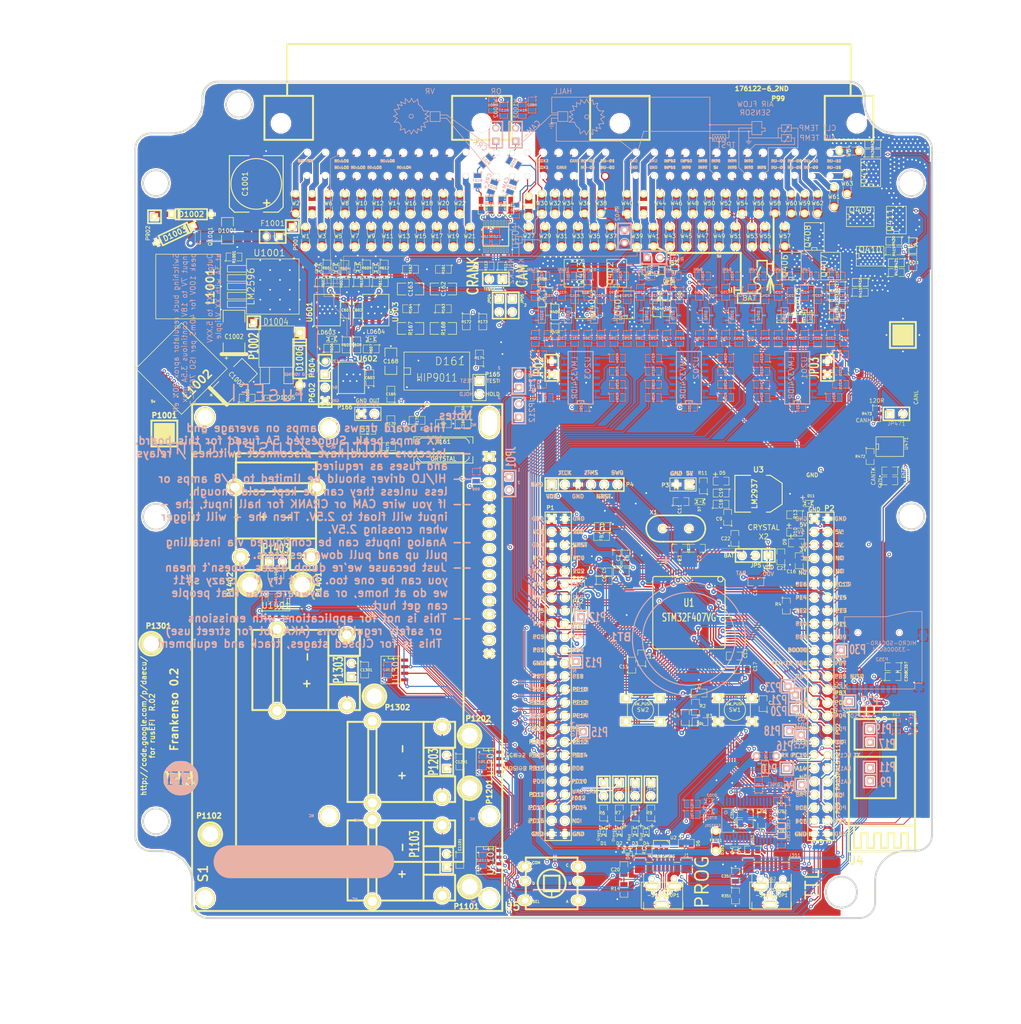
<source format=kicad_pcb>
(kicad_pcb (version 3) (host pcbnew "(2013-07-07 BZR 4022)-stable")
  (title_block (title Frankenso) (rev R.02) (company http://rusefi.com/))
  (layers (15 F.Cu signal) (2 PWR power hide) (1 GND power hide) (0 B.Cu signal) (18 B.Paste user) (19 F.Paste user) (20 B.SilkS user) (21 F.SilkS user) (22 B.Mask user) (23 F.Mask user) (28 Edge.Cuts user))
  (net 0 "")
  (net 1 /DD_HIP9011/5V)
  (net 2 /DD_HIP9011/CS)
  (net 3 /DD_HIP9011/INT/HLD)
  (net 4 /DD_HIP9011/INTOUT)
  (net 5 /DD_HIP9011/KNOCK1)
  (net 6 /DD_HIP9011/KNOCK2)
  (net 7 /DD_HIP9011/OUT)
  (net 8 /DD_HIP9011/TEST)
  (net 9 /HD44780_VCC)
  (net 10 /PWR_buck_12V_switcher/FB)
  (net 11 /PWR_buck_12V_switcher/OUT)
  (net 12 /PWR_buck_12V_switcher/VBAT)
  (net 13 /PWR_buck_12V_switcher/Vf)
  (net 14 /adc_amp_divider/INP1)
  (net 15 /adc_amp_divider/INP10)
  (net 16 /adc_amp_divider/INP11)
  (net 17 /adc_amp_divider/INP12)
  (net 18 /adc_amp_divider/INP2)
  (net 19 /adc_amp_divider/INP3)
  (net 20 /adc_amp_divider/INP4)
  (net 21 /adc_amp_divider/INP5)
  (net 22 /adc_amp_divider/INP6)
  (net 23 /adc_amp_divider/INP7)
  (net 24 /adc_amp_divider/INP8)
  (net 25 /adc_amp_divider/INP9)
  (net 26 /adc_amp_divider/OUT1)
  (net 27 /adc_amp_divider/OUT10)
  (net 28 /adc_amp_divider/OUT11)
  (net 29 /adc_amp_divider/OUT12)
  (net 30 /adc_amp_divider/OUT2)
  (net 31 /adc_amp_divider/OUT3)
  (net 32 /adc_amp_divider/OUT4)
  (net 33 /adc_amp_divider/OUT5)
  (net 34 /adc_amp_divider/OUT6)
  (net 35 /adc_amp_divider/OUT7)
  (net 36 /adc_amp_divider/OUT8)
  (net 37 /adc_amp_divider/OUT9)
  (net 38 /can_brd_1/3.3V)
  (net 39 /can_brd_1/CANH)
  (net 40 /can_brd_1/CANL)
  (net 41 /can_brd_1/CAN_RX)
  (net 42 /can_brd_1/CAN_TX)
  (net 43 /cps_vrs_io_1/CAM)
  (net 44 /cps_vrs_io_1/CAM+)
  (net 45 /cps_vrs_io_1/CAM-)
  (net 46 /cps_vrs_io_1/CRANK)
  (net 47 /cps_vrs_io_1/CRK2+)
  (net 48 /cps_vrs_io_1/CRK2-)
  (net 49 /hi-lo/12V)
  (net 50 /hi-lo/HL1)
  (net 51 /hi-lo/HL2)
  (net 52 /hi-lo/HL3)
  (net 53 /hi-lo/HL4)
  (net 54 /hi-lo/HL5)
  (net 55 /hi-lo/HL6)
  (net 56 /hi-lo/H_IN1)
  (net 57 /hi-lo/H_IN2)
  (net 58 /hi-lo/H_IN3)
  (net 59 /hi-lo/H_IN4)
  (net 60 /hi-lo/H_IN5)
  (net 61 /hi-lo/H_IN6)
  (net 62 /hi-lo/VP)
  (net 63 /inj_12ch/5V)
  (net 64 /inj_12ch/INJ-01)
  (net 65 /inj_12ch/INJ-01_2)
  (net 66 /inj_12ch/INJ-01_5V)
  (net 67 /inj_12ch/INJ-02)
  (net 68 /inj_12ch/INJ-02_5V)
  (net 69 /inj_12ch/INJ-03)
  (net 70 /inj_12ch/INJ-03_5V)
  (net 71 /inj_12ch/INJ-04)
  (net 72 /inj_12ch/INJ-04_5V)
  (net 73 /inj_12ch/INJ-05)
  (net 74 /inj_12ch/INJ-05_5V)
  (net 75 /inj_12ch/INJ-06)
  (net 76 /inj_12ch/INJ-06_5V)
  (net 77 /inj_12ch/INJ-07)
  (net 78 /inj_12ch/INJ-07_5V)
  (net 79 /inj_12ch/INJ-08)
  (net 80 /inj_12ch/INJ-08_5V)
  (net 81 /inj_12ch/INJ-09)
  (net 82 /inj_12ch/INJ-09_5V)
  (net 83 /inj_12ch/INJ-10)
  (net 84 /inj_12ch/INJ-10_5V)
  (net 85 /inj_12ch/INJ-11)
  (net 86 /inj_12ch/INJ-11_5V)
  (net 87 /inj_12ch/INJ-12)
  (net 88 /inj_12ch/INJ-12_5V)
  (net 89 /mmc_usb_1/CB2)
  (net 90 /mmc_usb_1/CB4)
  (net 91 /mmc_usb_1/CS_SD_MODULE)
  (net 92 /mmc_usb_1/D+)
  (net 93 /mmc_usb_1/D-)
  (net 94 /mmc_usb_1/FTVCC)
  (net 95 /mmc_usb_1/PWREN#)
  (net 96 /mmc_usb_1/RESET)
  (net 97 /mmc_usb_1/RI)
  (net 98 /mmc_usb_1/Vbus)
  (net 99 /mmc_usb_1/shield)
  (net 100 /stm32f407_board/5Vi)
  (net 101 /stm32f407_board/BOOT0)
  (net 102 /stm32f407_board/D+)
  (net 103 /stm32f407_board/D-)
  (net 104 /stm32f407_board/NRST)
  (net 105 /stm32f407_board/PA10)
  (net 106 /stm32f407_board/PA11)
  (net 107 /stm32f407_board/PA12)
  (net 108 /stm32f407_board/PA15)
  (net 109 /stm32f407_board/PA5)
  (net 110 /stm32f407_board/PA9)
  (net 111 /stm32f407_board/PB0)
  (net 112 /stm32f407_board/PB1)
  (net 113 /stm32f407_board/PB10)
  (net 114 /stm32f407_board/PB13)
  (net 115 /stm32f407_board/PB14)
  (net 116 /stm32f407_board/PB15)
  (net 117 /stm32f407_board/PB3)
  (net 118 /stm32f407_board/PB5)
  (net 119 /stm32f407_board/PC10)
  (net 120 /stm32f407_board/PC11)
  (net 121 /stm32f407_board/PC12)
  (net 122 /stm32f407_board/PC6)
  (net 123 /stm32f407_board/PC8)
  (net 124 /stm32f407_board/PD0)
  (net 125 /stm32f407_board/PD1)
  (net 126 /stm32f407_board/PD10)
  (net 127 /stm32f407_board/PD11)
  (net 128 /stm32f407_board/PD13)
  (net 129 /stm32f407_board/PD14)
  (net 130 /stm32f407_board/PD15)
  (net 131 /stm32f407_board/PD2)
  (net 132 /stm32f407_board/PD3)
  (net 133 /stm32f407_board/PD5)
  (net 134 /stm32f407_board/PD6)
  (net 135 /stm32f407_board/PD8)
  (net 136 /stm32f407_board/PD9)
  (net 137 /stm32f407_board/PE11)
  (net 138 /stm32f407_board/PE13)
  (net 139 /stm32f407_board/PE15)
  (net 140 /stm32f407_board/PE7)
  (net 141 /stm32f407_board/PE9)
  (net 142 /stm32f407_board/VDD)
  (net 143 /stm32f407_board/shield)
  (net 144 /thermocouple1//CS)
  (net 145 /thermocouple1/MISO)
  (net 146 /thermocouple1/TCPL+)
  (net 147 /thermocouple1/TCPL-)
  (net 148 /thermocouple2//CS)
  (net 149 /thermocouple2/TCPL+)
  (net 150 /thermocouple2/TCPL-)
  (net 151 /thermocouple3//CS)
  (net 152 /thermocouple3/TCPL+)
  (net 153 /thermocouple3/TCPL-)
  (net 154 /thermocouple4//CS)
  (net 155 /thermocouple4/TCPL+)
  (net 156 /thermocouple4/TCPL-)
  (net 157 GND)
  (net 158 N-00000111)
  (net 159 N-00000112)
  (net 160 N-00000113)
  (net 161 N-00000114)
  (net 162 N-00000115)
  (net 163 N-00000116)
  (net 164 N-00000117)
  (net 165 N-00000118)
  (net 166 N-00000119)
  (net 167 N-00000120)
  (net 168 N-00000121)
  (net 169 N-00000122)
  (net 170 N-00000123)
  (net 171 N-00000124)
  (net 172 N-00000125)
  (net 173 N-00000126)
  (net 174 N-00000129)
  (net 175 N-00000130)
  (net 176 N-00000131)
  (net 177 N-00000132)
  (net 178 N-00000133)
  (net 179 N-00000134)
  (net 180 N-00000135)
  (net 181 N-00000136)
  (net 182 N-00000137)
  (net 183 N-00000138)
  (net 184 N-00000139)
  (net 185 N-00000140)
  (net 186 N-00000141)
  (net 187 N-00000142)
  (net 188 N-00000143)
  (net 189 N-00000144)
  (net 190 N-00000145)
  (net 191 N-00000146)
  (net 192 N-00000147)
  (net 193 N-00000242)
  (net 194 N-00000243)
  (net 195 N-00000245)
  (net 196 N-00000247)
  (net 197 N-00000248)
  (net 198 N-00000249)
  (net 199 N-00000250)
  (net 200 N-00000251)
  (net 201 N-00000252)
  (net 202 N-00000253)
  (net 203 N-00000255)
  (net 204 N-00000256)
  (net 205 N-00000257)
  (net 206 N-00000258)
  (net 207 N-00000259)
  (net 208 N-00000260)
  (net 209 N-00000261)
  (net 210 N-00000262)
  (net 211 N-00000263)
  (net 212 N-00000264)
  (net 213 N-00000265)
  (net 214 N-00000266)
  (net 215 N-00000271)
  (net 216 N-00000274)
  (net 217 N-00000276)
  (net 218 N-00000279)
  (net 219 N-00000280)
  (net 220 N-00000283)
  (net 221 N-00000284)
  (net 222 N-00000285)
  (net 223 N-00000288)
  (net 224 N-00000290)
  (net 225 N-00000293)
  (net 226 N-00000294)
  (net 227 N-00000297)
  (net 228 N-00000298)
  (net 229 N-00000299)
  (net 230 N-00000300)
  (net 231 N-00000301)
  (net 232 N-00000305)
  (net 233 N-00000306)
  (net 234 N-00000307)
  (net 235 N-00000308)
  (net 236 N-00000309)
  (net 237 N-00000310)
  (net 238 N-00000311)
  (net 239 N-00000312)
  (net 240 N-00000313)
  (net 241 N-00000314)
  (net 242 N-00000315)
  (net 243 N-00000316)
  (net 244 N-00000317)
  (net 245 N-00000320)
  (net 246 N-00000321)
  (net 247 N-00000322)
  (net 248 N-00000324)
  (net 249 N-00000325)
  (net 250 N-00000334)
  (net 251 N-00000343)
  (net 252 N-00000346)
  (net 253 N-00000351)
  (net 254 N-00000352)
  (net 255 N-00000355)
  (net 256 N-00000356)
  (net 257 N-00000359)
  (net 258 N-00000360)
  (net 259 N-00000361)
  (net 260 N-00000362)
  (net 261 N-00000363)
  (net 262 N-00000364)
  (net 263 N-00000365)
  (net 264 N-00000366)
  (net 265 N-00000370)
  (net 266 N-00000371)
  (net 267 N-00000372)
  (net 268 N-00000373)
  (net 269 N-00000374)
  (net 270 N-00000375)
  (net 271 N-00000377)
  (net 272 N-00000378)
  (net 273 N-00000380)
  (net 274 N-00000382)
  (net 275 N-00000383)
  (net 276 N-00000385)
  (net 277 N-00000386)
  (net 278 N-00000387)
  (net 279 N-00000388)
  (net 280 N-00000389)
  (net 281 N-00000390)
  (net 282 N-00000391)
  (net 283 N-00000394)
  (net 284 N-00000395)
  (net 285 N-00000396)
  (net 286 N-00000400)
  (net 287 N-00000405)
  (net 288 N-00000408)
  (net 289 N-00000409)
  (net 290 N-00000410)
  (net 291 N-00000411)
  (net 292 N-00000415)
  (net 293 N-00000416)
  (net 294 N-00000417)
  (net 295 N-00000418)
  (net 296 N-00000419)
  (net 297 N-00000420)
  (net 298 N-00000421)
  (net 299 N-00000422)
  (net 300 N-00000423)
  (net 301 N-00000427)
  (net 302 N-00000428)
  (net 303 N-00000429)
  (net 304 N-00000431)
  (net 305 N-00000432)
  (net 306 N-00000434)
  (net 307 N-00000443)
  (net 308 N-00000444)
  (net 309 N-00000445)
  (net 310 N-00000446)
  (net 311 N-00000447)
  (net 312 N-0000067)
  (net 313 N-0000068)
  (net 314 N-0000070)
  (net 315 N-0000072)
  (net 316 N-0000075)
  (net 317 N-0000079)
  (net 318 N-0000080)
  (net 319 N-0000081)
  (net 320 N-0000082)
  (net 321 N-0000083)
  (net 322 N-0000084)
  (net 323 N-0000085)
  (net 324 N-0000086)
  (net 325 N-0000087)
  (net 326 N-0000088)
  (net 327 N-0000089)
  (net 328 N-0000090)
  (net 329 N-0000091)
  (net 330 N-0000092)
  (net 331 N-0000093)
  (net 332 N-0000094)
  (net 333 N-0000095)
  (net 334 N-0000096)
  (net 335 N-0000097)
  (net 336 N-0000098)
  (net 337 N-0000099)
  (module DISPLAY_4x20_BL (layer F.Cu) (at 176.53 106.045 270)
    (fp_text reference S1 (at 88.265 55.372 270) (layer F.SilkS) (effects (font (size 1.778 1.778) (thickness 0.3048))))
    (fp_text value DISPLAY_BL hide)
    (pad "" thru_hole circle (at 2.12 31 270) (size 3.81 3.81) (drill 3.048) (layers *.Cu *.Mask F.SilkS))
    (pad "" thru_hole circle (at 77.12 31 270) (size 3.81 3.81) (drill 3.048) (layers *.Cu *.Mask F.SilkS))
    (pad "" thru_hole circle (at 77.12 0 270) (size 3.81 3.81) (drill 3.048) (layers *.Cu *.Mask F.SilkS))
    (pad A thru_hole oval (at 43.18 0 270) (size 1.651 2.159) (drill 1.016) (layers *.Cu *.Mask F.SilkS) (net 9 /HD44780_VCC))
    (pad K thru_hole oval (at 45.72 0 270) (size 1.651 2.159) (drill 1.016) (layers *.Cu *.Mask F.SilkS) (net 157 GND))
    (pad 1 thru_hole rect (at 7.62 0 270) (size 1.651 2.159) (drill 1.016) (layers *.Cu *.Mask F.SilkS) (net 157 GND))
    (pad 2 thru_hole oval (at 10.16 0 270) (size 1.651 2.159) (drill 1.016) (layers *.Cu *.Mask F.SilkS) (net 9 /HD44780_VCC))
    (pad 3 thru_hole oval (at 12.7 0 270) (size 1.651 2.159) (drill 1.016) (layers *.Cu *.Mask F.SilkS) (net 173 N-00000126))
    (pad 4 thru_hole oval (at 15.24 0 270) (size 1.651 2.159) (drill 1.016) (layers *.Cu *.Mask F.SilkS) (net 140 /stm32f407_board/PE7))
    (pad 5 thru_hole oval (at 17.78 0 270) (size 1.651 2.159) (drill 1.016) (layers *.Cu *.Mask F.SilkS) (net 157 GND))
    (pad 6 thru_hole oval (at 20.32 0 270) (size 1.651 2.159) (drill 1.016) (layers *.Cu *.Mask F.SilkS) (net 141 /stm32f407_board/PE9))
    (pad 7 thru_hole oval (at 22.86 0 270) (size 1.651 2.159) (drill 1.016) (layers *.Cu *.Mask F.SilkS))
    (pad 8 thru_hole oval (at 25.4 0 270) (size 1.651 2.159) (drill 1.016) (layers *.Cu *.Mask F.SilkS))
    (pad 9 thru_hole oval (at 27.94 0 270) (size 1.651 2.159) (drill 1.016) (layers *.Cu *.Mask F.SilkS))
    (pad 10 thru_hole oval (at 30.48 0 270) (size 1.651 2.159) (drill 1.016) (layers *.Cu *.Mask F.SilkS))
    (pad 11 thru_hole oval (at 33.02 0 270) (size 1.651 2.159) (drill 1.016) (layers *.Cu *.Mask F.SilkS) (net 137 /stm32f407_board/PE11))
    (pad 12 thru_hole oval (at 35.56 0 270) (size 1.651 2.159) (drill 1.016) (layers *.Cu *.Mask F.SilkS) (net 138 /stm32f407_board/PE13))
    (pad 13 thru_hole oval (at 38.1 0 270) (size 1.651 2.159) (drill 1.016) (layers *.Cu *.Mask F.SilkS) (net 139 /stm32f407_board/PE15))
    (pad 14 thru_hole oval (at 40.64 0 270) (size 1.651 2.159) (drill 1.016) (layers *.Cu *.Mask F.SilkS) (net 113 /stm32f407_board/PB10))
    (pad "" thru_hole oval (at 1.06 0 270) (size 6 3.81) (drill oval 5.02 3.048) (layers *.Cu *.Mask F.SilkS))
    (pad "" thru_hole circle (at 92.99956 0 270) (size 3.81 3.81) (drill 3.048) (layers *.Cu *.Mask F.SilkS))
    (pad "" thru_hole circle (at 0 55.0037 270) (size 3.81 3.81) (drill 3.048) (layers *.Cu *.Mask F.SilkS))
    (pad "" thru_hole circle (at 92.99956 55.00116 270) (size 3.81 3.81) (drill 3.048) (layers *.Cu *.Mask F.SilkS))
  )
  (module TQFP_100 (layer F.Cu) (at 215.138 143.85036)
    (fp_text reference U1 (at 0 -1.905) (layer F.SilkS) (effects (font (size 1.524 1.016) (thickness 0.2032))))
    (fp_text value STM32F407VG (at 0.0254 0.9398) (layer F.SilkS) (effects (font (size 1.524 1.016) (thickness 0.2032))))
    (pad 100 smd rect (at 7.747 -5.9944) (size 1.016 0.254) (layers F.Cu F.Paste F.Mask) (net 142 /stm32f407_board/VDD))
    (pad 76 smd rect (at 7.747 5.9944) (size 1.016 0.254) (layers F.Cu F.Paste F.Mask) (net 148 /thermocouple2//CS))
    (pad 77 smd rect (at 7.747 5.4864) (size 1.016 0.254) (layers F.Cu F.Paste F.Mask) (net 108 /stm32f407_board/PA15))
    (pad 78 smd rect (at 7.747 5.0038) (size 1.016 0.254) (layers F.Cu F.Paste F.Mask) (net 119 /stm32f407_board/PC10))
    (pad 79 smd rect (at 7.747 4.4958) (size 1.016 0.254) (layers F.Cu F.Paste F.Mask) (net 120 /stm32f407_board/PC11))
    (pad 80 smd rect (at 7.747 3.9878) (size 1.016 0.254) (layers F.Cu F.Paste F.Mask) (net 121 /stm32f407_board/PC12))
    (pad 81 smd rect (at 7.747 3.5052) (size 1.016 0.254) (layers F.Cu F.Paste F.Mask) (net 124 /stm32f407_board/PD0))
    (pad 82 smd rect (at 7.747 2.9972) (size 1.016 0.254) (layers F.Cu F.Paste F.Mask) (net 125 /stm32f407_board/PD1))
    (pad 83 smd rect (at 7.747 2.4892) (size 1.016 0.254) (layers F.Cu F.Paste F.Mask) (net 131 /stm32f407_board/PD2))
    (pad 84 smd rect (at 7.747 2.0066) (size 1.016 0.254) (layers F.Cu F.Paste F.Mask) (net 132 /stm32f407_board/PD3))
    (pad 85 smd rect (at 7.747 1.4986) (size 1.016 0.254) (layers F.Cu F.Paste F.Mask) (net 91 /mmc_usb_1/CS_SD_MODULE))
    (pad 86 smd rect (at 7.747 0.9906) (size 1.016 0.254) (layers F.Cu F.Paste F.Mask) (net 133 /stm32f407_board/PD5))
    (pad 87 smd rect (at 7.747 0.4826) (size 1.016 0.254) (layers F.Cu F.Paste F.Mask) (net 134 /stm32f407_board/PD6))
    (pad 88 smd rect (at 7.747 0) (size 1.016 0.254) (layers F.Cu F.Paste F.Mask) (net 70 /inj_12ch/INJ-03_5V))
    (pad 89 smd rect (at 7.747 -0.508) (size 1.016 0.254) (layers F.Cu F.Paste F.Mask) (net 117 /stm32f407_board/PB3))
    (pad 90 smd rect (at 7.747 -1.016) (size 1.016 0.254) (layers F.Cu F.Paste F.Mask) (net 145 /thermocouple1/MISO))
    (pad 91 smd rect (at 7.747 -1.4986) (size 1.016 0.254) (layers F.Cu F.Paste F.Mask) (net 118 /stm32f407_board/PB5))
    (pad 92 smd rect (at 7.747 -2.0066) (size 1.016 0.254) (layers F.Cu F.Paste F.Mask) (net 42 /can_brd_1/CAN_TX))
    (pad 93 smd rect (at 7.747 -2.5146) (size 1.016 0.254) (layers F.Cu F.Paste F.Mask) (net 88 /inj_12ch/INJ-12_5V))
    (pad 94 smd rect (at 7.747 -2.9972) (size 1.016 0.254) (layers F.Cu F.Paste F.Mask) (net 101 /stm32f407_board/BOOT0))
    (pad 95 smd rect (at 7.747 -3.5052) (size 1.016 0.254) (layers F.Cu F.Paste F.Mask) (net 86 /inj_12ch/INJ-11_5V))
    (pad 96 smd rect (at 7.747 -4.0132) (size 1.016 0.254) (layers F.Cu F.Paste F.Mask) (net 82 /inj_12ch/INJ-09_5V))
    (pad 97 smd rect (at 7.747 -4.4958) (size 1.016 0.254) (layers F.Cu F.Paste F.Mask) (net 84 /inj_12ch/INJ-10_5V))
    (pad 98 smd rect (at 7.747 -5.0038) (size 1.016 0.254) (layers F.Cu F.Paste F.Mask) (net 78 /inj_12ch/INJ-07_5V))
    (pad 99 smd rect (at 7.747 -5.5118) (size 1.016 0.254) (layers F.Cu F.Paste F.Mask) (net 157 GND))
    (pad 75 smd rect (at 5.9944 7.747) (size 0.254 1.016) (layers F.Cu F.Paste F.Mask) (net 142 /stm32f407_board/VDD))
    (pad 51 smd rect (at -5.9944 7.747) (size 0.254 1.016) (layers F.Cu F.Paste F.Mask) (net 144 /thermocouple1//CS))
    (pad 52 smd rect (at -5.4864 7.747) (size 0.254 1.016) (layers F.Cu F.Paste F.Mask) (net 114 /stm32f407_board/PB13))
    (pad 53 smd rect (at -5.0038 7.747) (size 0.254 1.016) (layers F.Cu F.Paste F.Mask) (net 115 /stm32f407_board/PB14))
    (pad 54 smd rect (at -4.4958 7.747) (size 0.254 1.016) (layers F.Cu F.Paste F.Mask) (net 116 /stm32f407_board/PB15))
    (pad 55 smd rect (at -3.9878 7.747) (size 0.254 1.016) (layers F.Cu F.Paste F.Mask) (net 135 /stm32f407_board/PD8))
    (pad 56 smd rect (at -3.5052 7.747) (size 0.254 1.016) (layers F.Cu F.Paste F.Mask) (net 136 /stm32f407_board/PD9))
    (pad 57 smd rect (at -2.9972 7.747) (size 0.254 1.016) (layers F.Cu F.Paste F.Mask) (net 126 /stm32f407_board/PD10))
    (pad 58 smd rect (at -2.4892 7.747) (size 0.254 1.016) (layers F.Cu F.Paste F.Mask) (net 127 /stm32f407_board/PD11))
    (pad 59 smd rect (at -2.0066 7.747) (size 0.254 1.016) (layers F.Cu F.Paste F.Mask) (net 41 /can_brd_1/CAN_RX))
    (pad 60 smd rect (at -1.4986 7.747) (size 0.254 1.016) (layers F.Cu F.Paste F.Mask) (net 128 /stm32f407_board/PD13))
    (pad 61 smd rect (at -0.9906 7.747) (size 0.254 1.016) (layers F.Cu F.Paste F.Mask) (net 129 /stm32f407_board/PD14))
    (pad 62 smd rect (at -0.4826 7.747) (size 0.254 1.016) (layers F.Cu F.Paste F.Mask) (net 130 /stm32f407_board/PD15))
    (pad 63 smd rect (at 0 7.747) (size 0.254 1.016) (layers F.Cu F.Paste F.Mask) (net 122 /stm32f407_board/PC6))
    (pad 64 smd rect (at 0.508 7.747) (size 0.254 1.016) (layers F.Cu F.Paste F.Mask) (net 56 /hi-lo/H_IN1))
    (pad 65 smd rect (at 1.016 7.747) (size 0.254 1.016) (layers F.Cu F.Paste F.Mask) (net 123 /stm32f407_board/PC8))
    (pad 66 smd rect (at 1.4986 7.747) (size 0.254 1.016) (layers F.Cu F.Paste F.Mask) (net 58 /hi-lo/H_IN3))
    (pad 67 smd rect (at 2.0066 7.747) (size 0.254 1.016) (layers F.Cu F.Paste F.Mask) (net 151 /thermocouple3//CS))
    (pad 68 smd rect (at 2.5146 7.747) (size 0.254 1.016) (layers F.Cu F.Paste F.Mask) (net 110 /stm32f407_board/PA9))
    (pad 69 smd rect (at 2.9972 7.747) (size 0.254 1.016) (layers F.Cu F.Paste F.Mask) (net 105 /stm32f407_board/PA10))
    (pad 70 smd rect (at 3.5052 7.747) (size 0.254 1.016) (layers F.Cu F.Paste F.Mask) (net 106 /stm32f407_board/PA11))
    (pad 71 smd rect (at 4.0132 7.747) (size 0.254 1.016) (layers F.Cu F.Paste F.Mask) (net 107 /stm32f407_board/PA12))
    (pad 72 smd rect (at 4.4958 7.747) (size 0.254 1.016) (layers F.Cu F.Paste F.Mask) (net 154 /thermocouple4//CS))
    (pad 73 smd rect (at 5.0038 7.747) (size 0.254 1.016) (layers F.Cu F.Paste F.Mask) (net 308 N-00000444))
    (pad 74 smd rect (at 5.5118 7.747) (size 0.254 1.016) (layers F.Cu F.Paste F.Mask) (net 157 GND))
    (pad 1 smd rect (at 5.9944 -7.747) (size 0.254 1.016) (layers F.Cu F.Paste F.Mask) (net 80 /inj_12ch/INJ-08_5V))
    (pad 2 smd rect (at 5.4864 -7.747) (size 0.254 1.016) (layers F.Cu F.Paste F.Mask) (net 74 /inj_12ch/INJ-05_5V))
    (pad 3 smd rect (at 5.0038 -7.747) (size 0.254 1.016) (layers F.Cu F.Paste F.Mask) (net 76 /inj_12ch/INJ-06_5V))
    (pad 4 smd rect (at 4.4958 -7.747) (size 0.254 1.016) (layers F.Cu F.Paste F.Mask) (net 68 /inj_12ch/INJ-02_5V))
    (pad 5 smd rect (at 3.9878 -7.747) (size 0.254 1.016) (layers F.Cu F.Paste F.Mask) (net 66 /inj_12ch/INJ-01_5V))
    (pad 6 smd rect (at 3.5052 -7.747) (size 0.254 1.016) (layers F.Cu F.Paste F.Mask) (net 291 N-00000411))
    (pad 7 smd rect (at 2.9972 -7.747) (size 0.254 1.016) (layers F.Cu F.Paste F.Mask) (net 72 /inj_12ch/INJ-04_5V))
    (pad 8 smd rect (at 2.4892 -7.747) (size 0.254 1.016) (layers F.Cu F.Paste F.Mask) (net 302 N-00000428))
    (pad 9 smd rect (at 2.0066 -7.747) (size 0.254 1.016) (layers F.Cu F.Paste F.Mask) (net 301 N-00000427))
    (pad 10 smd rect (at 1.4986 -7.747) (size 0.254 1.016) (layers F.Cu F.Paste F.Mask) (net 157 GND))
    (pad 11 smd rect (at 0.9906 -7.747) (size 0.254 1.016) (layers F.Cu F.Paste F.Mask) (net 142 /stm32f407_board/VDD))
    (pad 12 smd rect (at 0.4826 -7.747) (size 0.254 1.016) (layers F.Cu F.Paste F.Mask) (net 303 N-00000429))
    (pad 13 smd rect (at 0 -7.747) (size 0.254 1.016) (layers F.Cu F.Paste F.Mask) (net 307 N-00000443))
    (pad 14 smd rect (at -0.508 -7.747) (size 0.254 1.016) (layers F.Cu F.Paste F.Mask) (net 104 /stm32f407_board/NRST))
    (pad 15 smd rect (at -1.016 -7.747) (size 0.254 1.016) (layers F.Cu F.Paste F.Mask) (net 7 /DD_HIP9011/OUT))
    (pad 16 smd rect (at -1.4986 -7.747) (size 0.254 1.016) (layers F.Cu F.Paste F.Mask) (net 30 /adc_amp_divider/OUT2))
    (pad 17 smd rect (at -2.0066 -7.747) (size 0.254 1.016) (layers F.Cu F.Paste F.Mask) (net 26 /adc_amp_divider/OUT1))
    (pad 18 smd rect (at -2.5146 -7.747) (size 0.254 1.016) (layers F.Cu F.Paste F.Mask) (net 32 /adc_amp_divider/OUT4))
    (pad 19 smd rect (at -2.9972 -7.747) (size 0.254 1.016) (layers F.Cu F.Paste F.Mask) (net 142 /stm32f407_board/VDD))
    (pad 20 smd rect (at -3.5052 -7.747) (size 0.254 1.016) (layers F.Cu F.Paste F.Mask) (net 157 GND))
    (pad 21 smd rect (at -4.0132 -7.747) (size 0.254 1.016) (layers F.Cu F.Paste F.Mask) (net 288 N-00000408))
    (pad 22 smd rect (at -4.4958 -7.747) (size 0.254 1.016) (layers F.Cu F.Paste F.Mask) (net 311 N-00000447))
    (pad 23 smd rect (at -5.0038 -7.747) (size 0.254 1.016) (layers F.Cu F.Paste F.Mask) (net 31 /adc_amp_divider/OUT3))
    (pad 24 smd rect (at -5.5118 -7.747) (size 0.254 1.016) (layers F.Cu F.Paste F.Mask) (net 34 /adc_amp_divider/OUT6))
    (pad 25 smd rect (at -5.9944 -7.747) (size 0.254 1.016) (layers F.Cu F.Paste F.Mask) (net 33 /adc_amp_divider/OUT5))
    (pad 26 smd rect (at -7.747 -5.9944) (size 1.016 0.254) (layers F.Cu F.Paste F.Mask) (net 36 /adc_amp_divider/OUT8))
    (pad 27 smd rect (at -7.747 -5.4864) (size 1.016 0.254) (layers F.Cu F.Paste F.Mask) (net 157 GND))
    (pad 28 smd rect (at -7.747 -5.0038) (size 1.016 0.254) (layers F.Cu F.Paste F.Mask) (net 142 /stm32f407_board/VDD))
    (pad 29 smd rect (at -7.747 -4.4958) (size 1.016 0.254) (layers F.Cu F.Paste F.Mask) (net 35 /adc_amp_divider/OUT7))
    (pad 30 smd rect (at -7.747 -3.9878) (size 1.016 0.254) (layers F.Cu F.Paste F.Mask) (net 109 /stm32f407_board/PA5))
    (pad 31 smd rect (at -7.747 -3.5052) (size 1.016 0.254) (layers F.Cu F.Paste F.Mask) (net 27 /adc_amp_divider/OUT10))
    (pad 32 smd rect (at -7.747 -2.9972) (size 1.016 0.254) (layers F.Cu F.Paste F.Mask) (net 37 /adc_amp_divider/OUT9))
    (pad 33 smd rect (at -7.747 -2.4892) (size 1.016 0.254) (layers F.Cu F.Paste F.Mask) (net 29 /adc_amp_divider/OUT12))
    (pad 34 smd rect (at -7.747 -2.0066) (size 1.016 0.254) (layers F.Cu F.Paste F.Mask) (net 28 /adc_amp_divider/OUT11))
    (pad 35 smd rect (at -7.747 -1.4986) (size 1.016 0.254) (layers F.Cu F.Paste F.Mask) (net 111 /stm32f407_board/PB0))
    (pad 36 smd rect (at -7.747 -0.9906) (size 1.016 0.254) (layers F.Cu F.Paste F.Mask) (net 112 /stm32f407_board/PB1))
    (pad 37 smd rect (at -7.747 -0.4826) (size 1.016 0.254) (layers F.Cu F.Paste F.Mask) (net 157 GND))
    (pad 38 smd rect (at -7.747 0) (size 1.016 0.254) (layers F.Cu F.Paste F.Mask) (net 140 /stm32f407_board/PE7))
    (pad 39 smd rect (at -7.747 0.508) (size 1.016 0.254) (layers F.Cu F.Paste F.Mask) (net 60 /hi-lo/H_IN5))
    (pad 40 smd rect (at -7.747 1.016) (size 1.016 0.254) (layers F.Cu F.Paste F.Mask) (net 141 /stm32f407_board/PE9))
    (pad 41 smd rect (at -7.747 1.4986) (size 1.016 0.254) (layers F.Cu F.Paste F.Mask) (net 61 /hi-lo/H_IN6))
    (pad 42 smd rect (at -7.747 2.0066) (size 1.016 0.254) (layers F.Cu F.Paste F.Mask) (net 137 /stm32f407_board/PE11))
    (pad 43 smd rect (at -7.747 2.5146) (size 1.016 0.254) (layers F.Cu F.Paste F.Mask) (net 59 /hi-lo/H_IN4))
    (pad 44 smd rect (at -7.747 2.9972) (size 1.016 0.254) (layers F.Cu F.Paste F.Mask) (net 138 /stm32f407_board/PE13))
    (pad 45 smd rect (at -7.747 3.5052) (size 1.016 0.254) (layers F.Cu F.Paste F.Mask) (net 57 /hi-lo/H_IN2))
    (pad 46 smd rect (at -7.747 4.0132) (size 1.016 0.254) (layers F.Cu F.Paste F.Mask) (net 139 /stm32f407_board/PE15))
    (pad 47 smd rect (at -7.747 4.4958) (size 1.016 0.254) (layers F.Cu F.Paste F.Mask) (net 113 /stm32f407_board/PB10))
    (pad 48 smd rect (at -7.747 5.0038) (size 1.016 0.254) (layers F.Cu F.Paste F.Mask) (net 3 /DD_HIP9011/INT/HLD))
    (pad 49 smd rect (at -7.747 5.5118) (size 1.016 0.254) (layers F.Cu F.Paste F.Mask) (net 309 N-00000445))
    (pad 50 smd rect (at -7.747 5.9944) (size 1.016 0.254) (layers F.Cu F.Paste F.Mask) (net 142 /stm32f407_board/VDD))
    (pad NC1 smd circle (at 7.62 -7.62) (size 0.508 0.508) (layers F.Cu F.Mask))
  )
  (module maxim-10-QSOP16 (layer F.Cu) (at 177.8 71.12)
    (fp_text reference U101 (at 3.81 0 90) (layer F.SilkS) (effects (font (size 1.27 1.27) (thickness 0.0889))))
    (fp_text value MAX9926/9927 hide)
    (pad 1 smd rect (at -2.2225 2.68986) (size 0.44958 1.4986) (layers F.Cu F.Paste F.Mask) (net 157 GND))
    (pad 2 smd rect (at -1.5875 2.68986) (size 0.44958 1.4986) (layers F.Cu F.Paste F.Mask))
    (pad 3 smd rect (at -0.9525 2.68986) (size 0.44958 1.4986) (layers F.Cu F.Paste F.Mask) (net 157 GND))
    (pad 4 smd rect (at -0.3175 2.68986) (size 0.44958 1.4986) (layers F.Cu F.Paste F.Mask) (net 46 /cps_vrs_io_1/CRANK))
    (pad 5 smd rect (at 0.3175 2.68986) (size 0.44958 1.4986) (layers F.Cu F.Paste F.Mask) (net 43 /cps_vrs_io_1/CAM))
    (pad 6 smd rect (at 0.9525 2.68986) (size 0.44958 1.4986) (layers F.Cu F.Paste F.Mask) (net 157 GND))
    (pad 7 smd rect (at 1.5875 2.68986) (size 0.44958 1.4986) (layers F.Cu F.Paste F.Mask))
    (pad 8 smd rect (at 2.2225 2.68986) (size 0.44958 1.4986) (layers F.Cu F.Paste F.Mask) (net 157 GND))
    (pad 9 smd rect (at 2.2225 -2.68986) (size 0.44958 1.4986) (layers F.Cu F.Paste F.Mask) (net 264 N-00000366))
    (pad 10 smd rect (at 1.5875 -2.68986) (size 0.44958 1.4986) (layers F.Cu F.Paste F.Mask) (net 261 N-00000363))
    (pad 11 smd rect (at 0.9525 -2.68986) (size 0.44958 1.4986) (layers F.Cu F.Paste F.Mask) (net 157 GND))
    (pad 12 smd rect (at 0.3175 -2.68986) (size 0.44958 1.4986) (layers F.Cu F.Paste F.Mask) (net 157 GND))
    (pad 13 smd rect (at -0.3175 -2.68986) (size 0.44958 1.4986) (layers F.Cu F.Paste F.Mask) (net 157 GND))
    (pad 14 smd rect (at -0.9525 -2.68986) (size 0.44958 1.4986) (layers F.Cu F.Paste F.Mask) (net 1 /DD_HIP9011/5V))
    (pad 15 smd rect (at -1.5875 -2.68986) (size 0.44958 1.4986) (layers F.Cu F.Paste F.Mask) (net 263 N-00000365))
    (pad 16 smd rect (at -2.2225 -2.68986) (size 0.44958 1.4986) (layers F.Cu F.Paste F.Mask) (net 262 N-00000364))
    (pad NC smd circle (at -3.048 -1.524) (size 0.508 0.508) (layers F.Cu F.Mask))
  )
  (module SM0805_jumper (layer F.Cu) (at 198.12 64.77 90)
    (fp_text reference W38 (at 0.0635 0 180) (layer F.SilkS) (effects (font (size 0.762 0.762) (thickness 0.127))))
    (fp_text value TEST hide)
    (pad 1 smd rect (at -0.9525 0 90) (size 0.889 1.397) (layers F.Cu F.Paste F.Mask) (net 65 /inj_12ch/INJ-01_2))
    (pad 2 smd rect (at 0.9525 0 90) (size 0.889 1.397) (layers F.Cu F.Paste F.Mask) (net 181 N-00000136))
    (pad 2 thru_hole circle (at 1.905 0 90) (size 1.524 1.524) (drill 0.8128) (layers *.Cu *.Mask F.SilkS) (net 181 N-00000136))
    (pad 1 thru_hole circle (at -1.905 0 90) (size 1.524 1.524) (drill 0.8128) (layers *.Cu *.Mask F.SilkS) (net 65 /inj_12ch/INJ-01_2))
    (pad 2 smd rect (at 1.27 0 90) (size 1.524 0.2032) (layers F.Cu F.Paste F.Mask) (net 181 N-00000136))
    (pad 1 smd rect (at -1.27 0 90) (size 1.524 0.2032) (layers F.Cu F.Paste F.Mask) (net 65 /inj_12ch/INJ-01_2))
  )
  (module SM0805_jumper (layer F.Cu) (at 154.94 64.77 90)
    (fp_text reference W12 (at 0.0635 0 180) (layer F.SilkS) (effects (font (size 0.762 0.762) (thickness 0.127))))
    (fp_text value TEST hide)
    (pad 1 smd rect (at -0.9525 0 90) (size 0.889 1.397) (layers F.Cu F.Paste F.Mask) (net 55 /hi-lo/HL6))
    (pad 2 smd rect (at 0.9525 0 90) (size 0.889 1.397) (layers F.Cu F.Paste F.Mask) (net 327 N-0000089))
    (pad 2 thru_hole circle (at 1.905 0 90) (size 1.524 1.524) (drill 0.8128) (layers *.Cu *.Mask F.SilkS) (net 327 N-0000089))
    (pad 1 thru_hole circle (at -1.905 0 90) (size 1.524 1.524) (drill 0.8128) (layers *.Cu *.Mask F.SilkS) (net 55 /hi-lo/HL6))
    (pad 2 smd rect (at 1.27 0 90) (size 1.524 0.2032) (layers F.Cu F.Paste F.Mask) (net 327 N-0000089))
    (pad 1 smd rect (at -1.27 0 90) (size 1.524 0.2032) (layers F.Cu F.Paste F.Mask) (net 55 /hi-lo/HL6))
  )
  (module SM0805_jumper (layer F.Cu) (at 151.765 64.77 90)
    (fp_text reference W10 (at 0.0635 0 180) (layer F.SilkS) (effects (font (size 0.762 0.762) (thickness 0.127))))
    (fp_text value TEST hide)
    (pad 1 smd rect (at -0.9525 0 90) (size 0.889 1.397) (layers F.Cu F.Paste F.Mask))
    (pad 2 smd rect (at 0.9525 0 90) (size 0.889 1.397) (layers F.Cu F.Paste F.Mask) (net 325 N-0000087))
    (pad 2 thru_hole circle (at 1.905 0 90) (size 1.524 1.524) (drill 0.8128) (layers *.Cu *.Mask F.SilkS) (net 325 N-0000087))
    (pad 1 thru_hole circle (at -1.905 0 90) (size 1.524 1.524) (drill 0.8128) (layers *.Cu *.Mask F.SilkS))
    (pad 2 smd rect (at 1.27 0 90) (size 1.524 0.2032) (layers F.Cu F.Paste F.Mask) (net 325 N-0000087))
    (pad 1 smd rect (at -1.27 0 90) (size 1.524 0.2032) (layers F.Cu F.Paste F.Mask))
  )
  (module SM0805_jumper (layer F.Cu) (at 148.59 64.77 90)
    (fp_text reference W8 (at 0.0635 0 180) (layer F.SilkS) (effects (font (size 0.762 0.762) (thickness 0.127))))
    (fp_text value TEST hide)
    (pad 1 smd rect (at -0.9525 0 90) (size 0.889 1.397) (layers F.Cu F.Paste F.Mask) (net 51 /hi-lo/HL2))
    (pad 2 smd rect (at 0.9525 0 90) (size 0.889 1.397) (layers F.Cu F.Paste F.Mask) (net 324 N-0000086))
    (pad 2 thru_hole circle (at 1.905 0 90) (size 1.524 1.524) (drill 0.8128) (layers *.Cu *.Mask F.SilkS) (net 324 N-0000086))
    (pad 1 thru_hole circle (at -1.905 0 90) (size 1.524 1.524) (drill 0.8128) (layers *.Cu *.Mask F.SilkS) (net 51 /hi-lo/HL2))
    (pad 2 smd rect (at 1.27 0 90) (size 1.524 0.2032) (layers F.Cu F.Paste F.Mask) (net 324 N-0000086))
    (pad 1 smd rect (at -1.27 0 90) (size 1.524 0.2032) (layers F.Cu F.Paste F.Mask) (net 51 /hi-lo/HL2))
  )
  (module SM0805_jumper (layer F.Cu) (at 145.415 64.77 90)
    (fp_text reference W6 (at 0.0635 0 180) (layer F.SilkS) (effects (font (size 0.762 0.762) (thickness 0.127))))
    (fp_text value TEST hide)
    (pad 1 smd rect (at -0.9525 0 90) (size 0.889 1.397) (layers F.Cu F.Paste F.Mask) (net 50 /hi-lo/HL1))
    (pad 2 smd rect (at 0.9525 0 90) (size 0.889 1.397) (layers F.Cu F.Paste F.Mask) (net 322 N-0000084))
    (pad 2 thru_hole circle (at 1.905 0 90) (size 1.524 1.524) (drill 0.8128) (layers *.Cu *.Mask F.SilkS) (net 322 N-0000084))
    (pad 1 thru_hole circle (at -1.905 0 90) (size 1.524 1.524) (drill 0.8128) (layers *.Cu *.Mask F.SilkS) (net 50 /hi-lo/HL1))
    (pad 2 smd rect (at 1.27 0 90) (size 1.524 0.2032) (layers F.Cu F.Paste F.Mask) (net 322 N-0000084))
    (pad 1 smd rect (at -1.27 0 90) (size 1.524 0.2032) (layers F.Cu F.Paste F.Mask) (net 50 /hi-lo/HL1))
  )
  (module SM0805_jumper (layer F.Cu) (at 139.065 64.77 90)
    (fp_text reference W2 (at 0.0635 0 180) (layer F.SilkS) (effects (font (size 0.762 0.762) (thickness 0.127))))
    (fp_text value TEST hide)
    (pad 1 smd rect (at -0.9525 0 90) (size 0.889 1.397) (layers F.Cu F.Paste F.Mask) (net 49 /hi-lo/12V))
    (pad 2 smd rect (at 0.9525 0 90) (size 0.889 1.397) (layers F.Cu F.Paste F.Mask) (net 318 N-0000080))
    (pad 2 thru_hole circle (at 1.905 0 90) (size 1.524 1.524) (drill 0.8128) (layers *.Cu *.Mask F.SilkS) (net 318 N-0000080))
    (pad 1 thru_hole circle (at -1.905 0 90) (size 1.524 1.524) (drill 0.8128) (layers *.Cu *.Mask F.SilkS) (net 49 /hi-lo/12V))
    (pad 1 smd rect (at -1.27 0 90) (size 1.524 0.2032) (layers F.Cu F.Paste F.Mask) (net 49 /hi-lo/12V))
    (pad 2 smd rect (at 1.27 0 90) (size 1.524 0.2032) (layers F.Cu F.Paste F.Mask) (net 318 N-0000080))
  )
  (module SM0805_jumper (layer F.Cu) (at 142.24 64.77 90)
    (fp_text reference W4 (at 0.0635 0 180) (layer F.SilkS) (effects (font (size 0.762 0.762) (thickness 0.127))))
    (fp_text value TEST hide)
    (pad 1 smd rect (at -0.9525 0 90) (size 0.889 1.397) (layers F.Cu F.Paste F.Mask))
    (pad 2 smd rect (at 0.9525 0 90) (size 0.889 1.397) (layers F.Cu F.Paste F.Mask) (net 320 N-0000082))
    (pad 2 thru_hole circle (at 1.905 0 90) (size 1.524 1.524) (drill 0.8128) (layers *.Cu *.Mask F.SilkS) (net 320 N-0000082))
    (pad 1 thru_hole circle (at -1.905 0 90) (size 1.524 1.524) (drill 0.8128) (layers *.Cu *.Mask F.SilkS))
    (pad 1 smd rect (at -1.27 0 90) (size 1.524 0.2032) (layers F.Cu F.Paste F.Mask))
    (pad 2 smd rect (at 1.27 0 90) (size 1.524 0.2032) (layers F.Cu F.Paste F.Mask) (net 320 N-0000082))
  )
  (module SM0805_jumper (layer F.Cu) (at 220.98 71.12 90)
    (fp_text reference W49 (at 0.0635 0 180) (layer F.SilkS) (effects (font (size 0.762 0.762) (thickness 0.127))))
    (fp_text value TEST hide)
    (pad 1 smd rect (at -0.9525 0 90) (size 0.889 1.397) (layers F.Cu F.Paste F.Mask) (net 1 /DD_HIP9011/5V))
    (pad 2 smd rect (at 0.9525 0 90) (size 0.889 1.397) (layers F.Cu F.Paste F.Mask) (net 192 N-00000147))
    (pad 2 thru_hole circle (at 1.905 0 90) (size 1.524 1.524) (drill 0.8128) (layers *.Cu *.Mask F.SilkS) (net 192 N-00000147))
    (pad 1 thru_hole circle (at -1.905 0 90) (size 1.524 1.524) (drill 0.8128) (layers *.Cu *.Mask F.SilkS) (net 1 /DD_HIP9011/5V))
    (pad 1 smd rect (at -1.27 0 90) (size 1.524 0.2032) (layers F.Cu F.Paste F.Mask) (net 1 /DD_HIP9011/5V))
    (pad 2 smd rect (at 1.27 0 90) (size 1.524 0.2032) (layers F.Cu F.Paste F.Mask) (net 192 N-00000147))
  )
  (module 176122-6_2nd (layer F.Cu) (at 250.825 59.436)
    (fp_text reference P99 (at -18.415 -14.986) (layer F.SilkS) (effects (font (size 0.889 0.889) (thickness 0.22225))))
    (fp_text value 176122-6_2ND (at -21.59 -16.891) (layer F.SilkS) (effects (font (size 0.889 0.889) (thickness 0.22352))))
    (pad 12 thru_hole circle (at -109.54766 -4.50088 180) (size 1.15062 1.15062) (drill 1.09982) (layers *.Cu *.Mask F.SilkS) (net 318 N-0000080))
    (pad 1 thru_hole circle (at -109.54766 0) (size 1.15062 1.15062) (drill 1.09982) (layers *.Cu *.Mask F.SilkS) (net 317 N-0000079))
    (pad 2 thru_hole circle (at -106.05008 0) (size 1.15062 1.15062) (drill 1.09982) (layers *.Cu *.Mask F.SilkS) (net 319 N-0000081))
    (pad 13 thru_hole circle (at -106.05008 -4.50088 180) (size 1.15062 1.15062) (drill 1.09982) (layers *.Cu *.Mask F.SilkS) (net 320 N-0000082))
    (pad 17 thru_hole circle (at -93.94952 -4.50088 180) (size 1.15062 1.15062) (drill 1.09982) (layers *.Cu *.Mask F.SilkS) (net 327 N-0000089))
    (pad 6 thru_hole circle (at -93.94952 0) (size 1.15062 1.15062) (drill 1.09982) (layers *.Cu *.Mask F.SilkS) (net 326 N-0000088))
    (pad 5 thru_hole circle (at -96.94926 0) (size 1.15062 1.15062) (drill 1.09982) (layers *.Cu *.Mask F.SilkS) (net 316 N-0000075))
    (pad 16 thru_hole circle (at -96.94926 -4.50088 180) (size 1.15062 1.15062) (drill 1.09982) (layers *.Cu *.Mask F.SilkS) (net 325 N-0000087))
    (pad 14 thru_hole circle (at -102.94874 -4.50088 180) (size 1.15062 1.15062) (drill 1.09982) (layers *.Cu *.Mask F.SilkS) (net 322 N-0000084))
    (pad 3 thru_hole circle (at -102.94874 0) (size 1.15062 1.15062) (drill 1.09982) (layers *.Cu *.Mask F.SilkS) (net 321 N-0000083))
    (pad 4 thru_hole circle (at -99.949 0) (size 1.15062 1.15062) (drill 1.09982) (layers *.Cu *.Mask F.SilkS) (net 323 N-0000085))
    (pad 15 thru_hole circle (at -99.949 -4.50088 180) (size 1.15062 1.15062) (drill 1.09982) (layers *.Cu *.Mask F.SilkS) (net 324 N-0000086))
    (pad 19 thru_hole circle (at -87.95004 -4.50088 180) (size 1.15062 1.15062) (drill 1.09982) (layers *.Cu *.Mask F.SilkS) (net 331 N-0000093))
    (pad 8 thru_hole circle (at -87.95004 0) (size 1.15062 1.15062) (drill 1.09982) (layers *.Cu *.Mask F.SilkS) (net 330 N-0000092))
    (pad 7 thru_hole circle (at -90.94978 0) (size 1.15062 1.15062) (drill 1.09982) (layers *.Cu *.Mask F.SilkS) (net 328 N-0000090))
    (pad 18 thru_hole circle (at -90.94978 -4.50088 180) (size 1.15062 1.15062) (drill 1.09982) (layers *.Cu *.Mask F.SilkS) (net 329 N-0000091))
    (pad 20 thru_hole circle (at -84.9503 -4.50088 180) (size 1.15062 1.15062) (drill 1.09982) (layers *.Cu *.Mask F.SilkS) (net 333 N-0000095))
    (pad 9 thru_hole circle (at -84.9503 0) (size 1.15062 1.15062) (drill 1.09982) (layers *.Cu *.Mask F.SilkS) (net 332 N-0000094))
    (pad 10 thru_hole circle (at -81.95056 0) (size 1.15062 1.15062) (drill 1.09982) (layers *.Cu *.Mask F.SilkS) (net 334 N-0000096))
    (pad 21 thru_hole circle (at -81.95056 -4.50088 180) (size 1.15062 1.15062) (drill 1.09982) (layers *.Cu *.Mask F.SilkS) (net 335 N-0000097))
    (pad 34 thru_hole circle (at -63.90132 -4.50088 180) (size 1.15062 1.15062) (drill 1.09982) (layers *.Cu *.Mask F.SilkS) (net 314 N-0000070))
    (pad 26 thru_hole circle (at -63.90132 0) (size 1.15062 1.15062) (drill 1.09982) (layers *.Cu *.Mask F.SilkS) (net 315 N-0000072))
    (pad 25 thru_hole circle (at -66.90106 0) (size 1.15062 1.15062) (drill 1.09982) (layers *.Cu *.Mask F.SilkS) (net 175 N-00000130))
    (pad 33 thru_hole circle (at -66.90106 -4.50088 180) (size 1.15062 1.15062) (drill 1.09982) (layers *.Cu *.Mask F.SilkS) (net 176 N-00000131))
    (pad 31 thru_hole circle (at -72.90054 -4.50088 180) (size 1.15062 1.15062) (drill 1.09982) (layers *.Cu *.Mask F.SilkS) (net 48 /cps_vrs_io_1/CRK2-))
    (pad 23 thru_hole circle (at -72.90054 0) (size 1.15062 1.15062) (drill 1.09982) (layers *.Cu *.Mask F.SilkS) (net 47 /cps_vrs_io_1/CRK2+))
    (pad 24 thru_hole circle (at -69.9008 0) (size 1.15062 1.15062) (drill 1.09982) (layers *.Cu *.Mask F.SilkS) (net 44 /cps_vrs_io_1/CAM+))
    (pad 32 thru_hole circle (at -69.9008 -4.50088 180) (size 1.15062 1.15062) (drill 1.09982) (layers *.Cu *.Mask F.SilkS) (net 45 /cps_vrs_io_1/CAM-))
    (pad 36 thru_hole circle (at -57.8993 -4.50088 180) (size 1.15062 1.15062) (drill 1.09982) (layers *.Cu *.Mask F.SilkS) (net 178 N-00000133))
    (pad 28 thru_hole circle (at -57.8993 0) (size 1.15062 1.15062) (drill 1.09982) (layers *.Cu *.Mask F.SilkS) (net 177 N-00000132))
    (pad 27 thru_hole circle (at -60.89904 0) (size 1.15062 1.15062) (drill 1.09982) (layers *.Cu *.Mask F.SilkS) (net 313 N-0000068))
    (pad 35 thru_hole circle (at -60.89904 -4.50088 180) (size 1.15062 1.15062) (drill 1.09982) (layers *.Cu *.Mask F.SilkS) (net 312 N-0000067))
    (pad 37 thru_hole circle (at -54.89956 -4.50088 180) (size 1.15062 1.15062) (drill 1.09982) (layers *.Cu *.Mask F.SilkS) (net 180 N-00000135))
    (pad 29 thru_hole circle (at -54.89956 0) (size 1.15062 1.15062) (drill 1.09982) (layers *.Cu *.Mask F.SilkS) (net 179 N-00000134))
    (pad 22 thru_hole circle (at -78.84922 -4.50088 180) (size 1.15062 1.15062) (drill 1.09982) (layers *.Cu *.Mask F.SilkS) (net 337 N-0000099))
    (pad 11 thru_hole circle (at -78.84922 0) (size 1.15062 1.15062) (drill 1.09982) (layers *.Cu *.Mask F.SilkS) (net 336 N-0000098))
    (pad 30 thru_hole circle (at -51.89982 0) (size 1.15062 1.15062) (drill 1.09982) (layers *.Cu *.Mask F.SilkS) (net 174 N-00000129))
    (pad 38 thru_hole circle (at -51.89982 -4.50088 180) (size 1.15062 1.15062) (drill 1.09982) (layers *.Cu *.Mask F.SilkS) (net 181 N-00000136))
    (pad 40 thru_hole circle (at -42.45356 0) (size 1.15062 1.15062) (drill 1.09982) (layers *.Cu *.Mask F.SilkS) (net 184 N-00000139))
    (pad 53 thru_hole circle (at -42.45356 -4.50088 180) (size 1.15062 1.15062) (drill 1.09982) (layers *.Cu *.Mask F.SilkS) (net 185 N-00000140))
    (pad 39 thru_hole circle (at -45.95368 0) (size 1.15062 1.15062) (drill 1.09982) (layers *.Cu *.Mask F.SilkS) (net 182 N-00000137))
    (pad 52 thru_hole circle (at -45.95368 -4.50088 180) (size 1.15062 1.15062) (drill 1.09982) (layers *.Cu *.Mask F.SilkS) (net 183 N-00000138))
    (pad 44 thru_hole circle (at -30.35046 0) (size 1.15062 1.15062) (drill 1.09982) (layers *.Cu *.Mask F.SilkS) (net 192 N-00000147))
    (pad 57 thru_hole circle (at -30.35046 -4.50088 180) (size 1.15062 1.15062) (drill 1.09982) (layers *.Cu *.Mask F.SilkS) (net 172 N-00000125))
    (pad 43 thru_hole circle (at -33.3502 0) (size 1.15062 1.15062) (drill 1.09982) (layers *.Cu *.Mask F.SilkS) (net 190 N-00000145))
    (pad 56 thru_hole circle (at -33.3502 -4.50088 180) (size 1.15062 1.15062) (drill 1.09982) (layers *.Cu *.Mask F.SilkS) (net 191 N-00000146))
    (pad 41 thru_hole circle (at -39.34968 0) (size 1.15062 1.15062) (drill 1.09982) (layers *.Cu *.Mask F.SilkS) (net 186 N-00000141))
    (pad 54 thru_hole circle (at -39.34968 -4.50088 180) (size 1.15062 1.15062) (drill 1.09982) (layers *.Cu *.Mask F.SilkS) (net 187 N-00000142))
    (pad 42 thru_hole circle (at -36.34994 0) (size 1.15062 1.15062) (drill 1.09982) (layers *.Cu *.Mask F.SilkS) (net 188 N-00000143))
    (pad 55 thru_hole circle (at -36.34994 -4.50088 180) (size 1.15062 1.15062) (drill 1.09982) (layers *.Cu *.Mask F.SilkS) (net 189 N-00000144))
    (pad 46 thru_hole circle (at -24.35098 0) (size 1.15062 1.15062) (drill 1.09982) (layers *.Cu *.Mask F.SilkS) (net 161 N-00000114))
    (pad 59 thru_hole circle (at -24.35098 -4.50088 180) (size 1.15062 1.15062) (drill 1.09982) (layers *.Cu *.Mask F.SilkS) (net 162 N-00000115))
    (pad 45 thru_hole circle (at -27.35072 0) (size 1.15062 1.15062) (drill 1.09982) (layers *.Cu *.Mask F.SilkS) (net 159 N-00000112))
    (pad 58 thru_hole circle (at -27.35072 -4.50088 180) (size 1.15062 1.15062) (drill 1.09982) (layers *.Cu *.Mask F.SilkS) (net 160 N-00000113))
    (pad 47 thru_hole circle (at -21.35124 0) (size 1.15062 1.15062) (drill 1.09982) (layers *.Cu *.Mask F.SilkS) (net 163 N-00000116))
    (pad 60 thru_hole circle (at -21.35124 -4.50088 180) (size 1.15062 1.15062) (drill 1.09982) (layers *.Cu *.Mask F.SilkS) (net 164 N-00000117))
    (pad 48 thru_hole circle (at -18.3515 0) (size 1.15062 1.15062) (drill 1.09982) (layers *.Cu *.Mask F.SilkS) (net 165 N-00000118))
    (pad 61 thru_hole circle (at -18.3515 -4.50088 180) (size 1.15062 1.15062) (drill 1.09982) (layers *.Cu *.Mask F.SilkS) (net 166 N-00000119))
    (pad 49 thru_hole circle (at -15.25016 0) (size 1.15062 1.15062) (drill 1.09982) (layers *.Cu *.Mask F.SilkS) (net 167 N-00000120))
    (pad 62 thru_hole circle (at -15.25016 -4.50088 180) (size 1.15062 1.15062) (drill 1.09982) (layers *.Cu *.Mask F.SilkS) (net 168 N-00000121))
    (pad 50 thru_hole circle (at -11.75004 0) (size 1.15062 1.15062) (drill 1.09982) (layers *.Cu *.Mask F.SilkS) (net 169 N-00000122))
    (pad 63 thru_hole circle (at -11.75004 -4.50088 180) (size 1.15062 1.15062) (drill 1.09982) (layers *.Cu *.Mask F.SilkS) (net 170 N-00000123))
    (pad "" thru_hole circle (at -114.59972 -10.20064) (size 3.50012 3.50012) (drill 3.50012) (layers *.Cu *.Mask F.SilkS))
    (pad "" thru_hole circle (at -75.75042 -10.20064) (size 3.50012 3.50012) (drill 3.50012) (layers *.Cu *.Mask F.SilkS))
    (pad "" thru_hole circle (at -49.04994 -10.20064) (size 3.50012 3.50012) (drill 3.50012) (layers *.Cu *.Mask F.SilkS))
    (pad 51 thru_hole circle (at -8.24992 0) (size 1.15062 1.15062) (drill 1.09982) (layers *.Cu *.Mask F.SilkS) (net 171 N-00000124))
    (pad 64 thru_hole circle (at -8.24992 -4.50088 180) (size 1.15062 1.15062) (drill 1.09982) (layers *.Cu *.Mask F.SilkS) (net 158 N-00000111))
    (pad "" thru_hole circle (at -3.2004 -10.20064) (size 3.50012 3.50012) (drill 3.50012) (layers *.Cu *.Mask F.SilkS))
  )
  (module SM0805_jumper (layer F.Cu) (at 191.77 64.77 90)
    (fp_text reference W34 (at 0.0635 0 180) (layer F.SilkS) (effects (font (size 0.762 0.762) (thickness 0.127))))
    (fp_text value TEST hide)
    (pad 1 smd rect (at -0.9525 0 90) (size 0.889 1.397) (layers F.Cu F.Paste F.Mask) (net 40 /can_brd_1/CANL))
    (pad 2 smd rect (at 0.9525 0 90) (size 0.889 1.397) (layers F.Cu F.Paste F.Mask) (net 178 N-00000133))
    (pad 2 thru_hole circle (at 1.905 0 90) (size 1.524 1.524) (drill 0.8128) (layers *.Cu *.Mask F.SilkS) (net 178 N-00000133))
    (pad 1 thru_hole circle (at -1.905 0 90) (size 1.524 1.524) (drill 0.8128) (layers *.Cu *.Mask F.SilkS) (net 40 /can_brd_1/CANL))
  )
  (module SM0805_jumper (layer F.Cu) (at 196.85 71.12 90)
    (fp_text reference W35 (at 0.0635 0 180) (layer F.SilkS) (effects (font (size 0.762 0.762) (thickness 0.127))))
    (fp_text value TEST hide)
    (pad 1 smd rect (at -0.9525 0 90) (size 0.889 1.397) (layers F.Cu F.Paste F.Mask) (net 71 /inj_12ch/INJ-04))
    (pad 2 smd rect (at 0.9525 0 90) (size 0.889 1.397) (layers F.Cu F.Paste F.Mask) (net 179 N-00000134))
    (pad 2 thru_hole circle (at 1.905 0 90) (size 1.524 1.524) (drill 0.8128) (layers *.Cu *.Mask F.SilkS) (net 179 N-00000134))
    (pad 1 thru_hole circle (at -1.905 0 90) (size 1.524 1.524) (drill 0.8128) (layers *.Cu *.Mask F.SilkS) (net 71 /inj_12ch/INJ-04))
  )
  (module SM0805_jumper (layer F.Cu) (at 194.945 64.77 90)
    (fp_text reference W36 (at 0.0635 0 180) (layer F.SilkS) (effects (font (size 0.762 0.762) (thickness 0.127))))
    (fp_text value TEST hide)
    (pad 1 smd rect (at -0.9525 0 90) (size 0.889 1.397) (layers F.Cu F.Paste F.Mask) (net 69 /inj_12ch/INJ-03))
    (pad 2 smd rect (at 0.9525 0 90) (size 0.889 1.397) (layers F.Cu F.Paste F.Mask) (net 180 N-00000135))
    (pad 2 thru_hole circle (at 1.905 0 90) (size 1.524 1.524) (drill 0.8128) (layers *.Cu *.Mask F.SilkS) (net 180 N-00000135))
    (pad 1 thru_hole circle (at -1.905 0 90) (size 1.524 1.524) (drill 0.8128) (layers *.Cu *.Mask F.SilkS) (net 69 /inj_12ch/INJ-03))
  )
  (module SM0805_jumper (layer F.Cu) (at 200.025 71.12 90)
    (fp_text reference W37 (at 0.0635 0 180) (layer F.SilkS) (effects (font (size 0.762 0.762) (thickness 0.127))))
    (fp_text value TEST hide)
    (pad 1 smd rect (at -0.9525 0 90) (size 0.889 1.397) (layers F.Cu F.Paste F.Mask) (net 67 /inj_12ch/INJ-02))
    (pad 2 smd rect (at 0.9525 0 90) (size 0.889 1.397) (layers F.Cu F.Paste F.Mask) (net 174 N-00000129))
    (pad 2 thru_hole circle (at 1.905 0 90) (size 1.524 1.524) (drill 0.8128) (layers *.Cu *.Mask F.SilkS) (net 174 N-00000129))
    (pad 1 thru_hole circle (at -1.905 0 90) (size 1.524 1.524) (drill 0.8128) (layers *.Cu *.Mask F.SilkS) (net 67 /inj_12ch/INJ-02))
  )
  (module SM0805_jumper (layer F.Cu) (at 205.105 71.12 90)
    (fp_text reference W39 (at 0.0635 0 180) (layer F.SilkS) (effects (font (size 0.762 0.762) (thickness 0.127))))
    (fp_text value TEST hide)
    (pad 1 smd rect (at -0.9525 0 90) (size 0.889 1.397) (layers F.Cu F.Paste F.Mask) (net 157 GND))
    (pad 2 smd rect (at 0.9525 0 90) (size 0.889 1.397) (layers F.Cu F.Paste F.Mask) (net 182 N-00000137))
    (pad 2 thru_hole circle (at 1.905 0 90) (size 1.524 1.524) (drill 0.8128) (layers *.Cu *.Mask F.SilkS) (net 182 N-00000137))
    (pad 1 thru_hole circle (at -1.905 0 90) (size 1.524 1.524) (drill 0.8128) (layers *.Cu *.Mask F.SilkS) (net 157 GND))
  )
  (module SM0805_jumper (layer F.Cu) (at 203.2 64.77 90)
    (fp_text reference W40 (at 0.0635 0 180) (layer F.SilkS) (effects (font (size 0.762 0.762) (thickness 0.127))))
    (fp_text value TEST hide)
    (pad 1 smd rect (at -0.9525 0 90) (size 0.889 1.397) (layers F.Cu F.Paste F.Mask) (net 157 GND))
    (pad 2 smd rect (at 0.9525 0 90) (size 0.889 1.397) (layers F.Cu F.Paste F.Mask) (net 183 N-00000138))
    (pad 2 thru_hole circle (at 1.905 0 90) (size 1.524 1.524) (drill 0.8128) (layers *.Cu *.Mask F.SilkS) (net 183 N-00000138))
    (pad 1 thru_hole circle (at -1.905 0 90) (size 1.524 1.524) (drill 0.8128) (layers *.Cu *.Mask F.SilkS) (net 157 GND))
  )
  (module SM0805_jumper (layer F.Cu) (at 208.28 71.12 90)
    (fp_text reference W41 (at 0.0635 0 180) (layer F.SilkS) (effects (font (size 0.762 0.762) (thickness 0.127))))
    (fp_text value TEST hide)
    (pad 1 smd rect (at -0.9525 0 90) (size 0.889 1.397) (layers F.Cu F.Paste F.Mask) (net 157 GND))
    (pad 2 smd rect (at 0.9525 0 90) (size 0.889 1.397) (layers F.Cu F.Paste F.Mask) (net 184 N-00000139))
    (pad 2 thru_hole circle (at 1.905 0 90) (size 1.524 1.524) (drill 0.8128) (layers *.Cu *.Mask F.SilkS) (net 184 N-00000139))
    (pad 1 thru_hole circle (at -1.905 0 90) (size 1.524 1.524) (drill 0.8128) (layers *.Cu *.Mask F.SilkS) (net 157 GND))
  )
  (module SM0805_jumper (layer F.Cu) (at 206.375 64.77 90)
    (fp_text reference W42 (at 0.0635 0 180) (layer F.SilkS) (effects (font (size 0.762 0.762) (thickness 0.127))))
    (fp_text value TEST hide)
    (pad 1 smd rect (at -0.9525 0 90) (size 0.889 1.397) (layers F.Cu F.Paste F.Mask) (net 157 GND))
    (pad 2 smd rect (at 0.9525 0 90) (size 0.889 1.397) (layers F.Cu F.Paste F.Mask) (net 185 N-00000140))
    (pad 2 thru_hole circle (at 1.905 0 90) (size 1.524 1.524) (drill 0.8128) (layers *.Cu *.Mask F.SilkS) (net 185 N-00000140))
    (pad 1 thru_hole circle (at -1.905 0 90) (size 1.524 1.524) (drill 0.8128) (layers *.Cu *.Mask F.SilkS) (net 157 GND))
  )
  (module SM0805_jumper (layer F.Cu) (at 211.455 71.12 90)
    (fp_text reference W43 (at 0.0635 0 180) (layer F.SilkS) (effects (font (size 0.762 0.762) (thickness 0.127))))
    (fp_text value TEST hide)
    (pad 1 smd rect (at -0.9525 0 90) (size 0.889 1.397) (layers F.Cu F.Paste F.Mask) (net 16 /adc_amp_divider/INP11))
    (pad 2 smd rect (at 0.9525 0 90) (size 0.889 1.397) (layers F.Cu F.Paste F.Mask) (net 186 N-00000141))
    (pad 2 thru_hole circle (at 1.905 0 90) (size 1.524 1.524) (drill 0.8128) (layers *.Cu *.Mask F.SilkS) (net 186 N-00000141))
    (pad 1 thru_hole circle (at -1.905 0 90) (size 1.524 1.524) (drill 0.8128) (layers *.Cu *.Mask F.SilkS) (net 16 /adc_amp_divider/INP11))
  )
  (module SM0805_jumper (layer F.Cu) (at 209.55 64.77 90)
    (fp_text reference W44 (at 0.0635 0 180) (layer F.SilkS) (effects (font (size 0.762 0.762) (thickness 0.127))))
    (fp_text value TEST hide)
    (pad 1 smd rect (at -0.9525 0 90) (size 0.889 1.397) (layers F.Cu F.Paste F.Mask) (net 17 /adc_amp_divider/INP12))
    (pad 2 smd rect (at 0.9525 0 90) (size 0.889 1.397) (layers F.Cu F.Paste F.Mask) (net 187 N-00000142))
    (pad 2 thru_hole circle (at 1.905 0 90) (size 1.524 1.524) (drill 0.8128) (layers *.Cu *.Mask F.SilkS) (net 187 N-00000142))
    (pad 1 thru_hole circle (at -1.905 0 90) (size 1.524 1.524) (drill 0.8128) (layers *.Cu *.Mask F.SilkS) (net 17 /adc_amp_divider/INP12))
  )
  (module SM0805_jumper (layer F.Cu) (at 214.63 71.12 90)
    (fp_text reference W45 (at 0.0635 0 180) (layer F.SilkS) (effects (font (size 0.762 0.762) (thickness 0.127))))
    (fp_text value TEST hide)
    (pad 1 smd rect (at -0.9525 0 90) (size 0.889 1.397) (layers F.Cu F.Paste F.Mask) (net 25 /adc_amp_divider/INP9))
    (pad 2 smd rect (at 0.9525 0 90) (size 0.889 1.397) (layers F.Cu F.Paste F.Mask) (net 188 N-00000143))
    (pad 2 thru_hole circle (at 1.905 0 90) (size 1.524 1.524) (drill 0.8128) (layers *.Cu *.Mask F.SilkS) (net 188 N-00000143))
    (pad 1 thru_hole circle (at -1.905 0 90) (size 1.524 1.524) (drill 0.8128) (layers *.Cu *.Mask F.SilkS) (net 25 /adc_amp_divider/INP9))
  )
  (module SM0805_jumper (layer F.Cu) (at 212.725 64.77 90)
    (fp_text reference W46 (at 0.0635 0 180) (layer F.SilkS) (effects (font (size 0.762 0.762) (thickness 0.127))))
    (fp_text value TEST hide)
    (pad 1 smd rect (at -0.9525 0 90) (size 0.889 1.397) (layers F.Cu F.Paste F.Mask) (net 15 /adc_amp_divider/INP10))
    (pad 2 smd rect (at 0.9525 0 90) (size 0.889 1.397) (layers F.Cu F.Paste F.Mask) (net 189 N-00000144))
    (pad 2 thru_hole circle (at 1.905 0 90) (size 1.524 1.524) (drill 0.8128) (layers *.Cu *.Mask F.SilkS) (net 189 N-00000144))
    (pad 1 thru_hole circle (at -1.905 0 90) (size 1.524 1.524) (drill 0.8128) (layers *.Cu *.Mask F.SilkS) (net 15 /adc_amp_divider/INP10))
  )
  (module SM0805_jumper (layer F.Cu) (at 217.805 71.12 90)
    (fp_text reference W47 (at 0.0635 0 180) (layer F.SilkS) (effects (font (size 0.762 0.762) (thickness 0.127))))
    (fp_text value TEST hide)
    (pad 1 smd rect (at -0.9525 0 90) (size 0.889 1.397) (layers F.Cu F.Paste F.Mask) (net 23 /adc_amp_divider/INP7))
    (pad 2 smd rect (at 0.9525 0 90) (size 0.889 1.397) (layers F.Cu F.Paste F.Mask) (net 190 N-00000145))
    (pad 2 thru_hole circle (at 1.905 0 90) (size 1.524 1.524) (drill 0.8128) (layers *.Cu *.Mask F.SilkS) (net 190 N-00000145))
    (pad 1 thru_hole circle (at -1.905 0 90) (size 1.524 1.524) (drill 0.8128) (layers *.Cu *.Mask F.SilkS) (net 23 /adc_amp_divider/INP7))
  )
  (module SM0805_jumper (layer F.Cu) (at 215.9 64.77 90)
    (fp_text reference W48 (at 0.0635 0 180) (layer F.SilkS) (effects (font (size 0.762 0.762) (thickness 0.127))))
    (fp_text value TEST hide)
    (pad 1 smd rect (at -0.9525 0 90) (size 0.889 1.397) (layers F.Cu F.Paste F.Mask) (net 24 /adc_amp_divider/INP8))
    (pad 2 smd rect (at 0.9525 0 90) (size 0.889 1.397) (layers F.Cu F.Paste F.Mask) (net 191 N-00000146))
    (pad 2 thru_hole circle (at 1.905 0 90) (size 1.524 1.524) (drill 0.8128) (layers *.Cu *.Mask F.SilkS) (net 191 N-00000146))
    (pad 1 thru_hole circle (at -1.905 0 90) (size 1.524 1.524) (drill 0.8128) (layers *.Cu *.Mask F.SilkS) (net 24 /adc_amp_divider/INP8))
  )
  (module SM0805_jumper (layer F.Cu) (at 193.675 71.12 90)
    (fp_text reference W33 (at 0.0635 0 180) (layer F.SilkS) (effects (font (size 0.762 0.762) (thickness 0.127))))
    (fp_text value TEST hide)
    (pad 1 smd rect (at -0.9525 0 90) (size 0.889 1.397) (layers F.Cu F.Paste F.Mask) (net 39 /can_brd_1/CANH))
    (pad 2 smd rect (at 0.9525 0 90) (size 0.889 1.397) (layers F.Cu F.Paste F.Mask) (net 177 N-00000132))
    (pad 2 thru_hole circle (at 1.905 0 90) (size 1.524 1.524) (drill 0.8128) (layers *.Cu *.Mask F.SilkS) (net 177 N-00000132))
    (pad 1 thru_hole circle (at -1.905 0 90) (size 1.524 1.524) (drill 0.8128) (layers *.Cu *.Mask F.SilkS) (net 39 /can_brd_1/CANH))
  )
  (module SM0805_jumper (layer F.Cu) (at 219.075 64.77 90)
    (fp_text reference W50 (at 0.0635 0 180) (layer F.SilkS) (effects (font (size 0.762 0.762) (thickness 0.127))))
    (fp_text value TEST hide)
    (pad 1 smd rect (at -0.9525 0 90) (size 0.889 1.397) (layers F.Cu F.Paste F.Mask) (net 22 /adc_amp_divider/INP6))
    (pad 2 smd rect (at 0.9525 0 90) (size 0.889 1.397) (layers F.Cu F.Paste F.Mask) (net 172 N-00000125))
    (pad 2 thru_hole circle (at 1.905 0 90) (size 1.524 1.524) (drill 0.8128) (layers *.Cu *.Mask F.SilkS) (net 172 N-00000125))
    (pad 1 thru_hole circle (at -1.905 0 90) (size 1.524 1.524) (drill 0.8128) (layers *.Cu *.Mask F.SilkS) (net 22 /adc_amp_divider/INP6))
  )
  (module SM0805_jumper (layer F.Cu) (at 224.155 71.12 90)
    (fp_text reference W51 (at 0.0635 0 180) (layer F.SilkS) (effects (font (size 0.762 0.762) (thickness 0.127))))
    (fp_text value TEST hide)
    (pad 1 smd rect (at -0.9525 0 90) (size 0.889 1.397) (layers F.Cu F.Paste F.Mask) (net 21 /adc_amp_divider/INP5))
    (pad 2 smd rect (at 0.9525 0 90) (size 0.889 1.397) (layers F.Cu F.Paste F.Mask) (net 159 N-00000112))
    (pad 2 thru_hole circle (at 1.905 0 90) (size 1.524 1.524) (drill 0.8128) (layers *.Cu *.Mask F.SilkS) (net 159 N-00000112))
    (pad 1 thru_hole circle (at -1.905 0 90) (size 1.524 1.524) (drill 0.8128) (layers *.Cu *.Mask F.SilkS) (net 21 /adc_amp_divider/INP5))
  )
  (module SM0805_jumper (layer F.Cu) (at 222.25 64.77 90)
    (fp_text reference W52 (at 0.0635 0 180) (layer F.SilkS) (effects (font (size 0.762 0.762) (thickness 0.127))))
    (fp_text value TEST hide)
    (pad 1 smd rect (at -0.9525 0 90) (size 0.889 1.397) (layers F.Cu F.Paste F.Mask) (net 20 /adc_amp_divider/INP4))
    (pad 2 smd rect (at 0.9525 0 90) (size 0.889 1.397) (layers F.Cu F.Paste F.Mask) (net 160 N-00000113))
    (pad 2 thru_hole circle (at 1.905 0 90) (size 1.524 1.524) (drill 0.8128) (layers *.Cu *.Mask F.SilkS) (net 160 N-00000113))
    (pad 1 thru_hole circle (at -1.905 0 90) (size 1.524 1.524) (drill 0.8128) (layers *.Cu *.Mask F.SilkS) (net 20 /adc_amp_divider/INP4))
  )
  (module SM0805_jumper (layer F.Cu) (at 227.33 71.12 90)
    (fp_text reference W53 (at 0.0635 0 180) (layer F.SilkS) (effects (font (size 0.762 0.762) (thickness 0.127))))
    (fp_text value TEST hide)
    (pad 1 smd rect (at -0.9525 0 90) (size 0.889 1.397) (layers F.Cu F.Paste F.Mask) (net 19 /adc_amp_divider/INP3))
    (pad 2 smd rect (at 0.9525 0 90) (size 0.889 1.397) (layers F.Cu F.Paste F.Mask) (net 161 N-00000114))
    (pad 2 thru_hole circle (at 1.905 0 90) (size 1.524 1.524) (drill 0.8128) (layers *.Cu *.Mask F.SilkS) (net 161 N-00000114))
    (pad 1 thru_hole circle (at -1.905 0 90) (size 1.524 1.524) (drill 0.8128) (layers *.Cu *.Mask F.SilkS) (net 19 /adc_amp_divider/INP3))
  )
  (module SM0805_jumper (layer F.Cu) (at 225.425 64.77 90)
    (fp_text reference W54 (at 0.0635 0 180) (layer F.SilkS) (effects (font (size 0.762 0.762) (thickness 0.127))))
    (fp_text value TEST hide)
    (pad 1 smd rect (at -0.9525 0 90) (size 0.889 1.397) (layers F.Cu F.Paste F.Mask) (net 18 /adc_amp_divider/INP2))
    (pad 2 smd rect (at 0.9525 0 90) (size 0.889 1.397) (layers F.Cu F.Paste F.Mask) (net 162 N-00000115))
    (pad 2 thru_hole circle (at 1.905 0 90) (size 1.524 1.524) (drill 0.8128) (layers *.Cu *.Mask F.SilkS) (net 162 N-00000115))
    (pad 1 thru_hole circle (at -1.905 0 90) (size 1.524 1.524) (drill 0.8128) (layers *.Cu *.Mask F.SilkS) (net 18 /adc_amp_divider/INP2))
  )
  (module SM0805_jumper (layer F.Cu) (at 229.87 71.12 90)
    (fp_text reference W55 (at 0.0635 0 180) (layer F.SilkS) (effects (font (size 0.762 0.762) (thickness 0.127))))
    (fp_text value TEST hide)
    (pad 1 smd rect (at -0.9525 0 90) (size 0.889 1.397) (layers F.Cu F.Paste F.Mask) (net 14 /adc_amp_divider/INP1))
    (pad 2 smd rect (at 0.9525 0 90) (size 0.889 1.397) (layers F.Cu F.Paste F.Mask) (net 163 N-00000116))
    (pad 2 thru_hole circle (at 1.905 0 90) (size 1.524 1.524) (drill 0.8128) (layers *.Cu *.Mask F.SilkS) (net 163 N-00000116))
    (pad 1 thru_hole circle (at -1.905 0 90) (size 1.524 1.524) (drill 0.8128) (layers *.Cu *.Mask F.SilkS) (net 14 /adc_amp_divider/INP1))
  )
  (module SM0805_jumper (layer F.Cu) (at 228.6 64.77 90)
    (fp_text reference W56 (at 0.0635 0 180) (layer F.SilkS) (effects (font (size 0.762 0.762) (thickness 0.127))))
    (fp_text value TEST hide)
    (pad 1 smd rect (at -0.9525 0 90) (size 0.889 1.397) (layers F.Cu F.Paste F.Mask))
    (pad 2 smd rect (at 0.9525 0 90) (size 0.889 1.397) (layers F.Cu F.Paste F.Mask) (net 164 N-00000117))
    (pad 2 thru_hole circle (at 1.905 0 90) (size 1.524 1.524) (drill 0.8128) (layers *.Cu *.Mask F.SilkS) (net 164 N-00000117))
    (pad 1 thru_hole circle (at -1.905 0 90) (size 1.524 1.524) (drill 0.8128) (layers *.Cu *.Mask F.SilkS))
  )
  (module SM0805_jumper (layer F.Cu) (at 233.68 71.12 90)
    (fp_text reference W57 (at 0.0635 0 180) (layer F.SilkS) (effects (font (size 0.762 0.762) (thickness 0.127))))
    (fp_text value TEST hide)
    (pad 1 smd rect (at -0.9525 0 90) (size 0.889 1.397) (layers F.Cu F.Paste F.Mask) (net 73 /inj_12ch/INJ-05))
    (pad 2 smd rect (at 0.9525 0 90) (size 0.889 1.397) (layers F.Cu F.Paste F.Mask) (net 165 N-00000118))
    (pad 2 thru_hole circle (at 1.905 0 90) (size 1.524 1.524) (drill 0.8128) (layers *.Cu *.Mask F.SilkS) (net 165 N-00000118))
    (pad 1 thru_hole circle (at -1.905 0 90) (size 1.524 1.524) (drill 0.8128) (layers *.Cu *.Mask F.SilkS) (net 73 /inj_12ch/INJ-05))
  )
  (module SM0805_jumper (layer F.Cu) (at 231.775 64.77 90)
    (fp_text reference W58 (at 0.0635 0 180) (layer F.SilkS) (effects (font (size 0.762 0.762) (thickness 0.127))))
    (fp_text value TEST hide)
    (pad 1 smd rect (at -0.9525 0 90) (size 0.889 1.397) (layers F.Cu F.Paste F.Mask) (net 75 /inj_12ch/INJ-06))
    (pad 2 smd rect (at 0.9525 0 90) (size 0.889 1.397) (layers F.Cu F.Paste F.Mask) (net 166 N-00000119))
    (pad 2 thru_hole circle (at 1.905 0 90) (size 1.524 1.524) (drill 0.8128) (layers *.Cu *.Mask F.SilkS) (net 166 N-00000119))
    (pad 1 thru_hole circle (at -1.905 0 90) (size 1.524 1.524) (drill 0.8128) (layers *.Cu *.Mask F.SilkS) (net 75 /inj_12ch/INJ-06))
  )
  (module SM0805_jumper (layer F.Cu) (at 237.49 64.77 90)
    (fp_text reference W59 (at 0.0635 0 180) (layer F.SilkS) (effects (font (size 0.762 0.762) (thickness 0.127))))
    (fp_text value TEST hide)
    (pad 1 smd rect (at -0.9525 0 90) (size 0.889 1.397) (layers F.Cu F.Paste F.Mask) (net 77 /inj_12ch/INJ-07))
    (pad 2 smd rect (at 0.9525 0 90) (size 0.889 1.397) (layers F.Cu F.Paste F.Mask) (net 167 N-00000120))
    (pad 2 thru_hole circle (at 1.905 0 90) (size 1.524 1.524) (drill 0.8128) (layers *.Cu *.Mask F.SilkS) (net 167 N-00000120))
    (pad 1 thru_hole circle (at -1.905 0 90) (size 1.524 1.524) (drill 0.8128) (layers *.Cu *.Mask F.SilkS) (net 77 /inj_12ch/INJ-07))
  )
  (module SM0805_jumper (layer F.Cu) (at 234.95 64.77 90)
    (fp_text reference W60 (at 0.0635 0 180) (layer F.SilkS) (effects (font (size 0.762 0.762) (thickness 0.127))))
    (fp_text value TEST hide)
    (pad 1 smd rect (at -0.9525 0 90) (size 0.889 1.397) (layers F.Cu F.Paste F.Mask) (net 79 /inj_12ch/INJ-08))
    (pad 2 smd rect (at 0.9525 0 90) (size 0.889 1.397) (layers F.Cu F.Paste F.Mask) (net 168 N-00000121))
    (pad 2 thru_hole circle (at 1.905 0 90) (size 1.524 1.524) (drill 0.8128) (layers *.Cu *.Mask F.SilkS) (net 168 N-00000121))
    (pad 1 thru_hole circle (at -1.905 0 90) (size 1.524 1.524) (drill 0.8128) (layers *.Cu *.Mask F.SilkS) (net 79 /inj_12ch/INJ-08))
  )
  (module SM0805_jumper (layer F.Cu) (at 243.205 63.5 90)
    (fp_text reference W61 (at 0.0635 0 180) (layer F.SilkS) (effects (font (size 0.762 0.762) (thickness 0.127))))
    (fp_text value TEST hide)
    (pad 1 smd rect (at -0.9525 0 90) (size 0.889 1.397) (layers F.Cu F.Paste F.Mask) (net 81 /inj_12ch/INJ-09))
    (pad 2 smd rect (at 0.9525 0 90) (size 0.889 1.397) (layers F.Cu F.Paste F.Mask) (net 169 N-00000122))
    (pad 2 thru_hole circle (at 1.905 0 90) (size 1.524 1.524) (drill 0.8128) (layers *.Cu *.Mask F.SilkS) (net 169 N-00000122))
    (pad 1 thru_hole circle (at -1.905 0 90) (size 1.524 1.524) (drill 0.8128) (layers *.Cu *.Mask F.SilkS) (net 81 /inj_12ch/INJ-09))
  )
  (module SM0805_jumper (layer F.Cu) (at 240.03 64.77 90)
    (fp_text reference W62 (at 0.0635 0 180) (layer F.SilkS) (effects (font (size 0.762 0.762) (thickness 0.127))))
    (fp_text value TEST hide)
    (pad 1 smd rect (at -0.9525 0 90) (size 0.889 1.397) (layers F.Cu F.Paste F.Mask) (net 83 /inj_12ch/INJ-10))
    (pad 2 smd rect (at 0.9525 0 90) (size 0.889 1.397) (layers F.Cu F.Paste F.Mask) (net 170 N-00000123))
    (pad 2 thru_hole circle (at 1.905 0 90) (size 1.524 1.524) (drill 0.8128) (layers *.Cu *.Mask F.SilkS) (net 170 N-00000123))
    (pad 1 thru_hole circle (at -1.905 0 90) (size 1.524 1.524) (drill 0.8128) (layers *.Cu *.Mask F.SilkS) (net 83 /inj_12ch/INJ-10))
  )
  (module SM0805_jumper (layer F.Cu) (at 245.745 60.96 90)
    (fp_text reference W63 (at 0.0635 0 180) (layer F.SilkS) (effects (font (size 0.762 0.762) (thickness 0.127))))
    (fp_text value TEST hide)
    (pad 1 smd rect (at -0.9525 0 90) (size 0.889 1.397) (layers F.Cu F.Paste F.Mask) (net 85 /inj_12ch/INJ-11))
    (pad 2 smd rect (at 0.9525 0 90) (size 0.889 1.397) (layers F.Cu F.Paste F.Mask) (net 171 N-00000124))
    (pad 2 thru_hole circle (at 1.905 0 90) (size 1.524 1.524) (drill 0.8128) (layers *.Cu *.Mask F.SilkS) (net 171 N-00000124))
    (pad 1 thru_hole circle (at -1.905 0 90) (size 1.524 1.524) (drill 0.8128) (layers *.Cu *.Mask F.SilkS) (net 85 /inj_12ch/INJ-11))
  )
  (module SM0805_jumper (layer F.Cu) (at 246.126 54.61 180)
    (fp_text reference W64 (at 0.0635 0 270) (layer F.SilkS) (effects (font (size 0.762 0.762) (thickness 0.127))))
    (fp_text value TEST hide)
    (pad 1 smd rect (at -0.9525 0 180) (size 0.889 1.397) (layers F.Cu F.Paste F.Mask) (net 87 /inj_12ch/INJ-12))
    (pad 2 smd rect (at 0.9525 0 180) (size 0.889 1.397) (layers F.Cu F.Paste F.Mask) (net 158 N-00000111))
    (pad 2 thru_hole circle (at 1.905 0 180) (size 1.524 1.524) (drill 0.8128) (layers *.Cu *.Mask F.SilkS) (net 158 N-00000111))
    (pad 1 thru_hole circle (at -1.905 0 180) (size 1.524 1.524) (drill 0.8128) (layers *.Cu *.Mask F.SilkS) (net 87 /inj_12ch/INJ-12))
  )
  (module SM0805_jumper (layer F.Cu) (at 166.37 71.12 90)
    (fp_text reference W17 (at 0.0635 0 180) (layer F.SilkS) (effects (font (size 0.762 0.762) (thickness 0.127))))
    (fp_text value TEST hide)
    (pad 1 smd rect (at -0.9525 0 90) (size 0.889 1.397) (layers F.Cu F.Paste F.Mask))
    (pad 2 smd rect (at 0.9525 0 90) (size 0.889 1.397) (layers F.Cu F.Paste F.Mask) (net 332 N-0000094))
    (pad 2 thru_hole circle (at 1.905 0 90) (size 1.524 1.524) (drill 0.8128) (layers *.Cu *.Mask F.SilkS) (net 332 N-0000094))
    (pad 1 thru_hole circle (at -1.905 0 90) (size 1.524 1.524) (drill 0.8128) (layers *.Cu *.Mask F.SilkS))
  )
  (module SM0805_jumper (layer F.Cu) (at 144.145 71.12 90)
    (fp_text reference W3 (at 0.0635 0 180) (layer F.SilkS) (effects (font (size 0.762 0.762) (thickness 0.127))))
    (fp_text value TEST hide)
    (pad 1 smd rect (at -0.9525 0 90) (size 0.889 1.397) (layers F.Cu F.Paste F.Mask))
    (pad 2 smd rect (at 0.9525 0 90) (size 0.889 1.397) (layers F.Cu F.Paste F.Mask) (net 319 N-0000081))
    (pad 2 thru_hole circle (at 1.905 0 90) (size 1.524 1.524) (drill 0.8128) (layers *.Cu *.Mask F.SilkS) (net 319 N-0000081))
    (pad 1 thru_hole circle (at -1.905 0 90) (size 1.524 1.524) (drill 0.8128) (layers *.Cu *.Mask F.SilkS))
  )
  (module SM0805_jumper (layer F.Cu) (at 147.32 71.12 90)
    (fp_text reference W5 (at 0.0635 0 180) (layer F.SilkS) (effects (font (size 0.762 0.762) (thickness 0.127))))
    (fp_text value TEST hide)
    (pad 1 smd rect (at -0.9525 0 90) (size 0.889 1.397) (layers F.Cu F.Paste F.Mask))
    (pad 2 smd rect (at 0.9525 0 90) (size 0.889 1.397) (layers F.Cu F.Paste F.Mask) (net 321 N-0000083))
    (pad 2 thru_hole circle (at 1.905 0 90) (size 1.524 1.524) (drill 0.8128) (layers *.Cu *.Mask F.SilkS) (net 321 N-0000083))
    (pad 1 thru_hole circle (at -1.905 0 90) (size 1.524 1.524) (drill 0.8128) (layers *.Cu *.Mask F.SilkS))
  )
  (module SM0805_jumper (layer F.Cu) (at 150.495 71.12 90)
    (fp_text reference W7 (at 0.0635 0 180) (layer F.SilkS) (effects (font (size 0.762 0.762) (thickness 0.127))))
    (fp_text value TEST hide)
    (pad 1 smd rect (at -0.9525 0 90) (size 0.889 1.397) (layers F.Cu F.Paste F.Mask) (net 52 /hi-lo/HL3))
    (pad 2 smd rect (at 0.9525 0 90) (size 0.889 1.397) (layers F.Cu F.Paste F.Mask) (net 323 N-0000085))
    (pad 2 thru_hole circle (at 1.905 0 90) (size 1.524 1.524) (drill 0.8128) (layers *.Cu *.Mask F.SilkS) (net 323 N-0000085))
    (pad 1 thru_hole circle (at -1.905 0 90) (size 1.524 1.524) (drill 0.8128) (layers *.Cu *.Mask F.SilkS) (net 52 /hi-lo/HL3))
  )
  (module SM0805_jumper (layer F.Cu) (at 153.67 71.12 90)
    (fp_text reference W9 (at 0.0635 0 180) (layer F.SilkS) (effects (font (size 0.762 0.762) (thickness 0.127))))
    (fp_text value TEST hide)
    (pad 1 smd rect (at -0.9525 0 90) (size 0.889 1.397) (layers F.Cu F.Paste F.Mask) (net 54 /hi-lo/HL5))
    (pad 2 smd rect (at 0.9525 0 90) (size 0.889 1.397) (layers F.Cu F.Paste F.Mask) (net 316 N-0000075))
    (pad 2 thru_hole circle (at 1.905 0 90) (size 1.524 1.524) (drill 0.8128) (layers *.Cu *.Mask F.SilkS) (net 316 N-0000075))
    (pad 1 thru_hole circle (at -1.905 0 90) (size 1.524 1.524) (drill 0.8128) (layers *.Cu *.Mask F.SilkS) (net 54 /hi-lo/HL5))
  )
  (module SM0805_jumper (layer F.Cu) (at 156.845 71.12 90)
    (fp_text reference W11 (at 0.0635 0 180) (layer F.SilkS) (effects (font (size 0.762 0.762) (thickness 0.127))))
    (fp_text value TEST hide)
    (pad 1 smd rect (at -0.9525 0 90) (size 0.889 1.397) (layers F.Cu F.Paste F.Mask))
    (pad 2 smd rect (at 0.9525 0 90) (size 0.889 1.397) (layers F.Cu F.Paste F.Mask) (net 326 N-0000088))
    (pad 2 thru_hole circle (at 1.905 0 90) (size 1.524 1.524) (drill 0.8128) (layers *.Cu *.Mask F.SilkS) (net 326 N-0000088))
    (pad 1 thru_hole circle (at -1.905 0 90) (size 1.524 1.524) (drill 0.8128) (layers *.Cu *.Mask F.SilkS))
  )
  (module SM0805_jumper (layer F.Cu) (at 160.02 71.12 90)
    (fp_text reference W13 (at 0.0635 0 180) (layer F.SilkS) (effects (font (size 0.762 0.762) (thickness 0.127))))
    (fp_text value TEST hide)
    (pad 1 smd rect (at -0.9525 0 90) (size 0.889 1.397) (layers F.Cu F.Paste F.Mask) (net 53 /hi-lo/HL4))
    (pad 2 smd rect (at 0.9525 0 90) (size 0.889 1.397) (layers F.Cu F.Paste F.Mask) (net 328 N-0000090))
    (pad 2 thru_hole circle (at 1.905 0 90) (size 1.524 1.524) (drill 0.8128) (layers *.Cu *.Mask F.SilkS) (net 328 N-0000090))
    (pad 1 thru_hole circle (at -1.905 0 90) (size 1.524 1.524) (drill 0.8128) (layers *.Cu *.Mask F.SilkS) (net 53 /hi-lo/HL4))
  )
  (module SM0805_jumper (layer F.Cu) (at 158.115 64.77 90)
    (fp_text reference W14 (at 0.0635 0 180) (layer F.SilkS) (effects (font (size 0.762 0.762) (thickness 0.127))))
    (fp_text value TEST hide)
    (pad 1 smd rect (at -0.9525 0 90) (size 0.889 1.397) (layers F.Cu F.Paste F.Mask))
    (pad 2 smd rect (at 0.9525 0 90) (size 0.889 1.397) (layers F.Cu F.Paste F.Mask) (net 329 N-0000091))
    (pad 2 thru_hole circle (at 1.905 0 90) (size 1.524 1.524) (drill 0.8128) (layers *.Cu *.Mask F.SilkS) (net 329 N-0000091))
    (pad 1 thru_hole circle (at -1.905 0 90) (size 1.524 1.524) (drill 0.8128) (layers *.Cu *.Mask F.SilkS))
  )
  (module SM0805_jumper (layer F.Cu) (at 163.195 71.12 90)
    (fp_text reference W15 (at 0.0635 0 180) (layer F.SilkS) (effects (font (size 0.762 0.762) (thickness 0.127))))
    (fp_text value TEST hide)
    (pad 1 smd rect (at -0.9525 0 90) (size 0.889 1.397) (layers F.Cu F.Paste F.Mask))
    (pad 2 smd rect (at 0.9525 0 90) (size 0.889 1.397) (layers F.Cu F.Paste F.Mask) (net 330 N-0000092))
    (pad 2 thru_hole circle (at 1.905 0 90) (size 1.524 1.524) (drill 0.8128) (layers *.Cu *.Mask F.SilkS) (net 330 N-0000092))
    (pad 1 thru_hole circle (at -1.905 0 90) (size 1.524 1.524) (drill 0.8128) (layers *.Cu *.Mask F.SilkS))
  )
  (module SM0805_jumper (layer F.Cu) (at 161.29 64.77 90)
    (fp_text reference W16 (at 0.0635 0 180) (layer F.SilkS) (effects (font (size 0.762 0.762) (thickness 0.127))))
    (fp_text value TEST hide)
    (pad 1 smd rect (at -0.9525 0 90) (size 0.889 1.397) (layers F.Cu F.Paste F.Mask))
    (pad 2 smd rect (at 0.9525 0 90) (size 0.889 1.397) (layers F.Cu F.Paste F.Mask) (net 331 N-0000093))
    (pad 2 thru_hole circle (at 1.905 0 90) (size 1.524 1.524) (drill 0.8128) (layers *.Cu *.Mask F.SilkS) (net 331 N-0000093))
    (pad 1 thru_hole circle (at -1.905 0 90) (size 1.524 1.524) (drill 0.8128) (layers *.Cu *.Mask F.SilkS))
  )
  (module SM0805_jumper (layer F.Cu) (at 140.97 71.12 90)
    (fp_text reference W1 (at 0.0635 0 180) (layer F.SilkS) (effects (font (size 0.762 0.762) (thickness 0.127))))
    (fp_text value TEST hide)
    (pad 1 smd rect (at -0.9525 0 90) (size 0.889 1.397) (layers F.Cu F.Paste F.Mask))
    (pad 2 smd rect (at 0.9525 0 90) (size 0.889 1.397) (layers F.Cu F.Paste F.Mask) (net 317 N-0000079))
    (pad 2 thru_hole circle (at 1.905 0 90) (size 1.524 1.524) (drill 0.8128) (layers *.Cu *.Mask F.SilkS) (net 317 N-0000079))
    (pad 1 thru_hole circle (at -1.905 0 90) (size 1.524 1.524) (drill 0.8128) (layers *.Cu *.Mask F.SilkS))
  )
  (module SM0805_jumper (layer F.Cu) (at 164.465 64.77 90)
    (fp_text reference W18 (at 0.0635 0 180) (layer F.SilkS) (effects (font (size 0.762 0.762) (thickness 0.127))))
    (fp_text value TEST hide)
    (pad 1 smd rect (at -0.9525 0 90) (size 0.889 1.397) (layers F.Cu F.Paste F.Mask))
    (pad 2 smd rect (at 0.9525 0 90) (size 0.889 1.397) (layers F.Cu F.Paste F.Mask) (net 333 N-0000095))
    (pad 2 thru_hole circle (at 1.905 0 90) (size 1.524 1.524) (drill 0.8128) (layers *.Cu *.Mask F.SilkS) (net 333 N-0000095))
    (pad 1 thru_hole circle (at -1.905 0 90) (size 1.524 1.524) (drill 0.8128) (layers *.Cu *.Mask F.SilkS))
  )
  (module SM0805_jumper (layer F.Cu) (at 169.545 71.12 90)
    (fp_text reference W19 (at 0.0635 0 180) (layer F.SilkS) (effects (font (size 0.762 0.762) (thickness 0.127))))
    (fp_text value TEST hide)
    (pad 1 smd rect (at -0.9525 0 90) (size 0.889 1.397) (layers F.Cu F.Paste F.Mask))
    (pad 2 smd rect (at 0.9525 0 90) (size 0.889 1.397) (layers F.Cu F.Paste F.Mask) (net 334 N-0000096))
    (pad 2 thru_hole circle (at 1.905 0 90) (size 1.524 1.524) (drill 0.8128) (layers *.Cu *.Mask F.SilkS) (net 334 N-0000096))
    (pad 1 thru_hole circle (at -1.905 0 90) (size 1.524 1.524) (drill 0.8128) (layers *.Cu *.Mask F.SilkS))
  )
  (module SM0805_jumper (layer F.Cu) (at 167.64 64.77 90)
    (fp_text reference W20 (at 0.0635 0 180) (layer F.SilkS) (effects (font (size 0.762 0.762) (thickness 0.127))))
    (fp_text value TEST hide)
    (pad 1 smd rect (at -0.9525 0 90) (size 0.889 1.397) (layers F.Cu F.Paste F.Mask))
    (pad 2 smd rect (at 0.9525 0 90) (size 0.889 1.397) (layers F.Cu F.Paste F.Mask) (net 335 N-0000097))
    (pad 2 thru_hole circle (at 1.905 0 90) (size 1.524 1.524) (drill 0.8128) (layers *.Cu *.Mask F.SilkS) (net 335 N-0000097))
    (pad 1 thru_hole circle (at -1.905 0 90) (size 1.524 1.524) (drill 0.8128) (layers *.Cu *.Mask F.SilkS))
  )
  (module SM0805_jumper (layer F.Cu) (at 172.72 71.12 90)
    (fp_text reference W21 (at 0.0635 0 180) (layer F.SilkS) (effects (font (size 0.762 0.762) (thickness 0.127))))
    (fp_text value TEST hide)
    (pad 1 smd rect (at -0.9525 0 90) (size 0.889 1.397) (layers F.Cu F.Paste F.Mask))
    (pad 2 smd rect (at 0.9525 0 90) (size 0.889 1.397) (layers F.Cu F.Paste F.Mask) (net 336 N-0000098))
    (pad 2 thru_hole circle (at 1.905 0 90) (size 1.524 1.524) (drill 0.8128) (layers *.Cu *.Mask F.SilkS) (net 336 N-0000098))
    (pad 1 thru_hole circle (at -1.905 0 90) (size 1.524 1.524) (drill 0.8128) (layers *.Cu *.Mask F.SilkS))
  )
  (module SM0805_jumper (layer F.Cu) (at 170.815 64.77 90)
    (fp_text reference W22 (at 0.0635 0 180) (layer F.SilkS) (effects (font (size 0.762 0.762) (thickness 0.127))))
    (fp_text value TEST hide)
    (pad 1 smd rect (at -0.9525 0 90) (size 0.889 1.397) (layers F.Cu F.Paste F.Mask))
    (pad 2 smd rect (at 0.9525 0 90) (size 0.889 1.397) (layers F.Cu F.Paste F.Mask) (net 337 N-0000099))
    (pad 2 thru_hole circle (at 1.905 0 90) (size 1.524 1.524) (drill 0.8128) (layers *.Cu *.Mask F.SilkS) (net 337 N-0000099))
    (pad 1 thru_hole circle (at -1.905 0 90) (size 1.524 1.524) (drill 0.8128) (layers *.Cu *.Mask F.SilkS))
  )
  (module SM0805_jumper (layer F.Cu) (at 184.15 71.12 90)
    (fp_text reference W27 (at 0.0635 0 180) (layer F.SilkS) (effects (font (size 0.762 0.762) (thickness 0.127))))
    (fp_text value TEST hide)
    (pad 1 smd rect (at -0.9525 0 90) (size 0.889 1.397) (layers F.Cu F.Paste F.Mask))
    (pad 2 smd rect (at 0.9525 0 90) (size 0.889 1.397) (layers F.Cu F.Paste F.Mask) (net 175 N-00000130))
    (pad 2 thru_hole circle (at 1.905 0 90) (size 1.524 1.524) (drill 0.8128) (layers *.Cu *.Mask F.SilkS) (net 175 N-00000130))
    (pad 1 thru_hole circle (at -1.905 0 90) (size 1.524 1.524) (drill 0.8128) (layers *.Cu *.Mask F.SilkS))
  )
  (module SM0805_jumper (layer F.Cu) (at 184.15 65.278 90)
    (fp_text reference W28 (at 0.0635 0 180) (layer F.SilkS) (effects (font (size 0.762 0.762) (thickness 0.127))))
    (fp_text value TEST hide)
    (pad 1 smd rect (at -0.9525 0 90) (size 0.889 1.397) (layers F.Cu F.Paste F.Mask))
    (pad 2 smd rect (at 0.9525 0 90) (size 0.889 1.397) (layers F.Cu F.Paste F.Mask) (net 176 N-00000131))
    (pad 2 thru_hole circle (at 1.905 0 90) (size 1.524 1.524) (drill 0.8128) (layers *.Cu *.Mask F.SilkS) (net 176 N-00000131))
    (pad 1 thru_hole circle (at -1.905 0 90) (size 1.524 1.524) (drill 0.8128) (layers *.Cu *.Mask F.SilkS))
  )
  (module SM0805 (layer B.Cu) (at 173.99 117.475 270)
    (fp_text reference R99 (at 2.54 0 540) (layer B.SilkS) (effects (font (size 0.50038 0.50038) (thickness 0.10922)) (justify mirror)))
    (fp_text value 2K hide)
    (pad 1 smd rect (at -0.9525 0 270) (size 0.889 1.397) (layers B.Cu B.Paste B.Mask) (net 157 GND))
    (pad 2 smd rect (at 0.9525 0 270) (size 0.889 1.397) (layers B.Cu B.Paste B.Mask) (net 173 N-00000126))
  )
  (module SIL-2 (layer F.Cu) (at 188.595 96.52 90)
    (fp_text reference JPO2 (at 0 -2.54 90) (layer F.SilkS) (effects (font (size 1.72974 1.08712) (thickness 0.27178))))
    (fp_text value TEST-gnd hide)
    (pad 1 thru_hole rect (at -1.27 0 90) (size 1.397 1.397) (drill 0.8128) (layers *.Cu *.Mask F.SilkS) (net 157 GND))
    (pad 2 thru_hole circle (at 1.27 0 90) (size 1.397 1.397) (drill 0.8128) (layers *.Cu *.Mask F.SilkS) (net 157 GND))
  )
  (module SIL-2 (layer F.Cu) (at 241.935 96.52 90)
    (fp_text reference JPO3 (at 0 -2.54 90) (layer F.SilkS) (effects (font (size 1.72974 1.08712) (thickness 0.27178))))
    (fp_text value TEST-gnd hide)
    (pad 1 thru_hole rect (at -1.27 0 90) (size 1.397 1.397) (drill 0.8128) (layers *.Cu *.Mask F.SilkS) (net 157 GND))
    (pad 2 thru_hole circle (at 1.27 0 90) (size 1.397 1.397) (drill 0.8128) (layers *.Cu *.Mask F.SilkS) (net 157 GND))
  )
  (module SIL-2 (layer F.Cu) (at 177.8 79.375 180)
    (fp_text reference TEST2 (at 1.27 -1.905 180) (layer F.SilkS) (effects (font (size 0.508 0.508) (thickness 0.127))))
    (fp_text value TEST-C-C hide)
    (pad 1 thru_hole rect (at -1.27 0 180) (size 1.397 1.397) (drill 0.8128) (layers *.Cu *.Mask F.SilkS) (net 43 /cps_vrs_io_1/CAM))
    (pad 2 thru_hole circle (at 1.27 0 180) (size 1.397 1.397) (drill 0.8128) (layers *.Cu *.Mask F.SilkS) (net 46 /cps_vrs_io_1/CRANK))
  )
  (module BATT_CR2032_MPD (layer B.Cu) (at 215.138 148.93036 90)
    (fp_text reference BT1 (at 0.34036 -13.208 360) (layer B.SilkS) (effects (font (size 1.524 1.524) (thickness 0.3048)) (justify mirror)))
    (fp_text value BATTERY_CR2032 hide)
    (pad 1 smd rect (at 15.485 0 90) (size 3.29 3.29) (layers B.Cu B.Paste B.Mask) (net 289 N-00000409))
    (pad 2 smd rect (at -15.485 0 90) (size 3.29 3.29) (layers B.Cu B.Paste B.Mask) (net 157 GND))
  )
  (module SM0805 (layer F.Cu) (at 229.489 161.43986 90)
    (fp_text reference C1 (at 0.14986 1.651 180) (layer F.SilkS) (effects (font (size 0.635 0.635) (thickness 0.10922))))
    (fp_text value 0.01uF hide)
    (pad 1 smd rect (at -0.9525 0 90) (size 0.889 1.397) (layers F.Cu F.Paste F.Mask) (net 157 GND))
    (pad 2 smd rect (at 0.9525 0 90) (size 0.889 1.397) (layers F.Cu F.Paste F.Mask) (net 104 /stm32f407_board/NRST))
  )
  (module SM0805 (layer F.Cu) (at 216.789 131.40436)
    (fp_text reference C2 (at 0.381 1.94564 90) (layer F.SilkS) (effects (font (size 0.635 0.635) (thickness 0.10922))))
    (fp_text value 20pF hide)
    (pad 1 smd rect (at -0.9525 0) (size 0.889 1.397) (layers F.Cu F.Paste F.Mask) (net 303 N-00000429))
    (pad 2 smd rect (at 0.9525 0) (size 0.889 1.397) (layers F.Cu F.Paste F.Mask) (net 157 GND))
  )
  (module SM0805 (layer F.Cu) (at 213.36 131.40436 180)
    (fp_text reference C3 (at 0 -1.94564 270) (layer F.SilkS) (effects (font (size 0.635 0.635) (thickness 0.10922))))
    (fp_text value 20pF hide)
    (pad 1 smd rect (at -0.9525 0 180) (size 0.889 1.397) (layers F.Cu F.Paste F.Mask) (net 307 N-00000443))
    (pad 2 smd rect (at 0.9525 0 180) (size 0.889 1.397) (layers F.Cu F.Paste F.Mask) (net 157 GND))
  )
  (module SM0805 (layer F.Cu) (at 214.4395 164.10686 90)
    (fp_text reference C4 (at 0.27686 -1.7145 360) (layer F.SilkS) (effects (font (size 0.635 0.635) (thickness 0.10922))))
    (fp_text value 2u2F hide)
    (pad 1 smd rect (at -0.9525 0 90) (size 0.889 1.397) (layers F.Cu F.Paste F.Mask) (net 142 /stm32f407_board/VDD))
    (pad 2 smd rect (at 0.9525 0 90) (size 0.889 1.397) (layers F.Cu F.Paste F.Mask) (net 310 N-00000446))
  )
  (module SM0805 (layer F.Cu) (at 198.755 135.97636)
    (fp_text reference C5 (at 0 -0.3175 90) (layer F.SilkS) (effects (font (size 0.635 0.635) (thickness 0.10922))))
    (fp_text value 0.01uF hide)
    (pad 1 smd rect (at -0.9525 0) (size 0.889 1.397) (layers F.Cu F.Paste F.Mask) (net 157 GND))
    (pad 2 smd rect (at 0.9525 0) (size 0.889 1.397) (layers F.Cu F.Paste F.Mask) (net 288 N-00000408))
  )
  (module SM0805 (layer F.Cu) (at 198.755 137.62736)
    (fp_text reference C6 (at 0 -0.3175 90) (layer F.SilkS) (effects (font (size 0.635 0.635) (thickness 0.10922))))
    (fp_text value 1uF hide)
    (pad 1 smd rect (at -0.9525 0) (size 0.889 1.397) (layers F.Cu F.Paste F.Mask) (net 157 GND))
    (pad 2 smd rect (at 0.9525 0) (size 0.889 1.397) (layers F.Cu F.Paste F.Mask) (net 288 N-00000408))
  )
  (module SM0805 (layer F.Cu) (at 201.168 133.30936 270)
    (fp_text reference C7 (at 0 -0.3175 270) (layer F.SilkS) (effects (font (size 0.635 0.635) (thickness 0.10922))))
    (fp_text value 1uF hide)
    (pad 1 smd rect (at -0.9525 0 270) (size 0.889 1.397) (layers F.Cu F.Paste F.Mask) (net 157 GND))
    (pad 2 smd rect (at 0.9525 0 270) (size 0.889 1.397) (layers F.Cu F.Paste F.Mask) (net 311 N-00000447))
  )
  (module SM0805 (layer F.Cu) (at 202.946 133.30936 270)
    (fp_text reference C8 (at 0 -0.3175 270) (layer F.SilkS) (effects (font (size 0.635 0.635) (thickness 0.10922))))
    (fp_text value 0.01uF hide)
    (pad 1 smd rect (at -0.9525 0 270) (size 0.889 1.397) (layers F.Cu F.Paste F.Mask) (net 157 GND))
    (pad 2 smd rect (at 0.9525 0 270) (size 0.889 1.397) (layers F.Cu F.Paste F.Mask) (net 311 N-00000447))
  )
  (module SM0805 (layer F.Cu) (at 222.631 125.43536 90)
    (fp_text reference C9 (at -0.29464 -1.651 360) (layer F.SilkS) (effects (font (size 0.635 0.635) (thickness 0.10922))))
    (fp_text value 0.1uF hide)
    (pad 1 smd rect (at -0.9525 0 90) (size 0.889 1.397) (layers F.Cu F.Paste F.Mask) (net 157 GND))
    (pad 2 smd rect (at 0.9525 0 90) (size 0.889 1.397) (layers F.Cu F.Paste F.Mask) (net 142 /stm32f407_board/VDD))
  )
  (module SM0805 (layer F.Cu) (at 198.374 127.21336 180)
    (fp_text reference C10 (at 0 0 270) (layer F.SilkS) (effects (font (size 0.635 0.635) (thickness 0.10922))))
    (fp_text value 0.1uF hide)
    (pad 1 smd rect (at -0.9525 0 180) (size 0.889 1.397) (layers F.Cu F.Paste F.Mask) (net 157 GND))
    (pad 2 smd rect (at 0.9525 0 180) (size 0.889 1.397) (layers F.Cu F.Paste F.Mask) (net 142 /stm32f407_board/VDD))
  )
  (module SM0805 (layer F.Cu) (at 213.614 122.38736)
    (fp_text reference C11 (at -0.254 1.43764 90) (layer F.SilkS) (effects (font (size 0.635 0.635) (thickness 0.10922))))
    (fp_text value 0.1uF hide)
    (pad 1 smd rect (at -0.9525 0) (size 0.889 1.397) (layers F.Cu F.Paste F.Mask) (net 157 GND))
    (pad 2 smd rect (at 0.9525 0) (size 0.889 1.397) (layers F.Cu F.Paste F.Mask) (net 142 /stm32f407_board/VDD))
  )
  (module SM0805 (layer F.Cu) (at 205.994 152.61336 90)
    (fp_text reference C12 (at 0.21336 1.651 360) (layer F.SilkS) (effects (font (size 0.635 0.635) (thickness 0.10922))))
    (fp_text value 0.1uF hide)
    (pad 1 smd rect (at -0.9525 0 90) (size 0.889 1.397) (layers F.Cu F.Paste F.Mask) (net 157 GND))
    (pad 2 smd rect (at 0.9525 0 90) (size 0.889 1.397) (layers F.Cu F.Paste F.Mask) (net 142 /stm32f407_board/VDD))
  )
  (module SM0805 (layer F.Cu) (at 223.901 152.23236 180)
    (fp_text reference C13 (at -2.159 0.46736 270) (layer F.SilkS) (effects (font (size 0.635 0.635) (thickness 0.10922))))
    (fp_text value 0.1uF hide)
    (pad 1 smd rect (at -0.9525 0 180) (size 0.889 1.397) (layers F.Cu F.Paste F.Mask) (net 157 GND))
    (pad 2 smd rect (at 0.9525 0 180) (size 0.889 1.397) (layers F.Cu F.Paste F.Mask) (net 142 /stm32f407_board/VDD))
  )
  (module SM0805 (layer F.Cu) (at 228.092 137.88136 180)
    (fp_text reference C14 (at 0.127 -1.81864 270) (layer F.SilkS) (effects (font (size 0.635 0.635) (thickness 0.10922))))
    (fp_text value 0.1uF hide)
    (pad 1 smd rect (at -0.9525 0 180) (size 0.889 1.397) (layers F.Cu F.Paste F.Mask) (net 157 GND))
    (pad 2 smd rect (at 0.9525 0 180) (size 0.889 1.397) (layers F.Cu F.Paste F.Mask) (net 142 /stm32f407_board/VDD))
  )
  (module SM0805 (layer F.Cu) (at 204.089 154.01036 270)
    (fp_text reference C15 (at 0.29464 1.524 360) (layer F.SilkS) (effects (font (size 0.635 0.635) (thickness 0.10922))))
    (fp_text value 2u2F hide)
    (pad 1 smd rect (at -0.9525 0 270) (size 0.889 1.397) (layers F.Cu F.Paste F.Mask) (net 309 N-00000445))
    (pad 2 smd rect (at 0.9525 0 270) (size 0.889 1.397) (layers F.Cu F.Paste F.Mask) (net 157 GND))
  )
  (module SM0805 (layer F.Cu) (at 236.474 133.81736 90)
    (fp_text reference C16 (at -2.07264 -1.524 360) (layer F.SilkS) (effects (font (size 0.635 0.635) (thickness 0.10922))))
    (fp_text value 1uF hide)
    (pad 1 smd rect (at -0.9525 0 90) (size 0.889 1.397) (layers F.Cu F.Paste F.Mask) (net 157 GND))
    (pad 2 smd rect (at 0.9525 0 90) (size 0.889 1.397) (layers F.Cu F.Paste F.Mask) (net 142 /stm32f407_board/VDD))
  )
  (module SM0805 (layer F.Cu) (at 225.4885 154.83586)
    (fp_text reference C17 (at 2.4765 -0.53086 90) (layer F.SilkS) (effects (font (size 0.635 0.635) (thickness 0.10922))))
    (fp_text value 2u2F hide)
    (pad 1 smd rect (at -0.9525 0) (size 0.889 1.397) (layers F.Cu F.Paste F.Mask) (net 308 N-00000444))
    (pad 2 smd rect (at 0.9525 0) (size 0.889 1.397) (layers F.Cu F.Paste F.Mask) (net 157 GND))
  )
  (module SM0805 (layer F.Cu) (at 221.361 122.89536)
    (fp_text reference C18 (at 0 -0.0508 90) (layer F.SilkS) (effects (font (size 0.635 0.635) (thickness 0.10922))))
    (fp_text value 0.1uF hide)
    (pad 1 smd rect (at -0.9525 0) (size 0.889 1.397) (layers F.Cu F.Paste F.Mask) (net 157 GND))
    (pad 2 smd rect (at 0.9525 0) (size 0.889 1.397) (layers F.Cu F.Paste F.Mask) (net 100 /stm32f407_board/5Vi))
  )
  (module SM0805 (layer F.Cu) (at 221.361 120.73636 180)
    (fp_text reference C19 (at 0 0.0762 270) (layer F.SilkS) (effects (font (size 0.635 0.635) (thickness 0.10922))))
    (fp_text value 4.7uF hide)
    (pad 1 smd rect (at -0.9525 0 180) (size 0.889 1.397) (layers F.Cu F.Paste F.Mask) (net 100 /stm32f407_board/5Vi))
    (pad 2 smd rect (at 0.9525 0 180) (size 0.889 1.397) (layers F.Cu F.Paste F.Mask) (net 157 GND))
  )
  (module LED-0805_A (layer F.Cu) (at 217.297 122.38736)
    (fp_text reference D7 (at -0.127 1.43764 90) (layer F.SilkS) (effects (font (size 0.50038 0.50038) (thickness 0.1143))))
    (fp_text value LED-grn hide)
    (pad 1 smd rect (at -1.04902 0) (size 1.19888 1.19888) (layers F.Cu F.Paste F.Mask) (net 306 N-00000434))
    (pad 2 smd rect (at 1.04902 0) (size 1.19888 1.19888) (layers F.Cu F.Paste F.Mask) (net 157 GND))
  )
  (module SM0805 (layer F.Cu) (at 198.247 129.11836 180)
    (fp_text reference FB1 (at 0 0 270) (layer F.SilkS) (effects (font (size 0.635 0.635) (thickness 0.10922))))
    (fp_text value FILTER hide)
    (pad 1 smd rect (at -0.9525 0 180) (size 0.889 1.397) (layers F.Cu F.Paste F.Mask) (net 311 N-00000447))
    (pad 2 smd rect (at 0.9525 0 180) (size 0.889 1.397) (layers F.Cu F.Paste F.Mask) (net 142 /stm32f407_board/VDD))
  )
  (module JUMPER-2 (layer F.Cu) (at 198.628 178.01336 270)
    (fp_text reference JP1 (at 0 -0.127 360) (layer F.SilkS) (effects (font (size 0.762 0.762) (thickness 0.0762))))
    (fp_text value JUMPER hide)
    (pad 1 thru_hole rect (at -1.27 0 270) (size 1.397 1.397) (drill 0.8128) (layers *.Cu *.Mask F.SilkS) (net 41 /can_brd_1/CAN_RX))
    (pad 2 thru_hole circle (at 1.27 0 270) (size 1.397 1.397) (drill 0.8128) (layers *.Cu *.Mask F.SilkS) (net 298 N-00000421))
  )
  (module JUMPER-2 (layer F.Cu) (at 201.676 178.01336 270)
    (fp_text reference JP2 (at 0 0 360) (layer F.SilkS) (effects (font (size 0.762 0.762) (thickness 0.0762))))
    (fp_text value JUMPER hide)
    (pad 1 thru_hole rect (at -1.27 0 270) (size 1.397 1.397) (drill 0.8128) (layers *.Cu *.Mask F.SilkS) (net 128 /stm32f407_board/PD13))
    (pad 2 thru_hole circle (at 1.27 0 270) (size 1.397 1.397) (drill 0.8128) (layers *.Cu *.Mask F.SilkS) (net 292 N-00000415))
  )
  (module JUMPER-2 (layer F.Cu) (at 204.724 178.01336 270)
    (fp_text reference JP3 (at 0.127 0 360) (layer F.SilkS) (effects (font (size 0.762 0.762) (thickness 0.0762))))
    (fp_text value JUMPER hide)
    (pad 1 thru_hole rect (at -1.27 0 270) (size 1.397 1.397) (drill 0.8128) (layers *.Cu *.Mask F.SilkS) (net 129 /stm32f407_board/PD14))
    (pad 2 thru_hole circle (at 1.27 0 270) (size 1.397 1.397) (drill 0.8128) (layers *.Cu *.Mask F.SilkS) (net 299 N-00000422))
  )
  (module JUMPER-2 (layer F.Cu) (at 207.772 178.01336 270)
    (fp_text reference JP4 (at 0 0 360) (layer F.SilkS) (effects (font (size 0.762 0.762) (thickness 0.0762))))
    (fp_text value JUMPER hide)
    (pad 1 thru_hole rect (at -1.27 0 270) (size 1.397 1.397) (drill 0.8128) (layers *.Cu *.Mask F.SilkS) (net 130 /stm32f407_board/PD15))
    (pad 2 thru_hole circle (at 1.27 0 270) (size 1.397 1.397) (drill 0.8128) (layers *.Cu *.Mask F.SilkS) (net 300 N-00000423))
  )
  (module SIL-3 (layer F.Cu) (at 227.965 132.80136 180)
    (fp_text reference JP5 (at -0.127 -1.905 180) (layer F.SilkS) (effects (font (size 0.762 0.762) (thickness 0.1524))))
    (fp_text value JUMPER3 hide)
    (pad 1 thru_hole rect (at -2.54 0 180) (size 1.397 1.397) (drill 0.8128) (layers *.Cu *.Mask F.SilkS) (net 142 /stm32f407_board/VDD))
    (pad 2 thru_hole circle (at 0 0 180) (size 1.397 1.397) (drill 0.8128) (layers *.Cu *.Mask F.SilkS) (net 291 N-00000411))
    (pad 3 thru_hole circle (at 2.54 0 180) (size 1.397 1.397) (drill 0.8128) (layers *.Cu *.Mask F.SilkS) (net 289 N-00000409))
  )
  (module PIN_ARRAY_25x2_A (layer F.Cu) (at 189.865 156.16936 270)
    (fp_text reference P1 (at -32.59836 1.524 360) (layer F.SilkS) (effects (font (size 0.762 0.762) (thickness 0.1524))))
    (fp_text value CONN_25X2 hide)
    (pad 1 thru_hole rect (at -30.48 1.27 270) (size 1.524 1.524) (drill 1.016) (layers *.Cu *.Mask F.SilkS) (net 157 GND))
    (pad 2 thru_hole circle (at -30.48 -1.27 270) (size 1.524 1.524) (drill 1.016) (layers *.Cu *.Mask F.SilkS) (net 157 GND))
    (pad 3 thru_hole circle (at -27.94 1.27 270) (size 1.524 1.524) (drill 1.016) (layers *.Cu *.Mask F.SilkS) (net 142 /stm32f407_board/VDD))
    (pad 4 thru_hole circle (at -27.94 -1.27 270) (size 1.524 1.524) (drill 1.016) (layers *.Cu *.Mask F.SilkS) (net 142 /stm32f407_board/VDD))
    (pad 5 thru_hole circle (at -25.4 1.27 270) (size 1.524 1.524) (drill 1.016) (layers *.Cu *.Mask F.SilkS) (net 157 GND))
    (pad 6 thru_hole circle (at -25.4 -1.27 270) (size 1.524 1.524) (drill 1.016) (layers *.Cu *.Mask F.SilkS) (net 104 /stm32f407_board/NRST))
    (pad 7 thru_hole circle (at -22.86 1.27 270) (size 1.524 1.524) (drill 1.016) (layers *.Cu *.Mask F.SilkS) (net 30 /adc_amp_divider/OUT2))
    (pad 8 thru_hole circle (at -22.86 -1.27 270) (size 1.524 1.524) (drill 1.016) (layers *.Cu *.Mask F.SilkS) (net 7 /DD_HIP9011/OUT))
    (pad 9 thru_hole circle (at -20.32 1.27 270) (size 1.524 1.524) (drill 1.016) (layers *.Cu *.Mask F.SilkS) (net 32 /adc_amp_divider/OUT4))
    (pad 10 thru_hole circle (at -20.32 -1.27 270) (size 1.524 1.524) (drill 1.016) (layers *.Cu *.Mask F.SilkS) (net 26 /adc_amp_divider/OUT1))
    (pad 11 thru_hole circle (at -17.78 1.27 270) (size 1.524 1.524) (drill 1.016) (layers *.Cu *.Mask F.SilkS) (net 34 /adc_amp_divider/OUT6))
    (pad 12 thru_hole circle (at -17.78 -1.27 270) (size 1.524 1.524) (drill 1.016) (layers *.Cu *.Mask F.SilkS) (net 31 /adc_amp_divider/OUT3))
    (pad 13 thru_hole circle (at -15.24 1.27 270) (size 1.524 1.524) (drill 1.016) (layers *.Cu *.Mask F.SilkS) (net 36 /adc_amp_divider/OUT8))
    (pad 14 thru_hole circle (at -15.24 -1.27 270) (size 1.524 1.524) (drill 1.016) (layers *.Cu *.Mask F.SilkS) (net 33 /adc_amp_divider/OUT5))
    (pad 15 thru_hole circle (at -12.7 1.27 270) (size 1.524 1.524) (drill 1.016) (layers *.Cu *.Mask F.SilkS) (net 109 /stm32f407_board/PA5))
    (pad 16 thru_hole circle (at -12.7 -1.27 270) (size 1.524 1.524) (drill 1.016) (layers *.Cu *.Mask F.SilkS) (net 35 /adc_amp_divider/OUT7))
    (pad 17 thru_hole circle (at -10.16 1.27 270) (size 1.524 1.524) (drill 1.016) (layers *.Cu *.Mask F.SilkS) (net 37 /adc_amp_divider/OUT9))
    (pad 18 thru_hole circle (at -10.16 -1.27 270) (size 1.524 1.524) (drill 1.016) (layers *.Cu *.Mask F.SilkS) (net 27 /adc_amp_divider/OUT10))
    (pad 19 thru_hole circle (at -7.62 1.27 270) (size 1.524 1.524) (drill 1.016) (layers *.Cu *.Mask F.SilkS) (net 28 /adc_amp_divider/OUT11))
    (pad 20 thru_hole circle (at -7.62 -1.27 270) (size 1.524 1.524) (drill 1.016) (layers *.Cu *.Mask F.SilkS) (net 29 /adc_amp_divider/OUT12))
    (pad 21 thru_hole circle (at -5.08 1.27 270) (size 1.524 1.524) (drill 1.016) (layers *.Cu *.Mask F.SilkS) (net 112 /stm32f407_board/PB1))
    (pad 22 thru_hole circle (at -5.08 -1.27 270) (size 1.524 1.524) (drill 1.016) (layers *.Cu *.Mask F.SilkS) (net 111 /stm32f407_board/PB0))
    (pad 23 thru_hole circle (at -2.54 1.27 270) (size 1.524 1.524) (drill 1.016) (layers *.Cu *.Mask F.SilkS) (net 157 GND))
    (pad 24 thru_hole circle (at -2.54 -1.27 270) (size 1.524 1.524) (drill 1.016) (layers *.Cu *.Mask F.SilkS))
    (pad 25 thru_hole circle (at 0 1.27 270) (size 1.524 1.524) (drill 1.016) (layers *.Cu *.Mask F.SilkS) (net 140 /stm32f407_board/PE7))
    (pad 26 thru_hole circle (at 0 -1.27 270) (size 1.524 1.524) (drill 1.016) (layers *.Cu *.Mask F.SilkS) (net 60 /hi-lo/H_IN5))
    (pad 27 thru_hole circle (at 2.54 1.27 270) (size 1.524 1.524) (drill 1.016) (layers *.Cu *.Mask F.SilkS) (net 141 /stm32f407_board/PE9))
    (pad 28 thru_hole circle (at 2.54 -1.27 270) (size 1.524 1.524) (drill 1.016) (layers *.Cu *.Mask F.SilkS) (net 61 /hi-lo/H_IN6))
    (pad 29 thru_hole circle (at 5.08 1.27 270) (size 1.524 1.524) (drill 1.016) (layers *.Cu *.Mask F.SilkS) (net 137 /stm32f407_board/PE11))
    (pad 30 thru_hole circle (at 5.08 -1.27 270) (size 1.524 1.524) (drill 1.016) (layers *.Cu *.Mask F.SilkS) (net 59 /hi-lo/H_IN4))
    (pad 31 thru_hole circle (at 7.62 1.27 270) (size 1.524 1.524) (drill 1.016) (layers *.Cu *.Mask F.SilkS) (net 138 /stm32f407_board/PE13))
    (pad 32 thru_hole circle (at 7.62 -1.27 270) (size 1.524 1.524) (drill 1.016) (layers *.Cu *.Mask F.SilkS) (net 57 /hi-lo/H_IN2))
    (pad 33 thru_hole circle (at 10.16 1.27 270) (size 1.524 1.524) (drill 1.016) (layers *.Cu *.Mask F.SilkS) (net 139 /stm32f407_board/PE15))
    (pad 34 thru_hole circle (at 10.16 -1.27 270) (size 1.524 1.524) (drill 1.016) (layers *.Cu *.Mask F.SilkS) (net 113 /stm32f407_board/PB10))
    (pad 35 thru_hole circle (at 12.7 1.27 270) (size 1.524 1.524) (drill 1.016) (layers *.Cu *.Mask F.SilkS) (net 3 /DD_HIP9011/INT/HLD))
    (pad 36 thru_hole circle (at 12.7 -1.27 270) (size 1.524 1.524) (drill 1.016) (layers *.Cu *.Mask F.SilkS) (net 144 /thermocouple1//CS))
    (pad 37 thru_hole circle (at 15.24 1.27 270) (size 1.524 1.524) (drill 1.016) (layers *.Cu *.Mask F.SilkS) (net 114 /stm32f407_board/PB13))
    (pad 38 thru_hole circle (at 15.24 -1.27 270) (size 1.524 1.524) (drill 1.016) (layers *.Cu *.Mask F.SilkS) (net 115 /stm32f407_board/PB14))
    (pad 39 thru_hole circle (at 17.78 1.27 270) (size 1.524 1.524) (drill 1.016) (layers *.Cu *.Mask F.SilkS) (net 116 /stm32f407_board/PB15))
    (pad 40 thru_hole circle (at 17.78 -1.27 270) (size 1.524 1.524) (drill 1.016) (layers *.Cu *.Mask F.SilkS) (net 135 /stm32f407_board/PD8))
    (pad 41 thru_hole circle (at 20.32 1.27 270) (size 1.524 1.524) (drill 1.016) (layers *.Cu *.Mask F.SilkS) (net 136 /stm32f407_board/PD9))
    (pad 42 thru_hole circle (at 20.32 -1.27 270) (size 1.524 1.524) (drill 1.016) (layers *.Cu *.Mask F.SilkS) (net 126 /stm32f407_board/PD10))
    (pad 43 thru_hole circle (at 22.86 1.27 270) (size 1.524 1.524) (drill 1.016) (layers *.Cu *.Mask F.SilkS) (net 127 /stm32f407_board/PD11))
    (pad 44 thru_hole circle (at 22.86 -1.27 270) (size 1.524 1.524) (drill 1.016) (layers *.Cu *.Mask F.SilkS) (net 41 /can_brd_1/CAN_RX))
    (pad 45 thru_hole circle (at 25.4 1.27 270) (size 1.524 1.524) (drill 1.016) (layers *.Cu *.Mask F.SilkS) (net 128 /stm32f407_board/PD13))
    (pad 46 thru_hole circle (at 25.4 -1.27 270) (size 1.524 1.524) (drill 1.016) (layers *.Cu *.Mask F.SilkS) (net 129 /stm32f407_board/PD14))
    (pad 47 thru_hole circle (at 27.94 1.27 270) (size 1.524 1.524) (drill 1.016) (layers *.Cu *.Mask F.SilkS) (net 130 /stm32f407_board/PD15))
    (pad 48 thru_hole circle (at 27.94 -1.27 270) (size 1.524 1.524) (drill 1.016) (layers *.Cu *.Mask F.SilkS))
    (pad 49 thru_hole circle (at 30.48 1.27 270) (size 1.524 1.524) (drill 1.016) (layers *.Cu *.Mask F.SilkS) (net 157 GND))
    (pad 50 thru_hole circle (at 30.48 -1.27 270) (size 1.524 1.524) (drill 1.016) (layers *.Cu *.Mask F.SilkS) (net 157 GND))
  )
  (module PIN_ARRAY_25x2_A (layer F.Cu) (at 240.665 156.16936 270)
    (fp_text reference P2 (at -32.47136 -1.651 360) (layer F.SilkS) (effects (font (size 1.016 1.016) (thickness 0.2032))))
    (fp_text value CONN_25X2 hide)
    (pad 1 thru_hole rect (at -30.48 1.27 270) (size 1.524 1.524) (drill 1.016) (layers *.Cu *.Mask F.SilkS) (net 157 GND))
    (pad 2 thru_hole circle (at -30.48 -1.27 270) (size 1.524 1.524) (drill 1.016) (layers *.Cu *.Mask F.SilkS) (net 157 GND))
    (pad 3 thru_hole circle (at -27.94 1.27 270) (size 1.524 1.524) (drill 1.016) (layers *.Cu *.Mask F.SilkS) (net 1 /DD_HIP9011/5V))
    (pad 4 thru_hole circle (at -27.94 -1.27 270) (size 1.524 1.524) (drill 1.016) (layers *.Cu *.Mask F.SilkS) (net 1 /DD_HIP9011/5V))
    (pad 5 thru_hole circle (at -25.4 1.27 270) (size 1.524 1.524) (drill 1.016) (layers *.Cu *.Mask F.SilkS) (net 38 /can_brd_1/3.3V))
    (pad 6 thru_hole circle (at -25.4 -1.27 270) (size 1.524 1.524) (drill 1.016) (layers *.Cu *.Mask F.SilkS) (net 38 /can_brd_1/3.3V))
    (pad 7 thru_hole circle (at -22.86 1.27 270) (size 1.524 1.524) (drill 1.016) (layers *.Cu *.Mask F.SilkS))
    (pad 8 thru_hole circle (at -22.86 -1.27 270) (size 1.524 1.524) (drill 1.016) (layers *.Cu *.Mask F.SilkS))
    (pad 9 thru_hole circle (at -20.32 1.27 270) (size 1.524 1.524) (drill 1.016) (layers *.Cu *.Mask F.SilkS))
    (pad 10 thru_hole circle (at -20.32 -1.27 270) (size 1.524 1.524) (drill 1.016) (layers *.Cu *.Mask F.SilkS))
    (pad 11 thru_hole circle (at -17.78 1.27 270) (size 1.524 1.524) (drill 1.016) (layers *.Cu *.Mask F.SilkS) (net 66 /inj_12ch/INJ-01_5V))
    (pad 12 thru_hole circle (at -17.78 -1.27 270) (size 1.524 1.524) (drill 1.016) (layers *.Cu *.Mask F.SilkS) (net 72 /inj_12ch/INJ-04_5V))
    (pad 13 thru_hole circle (at -15.24 1.27 270) (size 1.524 1.524) (drill 1.016) (layers *.Cu *.Mask F.SilkS) (net 76 /inj_12ch/INJ-06_5V))
    (pad 14 thru_hole circle (at -15.24 -1.27 270) (size 1.524 1.524) (drill 1.016) (layers *.Cu *.Mask F.SilkS) (net 68 /inj_12ch/INJ-02_5V))
    (pad 15 thru_hole circle (at -12.7 1.27 270) (size 1.524 1.524) (drill 1.016) (layers *.Cu *.Mask F.SilkS) (net 80 /inj_12ch/INJ-08_5V))
    (pad 16 thru_hole circle (at -12.7 -1.27 270) (size 1.524 1.524) (drill 1.016) (layers *.Cu *.Mask F.SilkS) (net 74 /inj_12ch/INJ-05_5V))
    (pad 17 thru_hole circle (at -10.16 1.27 270) (size 1.524 1.524) (drill 1.016) (layers *.Cu *.Mask F.SilkS) (net 84 /inj_12ch/INJ-10_5V))
    (pad 18 thru_hole circle (at -10.16 -1.27 270) (size 1.524 1.524) (drill 1.016) (layers *.Cu *.Mask F.SilkS) (net 78 /inj_12ch/INJ-07_5V))
    (pad 19 thru_hole circle (at -7.62 1.27 270) (size 1.524 1.524) (drill 1.016) (layers *.Cu *.Mask F.SilkS) (net 86 /inj_12ch/INJ-11_5V))
    (pad 20 thru_hole circle (at -7.62 -1.27 270) (size 1.524 1.524) (drill 1.016) (layers *.Cu *.Mask F.SilkS) (net 82 /inj_12ch/INJ-09_5V))
    (pad 21 thru_hole circle (at -5.08 1.27 270) (size 1.524 1.524) (drill 1.016) (layers *.Cu *.Mask F.SilkS) (net 101 /stm32f407_board/BOOT0))
    (pad 22 thru_hole circle (at -5.08 -1.27 270) (size 1.524 1.524) (drill 1.016) (layers *.Cu *.Mask F.SilkS))
    (pad 23 thru_hole circle (at -2.54 1.27 270) (size 1.524 1.524) (drill 1.016) (layers *.Cu *.Mask F.SilkS) (net 42 /can_brd_1/CAN_TX))
    (pad 24 thru_hole circle (at -2.54 -1.27 270) (size 1.524 1.524) (drill 1.016) (layers *.Cu *.Mask F.SilkS) (net 88 /inj_12ch/INJ-12_5V))
    (pad 25 thru_hole circle (at 0 1.27 270) (size 1.524 1.524) (drill 1.016) (layers *.Cu *.Mask F.SilkS) (net 145 /thermocouple1/MISO))
    (pad 26 thru_hole circle (at 0 -1.27 270) (size 1.524 1.524) (drill 1.016) (layers *.Cu *.Mask F.SilkS) (net 118 /stm32f407_board/PB5))
    (pad 27 thru_hole circle (at 2.54 1.27 270) (size 1.524 1.524) (drill 1.016) (layers *.Cu *.Mask F.SilkS) (net 70 /inj_12ch/INJ-03_5V))
    (pad 28 thru_hole circle (at 2.54 -1.27 270) (size 1.524 1.524) (drill 1.016) (layers *.Cu *.Mask F.SilkS) (net 117 /stm32f407_board/PB3))
    (pad 29 thru_hole circle (at 5.08 1.27 270) (size 1.524 1.524) (drill 1.016) (layers *.Cu *.Mask F.SilkS) (net 133 /stm32f407_board/PD5))
    (pad 30 thru_hole circle (at 5.08 -1.27 270) (size 1.524 1.524) (drill 1.016) (layers *.Cu *.Mask F.SilkS) (net 134 /stm32f407_board/PD6))
    (pad 31 thru_hole circle (at 7.62 1.27 270) (size 1.524 1.524) (drill 1.016) (layers *.Cu *.Mask F.SilkS) (net 132 /stm32f407_board/PD3))
    (pad 32 thru_hole circle (at 7.62 -1.27 270) (size 1.524 1.524) (drill 1.016) (layers *.Cu *.Mask F.SilkS) (net 91 /mmc_usb_1/CS_SD_MODULE))
    (pad 33 thru_hole circle (at 10.16 1.27 270) (size 1.524 1.524) (drill 1.016) (layers *.Cu *.Mask F.SilkS) (net 125 /stm32f407_board/PD1))
    (pad 34 thru_hole circle (at 10.16 -1.27 270) (size 1.524 1.524) (drill 1.016) (layers *.Cu *.Mask F.SilkS) (net 131 /stm32f407_board/PD2))
    (pad 35 thru_hole circle (at 12.7 1.27 270) (size 1.524 1.524) (drill 1.016) (layers *.Cu *.Mask F.SilkS) (net 121 /stm32f407_board/PC12))
    (pad 36 thru_hole circle (at 12.7 -1.27 270) (size 1.524 1.524) (drill 1.016) (layers *.Cu *.Mask F.SilkS) (net 124 /stm32f407_board/PD0))
    (pad 37 thru_hole circle (at 15.24 1.27 270) (size 1.524 1.524) (drill 1.016) (layers *.Cu *.Mask F.SilkS) (net 119 /stm32f407_board/PC10))
    (pad 38 thru_hole circle (at 15.24 -1.27 270) (size 1.524 1.524) (drill 1.016) (layers *.Cu *.Mask F.SilkS) (net 120 /stm32f407_board/PC11))
    (pad 39 thru_hole circle (at 17.78 1.27 270) (size 1.524 1.524) (drill 1.016) (layers *.Cu *.Mask F.SilkS) (net 148 /thermocouple2//CS))
    (pad 40 thru_hole circle (at 17.78 -1.27 270) (size 1.524 1.524) (drill 1.016) (layers *.Cu *.Mask F.SilkS) (net 108 /stm32f407_board/PA15))
    (pad 41 thru_hole circle (at 20.32 1.27 270) (size 1.524 1.524) (drill 1.016) (layers *.Cu *.Mask F.SilkS))
    (pad 42 thru_hole circle (at 20.32 -1.27 270) (size 1.524 1.524) (drill 1.016) (layers *.Cu *.Mask F.SilkS) (net 154 /thermocouple4//CS))
    (pad 43 thru_hole circle (at 22.86 1.27 270) (size 1.524 1.524) (drill 1.016) (layers *.Cu *.Mask F.SilkS) (net 151 /thermocouple3//CS))
    (pad 44 thru_hole circle (at 22.86 -1.27 270) (size 1.524 1.524) (drill 1.016) (layers *.Cu *.Mask F.SilkS))
    (pad 45 thru_hole circle (at 25.4 1.27 270) (size 1.524 1.524) (drill 1.016) (layers *.Cu *.Mask F.SilkS) (net 123 /stm32f407_board/PC8))
    (pad 46 thru_hole circle (at 25.4 -1.27 270) (size 1.524 1.524) (drill 1.016) (layers *.Cu *.Mask F.SilkS) (net 58 /hi-lo/H_IN3))
    (pad 47 thru_hole circle (at 27.94 1.27 270) (size 1.524 1.524) (drill 1.016) (layers *.Cu *.Mask F.SilkS) (net 122 /stm32f407_board/PC6))
    (pad 48 thru_hole circle (at 27.94 -1.27 270) (size 1.524 1.524) (drill 1.016) (layers *.Cu *.Mask F.SilkS) (net 56 /hi-lo/H_IN1))
    (pad 49 thru_hole circle (at 30.48 1.27 270) (size 1.524 1.524) (drill 1.016) (layers *.Cu *.Mask F.SilkS) (net 157 GND))
    (pad 50 thru_hole circle (at 30.48 -1.27 270) (size 1.524 1.524) (drill 1.016) (layers *.Cu *.Mask F.SilkS) (net 157 GND))
  )
  (module PIN_ARRAY_2_A (layer F.Cu) (at 213.995 119.08536 180)
    (fp_text reference P3 (at 3.429 -0.127 360) (layer F.SilkS) (effects (font (size 0.762 0.762) (thickness 0.1524))))
    (fp_text value CONN_2 hide)
    (pad 1 thru_hole rect (at -1.27 0 180) (size 1.524 1.524) (drill 1.016) (layers *.Cu *.Mask F.SilkS) (net 290 N-00000410))
    (pad 2 thru_hole circle (at 1.27 0 180) (size 1.524 1.524) (drill 1.016) (layers *.Cu *.Mask F.SilkS) (net 157 GND))
  )
  (module PIN_ARRAY-6X1 (layer F.Cu) (at 194.945 119.08536)
    (fp_text reference P4 (at 8.763 0) (layer F.SilkS) (effects (font (size 0.762 0.762) (thickness 0.1524))))
    (fp_text value CONN_6 hide)
    (pad 1 thru_hole rect (at -6.35 0) (size 1.524 1.524) (drill 1.016) (layers *.Cu *.Mask F.SilkS) (net 142 /stm32f407_board/VDD))
    (pad 2 thru_hole circle (at -3.81 0) (size 1.524 1.524) (drill 1.016) (layers *.Cu *.Mask F.SilkS) (net 148 /thermocouple2//CS))
    (pad 3 thru_hole circle (at -1.27 0) (size 1.524 1.524) (drill 1.016) (layers *.Cu *.Mask F.SilkS) (net 157 GND))
    (pad 4 thru_hole circle (at 1.27 0) (size 1.524 1.524) (drill 1.016) (layers *.Cu *.Mask F.SilkS) (net 154 /thermocouple4//CS))
    (pad 5 thru_hole circle (at 3.81 0) (size 1.524 1.524) (drill 1.016) (layers *.Cu *.Mask F.SilkS) (net 104 /stm32f407_board/NRST))
    (pad 6 thru_hole circle (at 6.35 0) (size 1.524 1.524) (drill 1.016) (layers *.Cu *.Mask F.SilkS) (net 117 /stm32f407_board/PB3))
  )
  (module SM0805 (layer F.Cu) (at 217.1065 159.40786)
    (fp_text reference R1 (at 0.0635 -1.29286 90) (layer F.SilkS) (effects (font (size 0.635 0.635) (thickness 0.10922))))
    (fp_text value 10k hide)
    (pad 1 smd rect (at -0.9525 0) (size 0.889 1.397) (layers F.Cu F.Paste F.Mask) (net 293 N-00000416))
    (pad 2 smd rect (at 0.9525 0) (size 0.889 1.397) (layers F.Cu F.Paste F.Mask) (net 157 GND))
  )
  (module SM0805 (layer F.Cu) (at 216.408 162.13836 90)
    (fp_text reference R2 (at 0.21336 1.397 360) (layer F.SilkS) (effects (font (size 0.635 0.635) (thickness 0.10922))))
    (fp_text value 100R hide)
    (pad 1 smd rect (at -0.9525 0 90) (size 0.889 1.397) (layers F.Cu F.Paste F.Mask) (net 310 N-00000446))
    (pad 2 smd rect (at 0.9525 0 90) (size 0.889 1.397) (layers F.Cu F.Paste F.Mask) (net 293 N-00000416))
  )
  (module SM0805 (layer F.Cu) (at 217.297 164.93236)
    (fp_text reference R3 (at 1.778 -1.10236) (layer F.SilkS) (effects (font (size 0.635 0.635) (thickness 0.10922))))
    (fp_text value 10k (at 0 0.381) (layer F.SilkS) (effects (font (size 0.50038 0.50038) (thickness 0.10922))))
    (pad 1 smd rect (at -0.9525 0) (size 0.889 1.397) (layers F.Cu F.Paste F.Mask) (net 142 /stm32f407_board/VDD))
    (pad 2 smd rect (at 0.9525 0) (size 0.889 1.397) (layers F.Cu F.Paste F.Mask) (net 104 /stm32f407_board/NRST))
  )
  (module SM0805 (layer F.Cu) (at 233.9975 142.58036 270)
    (fp_text reference R4 (at -0.34036 1.5875 360) (layer F.SilkS) (effects (font (size 0.635 0.635) (thickness 0.10922))))
    (fp_text value 10k hide)
    (pad 1 smd rect (at -0.9525 0 270) (size 0.889 1.397) (layers F.Cu F.Paste F.Mask) (net 157 GND))
    (pad 2 smd rect (at 0.9525 0 270) (size 0.889 1.397) (layers F.Cu F.Paste F.Mask) (net 101 /stm32f407_board/BOOT0))
  )
  (module SM0805 (layer F.Cu) (at 194.183 139.446 270)
    (fp_text reference R5 (at 0 -0.3175 360) (layer F.SilkS) (effects (font (size 0.635 0.635) (thickness 0.10922))))
    (fp_text value 330R hide)
    (pad 1 smd rect (at -0.9525 0 270) (size 0.889 1.397) (layers F.Cu F.Paste F.Mask) (net 31 /adc_amp_divider/OUT3))
    (pad 2 smd rect (at 0.9525 0 270) (size 0.889 1.397) (layers F.Cu F.Paste F.Mask) (net 293 N-00000416))
  )
  (module SM0805 (layer F.Cu) (at 198.628 182.58536 90)
    (fp_text reference R6 (at 0 -0.3175 360) (layer F.SilkS) (effects (font (size 0.635 0.635) (thickness 0.10922))))
    (fp_text value 680R hide)
    (pad 1 smd rect (at -0.9525 0 90) (size 0.889 1.397) (layers F.Cu F.Paste F.Mask) (net 294 N-00000417))
    (pad 2 smd rect (at 0.9525 0 90) (size 0.889 1.397) (layers F.Cu F.Paste F.Mask) (net 298 N-00000421))
  )
  (module SM0805 (layer F.Cu) (at 201.676 182.58536 90)
    (fp_text reference R7 (at 0 -0.3175 360) (layer F.SilkS) (effects (font (size 0.635 0.635) (thickness 0.10922))))
    (fp_text value 680R hide)
    (pad 1 smd rect (at -0.9525 0 90) (size 0.889 1.397) (layers F.Cu F.Paste F.Mask) (net 295 N-00000418))
    (pad 2 smd rect (at 0.9525 0 90) (size 0.889 1.397) (layers F.Cu F.Paste F.Mask) (net 292 N-00000415))
  )
  (module SM0805 (layer F.Cu) (at 204.724 182.58536 90)
    (fp_text reference R8 (at 0 -0.3175 360) (layer F.SilkS) (effects (font (size 0.635 0.635) (thickness 0.10922))))
    (fp_text value 680R hide)
    (pad 1 smd rect (at -0.9525 0 90) (size 0.889 1.397) (layers F.Cu F.Paste F.Mask) (net 296 N-00000419))
    (pad 2 smd rect (at 0.9525 0 90) (size 0.889 1.397) (layers F.Cu F.Paste F.Mask) (net 299 N-00000422))
  )
  (module SM0805 (layer F.Cu) (at 207.772 182.58536 90)
    (fp_text reference R9 (at 0 -0.3175 360) (layer F.SilkS) (effects (font (size 0.635 0.635) (thickness 0.10922))))
    (fp_text value 680R hide)
    (pad 1 smd rect (at -0.9525 0 90) (size 0.889 1.397) (layers F.Cu F.Paste F.Mask) (net 297 N-00000420))
    (pad 2 smd rect (at 0.9525 0 90) (size 0.889 1.397) (layers F.Cu F.Paste F.Mask) (net 300 N-00000423))
  )
  (module SM0805 (layer F.Cu) (at 202.057 135.97636 180)
    (fp_text reference R10 hide)
    (fp_text value 47R (at 0 0.381 270) (layer F.SilkS) (effects (font (size 0.50038 0.50038) (thickness 0.10922))))
    (pad 1 smd rect (at -0.9525 0 180) (size 0.889 1.397) (layers F.Cu F.Paste F.Mask) (net 311 N-00000447))
    (pad 2 smd rect (at 0.9525 0 180) (size 0.889 1.397) (layers F.Cu F.Paste F.Mask) (net 288 N-00000408))
  )
  (module SM0805 (layer F.Cu) (at 217.932 119.33936 90)
    (fp_text reference R11 (at 2.49936 -0.127 360) (layer F.SilkS) (effects (font (size 0.635 0.635) (thickness 0.10922))))
    (fp_text value 1k hide)
    (pad 1 smd rect (at -0.9525 0 90) (size 0.889 1.397) (layers F.Cu F.Paste F.Mask) (net 306 N-00000434))
    (pad 2 smd rect (at 0.9525 0 90) (size 0.889 1.397) (layers F.Cu F.Paste F.Mask) (net 290 N-00000410))
  )
  (module SM0805 (layer F.Cu) (at 206.502 189.738)
    (fp_text reference R12 (at 0 0 270) (layer F.SilkS) (effects (font (size 0.635 0.635) (thickness 0.10922))))
    (fp_text value 1k hide)
    (pad 1 smd rect (at -0.9525 0) (size 0.889 1.397) (layers F.Cu F.Paste F.Mask) (net 304 N-00000431))
    (pad 2 smd rect (at 0.9525 0) (size 0.889 1.397) (layers F.Cu F.Paste F.Mask) (net 110 /stm32f407_board/PA9))
  )
  (module SM0805 (layer F.Cu) (at 235.585 124.92736 180)
    (fp_text reference R13 (at -0.127 0.08636 270) (layer F.SilkS) (effects (font (size 0.635 0.635) (thickness 0.10922))))
    (fp_text value 1k hide)
    (pad 1 smd rect (at -0.9525 0 180) (size 0.889 1.397) (layers F.Cu F.Paste F.Mask) (net 305 N-00000432))
    (pad 2 smd rect (at 0.9525 0 180) (size 0.889 1.397) (layers F.Cu F.Paste F.Mask) (net 142 /stm32f407_board/VDD))
  )
  (module SOT223 (layer F.Cu) (at 228.6 120.86336 270)
    (fp_text reference U3 (at -4.65836 0 360) (layer F.SilkS) (effects (font (size 1.016 1.016) (thickness 0.2032))))
    (fp_text value LM2937 (at 0 0.762 270) (layer F.SilkS) (effects (font (size 1.016 1.016) (thickness 0.2032))))
    (pad 4 smd rect (at 0 -3.302 270) (size 3.6576 2.032) (layers F.Cu F.Paste F.Mask) (net 157 GND))
    (pad 2 smd rect (at 0 3.302 270) (size 1.016 2.032) (layers F.Cu F.Paste F.Mask) (net 157 GND))
    (pad 3 smd rect (at 2.286 3.302 270) (size 1.016 2.032) (layers F.Cu F.Paste F.Mask) (net 142 /stm32f407_board/VDD))
    (pad 1 smd rect (at -2.286 3.302 270) (size 1.016 2.032) (layers F.Cu F.Paste F.Mask) (net 100 /stm32f407_board/5Vi))
  )
  (module HC-49V (layer F.Cu) (at 212.598 127.59436)
    (fp_text reference X1 (at -4.318 -3.13436) (layer F.SilkS) (effects (font (size 0.762 0.762) (thickness 0.1524))))
    (fp_text value CRYSTAL hide)
    (pad 1 thru_hole circle (at -2.54 0) (size 1.4224 1.4224) (drill 0.762) (layers *.Cu *.Mask F.SilkS) (net 307 N-00000443))
    (pad 2 thru_hole circle (at 2.54 0) (size 1.4224 1.4224) (drill 0.762) (layers *.Cu *.Mask F.SilkS) (net 303 N-00000429))
  )
  (module SM0805 (layer F.Cu) (at 202.565 193.548 90)
    (fp_text reference C20 (at 0 -1.651 180) (layer F.SilkS) (effects (font (size 0.635 0.635) (thickness 0.10922))))
    (fp_text value 0.1uF hide)
    (pad 1 smd rect (at -0.9525 0 90) (size 0.889 1.397) (layers F.Cu F.Paste F.Mask) (net 143 /stm32f407_board/shield))
    (pad 2 smd rect (at 0.9525 0 90) (size 0.889 1.397) (layers F.Cu F.Paste F.Mask) (net 157 GND))
  )
  (module SM0805 (layer F.Cu) (at 202.565 197.358 270)
    (fp_text reference R14 (at -0.127 1.651 360) (layer F.SilkS) (effects (font (size 0.635 0.635) (thickness 0.10922))))
    (fp_text value 100k hide)
    (pad 1 smd rect (at -0.9525 0 270) (size 0.889 1.397) (layers F.Cu F.Paste F.Mask) (net 143 /stm32f407_board/shield))
    (pad 2 smd rect (at 0.9525 0 270) (size 0.889 1.397) (layers F.Cu F.Paste F.Mask) (net 157 GND))
  )
  (module SM0805 (layer F.Cu) (at 232.918 133.05536 90)
    (fp_text reference C21 (at -2.19964 0.127 360) (layer F.SilkS) (effects (font (size 0.635 0.635) (thickness 0.10922))))
    (fp_text value 12.5pF hide)
    (pad 1 smd rect (at -0.9525 0 90) (size 0.889 1.397) (layers F.Cu F.Paste F.Mask) (net 157 GND))
    (pad 2 smd rect (at 0.9525 0 90) (size 0.889 1.397) (layers F.Cu F.Paste F.Mask) (net 302 N-00000428))
  )
  (module SM0805 (layer F.Cu) (at 224.028 129.49936 90)
    (fp_text reference C22 (at -0.04064 -1.778 180) (layer F.SilkS) (effects (font (size 0.635 0.635) (thickness 0.10922))))
    (fp_text value 12.5pF hide)
    (pad 1 smd rect (at -0.9525 0 90) (size 0.889 1.397) (layers F.Cu F.Paste F.Mask) (net 157 GND))
    (pad 2 smd rect (at 0.9525 0 90) (size 0.889 1.397) (layers F.Cu F.Paste F.Mask) (net 301 N-00000427))
  )
  (module SOT-457 (layer F.Cu) (at 209.804 188.595 180)
    (fp_text reference U2 (at -2.3495 1.22936 180) (layer F.SilkS) (effects (font (size 0.635 0.635) (thickness 0.10922))))
    (fp_text value NUF2101MT1G (at 0 -2.3495 180) (layer F.SilkS) (effects (font (size 0.50038 0.50038) (thickness 0.10922))))
    (pad 1 smd rect (at -0.95 1.2 180) (size 0.7 1) (layers F.Cu F.Paste F.Mask) (net 107 /stm32f407_board/PA12))
    (pad 2 smd rect (at 0 1.2 180) (size 0.7 1) (layers F.Cu F.Paste F.Mask) (net 157 GND))
    (pad 3 smd rect (at 0.95 1.2 180) (size 0.7 1) (layers F.Cu F.Paste F.Mask) (net 106 /stm32f407_board/PA11))
    (pad 4 smd rect (at 0.95 -1.2 180) (size 0.7 1) (layers F.Cu F.Paste F.Mask) (net 103 /stm32f407_board/D-))
    (pad 5 smd rect (at 0 -1.2 180) (size 0.7 1) (layers F.Cu F.Paste F.Mask) (net 110 /stm32f407_board/PA9))
    (pad 6 smd rect (at -0.95 -1.2 180) (size 0.7 1) (layers F.Cu F.Paste F.Mask) (net 102 /stm32f407_board/D+))
  )
  (module TL-1105 (layer F.Cu) (at 224.028 162.64636)
    (fp_text reference SW1 (at 0 0) (layer F.SilkS) (effects (font (size 0.762 0.762) (thickness 0.10922))))
    (fp_text value SW_PUSH (at 0 -1.143) (layer F.SilkS) (effects (font (size 0.50038 0.50038) (thickness 0.10922))))
    (pad 1 thru_hole rect (at -3.25 -2.25) (size 2 1.5) (drill 1) (layers *.Cu *.Mask F.SilkS) (net 104 /stm32f407_board/NRST))
    (pad 1 thru_hole rect (at 3.25 -2.25) (size 2 1.5) (drill 1) (layers *.Cu *.Mask F.SilkS) (net 104 /stm32f407_board/NRST))
    (pad 2 thru_hole rect (at 3.35 2.25) (size 2 1.5) (drill 1) (layers *.Cu *.Mask F.SilkS) (net 157 GND))
    (pad 2 thru_hole rect (at -3.25 2.25) (size 2 1.5) (drill 1) (layers *.Cu *.Mask F.SilkS) (net 157 GND))
  )
  (module TL-1105 (layer F.Cu) (at 206.248 162.64636)
    (fp_text reference SW2 (at 0 0) (layer F.SilkS) (effects (font (size 0.762 0.762) (thickness 0.10922))))
    (fp_text value SW_PUSH (at 0 -1.143) (layer F.SilkS) (effects (font (size 0.50038 0.50038) (thickness 0.10922))))
    (pad 1 thru_hole rect (at -3.25 -2.25) (size 2 1.5) (drill 1) (layers *.Cu *.Mask F.SilkS) (net 293 N-00000416))
    (pad 1 thru_hole rect (at 3.25 -2.25) (size 2 1.5) (drill 1) (layers *.Cu *.Mask F.SilkS) (net 293 N-00000416))
    (pad 2 thru_hole rect (at 3.35 2.25) (size 2 1.5) (drill 1) (layers *.Cu *.Mask F.SilkS) (net 142 /stm32f407_board/VDD))
    (pad 2 thru_hole rect (at -3.25 2.25) (size 2 1.5) (drill 1) (layers *.Cu *.Mask F.SilkS) (net 142 /stm32f407_board/VDD))
  )
  (module LOGO_F (layer B.Cu) (at 116.84 175.895)
    (fp_text reference G1 hide)
    (fp_text value LOGO hide)
  )
  (module 1PIN_SMD (layer F.Cu) (at 256.54 90.17)
    (fp_text reference P5 hide)
    (fp_text value CONN_1 hide)
    (pad 1 smd rect (at 0 0) (size 4.064 4.064) (layers F.Cu F.Paste F.SilkS F.Mask) (net 157 GND))
  )
  (module LED-0805_A (layer F.Cu) (at 204.6986 186.14136 270)
    (fp_text reference D3 (at 2.32664 -0.0254 360) (layer F.SilkS) (effects (font (size 0.635 0.635) (thickness 0.10922))))
    (fp_text value LED-red hide)
    (pad 1 smd rect (at -1.04902 0 270) (size 1.19888 1.19888) (layers F.Cu F.Paste F.Mask) (net 296 N-00000419))
    (pad 2 smd rect (at 1.04902 0 270) (size 1.19888 1.19888) (layers F.Cu F.Paste F.Mask) (net 157 GND))
  )
  (module LED-0805_A (layer F.Cu) (at 198.6026 186.14136 270)
    (fp_text reference D1 (at 2.32664 -0.0254 360) (layer F.SilkS) (effects (font (size 0.635 0.635) (thickness 0.10922))))
    (fp_text value LED-grn hide)
    (pad 1 smd rect (at -1.04902 0 270) (size 1.19888 1.19888) (layers F.Cu F.Paste F.Mask) (net 294 N-00000417))
    (pad 2 smd rect (at 1.04902 0 270) (size 1.19888 1.19888) (layers F.Cu F.Paste F.Mask) (net 157 GND))
  )
  (module LED-0805_A (layer F.Cu) (at 201.6506 186.14136 270)
    (fp_text reference D2 (at 2.32664 -0.0254 360) (layer F.SilkS) (effects (font (size 0.635 0.635) (thickness 0.10922))))
    (fp_text value LED-org hide)
    (pad 1 smd rect (at -1.04902 0 270) (size 1.19888 1.19888) (layers F.Cu F.Paste F.Mask) (net 295 N-00000418))
    (pad 2 smd rect (at 1.04902 0 270) (size 1.19888 1.19888) (layers F.Cu F.Paste F.Mask) (net 157 GND))
  )
  (module LED-0805_A (layer F.Cu) (at 206.883 186.182 270)
    (fp_text reference D4 (at 2.286 0 360) (layer F.SilkS) (effects (font (size 0.635 0.635) (thickness 0.10922))))
    (fp_text value LED-blu hide)
    (pad 1 smd rect (at -1.04902 0 270) (size 1.19888 1.19888) (layers F.Cu F.Paste F.Mask) (net 297 N-00000420))
    (pad 2 smd rect (at 1.04902 0 270) (size 1.19888 1.19888) (layers F.Cu F.Paste F.Mask) (net 157 GND))
  )
  (module LED-0805_A (layer F.Cu) (at 203.2 189.738 180)
    (fp_text reference D8 (at -0.127 -1.27 270) (layer F.SilkS) (effects (font (size 0.635 0.635) (thickness 0.10922))))
    (fp_text value LED-grn hide)
    (pad 1 smd rect (at -1.04902 0 180) (size 1.19888 1.19888) (layers F.Cu F.Paste F.Mask) (net 304 N-00000431))
    (pad 2 smd rect (at 1.04902 0 180) (size 1.19888 1.19888) (layers F.Cu F.Paste F.Mask) (net 157 GND))
  )
  (module LED-0805_A (layer F.Cu) (at 238.2266 122.74296)
    (fp_text reference D11 (at 0.5334 -1.45796) (layer F.SilkS) (effects (font (size 0.50038 0.50038) (thickness 0.10922))))
    (fp_text value LED-grn hide)
    (pad 1 smd rect (at -1.04902 0) (size 1.19888 1.19888) (layers F.Cu F.Paste F.Mask) (net 305 N-00000432))
    (pad 2 smd rect (at 1.04902 0) (size 1.19888 1.19888) (layers F.Cu F.Paste F.Mask) (net 157 GND))
  )
  (module SM0805-diode (layer F.Cu) (at 214.63 188.468)
    (fp_text reference D6 (at 2.286 0 90) (layer F.SilkS) (effects (font (size 0.635 0.635) (thickness 0.10922))))
    (fp_text value DIODESCH hide)
    (pad 1 smd rect (at -0.9525 0) (size 0.889 1.397) (layers F.Cu F.Paste F.Mask) (net 110 /stm32f407_board/PA9))
    (pad 2 smd rect (at 0.9525 0) (size 0.889 1.397) (layers F.Cu F.Paste F.Mask) (net 100 /stm32f407_board/5Vi))
  )
  (module SM0805-diode (layer F.Cu) (at 221.361 118.42496)
    (fp_text reference D5 (at 0.254 -1.58496) (layer F.SilkS) (effects (font (size 0.635 0.635) (thickness 0.10922))))
    (fp_text value DIODESCH hide)
    (pad 1 smd rect (at -0.9525 0) (size 0.889 1.397) (layers F.Cu F.Paste F.Mask) (net 290 N-00000410))
    (pad 2 smd rect (at 0.9525 0) (size 0.889 1.397) (layers F.Cu F.Paste F.Mask) (net 100 /stm32f407_board/5Vi))
  )
  (module SM0805-diode (layer F.Cu) (at 235.9406 130.36296)
    (fp_text reference D9 (at -2.2606 -0.18796 90) (layer F.SilkS) (effects (font (size 0.635 0.635) (thickness 0.10922))))
    (fp_text value DIODESCH hide)
    (pad 1 smd rect (at -0.9525 0) (size 0.889 1.397) (layers F.Cu F.Paste F.Mask) (net 142 /stm32f407_board/VDD))
    (pad 2 smd rect (at 0.9525 0) (size 0.889 1.397) (layers F.Cu F.Paste F.Mask) (net 38 /can_brd_1/3.3V))
  )
  (module SM0805-diode (layer F.Cu) (at 235.585 128.28016)
    (fp_text reference D10 (at 0.127 -0.01016 90) (layer F.SilkS) (effects (font (size 0.635 0.635) (thickness 0.10922))))
    (fp_text value DIODESCH hide)
    (pad 1 smd rect (at -0.9525 0) (size 0.889 1.397) (layers F.Cu F.Paste F.Mask) (net 100 /stm32f407_board/5Vi))
    (pad 2 smd rect (at 0.9525 0) (size 0.889 1.397) (layers F.Cu F.Paste F.Mask) (net 1 /DD_HIP9011/5V))
  )
  (module SM0805 (layer F.Cu) (at 175.895 66.04 180)
    (fp_text reference C101 (at 0 0 270) (layer F.SilkS) (effects (font (size 0.50038 0.50038) (thickness 0.10922))))
    (fp_text value 1000pF hide)
    (pad 1 smd rect (at -0.9525 0 180) (size 0.889 1.397) (layers F.Cu F.Paste F.Mask) (net 262 N-00000364))
    (pad 2 smd rect (at 0.9525 0 180) (size 0.889 1.397) (layers F.Cu F.Paste F.Mask) (net 263 N-00000365))
  )
  (module SM0805 (layer F.Cu) (at 179.705 66.04 180)
    (fp_text reference C102 (at 0 0 270) (layer F.SilkS) (effects (font (size 0.50038 0.50038) (thickness 0.10922))))
    (fp_text value 1000pF hide)
    (pad 1 smd rect (at -0.9525 0 180) (size 0.889 1.397) (layers F.Cu F.Paste F.Mask) (net 261 N-00000363))
    (pad 2 smd rect (at 0.9525 0 180) (size 0.889 1.397) (layers F.Cu F.Paste F.Mask) (net 264 N-00000366))
  )
  (module SM0805 (layer B.Cu) (at 175.895 71.12 270)
    (fp_text reference C104 (at 0 0 540) (layer B.SilkS) (effects (font (size 0.50038 0.50038) (thickness 0.10922)) (justify mirror)))
    (fp_text value 0.1uF hide)
    (pad 1 smd rect (at -0.9525 0 270) (size 0.889 1.397) (layers B.Cu B.Paste B.Mask) (net 1 /DD_HIP9011/5V))
    (pad 2 smd rect (at 0.9525 0 270) (size 0.889 1.397) (layers B.Cu B.Paste B.Mask) (net 157 GND))
  )
  (module SM0805 (layer B.Cu) (at 177.165 61.595 250)
    (fp_text reference R103 (at 0 0 340) (layer B.SilkS) (effects (font (size 0.50038 0.50038) (thickness 0.10922)) (justify mirror)))
    (fp_text value 5k hide)
    (pad 1 smd rect (at -0.9525 0 250) (size 0.889 1.397) (layers B.Cu B.Paste B.Mask) (net 47 /cps_vrs_io_1/CRK2+))
    (pad 2 smd rect (at 0.9525 0 250) (size 0.889 1.397) (layers B.Cu B.Paste B.Mask) (net 259 N-00000361))
  )
  (module SM0805 (layer B.Cu) (at 175.895 56.515 225)
    (fp_text reference R102 (at 0 0 315) (layer B.SilkS) (effects (font (size 0.50038 0.50038) (thickness 0.10922)) (justify mirror)))
    (fp_text value 5k hide)
    (pad 1 smd rect (at -0.9525 0 225) (size 0.889 1.397) (layers B.Cu B.Paste B.Mask) (net 48 /cps_vrs_io_1/CRK2-))
    (pad 2 smd rect (at 0.9525 0 225) (size 0.889 1.397) (layers B.Cu B.Paste B.Mask) (net 258 N-00000360))
  )
  (module SM0805 (layer B.Cu) (at 181.229 56.896 330)
    (fp_text reference R106 (at 0 0 420) (layer B.SilkS) (effects (font (size 0.50038 0.50038) (thickness 0.10922)) (justify mirror)))
    (fp_text value 5k hide)
    (pad 1 smd rect (at -0.9525 0 330) (size 0.889 1.397) (layers B.Cu B.Paste B.Mask) (net 45 /cps_vrs_io_1/CAM-))
    (pad 2 smd rect (at 0.9525 0 330) (size 0.889 1.397) (layers B.Cu B.Paste B.Mask) (net 260 N-00000362))
  )
  (module SM0805 (layer B.Cu) (at 180.848 61.595 250)
    (fp_text reference R104 (at 0 0 340) (layer B.SilkS) (effects (font (size 0.50038 0.50038) (thickness 0.10922)) (justify mirror)))
    (fp_text value 5k hide)
    (pad 1 smd rect (at -0.9525 0 250) (size 0.889 1.397) (layers B.Cu B.Paste B.Mask) (net 44 /cps_vrs_io_1/CAM+))
    (pad 2 smd rect (at 0.9525 0 250) (size 0.889 1.397) (layers B.Cu B.Paste B.Mask) (net 257 N-00000359))
  )
  (module SM0805 (layer B.Cu) (at 176.53 64.77 270)
    (fp_text reference R108 (at 0 0 360) (layer B.SilkS) (effects (font (size 0.50038 0.50038) (thickness 0.10922)) (justify mirror)))
    (fp_text value 5k hide)
    (pad 1 smd rect (at -0.9525 0 270) (size 0.889 1.397) (layers B.Cu B.Paste B.Mask) (net 259 N-00000361))
    (pad 2 smd rect (at 0.9525 0 270) (size 0.889 1.397) (layers B.Cu B.Paste B.Mask) (net 262 N-00000364))
  )
  (module SM0805 (layer B.Cu) (at 174.244 60.325 270)
    (fp_text reference R107 (at 0 0 360) (layer B.SilkS) (effects (font (size 0.50038 0.50038) (thickness 0.10922)) (justify mirror)))
    (fp_text value 5k hide)
    (pad 1 smd rect (at -0.9525 0 270) (size 0.889 1.397) (layers B.Cu B.Paste B.Mask) (net 258 N-00000360))
    (pad 2 smd rect (at 0.9525 0 270) (size 0.889 1.397) (layers B.Cu B.Paste B.Mask) (net 263 N-00000365))
  )
  (module SM0805 (layer B.Cu) (at 181.61 66.04 270)
    (fp_text reference R110 (at 0 0 360) (layer B.SilkS) (effects (font (size 0.50038 0.50038) (thickness 0.10922)) (justify mirror)))
    (fp_text value 5k hide)
    (pad 1 smd rect (at -0.9525 0 270) (size 0.889 1.397) (layers B.Cu B.Paste B.Mask) (net 260 N-00000362))
    (pad 2 smd rect (at 0.9525 0 270) (size 0.889 1.397) (layers B.Cu B.Paste B.Mask) (net 261 N-00000363))
  )
  (module SM0805 (layer B.Cu) (at 179.07 64.77 270)
    (fp_text reference R109 (at 0 0 360) (layer B.SilkS) (effects (font (size 0.50038 0.50038) (thickness 0.10922)) (justify mirror)))
    (fp_text value 5k hide)
    (pad 1 smd rect (at -0.9525 0 270) (size 0.889 1.397) (layers B.Cu B.Paste B.Mask) (net 257 N-00000359))
    (pad 2 smd rect (at 0.9525 0 270) (size 0.889 1.397) (layers B.Cu B.Paste B.Mask) (net 264 N-00000366))
  )
  (module SM0805 (layer F.Cu) (at 175.895 64.135 180)
    (fp_text reference R111 (at 0 0 270) (layer F.SilkS) (effects (font (size 0.50038 0.50038) (thickness 0.10922))))
    (fp_text value 5k hide)
    (pad 1 smd rect (at -0.9525 0 180) (size 0.889 1.397) (layers F.Cu F.Paste F.Mask) (net 262 N-00000364))
    (pad 2 smd rect (at 0.9525 0 180) (size 0.889 1.397) (layers F.Cu F.Paste F.Mask) (net 263 N-00000365))
  )
  (module SM0805 (layer F.Cu) (at 179.705 64.135 180)
    (fp_text reference R112 (at 0 0 270) (layer F.SilkS) (effects (font (size 0.50038 0.50038) (thickness 0.10922))))
    (fp_text value 5k hide)
    (pad 1 smd rect (at -0.9525 0 180) (size 0.889 1.397) (layers F.Cu F.Paste F.Mask) (net 261 N-00000363))
    (pad 2 smd rect (at 0.9525 0 180) (size 0.889 1.397) (layers F.Cu F.Paste F.Mask) (net 264 N-00000366))
  )
  (module SM0805 (layer F.Cu) (at 175.895 76.835)
    (fp_text reference R113 (at 0 0 90) (layer F.SilkS) (effects (font (size 0.50038 0.50038) (thickness 0.10922))))
    (fp_text value 10k hide)
    (pad 1 smd rect (at -0.9525 0) (size 0.889 1.397) (layers F.Cu F.Paste F.Mask) (net 1 /DD_HIP9011/5V))
    (pad 2 smd rect (at 0.9525 0) (size 0.889 1.397) (layers F.Cu F.Paste F.Mask) (net 46 /cps_vrs_io_1/CRANK))
  )
  (module SM0805 (layer F.Cu) (at 179.705 76.835)
    (fp_text reference R114 (at 0 0 90) (layer F.SilkS) (effects (font (size 0.50038 0.50038) (thickness 0.10922))))
    (fp_text value 10k hide)
    (pad 1 smd rect (at -0.9525 0) (size 0.889 1.397) (layers F.Cu F.Paste F.Mask) (net 43 /cps_vrs_io_1/CAM))
    (pad 2 smd rect (at 0.9525 0) (size 0.889 1.397) (layers F.Cu F.Paste F.Mask) (net 1 /DD_HIP9011/5V))
  )
  (module SM0805 (layer B.Cu) (at 177.8 71.12 90)
    (fp_text reference C103 (at 0 0 360) (layer B.SilkS) (effects (font (size 0.50038 0.50038) (thickness 0.10922)) (justify mirror)))
    (fp_text value 10uF hide)
    (pad 1 smd rect (at -0.9525 0 90) (size 0.889 1.397) (layers B.Cu B.Paste B.Mask) (net 157 GND))
    (pad 2 smd rect (at 0.9525 0 90) (size 0.889 1.397) (layers B.Cu B.Paste B.Mask) (net 1 /DD_HIP9011/5V))
  )
  (module SM2512 (layer F.Cu) (at 127.1425 89.6875 90)
    (fp_text reference C1002 (at -0.8001 0 180) (layer F.SilkS) (effects (font (size 0.889 0.762) (thickness 0.127))))
    (fp_text value "220uF 16V" hide)
    (fp_text user + (at -4.953 -1.524 90) (layer F.SilkS) (effects (font (size 0.7 0.7))))
    (pad 1 smd rect (at -2.99974 0 90) (size 1.99898 2.99974) (layers F.Cu F.Paste F.Mask) (net 10 /PWR_buck_12V_switcher/FB))
    (pad 2 smd rect (at 2.99974 0 90) (size 1.99898 2.99974) (layers F.Cu F.Paste F.Mask) (net 157 GND))
  )
  (module SM2512 (layer F.Cu) (at 127.1425 99.2125 45)
    (fp_text reference C1003 (at 0.635 0 135) (layer F.SilkS) (effects (font (size 0.889 0.762) (thickness 0.127))))
    (fp_text value "220uF 16V" hide)
    (fp_text user + (at -4.939141 -1.347038 45) (layer F.SilkS) (effects (font (size 0.7 0.7))))
    (pad 1 smd rect (at -2.99974 0 45) (size 1.99898 2.99974) (layers F.Cu F.Paste F.Mask) (net 1 /DD_HIP9011/5V))
    (pad 2 smd rect (at 2.99974 0 45) (size 1.99898 2.99974) (layers F.Cu F.Paste F.Mask) (net 157 GND))
  )
  (module SM100uH (layer F.Cu) (at 118.2525 80.7975 270)
    (fp_text reference L1001 (at 0 -4.2926 270) (layer F.SilkS) (effects (font (size 1.524 1.524) (thickness 0.3048))))
    (fp_text value 38uH hide)
    (pad 1 smd rect (at -4.97586 0 270) (size 3.85064 5.4991) (layers F.Cu F.Paste F.Mask) (net 11 /PWR_buck_12V_switcher/OUT))
    (pad 2 smd rect (at 4.97586 0 270) (size 3.85064 5.4991) (layers F.Cu F.Paste F.Mask) (net 10 /PWR_buck_12V_switcher/FB))
  )
  (module SM100uH (layer F.Cu) (at 116.9825 96.6725 225)
    (fp_text reference L1002 (at 0 -4.2926 225) (layer F.SilkS) (effects (font (size 1.524 1.524) (thickness 0.3048))))
    (fp_text value 38uH hide)
    (pad 1 smd rect (at -4.97586 0 225) (size 3.85064 5.4991) (layers F.Cu F.Paste F.Mask) (net 10 /PWR_buck_12V_switcher/FB))
    (pad 2 smd rect (at 4.97586 0 225) (size 3.85064 5.4991) (layers F.Cu F.Paste F.Mask) (net 1 /DD_HIP9011/5V))
  )
  (module SM0805 (layer F.Cu) (at 129.6825 102.3875)
    (fp_text reference R1002 (at 0.1115 -0.5335 90) (layer F.SilkS) (effects (font (size 0.508 0.508) (thickness 0.127))))
    (fp_text value 1k hide)
    (pad 1 smd rect (at -0.9525 0) (size 0.889 1.397) (layers F.Cu F.Paste F.Mask) (net 10 /PWR_buck_12V_switcher/FB))
    (pad 2 smd rect (at 0.9525 0) (size 0.889 1.397) (layers F.Cu F.Paste F.Mask) (net 287 N-00000405))
  )
  (module LED-0805 (layer F.Cu) (at 133.4925 102.3875)
    (fp_text reference D1005 (at 3.6675 -0.1525) (layer F.SilkS) (effects (font (size 0.762 0.762) (thickness 0.127))))
    (fp_text value LED-grn hide)
    (pad 1 smd rect (at -1.04902 0) (size 1.19888 1.19888) (layers F.Cu F.Paste F.Mask) (net 287 N-00000405))
    (pad 2 smd rect (at 1.04902 0) (size 1.19888 1.19888) (layers F.Cu F.Paste F.Mask) (net 157 GND))
  )
  (module DPAK5 (layer F.Cu) (at 127.1425 80.7975 270)
    (fp_text reference U1001 (at -6.5025 -6.8425 360) (layer F.SilkS) (effects (font (size 1.27 1.27) (thickness 0.1524))))
    (fp_text value LM2596 (at 0 -3.302 270) (layer F.SilkS) (effects (font (size 1.27 1.27) (thickness 0.1524))))
    (pad 1 smd rect (at -3.4036 0 270) (size 1.0668 2.286) (layers F.Cu F.Paste F.Mask) (net 12 /PWR_buck_12V_switcher/VBAT))
    (pad 3 smd rect (at 0 -8.763 270) (size 10.668 8.89) (layers F.Cu F.Paste F.Mask) (net 157 GND))
    (pad 3 smd rect (at 0 0 270) (size 1.0668 2.286) (layers F.Cu F.Paste F.Mask) (net 157 GND))
    (pad 2 smd rect (at -1.7018 0 270) (size 1.0668 2.286) (layers F.Cu F.Paste F.Mask) (net 11 /PWR_buck_12V_switcher/OUT))
    (pad 4 smd rect (at 1.7018 0 270) (size 1.0668 2.286) (layers F.Cu F.Paste F.Mask) (net 10 /PWR_buck_12V_switcher/FB))
    (pad 5 smd rect (at 3.4036 0 270) (size 1.0668 2.286) (layers F.Cu F.Paste F.Mask) (net 157 GND))
  )
  (module DPAK2 (layer F.Cu) (at 135.3975 97.9425)
    (fp_text reference D1004 (at -0.1425 -10.3125) (layer F.SilkS) (effects (font (size 1.27 1.016) (thickness 0.127))))
    (fp_text value SCHDPAK hide)
    (pad 1 smd rect (at -2.286 0) (size 1.651 3.048) (layers F.Cu F.Paste F.Mask) (net 157 GND))
    (pad 2 smd rect (at 0 -6.35) (size 6.096 6.096) (layers F.Cu F.Paste F.Mask) (net 11 /PWR_buck_12V_switcher/OUT))
    (pad 3 smd rect (at 2.286 0) (size 1.651 3.048) (layers F.Cu F.Paste F.Mask) (net 157 GND))
  )
  (module SMDSVP10 (layer F.Cu) (at 131.445 60.96 90)
    (fp_text reference C1001 (at 0 -2.159 90) (layer F.SilkS) (effects (font (size 1.016 1.00076) (thickness 0.15748))))
    (fp_text value "470uF 25V" hide)
    (fp_text user + (at -3.683 1.905 90) (layer F.SilkS) (effects (font (size 1.524 1.524) (thickness 0.3048))))
    (pad 1 smd rect (at -4.39928 0 90) (size 4.39928 1.89992) (layers F.Cu F.Paste F.Mask) (net 12 /PWR_buck_12V_switcher/VBAT))
    (pad 2 smd rect (at 4.30022 0 90) (size 4.39928 1.89992) (layers F.Cu F.Paste F.Mask) (net 157 GND))
  )
  (module SM0805 (layer F.Cu) (at 127.1425 75.0825)
    (fp_text reference R1001 (at 0 0 90) (layer F.SilkS) (effects (font (size 0.508 0.508) (thickness 0.127))))
    (fp_text value 1k hide)
    (pad 1 smd rect (at -0.9525 0) (size 0.889 1.397) (layers F.Cu F.Paste F.Mask) (net 286 N-00000400))
    (pad 2 smd rect (at 0.9525 0) (size 0.889 1.397) (layers F.Cu F.Paste F.Mask) (net 157 GND))
  )
  (module SIL-1 (layer F.Cu) (at 130.9525 87.7825)
    (fp_text reference P1002 (at -0.0155 4.5465 90) (layer F.SilkS) (effects (font (size 1.72974 1.08712) (thickness 0.27178))))
    (fp_text value CONN_1 hide)
    (pad 1 thru_hole rect (at 0 0) (size 1.397 1.397) (drill 0.8128) (layers *.Cu *.Mask F.SilkS) (net 11 /PWR_buck_12V_switcher/OUT))
  )
  (module SM1206 (layer F.Cu) (at 125.8725 70.0025 90)
    (fp_text reference D1001 (at 0 0 180) (layer F.SilkS) (effects (font (size 0.762 0.762) (thickness 0.127))))
    (fp_text value ZENERSMALL hide)
    (pad 1 smd rect (at -1.651 0 90) (size 1.524 2.032) (layers F.Cu F.Paste F.Mask) (net 286 N-00000400))
    (pad 2 smd rect (at 1.651 0 90) (size 1.524 2.032) (layers F.Cu F.Paste F.Mask) (net 12 /PWR_buck_12V_switcher/VBAT))
  )
  (module SOT23 (layer F.Cu) (at 120.1575 71.2725 90)
    (fp_text reference Q1001 (at 0.1525 2.3975 90) (layer F.SilkS) (effects (font (size 0.762 0.762) (thickness 0.11938))))
    (fp_text value MOS_PRO hide)
    (pad 3 smd rect (at 0 -1.09982 90) (size 0.8001 1.00076) (layers F.Cu F.Paste F.Mask) (net 13 /PWR_buck_12V_switcher/Vf))
    (pad 2 smd rect (at 0.9525 1.09982 90) (size 0.8001 1.00076) (layers F.Cu F.Paste F.Mask) (net 12 /PWR_buck_12V_switcher/VBAT))
    (pad 1 smd rect (at -0.9525 1.09982 90) (size 0.8001 1.00076) (layers F.Cu F.Paste F.Mask) (net 286 N-00000400))
  )
  (module D4 (layer F.Cu) (at 139.8425 94.7675 90)
    (fp_text reference D1006 (at 0 0 90) (layer F.SilkS) (effects (font (size 1.27 1.016) (thickness 0.2032))))
    (fp_text value DIODESCH hide)
    (pad 1 thru_hole circle (at -5.08 0 90) (size 1.778 1.778) (drill 1.016) (layers *.Cu *.Mask F.SilkS) (net 157 GND))
    (pad 2 thru_hole rect (at 5.08 0 90) (size 1.778 1.778) (drill 1.016) (layers *.Cu *.Mask F.SilkS) (net 11 /PWR_buck_12V_switcher/OUT))
  )
  (module D3 (layer F.Cu) (at 115.7125 70.6375 25)
    (fp_text reference D1003 (at 0 0 25) (layer F.SilkS) (effects (font (size 1.016 1.016) (thickness 0.2032))))
    (fp_text value TVS hide)
    (pad 2 thru_hole rect (at 3.81 0 25) (size 1.397 1.397) (drill 0.8128) (layers *.Cu *.Mask F.SilkS) (net 12 /PWR_buck_12V_switcher/VBAT))
    (pad 1 thru_hole circle (at -3.81 0 25) (size 1.397 1.397) (drill 0.8128) (layers *.Cu *.Mask F.SilkS) (net 157 GND))
  )
  (module D3 (layer F.Cu) (at 118.8875 66.8275 180)
    (fp_text reference D1002 (at 0 0 180) (layer F.SilkS) (effects (font (size 1.016 1.016) (thickness 0.2032))))
    (fp_text value TVS hide)
    (pad 2 thru_hole rect (at 3.81 0 180) (size 1.397 1.397) (drill 0.8128) (layers *.Cu *.Mask F.SilkS) (net 12 /PWR_buck_12V_switcher/VBAT))
    (pad 1 thru_hole circle (at -3.81 0 180) (size 1.397 1.397) (drill 0.8128) (layers *.Cu *.Mask F.SilkS) (net 157 GND))
  )
  (module SIL-2 (layer F.Cu) (at 134.62 71.12 180)
    (fp_text reference F1001 (at 0 2.54 180) (layer F.SilkS) (effects (font (size 1.016 1.016) (thickness 0.127))))
    (fp_text value 3.5A hide)
    (pad 1 thru_hole rect (at -1.27 0 180) (size 1.397 1.397) (drill 0.8128) (layers *.Cu *.Mask F.SilkS) (net 49 /hi-lo/12V))
    (pad 2 thru_hole circle (at 1.27 0 180) (size 1.397 1.397) (drill 0.8128) (layers *.Cu *.Mask F.SilkS) (net 13 /PWR_buck_12V_switcher/Vf))
  )
  (module SM1206 (layer F.Cu) (at 157.48 95.25 90)
    (fp_text reference C168 (at 0 0 180) (layer F.SilkS) (effects (font (size 0.762 0.762) (thickness 0.127))))
    (fp_text value 22n hide)
    (pad 1 smd rect (at -1.651 0 90) (size 1.524 2.032) (layers F.Cu F.Paste F.Mask) (net 283 N-00000394))
    (pad 2 smd rect (at 1.651 0 90) (size 1.524 2.032) (layers F.Cu F.Paste F.Mask) (net 157 GND))
  )
  (module SM1206 (layer F.Cu) (at 167.64 88.9)
    (fp_text reference R168 (at 0 0 90) (layer F.SilkS) (effects (font (size 0.7 0.7) (thickness 0.127))))
    (fp_text value 68k hide)
    (pad 1 smd rect (at -1.651 0) (size 1.524 2.032) (layers F.Cu F.Paste F.Mask) (net 281 N-00000390))
    (pad 2 smd rect (at 1.651 0) (size 1.524 2.032) (layers F.Cu F.Paste F.Mask) (net 282 N-00000391))
  )
  (module SM1206 (layer F.Cu) (at 161.29 88.9 180)
    (fp_text reference R167 (at 0 0 270) (layer F.SilkS) (effects (font (size 0.7 0.7) (thickness 0.127))))
    (fp_text value 68k hide)
    (pad 1 smd rect (at -1.651 0 180) (size 1.524 2.032) (layers F.Cu F.Paste F.Mask) (net 277 N-00000386))
    (pad 2 smd rect (at 1.651 0 180) (size 1.524 2.032) (layers F.Cu F.Paste F.Mask) (net 280 N-00000389))
  )
  (module SM1206 (layer F.Cu) (at 161.29 81.28)
    (fp_text reference C163 (at 0 0 90) (layer F.SilkS) (effects (font (size 0.762 0.762) (thickness 0.127))))
    (fp_text value 47n hide)
    (pad 1 smd rect (at -1.651 0) (size 1.524 2.032) (layers F.Cu F.Paste F.Mask) (net 6 /DD_HIP9011/KNOCK2))
    (pad 2 smd rect (at 1.651 0) (size 1.524 2.032) (layers F.Cu F.Paste F.Mask) (net 278 N-00000387))
  )
  (module SM1206 (layer F.Cu) (at 167.64 81.28 180)
    (fp_text reference C162 (at 0 0 270) (layer F.SilkS) (effects (font (size 0.762 0.762) (thickness 0.127))))
    (fp_text value 47n hide)
    (pad 1 smd rect (at -1.651 0 180) (size 1.524 2.032) (layers F.Cu F.Paste F.Mask) (net 5 /DD_HIP9011/KNOCK1))
    (pad 2 smd rect (at 1.651 0 180) (size 1.524 2.032) (layers F.Cu F.Paste F.Mask) (net 279 N-00000388))
  )
  (module SM0805 (layer F.Cu) (at 171.45 107.315 180)
    (fp_text reference C166 (at 0 0 270) (layer F.SilkS) (effects (font (size 0.50038 0.50038) (thickness 0.10922))))
    (fp_text value 20pF hide)
    (pad 1 smd rect (at -0.9525 0 180) (size 0.889 1.397) (layers F.Cu F.Paste F.Mask) (net 284 N-00000395))
    (pad 2 smd rect (at 0.9525 0 180) (size 0.889 1.397) (layers F.Cu F.Paste F.Mask) (net 157 GND))
  )
  (module SM0805 (layer F.Cu) (at 167.64 107.315)
    (fp_text reference C167 (at 0 0 90) (layer F.SilkS) (effects (font (size 0.50038 0.50038) (thickness 0.10922))))
    (fp_text value 20pF hide)
    (pad 1 smd rect (at -0.9525 0) (size 0.889 1.397) (layers F.Cu F.Paste F.Mask) (net 285 N-00000396))
    (pad 2 smd rect (at 0.9525 0) (size 0.889 1.397) (layers F.Cu F.Paste F.Mask) (net 157 GND))
  )
  (module Q_49U3HMS (layer F.Cu) (at 167.64 112.395)
    (fp_text reference X161 (at -0.1 -1.6) (layer F.SilkS) (effects (font (size 0.8 0.8))))
    (fp_text value CRYSTAL (at 0 1.7) (layer F.SilkS) (effects (font (size 0.8 0.8))))
    (pad 1 smd rect (at -4.699 0) (size 5.4991 1.99898) (layers F.Cu F.Paste F.Mask) (net 285 N-00000396))
    (pad 2 smd rect (at 4.699 0) (size 5.4991 1.99898) (layers F.Cu F.Paste F.Mask) (net 284 N-00000395))
  )
  (module SO20L (layer F.Cu) (at 166.37 97.155)
    (fp_text reference D161 (at 2.54 -1.905) (layer F.SilkS) (effects (font (size 1.524 1.524) (thickness 0.127))))
    (fp_text value HIP9011 (at 0 1.27) (layer F.SilkS) (effects (font (size 1.524 1.27) (thickness 0.127))))
    (pad 11 smd rect (at 5.715 -4.826) (size 0.508 1.27) (layers F.Cu F.Paste F.Mask) (net 115 /stm32f407_board/PB14))
    (pad 12 smd rect (at 4.445 -4.826) (size 0.508 1.27) (layers F.Cu F.Paste F.Mask) (net 116 /stm32f407_board/PB15))
    (pad 13 smd rect (at 3.175 -4.826) (size 0.508 1.27) (layers F.Cu F.Paste F.Mask) (net 114 /stm32f407_board/PB13))
    (pad 14 smd rect (at 1.905 -4.826) (size 0.508 1.27) (layers F.Cu F.Paste F.Mask) (net 8 /DD_HIP9011/TEST))
    (pad 15 smd rect (at 0.635 -4.826) (size 0.508 1.27) (layers F.Cu F.Paste F.Mask) (net 283 N-00000394))
    (pad 16 smd rect (at -0.635 -4.826) (size 0.508 1.27) (layers F.Cu F.Paste F.Mask) (net 282 N-00000391))
    (pad 17 smd rect (at -1.905 -4.826) (size 0.508 1.27) (layers F.Cu F.Paste F.Mask) (net 281 N-00000390))
    (pad 18 smd rect (at -3.175 -4.826) (size 0.508 1.27) (layers F.Cu F.Paste F.Mask) (net 277 N-00000386))
    (pad 19 smd rect (at -4.445 -4.826) (size 0.508 1.27) (layers F.Cu F.Paste F.Mask) (net 280 N-00000389))
    (pad 20 smd rect (at -5.715 -4.826) (size 0.508 1.27) (layers F.Cu F.Paste F.Mask) (net 283 N-00000394))
    (pad 1 smd rect (at -5.715 4.826) (size 0.508 1.27) (layers F.Cu F.Paste F.Mask) (net 1 /DD_HIP9011/5V))
    (pad 2 smd rect (at -4.445 4.826) (size 0.508 1.27) (layers F.Cu F.Paste F.Mask) (net 157 GND))
    (pad 3 smd rect (at -3.175 4.826) (size 0.508 1.27) (layers F.Cu F.Paste F.Mask) (net 283 N-00000394))
    (pad 4 smd rect (at -1.905 4.826) (size 0.508 1.27) (layers F.Cu F.Paste F.Mask) (net 4 /DD_HIP9011/INTOUT))
    (pad 5 smd rect (at -0.635 4.826) (size 0.508 1.27) (layers F.Cu F.Paste F.Mask))
    (pad 6 smd rect (at 0.635 4.826) (size 0.508 1.27) (layers F.Cu F.Paste F.Mask))
    (pad 7 smd rect (at 1.905 4.826) (size 0.508 1.27) (layers F.Cu F.Paste F.Mask) (net 3 /DD_HIP9011/INT/HLD))
    (pad 8 smd rect (at 3.175 4.826) (size 0.508 1.27) (layers F.Cu F.Paste F.Mask) (net 2 /DD_HIP9011/CS))
    (pad 9 smd rect (at 4.445 4.826) (size 0.508 1.27) (layers F.Cu F.Paste F.Mask) (net 285 N-00000396))
    (pad 10 smd rect (at 5.715 4.826) (size 0.508 1.27) (layers F.Cu F.Paste F.Mask) (net 284 N-00000395))
  )
  (module PIN_ARRAY_2X1 (layer F.Cu) (at 153.035 105.41)
    (fp_text reference P166 (at -4.445 -1.27) (layer F.SilkS) (effects (font (size 0.762 0.762) (thickness 0.1524))))
    (fp_text value CONN_2 hide)
    (pad 1 thru_hole rect (at -1.27 0) (size 1.524 1.524) (drill 1.016) (layers *.Cu *.Mask F.SilkS) (net 157 GND))
    (pad 2 thru_hole circle (at 1.27 0) (size 1.524 1.524) (drill 1.016) (layers *.Cu *.Mask F.SilkS) (net 7 /DD_HIP9011/OUT))
  )
  (module sot23 (layer B.Cu) (at 233.68 86.38 90)
    (fp_text reference D230 (at 0 0 90) (layer B.SilkS) (effects (font (size 0.50038 0.50038) (thickness 0.09906)) (justify mirror)))
    (fp_text value DOUBLE_SCHOTTKY hide)
    (pad 1 smd rect (at -0.9525 -1.05664 90) (size 0.59944 1.00076) (layers B.Cu B.Paste B.Mask) (net 157 GND))
    (pad 2 smd rect (at 0 1.05664 90) (size 0.59944 1.00076) (layers B.Cu B.Paste B.Mask) (net 236 N-00000309))
    (pad 3 smd rect (at 0.9525 -1.05664 90) (size 0.59944 1.00076) (layers B.Cu B.Paste B.Mask) (net 1 /DD_HIP9011/5V))
  )
  (module sot23 (layer B.Cu) (at 196.85 86.38 90)
    (fp_text reference D300 (at 0 0 90) (layer B.SilkS) (effects (font (size 0.50038 0.50038) (thickness 0.09906)) (justify mirror)))
    (fp_text value DOUBLE_SCHOTTKY hide)
    (pad 1 smd rect (at -0.9525 -1.05664 90) (size 0.59944 1.00076) (layers B.Cu B.Paste B.Mask) (net 157 GND))
    (pad 2 smd rect (at 0 1.05664 90) (size 0.59944 1.00076) (layers B.Cu B.Paste B.Mask) (net 242 N-00000315))
    (pad 3 smd rect (at 0.9525 -1.05664 90) (size 0.59944 1.00076) (layers B.Cu B.Paste B.Mask) (net 1 /DD_HIP9011/5V))
  )
  (module sot23 (layer B.Cu) (at 201.93 86.38 90)
    (fp_text reference D290 (at 0 0 90) (layer B.SilkS) (effects (font (size 0.50038 0.50038) (thickness 0.09906)) (justify mirror)))
    (fp_text value DOUBLE_SCHOTTKY hide)
    (pad 1 smd rect (at -0.9525 -1.05664 90) (size 0.59944 1.00076) (layers B.Cu B.Paste B.Mask) (net 157 GND))
    (pad 2 smd rect (at 0 1.05664 90) (size 0.59944 1.00076) (layers B.Cu B.Paste B.Mask) (net 243 N-00000316))
    (pad 3 smd rect (at 0.9525 -1.05664 90) (size 0.59944 1.00076) (layers B.Cu B.Paste B.Mask) (net 1 /DD_HIP9011/5V))
  )
  (module sot23 (layer B.Cu) (at 238.76 86.38 90)
    (fp_text reference D220 (at 0 0 90) (layer B.SilkS) (effects (font (size 0.50038 0.50038) (thickness 0.09906)) (justify mirror)))
    (fp_text value DOUBLE_SCHOTTKY hide)
    (pad 1 smd rect (at -0.9525 -1.05664 90) (size 0.59944 1.00076) (layers B.Cu B.Paste B.Mask) (net 157 GND))
    (pad 2 smd rect (at 0 1.05664 90) (size 0.59944 1.00076) (layers B.Cu B.Paste B.Mask) (net 240 N-00000313))
    (pad 3 smd rect (at 0.9525 -1.05664 90) (size 0.59944 1.00076) (layers B.Cu B.Paste B.Mask) (net 1 /DD_HIP9011/5V))
  )
  (module sot23 (layer B.Cu) (at 228.6 86.38 90)
    (fp_text reference D240 (at 0 0 90) (layer B.SilkS) (effects (font (size 0.50038 0.50038) (thickness 0.09906)) (justify mirror)))
    (fp_text value DOUBLE_SCHOTTKY hide)
    (pad 1 smd rect (at -0.9525 -1.05664 90) (size 0.59944 1.00076) (layers B.Cu B.Paste B.Mask) (net 157 GND))
    (pad 2 smd rect (at 0 1.05664 90) (size 0.59944 1.00076) (layers B.Cu B.Paste B.Mask) (net 244 N-00000317))
    (pad 3 smd rect (at 0.9525 -1.05664 90) (size 0.59944 1.00076) (layers B.Cu B.Paste B.Mask) (net 1 /DD_HIP9011/5V))
  )
  (module sot23 (layer B.Cu) (at 243.84 86.38 90)
    (fp_text reference D210 (at 0 0 90) (layer B.SilkS) (effects (font (size 0.50038 0.50038) (thickness 0.09906)) (justify mirror)))
    (fp_text value DOUBLE_SCHOTTKY hide)
    (pad 1 smd rect (at -0.9525 -1.05664 90) (size 0.59944 1.00076) (layers B.Cu B.Paste B.Mask) (net 157 GND))
    (pad 2 smd rect (at 0 1.05664 90) (size 0.59944 1.00076) (layers B.Cu B.Paste B.Mask) (net 239 N-00000312))
    (pad 3 smd rect (at 0.9525 -1.05664 90) (size 0.59944 1.00076) (layers B.Cu B.Paste B.Mask) (net 1 /DD_HIP9011/5V))
  )
  (module sot23 (layer B.Cu) (at 218.44 86.38 90)
    (fp_text reference D260 (at 0 0 90) (layer B.SilkS) (effects (font (size 0.50038 0.50038) (thickness 0.09906)) (justify mirror)))
    (fp_text value DOUBLE_SCHOTTKY hide)
    (pad 1 smd rect (at -0.9525 -1.05664 90) (size 0.59944 1.00076) (layers B.Cu B.Paste B.Mask) (net 157 GND))
    (pad 2 smd rect (at 0 1.05664 90) (size 0.59944 1.00076) (layers B.Cu B.Paste B.Mask) (net 241 N-00000314))
    (pad 3 smd rect (at 0.9525 -1.05664 90) (size 0.59944 1.00076) (layers B.Cu B.Paste B.Mask) (net 1 /DD_HIP9011/5V))
  )
  (module sot23 (layer B.Cu) (at 223.52 86.38 90)
    (fp_text reference D250 (at 0 0 90) (layer B.SilkS) (effects (font (size 0.50038 0.50038) (thickness 0.09906)) (justify mirror)))
    (fp_text value DOUBLE_SCHOTTKY hide)
    (pad 1 smd rect (at -0.9525 -1.05664 90) (size 0.59944 1.00076) (layers B.Cu B.Paste B.Mask) (net 157 GND))
    (pad 2 smd rect (at 0 1.05664 90) (size 0.59944 1.00076) (layers B.Cu B.Paste B.Mask) (net 235 N-00000308))
    (pad 3 smd rect (at 0.9525 -1.05664 90) (size 0.59944 1.00076) (layers B.Cu B.Paste B.Mask) (net 1 /DD_HIP9011/5V))
  )
  (module sot23 (layer B.Cu) (at 207.01 86.38 90)
    (fp_text reference D280 (at 0 0 90) (layer B.SilkS) (effects (font (size 0.50038 0.50038) (thickness 0.09906)) (justify mirror)))
    (fp_text value DOUBLE_SCHOTTKY hide)
    (pad 1 smd rect (at -0.9525 -1.05664 90) (size 0.59944 1.00076) (layers B.Cu B.Paste B.Mask) (net 157 GND))
    (pad 2 smd rect (at 0 1.05664 90) (size 0.59944 1.00076) (layers B.Cu B.Paste B.Mask) (net 220 N-00000283))
    (pad 3 smd rect (at 0.9525 -1.05664 90) (size 0.59944 1.00076) (layers B.Cu B.Paste B.Mask) (net 1 /DD_HIP9011/5V))
  )
  (module sot23 (layer B.Cu) (at 212.09 86.38 90)
    (fp_text reference D270 (at 0 0 90) (layer B.SilkS) (effects (font (size 0.50038 0.50038) (thickness 0.09906)) (justify mirror)))
    (fp_text value DOUBLE_SCHOTTKY hide)
    (pad 1 smd rect (at -0.9525 -1.05664 90) (size 0.59944 1.00076) (layers B.Cu B.Paste B.Mask) (net 157 GND))
    (pad 2 smd rect (at 0 1.05664 90) (size 0.59944 1.00076) (layers B.Cu B.Paste B.Mask) (net 221 N-00000284))
    (pad 3 smd rect (at 0.9525 -1.05664 90) (size 0.59944 1.00076) (layers B.Cu B.Paste B.Mask) (net 1 /DD_HIP9011/5V))
  )
  (module sot23 (layer B.Cu) (at 191.77 86.38 90)
    (fp_text reference D310 (at 0 0 90) (layer B.SilkS) (effects (font (size 0.50038 0.50038) (thickness 0.09906)) (justify mirror)))
    (fp_text value DOUBLE_SCHOTTKY hide)
    (pad 1 smd rect (at -0.9525 -1.05664 90) (size 0.59944 1.00076) (layers B.Cu B.Paste B.Mask) (net 157 GND))
    (pad 2 smd rect (at 0 1.05664 90) (size 0.59944 1.00076) (layers B.Cu B.Paste B.Mask) (net 214 N-00000266))
    (pad 3 smd rect (at 0.9525 -1.05664 90) (size 0.59944 1.00076) (layers B.Cu B.Paste B.Mask) (net 1 /DD_HIP9011/5V))
  )
  (module sot23 (layer B.Cu) (at 186.69 86.38 90)
    (fp_text reference D320 (at 0 0 90) (layer B.SilkS) (effects (font (size 0.50038 0.50038) (thickness 0.09906)) (justify mirror)))
    (fp_text value DOUBLE_SCHOTTKY hide)
    (pad 1 smd rect (at -0.9525 -1.05664 90) (size 0.59944 1.00076) (layers B.Cu B.Paste B.Mask) (net 157 GND))
    (pad 2 smd rect (at 0 1.05664 90) (size 0.59944 1.00076) (layers B.Cu B.Paste B.Mask) (net 211 N-00000263))
    (pad 3 smd rect (at 0.9525 -1.05664 90) (size 0.59944 1.00076) (layers B.Cu B.Paste B.Mask) (net 1 /DD_HIP9011/5V))
  )
  (module SIL-2 (layer B.Cu) (at 182.245 104.775 90)
    (fp_text reference JP212 (at 0 2.54 90) (layer B.SilkS) (effects (font (size 1.016 1.016) (thickness 0.1524)) (justify mirror)))
    (fp_text value TEST-AN hide)
    (pad 1 thru_hole rect (at -1.27 0 90) (size 1.397 1.397) (drill 0.8128) (layers *.Cu *.Mask B.SilkS) (net 29 /adc_amp_divider/OUT12))
    (pad 2 thru_hole circle (at 1.27 0 90) (size 1.397 1.397) (drill 0.8128) (layers *.Cu *.Mask B.SilkS) (net 212 N-00000264))
  )
  (module SIL-2 (layer B.Cu) (at 182.245 99.06 90)
    (fp_text reference JP211 (at 0 2.54 90) (layer B.SilkS) (effects (font (size 1.016 1.016) (thickness 0.1524)) (justify mirror)))
    (fp_text value TEST-AN hide)
    (pad 1 thru_hole rect (at -1.27 0 90) (size 1.397 1.397) (drill 0.8128) (layers *.Cu *.Mask B.SilkS) (net 28 /adc_amp_divider/OUT11))
    (pad 2 thru_hole circle (at 1.27 0 90) (size 1.397 1.397) (drill 0.8128) (layers *.Cu *.Mask B.SilkS) (net 213 N-00000265))
  )
  (module SM0805 (layer B.Cu) (at 236.22 104.16)
    (fp_text reference C211 (at 0 0 270) (layer B.SilkS) (effects (font (size 0.50038 0.50038) (thickness 0.10922)) (justify mirror)))
    (fp_text value 0.1uF hide)
    (pad 1 smd rect (at -0.9525 0) (size 0.889 1.397) (layers B.Cu B.Paste B.Mask) (net 1 /DD_HIP9011/5V))
    (pad 2 smd rect (at 0.9525 0) (size 0.889 1.397) (layers B.Cu B.Paste B.Mask) (net 157 GND))
  )
  (module SM0805 (layer B.Cu) (at 194.31 104.16 180)
    (fp_text reference C291 (at 0 0 450) (layer B.SilkS) (effects (font (size 0.50038 0.50038) (thickness 0.10922)) (justify mirror)))
    (fp_text value 0.1uF hide)
    (pad 1 smd rect (at -0.9525 0 180) (size 0.889 1.397) (layers B.Cu B.Paste B.Mask) (net 157 GND))
    (pad 2 smd rect (at 0.9525 0 180) (size 0.889 1.397) (layers B.Cu B.Paste B.Mask) (net 1 /DD_HIP9011/5V))
  )
  (module SM0805 (layer B.Cu) (at 215.265 104.16)
    (fp_text reference C251 (at 0 0 270) (layer B.SilkS) (effects (font (size 0.50038 0.50038) (thickness 0.10922)) (justify mirror)))
    (fp_text value 0.1uF hide)
    (pad 1 smd rect (at -0.9525 0) (size 0.889 1.397) (layers B.Cu B.Paste B.Mask) (net 1 /DD_HIP9011/5V))
    (pad 2 smd rect (at 0.9525 0) (size 0.889 1.397) (layers B.Cu B.Paste B.Mask) (net 157 GND))
  )
  (module SM0805 (layer B.Cu) (at 244.475 99.695 180)
    (fp_text reference R215 (at 0 0 450) (layer B.SilkS) (effects (font (size 0.50038 0.50038) (thickness 0.10922)) (justify mirror)))
    (fp_text value 1500 hide)
    (pad 1 smd rect (at -0.9525 0 180) (size 0.889 1.397) (layers B.Cu B.Paste B.Mask) (net 26 /adc_amp_divider/OUT1))
    (pad 2 smd rect (at 0.9525 0 180) (size 0.889 1.397) (layers B.Cu B.Paste B.Mask) (net 157 GND))
  )
  (module SM0805 (layer B.Cu) (at 243.205 102.255)
    (fp_text reference R214 (at 0 0 270) (layer B.SilkS) (effects (font (size 0.50038 0.50038) (thickness 0.10922)) (justify mirror)))
    (fp_text value 1500 hide)
    (pad 1 smd rect (at -0.9525 0) (size 0.889 1.397) (layers B.Cu B.Paste B.Mask) (net 222 N-00000285))
    (pad 2 smd rect (at 0.9525 0) (size 0.889 1.397) (layers B.Cu B.Paste B.Mask) (net 26 /adc_amp_divider/OUT1))
  )
  (module SM0805 (layer B.Cu) (at 243.84 78.76)
    (fp_text reference R211 (at 0 0 270) (layer B.SilkS) (effects (font (size 0.50038 0.50038) (thickness 0.10922)) (justify mirror)))
    (fp_text value 500K hide)
    (pad 1 smd rect (at -0.9525 0) (size 0.889 1.397) (layers B.Cu B.Paste B.Mask) (net 14 /adc_amp_divider/INP1))
    (pad 2 smd rect (at 0.9525 0) (size 0.889 1.397) (layers B.Cu B.Paste B.Mask) (net 157 GND))
  )
  (module SM0805 (layer B.Cu) (at 244.475 97.155 180)
    (fp_text reference R225 (at 0 0 450) (layer B.SilkS) (effects (font (size 0.50038 0.50038) (thickness 0.10922)) (justify mirror)))
    (fp_text value 1500 hide)
    (pad 1 smd rect (at -0.9525 0 180) (size 0.889 1.397) (layers B.Cu B.Paste B.Mask) (net 30 /adc_amp_divider/OUT2))
    (pad 2 smd rect (at 0.9525 0 180) (size 0.889 1.397) (layers B.Cu B.Paste B.Mask) (net 157 GND))
  )
  (module SM0805 (layer B.Cu) (at 244.475 93.98)
    (fp_text reference R224 (at 0 0 270) (layer B.SilkS) (effects (font (size 0.50038 0.50038) (thickness 0.10922)) (justify mirror)))
    (fp_text value 1500 hide)
    (pad 1 smd rect (at -0.9525 0) (size 0.889 1.397) (layers B.Cu B.Paste B.Mask) (net 223 N-00000288))
    (pad 2 smd rect (at 0.9525 0) (size 0.889 1.397) (layers B.Cu B.Paste B.Mask) (net 30 /adc_amp_divider/OUT2))
  )
  (module SM0805 (layer B.Cu) (at 238.76 78.76)
    (fp_text reference R221 (at 0 0 270) (layer B.SilkS) (effects (font (size 0.50038 0.50038) (thickness 0.10922)) (justify mirror)))
    (fp_text value 500K hide)
    (pad 1 smd rect (at -0.9525 0) (size 0.889 1.397) (layers B.Cu B.Paste B.Mask) (net 18 /adc_amp_divider/INP2))
    (pad 2 smd rect (at 0.9525 0) (size 0.889 1.397) (layers B.Cu B.Paste B.Mask) (net 157 GND))
  )
  (module SM0805 (layer B.Cu) (at 229.235 97.175)
    (fp_text reference R235 (at 0 0 270) (layer B.SilkS) (effects (font (size 0.50038 0.50038) (thickness 0.10922)) (justify mirror)))
    (fp_text value 1500 hide)
    (pad 1 smd rect (at -0.9525 0) (size 0.889 1.397) (layers B.Cu B.Paste B.Mask) (net 31 /adc_amp_divider/OUT3))
    (pad 2 smd rect (at 0.9525 0) (size 0.889 1.397) (layers B.Cu B.Paste B.Mask) (net 157 GND))
  )
  (module SM0805 (layer B.Cu) (at 229.235 94.635 180)
    (fp_text reference R234 (at 0 0 450) (layer B.SilkS) (effects (font (size 0.50038 0.50038) (thickness 0.10922)) (justify mirror)))
    (fp_text value 1500 hide)
    (pad 1 smd rect (at -0.9525 0 180) (size 0.889 1.397) (layers B.Cu B.Paste B.Mask) (net 215 N-00000271))
    (pad 2 smd rect (at 0.9525 0 180) (size 0.889 1.397) (layers B.Cu B.Paste B.Mask) (net 31 /adc_amp_divider/OUT3))
  )
  (module SM0805 (layer B.Cu) (at 233.68 78.76)
    (fp_text reference R231 (at 0 0 270) (layer B.SilkS) (effects (font (size 0.50038 0.50038) (thickness 0.10922)) (justify mirror)))
    (fp_text value 500K hide)
    (pad 1 smd rect (at -0.9525 0) (size 0.889 1.397) (layers B.Cu B.Paste B.Mask) (net 19 /adc_amp_divider/INP3))
    (pad 2 smd rect (at 0.9525 0) (size 0.889 1.397) (layers B.Cu B.Paste B.Mask) (net 157 GND))
  )
  (module SM0805 (layer B.Cu) (at 228.6 78.76)
    (fp_text reference R241 (at 0 0 270) (layer B.SilkS) (effects (font (size 0.50038 0.50038) (thickness 0.10922)) (justify mirror)))
    (fp_text value 500K hide)
    (pad 1 smd rect (at -0.9525 0) (size 0.889 1.397) (layers B.Cu B.Paste B.Mask) (net 20 /adc_amp_divider/INP4))
    (pad 2 smd rect (at 0.9525 0) (size 0.889 1.397) (layers B.Cu B.Paste B.Mask) (net 157 GND))
  )
  (module SM0805 (layer B.Cu) (at 229.235 102.255 180)
    (fp_text reference R244 (at 0 0 450) (layer B.SilkS) (effects (font (size 0.50038 0.50038) (thickness 0.10922)) (justify mirror)))
    (fp_text value 1500 hide)
    (pad 1 smd rect (at -0.9525 0 180) (size 0.889 1.397) (layers B.Cu B.Paste B.Mask) (net 216 N-00000274))
    (pad 2 smd rect (at 0.9525 0 180) (size 0.889 1.397) (layers B.Cu B.Paste B.Mask) (net 32 /adc_amp_divider/OUT4))
  )
  (module SM0805 (layer B.Cu) (at 229.235 99.715)
    (fp_text reference R245 (at 0 0 270) (layer B.SilkS) (effects (font (size 0.50038 0.50038) (thickness 0.10922)) (justify mirror)))
    (fp_text value 1500 hide)
    (pad 1 smd rect (at -0.9525 0) (size 0.889 1.397) (layers B.Cu B.Paste B.Mask) (net 32 /adc_amp_divider/OUT4))
    (pad 2 smd rect (at 0.9525 0) (size 0.889 1.397) (layers B.Cu B.Paste B.Mask) (net 157 GND))
  )
  (module SM0805 (layer B.Cu) (at 245.11 90.825 270)
    (fp_text reference R213 (at 0 0 540) (layer B.SilkS) (effects (font (size 0.50038 0.50038) (thickness 0.10922)) (justify mirror)))
    (fp_text value 100 hide)
    (pad 1 smd rect (at -0.9525 0 270) (size 0.889 1.397) (layers B.Cu B.Paste B.Mask) (net 239 N-00000312))
    (pad 2 smd rect (at 0.9525 0 270) (size 0.889 1.397) (layers B.Cu B.Paste B.Mask) (net 229 N-00000299))
  )
  (module SM0805 (layer B.Cu) (at 242.57 81.935 270)
    (fp_text reference R210 (at 0 0 540) (layer B.SilkS) (effects (font (size 0.50038 0.50038) (thickness 0.10922)) (justify mirror)))
    (fp_text value 2700 hide)
    (pad 1 smd rect (at -0.9525 0 270) (size 0.889 1.397) (layers B.Cu B.Paste B.Mask) (net 14 /adc_amp_divider/INP1))
    (pad 2 smd rect (at 0.9525 0 270) (size 0.889 1.397) (layers B.Cu B.Paste B.Mask) (net 1 /DD_HIP9011/5V))
  )
  (module SM0805 (layer B.Cu) (at 237.49 90.825 270)
    (fp_text reference C220 (at 0 0 540) (layer B.SilkS) (effects (font (size 0.50038 0.50038) (thickness 0.10922)) (justify mirror)))
    (fp_text value 0.01uF hide)
    (pad 1 smd rect (at -0.9525 0 270) (size 0.889 1.397) (layers B.Cu B.Paste B.Mask) (net 157 GND))
    (pad 2 smd rect (at 0.9525 0 270) (size 0.889 1.397) (layers B.Cu B.Paste B.Mask) (net 228 N-00000298))
  )
  (module SM0805 (layer B.Cu) (at 242.57 90.825 270)
    (fp_text reference C210 (at 0 0 540) (layer B.SilkS) (effects (font (size 0.50038 0.50038) (thickness 0.10922)) (justify mirror)))
    (fp_text value 0.01uF hide)
    (pad 1 smd rect (at -0.9525 0 270) (size 0.889 1.397) (layers B.Cu B.Paste B.Mask) (net 157 GND))
    (pad 2 smd rect (at 0.9525 0 270) (size 0.889 1.397) (layers B.Cu B.Paste B.Mask) (net 229 N-00000299))
  )
  (module SM0805 (layer B.Cu) (at 240.03 90.825 270)
    (fp_text reference R223 (at 0 0 540) (layer B.SilkS) (effects (font (size 0.50038 0.50038) (thickness 0.10922)) (justify mirror)))
    (fp_text value 100 hide)
    (pad 1 smd rect (at -0.9525 0 270) (size 0.889 1.397) (layers B.Cu B.Paste B.Mask) (net 240 N-00000313))
    (pad 2 smd rect (at 0.9525 0 270) (size 0.889 1.397) (layers B.Cu B.Paste B.Mask) (net 228 N-00000298))
  )
  (module SM0805 (layer B.Cu) (at 237.49 81.935 270)
    (fp_text reference R220 (at 0 0 540) (layer B.SilkS) (effects (font (size 0.50038 0.50038) (thickness 0.10922)) (justify mirror)))
    (fp_text value 2700 hide)
    (pad 1 smd rect (at -0.9525 0 270) (size 0.889 1.397) (layers B.Cu B.Paste B.Mask) (net 18 /adc_amp_divider/INP2))
    (pad 2 smd rect (at 0.9525 0 270) (size 0.889 1.397) (layers B.Cu B.Paste B.Mask) (net 1 /DD_HIP9011/5V))
  )
  (module SM0805 (layer B.Cu) (at 234.95 90.825 270)
    (fp_text reference R233 (at 0 0 540) (layer B.SilkS) (effects (font (size 0.50038 0.50038) (thickness 0.10922)) (justify mirror)))
    (fp_text value 100 hide)
    (pad 1 smd rect (at -0.9525 0 270) (size 0.889 1.397) (layers B.Cu B.Paste B.Mask) (net 236 N-00000309))
    (pad 2 smd rect (at 0.9525 0 270) (size 0.889 1.397) (layers B.Cu B.Paste B.Mask) (net 231 N-00000301))
  )
  (module SM0805 (layer B.Cu) (at 232.41 81.935 270)
    (fp_text reference R230 (at 0 0 540) (layer B.SilkS) (effects (font (size 0.50038 0.50038) (thickness 0.10922)) (justify mirror)))
    (fp_text value 2700 hide)
    (pad 1 smd rect (at -0.9525 0 270) (size 0.889 1.397) (layers B.Cu B.Paste B.Mask) (net 19 /adc_amp_divider/INP3))
    (pad 2 smd rect (at 0.9525 0 270) (size 0.889 1.397) (layers B.Cu B.Paste B.Mask) (net 1 /DD_HIP9011/5V))
  )
  (module SM0805 (layer B.Cu) (at 229.87 90.825 270)
    (fp_text reference R243 (at 0 0 540) (layer B.SilkS) (effects (font (size 0.50038 0.50038) (thickness 0.10922)) (justify mirror)))
    (fp_text value 100 hide)
    (pad 1 smd rect (at -0.9525 0 270) (size 0.889 1.397) (layers B.Cu B.Paste B.Mask) (net 244 N-00000317))
    (pad 2 smd rect (at 0.9525 0 270) (size 0.889 1.397) (layers B.Cu B.Paste B.Mask) (net 230 N-00000300))
  )
  (module SM0805 (layer B.Cu) (at 222.25 99.715 180)
    (fp_text reference R255 (at 0 0 450) (layer B.SilkS) (effects (font (size 0.50038 0.50038) (thickness 0.10922)) (justify mirror)))
    (fp_text value 1500 hide)
    (pad 1 smd rect (at -0.9525 0 180) (size 0.889 1.397) (layers B.Cu B.Paste B.Mask) (net 33 /adc_amp_divider/OUT5))
    (pad 2 smd rect (at 0.9525 0 180) (size 0.889 1.397) (layers B.Cu B.Paste B.Mask) (net 157 GND))
  )
  (module SM0805 (layer B.Cu) (at 219.71 90.825 270)
    (fp_text reference R263 (at 0 0 540) (layer B.SilkS) (effects (font (size 0.50038 0.50038) (thickness 0.10922)) (justify mirror)))
    (fp_text value 100 hide)
    (pad 1 smd rect (at -0.9525 0 270) (size 0.889 1.397) (layers B.Cu B.Paste B.Mask) (net 241 N-00000314))
    (pad 2 smd rect (at 0.9525 0 270) (size 0.889 1.397) (layers B.Cu B.Paste B.Mask) (net 234 N-00000307))
  )
  (module SM0805 (layer B.Cu) (at 224.79 90.825 270)
    (fp_text reference R253 (at 0 0 540) (layer B.SilkS) (effects (font (size 0.50038 0.50038) (thickness 0.10922)) (justify mirror)))
    (fp_text value 100 hide)
    (pad 1 smd rect (at -0.9525 0 270) (size 0.889 1.397) (layers B.Cu B.Paste B.Mask) (net 235 N-00000308))
    (pad 2 smd rect (at 0.9525 0 270) (size 0.889 1.397) (layers B.Cu B.Paste B.Mask) (net 233 N-00000306))
  )
  (module SM0805 (layer B.Cu) (at 240.03 82.57 270)
    (fp_text reference R222 (at 0 0 540) (layer B.SilkS) (effects (font (size 0.50038 0.50038) (thickness 0.10922)) (justify mirror)))
    (fp_text value 10k hide)
    (pad 1 smd rect (at -0.9525 0 270) (size 0.889 1.397) (layers B.Cu B.Paste B.Mask) (net 18 /adc_amp_divider/INP2))
    (pad 2 smd rect (at 0.9525 0 270) (size 0.889 1.397) (layers B.Cu B.Paste B.Mask) (net 240 N-00000313))
  )
  (module SM0805 (layer B.Cu) (at 245.11 82.57 270)
    (fp_text reference R212 (at 0 0 540) (layer B.SilkS) (effects (font (size 0.50038 0.50038) (thickness 0.10922)) (justify mirror)))
    (fp_text value 10k hide)
    (pad 1 smd rect (at -0.9525 0 270) (size 0.889 1.397) (layers B.Cu B.Paste B.Mask) (net 14 /adc_amp_divider/INP1))
    (pad 2 smd rect (at 0.9525 0 270) (size 0.889 1.397) (layers B.Cu B.Paste B.Mask) (net 239 N-00000312))
  )
  (module SM0805 (layer B.Cu) (at 223.52 78.76)
    (fp_text reference R251 (at 0 0 270) (layer B.SilkS) (effects (font (size 0.50038 0.50038) (thickness 0.10922)) (justify mirror)))
    (fp_text value 500K hide)
    (pad 1 smd rect (at -0.9525 0) (size 0.889 1.397) (layers B.Cu B.Paste B.Mask) (net 21 /adc_amp_divider/INP5))
    (pad 2 smd rect (at 0.9525 0) (size 0.889 1.397) (layers B.Cu B.Paste B.Mask) (net 157 GND))
  )
  (module SM0805 (layer B.Cu) (at 222.25 102.255)
    (fp_text reference R254 (at 0 0 270) (layer B.SilkS) (effects (font (size 0.50038 0.50038) (thickness 0.10922)) (justify mirror)))
    (fp_text value 1500 hide)
    (pad 1 smd rect (at -0.9525 0) (size 0.889 1.397) (layers B.Cu B.Paste B.Mask) (net 217 N-00000276))
    (pad 2 smd rect (at 0.9525 0) (size 0.889 1.397) (layers B.Cu B.Paste B.Mask) (net 33 /adc_amp_divider/OUT5))
  )
  (module SM0805 (layer B.Cu) (at 201.295 99.715 180)
    (fp_text reference R295 (at 0 0 450) (layer B.SilkS) (effects (font (size 0.50038 0.50038) (thickness 0.10922)) (justify mirror)))
    (fp_text value 1500 hide)
    (pad 1 smd rect (at -0.9525 0 180) (size 0.889 1.397) (layers B.Cu B.Paste B.Mask) (net 37 /adc_amp_divider/OUT9))
    (pad 2 smd rect (at 0.9525 0 180) (size 0.889 1.397) (layers B.Cu B.Paste B.Mask) (net 157 GND))
  )
  (module SM0805 (layer B.Cu) (at 201.295 102.255)
    (fp_text reference R294 (at 0 0 270) (layer B.SilkS) (effects (font (size 0.50038 0.50038) (thickness 0.10922)) (justify mirror)))
    (fp_text value 1500 hide)
    (pad 1 smd rect (at -0.9525 0) (size 0.889 1.397) (layers B.Cu B.Paste B.Mask) (net 226 N-00000294))
    (pad 2 smd rect (at 0.9525 0) (size 0.889 1.397) (layers B.Cu B.Paste B.Mask) (net 37 /adc_amp_divider/OUT9))
  )
  (module SM0805 (layer B.Cu) (at 201.93 78.76)
    (fp_text reference R291 (at 0 0 270) (layer B.SilkS) (effects (font (size 0.50038 0.50038) (thickness 0.10922)) (justify mirror)))
    (fp_text value 500K hide)
    (pad 1 smd rect (at -0.9525 0) (size 0.889 1.397) (layers B.Cu B.Paste B.Mask) (net 25 /adc_amp_divider/INP9))
    (pad 2 smd rect (at 0.9525 0) (size 0.889 1.397) (layers B.Cu B.Paste B.Mask) (net 157 GND))
  )
  (module SM0805 (layer B.Cu) (at 194.945 78.74 180)
    (fp_text reference R301 (at 0 0 450) (layer B.SilkS) (effects (font (size 0.50038 0.50038) (thickness 0.10922)) (justify mirror)))
    (fp_text value 500K hide)
    (pad 1 smd rect (at -0.9525 0 180) (size 0.889 1.397) (layers B.Cu B.Paste B.Mask) (net 15 /adc_amp_divider/INP10))
    (pad 2 smd rect (at 0.9525 0 180) (size 0.889 1.397) (layers B.Cu B.Paste B.Mask) (net 157 GND))
  )
  (module SM0805 (layer B.Cu) (at 201.295 94.635)
    (fp_text reference R304 (at 0 0 270) (layer B.SilkS) (effects (font (size 0.50038 0.50038) (thickness 0.10922)) (justify mirror)))
    (fp_text value 1500 hide)
    (pad 1 smd rect (at -0.9525 0) (size 0.889 1.397) (layers B.Cu B.Paste B.Mask) (net 227 N-00000297))
    (pad 2 smd rect (at 0.9525 0) (size 0.889 1.397) (layers B.Cu B.Paste B.Mask) (net 27 /adc_amp_divider/OUT10))
  )
  (module SM0805 (layer B.Cu) (at 201.295 97.175 180)
    (fp_text reference R305 (at 0 0 450) (layer B.SilkS) (effects (font (size 0.50038 0.50038) (thickness 0.10922)) (justify mirror)))
    (fp_text value 1500 hide)
    (pad 1 smd rect (at -0.9525 0 180) (size 0.889 1.397) (layers B.Cu B.Paste B.Mask) (net 27 /adc_amp_divider/OUT10))
    (pad 2 smd rect (at 0.9525 0 180) (size 0.889 1.397) (layers B.Cu B.Paste B.Mask) (net 157 GND))
  )
  (module SM0805 (layer B.Cu) (at 203.2 90.825 270)
    (fp_text reference R293 (at 0 0 540) (layer B.SilkS) (effects (font (size 0.50038 0.50038) (thickness 0.10922)) (justify mirror)))
    (fp_text value 100 hide)
    (pad 1 smd rect (at -0.9525 0 270) (size 0.889 1.397) (layers B.Cu B.Paste B.Mask) (net 243 N-00000316))
    (pad 2 smd rect (at 0.9525 0 270) (size 0.889 1.397) (layers B.Cu B.Paste B.Mask) (net 237 N-00000310))
  )
  (module SM0805 (layer B.Cu) (at 200.66 90.825 270)
    (fp_text reference C290 (at 0 0 540) (layer B.SilkS) (effects (font (size 0.50038 0.50038) (thickness 0.10922)) (justify mirror)))
    (fp_text value 0.01uF hide)
    (pad 1 smd rect (at -0.9525 0 270) (size 0.889 1.397) (layers B.Cu B.Paste B.Mask) (net 157 GND))
    (pad 2 smd rect (at 0.9525 0 270) (size 0.889 1.397) (layers B.Cu B.Paste B.Mask) (net 237 N-00000310))
  )
  (module SM0805 (layer B.Cu) (at 200.66 81.935 270)
    (fp_text reference R290 (at 0 0 540) (layer B.SilkS) (effects (font (size 0.50038 0.50038) (thickness 0.10922)) (justify mirror)))
    (fp_text value 2700 hide)
    (pad 1 smd rect (at -0.9525 0 270) (size 0.889 1.397) (layers B.Cu B.Paste B.Mask) (net 25 /adc_amp_divider/INP9))
    (pad 2 smd rect (at 0.9525 0 270) (size 0.889 1.397) (layers B.Cu B.Paste B.Mask) (net 1 /DD_HIP9011/5V))
  )
  (module SM0805 (layer B.Cu) (at 198.12 90.825 270)
    (fp_text reference R303 (at 0 0 540) (layer B.SilkS) (effects (font (size 0.50038 0.50038) (thickness 0.10922)) (justify mirror)))
    (fp_text value 100 hide)
    (pad 1 smd rect (at -0.9525 0 270) (size 0.889 1.397) (layers B.Cu B.Paste B.Mask) (net 242 N-00000315))
    (pad 2 smd rect (at 0.9525 0 270) (size 0.889 1.397) (layers B.Cu B.Paste B.Mask) (net 238 N-00000311))
  )
  (module SM0805 (layer B.Cu) (at 195.58 90.825 270)
    (fp_text reference C300 (at 0 0 540) (layer B.SilkS) (effects (font (size 0.50038 0.50038) (thickness 0.10922)) (justify mirror)))
    (fp_text value 0.01uF hide)
    (pad 1 smd rect (at -0.9525 0 270) (size 0.889 1.397) (layers B.Cu B.Paste B.Mask) (net 157 GND))
    (pad 2 smd rect (at 0.9525 0 270) (size 0.889 1.397) (layers B.Cu B.Paste B.Mask) (net 238 N-00000311))
  )
  (module SM0805 (layer B.Cu) (at 195.58 81.935 270)
    (fp_text reference R300 (at 0 0 540) (layer B.SilkS) (effects (font (size 0.50038 0.50038) (thickness 0.10922)) (justify mirror)))
    (fp_text value 2700 hide)
    (pad 1 smd rect (at -0.9525 0 270) (size 0.889 1.397) (layers B.Cu B.Paste B.Mask) (net 15 /adc_amp_divider/INP10))
    (pad 2 smd rect (at 0.9525 0 270) (size 0.889 1.397) (layers B.Cu B.Paste B.Mask) (net 1 /DD_HIP9011/5V))
  )
  (module SM0805 (layer B.Cu) (at 232.41 90.825 270)
    (fp_text reference C230 (at 0 0 540) (layer B.SilkS) (effects (font (size 0.50038 0.50038) (thickness 0.10922)) (justify mirror)))
    (fp_text value 0.01uF hide)
    (pad 1 smd rect (at -0.9525 0 270) (size 0.889 1.397) (layers B.Cu B.Paste B.Mask) (net 157 GND))
    (pad 2 smd rect (at 0.9525 0 270) (size 0.889 1.397) (layers B.Cu B.Paste B.Mask) (net 231 N-00000301))
  )
  (module SM0805 (layer B.Cu) (at 227.33 90.825 270)
    (fp_text reference C240 (at 0 0 540) (layer B.SilkS) (effects (font (size 0.50038 0.50038) (thickness 0.10922)) (justify mirror)))
    (fp_text value 0.01uF hide)
    (pad 1 smd rect (at -0.9525 0 270) (size 0.889 1.397) (layers B.Cu B.Paste B.Mask) (net 157 GND))
    (pad 2 smd rect (at 0.9525 0 270) (size 0.889 1.397) (layers B.Cu B.Paste B.Mask) (net 230 N-00000300))
  )
  (module SM0805 (layer B.Cu) (at 222.25 90.825 270)
    (fp_text reference C250 (at 0 0 540) (layer B.SilkS) (effects (font (size 0.50038 0.50038) (thickness 0.10922)) (justify mirror)))
    (fp_text value 0.01uF hide)
    (pad 1 smd rect (at -0.9525 0 270) (size 0.889 1.397) (layers B.Cu B.Paste B.Mask) (net 157 GND))
    (pad 2 smd rect (at 0.9525 0 270) (size 0.889 1.397) (layers B.Cu B.Paste B.Mask) (net 233 N-00000306))
  )
  (module SM0805 (layer B.Cu) (at 217.17 90.825 270)
    (fp_text reference C260 (at 0 0 540) (layer B.SilkS) (effects (font (size 0.50038 0.50038) (thickness 0.10922)) (justify mirror)))
    (fp_text value 0.01uF hide)
    (pad 1 smd rect (at -0.9525 0 270) (size 0.889 1.397) (layers B.Cu B.Paste B.Mask) (net 157 GND))
    (pad 2 smd rect (at 0.9525 0 270) (size 0.889 1.397) (layers B.Cu B.Paste B.Mask) (net 234 N-00000307))
  )
  (module SM0805 (layer B.Cu) (at 217.805 78.76)
    (fp_text reference R261 (at 0 0 270) (layer B.SilkS) (effects (font (size 0.50038 0.50038) (thickness 0.10922)) (justify mirror)))
    (fp_text value 500K hide)
    (pad 1 smd rect (at -0.9525 0) (size 0.889 1.397) (layers B.Cu B.Paste B.Mask) (net 22 /adc_amp_divider/INP6))
    (pad 2 smd rect (at 0.9525 0) (size 0.889 1.397) (layers B.Cu B.Paste B.Mask) (net 157 GND))
  )
  (module SM0805 (layer B.Cu) (at 205.74 90.825 270)
    (fp_text reference C280 (at 0 0 540) (layer B.SilkS) (effects (font (size 0.50038 0.50038) (thickness 0.10922)) (justify mirror)))
    (fp_text value 0.01uF hide)
    (pad 1 smd rect (at -0.9525 0 270) (size 0.889 1.397) (layers B.Cu B.Paste B.Mask) (net 157 GND))
    (pad 2 smd rect (at 0.9525 0 270) (size 0.889 1.397) (layers B.Cu B.Paste B.Mask) (net 219 N-00000280))
  )
  (module SM0805 (layer B.Cu) (at 210.82 90.825 270)
    (fp_text reference C270 (at 0 0 540) (layer B.SilkS) (effects (font (size 0.50038 0.50038) (thickness 0.10922)) (justify mirror)))
    (fp_text value 0.01uF hide)
    (pad 1 smd rect (at -0.9525 0 270) (size 0.889 1.397) (layers B.Cu B.Paste B.Mask) (net 157 GND))
    (pad 2 smd rect (at 0.9525 0 270) (size 0.889 1.397) (layers B.Cu B.Paste B.Mask) (net 232 N-00000305))
  )
  (module SM0805 (layer B.Cu) (at 208.28 94.635 180)
    (fp_text reference R274 (at 0 0 450) (layer B.SilkS) (effects (font (size 0.50038 0.50038) (thickness 0.10922)) (justify mirror)))
    (fp_text value 1500 hide)
    (pad 1 smd rect (at -0.9525 0 180) (size 0.889 1.397) (layers B.Cu B.Paste B.Mask) (net 224 N-00000290))
    (pad 2 smd rect (at 0.9525 0 180) (size 0.889 1.397) (layers B.Cu B.Paste B.Mask) (net 35 /adc_amp_divider/OUT7))
  )
  (module SM0805 (layer B.Cu) (at 208.28 97.175)
    (fp_text reference R275 (at 0 0 270) (layer B.SilkS) (effects (font (size 0.50038 0.50038) (thickness 0.10922)) (justify mirror)))
    (fp_text value 1500 hide)
    (pad 1 smd rect (at -0.9525 0) (size 0.889 1.397) (layers B.Cu B.Paste B.Mask) (net 35 /adc_amp_divider/OUT7))
    (pad 2 smd rect (at 0.9525 0) (size 0.889 1.397) (layers B.Cu B.Paste B.Mask) (net 157 GND))
  )
  (module SM0805 (layer B.Cu) (at 205.74 81.935 270)
    (fp_text reference R280 (at 0 0 540) (layer B.SilkS) (effects (font (size 0.50038 0.50038) (thickness 0.10922)) (justify mirror)))
    (fp_text value 2700 hide)
    (pad 1 smd rect (at -0.9525 0 270) (size 0.889 1.397) (layers B.Cu B.Paste B.Mask) (net 24 /adc_amp_divider/INP8))
    (pad 2 smd rect (at 0.9525 0 270) (size 0.889 1.397) (layers B.Cu B.Paste B.Mask) (net 1 /DD_HIP9011/5V))
  )
  (module SM0805 (layer B.Cu) (at 208.28 90.825 270)
    (fp_text reference R283 (at 0 0 540) (layer B.SilkS) (effects (font (size 0.50038 0.50038) (thickness 0.10922)) (justify mirror)))
    (fp_text value 100 hide)
    (pad 1 smd rect (at -0.9525 0 270) (size 0.889 1.397) (layers B.Cu B.Paste B.Mask) (net 220 N-00000283))
    (pad 2 smd rect (at 0.9525 0 270) (size 0.889 1.397) (layers B.Cu B.Paste B.Mask) (net 219 N-00000280))
  )
  (module SM0805 (layer B.Cu) (at 210.82 81.935 270)
    (fp_text reference R270 (at 0 0 540) (layer B.SilkS) (effects (font (size 0.50038 0.50038) (thickness 0.10922)) (justify mirror)))
    (fp_text value 2700 hide)
    (pad 1 smd rect (at -0.9525 0 270) (size 0.889 1.397) (layers B.Cu B.Paste B.Mask) (net 23 /adc_amp_divider/INP7))
    (pad 2 smd rect (at 0.9525 0 270) (size 0.889 1.397) (layers B.Cu B.Paste B.Mask) (net 1 /DD_HIP9011/5V))
  )
  (module SM0805 (layer B.Cu) (at 213.36 90.825 270)
    (fp_text reference R273 (at 0 0 540) (layer B.SilkS) (effects (font (size 0.50038 0.50038) (thickness 0.10922)) (justify mirror)))
    (fp_text value 100 hide)
    (pad 1 smd rect (at -0.9525 0 270) (size 0.889 1.397) (layers B.Cu B.Paste B.Mask) (net 221 N-00000284))
    (pad 2 smd rect (at 0.9525 0 270) (size 0.889 1.397) (layers B.Cu B.Paste B.Mask) (net 232 N-00000305))
  )
  (module SM0805 (layer B.Cu) (at 208.28 99.715)
    (fp_text reference R285 (at 0 0 270) (layer B.SilkS) (effects (font (size 0.50038 0.50038) (thickness 0.10922)) (justify mirror)))
    (fp_text value 1500 hide)
    (pad 1 smd rect (at -0.9525 0) (size 0.889 1.397) (layers B.Cu B.Paste B.Mask) (net 36 /adc_amp_divider/OUT8))
    (pad 2 smd rect (at 0.9525 0) (size 0.889 1.397) (layers B.Cu B.Paste B.Mask) (net 157 GND))
  )
  (module SM0805 (layer B.Cu) (at 208.28 102.255 180)
    (fp_text reference R284 (at 0 0 450) (layer B.SilkS) (effects (font (size 0.50038 0.50038) (thickness 0.10922)) (justify mirror)))
    (fp_text value 1500 hide)
    (pad 1 smd rect (at -0.9525 0 180) (size 0.889 1.397) (layers B.Cu B.Paste B.Mask) (net 218 N-00000279))
    (pad 2 smd rect (at 0.9525 0 180) (size 0.889 1.397) (layers B.Cu B.Paste B.Mask) (net 36 /adc_amp_divider/OUT8))
  )
  (module SM0805 (layer B.Cu) (at 207.01 78.76)
    (fp_text reference R281 (at 0 0 270) (layer B.SilkS) (effects (font (size 0.50038 0.50038) (thickness 0.10922)) (justify mirror)))
    (fp_text value 500K hide)
    (pad 1 smd rect (at -0.9525 0) (size 0.889 1.397) (layers B.Cu B.Paste B.Mask) (net 24 /adc_amp_divider/INP8))
    (pad 2 smd rect (at 0.9525 0) (size 0.889 1.397) (layers B.Cu B.Paste B.Mask) (net 157 GND))
  )
  (module SM0805 (layer B.Cu) (at 212.09 78.76)
    (fp_text reference R271 (at 0 0 270) (layer B.SilkS) (effects (font (size 0.50038 0.50038) (thickness 0.10922)) (justify mirror)))
    (fp_text value 500K hide)
    (pad 1 smd rect (at -0.9525 0) (size 0.889 1.397) (layers B.Cu B.Paste B.Mask) (net 23 /adc_amp_divider/INP7))
    (pad 2 smd rect (at 0.9525 0) (size 0.889 1.397) (layers B.Cu B.Paste B.Mask) (net 157 GND))
  )
  (module SM0805 (layer B.Cu) (at 234.95 82.57 270)
    (fp_text reference R232 (at 0 0 540) (layer B.SilkS) (effects (font (size 0.50038 0.50038) (thickness 0.10922)) (justify mirror)))
    (fp_text value 10k hide)
    (pad 1 smd rect (at -0.9525 0 270) (size 0.889 1.397) (layers B.Cu B.Paste B.Mask) (net 19 /adc_amp_divider/INP3))
    (pad 2 smd rect (at 0.9525 0 270) (size 0.889 1.397) (layers B.Cu B.Paste B.Mask) (net 236 N-00000309))
  )
  (module SM0805 (layer B.Cu) (at 229.87 82.57 270)
    (fp_text reference R242 (at 0 0 540) (layer B.SilkS) (effects (font (size 0.50038 0.50038) (thickness 0.10922)) (justify mirror)))
    (fp_text value 10k hide)
    (pad 1 smd rect (at -0.9525 0 270) (size 0.889 1.397) (layers B.Cu B.Paste B.Mask) (net 20 /adc_amp_divider/INP4))
    (pad 2 smd rect (at 0.9525 0 270) (size 0.889 1.397) (layers B.Cu B.Paste B.Mask) (net 244 N-00000317))
  )
  (module SM0805 (layer B.Cu) (at 198.12 82.57 270)
    (fp_text reference R302 (at 0 0 540) (layer B.SilkS) (effects (font (size 0.50038 0.50038) (thickness 0.10922)) (justify mirror)))
    (fp_text value 10k hide)
    (pad 1 smd rect (at -0.9525 0 270) (size 0.889 1.397) (layers B.Cu B.Paste B.Mask) (net 15 /adc_amp_divider/INP10))
    (pad 2 smd rect (at 0.9525 0 270) (size 0.889 1.397) (layers B.Cu B.Paste B.Mask) (net 242 N-00000315))
  )
  (module SM0805 (layer B.Cu) (at 203.2 82.57 270)
    (fp_text reference R292 (at 0 0 540) (layer B.SilkS) (effects (font (size 0.50038 0.50038) (thickness 0.10922)) (justify mirror)))
    (fp_text value 10k hide)
    (pad 1 smd rect (at -0.9525 0 270) (size 0.889 1.397) (layers B.Cu B.Paste B.Mask) (net 25 /adc_amp_divider/INP9))
    (pad 2 smd rect (at 0.9525 0 270) (size 0.889 1.397) (layers B.Cu B.Paste B.Mask) (net 243 N-00000316))
  )
  (module SM0805 (layer B.Cu) (at 208.28 82.57 270)
    (fp_text reference R282 (at 0 0 540) (layer B.SilkS) (effects (font (size 0.50038 0.50038) (thickness 0.10922)) (justify mirror)))
    (fp_text value 10k hide)
    (pad 1 smd rect (at -0.9525 0 270) (size 0.889 1.397) (layers B.Cu B.Paste B.Mask) (net 24 /adc_amp_divider/INP8))
    (pad 2 smd rect (at 0.9525 0 270) (size 0.889 1.397) (layers B.Cu B.Paste B.Mask) (net 220 N-00000283))
  )
  (module SM0805 (layer B.Cu) (at 222.25 94.635)
    (fp_text reference R264 (at 0 0 270) (layer B.SilkS) (effects (font (size 0.50038 0.50038) (thickness 0.10922)) (justify mirror)))
    (fp_text value 1500 hide)
    (pad 1 smd rect (at -0.9525 0) (size 0.889 1.397) (layers B.Cu B.Paste B.Mask) (net 225 N-00000293))
    (pad 2 smd rect (at 0.9525 0) (size 0.889 1.397) (layers B.Cu B.Paste B.Mask) (net 34 /adc_amp_divider/OUT6))
  )
  (module SM0805 (layer B.Cu) (at 222.25 97.175 180)
    (fp_text reference R265 (at 0 0 450) (layer B.SilkS) (effects (font (size 0.50038 0.50038) (thickness 0.10922)) (justify mirror)))
    (fp_text value 1500 hide)
    (pad 1 smd rect (at -0.9525 0 180) (size 0.889 1.397) (layers B.Cu B.Paste B.Mask) (net 34 /adc_amp_divider/OUT6))
    (pad 2 smd rect (at 0.9525 0 180) (size 0.889 1.397) (layers B.Cu B.Paste B.Mask) (net 157 GND))
  )
  (module SM0805 (layer B.Cu) (at 186.055 97.155)
    (fp_text reference R315 (at 0 0 270) (layer B.SilkS) (effects (font (size 0.50038 0.50038) (thickness 0.10922)) (justify mirror)))
    (fp_text value 1500 hide)
    (pad 1 smd rect (at -0.9525 0) (size 0.889 1.397) (layers B.Cu B.Paste B.Mask) (net 213 N-00000265))
    (pad 2 smd rect (at 0.9525 0) (size 0.889 1.397) (layers B.Cu B.Paste B.Mask) (net 157 GND))
  )
  (module SM0805 (layer B.Cu) (at 186.055 93.98 180)
    (fp_text reference R314 (at 0 0 450) (layer B.SilkS) (effects (font (size 0.50038 0.50038) (thickness 0.10922)) (justify mirror)))
    (fp_text value 1500 hide)
    (pad 1 smd rect (at -0.9525 0 180) (size 0.889 1.397) (layers B.Cu B.Paste B.Mask) (net 207 N-00000259))
    (pad 2 smd rect (at 0.9525 0 180) (size 0.889 1.397) (layers B.Cu B.Paste B.Mask) (net 213 N-00000265))
  )
  (module SM0805 (layer B.Cu) (at 191.77 78.76)
    (fp_text reference R311 (at 0 0 270) (layer B.SilkS) (effects (font (size 0.50038 0.50038) (thickness 0.10922)) (justify mirror)))
    (fp_text value 500K hide)
    (pad 1 smd rect (at -0.9525 0) (size 0.889 1.397) (layers B.Cu B.Paste B.Mask) (net 16 /adc_amp_divider/INP11))
    (pad 2 smd rect (at 0.9525 0) (size 0.889 1.397) (layers B.Cu B.Paste B.Mask) (net 157 GND))
  )
  (module SM0805 (layer B.Cu) (at 186.69 78.76)
    (fp_text reference R321 (at 0 0 270) (layer B.SilkS) (effects (font (size 0.50038 0.50038) (thickness 0.10922)) (justify mirror)))
    (fp_text value 10k hide)
    (pad 1 smd rect (at -0.9525 0) (size 0.889 1.397) (layers B.Cu B.Paste B.Mask) (net 17 /adc_amp_divider/INP12))
    (pad 2 smd rect (at 0.9525 0) (size 0.889 1.397) (layers B.Cu B.Paste B.Mask) (net 157 GND))
  )
  (module SM0805 (layer B.Cu) (at 187.325 102.255 180)
    (fp_text reference R324 (at 0 0 450) (layer B.SilkS) (effects (font (size 0.50038 0.50038) (thickness 0.10922)) (justify mirror)))
    (fp_text value 1500 hide)
    (pad 1 smd rect (at -0.9525 0 180) (size 0.889 1.397) (layers B.Cu B.Paste B.Mask) (net 208 N-00000260))
    (pad 2 smd rect (at 0.9525 0 180) (size 0.889 1.397) (layers B.Cu B.Paste B.Mask) (net 212 N-00000264))
  )
  (module SM0805 (layer B.Cu) (at 186.055 99.695)
    (fp_text reference R325 (at 0 0 270) (layer B.SilkS) (effects (font (size 0.50038 0.50038) (thickness 0.10922)) (justify mirror)))
    (fp_text value 1500 hide)
    (pad 1 smd rect (at -0.9525 0) (size 0.889 1.397) (layers B.Cu B.Paste B.Mask) (net 212 N-00000264))
    (pad 2 smd rect (at 0.9525 0) (size 0.889 1.397) (layers B.Cu B.Paste B.Mask) (net 157 GND))
  )
  (module SM0805 (layer B.Cu) (at 193.04 90.825 270)
    (fp_text reference R313 (at 0 0 540) (layer B.SilkS) (effects (font (size 0.50038 0.50038) (thickness 0.10922)) (justify mirror)))
    (fp_text value 100 hide)
    (pad 1 smd rect (at -0.9525 0 270) (size 0.889 1.397) (layers B.Cu B.Paste B.Mask) (net 214 N-00000266))
    (pad 2 smd rect (at 0.9525 0 270) (size 0.889 1.397) (layers B.Cu B.Paste B.Mask) (net 209 N-00000261))
  )
  (module SM0805 (layer B.Cu) (at 190.5 90.825 270)
    (fp_text reference C310 (at 0 0 540) (layer B.SilkS) (effects (font (size 0.50038 0.50038) (thickness 0.10922)) (justify mirror)))
    (fp_text value 0.01uF hide)
    (pad 1 smd rect (at -0.9525 0 270) (size 0.889 1.397) (layers B.Cu B.Paste B.Mask) (net 157 GND))
    (pad 2 smd rect (at 0.9525 0 270) (size 0.889 1.397) (layers B.Cu B.Paste B.Mask) (net 209 N-00000261))
  )
  (module SM0805 (layer B.Cu) (at 190.5 81.935 270)
    (fp_text reference R310 (at 0 0 540) (layer B.SilkS) (effects (font (size 0.50038 0.50038) (thickness 0.10922)) (justify mirror)))
    (fp_text value 2700 hide)
    (pad 1 smd rect (at -0.9525 0 270) (size 0.889 1.397) (layers B.Cu B.Paste B.Mask) (net 16 /adc_amp_divider/INP11))
    (pad 2 smd rect (at 0.9525 0 270) (size 0.889 1.397) (layers B.Cu B.Paste B.Mask) (net 1 /DD_HIP9011/5V))
  )
  (module SM0805 (layer B.Cu) (at 187.96 90.825 270)
    (fp_text reference R323 (at 0 0 540) (layer B.SilkS) (effects (font (size 0.50038 0.50038) (thickness 0.10922)) (justify mirror)))
    (fp_text value 100 hide)
    (pad 1 smd rect (at -0.9525 0 270) (size 0.889 1.397) (layers B.Cu B.Paste B.Mask) (net 211 N-00000263))
    (pad 2 smd rect (at 0.9525 0 270) (size 0.889 1.397) (layers B.Cu B.Paste B.Mask) (net 210 N-00000262))
  )
  (module SM0805 (layer B.Cu) (at 185.42 90.825 270)
    (fp_text reference C320 (at 0 0 540) (layer B.SilkS) (effects (font (size 0.50038 0.50038) (thickness 0.10922)) (justify mirror)))
    (fp_text value 0.01uF hide)
    (pad 1 smd rect (at -0.9525 0 270) (size 0.889 1.397) (layers B.Cu B.Paste B.Mask) (net 157 GND))
    (pad 2 smd rect (at 0.9525 0 270) (size 0.889 1.397) (layers B.Cu B.Paste B.Mask) (net 210 N-00000262))
  )
  (module SM0805 (layer B.Cu) (at 185.42 81.935 270)
    (fp_text reference R320 (at 0 0 540) (layer B.SilkS) (effects (font (size 0.50038 0.50038) (thickness 0.10922)) (justify mirror)))
    (fp_text value 39k hide)
    (pad 1 smd rect (at -0.9525 0 270) (size 0.889 1.397) (layers B.Cu B.Paste B.Mask) (net 17 /adc_amp_divider/INP12))
    (pad 2 smd rect (at 0.9525 0 270) (size 0.889 1.397) (layers B.Cu B.Paste B.Mask) (net 49 /hi-lo/12V))
  )
  (module SM0805 (layer B.Cu) (at 187.96 82.57 270)
    (fp_text reference R322 (at 0 0 540) (layer B.SilkS) (effects (font (size 0.50038 0.50038) (thickness 0.10922)) (justify mirror)))
    (fp_text value 10k hide)
    (pad 1 smd rect (at -0.9525 0 270) (size 0.889 1.397) (layers B.Cu B.Paste B.Mask) (net 17 /adc_amp_divider/INP12))
    (pad 2 smd rect (at 0.9525 0 270) (size 0.889 1.397) (layers B.Cu B.Paste B.Mask) (net 211 N-00000263))
  )
  (module SM0805 (layer B.Cu) (at 193.04 82.57 270)
    (fp_text reference R312 (at 0 0 540) (layer B.SilkS) (effects (font (size 0.50038 0.50038) (thickness 0.10922)) (justify mirror)))
    (fp_text value 10k hide)
    (pad 1 smd rect (at -0.9525 0 270) (size 0.889 1.397) (layers B.Cu B.Paste B.Mask) (net 16 /adc_amp_divider/INP11))
    (pad 2 smd rect (at 0.9525 0 270) (size 0.889 1.397) (layers B.Cu B.Paste B.Mask) (net 214 N-00000266))
  )
  (module SO14N (layer B.Cu) (at 236.22 98.445 90)
    (fp_text reference U201 (at 1.925 1.27 90) (layer B.SilkS) (effects (font (size 1.016 1.143) (thickness 0.127)) (justify mirror)))
    (fp_text value LMV324IDR (at 0.02 -1.27 90) (layer B.SilkS) (effects (font (size 1.016 1.016) (thickness 0.127)) (justify mirror)))
    (pad 1 smd rect (at -3.81 -3.302 90) (size 0.508 1.143) (layers B.Cu B.Paste B.Mask) (net 216 N-00000274))
    (pad 2 smd rect (at -2.54 -3.302 90) (size 0.508 1.143) (layers B.Cu B.Paste B.Mask) (net 216 N-00000274))
    (pad 3 smd rect (at -1.27 -3.302 90) (size 0.508 1.143) (layers B.Cu B.Paste B.Mask) (net 230 N-00000300))
    (pad 4 smd rect (at 0 -3.302 90) (size 0.508 1.143) (layers B.Cu B.Paste B.Mask) (net 1 /DD_HIP9011/5V))
    (pad 5 smd rect (at 1.27 -3.302 90) (size 0.508 1.143) (layers B.Cu B.Paste B.Mask) (net 231 N-00000301))
    (pad 6 smd rect (at 2.54 -3.302 90) (size 0.508 1.143) (layers B.Cu B.Paste B.Mask) (net 215 N-00000271))
    (pad 7 smd rect (at 3.81 -3.302 90) (size 0.508 1.143) (layers B.Cu B.Paste B.Mask) (net 215 N-00000271))
    (pad 8 smd rect (at 3.81 3.048 90) (size 0.508 1.143) (layers B.Cu B.Paste B.Mask) (net 223 N-00000288))
    (pad 9 smd rect (at 2.54 3.048 90) (size 0.508 1.143) (layers B.Cu B.Paste B.Mask) (net 223 N-00000288))
    (pad 11 smd rect (at 0 3.048 90) (size 0.508 1.143) (layers B.Cu B.Paste B.Mask) (net 157 GND))
    (pad 12 smd rect (at -1.27 3.048 90) (size 0.508 1.143) (layers B.Cu B.Paste B.Mask) (net 229 N-00000299))
    (pad 13 smd rect (at -2.54 3.048 90) (size 0.508 1.143) (layers B.Cu B.Paste B.Mask) (net 222 N-00000285))
    (pad 14 smd rect (at -3.81 3.048 90) (size 0.508 1.143) (layers B.Cu B.Paste B.Mask) (net 222 N-00000285))
    (pad 10 smd rect (at 1.27 3.048 90) (size 0.508 1.143) (layers B.Cu B.Paste B.Mask) (net 228 N-00000298))
  )
  (module SO14N (layer B.Cu) (at 215.265 98.445 90)
    (fp_text reference U202 (at 1.925 1.27 90) (layer B.SilkS) (effects (font (size 1.016 1.143) (thickness 0.127)) (justify mirror)))
    (fp_text value LMV324IDR (at 0.02 -1.27 90) (layer B.SilkS) (effects (font (size 1.016 1.016) (thickness 0.127)) (justify mirror)))
    (pad 1 smd rect (at -3.81 -3.302 90) (size 0.508 1.143) (layers B.Cu B.Paste B.Mask) (net 218 N-00000279))
    (pad 2 smd rect (at -2.54 -3.302 90) (size 0.508 1.143) (layers B.Cu B.Paste B.Mask) (net 218 N-00000279))
    (pad 3 smd rect (at -1.27 -3.302 90) (size 0.508 1.143) (layers B.Cu B.Paste B.Mask) (net 219 N-00000280))
    (pad 4 smd rect (at 0 -3.302 90) (size 0.508 1.143) (layers B.Cu B.Paste B.Mask) (net 1 /DD_HIP9011/5V))
    (pad 5 smd rect (at 1.27 -3.302 90) (size 0.508 1.143) (layers B.Cu B.Paste B.Mask) (net 232 N-00000305))
    (pad 6 smd rect (at 2.54 -3.302 90) (size 0.508 1.143) (layers B.Cu B.Paste B.Mask) (net 224 N-00000290))
    (pad 7 smd rect (at 3.81 -3.302 90) (size 0.508 1.143) (layers B.Cu B.Paste B.Mask) (net 224 N-00000290))
    (pad 8 smd rect (at 3.81 3.048 90) (size 0.508 1.143) (layers B.Cu B.Paste B.Mask) (net 225 N-00000293))
    (pad 9 smd rect (at 2.54 3.048 90) (size 0.508 1.143) (layers B.Cu B.Paste B.Mask) (net 225 N-00000293))
    (pad 11 smd rect (at 0 3.048 90) (size 0.508 1.143) (layers B.Cu B.Paste B.Mask) (net 157 GND))
    (pad 12 smd rect (at -1.27 3.048 90) (size 0.508 1.143) (layers B.Cu B.Paste B.Mask) (net 233 N-00000306))
    (pad 13 smd rect (at -2.54 3.048 90) (size 0.508 1.143) (layers B.Cu B.Paste B.Mask) (net 217 N-00000276))
    (pad 14 smd rect (at -3.81 3.048 90) (size 0.508 1.143) (layers B.Cu B.Paste B.Mask) (net 217 N-00000276))
    (pad 10 smd rect (at 1.27 3.048 90) (size 0.508 1.143) (layers B.Cu B.Paste B.Mask) (net 234 N-00000307))
  )
  (module SO14N (layer B.Cu) (at 194.31 98.445 90)
    (fp_text reference U203 (at 1.925 1.27 90) (layer B.SilkS) (effects (font (size 1.016 1.143) (thickness 0.127)) (justify mirror)))
    (fp_text value LMV324IDR (at 0.02 -1.27 90) (layer B.SilkS) (effects (font (size 1.016 1.016) (thickness 0.127)) (justify mirror)))
    (pad 1 smd rect (at -3.81 -3.302 90) (size 0.508 1.143) (layers B.Cu B.Paste B.Mask) (net 208 N-00000260))
    (pad 2 smd rect (at -2.54 -3.302 90) (size 0.508 1.143) (layers B.Cu B.Paste B.Mask) (net 208 N-00000260))
    (pad 3 smd rect (at -1.27 -3.302 90) (size 0.508 1.143) (layers B.Cu B.Paste B.Mask) (net 210 N-00000262))
    (pad 4 smd rect (at 0 -3.302 90) (size 0.508 1.143) (layers B.Cu B.Paste B.Mask) (net 1 /DD_HIP9011/5V))
    (pad 5 smd rect (at 1.27 -3.302 90) (size 0.508 1.143) (layers B.Cu B.Paste B.Mask) (net 209 N-00000261))
    (pad 6 smd rect (at 2.54 -3.302 90) (size 0.508 1.143) (layers B.Cu B.Paste B.Mask) (net 207 N-00000259))
    (pad 7 smd rect (at 3.81 -3.302 90) (size 0.508 1.143) (layers B.Cu B.Paste B.Mask) (net 207 N-00000259))
    (pad 8 smd rect (at 3.81 3.048 90) (size 0.508 1.143) (layers B.Cu B.Paste B.Mask) (net 227 N-00000297))
    (pad 9 smd rect (at 2.54 3.048 90) (size 0.508 1.143) (layers B.Cu B.Paste B.Mask) (net 227 N-00000297))
    (pad 11 smd rect (at 0 3.048 90) (size 0.508 1.143) (layers B.Cu B.Paste B.Mask) (net 157 GND))
    (pad 12 smd rect (at -1.27 3.048 90) (size 0.508 1.143) (layers B.Cu B.Paste B.Mask) (net 237 N-00000310))
    (pad 13 smd rect (at -2.54 3.048 90) (size 0.508 1.143) (layers B.Cu B.Paste B.Mask) (net 226 N-00000294))
    (pad 14 smd rect (at -3.81 3.048 90) (size 0.508 1.143) (layers B.Cu B.Paste B.Mask) (net 226 N-00000294))
    (pad 10 smd rect (at 1.27 3.048 90) (size 0.508 1.143) (layers B.Cu B.Paste B.Mask) (net 238 N-00000311))
  )
  (module SM0805 (layer F.Cu) (at 224.155 194.818 270)
    (fp_text reference C351 (at 0 1.778 360) (layer F.SilkS) (effects (font (size 0.508 0.508) (thickness 0.1016))))
    (fp_text value 4700pF hide)
    (pad 1 smd rect (at -0.9525 0 270) (size 0.889 1.397) (layers F.Cu F.Paste F.Mask) (net 157 GND))
    (pad 2 smd rect (at 0.9525 0 270) (size 0.889 1.397) (layers F.Cu F.Paste F.Mask) (net 99 /mmc_usb_1/shield))
  )
  (module SM0805 (layer B.Cu) (at 233.045 184.023 270)
    (fp_text reference C352 (at 0.762 -1.397 270) (layer B.SilkS) (effects (font (size 0.508 0.508) (thickness 0.1016)) (justify mirror)))
    (fp_text value 47pF hide)
    (pad 1 smd rect (at -0.9525 0 270) (size 0.889 1.397) (layers B.Cu B.Paste B.Mask) (net 157 GND))
    (pad 2 smd rect (at 0.9525 0 270) (size 0.889 1.397) (layers B.Cu B.Paste B.Mask) (net 93 /mmc_usb_1/D-))
  )
  (module SM0805 (layer B.Cu) (at 233.045 187.833 90)
    (fp_text reference C353 (at 0.762 1.397 90) (layer B.SilkS) (effects (font (size 0.508 0.508) (thickness 0.1016)) (justify mirror)))
    (fp_text value 47pF hide)
    (pad 1 smd rect (at -0.9525 0 90) (size 0.889 1.397) (layers B.Cu B.Paste B.Mask) (net 157 GND))
    (pad 2 smd rect (at 0.9525 0 90) (size 0.889 1.397) (layers B.Cu B.Paste B.Mask) (net 92 /mmc_usb_1/D+))
  )
  (module SM0805 (layer F.Cu) (at 226.06 182.753)
    (fp_text reference C354 (at -2.54 0 90) (layer F.SilkS) (effects (font (size 0.508 0.508) (thickness 0.1016))))
    (fp_text value 4.7uF hide)
    (pad 1 smd rect (at -0.9525 0) (size 0.889 1.397) (layers F.Cu F.Paste F.Mask) (net 94 /mmc_usb_1/FTVCC))
    (pad 2 smd rect (at 0.9525 0) (size 0.889 1.397) (layers F.Cu F.Paste F.Mask) (net 157 GND))
  )
  (module SM0805 (layer F.Cu) (at 226.06 184.658 180)
    (fp_text reference C355 (at 1.905 0 270) (layer F.SilkS) (effects (font (size 0.508 0.508) (thickness 0.1016))))
    (fp_text value .1uF hide)
    (pad 1 smd rect (at -0.9525 0 180) (size 0.889 1.397) (layers F.Cu F.Paste F.Mask) (net 157 GND))
    (pad 2 smd rect (at 0.9525 0 180) (size 0.889 1.397) (layers F.Cu F.Paste F.Mask) (net 94 /mmc_usb_1/FTVCC))
  )
  (module SM0805 (layer F.Cu) (at 229.235 184.023 270)
    (fp_text reference C356 (at -1.905 0 360) (layer F.SilkS) (effects (font (size 0.508 0.508) (thickness 0.1016))))
    (fp_text value .1uF hide)
    (pad 1 smd rect (at -0.9525 0 270) (size 0.889 1.397) (layers F.Cu F.Paste F.Mask) (net 157 GND))
    (pad 2 smd rect (at 0.9525 0 270) (size 0.889 1.397) (layers F.Cu F.Paste F.Mask) (net 250 N-00000334))
  )
  (module SM0805 (layer F.Cu) (at 224.155 198.628 270)
    (fp_text reference R351 (at 0 1.778 360) (layer F.SilkS) (effects (font (size 0.508 0.508) (thickness 0.1016))))
    (fp_text value 1M hide)
    (pad 1 smd rect (at -0.9525 0 270) (size 0.889 1.397) (layers F.Cu F.Paste F.Mask) (net 99 /mmc_usb_1/shield))
    (pad 2 smd rect (at 0.9525 0 270) (size 0.889 1.397) (layers F.Cu F.Paste F.Mask) (net 157 GND))
  )
  (module SM0805 (layer F.Cu) (at 227.457 189.738 180)
    (fp_text reference R352 (at 0 1.905 270) (layer F.SilkS) (effects (font (size 0.508 0.508) (thickness 0.1016))))
    (fp_text value 1k hide)
    (pad 1 smd rect (at -0.9525 0 180) (size 0.889 1.397) (layers F.Cu F.Paste F.Mask) (net 98 /mmc_usb_1/Vbus))
    (pad 2 smd rect (at 0.9525 0 180) (size 0.889 1.397) (layers F.Cu F.Paste F.Mask) (net 251 N-00000343))
  )
  (module ssop-28 (layer B.Cu) (at 226.695 184.023)
    (fp_text reference U351 (at 4.445 -0.635 270) (layer B.SilkS) (effects (font (size 0.762 0.762) (thickness 0.1016)) (justify mirror)))
    (fp_text value FT232RL (at -6.985 1.016) (layer B.SilkS) (effects (font (size 0.50038 0.50038) (thickness 0.09906)) (justify mirror)))
    (pad 7 smd rect (at -0.32512 -3.59918) (size 0.4064 1.651) (layers B.Cu B.Paste B.Mask) (net 157 GND))
    (pad 8 smd rect (at 0.32512 -3.59918) (size 0.4064 1.651) (layers B.Cu B.Paste B.Mask))
    (pad 9 smd rect (at 0.97536 -3.59918) (size 0.4064 1.651) (layers B.Cu B.Paste B.Mask))
    (pad 10 smd rect (at 1.6256 -3.59918) (size 0.4064 1.651) (layers B.Cu B.Paste B.Mask))
    (pad 25 smd rect (at -2.27584 3.59918) (size 0.4064 1.651) (layers B.Cu B.Paste B.Mask) (net 157 GND))
    (pad 4 smd rect (at -2.27584 -3.59918) (size 0.4064 1.651) (layers B.Cu B.Paste B.Mask) (net 94 /mmc_usb_1/FTVCC))
    (pad 5 smd rect (at -1.6256 -3.59918) (size 0.4064 1.651) (layers B.Cu B.Paste B.Mask) (net 119 /stm32f407_board/PC10))
    (pad 6 smd rect (at -0.97536 -3.59918) (size 0.4064 1.651) (layers B.Cu B.Paste B.Mask) (net 97 /mmc_usb_1/RI))
    (pad 18 smd rect (at 2.27584 3.59918) (size 0.4064 1.651) (layers B.Cu B.Paste B.Mask) (net 157 GND))
    (pad 19 smd rect (at 1.6256 3.59918) (size 0.4064 1.651) (layers B.Cu B.Paste B.Mask) (net 96 /mmc_usb_1/RESET))
    (pad 20 smd rect (at 0.97536 3.59918) (size 0.4064 1.651) (layers B.Cu B.Paste B.Mask) (net 94 /mmc_usb_1/FTVCC))
    (pad 21 smd rect (at 0.32512 3.59918) (size 0.4064 1.651) (layers B.Cu B.Paste B.Mask) (net 157 GND))
    (pad 22 smd rect (at -0.32512 3.59918) (size 0.4064 1.651) (layers B.Cu B.Paste B.Mask) (net 246 N-00000321))
    (pad 23 smd rect (at -0.97536 3.59918) (size 0.4064 1.651) (layers B.Cu B.Paste B.Mask) (net 247 N-00000322))
    (pad 11 smd rect (at 2.27584 -3.59918) (size 0.4064 1.651) (layers B.Cu B.Paste B.Mask))
    (pad 24 smd rect (at -1.6256 3.59918) (size 0.4064 1.651) (layers B.Cu B.Paste B.Mask))
    (pad 26 smd rect (at -2.92608 3.59918) (size 0.4064 1.651) (layers B.Cu B.Paste B.Mask) (net 157 GND))
    (pad 27 smd rect (at -3.57378 3.59918) (size 0.4064 1.651) (layers B.Cu B.Paste B.Mask))
    (pad 28 smd rect (at -4.22402 3.59918) (size 0.4064 1.651) (layers B.Cu B.Paste B.Mask))
    (pad 1 smd rect (at -4.22402 -3.59918) (size 0.4064 1.651) (layers B.Cu B.Paste B.Mask) (net 120 /stm32f407_board/PC11))
    (pad 2 smd rect (at -3.57378 -3.59918) (size 0.4064 1.651) (layers B.Cu B.Paste B.Mask))
    (pad 3 smd rect (at -2.92608 -3.59918) (size 0.4064 1.651) (layers B.Cu B.Paste B.Mask))
    (pad 12 smd rect (at 2.92608 -3.59918) (size 0.4064 1.651) (layers B.Cu B.Paste B.Mask) (net 90 /mmc_usb_1/CB4))
    (pad 13 smd rect (at 3.57378 -3.59918) (size 0.4064 1.651) (layers B.Cu B.Paste B.Mask) (net 89 /mmc_usb_1/CB2))
    (pad 14 smd rect (at 4.22402 -3.59918) (size 0.4064 1.651) (layers B.Cu B.Paste B.Mask) (net 95 /mmc_usb_1/PWREN#))
    (pad 15 smd rect (at 4.22402 3.59918) (size 0.4064 1.651) (layers B.Cu B.Paste B.Mask) (net 92 /mmc_usb_1/D+))
    (pad 16 smd rect (at 3.57378 3.59918) (size 0.4064 1.651) (layers B.Cu B.Paste B.Mask) (net 93 /mmc_usb_1/D-))
    (pad 17 smd rect (at 2.92608 3.59918) (size 0.4064 1.651) (layers B.Cu B.Paste B.Mask) (net 250 N-00000334))
  )
  (module SM0805 (layer F.Cu) (at 254.635 154.305 180)
    (fp_text reference C357 (at -2.54 0 450) (layer F.SilkS) (effects (font (size 0.508 0.508) (thickness 0.10922))))
    (fp_text value .1uF hide)
    (pad 1 smd rect (at -0.9525 0 180) (size 0.889 1.397) (layers F.Cu F.Paste F.Mask) (net 157 GND))
    (pad 2 smd rect (at 0.9525 0 180) (size 0.889 1.397) (layers F.Cu F.Paste F.Mask) (net 38 /can_brd_1/3.3V))
  )
  (module SM0805 (layer F.Cu) (at 254.635 156.21)
    (fp_text reference C358 (at 2.54 0 270) (layer F.SilkS) (effects (font (size 0.508 0.508) (thickness 0.10922))))
    (fp_text value 4.7uF hide)
    (pad 1 smd rect (at -0.9525 0) (size 0.889 1.397) (layers F.Cu F.Paste F.Mask) (net 38 /can_brd_1/3.3V))
    (pad 2 smd rect (at 0.9525 0) (size 0.889 1.397) (layers F.Cu F.Paste F.Mask) (net 157 GND))
  )
  (module LED-0805_A (layer F.Cu) (at 224.155 189.738 180)
    (fp_text reference D351 (at 2.54 0 270) (layer F.SilkS) (effects (font (size 0.508 0.508) (thickness 0.10922))))
    (fp_text value LED-grn hide)
    (pad 1 smd rect (at -1.04902 0 180) (size 1.19888 1.19888) (layers F.Cu F.Paste F.Mask) (net 251 N-00000343))
    (pad 2 smd rect (at 1.04902 0 180) (size 1.19888 1.19888) (layers F.Cu F.Paste F.Mask) (net 157 GND))
  )
  (module MICRO-SDCARD-CONNECTOR-3300060P1 (layer B.Cu) (at 252.73 151.13 90)
    (fp_text reference P352 (at -1.778 -0.254 360) (layer B.SilkS) (effects (font (size 0.635 0.635) (thickness 0.1016)) (justify mirror)))
    (fp_text value MICRO-SDCARD-CONNECTOR-3300060P1 hide)
    (pad 1 smd rect (at -7.493 2.114 90) (size 1.524 0.762) (layers B.Cu B.Paste B.Mask))
    (pad 2 smd rect (at -7.493 1.014 90) (size 1.524 0.762) (layers B.Cu B.Paste B.Mask) (net 91 /mmc_usb_1/CS_SD_MODULE))
    (pad 3 smd rect (at -7.493 -0.086 90) (size 1.524 0.762) (layers B.Cu B.Paste B.Mask) (net 118 /stm32f407_board/PB5))
    (pad 4 smd rect (at -7.493 -1.186 90) (size 1.524 0.762) (layers B.Cu B.Paste B.Mask) (net 38 /can_brd_1/3.3V))
    (pad 5 smd rect (at -7.493 -2.286 90) (size 1.524 0.762) (layers B.Cu B.Paste B.Mask) (net 117 /stm32f407_board/PB3))
    (pad 6 smd rect (at -7.493 -3.386 90) (size 1.524 0.762) (layers B.Cu B.Paste B.Mask) (net 157 GND))
    (pad 7 smd rect (at -7.493 -4.486 90) (size 1.524 0.762) (layers B.Cu B.Paste B.Mask) (net 145 /thermocouple1/MISO))
    (pad 8 smd rect (at -7.493 -5.586 90) (size 1.524 0.762) (layers B.Cu B.Paste B.Mask))
    (pad 9 smd rect (at -7.493 -6.686 90) (size 1.524 0.762) (layers B.Cu B.Paste B.Mask))
    (pad G1 smd rect (at -6.893 -8.032 90) (size 1.524 1.016) (layers B.Cu B.Paste B.Mask) (net 157 GND))
    (pad G2 smd rect (at 2.88 -7.686 90) (size 2.032 1.524) (layers B.Cu B.Paste B.Mask) (net 157 GND))
    (pad G3 smd rect (at 2.88 7.714 90) (size 2.032 1.524) (layers B.Cu B.Paste B.Mask) (net 157 GND))
    (pad G4 smd rect (at -7.101 6.895 90) (size 1.524 1.524) (layers B.Cu B.Paste B.Mask) (net 157 GND))
    (pad "" thru_hole circle (at 3.407 -4.886 90) (size 0.889 0.889) (drill 0.762) (layers *.Cu *.Mask B.SilkS))
    (pad "" thru_hole circle (at 3.407 3.114 90) (size 0.889 0.889) (drill 0.762) (layers *.Cu *.Mask B.SilkS))
  )
  (module SM0805 (layer F.Cu) (at 210.82 85.09 270)
    (fp_text reference R403 (at 0 0 360) (layer F.SilkS) (effects (font (size 0.50038 0.50038) (thickness 0.10922))))
    (fp_text value 20R hide)
    (pad 1 smd rect (at -0.9525 0 270) (size 0.889 1.397) (layers F.Cu F.Paste F.Mask) (net 193 N-00000242))
    (pad 2 smd rect (at 0.9525 0 270) (size 0.889 1.397) (layers F.Cu F.Paste F.Mask) (net 66 /inj_12ch/INJ-01_5V))
  )
  (module SM0805 (layer F.Cu) (at 213.36 82.55)
    (fp_text reference R406 (at 0 0 90) (layer F.SilkS) (effects (font (size 0.50038 0.50038) (thickness 0.10922))))
    (fp_text value 20R hide)
    (pad 1 smd rect (at -0.9525 0) (size 0.889 1.397) (layers F.Cu F.Paste F.Mask) (net 201 N-00000252))
    (pad 2 smd rect (at 0.9525 0) (size 0.889 1.397) (layers F.Cu F.Paste F.Mask) (net 68 /inj_12ch/INJ-02_5V))
  )
  (module SM0805 (layer F.Cu) (at 186.69 83.185 270)
    (fp_text reference R407 (at 0 0 360) (layer F.SilkS) (effects (font (size 0.50038 0.50038) (thickness 0.10922))))
    (fp_text value 20R hide)
    (pad 1 smd rect (at -0.9525 0 270) (size 0.889 1.397) (layers F.Cu F.Paste F.Mask) (net 194 N-00000243))
    (pad 2 smd rect (at 0.9525 0 270) (size 0.889 1.397) (layers F.Cu F.Paste F.Mask) (net 70 /inj_12ch/INJ-03_5V))
  )
  (module SM0805 (layer F.Cu) (at 189.23 89.535 270)
    (fp_text reference R410 (at 0 0 360) (layer F.SilkS) (effects (font (size 0.50038 0.50038) (thickness 0.10922))))
    (fp_text value 20R hide)
    (pad 1 smd rect (at -0.9525 0 270) (size 0.889 1.397) (layers F.Cu F.Paste F.Mask) (net 195 N-00000245))
    (pad 2 smd rect (at 0.9525 0 270) (size 0.889 1.397) (layers F.Cu F.Paste F.Mask) (net 72 /inj_12ch/INJ-04_5V))
  )
  (module SM0805 (layer F.Cu) (at 243.84 86.36)
    (fp_text reference R411 (at 0.061 0.0815 90) (layer F.SilkS) (effects (font (size 0.50038 0.50038) (thickness 0.10922))))
    (fp_text value 20R hide)
    (pad 1 smd rect (at -0.9525 0) (size 0.889 1.397) (layers F.Cu F.Paste F.Mask) (net 197 N-00000248))
    (pad 2 smd rect (at 0.9525 0) (size 0.889 1.397) (layers F.Cu F.Paste F.Mask) (net 74 /inj_12ch/INJ-05_5V))
  )
  (module SM0805 (layer F.Cu) (at 233.68 86.995 180)
    (fp_text reference R414 (at 0 0 270) (layer F.SilkS) (effects (font (size 0.50038 0.50038) (thickness 0.10922))))
    (fp_text value 20R hide)
    (pad 1 smd rect (at -0.9525 0 180) (size 0.889 1.397) (layers F.Cu F.Paste F.Mask) (net 196 N-00000247))
    (pad 2 smd rect (at 0.9525 0 180) (size 0.889 1.397) (layers F.Cu F.Paste F.Mask) (net 76 /inj_12ch/INJ-06_5V))
  )
  (module SM0805 (layer F.Cu) (at 243.84 84.455 180)
    (fp_text reference R412 (at 0 0 270) (layer F.SilkS) (effects (font (size 0.508 0.508) (thickness 0.127))))
    (fp_text value 1K hide)
    (pad 1 smd rect (at -0.9525 0 180) (size 0.889 1.397) (layers F.Cu F.Paste F.Mask) (net 157 GND))
    (pad 2 smd rect (at 0.9525 0 180) (size 0.889 1.397) (layers F.Cu F.Paste F.Mask) (net 197 N-00000248))
  )
  (module SM0805 (layer F.Cu) (at 237.49 86.995 180)
    (fp_text reference R413 (at 0 0 270) (layer F.SilkS) (effects (font (size 0.508 0.508) (thickness 0.127))))
    (fp_text value 1K hide)
    (pad 1 smd rect (at -0.9525 0 180) (size 0.889 1.397) (layers F.Cu F.Paste F.Mask) (net 157 GND))
    (pad 2 smd rect (at 0.9525 0 180) (size 0.889 1.397) (layers F.Cu F.Paste F.Mask) (net 196 N-00000247))
  )
  (module SM0805 (layer F.Cu) (at 186.69 79.375 270)
    (fp_text reference R408 (at 0 0 360) (layer F.SilkS) (effects (font (size 0.508 0.508) (thickness 0.127))))
    (fp_text value 1K hide)
    (pad 1 smd rect (at -0.9525 0 270) (size 0.889 1.397) (layers F.Cu F.Paste F.Mask) (net 157 GND))
    (pad 2 smd rect (at 0.9525 0 270) (size 0.889 1.397) (layers F.Cu F.Paste F.Mask) (net 194 N-00000243))
  )
  (module SM0805 (layer F.Cu) (at 189.23 85.725 270)
    (fp_text reference R409 (at 0 0 360) (layer F.SilkS) (effects (font (size 0.508 0.508) (thickness 0.127))))
    (fp_text value 1K hide)
    (pad 1 smd rect (at -0.9525 0 270) (size 0.889 1.397) (layers F.Cu F.Paste F.Mask) (net 157 GND))
    (pad 2 smd rect (at 0.9525 0 270) (size 0.889 1.397) (layers F.Cu F.Paste F.Mask) (net 195 N-00000245))
  )
  (module SM0805 (layer F.Cu) (at 209.55 82.55)
    (fp_text reference R405 (at 0 0 90) (layer F.SilkS) (effects (font (size 0.508 0.508) (thickness 0.127))))
    (fp_text value 1K hide)
    (pad 1 smd rect (at -0.9525 0) (size 0.889 1.397) (layers F.Cu F.Paste F.Mask) (net 157 GND))
    (pad 2 smd rect (at 0.9525 0) (size 0.889 1.397) (layers F.Cu F.Paste F.Mask) (net 201 N-00000252))
  )
  (module SM0805 (layer F.Cu) (at 208.915 85.09 90)
    (fp_text reference R404 (at 0 0 180) (layer F.SilkS) (effects (font (size 0.508 0.508) (thickness 0.127))))
    (fp_text value 1K hide)
    (pad 1 smd rect (at -0.9525 0 90) (size 0.889 1.397) (layers F.Cu F.Paste F.Mask) (net 157 GND))
    (pad 2 smd rect (at 0.9525 0 90) (size 0.889 1.397) (layers F.Cu F.Paste F.Mask) (net 193 N-00000242))
  )
  (module SO8E_ST (layer F.Cu) (at 237.49 83.185 90)
    (fp_text reference Q405 (at 0 -1.27 90) (layer F.SilkS) (effects (font (size 1.143 1.143) (thickness 0.1524))))
    (fp_text value OVP_DRIVER hide)
    (pad 2 smd rect (at -1.905 -2.667 90) (size 0.508 1.143) (layers F.Cu F.Paste F.Mask) (net 73 /inj_12ch/INJ-05))
    (pad 3 smd rect (at -1.905 2.667 90) (size 0.508 1.143) (layers F.Cu F.Paste F.Mask) (net 157 GND))
    (pad 2 smd rect (at -0.635 -2.667 90) (size 0.508 1.143) (layers F.Cu F.Paste F.Mask) (net 73 /inj_12ch/INJ-05))
    (pad 2 smd rect (at 0.635 -2.667 90) (size 0.508 1.143) (layers F.Cu F.Paste F.Mask) (net 73 /inj_12ch/INJ-05))
    (pad 2 smd rect (at 1.905 -2.667 90) (size 0.508 1.143) (layers F.Cu F.Paste F.Mask) (net 73 /inj_12ch/INJ-05))
    (pad 3 smd rect (at -0.635 2.667 90) (size 0.508 1.143) (layers F.Cu F.Paste F.Mask) (net 157 GND))
    (pad 3 smd rect (at 0.635 2.667 90) (size 0.508 1.143) (layers F.Cu F.Paste F.Mask) (net 157 GND))
    (pad 1 smd rect (at 1.905 2.667 90) (size 0.508 1.143) (layers F.Cu F.Paste F.Mask) (net 197 N-00000248))
  )
  (module SO8E_ST (layer F.Cu) (at 234.95 76.835 90)
    (fp_text reference Q406 (at 0 -1.27 90) (layer F.SilkS) (effects (font (size 1.143 1.143) (thickness 0.1524))))
    (fp_text value OVP_DRIVER hide)
    (pad 2 smd rect (at -1.905 -2.667 90) (size 0.508 1.143) (layers F.Cu F.Paste F.Mask) (net 75 /inj_12ch/INJ-06))
    (pad 3 smd rect (at -1.905 2.667 90) (size 0.508 1.143) (layers F.Cu F.Paste F.Mask) (net 157 GND))
    (pad 2 smd rect (at -0.635 -2.667 90) (size 0.508 1.143) (layers F.Cu F.Paste F.Mask) (net 75 /inj_12ch/INJ-06))
    (pad 2 smd rect (at 0.635 -2.667 90) (size 0.508 1.143) (layers F.Cu F.Paste F.Mask) (net 75 /inj_12ch/INJ-06))
    (pad 2 smd rect (at 1.905 -2.667 90) (size 0.508 1.143) (layers F.Cu F.Paste F.Mask) (net 75 /inj_12ch/INJ-06))
    (pad 3 smd rect (at -0.635 2.667 90) (size 0.508 1.143) (layers F.Cu F.Paste F.Mask) (net 157 GND))
    (pad 3 smd rect (at 0.635 2.667 90) (size 0.508 1.143) (layers F.Cu F.Paste F.Mask) (net 157 GND))
    (pad 1 smd rect (at 1.905 2.667 90) (size 0.508 1.143) (layers F.Cu F.Paste F.Mask) (net 196 N-00000247))
  )
  (module SO8E_ST (layer F.Cu) (at 192.913 78.232 270)
    (fp_text reference Q403 (at 0 -1.27 270) (layer F.SilkS) (effects (font (size 1.143 1.143) (thickness 0.1524))))
    (fp_text value OVP_DRIVER hide)
    (pad 2 smd rect (at -1.905 -2.667 270) (size 0.508 1.143) (layers F.Cu F.Paste F.Mask) (net 69 /inj_12ch/INJ-03))
    (pad 3 smd rect (at -1.905 2.667 270) (size 0.508 1.143) (layers F.Cu F.Paste F.Mask) (net 157 GND))
    (pad 2 smd rect (at -0.635 -2.667 270) (size 0.508 1.143) (layers F.Cu F.Paste F.Mask) (net 69 /inj_12ch/INJ-03))
    (pad 2 smd rect (at 0.635 -2.667 270) (size 0.508 1.143) (layers F.Cu F.Paste F.Mask) (net 69 /inj_12ch/INJ-03))
    (pad 2 smd rect (at 1.905 -2.667 270) (size 0.508 1.143) (layers F.Cu F.Paste F.Mask) (net 69 /inj_12ch/INJ-03))
    (pad 3 smd rect (at -0.635 2.667 270) (size 0.508 1.143) (layers F.Cu F.Paste F.Mask) (net 157 GND))
    (pad 3 smd rect (at 0.635 2.667 270) (size 0.508 1.143) (layers F.Cu F.Paste F.Mask) (net 157 GND))
    (pad 1 smd rect (at 1.905 2.667 270) (size 0.508 1.143) (layers F.Cu F.Paste F.Mask) (net 194 N-00000243))
  )
  (module SO8E_ST (layer F.Cu) (at 201.168 78.232 90)
    (fp_text reference Q402 (at 0 -1.27 90) (layer F.SilkS) (effects (font (size 1.143 1.143) (thickness 0.1524))))
    (fp_text value OVP_DRIVER hide)
    (pad 2 smd rect (at -1.905 -2.667 90) (size 0.508 1.143) (layers F.Cu F.Paste F.Mask) (net 67 /inj_12ch/INJ-02))
    (pad 3 smd rect (at -1.905 2.667 90) (size 0.508 1.143) (layers F.Cu F.Paste F.Mask) (net 157 GND))
    (pad 2 smd rect (at -0.635 -2.667 90) (size 0.508 1.143) (layers F.Cu F.Paste F.Mask) (net 67 /inj_12ch/INJ-02))
    (pad 2 smd rect (at 0.635 -2.667 90) (size 0.508 1.143) (layers F.Cu F.Paste F.Mask) (net 67 /inj_12ch/INJ-02))
    (pad 2 smd rect (at 1.905 -2.667 90) (size 0.508 1.143) (layers F.Cu F.Paste F.Mask) (net 67 /inj_12ch/INJ-02))
    (pad 3 smd rect (at -0.635 2.667 90) (size 0.508 1.143) (layers F.Cu F.Paste F.Mask) (net 157 GND))
    (pad 3 smd rect (at 0.635 2.667 90) (size 0.508 1.143) (layers F.Cu F.Paste F.Mask) (net 157 GND))
    (pad 1 smd rect (at 1.905 2.667 90) (size 0.508 1.143) (layers F.Cu F.Paste F.Mask) (net 201 N-00000252))
  )
  (module SO8E_ST (layer F.Cu) (at 202.692 84.328 90)
    (fp_text reference Q401 (at 0 -1.27 90) (layer F.SilkS) (effects (font (size 1.143 1.143) (thickness 0.1524))))
    (fp_text value OVP_DRIVER hide)
    (pad 2 smd rect (at -1.905 -2.667 90) (size 0.508 1.143) (layers F.Cu F.Paste F.Mask) (net 64 /inj_12ch/INJ-01))
    (pad 3 smd rect (at -1.905 2.667 90) (size 0.508 1.143) (layers F.Cu F.Paste F.Mask) (net 157 GND))
    (pad 2 smd rect (at -0.635 -2.667 90) (size 0.508 1.143) (layers F.Cu F.Paste F.Mask) (net 64 /inj_12ch/INJ-01))
    (pad 2 smd rect (at 0.635 -2.667 90) (size 0.508 1.143) (layers F.Cu F.Paste F.Mask) (net 64 /inj_12ch/INJ-01))
    (pad 2 smd rect (at 1.905 -2.667 90) (size 0.508 1.143) (layers F.Cu F.Paste F.Mask) (net 64 /inj_12ch/INJ-01))
    (pad 3 smd rect (at -0.635 2.667 90) (size 0.508 1.143) (layers F.Cu F.Paste F.Mask) (net 157 GND))
    (pad 3 smd rect (at 0.635 2.667 90) (size 0.508 1.143) (layers F.Cu F.Paste F.Mask) (net 157 GND))
    (pad 1 smd rect (at 1.905 2.667 90) (size 0.508 1.143) (layers F.Cu F.Paste F.Mask) (net 193 N-00000242))
  )
  (module SO8E_ST (layer F.Cu) (at 195.072 84.328 270)
    (fp_text reference Q404 (at 0 -1.27 270) (layer F.SilkS) (effects (font (size 1.143 1.143) (thickness 0.1524))))
    (fp_text value OVP_DRIVER hide)
    (pad 2 smd rect (at -1.905 -2.667 270) (size 0.508 1.143) (layers F.Cu F.Paste F.Mask) (net 71 /inj_12ch/INJ-04))
    (pad 3 smd rect (at -1.905 2.667 270) (size 0.508 1.143) (layers F.Cu F.Paste F.Mask) (net 157 GND))
    (pad 2 smd rect (at -0.635 -2.667 270) (size 0.508 1.143) (layers F.Cu F.Paste F.Mask) (net 71 /inj_12ch/INJ-04))
    (pad 2 smd rect (at 0.635 -2.667 270) (size 0.508 1.143) (layers F.Cu F.Paste F.Mask) (net 71 /inj_12ch/INJ-04))
    (pad 2 smd rect (at 1.905 -2.667 270) (size 0.508 1.143) (layers F.Cu F.Paste F.Mask) (net 71 /inj_12ch/INJ-04))
    (pad 3 smd rect (at -0.635 2.667 270) (size 0.508 1.143) (layers F.Cu F.Paste F.Mask) (net 157 GND))
    (pad 3 smd rect (at 0.635 2.667 270) (size 0.508 1.143) (layers F.Cu F.Paste F.Mask) (net 157 GND))
    (pad 1 smd rect (at 1.905 2.667 270) (size 0.508 1.143) (layers F.Cu F.Paste F.Mask) (net 195 N-00000245))
  )
  (module SO8E_ST (layer F.Cu) (at 248.285 67.31)
    (fp_text reference Q409 (at 0 -1.27) (layer F.SilkS) (effects (font (size 1.143 1.143) (thickness 0.1524))))
    (fp_text value OVP_DRIVER hide)
    (pad 2 smd rect (at -1.905 -2.667) (size 0.508 1.143) (layers F.Cu F.Paste F.Mask) (net 81 /inj_12ch/INJ-09))
    (pad 3 smd rect (at -1.905 2.667) (size 0.508 1.143) (layers F.Cu F.Paste F.Mask) (net 157 GND))
    (pad 2 smd rect (at -0.635 -2.667) (size 0.508 1.143) (layers F.Cu F.Paste F.Mask) (net 81 /inj_12ch/INJ-09))
    (pad 2 smd rect (at 0.635 -2.667) (size 0.508 1.143) (layers F.Cu F.Paste F.Mask) (net 81 /inj_12ch/INJ-09))
    (pad 2 smd rect (at 1.905 -2.667) (size 0.508 1.143) (layers F.Cu F.Paste F.Mask) (net 81 /inj_12ch/INJ-09))
    (pad 3 smd rect (at -0.635 2.667) (size 0.508 1.143) (layers F.Cu F.Paste F.Mask) (net 157 GND))
    (pad 3 smd rect (at 0.635 2.667) (size 0.508 1.143) (layers F.Cu F.Paste F.Mask) (net 157 GND))
    (pad 1 smd rect (at 1.905 2.667) (size 0.508 1.143) (layers F.Cu F.Paste F.Mask) (net 206 N-00000258))
  )
  (module SO8E_ST (layer F.Cu) (at 250.317 58.801 90)
    (fp_text reference Q412 (at 0 -1.27 90) (layer F.SilkS) (effects (font (size 1.143 1.143) (thickness 0.1524))))
    (fp_text value OVP_DRIVER hide)
    (pad 2 smd rect (at -1.905 -2.667 90) (size 0.508 1.143) (layers F.Cu F.Paste F.Mask) (net 87 /inj_12ch/INJ-12))
    (pad 3 smd rect (at -1.905 2.667 90) (size 0.508 1.143) (layers F.Cu F.Paste F.Mask) (net 157 GND))
    (pad 2 smd rect (at -0.635 -2.667 90) (size 0.508 1.143) (layers F.Cu F.Paste F.Mask) (net 87 /inj_12ch/INJ-12))
    (pad 2 smd rect (at 0.635 -2.667 90) (size 0.508 1.143) (layers F.Cu F.Paste F.Mask) (net 87 /inj_12ch/INJ-12))
    (pad 2 smd rect (at 1.905 -2.667 90) (size 0.508 1.143) (layers F.Cu F.Paste F.Mask) (net 87 /inj_12ch/INJ-12))
    (pad 3 smd rect (at -0.635 2.667 90) (size 0.508 1.143) (layers F.Cu F.Paste F.Mask) (net 157 GND))
    (pad 3 smd rect (at 0.635 2.667 90) (size 0.508 1.143) (layers F.Cu F.Paste F.Mask) (net 157 GND))
    (pad 1 smd rect (at 1.905 2.667 90) (size 0.508 1.143) (layers F.Cu F.Paste F.Mask) (net 198 N-00000249))
  )
  (module SO8E_ST (layer F.Cu) (at 255.27 67.945 90)
    (fp_text reference Q411 (at 0 -1.27 90) (layer F.SilkS) (effects (font (size 1.143 1.143) (thickness 0.1524))))
    (fp_text value OVP_DRIVER hide)
    (pad 2 smd rect (at -1.905 -2.667 90) (size 0.508 1.143) (layers F.Cu F.Paste F.Mask) (net 85 /inj_12ch/INJ-11))
    (pad 3 smd rect (at -1.905 2.667 90) (size 0.508 1.143) (layers F.Cu F.Paste F.Mask) (net 157 GND))
    (pad 2 smd rect (at -0.635 -2.667 90) (size 0.508 1.143) (layers F.Cu F.Paste F.Mask) (net 85 /inj_12ch/INJ-11))
    (pad 2 smd rect (at 0.635 -2.667 90) (size 0.508 1.143) (layers F.Cu F.Paste F.Mask) (net 85 /inj_12ch/INJ-11))
    (pad 2 smd rect (at 1.905 -2.667 90) (size 0.508 1.143) (layers F.Cu F.Paste F.Mask) (net 85 /inj_12ch/INJ-11))
    (pad 3 smd rect (at -0.635 2.667 90) (size 0.508 1.143) (layers F.Cu F.Paste F.Mask) (net 157 GND))
    (pad 3 smd rect (at 0.635 2.667 90) (size 0.508 1.143) (layers F.Cu F.Paste F.Mask) (net 157 GND))
    (pad 1 smd rect (at 1.905 2.667 90) (size 0.508 1.143) (layers F.Cu F.Paste F.Mask) (net 199 N-00000250))
  )
  (module SO8E_ST (layer F.Cu) (at 250.19 74.93)
    (fp_text reference Q410 (at 0 -1.27) (layer F.SilkS) (effects (font (size 1.143 1.143) (thickness 0.1524))))
    (fp_text value OVP_DRIVER hide)
    (pad 2 smd rect (at -1.905 -2.667) (size 0.508 1.143) (layers F.Cu F.Paste F.Mask) (net 83 /inj_12ch/INJ-10))
    (pad 3 smd rect (at -1.905 2.667) (size 0.508 1.143) (layers F.Cu F.Paste F.Mask) (net 157 GND))
    (pad 2 smd rect (at -0.635 -2.667) (size 0.508 1.143) (layers F.Cu F.Paste F.Mask) (net 83 /inj_12ch/INJ-10))
    (pad 2 smd rect (at 0.635 -2.667) (size 0.508 1.143) (layers F.Cu F.Paste F.Mask) (net 83 /inj_12ch/INJ-10))
    (pad 2 smd rect (at 1.905 -2.667) (size 0.508 1.143) (layers F.Cu F.Paste F.Mask) (net 83 /inj_12ch/INJ-10))
    (pad 3 smd rect (at -0.635 2.667) (size 0.508 1.143) (layers F.Cu F.Paste F.Mask) (net 157 GND))
    (pad 3 smd rect (at 0.635 2.667) (size 0.508 1.143) (layers F.Cu F.Paste F.Mask) (net 157 GND))
    (pad 1 smd rect (at 1.905 2.667) (size 0.508 1.143) (layers F.Cu F.Paste F.Mask) (net 200 N-00000251))
  )
  (module SO8E_ST (layer F.Cu) (at 242.57 76.835 90)
    (fp_text reference Q407 (at 0 -1.27 90) (layer F.SilkS) (effects (font (size 1.143 1.143) (thickness 0.1524))))
    (fp_text value OVP_DRIVER hide)
    (pad 2 smd rect (at -1.905 -2.667 90) (size 0.508 1.143) (layers F.Cu F.Paste F.Mask) (net 77 /inj_12ch/INJ-07))
    (pad 3 smd rect (at -1.905 2.667 90) (size 0.508 1.143) (layers F.Cu F.Paste F.Mask) (net 157 GND))
    (pad 2 smd rect (at -0.635 -2.667 90) (size 0.508 1.143) (layers F.Cu F.Paste F.Mask) (net 77 /inj_12ch/INJ-07))
    (pad 2 smd rect (at 0.635 -2.667 90) (size 0.508 1.143) (layers F.Cu F.Paste F.Mask) (net 77 /inj_12ch/INJ-07))
    (pad 2 smd rect (at 1.905 -2.667 90) (size 0.508 1.143) (layers F.Cu F.Paste F.Mask) (net 77 /inj_12ch/INJ-07))
    (pad 3 smd rect (at -0.635 2.667 90) (size 0.508 1.143) (layers F.Cu F.Paste F.Mask) (net 157 GND))
    (pad 3 smd rect (at 0.635 2.667 90) (size 0.508 1.143) (layers F.Cu F.Paste F.Mask) (net 157 GND))
    (pad 1 smd rect (at 1.905 2.667 90) (size 0.508 1.143) (layers F.Cu F.Paste F.Mask) (net 204 N-00000256))
  )
  (module SO8E_ST (layer F.Cu) (at 239.395 71.12 90)
    (fp_text reference Q408 (at 0 -1.27 90) (layer F.SilkS) (effects (font (size 1.143 1.143) (thickness 0.1524))))
    (fp_text value OVP_DRIVER hide)
    (pad 2 smd rect (at -1.905 -2.667 90) (size 0.508 1.143) (layers F.Cu F.Paste F.Mask) (net 79 /inj_12ch/INJ-08))
    (pad 3 smd rect (at -1.905 2.667 90) (size 0.508 1.143) (layers F.Cu F.Paste F.Mask) (net 157 GND))
    (pad 2 smd rect (at -0.635 -2.667 90) (size 0.508 1.143) (layers F.Cu F.Paste F.Mask) (net 79 /inj_12ch/INJ-08))
    (pad 2 smd rect (at 0.635 -2.667 90) (size 0.508 1.143) (layers F.Cu F.Paste F.Mask) (net 79 /inj_12ch/INJ-08))
    (pad 2 smd rect (at 1.905 -2.667 90) (size 0.508 1.143) (layers F.Cu F.Paste F.Mask) (net 79 /inj_12ch/INJ-08))
    (pad 3 smd rect (at -0.635 2.667 90) (size 0.508 1.143) (layers F.Cu F.Paste F.Mask) (net 157 GND))
    (pad 3 smd rect (at 0.635 2.667 90) (size 0.508 1.143) (layers F.Cu F.Paste F.Mask) (net 157 GND))
    (pad 1 smd rect (at 1.905 2.667 90) (size 0.508 1.143) (layers F.Cu F.Paste F.Mask) (net 205 N-00000257))
  )
  (module SM0805 (layer F.Cu) (at 250.698 53.213 180)
    (fp_text reference R425 (at 0 0.127 270) (layer F.SilkS) (effects (font (size 0.508 0.508) (thickness 0.127))))
    (fp_text value 1K hide)
    (pad 1 smd rect (at -0.9525 0 180) (size 0.889 1.397) (layers F.Cu F.Paste F.Mask) (net 157 GND))
    (pad 2 smd rect (at 0.9525 0 180) (size 0.889 1.397) (layers F.Cu F.Paste F.Mask) (net 198 N-00000249))
  )
  (module SM0805 (layer F.Cu) (at 258.445 72.898 270)
    (fp_text reference R424 (at 0 0 360) (layer F.SilkS) (effects (font (size 0.508 0.508) (thickness 0.127))))
    (fp_text value 1K hide)
    (pad 1 smd rect (at -0.9525 0 270) (size 0.889 1.397) (layers F.Cu F.Paste F.Mask) (net 157 GND))
    (pad 2 smd rect (at 0.9525 0 270) (size 0.889 1.397) (layers F.Cu F.Paste F.Mask) (net 199 N-00000250))
  )
  (module SM0805 (layer F.Cu) (at 254.762 72.009 180)
    (fp_text reference R420 (at 0 0 270) (layer F.SilkS) (effects (font (size 0.508 0.508) (thickness 0.127))))
    (fp_text value 1K hide)
    (pad 1 smd rect (at -0.9525 0 180) (size 0.889 1.397) (layers F.Cu F.Paste F.Mask) (net 157 GND))
    (pad 2 smd rect (at 0.9525 0 180) (size 0.889 1.397) (layers F.Cu F.Paste F.Mask) (net 206 N-00000258))
  )
  (module SM0805 (layer F.Cu) (at 255.27 76.2 180)
    (fp_text reference R421 (at 0 0 270) (layer F.SilkS) (effects (font (size 0.508 0.508) (thickness 0.127))))
    (fp_text value 1K hide)
    (pad 1 smd rect (at -0.9525 0 180) (size 0.889 1.397) (layers F.Cu F.Paste F.Mask) (net 157 GND))
    (pad 2 smd rect (at 0.9525 0 180) (size 0.889 1.397) (layers F.Cu F.Paste F.Mask) (net 200 N-00000251))
  )
  (module SM0805 (layer F.Cu) (at 248.285 80.01 180)
    (fp_text reference R416 (at 0 0 270) (layer F.SilkS) (effects (font (size 0.508 0.508) (thickness 0.127))))
    (fp_text value 1K hide)
    (pad 1 smd rect (at -0.9525 0 180) (size 0.889 1.397) (layers F.Cu F.Paste F.Mask) (net 157 GND))
    (pad 2 smd rect (at 0.9525 0 180) (size 0.889 1.397) (layers F.Cu F.Paste F.Mask) (net 204 N-00000256))
  )
  (module SM0805 (layer F.Cu) (at 243.84 80.645 180)
    (fp_text reference R417 (at 0 0 270) (layer F.SilkS) (effects (font (size 0.508 0.508) (thickness 0.127))))
    (fp_text value 1K hide)
    (pad 1 smd rect (at -0.9525 0 180) (size 0.889 1.397) (layers F.Cu F.Paste F.Mask) (net 157 GND))
    (pad 2 smd rect (at 0.9525 0 180) (size 0.889 1.397) (layers F.Cu F.Paste F.Mask) (net 205 N-00000257))
  )
  (module SOD-123 (layer F.Cu) (at 208.28 77.724 180)
    (fp_text reference D413 (at -0.0508 -0.4064 180) (layer F.SilkS) (effects (font (size 0.508 0.508) (thickness 0.127))))
    (fp_text value DIODE hide)
    (pad 1 smd rect (at -1.6256 -0.0254 180) (size 0.9652 1.27) (layers F.Cu F.Paste F.Mask) (net 202 N-00000253))
    (pad 2 smd rect (at 1.651 -0.0254 180) (size 0.9652 1.27) (layers F.Cu F.Paste F.Mask) (net 64 /inj_12ch/INJ-01))
  )
  (module SM0805 (layer F.Cu) (at 212.344 76.2 270)
    (fp_text reference R427 (at 0 0.0635 360) (layer F.SilkS) (effects (font (size 0.508 0.508) (thickness 0.127))))
    (fp_text value 1K hide)
    (pad 1 smd rect (at -0.9525 0 270) (size 0.889 1.397) (layers F.Cu F.Paste F.Mask) (net 63 /inj_12ch/5V))
    (pad 2 smd rect (at 0.9525 0 270) (size 0.889 1.397) (layers F.Cu F.Paste F.Mask) (net 203 N-00000255))
  )
  (module SIL-2 (layer B.Cu) (at 208.28 75.184)
    (fp_text reference R401 (at 4.445 0.381) (layer B.SilkS) (effects (font (size 0.762 0.762) (thickness 0.127)) (justify mirror)))
    (fp_text value OPT hide)
    (pad 1 thru_hole rect (at -1.27 0.0635) (size 1.397 1.397) (drill 0.8128) (layers *.Cu *.Mask B.SilkS) (net 64 /inj_12ch/INJ-01))
    (pad 2 thru_hole circle (at 1.27 0) (size 1.397 1.397) (drill 0.8128) (layers *.Cu *.Mask B.SilkS) (net 63 /inj_12ch/5V))
  )
  (module SIL-2 (layer B.Cu) (at 202.692 71.12 270)
    (fp_text reference R402 (at -4.445 1.397 270) (layer B.SilkS) (effects (font (size 0.762 0.762) (thickness 0.127)) (justify mirror)))
    (fp_text value 0R hide)
    (pad 1 thru_hole rect (at -1.27 0 270) (size 1.397 1.397) (drill 0.8128) (layers *.Cu *.Mask B.SilkS) (net 65 /inj_12ch/INJ-01_2))
    (pad 2 thru_hole circle (at 1.27 0 270) (size 1.397 1.397) (drill 0.8128) (layers *.Cu *.Mask B.SilkS) (net 64 /inj_12ch/INJ-01))
  )
  (module SM0805 (layer F.Cu) (at 248.285 81.915)
    (fp_text reference R415 (at 0.061 0.0815 90) (layer F.SilkS) (effects (font (size 0.50038 0.50038) (thickness 0.10922))))
    (fp_text value 20R hide)
    (pad 1 smd rect (at -0.9525 0) (size 0.889 1.397) (layers F.Cu F.Paste F.Mask) (net 204 N-00000256))
    (pad 2 smd rect (at 0.9525 0) (size 0.889 1.397) (layers F.Cu F.Paste F.Mask) (net 78 /inj_12ch/INJ-07_5V))
  )
  (module SM0805 (layer F.Cu) (at 243.84 82.55)
    (fp_text reference R418 (at 0 0 90) (layer F.SilkS) (effects (font (size 0.50038 0.50038) (thickness 0.10922))))
    (fp_text value 20R hide)
    (pad 1 smd rect (at -0.9525 0) (size 0.889 1.397) (layers F.Cu F.Paste F.Mask) (net 205 N-00000257))
    (pad 2 smd rect (at 0.9525 0) (size 0.889 1.397) (layers F.Cu F.Paste F.Mask) (net 80 /inj_12ch/INJ-08_5V))
  )
  (module SM0805 (layer F.Cu) (at 254.762 73.914)
    (fp_text reference R419 (at 0.061 0.0815 90) (layer F.SilkS) (effects (font (size 0.50038 0.50038) (thickness 0.10922))))
    (fp_text value 20R hide)
    (pad 1 smd rect (at -0.9525 0) (size 0.889 1.397) (layers F.Cu F.Paste F.Mask) (net 206 N-00000258))
    (pad 2 smd rect (at 0.9525 0) (size 0.889 1.397) (layers F.Cu F.Paste F.Mask) (net 82 /inj_12ch/INJ-09_5V))
  )
  (module SM0805 (layer F.Cu) (at 255.27 78.105)
    (fp_text reference R422 (at 0 -0.3175 90) (layer F.SilkS) (effects (font (size 0.50038 0.50038) (thickness 0.10922))))
    (fp_text value 20R hide)
    (pad 1 smd rect (at -0.9525 0) (size 0.889 1.397) (layers F.Cu F.Paste F.Mask) (net 200 N-00000251))
    (pad 2 smd rect (at 0.9525 0) (size 0.889 1.397) (layers F.Cu F.Paste F.Mask) (net 84 /inj_12ch/INJ-10_5V))
  )
  (module SM0805 (layer F.Cu) (at 258.445 76.2 270)
    (fp_text reference R423 (at 0 -0.127 360) (layer F.SilkS) (effects (font (size 0.50038 0.50038) (thickness 0.10922))))
    (fp_text value 20R hide)
    (pad 1 smd rect (at -0.9525 0 270) (size 0.889 1.397) (layers F.Cu F.Paste F.Mask) (net 199 N-00000250))
    (pad 2 smd rect (at 0.9525 0 270) (size 0.889 1.397) (layers F.Cu F.Paste F.Mask) (net 86 /inj_12ch/INJ-11_5V))
  )
  (module SM0805 (layer F.Cu) (at 250.698 54.991)
    (fp_text reference R426 (at 0 0 90) (layer F.SilkS) (effects (font (size 0.50038 0.50038) (thickness 0.10922))))
    (fp_text value 20R hide)
    (pad 1 smd rect (at -0.9525 0) (size 0.889 1.397) (layers F.Cu F.Paste F.Mask) (net 198 N-00000249))
    (pad 2 smd rect (at 0.9525 0) (size 0.889 1.397) (layers F.Cu F.Paste F.Mask) (net 88 /inj_12ch/INJ-12_5V))
  )
  (module LED-0805_A (layer F.Cu) (at 211.328 79.756 180)
    (fp_text reference D414 (at 0 0 180) (layer F.SilkS) (effects (font (size 0.635 0.635) (thickness 0.10922))))
    (fp_text value LED-red hide)
    (pad 1 smd rect (at -1.04902 0 180) (size 1.19888 1.19888) (layers F.Cu F.Paste F.Mask) (net 203 N-00000255))
    (pad 2 smd rect (at 1.04902 0 180) (size 1.19888 1.19888) (layers F.Cu F.Paste F.Mask) (net 202 N-00000253))
  )
  (module SM0805 (layer F.Cu) (at 254 118.364)
    (fp_text reference C471 (at -1.905 0.381 270) (layer F.SilkS) (effects (font (size 0.508 0.508) (thickness 0.1016))))
    (fp_text value .1uF hide)
    (pad 1 smd rect (at -0.9525 0) (size 0.889 1.397) (layers F.Cu F.Paste F.Mask) (net 157 GND))
    (pad 2 smd rect (at 0.9525 0) (size 0.889 1.397) (layers F.Cu F.Paste F.Mask) (net 38 /can_brd_1/3.3V))
  )
  (module SM0805 (layer F.Cu) (at 254 116.459 180)
    (fp_text reference C472 (at -2.54 -0.381 450) (layer F.SilkS) (effects (font (size 0.508 0.508) (thickness 0.1016))))
    (fp_text value 4.7uF hide)
    (pad 1 smd rect (at -0.9525 0 180) (size 0.889 1.397) (layers F.Cu F.Paste F.Mask) (net 38 /can_brd_1/3.3V))
    (pad 2 smd rect (at 0.9525 0 180) (size 0.889 1.397) (layers F.Cu F.Paste F.Mask) (net 157 GND))
  )
  (module SM0805 (layer F.Cu) (at 250.19 113.665 270)
    (fp_text reference R472 (at 0 1.905 540) (layer F.SilkS) (effects (font (size 0.508 0.508) (thickness 0.1016))))
    (fp_text value 10k hide)
    (pad 1 smd rect (at -0.9525 0 270) (size 0.889 1.397) (layers F.Cu F.Paste F.Mask) (net 253 N-00000351))
    (pad 2 smd rect (at 0.9525 0 270) (size 0.889 1.397) (layers F.Cu F.Paste F.Mask) (net 157 GND))
  )
  (module SO8E (layer F.Cu) (at 254 111.76)
    (fp_text reference U471 (at 3.175 -0.635 90) (layer F.SilkS) (effects (font (size 0.635 0.635) (thickness 0.1016))))
    (fp_text value SN65HVD230 hide)
    (pad 8 smd rect (at -1.905 -2.667) (size 0.59944 1.39954) (layers F.Cu F.Paste F.Mask) (net 253 N-00000351))
    (pad 1 smd rect (at -1.905 2.667) (size 0.59944 1.39954) (layers F.Cu F.Paste F.Mask) (net 42 /can_brd_1/CAN_TX))
    (pad 7 smd rect (at -0.635 -2.667) (size 0.59944 1.39954) (layers F.Cu F.Paste F.Mask) (net 39 /can_brd_1/CANH))
    (pad 6 smd rect (at 0.635 -2.667) (size 0.59944 1.39954) (layers F.Cu F.Paste F.Mask) (net 40 /can_brd_1/CANL))
    (pad 5 smd rect (at 1.905 -2.667) (size 0.59944 1.39954) (layers F.Cu F.Paste F.Mask))
    (pad 2 smd rect (at -0.635 2.667) (size 0.59944 1.39954) (layers F.Cu F.Paste F.Mask) (net 157 GND))
    (pad 3 smd rect (at 0.635 2.667) (size 0.59944 1.39954) (layers F.Cu F.Paste F.Mask) (net 38 /can_brd_1/3.3V))
    (pad 4 smd rect (at 1.905 2.667) (size 0.59944 1.39954) (layers F.Cu F.Paste F.Mask) (net 41 /can_brd_1/CAN_RX))
  )
  (module SM0805 (layer F.Cu) (at 251.46 105.41 270)
    (fp_text reference R473 (at 0 1.905 540) (layer F.SilkS) (effects (font (size 0.508 0.508) (thickness 0.10922))))
    (fp_text value 120 hide)
    (pad 1 smd rect (at -0.9525 0 270) (size 0.889 1.397) (layers F.Cu F.Paste F.Mask) (net 254 N-00000352))
    (pad 2 smd rect (at 0.9525 0 270) (size 0.889 1.397) (layers F.Cu F.Paste F.Mask) (net 39 /can_brd_1/CANH))
  )
  (module JUMPER-2 (layer F.Cu) (at 255.27 105.41)
    (fp_text reference JP471 (at 0 1.905) (layer F.SilkS) (effects (font (size 0.762 0.762) (thickness 0.0762))))
    (fp_text value JUMPER hide)
    (pad 1 thru_hole rect (at -1.27 0) (size 1.397 1.397) (drill 0.8128) (layers *.Cu *.Mask F.SilkS) (net 254 N-00000352))
    (pad 2 thru_hole circle (at 1.27 0) (size 1.397 1.397) (drill 0.8128) (layers *.Cu *.Mask F.SilkS) (net 40 /can_brd_1/CANL))
  )
  (module SOIC8-DFN (layer F.Cu) (at 149.86 98.44 180)
    (fp_text reference U602 (at -3.048 3.698 180) (layer F.SilkS) (effects (font (size 1.016 1.016) (thickness 0.2032))))
    (fp_text value TC4427 hide)
    (pad 9 smd rect (at 0 0 180) (size 4.445 2.54) (layers F.Cu F.Paste F.Mask) (net 157 GND))
    (pad 5 smd rect (at -1.905 2.4765 180) (size 0.762 1.524) (layers F.Cu F.Paste F.Mask) (net 271 N-00000377))
    (pad 6 smd rect (at -0.635 2.4765 180) (size 0.762 1.524) (layers F.Cu F.Paste F.Mask) (net 62 /hi-lo/VP))
    (pad 7 smd rect (at 0.635 2.4765 180) (size 0.762 1.524) (layers F.Cu F.Paste F.Mask) (net 265 N-00000370))
    (pad 8 smd rect (at 1.905 2.4765 180) (size 0.762 1.524) (layers F.Cu F.Paste F.Mask))
    (pad 4 smd rect (at -1.905 -2.4765 180) (size 0.762 1.524) (layers F.Cu F.Paste F.Mask) (net 59 /hi-lo/H_IN4))
    (pad 3 smd rect (at -0.635 -2.4765 180) (size 0.762 1.524) (layers F.Cu F.Paste F.Mask) (net 157 GND))
    (pad 2 smd rect (at 0.635 -2.4765 180) (size 0.762 1.524) (layers F.Cu F.Paste F.Mask) (net 57 /hi-lo/H_IN2))
    (pad 1 smd rect (at 1.905 -2.4765 180) (size 0.762 1.524) (layers F.Cu F.Paste F.Mask))
  )
  (module SOIC8-DFN (layer F.Cu) (at 154.559 85.359 180)
    (fp_text reference U603 (at -3.81 -0.366 270) (layer F.SilkS) (effects (font (size 1.016 1.016) (thickness 0.2032))))
    (fp_text value TC4427 hide)
    (pad 9 smd rect (at 0 0 180) (size 4.445 2.54) (layers F.Cu F.Paste F.Mask) (net 157 GND))
    (pad 5 smd rect (at -1.905 2.4765 180) (size 0.762 1.524) (layers F.Cu F.Paste F.Mask) (net 275 N-00000383))
    (pad 6 smd rect (at -0.635 2.4765 180) (size 0.762 1.524) (layers F.Cu F.Paste F.Mask) (net 62 /hi-lo/VP))
    (pad 7 smd rect (at 0.635 2.4765 180) (size 0.762 1.524) (layers F.Cu F.Paste F.Mask) (net 273 N-00000380))
    (pad 8 smd rect (at 1.905 2.4765 180) (size 0.762 1.524) (layers F.Cu F.Paste F.Mask))
    (pad 4 smd rect (at -1.905 -2.4765 180) (size 0.762 1.524) (layers F.Cu F.Paste F.Mask) (net 60 /hi-lo/H_IN5))
    (pad 3 smd rect (at -0.635 -2.4765 180) (size 0.762 1.524) (layers F.Cu F.Paste F.Mask) (net 157 GND))
    (pad 2 smd rect (at 0.635 -2.4765 180) (size 0.762 1.524) (layers F.Cu F.Paste F.Mask) (net 61 /hi-lo/H_IN6))
    (pad 1 smd rect (at 1.905 -2.4765 180) (size 0.762 1.524) (layers F.Cu F.Paste F.Mask))
  )
  (module SOIC8-DFN (layer F.Cu) (at 145.161 85.359 180)
    (fp_text reference U601 (at 3.429 -0.366 270) (layer F.SilkS) (effects (font (size 1.016 1.016) (thickness 0.2032))))
    (fp_text value TC4427 hide)
    (pad 9 smd rect (at 0 0 180) (size 4.445 2.54) (layers F.Cu F.Paste F.Mask) (net 157 GND))
    (pad 5 smd rect (at -1.905 2.4765 180) (size 0.762 1.524) (layers F.Cu F.Paste F.Mask) (net 272 N-00000378))
    (pad 6 smd rect (at -0.635 2.4765 180) (size 0.762 1.524) (layers F.Cu F.Paste F.Mask) (net 62 /hi-lo/VP))
    (pad 7 smd rect (at 0.635 2.4765 180) (size 0.762 1.524) (layers F.Cu F.Paste F.Mask) (net 268 N-00000373))
    (pad 8 smd rect (at 1.905 2.4765 180) (size 0.762 1.524) (layers F.Cu F.Paste F.Mask))
    (pad 4 smd rect (at -1.905 -2.4765 180) (size 0.762 1.524) (layers F.Cu F.Paste F.Mask) (net 56 /hi-lo/H_IN1))
    (pad 3 smd rect (at -0.635 -2.4765 180) (size 0.762 1.524) (layers F.Cu F.Paste F.Mask) (net 157 GND))
    (pad 2 smd rect (at 0.635 -2.4765 180) (size 0.762 1.524) (layers F.Cu F.Paste F.Mask) (net 58 /hi-lo/H_IN3))
    (pad 1 smd rect (at 1.905 -2.4765 180) (size 0.762 1.524) (layers F.Cu F.Paste F.Mask))
  )
  (module SM0805 (layer F.Cu) (at 153.67 92.852 180)
    (fp_text reference R607 (at 0 0 270) (layer F.SilkS) (effects (font (size 0.50038 0.50038) (thickness 0.10922))))
    (fp_text value 2700 hide)
    (pad 1 smd rect (at -0.9525 0 180) (size 0.889 1.397) (layers F.Cu F.Paste F.Mask) (net 270 N-00000375))
    (pad 2 smd rect (at 0.9525 0 180) (size 0.889 1.397) (layers F.Cu F.Paste F.Mask) (net 271 N-00000377))
  )
  (module SM0805 (layer F.Cu) (at 150.876 92.09 270)
    (fp_text reference R608 (at 0 0 360) (layer F.SilkS) (effects (font (size 0.50038 0.50038) (thickness 0.10922))))
    (fp_text value 100 hide)
    (pad 1 smd rect (at -0.9525 0 270) (size 0.889 1.397) (layers F.Cu F.Paste F.Mask) (net 53 /hi-lo/HL4))
    (pad 2 smd rect (at 0.9525 0 270) (size 0.889 1.397) (layers F.Cu F.Paste F.Mask) (net 271 N-00000377))
  )
  (module SM0805 (layer F.Cu) (at 151.8285 80.025)
    (fp_text reference R610 (at 0 0 90) (layer F.SilkS) (effects (font (size 0.50038 0.50038) (thickness 0.10922))))
    (fp_text value 2700 hide)
    (pad 1 smd rect (at -0.9525 0) (size 0.889 1.397) (layers F.Cu F.Paste F.Mask) (net 276 N-00000385))
    (pad 2 smd rect (at 0.9525 0) (size 0.889 1.397) (layers F.Cu F.Paste F.Mask) (net 273 N-00000380))
  )
  (module SM0805 (layer F.Cu) (at 147.8915 80.0885)
    (fp_text reference R603 (at 0 0 90) (layer F.SilkS) (effects (font (size 0.50038 0.50038) (thickness 0.10922))))
    (fp_text value 2700 hide)
    (pad 1 smd rect (at -0.9525 0) (size 0.889 1.397) (layers F.Cu F.Paste F.Mask) (net 269 N-00000374))
    (pad 2 smd rect (at 0.9525 0) (size 0.889 1.397) (layers F.Cu F.Paste F.Mask) (net 272 N-00000378))
  )
  (module SM0805 (layer F.Cu) (at 148.59 77.2945 270)
    (fp_text reference R604 (at 0 0 360) (layer F.SilkS) (effects (font (size 0.50038 0.50038) (thickness 0.10922))))
    (fp_text value 100 hide)
    (pad 1 smd rect (at -0.9525 0 270) (size 0.889 1.397) (layers F.Cu F.Paste F.Mask) (net 51 /hi-lo/HL2))
    (pad 2 smd rect (at 0.9525 0 270) (size 0.889 1.397) (layers F.Cu F.Paste F.Mask) (net 272 N-00000378))
  )
  (module SM0805 (layer F.Cu) (at 151.13 85.359 90)
    (fp_text reference C602 (at 0 -0.127 180) (layer F.SilkS) (effects (font (size 0.50038 0.50038) (thickness 0.10922))))
    (fp_text value 0.1uF hide)
    (pad 1 smd rect (at -0.9525 0 90) (size 0.889 1.397) (layers F.Cu F.Paste F.Mask) (net 157 GND))
    (pad 2 smd rect (at 0.9525 0 90) (size 0.889 1.397) (layers F.Cu F.Paste F.Mask) (net 62 /hi-lo/VP))
  )
  (module SM0805 (layer F.Cu) (at 145.161 77.231 270)
    (fp_text reference R601 (at 0 0 360) (layer F.SilkS) (effects (font (size 0.50038 0.50038) (thickness 0.10922))))
    (fp_text value 100 hide)
    (pad 1 smd rect (at -0.9525 0 270) (size 0.889 1.397) (layers F.Cu F.Paste F.Mask) (net 50 /hi-lo/HL1))
    (pad 2 smd rect (at 0.9525 0 270) (size 0.889 1.397) (layers F.Cu F.Paste F.Mask) (net 268 N-00000373))
  )
  (module SM0805 (layer F.Cu) (at 144.399 80.025)
    (fp_text reference R602 (at 0 0 90) (layer F.SilkS) (effects (font (size 0.50038 0.50038) (thickness 0.10922))))
    (fp_text value 2700 hide)
    (pad 1 smd rect (at -0.9525 0) (size 0.889 1.397) (layers F.Cu F.Paste F.Mask) (net 267 N-00000372))
    (pad 2 smd rect (at 0.9525 0) (size 0.889 1.397) (layers F.Cu F.Paste F.Mask) (net 268 N-00000373))
  )
  (module SM0805 (layer F.Cu) (at 148.844 92.09 270)
    (fp_text reference R605 (at 0 0 360) (layer F.SilkS) (effects (font (size 0.50038 0.50038) (thickness 0.10922))))
    (fp_text value 100 hide)
    (pad 1 smd rect (at -0.9525 0 270) (size 0.889 1.397) (layers F.Cu F.Paste F.Mask) (net 52 /hi-lo/HL3))
    (pad 2 smd rect (at 0.9525 0 270) (size 0.889 1.397) (layers F.Cu F.Paste F.Mask) (net 265 N-00000370))
  )
  (module SM0805 (layer F.Cu) (at 146.05 92.725)
    (fp_text reference R606 (at 0 0 90) (layer F.SilkS) (effects (font (size 0.50038 0.50038) (thickness 0.10922))))
    (fp_text value 2700 hide)
    (pad 1 smd rect (at -0.9525 0) (size 0.889 1.397) (layers F.Cu F.Paste F.Mask) (net 266 N-00000371))
    (pad 2 smd rect (at 0.9525 0) (size 0.889 1.397) (layers F.Cu F.Paste F.Mask) (net 265 N-00000370))
  )
  (module SM0805 (layer F.Cu) (at 148.59 85.359 90)
    (fp_text reference C601 (at 0 0.254 180) (layer F.SilkS) (effects (font (size 0.50038 0.50038) (thickness 0.10922))))
    (fp_text value 0.1uF hide)
    (pad 1 smd rect (at -0.9525 0 90) (size 0.889 1.397) (layers F.Cu F.Paste F.Mask) (net 157 GND))
    (pad 2 smd rect (at 0.9525 0 90) (size 0.889 1.397) (layers F.Cu F.Paste F.Mask) (net 62 /hi-lo/VP))
  )
  (module SM0805 (layer F.Cu) (at 152.781 77.231 270)
    (fp_text reference R609 (at 0 0 360) (layer F.SilkS) (effects (font (size 0.50038 0.50038) (thickness 0.10922))))
    (fp_text value 100 hide)
    (pad 1 smd rect (at -0.9525 0 270) (size 0.889 1.397) (layers F.Cu F.Paste F.Mask) (net 54 /hi-lo/HL5))
    (pad 2 smd rect (at 0.9525 0 270) (size 0.889 1.397) (layers F.Cu F.Paste F.Mask) (net 273 N-00000380))
  )
  (module SM0805 (layer F.Cu) (at 153.416 98.44 90)
    (fp_text reference C603 (at 0 0 180) (layer F.SilkS) (effects (font (size 0.50038 0.50038) (thickness 0.10922))))
    (fp_text value 0.1uF hide)
    (pad 1 smd rect (at -0.9525 0 90) (size 0.889 1.397) (layers F.Cu F.Paste F.Mask) (net 157 GND))
    (pad 2 smd rect (at 0.9525 0 90) (size 0.889 1.397) (layers F.Cu F.Paste F.Mask) (net 62 /hi-lo/VP))
  )
  (module SM0805 (layer F.Cu) (at 156.21 77.231 270)
    (fp_text reference R612 (at 0 0 360) (layer F.SilkS) (effects (font (size 0.50038 0.50038) (thickness 0.10922))))
    (fp_text value 100 hide)
    (pad 1 smd rect (at -0.9525 0 270) (size 0.889 1.397) (layers F.Cu F.Paste F.Mask) (net 55 /hi-lo/HL6))
    (pad 2 smd rect (at 0.9525 0 270) (size 0.889 1.397) (layers F.Cu F.Paste F.Mask) (net 275 N-00000383))
  )
  (module SM0805 (layer F.Cu) (at 155.448 80.025)
    (fp_text reference R611 (at 0 0 90) (layer F.SilkS) (effects (font (size 0.50038 0.50038) (thickness 0.10922))))
    (fp_text value 2700 hide)
    (pad 1 smd rect (at -0.9525 0) (size 0.889 1.397) (layers F.Cu F.Paste F.Mask) (net 274 N-00000382))
    (pad 2 smd rect (at 0.9525 0) (size 0.889 1.397) (layers F.Cu F.Paste F.Mask) (net 275 N-00000383))
  )
  (module LED-0805 (layer F.Cu) (at 153.67 90.947 180)
    (fp_text reference LD604 (at -0.889 1.397 180) (layer F.SilkS) (effects (font (size 0.762 0.762) (thickness 0.127))))
    (fp_text value LED-blu hide)
    (pad 1 smd rect (at -1.04902 0 180) (size 1.19888 1.19888) (layers F.Cu F.Paste F.Mask) (net 270 N-00000375))
    (pad 2 smd rect (at 1.04902 0 180) (size 1.19888 1.19888) (layers F.Cu F.Paste F.Mask) (net 157 GND))
  )
  (module LED-0805 (layer F.Cu) (at 151.0665 77.104 90)
    (fp_text reference LD605 hide)
    (fp_text value LED-blu hide)
    (pad 1 smd rect (at -1.04902 0 90) (size 1.19888 1.19888) (layers F.Cu F.Paste F.Mask) (net 276 N-00000385))
    (pad 2 smd rect (at 1.04902 0 90) (size 1.19888 1.19888) (layers F.Cu F.Paste F.Mask) (net 157 GND))
  )
  (module LED-0805 (layer F.Cu) (at 146.8755 77.231 90)
    (fp_text reference LD602 hide)
    (fp_text value LED-blu hide)
    (pad 1 smd rect (at -1.04902 0 90) (size 1.19888 1.19888) (layers F.Cu F.Paste F.Mask) (net 269 N-00000374))
    (pad 2 smd rect (at 1.04902 0 90) (size 1.19888 1.19888) (layers F.Cu F.Paste F.Mask) (net 157 GND))
  )
  (module LED-0805 (layer F.Cu) (at 143.51 77.231 90)
    (fp_text reference LD601 hide)
    (fp_text value LED-blu hide)
    (pad 1 smd rect (at -1.04902 0 90) (size 1.19888 1.19888) (layers F.Cu F.Paste F.Mask) (net 267 N-00000372))
    (pad 2 smd rect (at 1.04902 0 90) (size 1.19888 1.19888) (layers F.Cu F.Paste F.Mask) (net 157 GND))
  )
  (module LED-0805 (layer F.Cu) (at 154.559 77.231 90)
    (fp_text reference LD606 hide)
    (fp_text value LED-blu hide)
    (pad 1 smd rect (at -1.04902 0 90) (size 1.19888 1.19888) (layers F.Cu F.Paste F.Mask) (net 274 N-00000382))
    (pad 2 smd rect (at 1.04902 0 90) (size 1.19888 1.19888) (layers F.Cu F.Paste F.Mask) (net 157 GND))
  )
  (module LED-0805 (layer F.Cu) (at 146.05 90.947)
    (fp_text reference LD603 (at -1.016 -1.27) (layer F.SilkS) (effects (font (size 0.762 0.762) (thickness 0.127))))
    (fp_text value LED-blu hide)
    (pad 1 smd rect (at -1.04902 0) (size 1.19888 1.19888) (layers F.Cu F.Paste F.Mask) (net 266 N-00000371))
    (pad 2 smd rect (at 1.04902 0) (size 1.19888 1.19888) (layers F.Cu F.Paste F.Mask) (net 157 GND))
  )
  (module SIL-2 (layer F.Cu) (at 144.78 96.52 90)
    (fp_text reference P604 (at 0 -2.54 90) (layer F.SilkS) (effects (font (size 1.016 1.016) (thickness 0.2032))))
    (fp_text value CONN_2 hide)
    (pad 1 thru_hole rect (at -1.27 0 90) (size 1.397 1.397) (drill 0.8128) (layers *.Cu *.Mask F.SilkS) (net 62 /hi-lo/VP))
    (pad 2 thru_hole circle (at 1.27 0 90) (size 1.397 1.397) (drill 0.8128) (layers *.Cu *.Mask F.SilkS) (net 49 /hi-lo/12V))
  )
  (module SIL-2 (layer F.Cu) (at 144.78 101.6 90)
    (fp_text reference P602 (at 0.254 -2.54 90) (layer F.SilkS) (effects (font (size 1.016 1.016) (thickness 0.2032))))
    (fp_text value CONN_2 hide)
    (pad 1 thru_hole rect (at -1.27 0 90) (size 1.397 1.397) (drill 0.8128) (layers *.Cu *.Mask F.SilkS) (net 157 GND))
    (pad 2 thru_hole circle (at 1.27 0 90) (size 1.397 1.397) (drill 0.8128) (layers *.Cu *.Mask F.SilkS) (net 1 /DD_HIP9011/5V))
  )
  (module PIN_ARRAY_2X1 (layer F.Cu) (at 174.625 100.33 270)
    (fp_text reference P165 (at -2.54 -2.54 360) (layer F.SilkS) (effects (font (size 0.762 0.762) (thickness 0.1524))))
    (fp_text value CONN_2 hide)
    (pad 1 thru_hole rect (at -1.27 0 270) (size 1.524 1.524) (drill 1.016) (layers *.Cu *.Mask F.SilkS) (net 8 /DD_HIP9011/TEST))
    (pad 2 thru_hole circle (at 1.27 0 270) (size 1.524 1.524) (drill 1.016) (layers *.Cu *.Mask F.SilkS) (net 3 /DD_HIP9011/INT/HLD))
  )
  (module SM0805_jumper (layer F.Cu) (at 189.23 64.77 90)
    (fp_text reference W32 (at 0.0635 0 180) (layer F.SilkS) (effects (font (size 0.762 0.762) (thickness 0.127))))
    (fp_text value TEST hide)
    (pad 1 smd rect (at -0.9525 0 90) (size 0.889 1.397) (layers F.Cu F.Paste F.Mask))
    (pad 2 smd rect (at 0.9525 0 90) (size 0.889 1.397) (layers F.Cu F.Paste F.Mask) (net 312 N-0000067))
    (pad 2 thru_hole circle (at 1.905 0 90) (size 1.524 1.524) (drill 0.8128) (layers *.Cu *.Mask F.SilkS) (net 312 N-0000067))
    (pad 1 thru_hole circle (at -1.905 0 90) (size 1.524 1.524) (drill 0.8128) (layers *.Cu *.Mask F.SilkS))
  )
  (module SM0805_jumper (layer F.Cu) (at 190.5 71.12 90)
    (fp_text reference W31 (at 0.0635 0 180) (layer F.SilkS) (effects (font (size 0.762 0.762) (thickness 0.127))))
    (fp_text value TEST hide)
    (pad 1 smd rect (at -0.9525 0 90) (size 0.889 1.397) (layers F.Cu F.Paste F.Mask))
    (pad 2 smd rect (at 0.9525 0 90) (size 0.889 1.397) (layers F.Cu F.Paste F.Mask) (net 313 N-0000068))
    (pad 2 thru_hole circle (at 1.905 0 90) (size 1.524 1.524) (drill 0.8128) (layers *.Cu *.Mask F.SilkS) (net 313 N-0000068))
    (pad 1 thru_hole circle (at -1.905 0 90) (size 1.524 1.524) (drill 0.8128) (layers *.Cu *.Mask F.SilkS))
  )
  (module SM0805_jumper (layer F.Cu) (at 186.69 64.77 90)
    (fp_text reference W30 (at 0.0635 0 180) (layer F.SilkS) (effects (font (size 0.762 0.762) (thickness 0.127))))
    (fp_text value TEST hide)
    (pad 1 smd rect (at -0.9525 0 90) (size 0.889 1.397) (layers F.Cu F.Paste F.Mask) (net 6 /DD_HIP9011/KNOCK2))
    (pad 2 smd rect (at 0.9525 0 90) (size 0.889 1.397) (layers F.Cu F.Paste F.Mask) (net 314 N-0000070))
    (pad 2 thru_hole circle (at 1.905 0 90) (size 1.524 1.524) (drill 0.8128) (layers *.Cu *.Mask F.SilkS) (net 314 N-0000070))
    (pad 1 thru_hole circle (at -1.905 0 90) (size 1.524 1.524) (drill 0.8128) (layers *.Cu *.Mask F.SilkS) (net 6 /DD_HIP9011/KNOCK2))
  )
  (module SM0805_jumper (layer F.Cu) (at 187.325 71.12 90)
    (fp_text reference W29 (at 0.0635 0 180) (layer F.SilkS) (effects (font (size 0.762 0.762) (thickness 0.127))))
    (fp_text value TEST hide)
    (pad 1 smd rect (at -0.9525 0 90) (size 0.889 1.397) (layers F.Cu F.Paste F.Mask) (net 5 /DD_HIP9011/KNOCK1))
    (pad 2 smd rect (at 0.9525 0 90) (size 0.889 1.397) (layers F.Cu F.Paste F.Mask) (net 315 N-0000072))
    (pad 2 thru_hole circle (at 1.905 0 90) (size 1.524 1.524) (drill 0.8128) (layers *.Cu *.Mask F.SilkS) (net 315 N-0000072))
    (pad 1 thru_hole circle (at -1.905 0 90) (size 1.524 1.524) (drill 0.8128) (layers *.Cu *.Mask F.SilkS) (net 5 /DD_HIP9011/KNOCK1))
  )
  (module SM0805 (layer B.Cu) (at 227.33 81.915 270)
    (fp_text reference R240 (at 0 0 360) (layer B.SilkS) (effects (font (size 0.50038 0.50038) (thickness 0.10922)) (justify mirror)))
    (fp_text value 2700 hide)
    (pad 1 smd rect (at -0.9525 0 270) (size 0.889 1.397) (layers B.Cu B.Paste B.Mask) (net 20 /adc_amp_divider/INP4))
    (pad 2 smd rect (at 0.9525 0 270) (size 0.889 1.397) (layers B.Cu B.Paste B.Mask) (net 1 /DD_HIP9011/5V))
  )
  (module SM0805 (layer B.Cu) (at 222.25 81.915 270)
    (fp_text reference R250 (at 0 0 360) (layer B.SilkS) (effects (font (size 0.50038 0.50038) (thickness 0.10922)) (justify mirror)))
    (fp_text value 2700 hide)
    (pad 1 smd rect (at -0.9525 0 270) (size 0.889 1.397) (layers B.Cu B.Paste B.Mask) (net 21 /adc_amp_divider/INP5))
    (pad 2 smd rect (at 0.9525 0 270) (size 0.889 1.397) (layers B.Cu B.Paste B.Mask) (net 1 /DD_HIP9011/5V))
  )
  (module SM0805 (layer B.Cu) (at 217.17 81.915 270)
    (fp_text reference R260 (at 0 0 360) (layer B.SilkS) (effects (font (size 0.50038 0.50038) (thickness 0.10922)) (justify mirror)))
    (fp_text value 2700 hide)
    (pad 1 smd rect (at -0.9525 0 270) (size 0.889 1.397) (layers B.Cu B.Paste B.Mask) (net 22 /adc_amp_divider/INP6))
    (pad 2 smd rect (at 0.9525 0 270) (size 0.889 1.397) (layers B.Cu B.Paste B.Mask) (net 1 /DD_HIP9011/5V))
  )
  (module SM0805 (layer B.Cu) (at 224.79 82.55 270)
    (fp_text reference R252 (at 0 0 360) (layer B.SilkS) (effects (font (size 0.50038 0.50038) (thickness 0.10922)) (justify mirror)))
    (fp_text value 10k hide)
    (pad 1 smd rect (at -0.9525 0 270) (size 0.889 1.397) (layers B.Cu B.Paste B.Mask) (net 21 /adc_amp_divider/INP5))
    (pad 2 smd rect (at 0.9525 0 270) (size 0.889 1.397) (layers B.Cu B.Paste B.Mask) (net 235 N-00000308))
  )
  (module SM0805 (layer B.Cu) (at 219.71 82.55 270)
    (fp_text reference R262 (at 0 0 360) (layer B.SilkS) (effects (font (size 0.50038 0.50038) (thickness 0.10922)) (justify mirror)))
    (fp_text value 10k hide)
    (pad 1 smd rect (at -0.9525 0 270) (size 0.889 1.397) (layers B.Cu B.Paste B.Mask) (net 22 /adc_amp_divider/INP6))
    (pad 2 smd rect (at 0.9525 0 270) (size 0.889 1.397) (layers B.Cu B.Paste B.Mask) (net 241 N-00000314))
  )
  (module SM0805 (layer B.Cu) (at 213.36 82.55 270)
    (fp_text reference R272 (at 0 0 360) (layer B.SilkS) (effects (font (size 0.50038 0.50038) (thickness 0.10922)) (justify mirror)))
    (fp_text value 10k hide)
    (pad 1 smd rect (at -0.9525 0 270) (size 0.889 1.397) (layers B.Cu B.Paste B.Mask) (net 23 /adc_amp_divider/INP7))
    (pad 2 smd rect (at 0.9525 0 270) (size 0.889 1.397) (layers B.Cu B.Paste B.Mask) (net 221 N-00000284))
  )
  (module MINI-USB_RCTP_V-T_B (layer F.Cu) (at 209.931 198.501)
    (fp_text reference J2 (at 0 -3.175) (layer F.SilkS) (effects (font (size 0.635 0.635) (thickness 0.0889))))
    (fp_text value MINI-USB-5P-3400020P1V hide)
    (pad 1 thru_hole circle (at -1.6 -0.5) (size 0.5588 0.5588) (drill 0.3) (layers *.Cu *.Mask F.SilkS) (net 110 /stm32f407_board/PA9))
    (pad 2 thru_hole circle (at -0.8 0.5) (size 0.5588 0.5588) (drill 0.3) (layers *.Cu *.Mask F.SilkS) (net 103 /stm32f407_board/D-))
    (pad 3 thru_hole circle (at 0 -0.5) (size 0.5588 0.5588) (drill 0.3) (layers *.Cu *.Mask F.SilkS) (net 102 /stm32f407_board/D+))
    (pad 4 thru_hole circle (at 0.8 0.5) (size 0.5588 0.5588) (drill 0.3) (layers *.Cu *.Mask F.SilkS) (net 105 /stm32f407_board/PA10))
    (pad 5 thru_hole circle (at 1.6 -0.5) (size 0.5588 0.5588) (drill 0.3) (layers *.Cu *.Mask F.SilkS) (net 157 GND))
    (pad 6 thru_hole oval (at 0 1.75 90) (size 1.27 2.794) (drill oval 0.762 2.1082) (layers *.Cu *.Mask F.SilkS) (net 143 /stm32f407_board/shield))
    (pad 6 thru_hole oval (at -1.9 -1.75 90) (size 1.27 2.794) (drill oval 0.762 2.1082) (layers *.Cu *.Mask F.SilkS) (net 143 /stm32f407_board/shield))
    (pad 6 thru_hole oval (at 2.4 -1.75 90) (size 1.27 2.794) (drill oval 0.762 2.1082) (layers *.Cu *.Mask F.SilkS) (net 143 /stm32f407_board/shield))
  )
  (module MINI-USB-5P-3400020P1 (layer F.Cu) (at 210.185 196.723)
    (fp_text reference J1 (at 4.445 -5.969) (layer F.SilkS) (effects (font (size 0.635 0.635) (thickness 0.0889))))
    (fp_text value MINI-USB-5P-3400020P1 hide)
    (pad 1 smd rect (at -1.6 -4.191) (size 0.508 2.54) (layers F.Cu F.Paste F.Mask) (net 110 /stm32f407_board/PA9))
    (pad 2 smd rect (at -0.8 -4.191) (size 0.508 2.54) (layers F.Cu F.Paste F.Mask) (net 103 /stm32f407_board/D-))
    (pad 3 smd rect (at 0 -4.191) (size 0.508 2.54) (layers F.Cu F.Paste F.Mask) (net 102 /stm32f407_board/D+))
    (pad 4 smd rect (at 0.8 -4.191) (size 0.508 2.54) (layers F.Cu F.Paste F.Mask) (net 105 /stm32f407_board/PA10))
    (pad 5 smd rect (at 1.6 -4.191) (size 0.508 2.54) (layers F.Cu F.Paste F.Mask) (net 157 GND))
    (pad 6 smd rect (at -4.5 1.603 90) (size 2.794 2) (layers F.Cu F.Paste F.Mask) (net 143 /stm32f407_board/shield))
    (pad 6 smd rect (at 4.5 1.603 90) (size 2.794 2) (layers F.Cu F.Paste F.Mask) (net 143 /stm32f407_board/shield))
    (pad 6 smd rect (at -4.5 -3.897 90) (size 2.794 2) (layers F.Cu F.Paste F.Mask) (net 143 /stm32f407_board/shield))
    (pad 6 smd rect (at 4.5 -3.897 90) (size 2.794 2) (layers F.Cu F.Paste F.Mask) (net 143 /stm32f407_board/shield))
    (pad "" thru_hole circle (at -2.159 -1.397 90) (size 1.016 1.016) (drill 0.762) (layers *.Cu *.Mask F.SilkS))
    (pad "" thru_hole circle (at 2.159 -1.397 90) (size 1.016 1.016) (drill 0.762) (layers *.Cu *.Mask F.SilkS))
  )
  (module MINI-USB-5P-3400020P1 (layer F.Cu) (at 231.14 196.723)
    (fp_text reference J351 (at 4.445 -5.969) (layer F.SilkS) (effects (font (size 0.635 0.635) (thickness 0.0889))))
    (fp_text value MINI-USB-5P-3400020P1 hide)
    (pad 1 smd rect (at -1.6 -4.191) (size 0.508 2.54) (layers F.Cu F.Paste F.Mask) (net 98 /mmc_usb_1/Vbus))
    (pad 2 smd rect (at -0.8 -4.191) (size 0.508 2.54) (layers F.Cu F.Paste F.Mask) (net 93 /mmc_usb_1/D-))
    (pad 3 smd rect (at 0 -4.191) (size 0.508 2.54) (layers F.Cu F.Paste F.Mask) (net 92 /mmc_usb_1/D+))
    (pad 4 smd rect (at 0.8 -4.191) (size 0.508 2.54) (layers F.Cu F.Paste F.Mask))
    (pad 5 smd rect (at 1.6 -4.191) (size 0.508 2.54) (layers F.Cu F.Paste F.Mask) (net 157 GND))
    (pad 6 smd rect (at -4.5 1.603 90) (size 2.794 2) (layers F.Cu F.Paste F.Mask) (net 99 /mmc_usb_1/shield))
    (pad 6 smd rect (at 4.5 1.603 90) (size 2.794 2) (layers F.Cu F.Paste F.Mask) (net 99 /mmc_usb_1/shield))
    (pad 6 smd rect (at -4.5 -3.897 90) (size 2.794 2) (layers F.Cu F.Paste F.Mask) (net 99 /mmc_usb_1/shield))
    (pad 6 smd rect (at 4.5 -3.897 90) (size 2.794 2) (layers F.Cu F.Paste F.Mask) (net 99 /mmc_usb_1/shield))
    (pad "" thru_hole circle (at -2.159 -1.397 90) (size 1.016 1.016) (drill 0.762) (layers *.Cu *.Mask F.SilkS))
    (pad "" thru_hole circle (at 2.159 -1.397 90) (size 1.016 1.016) (drill 0.762) (layers *.Cu *.Mask F.SilkS))
  )
  (module MINI-USB_RCTP_V-T_B (layer F.Cu) (at 230.886 198.501)
    (fp_text reference J352 (at 0 -3.175) (layer F.SilkS) (effects (font (size 0.635 0.635) (thickness 0.0889))))
    (fp_text value MINI-USB-5P-3400020P1V hide)
    (pad 1 thru_hole circle (at -1.6 -0.5) (size 0.5588 0.5588) (drill 0.3) (layers *.Cu *.Mask F.SilkS) (net 98 /mmc_usb_1/Vbus))
    (pad 2 thru_hole circle (at -0.8 0.5) (size 0.5588 0.5588) (drill 0.3) (layers *.Cu *.Mask F.SilkS) (net 93 /mmc_usb_1/D-))
    (pad 3 thru_hole circle (at 0 -0.5) (size 0.5588 0.5588) (drill 0.3) (layers *.Cu *.Mask F.SilkS) (net 92 /mmc_usb_1/D+))
    (pad 4 thru_hole circle (at 0.8 0.5) (size 0.5588 0.5588) (drill 0.3) (layers *.Cu *.Mask F.SilkS))
    (pad 5 thru_hole circle (at 1.6 -0.5) (size 0.5588 0.5588) (drill 0.3) (layers *.Cu *.Mask F.SilkS) (net 157 GND))
    (pad 6 thru_hole oval (at 0 1.75 90) (size 1.27 2.794) (drill oval 0.762 2.1082) (layers *.Cu *.Mask F.SilkS) (net 99 /mmc_usb_1/shield))
    (pad 6 thru_hole oval (at -1.9 -1.75 90) (size 1.27 2.794) (drill oval 0.762 2.1082) (layers *.Cu *.Mask F.SilkS) (net 99 /mmc_usb_1/shield))
    (pad 6 thru_hole oval (at 2.4 -1.75 90) (size 1.27 2.794) (drill oval 0.762 2.1082) (layers *.Cu *.Mask F.SilkS) (net 99 /mmc_usb_1/shield))
  )
  (module LOGO (layer F.Cu) (at 116.84 175.895)
    (fp_text reference G2 hide)
    (fp_text value LOGO hide)
  )
  (module SM0805 (layer B.Cu) (at 179.324 46.736 270)
    (fp_text reference R137 (at 0 0 540) (layer B.SilkS) (effects (font (size 0.50038 0.50038) (thickness 0.10922)) (justify mirror)))
    (fp_text value 1K hide)
    (pad 1 smd rect (at -0.9525 0 270) (size 0.889 1.397) (layers B.Cu B.Paste B.Mask) (net 1 /DD_HIP9011/5V))
    (pad 2 smd rect (at 0.9525 0 270) (size 0.889 1.397) (layers B.Cu B.Paste B.Mask) (net 255 N-00000355))
  )
  (module SM0805 (layer B.Cu) (at 182.88 46.736 270)
    (fp_text reference R141 (at 0 0 540) (layer B.SilkS) (effects (font (size 0.50038 0.50038) (thickness 0.10922)) (justify mirror)))
    (fp_text value 1K hide)
    (pad 1 smd rect (at -0.9525 0 270) (size 0.889 1.397) (layers B.Cu B.Paste B.Mask) (net 1 /DD_HIP9011/5V))
    (pad 2 smd rect (at 0.9525 0 270) (size 0.889 1.397) (layers B.Cu B.Paste B.Mask) (net 256 N-00000356))
  )
  (module SIL-2 (layer B.Cu) (at 181.61 51.435 90)
    (fp_text reference W1003 (at 5.08 0 90) (layer B.SilkS) (effects (font (size 0.762 0.762) (thickness 0.127)) (justify mirror)))
    (fp_text value JMP hide)
    (pad 1 thru_hole rect (at -1.27 0 90) (size 1.397 1.397) (drill 0.8128) (layers *.Cu *.Mask B.SilkS) (net 45 /cps_vrs_io_1/CAM-))
    (pad 2 thru_hole circle (at 1.27 0 90) (size 1.397 1.397) (drill 0.8128) (layers *.Cu *.Mask B.SilkS) (net 256 N-00000356))
  )
  (module SIL-2 (layer B.Cu) (at 177.8 51.435 90)
    (fp_text reference W1002 (at 5.08 0 90) (layer B.SilkS) (effects (font (size 0.762 0.762) (thickness 0.127)) (justify mirror)))
    (fp_text value JMP hide)
    (pad 1 thru_hole rect (at -1.27 0 90) (size 1.397 1.397) (drill 0.8128) (layers *.Cu *.Mask B.SilkS) (net 48 /cps_vrs_io_1/CRK2-))
    (pad 2 thru_hole circle (at 1.27 0 90) (size 1.397 1.397) (drill 0.8128) (layers *.Cu *.Mask B.SilkS) (net 255 N-00000355))
  )
  (module SKQUCAA010 (layer F.Cu) (at 188.595 196.215 180)
    (fp_text reference U5 (at 7.62 -4.445 180) (layer F.SilkS) (effects (font (size 1.524 1.524) (thickness 0.3048))))
    (fp_text value SKQUCAA010 hide)
    (fp_text user D (at 3.5 0 180) (layer F.SilkS) (effects (font (size 0.508 0.508) (thickness 0.127))))
    (fp_text user SEL (at 3 -3.5 180) (layer F.SilkS) (effects (font (size 0.508 0.508) (thickness 0.127))))
    (fp_text user A (at -3 -3.5 180) (layer F.SilkS) (effects (font (size 0.508 0.508) (thickness 0.127))))
    (fp_text user B (at -3.5 0 180) (layer F.SilkS) (effects (font (size 0.508 0.508) (thickness 0.127))))
    (fp_text user C (at -3 3.5 180) (layer F.SilkS) (effects (font (size 0.508 0.508) (thickness 0.127))))
    (fp_text user COM (at 3 4 180) (layer F.SilkS) (effects (font (size 0.508 0.508) (thickness 0.127))))
    (pad 5 thru_hole oval (at 5.15112 0.45 180) (size 1.99898 1.6002) (drill 1.00076) (layers *.Cu *.Mask F.SilkS) (net 127 /stm32f407_board/PD11))
    (pad 2 thru_hole oval (at -5.15112 0.45 180) (size 1.99898 1.6002) (drill 1.00076) (layers *.Cu *.Mask F.SilkS) (net 126 /stm32f407_board/PD10))
    (pad 3 thru_hole oval (at -5.15112 3.2512 180) (size 2.49936 1.80086) (drill 1.19888) (layers *.Cu *.Mask F.SilkS) (net 136 /stm32f407_board/PD9))
    (pad 4 thru_hole oval (at 5.15112 3.2512 180) (size 2.49936 1.80086) (drill 1.19888) (layers *.Cu *.Mask F.SilkS) (net 157 GND))
    (pad 1 thru_hole oval (at -5.15112 -3.2512 180) (size 2.49936 1.80086) (drill 1.19888) (layers *.Cu *.Mask F.SilkS) (net 135 /stm32f407_board/PD8))
    (pad 6 thru_hole oval (at 5.15112 -3.2512 180) (size 2.49936 1.80086) (drill 1.19888) (layers *.Cu *.Mask F.SilkS) (net 123 /stm32f407_board/PC8))
  )
  (module ITEAD_HC-05 (layer F.Cu) (at 252.476 176.53 180)
    (fp_text reference U4 (at 5.08 -15.24 180) (layer F.SilkS) (effects (font (size 1.524 1.524) (thickness 0.3048))))
    (fp_text value ITEAD_HC-0X hide)
    (pad 11 smd rect (at -6.49986 8.99922 180) (size 1.69926 1.19888) (layers F.Cu F.Paste F.Mask))
    (pad 12 smd rect (at -6.49986 10.50036 180) (size 1.69926 1.19888) (layers F.Cu F.Paste F.Mask) (net 1 /DD_HIP9011/5V))
    (pad 13 smd rect (at -6.49986 11.99896 180) (size 1.69926 1.19888) (layers F.Cu F.Paste F.Mask) (net 157 GND))
    (pad 10 smd rect (at -6.49986 7.50062 180) (size 1.69926 1.19888) (layers F.Cu F.Paste F.Mask))
    (pad 9 smd rect (at -6.49986 5.99948 180) (size 1.69926 1.19888) (layers F.Cu F.Paste F.Mask))
    (pad 8 smd rect (at -6.49986 4.50088 180) (size 1.69926 1.19888) (layers F.Cu F.Paste F.Mask))
    (pad 7 smd rect (at -6.49986 2.99974 180) (size 1.69926 1.19888) (layers F.Cu F.Paste F.Mask))
    (pad 6 smd rect (at -6.49986 1.50114 180) (size 1.69926 1.19888) (layers F.Cu F.Paste F.Mask))
    (pad 5 smd rect (at -6.49986 0 180) (size 1.69926 1.19888) (layers F.Cu F.Paste F.Mask))
    (pad 4 smd rect (at -6.49986 -1.50114 180) (size 1.69926 1.19888) (layers F.Cu F.Paste F.Mask))
    (pad 3 smd rect (at -6.49986 -2.99974 180) (size 1.69926 1.19888) (layers F.Cu F.Paste F.Mask))
    (pad 2 smd rect (at -6.49986 -4.50088 180) (size 1.69926 1.19888) (layers F.Cu F.Paste F.Mask) (net 119 /stm32f407_board/PC10))
    (pad 1 smd rect (at -6.49986 -5.99948 180) (size 1.69926 1.19888) (layers F.Cu F.Paste F.Mask) (net 120 /stm32f407_board/PC11))
    (pad 14 smd rect (at -5.25018 13.69568 180) (size 1.19888 1.59766) (layers F.Cu F.Paste F.Mask))
    (pad 15 smd rect (at -3.7465 13.64996 180) (size 1.19888 1.69926) (layers F.Cu F.Paste F.Mask))
    (pad 16 smd rect (at -2.2479 13.64996 180) (size 1.19888 1.69926) (layers F.Cu F.Paste F.Mask))
    (pad 17 smd rect (at -0.7493 13.64996 180) (size 1.19888 1.69926) (layers F.Cu F.Paste F.Mask))
    (pad 18 smd rect (at 0.7493 13.64996 180) (size 1.19888 1.69926) (layers F.Cu F.Paste F.Mask))
    (pad 19 smd rect (at 2.2479 13.64996 180) (size 1.19888 1.69926) (layers F.Cu F.Paste F.Mask))
    (pad 20 smd rect (at 3.7465 13.64996 180) (size 1.19888 1.69926) (layers F.Cu F.Paste F.Mask))
    (pad 21 smd rect (at 5.2451 13.69822 180) (size 1.19888 1.59766) (layers F.Cu F.Paste F.Mask) (net 157 GND))
    (pad 22 smd rect (at 6.49986 11.99896 180) (size 1.69926 1.19888) (layers F.Cu F.Paste F.Mask) (net 157 GND))
    (pad 23 smd rect (at 6.49986 10.50036 180) (size 1.69926 1.19888) (layers F.Cu F.Paste F.Mask))
    (pad 24 smd rect (at 6.49986 8.99668 180) (size 1.69926 1.19888) (layers F.Cu F.Paste F.Mask))
    (pad 25 smd rect (at 6.49986 7.50062 180) (size 1.69926 1.19888) (layers F.Cu F.Paste F.Mask))
    (pad 26 smd rect (at 6.49986 5.99948 180) (size 1.69926 1.19888) (layers F.Cu F.Paste F.Mask))
    (pad 27 smd rect (at 6.49986 4.50088 180) (size 1.69926 1.19888) (layers F.Cu F.Paste F.Mask))
    (pad 28 smd rect (at 6.49986 2.99974 180) (size 1.69926 1.19888) (layers F.Cu F.Paste F.Mask))
    (pad 29 smd rect (at 6.49986 1.50114 180) (size 1.69926 1.19888) (layers F.Cu F.Paste F.Mask))
    (pad 30 smd rect (at 6.49986 0 180) (size 1.69926 1.19888) (layers F.Cu F.Paste F.Mask))
    (pad 31 smd rect (at 6.49986 -1.50114 180) (size 1.69926 1.19888) (layers F.Cu F.Paste F.Mask))
    (pad 32 smd rect (at 6.49986 -2.99974 180) (size 1.69926 1.19888) (layers F.Cu F.Paste F.Mask))
    (pad 33 smd rect (at 6.49986 -4.50088 180) (size 1.69926 1.19888) (layers F.Cu F.Paste F.Mask))
    (pad 34 smd rect (at 6.49986 -5.99948 180) (size 1.69926 1.19888) (layers F.Cu F.Paste F.Mask))
  )
  (module SM0805 (layer B.Cu) (at 258.445 165.735 90)
    (fp_text reference C24 (at 2.159 0 180) (layer B.SilkS) (effects (font (size 0.50038 0.50038) (thickness 0.10922)) (justify mirror)))
    (fp_text value .1uF hide)
    (pad 1 smd rect (at -0.9525 0 90) (size 0.889 1.397) (layers B.Cu B.Paste B.Mask) (net 1 /DD_HIP9011/5V))
    (pad 2 smd rect (at 0.9525 0 90) (size 0.889 1.397) (layers B.Cu B.Paste B.Mask) (net 157 GND))
  )
  (module SM0805 (layer B.Cu) (at 255.27 165.735 90)
    (fp_text reference C23 (at 2.159 0 180) (layer B.SilkS) (effects (font (size 0.50038 0.50038) (thickness 0.10922)) (justify mirror)))
    (fp_text value 1uF hide)
    (pad 1 smd rect (at -0.9525 0 90) (size 0.889 1.397) (layers B.Cu B.Paste B.Mask) (net 1 /DD_HIP9011/5V))
    (pad 2 smd rect (at 0.9525 0 90) (size 0.889 1.397) (layers B.Cu B.Paste B.Mask) (net 157 GND))
  )
  (module SIL-2 (layer F.Cu) (at 178.435 84.455 270)
    (fp_text reference JPO4 (at -1.27 1.905 270) (layer F.SilkS) (effects (font (size 0.508 0.508) (thickness 0.127))))
    (fp_text value TEST-CRK hide)
    (pad 1 thru_hole rect (at -1.27 0 270) (size 1.397 1.397) (drill 0.8128) (layers *.Cu *.Mask F.SilkS) (net 46 /cps_vrs_io_1/CRANK))
    (pad 2 thru_hole circle (at 1.27 0 270) (size 1.397 1.397) (drill 0.8128) (layers *.Cu *.Mask F.SilkS) (net 109 /stm32f407_board/PA5))
  )
  (module SIL-2 (layer F.Cu) (at 180.975 84.455 270)
    (fp_text reference JPO5 (at -1.27 -1.905 270) (layer F.SilkS) (effects (font (size 0.508 0.508) (thickness 0.127))))
    (fp_text value TEST-CAM hide)
    (pad 1 thru_hole rect (at -1.27 0 270) (size 1.397 1.397) (drill 0.8128) (layers *.Cu *.Mask F.SilkS) (net 43 /cps_vrs_io_1/CAM))
    (pad 2 thru_hole circle (at 1.27 0 270) (size 1.397 1.397) (drill 0.8128) (layers *.Cu *.Mask F.SilkS) (net 122 /stm32f407_board/PC6))
  )
  (module SIL-2 (layer B.Cu) (at 180.34 118.872 270)
    (fp_text reference JPO1 (at -5.08 -0.381 270) (layer B.SilkS) (effects (font (size 1.72974 1.08712) (thickness 0.3048)) (justify mirror)))
    (fp_text value TEST-LCD hide)
    (pad 1 thru_hole rect (at -1.27 0 270) (size 1.397 1.397) (drill 0.8128) (layers *.Cu *.Mask B.SilkS) (net 9 /HD44780_VCC))
    (pad 2 thru_hole circle (at 1.27 0 270) (size 1.397 1.397) (drill 0.8128) (layers *.Cu *.Mask B.SilkS) (net 1 /DD_HIP9011/5V))
  )
  (module SIL-1 (layer B.Cu) (at 235.712 159.766)
    (fp_text reference P21 (at -3.175 1.016) (layer B.SilkS) (effects (font (size 1.72974 1.08712) (thickness 0.27178)) (justify mirror)))
    (fp_text value CONN_1 hide)
    (pad 1 thru_hole rect (at 0 0) (size 1.397 1.397) (drill 0.8128) (layers *.Cu *.Mask B.SilkS) (net 133 /stm32f407_board/PD5))
  )
  (module SIL-1 (layer B.Cu) (at 236.982 177.165)
    (fp_text reference P6 (at -2.413 0.254) (layer B.SilkS) (effects (font (size 1.72974 1.08712) (thickness 0.27178)) (justify mirror)))
    (fp_text value CONN_1 hide)
    (pad 1 thru_hole rect (at 0 0) (size 1.397 1.397) (drill 0.8128) (layers *.Cu *.Mask B.SilkS) (net 151 /thermocouple3//CS))
  )
  (module SIL-1 (layer B.Cu) (at 244.602 151.13)
    (fp_text reference P30 (at 3.175 -0.127) (layer B.SilkS) (effects (font (size 1.72974 1.08712) (thickness 0.27178)) (justify mirror)))
    (fp_text value CONN_1 hide)
    (pad 1 thru_hole rect (at 0 0) (size 1.397 1.397) (drill 0.8128) (layers *.Cu *.Mask B.SilkS) (net 101 /stm32f407_board/BOOT0))
  )
  (module SIL-1 (layer B.Cu) (at 234.315 158.115)
    (fp_text reference P23 (at -2.921 0.254) (layer B.SilkS) (effects (font (size 1.72974 1.08712) (thickness 0.27178)) (justify mirror)))
    (fp_text value CONN_1 hide)
    (pad 1 thru_hole rect (at 0 0) (size 1.397 1.397) (drill 0.8128) (layers *.Cu *.Mask B.SilkS) (net 70 /inj_12ch/INJ-03_5V))
  )
  (module SIL-1 (layer B.Cu) (at 246.126 161.036)
    (fp_text reference P22 (at 4.064 0) (layer B.SilkS) (effects (font (size 1.72974 1.08712) (thickness 0.27178)) (justify mirror)))
    (fp_text value CONN_1 hide)
    (pad 1 thru_hole rect (at 0 0) (size 1.397 1.397) (drill 0.8128) (layers *.Cu *.Mask B.SilkS) (net 134 /stm32f407_board/PD6))
  )
  (module SIL-1 (layer B.Cu) (at 235.712 162.433)
    (fp_text reference P20 (at -3.175 0.508) (layer B.SilkS) (effects (font (size 1.72974 1.08712) (thickness 0.27178)) (justify mirror)))
    (fp_text value CONN_1 hide)
    (pad 1 thru_hole rect (at 0 0) (size 1.397 1.397) (drill 0.8128) (layers *.Cu *.Mask B.SilkS) (net 132 /stm32f407_board/PD3))
  )
  (module SIL-1 (layer B.Cu) (at 250.19 166.37)
    (fp_text reference P19 (at 2.54 0) (layer B.SilkS) (effects (font (size 1.72974 1.08712) (thickness 0.27178)) (justify mirror)))
    (fp_text value CONN_1 hide)
    (pad 1 thru_hole rect (at 0 0) (size 1.397 1.397) (drill 0.8128) (layers *.Cu *.Mask B.SilkS) (net 131 /stm32f407_board/PD2))
  )
  (module SIL-1 (layer B.Cu) (at 234.569 166.751)
    (fp_text reference P18 (at -3.302 0) (layer B.SilkS) (effects (font (size 1.72974 1.08712) (thickness 0.27178)) (justify mirror)))
    (fp_text value CONN_1 hide)
    (pad 1 thru_hole rect (at 0 0) (size 1.397 1.397) (drill 0.8128) (layers *.Cu *.Mask B.SilkS) (net 125 /stm32f407_board/PD1))
  )
  (module SIL-1 (layer B.Cu) (at 250.19 168.91)
    (fp_text reference P17 (at 3.302 0.381) (layer B.SilkS) (effects (font (size 1.72974 1.08712) (thickness 0.27178)) (justify mirror)))
    (fp_text value CONN_1 hide)
    (pad 1 thru_hole rect (at 0 0) (size 1.397 1.397) (drill 0.8128) (layers *.Cu *.Mask B.SilkS) (net 124 /stm32f407_board/PD0))
  )
  (module SIL-1 (layer B.Cu) (at 236.855 167.513)
    (fp_text reference P16 (at -3.175 2.159) (layer B.SilkS) (effects (font (size 1.72974 1.08712) (thickness 0.27178)) (justify mirror)))
    (fp_text value CONN_1 hide)
    (pad 1 thru_hole rect (at 0 0) (size 1.397 1.397) (drill 0.8128) (layers *.Cu *.Mask B.SilkS) (net 121 /stm32f407_board/PC12))
  )
  (module SIL-1 (layer B.Cu) (at 194.691 166.878)
    (fp_text reference P15 (at 3.175 0.127) (layer B.SilkS) (effects (font (size 1.72974 1.08712) (thickness 0.27178)) (justify mirror)))
    (fp_text value CONN_1 hide)
    (pad 1 thru_hole rect (at 0 0) (size 1.397 1.397) (drill 0.8128) (layers *.Cu *.Mask B.SilkS) (net 144 /thermocouple1//CS))
  )
  (module SIL-1 (layer B.Cu) (at 193.294 153.289)
    (fp_text reference P13 (at 3.429 0.254) (layer B.SilkS) (effects (font (size 1.72974 1.08712) (thickness 0.27178)) (justify mirror)))
    (fp_text value CONN_1 hide)
    (pad 1 thru_hole rect (at 0 0) (size 1.397 1.397) (drill 0.8128) (layers *.Cu *.Mask B.SilkS) (net 112 /stm32f407_board/PB1))
  )
  (module SIL-1 (layer B.Cu) (at 194.31 144.653)
    (fp_text reference P12 (at 3.175 0.127) (layer B.SilkS) (effects (font (size 1.72974 1.08712) (thickness 0.27178)) (justify mirror)))
    (fp_text value CONN_1 hide)
    (pad 1 thru_hole rect (at 0 0) (size 1.397 1.397) (drill 0.8128) (layers *.Cu *.Mask B.SilkS) (net 111 /stm32f407_board/PB0))
  )
  (module SIL-1 (layer B.Cu) (at 250.19 173.863)
    (fp_text reference P11 (at 3.302 -0.127) (layer B.SilkS) (effects (font (size 1.72974 1.08712) (thickness 0.27178)) (justify mirror)))
    (fp_text value CONN_1 hide)
    (pad 1 thru_hole rect (at 0 0) (size 1.397 1.397) (drill 0.8128) (layers *.Cu *.Mask B.SilkS) (net 108 /stm32f407_board/PA15))
  )
  (module SIL-1 (layer B.Cu) (at 234.061 173.99)
    (fp_text reference P10 (at -3.429 0.127) (layer B.SilkS) (effects (font (size 1.72974 1.08712) (thickness 0.27178)) (justify mirror)))
    (fp_text value CONN_1 hide)
    (pad 1 thru_hole rect (at 0 0) (size 1.397 1.397) (drill 0.8128) (layers *.Cu *.Mask B.SilkS) (net 148 /thermocouple2//CS))
  )
  (module SIL-1 (layer B.Cu) (at 250.19 176.403)
    (fp_text reference P9 (at 3.048 0.254) (layer B.SilkS) (effects (font (size 1.72974 1.08712) (thickness 0.27178)) (justify mirror)))
    (fp_text value CONN_1 hide)
    (pad 1 thru_hole rect (at 0 0) (size 1.397 1.397) (drill 0.8128) (layers *.Cu *.Mask B.SilkS) (net 154 /thermocouple4//CS))
  )
  (module tcpl_PCC-SMP (layer F.Cu) (at 160.655 191.77 180)
    (fp_text reference P1104 hide)
    (fp_text value CONN_2 hide)
    (fp_text user - (at 1.016 2.54 270) (layer F.SilkS) (effects (font (size 1.524 1.524) (thickness 0.3048))))
    (fp_text user + (at 1.016 -2.54 180) (layer F.SilkS) (effects (font (size 1.524 1.524) (thickness 0.3048))))
    (pad M thru_hole circle (at 6.74878 -7.8994 180) (size 2.99974 2.99974) (drill 1.77038) (layers *.Cu *.Mask F.SilkS))
    (pad M thru_hole circle (at 6.74878 7.8994 180) (size 2.99974 2.99974) (drill 1.77038) (layers *.Cu *.Mask F.SilkS))
    (pad 2 thru_hole circle (at -6.74878 -6.79958 180) (size 2.99974 2.99974) (drill 1.77038) (layers *.Cu *.Mask F.SilkS) (net 146 /thermocouple1/TCPL+))
    (pad 1 thru_hole circle (at -6.74878 6.79958 180) (size 2.99974 2.99974) (drill 1.77038) (layers *.Cu *.Mask F.SilkS) (net 147 /thermocouple1/TCPL-))
  )
  (module SO8E (layer F.Cu) (at 175.895 191.77 270)
    (fp_text reference U1101 (at 0 -0.889 270) (layer F.SilkS) (effects (font (size 1.143 1.143) (thickness 0.1524))))
    (fp_text value MAX31855KASA hide)
    (pad 8 smd rect (at -1.905 -2.667 270) (size 0.59944 1.39954) (layers F.Cu F.Paste F.Mask))
    (pad 1 smd rect (at -1.905 2.667 270) (size 0.59944 1.39954) (layers F.Cu F.Paste F.Mask) (net 157 GND))
    (pad 7 smd rect (at -0.635 -2.667 270) (size 0.59944 1.39954) (layers F.Cu F.Paste F.Mask) (net 145 /thermocouple1/MISO))
    (pad 6 smd rect (at 0.635 -2.667 270) (size 0.59944 1.39954) (layers F.Cu F.Paste F.Mask) (net 144 /thermocouple1//CS))
    (pad 5 smd rect (at 1.905 -2.667 270) (size 0.59944 1.39954) (layers F.Cu F.Paste F.Mask) (net 117 /stm32f407_board/PB3))
    (pad 2 smd rect (at -0.635 2.667 270) (size 0.59944 1.39954) (layers F.Cu F.Paste F.Mask) (net 147 /thermocouple1/TCPL-))
    (pad 3 smd rect (at 0.635 2.667 270) (size 0.59944 1.39954) (layers F.Cu F.Paste F.Mask) (net 146 /thermocouple1/TCPL+))
    (pad 4 smd rect (at 1.905 2.667 270) (size 0.59944 1.39954) (layers F.Cu F.Paste F.Mask) (net 38 /can_brd_1/3.3V))
  )
  (module SM0805-SM0603 (layer F.Cu) (at 170.815 191.77 270)
    (fp_text reference C1101 (at -3.048 0 270) (layer F.SilkS) (effects (font (size 0.50038 0.50038) (thickness 0.10922))))
    (fp_text value 10nF hide)
    (pad 1 smd rect (at -0.9525 0 270) (size 0.889 1.397) (layers F.Cu F.Paste F.Mask) (net 147 /thermocouple1/TCPL-))
    (pad 2 smd rect (at 0.9525 0 270) (size 0.889 1.397) (layers F.Cu F.Paste F.Mask) (net 146 /thermocouple1/TCPL+))
    (pad 1 smd rect (at -0.762 0 270) (size 0.635 1.143) (layers F.Cu F.Paste F.Mask) (net 147 /thermocouple1/TCPL-))
    (pad 2 smd rect (at 0.762 0 270) (size 0.635 1.143) (layers F.Cu F.Paste F.Mask) (net 146 /thermocouple1/TCPL+))
  )
  (module SM0805-SM0603 (layer B.Cu) (at 175.26 191.77 90)
    (fp_text reference C1102 (at 0 0 360) (layer B.SilkS) (effects (font (size 0.50038 0.50038) (thickness 0.10922)) (justify mirror)))
    (fp_text value 100nF hide)
    (pad 1 smd rect (at -0.9525 0 90) (size 0.889 1.397) (layers B.Cu B.Paste B.Mask) (net 38 /can_brd_1/3.3V))
    (pad 2 smd rect (at 0.9525 0 90) (size 0.889 1.397) (layers B.Cu B.Paste B.Mask) (net 157 GND))
    (pad 1 smd rect (at -0.762 0 90) (size 0.635 1.143) (layers B.Cu B.Paste B.Mask) (net 38 /can_brd_1/3.3V))
    (pad 2 smd rect (at 0.762 0 90) (size 0.635 1.143) (layers B.Cu B.Paste B.Mask) (net 157 GND))
  )
  (module SIL-2 (layer F.Cu) (at 168.275 191.77 90)
    (fp_text reference P1103 (at 3.175 -6.223 90) (layer F.SilkS) (effects (font (size 1.72974 1.08712) (thickness 0.3048))))
    (fp_text value CONN_2 hide)
    (pad 1 thru_hole rect (at -1.27 0 90) (size 1.397 1.397) (drill 0.8128) (layers *.Cu *.Mask F.SilkS) (net 146 /thermocouple1/TCPL+))
    (pad 2 thru_hole circle (at 1.27 0 90) (size 1.397 1.397) (drill 0.8128) (layers *.Cu *.Mask F.SilkS) (net 147 /thermocouple1/TCPL-))
  )
  (module 1pin (layer F.Cu) (at 172.72 196.85)
    (fp_text reference P1101 (at -0.635 3.81) (layer F.SilkS) (effects (font (size 1.016 1.016) (thickness 0.254))))
    (fp_text value CONN_1 hide)
    (pad 1 thru_hole circle (at 0 0) (size 4.064 4.064) (drill 3.048) (layers *.Cu *.Mask F.SilkS))
  )
  (module 1pin (layer F.Cu) (at 122.555 186.69)
    (fp_text reference P1102 (at -0.254 -3.556) (layer F.SilkS) (effects (font (size 1.016 1.016) (thickness 0.254))))
    (fp_text value CONN_1 hide)
    (pad 1 thru_hole circle (at 0 0) (size 4.064 4.064) (drill 3.048) (layers *.Cu *.Mask F.SilkS))
  )
  (module tcpl_PCC-SMP (layer F.Cu) (at 160.655 172.72 180)
    (fp_text reference P1204 hide)
    (fp_text value CONN_2 hide)
    (fp_text user - (at 1.016 2.54 270) (layer F.SilkS) (effects (font (size 1.524 1.524) (thickness 0.3048))))
    (fp_text user + (at 1.016 -2.54 180) (layer F.SilkS) (effects (font (size 1.524 1.524) (thickness 0.3048))))
    (pad M thru_hole circle (at 6.74878 -7.8994 180) (size 2.99974 2.99974) (drill 1.77038) (layers *.Cu *.Mask F.SilkS))
    (pad M thru_hole circle (at 6.74878 7.8994 180) (size 2.99974 2.99974) (drill 1.77038) (layers *.Cu *.Mask F.SilkS))
    (pad 2 thru_hole circle (at -6.74878 -6.79958 180) (size 2.99974 2.99974) (drill 1.77038) (layers *.Cu *.Mask F.SilkS) (net 149 /thermocouple2/TCPL+))
    (pad 1 thru_hole circle (at -6.74878 6.79958 180) (size 2.99974 2.99974) (drill 1.77038) (layers *.Cu *.Mask F.SilkS) (net 150 /thermocouple2/TCPL-))
  )
  (module SO8E (layer F.Cu) (at 175.895 172.72 270)
    (fp_text reference U1201 (at 0 -0.889 270) (layer F.SilkS) (effects (font (size 1.143 1.143) (thickness 0.1524))))
    (fp_text value MAX31855KASA hide)
    (pad 8 smd rect (at -1.905 -2.667 270) (size 0.59944 1.39954) (layers F.Cu F.Paste F.Mask))
    (pad 1 smd rect (at -1.905 2.667 270) (size 0.59944 1.39954) (layers F.Cu F.Paste F.Mask) (net 157 GND))
    (pad 7 smd rect (at -0.635 -2.667 270) (size 0.59944 1.39954) (layers F.Cu F.Paste F.Mask) (net 145 /thermocouple1/MISO))
    (pad 6 smd rect (at 0.635 -2.667 270) (size 0.59944 1.39954) (layers F.Cu F.Paste F.Mask) (net 148 /thermocouple2//CS))
    (pad 5 smd rect (at 1.905 -2.667 270) (size 0.59944 1.39954) (layers F.Cu F.Paste F.Mask) (net 117 /stm32f407_board/PB3))
    (pad 2 smd rect (at -0.635 2.667 270) (size 0.59944 1.39954) (layers F.Cu F.Paste F.Mask) (net 150 /thermocouple2/TCPL-))
    (pad 3 smd rect (at 0.635 2.667 270) (size 0.59944 1.39954) (layers F.Cu F.Paste F.Mask) (net 149 /thermocouple2/TCPL+))
    (pad 4 smd rect (at 1.905 2.667 270) (size 0.59944 1.39954) (layers F.Cu F.Paste F.Mask) (net 38 /can_brd_1/3.3V))
  )
  (module SM0805-SM0603 (layer F.Cu) (at 170.815 172.72 270)
    (fp_text reference C1201 (at 0 -0.3175 360) (layer F.SilkS) (effects (font (size 0.50038 0.50038) (thickness 0.10922))))
    (fp_text value 10nF hide)
    (pad 1 smd rect (at -0.9525 0 270) (size 0.889 1.397) (layers F.Cu F.Paste F.Mask) (net 150 /thermocouple2/TCPL-))
    (pad 2 smd rect (at 0.9525 0 270) (size 0.889 1.397) (layers F.Cu F.Paste F.Mask) (net 149 /thermocouple2/TCPL+))
    (pad 1 smd rect (at -0.762 0 270) (size 0.635 1.143) (layers F.Cu F.Paste F.Mask) (net 150 /thermocouple2/TCPL-))
    (pad 2 smd rect (at 0.762 0 270) (size 0.635 1.143) (layers F.Cu F.Paste F.Mask) (net 149 /thermocouple2/TCPL+))
  )
  (module SM0805-SM0603 (layer B.Cu) (at 175.26 172.72 90)
    (fp_text reference C1202 (at 0 0.3175 360) (layer B.SilkS) (effects (font (size 0.50038 0.50038) (thickness 0.10922)) (justify mirror)))
    (fp_text value 100nF hide)
    (pad 1 smd rect (at -0.9525 0 90) (size 0.889 1.397) (layers B.Cu B.Paste B.Mask) (net 38 /can_brd_1/3.3V))
    (pad 2 smd rect (at 0.9525 0 90) (size 0.889 1.397) (layers B.Cu B.Paste B.Mask) (net 157 GND))
    (pad 1 smd rect (at -0.762 0 90) (size 0.635 1.143) (layers B.Cu B.Paste B.Mask) (net 38 /can_brd_1/3.3V))
    (pad 2 smd rect (at 0.762 0 90) (size 0.635 1.143) (layers B.Cu B.Paste B.Mask) (net 157 GND))
  )
  (module SIL-2 (layer F.Cu) (at 168.275 172.72 90)
    (fp_text reference P1203 (at 0 -2.54 90) (layer F.SilkS) (effects (font (size 1.72974 1.08712) (thickness 0.3048))))
    (fp_text value CONN_2 hide)
    (pad 1 thru_hole rect (at -1.27 0 90) (size 1.397 1.397) (drill 0.8128) (layers *.Cu *.Mask F.SilkS) (net 149 /thermocouple2/TCPL+))
    (pad 2 thru_hole circle (at 1.27 0 90) (size 1.397 1.397) (drill 0.8128) (layers *.Cu *.Mask F.SilkS) (net 150 /thermocouple2/TCPL-))
  )
  (module 1pin (layer F.Cu) (at 172.72 177.8)
    (fp_text reference P1201 (at 3.81 0.635 90) (layer F.SilkS) (effects (font (size 1.016 1.016) (thickness 0.254))))
    (fp_text value CONN_1 hide)
    (pad 1 thru_hole circle (at 0 0) (size 4.064 4.064) (drill 3.048) (layers *.Cu *.Mask F.SilkS))
  )
  (module 1pin (layer F.Cu) (at 172.72 167.64)
    (fp_text reference P1202 (at 1.651 -3.302) (layer F.SilkS) (effects (font (size 1.016 1.016) (thickness 0.254))))
    (fp_text value CONN_1 hide)
    (pad 1 thru_hole circle (at 0 0) (size 4.064 4.064) (drill 3.048) (layers *.Cu *.Mask F.SilkS))
  )
  (module tcpl_PCC-SMP (layer F.Cu) (at 142.24 154.94 180)
    (fp_text reference P1304 hide)
    (fp_text value CONN_2 hide)
    (fp_text user - (at 1.016 2.54 270) (layer F.SilkS) (effects (font (size 1.524 1.524) (thickness 0.3048))))
    (fp_text user + (at 1.016 -2.54 180) (layer F.SilkS) (effects (font (size 1.524 1.524) (thickness 0.3048))))
    (pad M thru_hole circle (at 6.74878 -7.8994 180) (size 2.99974 2.99974) (drill 1.77038) (layers *.Cu *.Mask F.SilkS))
    (pad M thru_hole circle (at 6.74878 7.8994 180) (size 2.99974 2.99974) (drill 1.77038) (layers *.Cu *.Mask F.SilkS))
    (pad 2 thru_hole circle (at -6.74878 -6.79958 180) (size 2.99974 2.99974) (drill 1.77038) (layers *.Cu *.Mask F.SilkS) (net 152 /thermocouple3/TCPL+))
    (pad 1 thru_hole circle (at -6.74878 6.79958 180) (size 2.99974 2.99974) (drill 1.77038) (layers *.Cu *.Mask F.SilkS) (net 153 /thermocouple3/TCPL-))
  )
  (module SO8E (layer F.Cu) (at 157.48 154.94 270)
    (fp_text reference U1301 (at 0 -0.889 270) (layer F.SilkS) (effects (font (size 1.143 1.143) (thickness 0.1524))))
    (fp_text value MAX31855KASA hide)
    (pad 8 smd rect (at -1.905 -2.667 270) (size 0.59944 1.39954) (layers F.Cu F.Paste F.Mask))
    (pad 1 smd rect (at -1.905 2.667 270) (size 0.59944 1.39954) (layers F.Cu F.Paste F.Mask) (net 157 GND))
    (pad 7 smd rect (at -0.635 -2.667 270) (size 0.59944 1.39954) (layers F.Cu F.Paste F.Mask) (net 145 /thermocouple1/MISO))
    (pad 6 smd rect (at 0.635 -2.667 270) (size 0.59944 1.39954) (layers F.Cu F.Paste F.Mask) (net 151 /thermocouple3//CS))
    (pad 5 smd rect (at 1.905 -2.667 270) (size 0.59944 1.39954) (layers F.Cu F.Paste F.Mask) (net 117 /stm32f407_board/PB3))
    (pad 2 smd rect (at -0.635 2.667 270) (size 0.59944 1.39954) (layers F.Cu F.Paste F.Mask) (net 153 /thermocouple3/TCPL-))
    (pad 3 smd rect (at 0.635 2.667 270) (size 0.59944 1.39954) (layers F.Cu F.Paste F.Mask) (net 152 /thermocouple3/TCPL+))
    (pad 4 smd rect (at 1.905 2.667 270) (size 0.59944 1.39954) (layers F.Cu F.Paste F.Mask) (net 38 /can_brd_1/3.3V))
  )
  (module SM0805-SM0603 (layer F.Cu) (at 152.4 154.94 270)
    (fp_text reference C1301 (at 0 -0.3175 360) (layer F.SilkS) (effects (font (size 0.50038 0.50038) (thickness 0.10922))))
    (fp_text value 10nF hide)
    (pad 1 smd rect (at -0.9525 0 270) (size 0.889 1.397) (layers F.Cu F.Paste F.Mask) (net 153 /thermocouple3/TCPL-))
    (pad 2 smd rect (at 0.9525 0 270) (size 0.889 1.397) (layers F.Cu F.Paste F.Mask) (net 152 /thermocouple3/TCPL+))
    (pad 1 smd rect (at -0.762 0 270) (size 0.635 1.143) (layers F.Cu F.Paste F.Mask) (net 153 /thermocouple3/TCPL-))
    (pad 2 smd rect (at 0.762 0 270) (size 0.635 1.143) (layers F.Cu F.Paste F.Mask) (net 152 /thermocouple3/TCPL+))
  )
  (module SM0805-SM0603 (layer B.Cu) (at 156.845 154.94 90)
    (fp_text reference C1302 (at 0 0.3175 360) (layer B.SilkS) (effects (font (size 0.50038 0.50038) (thickness 0.10922)) (justify mirror)))
    (fp_text value 100nF hide)
    (pad 1 smd rect (at -0.9525 0 90) (size 0.889 1.397) (layers B.Cu B.Paste B.Mask) (net 38 /can_brd_1/3.3V))
    (pad 2 smd rect (at 0.9525 0 90) (size 0.889 1.397) (layers B.Cu B.Paste B.Mask) (net 157 GND))
    (pad 1 smd rect (at -0.762 0 90) (size 0.635 1.143) (layers B.Cu B.Paste B.Mask) (net 38 /can_brd_1/3.3V))
    (pad 2 smd rect (at 0.762 0 90) (size 0.635 1.143) (layers B.Cu B.Paste B.Mask) (net 157 GND))
  )
  (module SIL-2 (layer F.Cu) (at 149.86 154.94 90)
    (fp_text reference P1303 (at 0 -2.54 90) (layer F.SilkS) (effects (font (size 1.72974 1.08712) (thickness 0.3048))))
    (fp_text value CONN_2 hide)
    (pad 1 thru_hole rect (at -1.27 0 90) (size 1.397 1.397) (drill 0.8128) (layers *.Cu *.Mask F.SilkS) (net 152 /thermocouple3/TCPL+))
    (pad 2 thru_hole circle (at 1.27 0 90) (size 1.397 1.397) (drill 0.8128) (layers *.Cu *.Mask F.SilkS) (net 153 /thermocouple3/TCPL-))
  )
  (module 1pin (layer F.Cu) (at 111.125 149.86)
    (fp_text reference P1301 (at 1.397 -3.429) (layer F.SilkS) (effects (font (size 1.016 1.016) (thickness 0.254))))
    (fp_text value CONN_1 hide)
    (pad 1 thru_hole circle (at 0 0) (size 4.064 4.064) (drill 3.048) (layers *.Cu *.Mask F.SilkS))
  )
  (module 1pin (layer F.Cu) (at 154.305 160.02)
    (fp_text reference P1302 (at 4.445 2.159) (layer F.SilkS) (effects (font (size 1.016 1.016) (thickness 0.254))))
    (fp_text value CONN_1 hide)
    (pad 1 thru_hole circle (at 0 0) (size 4.064 4.064) (drill 3.048) (layers *.Cu *.Mask F.SilkS))
  )
  (module tcpl_PCC-SMP (layer F.Cu) (at 135.255 126.365 90)
    (fp_text reference P1404 hide)
    (fp_text value CONN_2 hide)
    (fp_text user - (at 1.016 2.54 180) (layer F.SilkS) (effects (font (size 1.524 1.524) (thickness 0.3048))))
    (fp_text user + (at 1.016 -2.54 90) (layer F.SilkS) (effects (font (size 1.524 1.524) (thickness 0.3048))))
    (pad M thru_hole circle (at 6.74878 -7.8994 90) (size 2.99974 2.99974) (drill 1.77038) (layers *.Cu *.Mask F.SilkS))
    (pad M thru_hole circle (at 6.74878 7.8994 90) (size 2.99974 2.99974) (drill 1.77038) (layers *.Cu *.Mask F.SilkS))
    (pad 2 thru_hole circle (at -6.74878 -6.79958 90) (size 2.99974 2.99974) (drill 1.77038) (layers *.Cu *.Mask F.SilkS) (net 155 /thermocouple4/TCPL+))
    (pad 1 thru_hole circle (at -6.74878 6.79958 90) (size 2.99974 2.99974) (drill 1.77038) (layers *.Cu *.Mask F.SilkS) (net 156 /thermocouple4/TCPL-))
  )
  (module SO8E (layer F.Cu) (at 135.255 141.605 180)
    (fp_text reference U1401 (at 0 -0.889 180) (layer F.SilkS) (effects (font (size 1.143 1.143) (thickness 0.1524))))
    (fp_text value MAX31855KASA hide)
    (pad 8 smd rect (at -1.905 -2.667 180) (size 0.59944 1.39954) (layers F.Cu F.Paste F.Mask))
    (pad 1 smd rect (at -1.905 2.667 180) (size 0.59944 1.39954) (layers F.Cu F.Paste F.Mask) (net 157 GND))
    (pad 7 smd rect (at -0.635 -2.667 180) (size 0.59944 1.39954) (layers F.Cu F.Paste F.Mask) (net 145 /thermocouple1/MISO))
    (pad 6 smd rect (at 0.635 -2.667 180) (size 0.59944 1.39954) (layers F.Cu F.Paste F.Mask) (net 154 /thermocouple4//CS))
    (pad 5 smd rect (at 1.905 -2.667 180) (size 0.59944 1.39954) (layers F.Cu F.Paste F.Mask) (net 117 /stm32f407_board/PB3))
    (pad 2 smd rect (at -0.635 2.667 180) (size 0.59944 1.39954) (layers F.Cu F.Paste F.Mask) (net 156 /thermocouple4/TCPL-))
    (pad 3 smd rect (at 0.635 2.667 180) (size 0.59944 1.39954) (layers F.Cu F.Paste F.Mask) (net 155 /thermocouple4/TCPL+))
    (pad 4 smd rect (at 1.905 2.667 180) (size 0.59944 1.39954) (layers F.Cu F.Paste F.Mask) (net 38 /can_brd_1/3.3V))
  )
  (module SM0805-SM0603 (layer F.Cu) (at 135.255 136.525 180)
    (fp_text reference C1401 (at 0 0 270) (layer F.SilkS) (effects (font (size 0.50038 0.50038) (thickness 0.10922))))
    (fp_text value 10nF hide)
    (pad 1 smd rect (at -0.9525 0 180) (size 0.889 1.397) (layers F.Cu F.Paste F.Mask) (net 156 /thermocouple4/TCPL-))
    (pad 2 smd rect (at 0.9525 0 180) (size 0.889 1.397) (layers F.Cu F.Paste F.Mask) (net 155 /thermocouple4/TCPL+))
    (pad 1 smd rect (at -0.762 0 180) (size 0.635 1.143) (layers F.Cu F.Paste F.Mask) (net 156 /thermocouple4/TCPL-))
    (pad 2 smd rect (at 0.762 0 180) (size 0.635 1.143) (layers F.Cu F.Paste F.Mask) (net 155 /thermocouple4/TCPL+))
  )
  (module SM0805-SM0603 (layer B.Cu) (at 135.255 140.97)
    (fp_text reference C1402 (at 0 0.3175 270) (layer B.SilkS) (effects (font (size 0.50038 0.50038) (thickness 0.10922)) (justify mirror)))
    (fp_text value 100nF hide)
    (pad 1 smd rect (at -0.9525 0) (size 0.889 1.397) (layers B.Cu B.Paste B.Mask) (net 38 /can_brd_1/3.3V))
    (pad 2 smd rect (at 0.9525 0) (size 0.889 1.397) (layers B.Cu B.Paste B.Mask) (net 157 GND))
    (pad 1 smd rect (at -0.762 0) (size 0.635 1.143) (layers B.Cu B.Paste B.Mask) (net 38 /can_brd_1/3.3V))
    (pad 2 smd rect (at 0.762 0) (size 0.635 1.143) (layers B.Cu B.Paste B.Mask) (net 157 GND))
  )
  (module SIL-2 (layer F.Cu) (at 135.255 133.985)
    (fp_text reference P1403 (at 0 -2.54) (layer F.SilkS) (effects (font (size 1.72974 1.08712) (thickness 0.3048))))
    (fp_text value CONN_2 hide)
    (pad 1 thru_hole rect (at -1.27 0) (size 1.397 1.397) (drill 0.8128) (layers *.Cu *.Mask F.SilkS) (net 155 /thermocouple4/TCPL+))
    (pad 2 thru_hole circle (at 1.27 0) (size 1.397 1.397) (drill 0.8128) (layers *.Cu *.Mask F.SilkS) (net 156 /thermocouple4/TCPL-))
  )
  (module 1pin (layer F.Cu) (at 140.335 138.43)
    (fp_text reference P1401 (at 3.175 0 90) (layer F.SilkS) (effects (font (size 1.016 1.016) (thickness 0.254))))
    (fp_text value CONN_1 hide)
    (pad 1 thru_hole circle (at 0 0) (size 4.064 4.064) (drill 3.048) (layers *.Cu *.Mask F.SilkS))
  )
  (module 1pin (layer F.Cu) (at 130.175 138.43)
    (fp_text reference P1402 (at -3.81 0 90) (layer F.SilkS) (effects (font (size 1.016 1.016) (thickness 0.254))))
    (fp_text value CONN_1 hide)
    (pad 1 thru_hole circle (at 0 0) (size 4.064 4.064) (drill 3.048) (layers *.Cu *.Mask F.SilkS))
  )
  (module MC-306 (layer F.Cu) (at 229.616 127.381)
    (fp_text reference X2 (at 0 1.778) (layer F.SilkS))
    (fp_text value CRYSTAL (at 0 0) (layer F.SilkS))
    (pad 1 smd rect (at -2.75 1.6) (size 1.3 1.9) (layers F.Cu F.Paste F.Mask) (net 301 N-00000427))
    (pad 2 smd rect (at 2.75 1.6) (size 1.3 1.9) (layers F.Cu F.Paste F.Mask) (net 302 N-00000428))
    (pad 3 smd rect (at 2.75 -1.6) (size 1.3 1.9) (layers F.Cu F.Paste F.Mask))
    (pad 4 smd rect (at -2.75 -1.6) (size 1.3 1.9) (layers F.Cu F.Paste F.Mask))
  )
  (module 1PIN_SMD (layer F.Cu) (at 113.665 109.22)
    (fp_text reference P1001 (at 0 -3.50012) (layer F.SilkS) (effects (font (size 1.016 1.016) (thickness 0.254))))
    (fp_text value CONN_1 hide)
    (pad 1 smd rect (at 0 0) (size 4.064 4.064) (layers F.Cu F.Paste F.SilkS F.Mask) (net 1 /DD_HIP9011/5V))
  )
  (module SIL-1 (layer F.Cu) (at 138.43 69.215)
    (fp_text reference P901 (at 0.635 3.175 90) (layer F.SilkS) (effects (font (size 0.762 0.762) (thickness 0.127))))
    (fp_text value CONN_1 hide)
    (pad 1 thru_hole rect (at 0 0) (size 1.397 1.397) (drill 0.8128) (layers *.Cu *.Mask F.SilkS) (net 49 /hi-lo/12V))
  )
  (module SIL-1 (layer F.Cu) (at 111.76 67.31)
    (fp_text reference P902 (at -1.27 3.175 90) (layer F.SilkS) (effects (font (size 0.762 0.762) (thickness 0.127))))
    (fp_text value CONN_1 hide)
    (pad 1 thru_hole rect (at 0 0) (size 1.397 1.397) (drill 0.8128) (layers *.Cu *.Mask F.SilkS) (net 12 /PWR_buck_12V_switcher/VBAT))
  )
  (module SOT23 (layer B.Cu) (at 231.775 177.165 180)
    (fp_text reference Q701 (at 0 0 180) (layer B.SilkS) (effects (font (size 0.508 0.508) (thickness 0.127)) (justify mirror)))
    (fp_text value MOS_PRO hide)
    (pad 3 smd rect (at 0 1.09982 180) (size 0.8001 1.00076) (layers B.Cu B.Paste B.Mask) (net 249 N-00000325))
    (pad 2 smd rect (at 0.9525 -1.09982 180) (size 0.8001 1.00076) (layers B.Cu B.Paste B.Mask) (net 94 /mmc_usb_1/FTVCC))
    (pad 1 smd rect (at -0.9525 -1.09982 180) (size 0.8001 1.00076) (layers B.Cu B.Paste B.Mask) (net 248 N-00000324))
  )
  (module sot23 (layer B.Cu) (at 229.87 173.99 90)
    (fp_text reference D703 (at 0 0 90) (layer B.SilkS) (effects (font (size 0.50038 0.50038) (thickness 0.09906)) (justify mirror)))
    (fp_text value DOUBLE_SCHOTTKY hide)
    (pad 1 smd rect (at -0.9525 -1.05664 90) (size 0.59944 1.00076) (layers B.Cu B.Paste B.Mask) (net 249 N-00000325))
    (pad 2 smd rect (at 0 1.05664 90) (size 0.59944 1.00076) (layers B.Cu B.Paste B.Mask) (net 1 /DD_HIP9011/5V))
    (pad 3 smd rect (at 0.9525 -1.05664 90) (size 0.59944 1.00076) (layers B.Cu B.Paste B.Mask))
  )
  (module SM0805_jumper (layer F.Cu) (at 220.345 187.96 90)
    (fp_text reference FB701 (at 0.0635 0 180) (layer F.SilkS) (effects (font (size 0.508 0.508) (thickness 0.127))))
    (fp_text value FILTER hide)
    (pad 2 smd rect (at 1.27 0 90) (size 1.524 0.2032) (layers F.Cu F.Paste F.Mask) (net 94 /mmc_usb_1/FTVCC))
    (pad 1 smd rect (at -0.9525 0 90) (size 0.889 1.397) (layers F.Cu F.Paste F.Mask) (net 98 /mmc_usb_1/Vbus))
    (pad 2 smd rect (at 0.9525 0 90) (size 0.889 1.397) (layers F.Cu F.Paste F.Mask) (net 94 /mmc_usb_1/FTVCC))
    (pad 2 thru_hole circle (at 1.905 0 90) (size 1.524 1.524) (drill 0.8128) (layers *.Cu *.Mask F.SilkS) (net 94 /mmc_usb_1/FTVCC))
    (pad 1 thru_hole circle (at -1.905 0 90) (size 1.524 1.524) (drill 0.8128) (layers *.Cu *.Mask F.SilkS) (net 98 /mmc_usb_1/Vbus))
    (pad 1 smd rect (at -1.27 0 90) (size 1.524 0.2032) (layers F.Cu F.Paste F.Mask) (net 98 /mmc_usb_1/Vbus))
  )
  (module SM0805 (layer B.Cu) (at 215.773 180.848)
    (fp_text reference R702 (at 0 0 270) (layer B.SilkS) (effects (font (size 0.50038 0.50038) (thickness 0.10922)) (justify mirror)))
    (fp_text value 1k hide)
    (pad 1 smd rect (at -0.9525 0) (size 0.889 1.397) (layers B.Cu B.Paste B.Mask) (net 1 /DD_HIP9011/5V))
    (pad 2 smd rect (at 0.9525 0) (size 0.889 1.397) (layers B.Cu B.Paste B.Mask) (net 252 N-00000346))
  )
  (module SM0805 (layer B.Cu) (at 215.773 182.88)
    (fp_text reference R701 (at 0 0 270) (layer B.SilkS) (effects (font (size 0.50038 0.50038) (thickness 0.10922)) (justify mirror)))
    (fp_text value 1k hide)
    (pad 1 smd rect (at -0.9525 0) (size 0.889 1.397) (layers B.Cu B.Paste B.Mask) (net 1 /DD_HIP9011/5V))
    (pad 2 smd rect (at 0.9525 0) (size 0.889 1.397) (layers B.Cu B.Paste B.Mask) (net 245 N-00000320))
  )
  (module SM0805 (layer B.Cu) (at 228.6 177.165 270)
    (fp_text reference C702 (at 0 0 540) (layer B.SilkS) (effects (font (size 0.50038 0.50038) (thickness 0.10922)) (justify mirror)))
    (fp_text value .1uF hide)
    (pad 1 smd rect (at -0.9525 0 270) (size 0.889 1.397) (layers B.Cu B.Paste B.Mask) (net 249 N-00000325))
    (pad 2 smd rect (at 0.9525 0 270) (size 0.889 1.397) (layers B.Cu B.Paste B.Mask) (net 157 GND))
  )
  (module SM0805 (layer B.Cu) (at 233.045 180.34 180)
    (fp_text reference R703 (at 0 0 450) (layer B.SilkS) (effects (font (size 0.50038 0.50038) (thickness 0.10922)) (justify mirror)))
    (fp_text value 1k hide)
    (pad 1 smd rect (at -0.9525 0 180) (size 0.889 1.397) (layers B.Cu B.Paste B.Mask) (net 248 N-00000324))
    (pad 2 smd rect (at 0.9525 0 180) (size 0.889 1.397) (layers B.Cu B.Paste B.Mask) (net 95 /mmc_usb_1/PWREN#))
  )
  (module SM0805 (layer B.Cu) (at 234.315 177.165 90)
    (fp_text reference C701 (at 0 0 360) (layer B.SilkS) (effects (font (size 0.50038 0.50038) (thickness 0.10922)) (justify mirror)))
    (fp_text value .1uF hide)
    (pad 1 smd rect (at -0.9525 0 90) (size 0.889 1.397) (layers B.Cu B.Paste B.Mask) (net 248 N-00000324))
    (pad 2 smd rect (at 0.9525 0 90) (size 0.889 1.397) (layers B.Cu B.Paste B.Mask) (net 249 N-00000325))
  )
  (module LED-0805_A (layer B.Cu) (at 219.075 180.34)
    (fp_text reference D702 (at 0.508 -1.143) (layer B.SilkS) (effects (font (size 0.508 0.508) (thickness 0.10922)) (justify mirror)))
    (fp_text value LED-grn hide)
    (pad 1 smd rect (at -1.04902 0) (size 1.19888 1.19888) (layers B.Cu B.Paste B.Mask) (net 252 N-00000346))
    (pad 2 smd rect (at 1.04902 0) (size 1.19888 1.19888) (layers B.Cu B.Paste B.Mask) (net 246 N-00000321))
  )
  (module LED-0805_A (layer B.Cu) (at 219.075 182.245)
    (fp_text reference D701 (at 0.508 1.27) (layer B.SilkS) (effects (font (size 0.508 0.508) (thickness 0.10922)) (justify mirror)))
    (fp_text value LED-grn hide)
    (pad 1 smd rect (at -1.04902 0) (size 1.19888 1.19888) (layers B.Cu B.Paste B.Mask) (net 245 N-00000320))
    (pad 2 smd rect (at 1.04902 0) (size 1.19888 1.19888) (layers B.Cu B.Paste B.Mask) (net 247 N-00000322))
  )
  (module SM0805_jumper (layer B.Cu) (at 230.124 171.577 180)
    (fp_text reference W701 (at 0.0635 0 450) (layer B.SilkS) (effects (font (size 0.508 0.508) (thickness 0.127)) (justify mirror)))
    (fp_text value TEST hide)
    (pad 2 smd rect (at 1.27 0 180) (size 1.524 0.2032) (layers B.Cu B.Paste B.Mask) (net 249 N-00000325))
    (pad 1 smd rect (at -0.9525 0 180) (size 0.889 1.397) (layers B.Cu B.Paste B.Mask) (net 1 /DD_HIP9011/5V))
    (pad 2 smd rect (at 0.9525 0 180) (size 0.889 1.397) (layers B.Cu B.Paste B.Mask) (net 249 N-00000325))
    (pad 2 thru_hole circle (at 1.905 0 180) (size 1.524 1.524) (drill 0.8128) (layers *.Cu *.Mask B.SilkS) (net 249 N-00000325))
    (pad 1 thru_hole circle (at -1.905 0 180) (size 1.524 1.524) (drill 0.8128) (layers *.Cu *.Mask B.SilkS) (net 1 /DD_HIP9011/5V))
    (pad 1 smd rect (at -1.27 0 180) (size 1.524 0.2032) (layers B.Cu B.Paste B.Mask) (net 1 /DD_HIP9011/5V))
  )
  (module SM0805 (layer F.Cu) (at 174.625 94.615 90)
    (fp_text reference R174 (at 0 0 180) (layer F.SilkS) (effects (font (size 0.50038 0.50038) (thickness 0.10922))))
    (fp_text value 1K hide)
    (pad 1 smd rect (at -0.9525 0 90) (size 0.889 1.397) (layers F.Cu F.Paste F.Mask) (net 1 /DD_HIP9011/5V))
    (pad 2 smd rect (at 0.9525 0 90) (size 0.889 1.397) (layers F.Cu F.Paste F.Mask) (net 116 /stm32f407_board/PB15))
  )
  (module SM0805 (layer F.Cu) (at 172.085 87.63 270)
    (fp_text reference R172 (at 0 0 360) (layer F.SilkS) (effects (font (size 0.50038 0.50038) (thickness 0.10922))))
    (fp_text value 1K hide)
    (pad 1 smd rect (at -0.9525 0 270) (size 0.889 1.397) (layers F.Cu F.Paste F.Mask) (net 1 /DD_HIP9011/5V))
    (pad 2 smd rect (at 0.9525 0 270) (size 0.889 1.397) (layers F.Cu F.Paste F.Mask) (net 8 /DD_HIP9011/TEST))
  )
  (module SM0805 (layer F.Cu) (at 157.48 107.315 90)
    (fp_text reference R170 (at 0 0 180) (layer F.SilkS) (effects (font (size 0.50038 0.50038) (thickness 0.10922))))
    (fp_text value 1K hide)
    (pad 1 smd rect (at -0.9525 0 90) (size 0.889 1.397) (layers F.Cu F.Paste F.Mask) (net 1 /DD_HIP9011/5V))
    (pad 2 smd rect (at 0.9525 0 90) (size 0.889 1.397) (layers F.Cu F.Paste F.Mask) (net 3 /DD_HIP9011/INT/HLD))
  )
  (module SM0805 (layer F.Cu) (at 175.26 87.63 270)
    (fp_text reference R173 (at 0 0 360) (layer F.SilkS) (effects (font (size 0.50038 0.50038) (thickness 0.10922))))
    (fp_text value 1K hide)
    (pad 1 smd rect (at -0.9525 0 270) (size 0.889 1.397) (layers F.Cu F.Paste F.Mask) (net 1 /DD_HIP9011/5V))
    (pad 2 smd rect (at 0.9525 0 270) (size 0.889 1.397) (layers F.Cu F.Paste F.Mask) (net 114 /stm32f407_board/PB13))
  )
  (module SM0805 (layer F.Cu) (at 171.45 104.775 180)
    (fp_text reference R166 (at 0 0 270) (layer F.SilkS) (effects (font (size 0.50038 0.50038) (thickness 0.10922))))
    (fp_text value 1M hide)
    (pad 1 smd rect (at -0.9525 0 180) (size 0.889 1.397) (layers F.Cu F.Paste F.Mask) (net 284 N-00000395))
    (pad 2 smd rect (at 0.9525 0 180) (size 0.889 1.397) (layers F.Cu F.Paste F.Mask) (net 285 N-00000396))
  )
  (module SM0805 (layer F.Cu) (at 157.48 101.6 90)
    (fp_text reference C165 (at 0 0 180) (layer F.SilkS) (effects (font (size 0.50038 0.50038) (thickness 0.10922))))
    (fp_text value 100n hide)
    (pad 1 smd rect (at -0.9525 0 90) (size 0.889 1.397) (layers F.Cu F.Paste F.Mask) (net 1 /DD_HIP9011/5V))
    (pad 2 smd rect (at 0.9525 0 90) (size 0.889 1.397) (layers F.Cu F.Paste F.Mask) (net 157 GND))
  )
  (module SM0805 (layer F.Cu) (at 167.64 85.09)
    (fp_text reference R163 (at 0 0 90) (layer F.SilkS) (effects (font (size 0.50038 0.50038) (thickness 0.10922))))
    (fp_text value 10k hide)
    (pad 1 smd rect (at -0.9525 0) (size 0.889 1.397) (layers F.Cu F.Paste F.Mask) (net 279 N-00000388))
    (pad 2 smd rect (at 0.9525 0) (size 0.889 1.397) (layers F.Cu F.Paste F.Mask) (net 282 N-00000391))
  )
  (module SM0805 (layer F.Cu) (at 161.29 77.47)
    (fp_text reference R162 (at 0 0 90) (layer F.SilkS) (effects (font (size 0.50038 0.50038) (thickness 0.10922))))
    (fp_text value 1M hide)
    (pad 1 smd rect (at -0.9525 0) (size 0.889 1.397) (layers F.Cu F.Paste F.Mask) (net 6 /DD_HIP9011/KNOCK2))
    (pad 2 smd rect (at 0.9525 0) (size 0.889 1.397) (layers F.Cu F.Paste F.Mask) (net 157 GND))
  )
  (module SM0805 (layer F.Cu) (at 167.64 77.47 180)
    (fp_text reference R161 (at 0 0 270) (layer F.SilkS) (effects (font (size 0.50038 0.50038) (thickness 0.10922))))
    (fp_text value 1M hide)
    (pad 1 smd rect (at -0.9525 0 180) (size 0.889 1.397) (layers F.Cu F.Paste F.Mask) (net 5 /DD_HIP9011/KNOCK1))
    (pad 2 smd rect (at 0.9525 0 180) (size 0.889 1.397) (layers F.Cu F.Paste F.Mask) (net 157 GND))
  )
  (module SM0805 (layer F.Cu) (at 156.845 111.76 180)
    (fp_text reference R175 (at 0 0 270) (layer F.SilkS) (effects (font (size 0.50038 0.50038) (thickness 0.10922))))
    (fp_text value 10k hide)
    (pad 1 smd rect (at -0.9525 0 180) (size 0.889 1.397) (layers F.Cu F.Paste F.Mask) (net 4 /DD_HIP9011/INTOUT))
    (pad 2 smd rect (at 0.9525 0 180) (size 0.889 1.397) (layers F.Cu F.Paste F.Mask) (net 7 /DD_HIP9011/OUT))
  )
  (module SM0805 (layer F.Cu) (at 153.035 108.585 180)
    (fp_text reference R176 (at 0 0 270) (layer F.SilkS) (effects (font (size 0.50038 0.50038) (thickness 0.10922))))
    (fp_text value 10k hide)
    (pad 1 smd rect (at -0.9525 0 180) (size 0.889 1.397) (layers F.Cu F.Paste F.Mask) (net 7 /DD_HIP9011/OUT))
    (pad 2 smd rect (at 0.9525 0 180) (size 0.889 1.397) (layers F.Cu F.Paste F.Mask) (net 157 GND))
  )
  (module SM0805 (layer F.Cu) (at 161.29 85.09 180)
    (fp_text reference R164 (at 0 0 270) (layer F.SilkS) (effects (font (size 0.50038 0.50038) (thickness 0.10922))))
    (fp_text value 10k hide)
    (pad 1 smd rect (at -0.9525 0 180) (size 0.889 1.397) (layers F.Cu F.Paste F.Mask) (net 278 N-00000387))
    (pad 2 smd rect (at 0.9525 0 180) (size 0.889 1.397) (layers F.Cu F.Paste F.Mask) (net 280 N-00000389))
  )
  (module SM0805 (layer F.Cu) (at 162.56 106.68)
    (fp_text reference R171 (at 0 0 90) (layer F.SilkS) (effects (font (size 0.50038 0.50038) (thickness 0.10922))))
    (fp_text value 1K hide)
    (pad 1 smd rect (at -0.9525 0) (size 0.889 1.397) (layers F.Cu F.Paste F.Mask) (net 1 /DD_HIP9011/5V))
    (pad 2 smd rect (at 0.9525 0) (size 0.889 1.397) (layers F.Cu F.Paste F.Mask) (net 2 /DD_HIP9011/CS))
  )
  (module SM0805 (layer F.Cu) (at 233.045 182.245 270)
    (fp_text reference W702 (at 0 0 360) (layer F.SilkS) (effects (font (size 0.50038 0.50038) (thickness 0.10922))))
    (fp_text value TEST hide)
    (pad 1 smd rect (at -0.9525 0 270) (size 0.889 1.397) (layers F.Cu F.Paste F.Mask) (net 89 /mmc_usb_1/CB2))
    (pad 2 smd rect (at 0.9525 0 270) (size 0.889 1.397) (layers F.Cu F.Paste F.Mask) (net 90 /mmc_usb_1/CB4))
  )
  (module SM0805 (layer F.Cu) (at 233.045 186.055 270)
    (fp_text reference W703 (at 0 0 360) (layer F.SilkS) (effects (font (size 0.50038 0.50038) (thickness 0.10922))))
    (fp_text value TEST hide)
    (pad 1 smd rect (at -0.9525 0 270) (size 0.889 1.397) (layers F.Cu F.Paste F.Mask) (net 97 /mmc_usb_1/RI))
    (pad 2 smd rect (at 0.9525 0 270) (size 0.889 1.397) (layers F.Cu F.Paste F.Mask) (net 96 /mmc_usb_1/RESET))
  )
  (module SM0805 (layer B.Cu) (at 177.165 45.72 270)
    (fp_text reference R801 (at 0 0 540) (layer B.SilkS) (effects (font (size 0.50038 0.50038) (thickness 0.10922)) (justify mirror)))
    (fp_text value 0R hide)
    (pad 1 smd rect (at -0.9525 0 270) (size 0.889 1.397) (layers B.Cu B.Paste B.Mask) (net 157 GND))
    (pad 2 smd rect (at 0.9525 0 270) (size 0.889 1.397) (layers B.Cu B.Paste B.Mask) (net 255 N-00000355))
  )
  (module SM0805 (layer B.Cu) (at 184.785 45.72 270)
    (fp_text reference R802 (at 0 0 540) (layer B.SilkS) (effects (font (size 0.50038 0.50038) (thickness 0.10922)) (justify mirror)))
    (fp_text value 0R hide)
    (pad 1 smd rect (at -0.9525 0 270) (size 0.889 1.397) (layers B.Cu B.Paste B.Mask) (net 157 GND))
    (pad 2 smd rect (at 0.9525 0 270) (size 0.889 1.397) (layers B.Cu B.Paste B.Mask) (net 256 N-00000356))
  )
  (gr_text PROG (at 217.678 195.961 90) (layer F.SilkS) (effects (font (size 2.54 2.54) (thickness 0.3048))))
  (gr_text TTL (at 239.014 196.469 90) (layer F.SilkS) (effects (font (size 2.54 2.54) (thickness 0.3048))))
  (gr_text NC (at 150.495 199.263) (layer B.SilkS) (effects (font (size 0.508 0.508) (thickness 0.127)) (justify mirror)))
  (gr_text NC (at 150.876 184.023) (layer B.SilkS) (effects (font (size 0.508 0.508) (thickness 0.127)) (justify mirror)))
  (gr_text NC (at 173.355 199.771) (layer B.SilkS) (effects (font (size 0.508 0.508) (thickness 0.127)) (justify mirror)))
  (gr_text NC (at 142.113 183.134) (layer B.SilkS) (effects (font (size 0.508 0.508) (thickness 0.127)) (justify mirror)))
  (gr_text NC (at 173.228 183.769) (layer B.SilkS) (effects (font (size 0.508 0.508) (thickness 0.127)) (justify mirror)))
  (gr_text NC (at 173.482 107.569) (layer B.SilkS) (effects (font (size 0.508 0.508) (thickness 0.127)) (justify mirror)))
  (gr_text NC (at 121.412 108.966) (layer B.SilkS) (effects (font (size 0.508 0.508) (thickness 0.127)) (justify mirror)))
  (gr_text NC (at 146.304 111.887) (layer B.SilkS) (effects (font (size 0.508 0.508) (thickness 0.127)) (justify mirror)))
  (gr_text "DD_CS     5V" (at 162.941 108.331) (layer B.SilkS) (effects (font (size 0.508 0.508) (thickness 0.127)) (justify mirror)))
  (gr_text "2\n\n\n1" (at 209.55 76.835 270) (layer B.SilkS) (effects (font (size 0.508 0.508) (thickness 0.127)) (justify mirror)))
  (gr_text "2\n\n\n1" (at 201.041 72.263 180) (layer B.SilkS) (effects (font (size 0.508 0.508) (thickness 0.127)) (justify mirror)))
  (gr_text "1\n\n\n2" (at 182.245 117.475) (layer B.SilkS) (effects (font (size 0.508 0.508) (thickness 0.127)) (justify mirror)))
  (gr_text "2\n\n\n1" (at 178.435 103.505) (layer B.SilkS) (effects (font (size 0.508 0.508) (thickness 0.127)) (justify mirror)))
  (gr_text "2\n\n\n1" (at 178.435 97.79) (layer B.SilkS) (effects (font (size 0.508 0.508) (thickness 0.127)) (justify mirror)))
  (gr_text "1\n\n\n2" (at 183.515 83.185) (layer F.SilkS) (effects (font (size 0.508 0.508) (thickness 0.127))))
  (gr_text "Notes\n-- This board draws XX amps on average and \n     XX amps peak. Suggested 5A fused for this board.\n-- Injectors should have disconnect switches / relays \n    and fuses as required.\n-- HI/LO driver should be limited to 1/8 amps or \n    less unless they can be kept cold enough.\n-- If you wire CAM or CRANK for hall input, the - \n    input will float to 2.5V. Then the + will trigger \n    when crossing 2.5V.\n-- Analog inputs can be configured via installing\n    pull up and pull down resistors. \n-- Just because we're dumb asses, doesn't mean\n    you can be one too. Don't try the crazy s#1t\n    we do at home, or anywhere else that people\n    can get hurt.\n-- This is not for applications with emissions\n     or safety regulations (AKA not for street use)\n     This is for Closed stages, track and equipment." (at 173.355 127.762) (layer B.SilkS) (effects (font (size 1.524 1.524) (thickness 0.3048)) (justify left mirror)))
  (gr_line (start 126.365 192.024) (end 154.94 192.024) (angle 90) (layer B.SilkS) (width 6.35))
  (gr_text "rusEFI\n\nhttp://rusefi.com/" (at 133.604 106.553) (layer B.SilkS) (effects (font (size 3.175 3.175) (thickness 0.3048)) (justify mirror)))
  (gr_text KNCK1 (at 182.753 77.851 90) (layer B.SilkS) (effects (font (size 1.016 1.016) (thickness 0.127)) (justify mirror)))
  (gr_text KNCK2 (at 180.721 77.851 90) (layer B.SilkS) (effects (font (size 1.016 1.016) (thickness 0.127)) (justify mirror)))
  (gr_line (start 220.98 53.848) (end 220.472 54.991) (angle 90) (layer B.SilkS) (width 0.127))
  (gr_line (start 220.98 52.578) (end 220.98 53.848) (angle 90) (layer B.SilkS) (width 0.127))
  (gr_circle (center 222.885 50.8) (end 223.012 50.8) (layer B.SilkS) (width 0.127))
  (gr_text TPS (at 222.758 53.467) (layer B.SilkS) (effects (font (size 1.016 1.016) (thickness 0.127)) (justify mirror)))
  (gr_circle (center 219.202 52.07) (end 219.075 52.07) (layer B.SilkS) (width 0.127))
  (gr_line (start 221.107 52.959) (end 220.98 52.578) (angle 90) (layer B.SilkS) (width 0.127))
  (gr_line (start 220.853 52.959) (end 221.107 52.959) (angle 90) (layer B.SilkS) (width 0.127))
  (gr_line (start 220.98 52.578) (end 220.853 52.959) (angle 90) (layer B.SilkS) (width 0.127))
  (gr_line (start 221.996 52.451) (end 222.25 52.07) (angle 90) (layer B.SilkS) (width 0.127))
  (gr_line (start 221.742 51.689) (end 221.996 52.451) (angle 90) (layer B.SilkS) (width 0.127))
  (gr_line (start 221.488 52.451) (end 221.742 51.689) (angle 90) (layer B.SilkS) (width 0.127))
  (gr_line (start 221.234 51.689) (end 221.488 52.451) (angle 90) (layer B.SilkS) (width 0.127))
  (gr_line (start 220.98 52.451) (end 221.234 51.689) (angle 90) (layer B.SilkS) (width 0.127))
  (gr_line (start 220.726 51.689) (end 220.98 52.451) (angle 90) (layer B.SilkS) (width 0.127))
  (gr_line (start 219.964 52.451) (end 219.71 52.07) (angle 90) (layer B.SilkS) (width 0.127))
  (gr_line (start 220.218 51.689) (end 219.964 52.451) (angle 90) (layer B.SilkS) (width 0.127))
  (gr_line (start 220.472 52.451) (end 220.218 51.689) (angle 90) (layer B.SilkS) (width 0.127))
  (gr_line (start 220.726 51.689) (end 220.472 52.451) (angle 90) (layer B.SilkS) (width 0.127))
  (gr_line (start 222.885 52.07) (end 222.885 50.8) (angle 90) (layer B.SilkS) (width 0.127))
  (gr_line (start 222.25 52.07) (end 222.885 52.07) (angle 90) (layer B.SilkS) (width 0.127))
  (gr_line (start 222.25 51.435) (end 221.615 51.435) (angle 90) (layer B.SilkS) (width 0.127))
  (gr_line (start 222.25 52.705) (end 222.25 51.435) (angle 90) (layer B.SilkS) (width 0.127))
  (gr_line (start 221.615 52.705) (end 222.25 52.705) (angle 90) (layer B.SilkS) (width 0.127))
  (gr_line (start 219.71 52.705) (end 219.71 52.07) (angle 90) (layer B.SilkS) (width 0.127))
  (gr_line (start 221.615 52.705) (end 219.71 52.705) (angle 90) (layer B.SilkS) (width 0.127))
  (gr_line (start 219.71 51.435) (end 221.615 51.435) (angle 90) (layer B.SilkS) (width 0.127))
  (gr_line (start 219.71 52.07) (end 219.71 51.435) (angle 90) (layer B.SilkS) (width 0.127))
  (gr_line (start 219.075 52.07) (end 219.71 52.07) (angle 90) (layer B.SilkS) (width 0.127))
  (gr_line (start 234.442 50.165) (end 234.442 49.784) (angle 90) (layer B.SilkS) (width 0.127))
  (gr_line (start 234.061 49.911) (end 234.442 50.165) (angle 90) (layer B.SilkS) (width 0.127))
  (gr_line (start 234.442 49.784) (end 234.061 49.911) (angle 90) (layer B.SilkS) (width 0.127))
  (gr_line (start 233.553 51.054) (end 234.442 49.784) (angle 90) (layer B.SilkS) (width 0.127))
  (gr_line (start 234.442 52.07) (end 234.442 51.689) (angle 90) (layer B.SilkS) (width 0.127))
  (gr_line (start 234.061 51.816) (end 234.442 52.07) (angle 90) (layer B.SilkS) (width 0.127))
  (gr_line (start 234.442 51.689) (end 234.061 51.816) (angle 90) (layer B.SilkS) (width 0.127))
  (gr_line (start 233.553 52.959) (end 234.442 51.689) (angle 90) (layer B.SilkS) (width 0.127))
  (gr_line (start 230.505 58.42) (end 229.235 59.055) (angle 90) (layer B.SilkS) (width 0.127))
  (gr_line (start 230.505 53.975) (end 230.505 58.42) (angle 90) (layer B.SilkS) (width 0.127))
  (gr_line (start 236.22 53.975) (end 230.505 53.975) (angle 90) (layer B.SilkS) (width 0.127))
  (gr_line (start 236.22 50.165) (end 236.22 53.975) (angle 90) (layer B.SilkS) (width 0.127))
  (gr_line (start 234.95 50.165) (end 236.22 50.165) (angle 90) (layer B.SilkS) (width 0.127))
  (gr_line (start 227.965 53.34) (end 226.695 54.61) (angle 90) (layer B.SilkS) (width 0.127))
  (gr_line (start 235.585 53.34) (end 227.965 53.34) (angle 90) (layer B.SilkS) (width 0.127))
  (gr_line (start 235.585 52.07) (end 235.585 53.34) (angle 90) (layer B.SilkS) (width 0.127))
  (gr_line (start 234.95 52.07) (end 235.585 52.07) (angle 90) (layer B.SilkS) (width 0.127))
  (gr_line (start 233.045 52.705) (end 233.045 52.07) (angle 90) (layer B.SilkS) (width 0.127))
  (gr_line (start 234.95 52.705) (end 233.045 52.705) (angle 90) (layer B.SilkS) (width 0.127))
  (gr_line (start 234.95 51.435) (end 234.95 52.705) (angle 90) (layer B.SilkS) (width 0.127))
  (gr_line (start 233.045 51.435) (end 234.95 51.435) (angle 90) (layer B.SilkS) (width 0.127))
  (gr_line (start 233.045 52.07) (end 233.045 51.435) (angle 90) (layer B.SilkS) (width 0.127))
  (gr_line (start 232.41 52.07) (end 233.045 52.07) (angle 90) (layer B.SilkS) (width 0.127))
  (gr_line (start 233.045 50.8) (end 233.045 50.165) (angle 90) (layer B.SilkS) (width 0.127))
  (gr_line (start 234.95 50.8) (end 233.045 50.8) (angle 90) (layer B.SilkS) (width 0.127))
  (gr_line (start 234.95 49.53) (end 234.95 50.8) (angle 90) (layer B.SilkS) (width 0.127))
  (gr_line (start 233.045 49.53) (end 234.95 49.53) (angle 90) (layer B.SilkS) (width 0.127))
  (gr_line (start 233.045 50.165) (end 233.045 49.53) (angle 90) (layer B.SilkS) (width 0.127))
  (gr_line (start 232.41 50.165) (end 233.045 50.165) (angle 90) (layer B.SilkS) (width 0.127))
  (gr_line (start 232.41 52.07) (end 232.41 50.165) (angle 90) (layer B.SilkS) (width 0.127))
  (gr_line (start 226.695 52.07) (end 232.41 52.07) (angle 90) (layer B.SilkS) (width 0.127))
  (gr_text "CLT TEMP" (at 240.03 50.165) (layer B.SilkS) (effects (font (size 1.016 1.016) (thickness 0.127)) (justify mirror)))
  (gr_text "AIR TEMP" (at 240.03 52.07) (layer B.SilkS) (effects (font (size 1.016 1.016) (thickness 0.127)) (justify mirror)))
  (gr_text "AIR FLOW\nSENSOR" (at 227.965 46.355) (layer B.SilkS) (effects (font (size 1.016 1.016) (thickness 0.127)) (justify mirror)))
  (gr_circle (center 188.595 49.149) (end 188.722 49.149) (layer B.SilkS) (width 0.127))
  (gr_circle (center 226.695 50.8) (end 226.568 50.8) (layer B.SilkS) (width 0.127))
  (gr_circle (center 219.202 49.53) (end 219.075 49.53) (layer B.SilkS) (width 0.127))
  (gr_line (start 189.484 52.705) (end 189.484 52.578) (angle 90) (layer B.SilkS) (width 0.127))
  (gr_line (start 189.865 52.705) (end 189.484 52.705) (angle 90) (layer B.SilkS) (width 0.127))
  (gr_line (start 201.93 52.705) (end 189.865 52.705) (angle 90) (layer B.SilkS) (width 0.127))
  (gr_line (start 205.105 55.245) (end 201.93 52.705) (angle 90) (layer B.SilkS) (width 0.127))
  (gr_line (start 206.375 50.8) (end 205.105 55.245) (angle 90) (layer B.SilkS) (width 0.127))
  (gr_line (start 226.695 50.8) (end 206.375 50.8) (angle 90) (layer B.SilkS) (width 0.127))
  (gr_line (start 226.568 53.213) (end 226.822 53.213) (angle 90) (layer B.SilkS) (width 0.127))
  (gr_line (start 226.314 52.959) (end 227.076 52.959) (angle 90) (layer B.SilkS) (width 0.127))
  (gr_line (start 226.187 52.705) (end 227.203 52.705) (angle 90) (layer B.SilkS) (width 0.127))
  (gr_line (start 226.695 50.8) (end 226.695 52.705) (angle 90) (layer B.SilkS) (width 0.127))
  (gr_line (start 227.33 50.8) (end 226.695 50.8) (angle 90) (layer B.SilkS) (width 0.127))
  (gr_line (start 227.33 49.53) (end 219.075 49.53) (angle 90) (layer B.SilkS) (width 0.127))
  (gr_line (start 227.33 48.895) (end 227.33 50.165) (angle 90) (layer B.SilkS) (width 0.127))
  (gr_line (start 229.235 48.895) (end 227.33 48.895) (angle 90) (layer B.SilkS) (width 0.127))
  (gr_line (start 229.235 50.165) (end 229.235 48.895) (angle 90) (layer B.SilkS) (width 0.127))
  (gr_line (start 229.87 50.165) (end 229.235 50.165) (angle 90) (layer B.SilkS) (width 0.127))
  (gr_line (start 229.87 50.8) (end 229.87 50.165) (angle 90) (layer B.SilkS) (width 0.127))
  (gr_line (start 229.235 50.8) (end 229.87 50.8) (angle 90) (layer B.SilkS) (width 0.127))
  (gr_line (start 229.235 51.435) (end 229.235 50.8) (angle 90) (layer B.SilkS) (width 0.127))
  (gr_line (start 227.33 51.435) (end 229.235 51.435) (angle 90) (layer B.SilkS) (width 0.127))
  (gr_line (start 227.33 50.8) (end 227.33 51.435) (angle 90) (layer B.SilkS) (width 0.127))
  (gr_line (start 227.33 50.165) (end 227.33 50.8) (angle 90) (layer B.SilkS) (width 0.127))
  (gr_line (start 224.79 50.165) (end 227.33 50.165) (angle 90) (layer B.SilkS) (width 0.127))
  (gr_line (start 224.79 57.785) (end 224.79 50.165) (angle 90) (layer B.SilkS) (width 0.127))
  (gr_line (start 226.695 59.69) (end 224.79 57.785) (angle 90) (layer B.SilkS) (width 0.127))
  (gr_line (start 189.484 49.149) (end 189.484 52.578) (angle 90) (layer B.SilkS) (width 0.127))
  (gr_line (start 188.595 49.149) (end 189.484 49.149) (angle 90) (layer B.SilkS) (width 0.127))
  (gr_line (start 219.202 44.196) (end 219.202 45.847) (angle 90) (layer B.SilkS) (width 0.127))
  (gr_line (start 188.595 44.196) (end 219.202 44.196) (angle 90) (layer B.SilkS) (width 0.127))
  (gr_line (start 188.595 47.244) (end 188.595 44.196) (angle 90) (layer B.SilkS) (width 0.127))
  (gr_line (start 189.738 47.244) (end 188.595 47.244) (angle 90) (layer B.SilkS) (width 0.127))
  (gr_line (start 219.202 58.293) (end 219.202 45.847) (angle 90) (layer B.SilkS) (width 0.127))
  (gr_line (start 220.472 59.436) (end 219.202 58.293) (angle 90) (layer B.SilkS) (width 0.127))
  (gr_line (start 188.468 47.625) (end 180.975 54.737) (angle 90) (layer B.SilkS) (width 0.127))
  (gr_line (start 188.4172 50.165) (end 188.6712 50.165) (angle 90) (layer B.SilkS) (width 0.127))
  (gr_line (start 188.1632 49.784) (end 188.9252 49.784) (angle 90) (layer B.SilkS) (width 0.127))
  (gr_line (start 188.0362 49.403) (end 189.0522 49.403) (angle 90) (layer B.SilkS) (width 0.127))
  (gr_line (start 188.5442 48.26) (end 188.5442 49.403) (angle 90) (layer B.SilkS) (width 0.127))
  (gr_line (start 188.5315 48.2473) (end 189.8015 48.2473) (angle 90) (layer B.SilkS) (width 0.127))
  (gr_line (start 189.8015 48.2473) (end 189.8015 48.8823) (angle 90) (layer B.SilkS) (width 0.127))
  (gr_line (start 189.8015 48.8823) (end 191.7065 48.8823) (angle 90) (layer B.SilkS) (width 0.127))
  (gr_line (start 191.7065 48.8823) (end 191.7065 46.9773) (angle 90) (layer B.SilkS) (width 0.127))
  (gr_line (start 191.7065 46.9773) (end 189.8015 46.9773) (angle 90) (layer B.SilkS) (width 0.127))
  (gr_line (start 189.8015 46.9773) (end 189.8015 48.2473) (angle 90) (layer B.SilkS) (width 0.127))
  (gr_line (start 189.8015 47.6123) (end 188.5315 47.6123) (angle 90) (layer B.SilkS) (width 0.127))
  (gr_circle (center 195.3895 47.9933) (end 195.0085 48.1203) (layer B.SilkS) (width 0.127))
  (gr_line (start 192.7225 47.6123) (end 191.9605 47.9933) (angle 90) (layer B.SilkS) (width 0.127))
  (gr_line (start 191.9605 47.9933) (end 192.7225 48.3743) (angle 90) (layer B.SilkS) (width 0.127))
  (gr_line (start 195.326 51.4858) (end 195.707 50.7238) (angle 90) (layer B.SilkS) (width 0.127))
  (gr_line (start 194.945 50.7238) (end 195.326 51.4858) (angle 90) (layer B.SilkS) (width 0.127))
  (gr_line (start 198.0565 48.3743) (end 198.8185 47.9933) (angle 90) (layer B.SilkS) (width 0.127))
  (gr_line (start 198.8185 47.9933) (end 198.0565 47.6123) (angle 90) (layer B.SilkS) (width 0.127))
  (gr_line (start 195.707 45.2628) (end 195.326 44.5008) (angle 90) (layer B.SilkS) (width 0.127))
  (gr_line (start 195.326 44.6278) (end 194.945 45.3898) (angle 90) (layer B.SilkS) (width 0.127))
  (gr_line (start 192.7225 48.3743) (end 191.9605 49.0093) (angle 90) (layer B.SilkS) (width 0.127))
  (gr_line (start 191.9605 49.0093) (end 192.9765 49.0093) (angle 90) (layer B.SilkS) (width 0.127))
  (gr_line (start 193.9925 50.2793) (end 194.1195 51.2953) (angle 90) (layer B.SilkS) (width 0.127))
  (gr_line (start 194.1195 51.2953) (end 194.8815 50.6603) (angle 90) (layer B.SilkS) (width 0.127))
  (gr_line (start 195.7705 50.6603) (end 196.5325 51.4223) (angle 90) (layer B.SilkS) (width 0.127))
  (gr_line (start 196.5325 51.4223) (end 196.5325 50.4063) (angle 90) (layer B.SilkS) (width 0.127))
  (gr_line (start 196.5325 50.4063) (end 197.4215 50.7873) (angle 90) (layer B.SilkS) (width 0.127))
  (gr_line (start 197.4215 50.7873) (end 197.1675 50.0253) (angle 90) (layer B.SilkS) (width 0.127))
  (gr_line (start 197.1675 50.0253) (end 198.0565 50.2793) (angle 90) (layer B.SilkS) (width 0.127))
  (gr_line (start 198.0565 50.2793) (end 197.6755 49.3903) (angle 90) (layer B.SilkS) (width 0.127))
  (gr_line (start 197.6755 49.3903) (end 198.6915 49.2633) (angle 90) (layer B.SilkS) (width 0.127))
  (gr_line (start 198.6915 49.2633) (end 198.0565 48.3743) (angle 90) (layer B.SilkS) (width 0.127))
  (gr_line (start 198.0565 47.6123) (end 198.6915 46.8503) (angle 90) (layer B.SilkS) (width 0.127))
  (gr_line (start 198.6915 46.8503) (end 197.8025 46.8503) (angle 90) (layer B.SilkS) (width 0.127))
  (gr_line (start 197.2945 46.0883) (end 197.5485 45.3263) (angle 90) (layer B.SilkS) (width 0.127))
  (gr_line (start 197.5485 45.3263) (end 196.6595 45.5803) (angle 90) (layer B.SilkS) (width 0.127))
  (gr_line (start 196.6595 45.5803) (end 196.5325 44.6913) (angle 90) (layer B.SilkS) (width 0.127))
  (gr_line (start 196.5325 44.6913) (end 195.7705 45.3263) (angle 90) (layer B.SilkS) (width 0.127))
  (gr_line (start 194.8815 45.3263) (end 194.2465 44.6913) (angle 90) (layer B.SilkS) (width 0.127))
  (gr_line (start 194.2465 44.6913) (end 194.1195 45.5803) (angle 90) (layer B.SilkS) (width 0.127))
  (gr_line (start 194.1195 45.5803) (end 193.3575 45.1993) (angle 90) (layer B.SilkS) (width 0.127))
  (gr_line (start 193.3575 45.1993) (end 193.4845 46.0883) (angle 90) (layer B.SilkS) (width 0.127))
  (gr_line (start 193.4845 46.0883) (end 192.5955 45.8343) (angle 90) (layer B.SilkS) (width 0.127))
  (gr_line (start 192.5955 45.8343) (end 192.9765 46.7233) (angle 90) (layer B.SilkS) (width 0.127))
  (gr_line (start 192.9765 46.7233) (end 192.0875 46.9773) (angle 90) (layer B.SilkS) (width 0.127))
  (gr_line (start 192.0875 46.9773) (end 192.7225 47.6123) (angle 90) (layer B.SilkS) (width 0.127))
  (gr_line (start 192.9765 49.0093) (end 193.3575 49.7713) (angle 90) (layer B.SilkS) (width 0.127))
  (gr_line (start 193.3575 49.7713) (end 193.9925 50.2793) (angle 90) (layer B.SilkS) (width 0.127))
  (gr_line (start 197.8025 46.8503) (end 197.2945 46.0883) (angle 90) (layer B.SilkS) (width 0.127))
  (gr_text "HALL             OR              VR" (at 178.308 43.053) (layer B.SilkS) (effects (font (size 1.016 1.016) (thickness 0.127)) (justify mirror)))
  (gr_line (start 159.004 49.022) (end 159.512 49.784) (angle 90) (layer B.SilkS) (width 0.127))
  (gr_line (start 163.449 46.101) (end 162.814 45.593) (angle 90) (layer B.SilkS) (width 0.127))
  (gr_line (start 163.83 46.863) (end 163.449 46.101) (angle 90) (layer B.SilkS) (width 0.127))
  (gr_line (start 164.719 48.895) (end 164.084 48.26) (angle 90) (layer B.SilkS) (width 0.127))
  (gr_line (start 163.83 49.149) (end 164.719 48.895) (angle 90) (layer B.SilkS) (width 0.127))
  (gr_line (start 164.211 50.038) (end 163.83 49.149) (angle 90) (layer B.SilkS) (width 0.127))
  (gr_line (start 163.322 49.784) (end 164.211 50.038) (angle 90) (layer B.SilkS) (width 0.127))
  (gr_line (start 163.449 50.673) (end 163.322 49.784) (angle 90) (layer B.SilkS) (width 0.127))
  (gr_line (start 162.687 50.292) (end 163.449 50.673) (angle 90) (layer B.SilkS) (width 0.127))
  (gr_line (start 162.56 51.181) (end 162.687 50.292) (angle 90) (layer B.SilkS) (width 0.127))
  (gr_line (start 161.925 50.546) (end 162.56 51.181) (angle 90) (layer B.SilkS) (width 0.127))
  (gr_line (start 160.274 51.181) (end 161.036 50.546) (angle 90) (layer B.SilkS) (width 0.127))
  (gr_line (start 160.147 50.292) (end 160.274 51.181) (angle 90) (layer B.SilkS) (width 0.127))
  (gr_line (start 159.258 50.546) (end 160.147 50.292) (angle 90) (layer B.SilkS) (width 0.127))
  (gr_line (start 159.512 49.784) (end 159.258 50.546) (angle 90) (layer B.SilkS) (width 0.127))
  (gr_line (start 158.115 49.022) (end 159.004 49.022) (angle 90) (layer B.SilkS) (width 0.127))
  (gr_line (start 158.75 48.26) (end 158.115 49.022) (angle 90) (layer B.SilkS) (width 0.127))
  (gr_line (start 158.115 46.609) (end 158.75 47.498) (angle 90) (layer B.SilkS) (width 0.127))
  (gr_line (start 159.131 46.482) (end 158.115 46.609) (angle 90) (layer B.SilkS) (width 0.127))
  (gr_line (start 158.75 45.593) (end 159.131 46.482) (angle 90) (layer B.SilkS) (width 0.127))
  (gr_line (start 159.639 45.847) (end 158.75 45.593) (angle 90) (layer B.SilkS) (width 0.127))
  (gr_line (start 159.385 45.085) (end 159.639 45.847) (angle 90) (layer B.SilkS) (width 0.127))
  (gr_line (start 160.274 45.466) (end 159.385 45.085) (angle 90) (layer B.SilkS) (width 0.127))
  (gr_line (start 160.274 44.45) (end 160.274 45.466) (angle 90) (layer B.SilkS) (width 0.127))
  (gr_line (start 161.036 45.212) (end 160.274 44.45) (angle 90) (layer B.SilkS) (width 0.127))
  (gr_line (start 162.687 44.577) (end 161.925 45.212) (angle 90) (layer B.SilkS) (width 0.127))
  (gr_line (start 162.814 45.593) (end 162.687 44.577) (angle 90) (layer B.SilkS) (width 0.127))
  (gr_line (start 164.846 46.863) (end 163.83 46.863) (angle 90) (layer B.SilkS) (width 0.127))
  (gr_line (start 164.084 47.498) (end 164.846 46.863) (angle 90) (layer B.SilkS) (width 0.127))
  (gr_line (start 161.4805 51.2445) (end 161.8615 50.4825) (angle 90) (layer B.SilkS) (width 0.127))
  (gr_line (start 161.0995 50.6095) (end 161.4805 51.3715) (angle 90) (layer B.SilkS) (width 0.127))
  (gr_line (start 157.988 47.879) (end 158.75 48.26) (angle 90) (layer B.SilkS) (width 0.127))
  (gr_line (start 158.75 47.498) (end 157.988 47.879) (angle 90) (layer B.SilkS) (width 0.127))
  (gr_line (start 161.8615 45.1485) (end 161.4805 44.3865) (angle 90) (layer B.SilkS) (width 0.127))
  (gr_line (start 161.4805 44.3865) (end 161.0995 45.1485) (angle 90) (layer B.SilkS) (width 0.127))
  (gr_line (start 164.846 47.879) (end 164.084 47.498) (angle 90) (layer B.SilkS) (width 0.127))
  (gr_line (start 164.084 48.26) (end 164.846 47.879) (angle 90) (layer B.SilkS) (width 0.127))
  (gr_circle (center 161.417 47.879) (end 161.798 47.752) (layer B.SilkS) (width 0.127))
  (gr_line (start 168.275 48.26) (end 177.8 59.69) (angle 90) (layer B.SilkS) (width 0.127))
  (gr_line (start 167.005 48.26) (end 168.275 48.26) (angle 90) (layer B.SilkS) (width 0.127))
  (gr_line (start 167.005 48.895) (end 167.005 47.625) (angle 90) (layer B.SilkS) (width 0.127))
  (gr_line (start 165.1 48.895) (end 167.005 48.895) (angle 90) (layer B.SilkS) (width 0.127))
  (gr_line (start 165.1 46.99) (end 165.1 48.895) (angle 90) (layer B.SilkS) (width 0.127))
  (gr_line (start 167.005 46.99) (end 165.1 46.99) (angle 90) (layer B.SilkS) (width 0.127))
  (gr_line (start 167.005 47.625) (end 167.005 46.99) (angle 90) (layer B.SilkS) (width 0.127))
  (gr_line (start 168.275 47.625) (end 167.005 47.625) (angle 90) (layer B.SilkS) (width 0.127))
  (gr_line (start 177.8 54.61) (end 168.275 47.625) (angle 90) (layer B.SilkS) (width 0.127))
  (gr_line (start 182.245 72.39) (end 182.245 74.93) (angle 90) (layer B.SilkS) (width 0.127))
  (gr_line (start 182.88 71.12) (end 182.88 71.755) (angle 90) (layer B.SilkS) (width 0.127))
  (gr_line (start 181.61 71.12) (end 182.88 71.12) (angle 90) (layer B.SilkS) (width 0.127))
  (gr_line (start 181.61 72.39) (end 181.61 71.12) (angle 90) (layer B.SilkS) (width 0.127))
  (gr_line (start 182.88 72.39) (end 181.61 72.39) (angle 90) (layer B.SilkS) (width 0.127))
  (gr_line (start 182.88 71.755) (end 182.88 72.39) (angle 90) (layer B.SilkS) (width 0.127))
  (gr_line (start 186.055 71.755) (end 182.88 71.755) (angle 90) (layer B.SilkS) (width 0.127))
  (gr_line (start 187.325 73.025) (end 186.055 71.755) (angle 90) (layer B.SilkS) (width 0.127))
  (gr_line (start 180.975 69.85) (end 180.975 74.93) (angle 90) (layer B.SilkS) (width 0.127))
  (gr_line (start 181.61 68.58) (end 181.61 69.215) (angle 90) (layer B.SilkS) (width 0.127))
  (gr_line (start 180.34 68.58) (end 181.61 68.58) (angle 90) (layer B.SilkS) (width 0.127))
  (gr_line (start 180.34 69.85) (end 180.34 68.58) (angle 90) (layer B.SilkS) (width 0.127))
  (gr_line (start 181.61 69.85) (end 180.34 69.85) (angle 90) (layer B.SilkS) (width 0.127))
  (gr_line (start 181.61 69.215) (end 181.61 69.85) (angle 90) (layer B.SilkS) (width 0.127))
  (gr_line (start 182.245 69.215) (end 181.61 69.215) (angle 90) (layer B.SilkS) (width 0.127))
  (gr_line (start 183.515 70.485) (end 182.245 69.215) (angle 90) (layer B.SilkS) (width 0.127))
  (gr_line (start 185.42 70.485) (end 183.515 70.485) (angle 90) (layer B.SilkS) (width 0.127))
  (gr_line (start 185.42 67.945) (end 185.42 70.485) (angle 90) (layer B.SilkS) (width 0.127))
  (gr_line (start 186.69 66.675) (end 185.42 67.945) (angle 90) (layer B.SilkS) (width 0.127))
  (gr_text CRK+ (at 176.149 60.452 70) (layer B.SilkS) (effects (font (size 0.762 0.762) (thickness 0.127)) (justify mirror)))
  (gr_text GND (at 204.47 56.515) (layer B.SilkS) (effects (font (size 0.508 0.508) (thickness 0.127)) (justify mirror)))
  (gr_text GND (at 208.28 56.515) (layer B.SilkS) (effects (font (size 0.508 0.508) (thickness 0.127)) (justify mirror)))
  (gr_line (start 145.796 56.134) (end 145.796 77.597) (angle 90) (layer B.SilkS) (width 0.1))
  (gr_line (start 147.574 55.245) (end 145.796 56.134) (angle 90) (layer B.SilkS) (width 0.1))
  (gr_line (start 205.105 74.93) (end 205.105 73.025) (angle 90) (layer B.SilkS) (width 0.1))
  (gr_line (start 148.336 74.93) (end 205.105 74.93) (angle 90) (layer B.SilkS) (width 0.1))
  (gr_line (start 148.336 77.597) (end 148.336 74.93) (angle 90) (layer B.SilkS) (width 0.1))
  (gr_text GND (at 139.7 101.6) (layer B.SilkS) (effects (font (size 0.508 0.508) (thickness 0.127)) (justify mirror)))
  (gr_text GND (at 146.685 102.87) (layer B.SilkS) (effects (font (size 0.508 0.508) (thickness 0.127)) (justify mirror)))
  (gr_text "HI-LO VOLTAGE" (at 139.7 97.79) (layer B.SilkS) (effects (font (size 0.508 0.508) (thickness 0.127)) (justify mirror)))
  (gr_text 5V (at 146.685 100.33) (layer B.SilkS) (effects (font (size 0.508 0.508) (thickness 0.127)) (justify mirror)))
  (gr_text 12V (at 146.685 95.25) (layer B.SilkS) (effects (font (size 0.508 0.508) (thickness 0.127)) (justify mirror)))
  (gr_line (start 143.2306 97.3836) (end 143.256 92.2528) (angle 90) (layer B.SilkS) (width 0.1))
  (gr_line (start 143.8656 97.7646) (end 143.2306 97.3836) (angle 90) (layer B.SilkS) (width 0.1))
  (gr_text 5v (at 220.98 74.93) (layer F.SilkS) (effects (font (size 0.508 0.508) (thickness 0.127))))
  (gr_line (start 225.171 74.295) (end 225.171 81.534) (angle 90) (layer F.SilkS) (width 0.381))
  (gr_line (start 211.0486 74.295) (end 225.171 74.295) (angle 90) (layer F.SilkS) (width 0.381))
  (gr_line (start 208.4832 72.9742) (end 211.0486 74.295) (angle 90) (layer F.SilkS) (width 0.381))
  (gr_line (start 231.521 74.4982) (end 231.521 66.5734) (angle 90) (layer F.SilkS) (width 0.381))
  (gr_arc (start 228.3562 79.5856) (end 228.3562 78.9506) (angle -90) (layer F.SilkS) (width 0.254))
  (gr_arc (start 228.3562 79.5856) (end 227.7212 79.5856) (angle -90) (layer F.SilkS) (width 0.254))
  (gr_arc (start 228.3562 80.8556) (end 228.9912 80.8556) (angle -90) (layer F.SilkS) (width 0.254))
  (gr_arc (start 228.3562 80.8556) (end 228.3562 81.4906) (angle -90) (layer F.SilkS) (width 0.254))
  (gr_arc (start 228.3562 79.5856) (end 228.3562 78.9506) (angle -90) (layer F.SilkS) (width 0.254))
  (gr_arc (start 228.3562 79.5856) (end 227.7212 79.5856) (angle -90) (layer F.SilkS) (width 0.254))
  (gr_arc (start 228.3562 80.8556) (end 228.9912 80.8556) (angle -90) (layer F.SilkS) (width 0.254))
  (gr_arc (start 228.3562 80.8556) (end 228.3562 81.4906) (angle -90) (layer F.SilkS) (width 0.254))
  (gr_line (start 222.8952 81.6176) (end 222.8952 81.3636) (angle 90) (layer F.SilkS) (width 0.254))
  (gr_line (start 223.4032 81.8716) (end 223.4032 81.1096) (angle 90) (layer F.SilkS) (width 0.254))
  (gr_line (start 223.9112 82.1256) (end 223.9112 80.8556) (angle 90) (layer F.SilkS) (width 0.254))
  (gr_line (start 225.1812 81.4906) (end 223.9112 81.4906) (angle 90) (layer F.SilkS) (width 0.254))
  (gr_line (start 225.1812 82.1256) (end 225.1812 81.4906) (angle 90) (layer F.SilkS) (width 0.254))
  (gr_line (start 228.3562 81.4906) (end 228.3562 82.1256) (angle 90) (layer F.SilkS) (width 0.254))
  (gr_line (start 228.9912 84.0306) (end 228.9912 82.1256) (angle 90) (layer F.SilkS) (width 0.254))
  (gr_line (start 224.5462 84.0306) (end 228.9912 84.0306) (angle 90) (layer F.SilkS) (width 0.254))
  (gr_line (start 224.5462 82.1256) (end 224.5462 84.0306) (angle 90) (layer F.SilkS) (width 0.254))
  (gr_line (start 228.9912 82.1256) (end 224.5462 82.1256) (angle 90) (layer F.SilkS) (width 0.254))
  (gr_line (start 231.5312 76.4106) (end 231.5312 74.5056) (angle 90) (layer F.SilkS) (width 0.254))
  (gr_line (start 230.2612 75.7756) (end 228.9912 75.7756) (angle 90) (layer F.SilkS) (width 0.254))
  (gr_line (start 230.2612 76.4106) (end 230.2612 75.7756) (angle 90) (layer F.SilkS) (width 0.254))
  (gr_line (start 230.8962 78.9506) (end 230.8962 82.1256) (angle 90) (layer F.SilkS) (width 0.254))
  (gr_line (start 230.8962 78.9506) (end 230.2612 81.4906) (angle 90) (layer F.SilkS) (width 0.254))
  (gr_line (start 230.8962 78.9506) (end 231.5312 81.4906) (angle 90) (layer F.SilkS) (width 0.254))
  (gr_line (start 230.8962 78.9506) (end 231.5312 80.8556) (angle 90) (layer F.SilkS) (width 0.254))
  (gr_line (start 230.8962 78.9506) (end 230.2612 80.8556) (angle 90) (layer F.SilkS) (width 0.254))
  (gr_line (start 230.2612 78.3156) (end 230.2612 76.4106) (angle 90) (layer F.SilkS) (width 0.254))
  (gr_line (start 230.8962 78.9506) (end 230.2612 78.3156) (angle 90) (layer F.SilkS) (width 0.254))
  (gr_line (start 231.5312 78.3156) (end 230.8962 78.9506) (angle 90) (layer F.SilkS) (width 0.254))
  (gr_line (start 231.5312 76.4106) (end 231.5312 78.3156) (angle 90) (layer F.SilkS) (width 0.254))
  (gr_line (start 230.2612 76.4106) (end 231.5312 76.4106) (angle 90) (layer F.SilkS) (width 0.254))
  (gr_line (start 228.3562 75.7756) (end 228.9912 75.7756) (angle 90) (layer F.SilkS) (width 0.254))
  (gr_line (start 228.3562 77.0456) (end 228.3562 75.7756) (angle 90) (layer F.SilkS) (width 0.254))
  (gr_line (start 228.3562 78.3156) (end 228.9912 77.0456) (angle 90) (layer F.SilkS) (width 0.254))
  (gr_line (start 228.3562 78.9506) (end 228.3562 78.3156) (angle 90) (layer F.SilkS) (width 0.254))
  (gr_line (start 222.8952 81.6176) (end 222.8952 81.3636) (angle 90) (layer F.SilkS) (width 0.254))
  (gr_line (start 223.4032 81.8716) (end 223.4032 81.1096) (angle 90) (layer F.SilkS) (width 0.254))
  (gr_line (start 223.9112 82.1256) (end 223.9112 80.8556) (angle 90) (layer F.SilkS) (width 0.254))
  (gr_line (start 225.1812 81.4906) (end 223.9112 81.4906) (angle 90) (layer F.SilkS) (width 0.254))
  (gr_line (start 225.1812 82.1256) (end 225.1812 81.4906) (angle 90) (layer F.SilkS) (width 0.254))
  (gr_line (start 228.3562 81.4906) (end 228.3562 82.1256) (angle 90) (layer F.SilkS) (width 0.254))
  (gr_line (start 228.9912 84.0306) (end 228.9912 82.1256) (angle 90) (layer F.SilkS) (width 0.254))
  (gr_line (start 224.5462 84.0306) (end 228.9912 84.0306) (angle 90) (layer F.SilkS) (width 0.254))
  (gr_line (start 224.5462 82.1256) (end 224.5462 84.0306) (angle 90) (layer F.SilkS) (width 0.254))
  (gr_line (start 228.9912 82.1256) (end 224.5462 82.1256) (angle 90) (layer F.SilkS) (width 0.254))
  (gr_line (start 231.5312 76.4106) (end 231.5312 74.5056) (angle 90) (layer F.SilkS) (width 0.254))
  (gr_line (start 230.2612 75.7756) (end 228.9912 75.7756) (angle 90) (layer F.SilkS) (width 0.254))
  (gr_line (start 230.2612 76.4106) (end 230.2612 75.7756) (angle 90) (layer F.SilkS) (width 0.254))
  (gr_line (start 230.8962 78.9506) (end 230.8962 82.1256) (angle 90) (layer F.SilkS) (width 0.254))
  (gr_line (start 230.8962 78.9506) (end 230.2612 81.4906) (angle 90) (layer F.SilkS) (width 0.254))
  (gr_line (start 230.8962 78.9506) (end 231.5312 81.4906) (angle 90) (layer F.SilkS) (width 0.254))
  (gr_line (start 230.8962 78.9506) (end 231.5312 80.8556) (angle 90) (layer F.SilkS) (width 0.254))
  (gr_line (start 230.8962 78.9506) (end 230.2612 80.8556) (angle 90) (layer F.SilkS) (width 0.254))
  (gr_line (start 230.2612 78.3156) (end 230.2612 76.4106) (angle 90) (layer F.SilkS) (width 0.254))
  (gr_line (start 230.8962 78.9506) (end 230.2612 78.3156) (angle 90) (layer F.SilkS) (width 0.254))
  (gr_line (start 231.5312 78.3156) (end 230.8962 78.9506) (angle 90) (layer F.SilkS) (width 0.254))
  (gr_line (start 231.5312 76.4106) (end 231.5312 78.3156) (angle 90) (layer F.SilkS) (width 0.254))
  (gr_line (start 230.2612 76.4106) (end 231.5312 76.4106) (angle 90) (layer F.SilkS) (width 0.254))
  (gr_line (start 228.3562 75.7756) (end 228.9912 75.7756) (angle 90) (layer F.SilkS) (width 0.254))
  (gr_line (start 228.3562 77.0456) (end 228.3562 75.7756) (angle 90) (layer F.SilkS) (width 0.254))
  (gr_line (start 228.3562 78.3156) (end 228.9912 77.0456) (angle 90) (layer F.SilkS) (width 0.254))
  (gr_line (start 228.3562 78.9506) (end 228.3562 78.3156) (angle 90) (layer F.SilkS) (width 0.254))
  (gr_text BAT (at 226.8322 83.0146) (layer F.SilkS) (effects (font (size 1.016 1.016) (thickness 0.127))))
  (gr_text INJ-12 (at 243.205 56.515) (layer F.SilkS) (effects (font (size 0.508 0.508) (thickness 0.1143))))
  (gr_text INJ-11 (at 243.205 57.785) (layer F.SilkS) (effects (font (size 0.508 0.508) (thickness 0.1143))))
  (gr_text INJ-10 (at 238.76 56.515) (layer F.SilkS) (effects (font (size 0.508 0.508) (thickness 0.1143))))
  (gr_text INJ-09 (at 238.76 57.785) (layer F.SilkS) (effects (font (size 0.508 0.508) (thickness 0.1143))))
  (gr_text INJ-08 (at 235.585 56.515) (layer F.SilkS) (effects (font (size 0.508 0.508) (thickness 0.1143))))
  (gr_text INJ-07 (at 235.585 57.785) (layer F.SilkS) (effects (font (size 0.508 0.508) (thickness 0.1143))))
  (gr_text INJ-06 (at 232.41 56.515) (layer F.SilkS) (effects (font (size 0.508 0.508) (thickness 0.1143))))
  (gr_text INJ-05 (at 232.41 57.785) (layer F.SilkS) (effects (font (size 0.508 0.508) (thickness 0.1143))))
  (gr_text INP1 (at 229.235 57.785) (layer F.SilkS) (effects (font (size 0.508 0.508) (thickness 0.127))))
  (gr_text INP3 (at 226.695 57.785) (layer F.SilkS) (effects (font (size 0.508 0.508) (thickness 0.127))))
  (gr_text INP2 (at 226.695 56.515) (layer F.SilkS) (effects (font (size 0.508 0.508) (thickness 0.127))))
  (gr_text INP4 (at 223.52 56.515) (layer F.SilkS) (effects (font (size 0.508 0.508) (thickness 0.127))))
  (gr_text INP5 (at 223.52 57.785) (layer F.SilkS) (effects (font (size 0.508 0.508) (thickness 0.127))))
  (gr_text INP6 (at 220.345 56.515) (layer F.SilkS) (effects (font (size 0.508 0.508) (thickness 0.127))))
  (gr_text INP8 (at 217.805 56.515) (layer F.SilkS) (effects (font (size 0.508 0.508) (thickness 0.127))))
  (gr_text INP7 (at 217.805 57.785) (layer F.SilkS) (effects (font (size 0.508 0.508) (thickness 0.127))))
  (gr_text INP9 (at 214.63 57.785) (layer F.SilkS) (effects (font (size 0.508 0.508) (thickness 0.127))))
  (gr_text INP10 (at 214.63 56.515) (layer F.SilkS) (effects (font (size 0.508 0.508) (thickness 0.127))))
  (gr_text INP12 (at 211.455 56.515) (layer F.SilkS) (effects (font (size 0.508 0.508) (thickness 0.127))))
  (gr_text INP11 (at 211.455 57.785) (layer F.SilkS) (effects (font (size 0.508 0.508) (thickness 0.127))))
  (gr_text INJ-01 (at 199.39 56.515) (layer F.SilkS) (effects (font (size 0.508 0.508) (thickness 0.1143))))
  (gr_text INJ-02 (at 199.39 57.785) (layer F.SilkS) (effects (font (size 0.508 0.508) (thickness 0.1143))))
  (gr_text INJ-04 (at 195.58 57.785) (layer F.SilkS) (effects (font (size 0.508 0.508) (thickness 0.1143))))
  (gr_text INJ-03 (at 195.58 56.515) (layer F.SilkS) (effects (font (size 0.508 0.508) (thickness 0.1143))))
  (gr_text HI-LO4 (at 160.02 57.785) (layer F.SilkS) (effects (font (size 0.508 0.508) (thickness 0.127))))
  (gr_text HI-LO6 (at 156.845 56.515) (layer F.SilkS) (effects (font (size 0.508 0.508) (thickness 0.127))))
  (gr_text HI-LO5 (at 154.305 57.785) (layer F.SilkS) (effects (font (size 0.508 0.508) (thickness 0.127))))
  (gr_text HI-LO3 (at 151.13 57.785) (layer F.SilkS) (effects (font (size 0.508 0.508) (thickness 0.127))))
  (gr_text HI-LO2 (at 147.955 57.785) (layer F.SilkS) (effects (font (size 0.508 0.508) (thickness 0.127))))
  (gr_text HI-LO1 (at 147.955 56.515) (layer F.SilkS) (effects (font (size 0.508 0.508) (thickness 0.127))))
  (gr_text BAT-SW (at 140.97 56.515) (layer F.SilkS) (effects (font (size 0.508 0.508) (thickness 0.127))))
  (gr_text "HOLD\n" (at 172.085 101.6) (layer B.SilkS) (effects (font (size 0.7 0.7) (thickness 0.125)) (justify mirror)))
  (gr_text "TEST\n" (at 172.085 99.06) (layer B.SilkS) (effects (font (size 0.7 0.7) (thickness 0.125)) (justify mirror)))
  (gr_text "OUT\n" (at 154.305 103.505) (layer B.SilkS) (effects (font (size 0.7 0.7) (thickness 0.125)) (justify mirror)))
  (gr_text GND (at 151.765 103.505) (layer B.SilkS) (effects (font (size 0.7 0.7) (thickness 0.125)) (justify mirror)))
  (gr_text CANRX (at 257.175 117.475 90) (layer F.SilkS) (effects (font (size 0.762 0.762) (thickness 0.1016))))
  (gr_text CANTX (at 250.825 117.475 90) (layer F.SilkS) (effects (font (size 0.762 0.762) (thickness 0.1016))))
  (gr_text 120R (at 251.46 102.87) (layer F.SilkS) (effects (font (size 0.762 0.762) (thickness 0.1016))))
  (gr_text KNCK2 (at 186.69 56.515) (layer F.SilkS) (effects (font (size 0.508 0.508) (thickness 0.1016))))
  (gr_text KNCK2 (at 186.69 56.515) (layer B.SilkS) (effects (font (size 0.508 0.508) (thickness 0.1016)) (justify mirror)))
  (gr_text KNCK1 (at 186.69 57.785) (layer B.SilkS) (effects (font (size 0.508 0.508) (thickness 0.1016)) (justify mirror)))
  (gr_text CANH (at 190.5 57.785) (layer F.SilkS) (effects (font (size 0.508 0.508) (thickness 0.1016))))
  (gr_text CANH (at 190.5 57.785) (layer B.SilkS) (effects (font (size 0.508 0.508) (thickness 0.1016)) (justify mirror)))
  (gr_text SCLK (at 244.475 158.115) (layer F.SilkS) (effects (font (size 0.762 0.762) (thickness 0.127))))
  (gr_text MISO (at 247.65 156.21) (layer F.SilkS) (effects (font (size 0.762 0.762) (thickness 0.127))))
  (gr_text GND (at 193.675 121.412) (layer B.SilkS) (effects (font (size 0.762 0.762) (thickness 0.1524)) (justify mirror)))
  (gr_text NRST (at 198.628 121.412) (layer B.SilkS) (effects (font (size 0.762 0.762) (thickness 0.1524)) (justify mirror)))
  (gr_text SWO (at 201.295 116.84) (layer B.SilkS) (effects (font (size 0.762 0.762) (thickness 0.1524)) (justify mirror)))
  (gr_text "MINI-USB-5P\n-3400020P1" (at 231.14 197.993) (layer F.SilkS) (effects (font (size 0.635 0.635) (thickness 0.127))))
  (gr_arc (start 257.15544 195.89232) (end 257.15544 189.88776) (angle -90) (layer Edge.Cuts) (width 0.381))
  (gr_text CRANK (at 173.355 78.74 90) (layer F.SilkS) (effects (font (size 2.032 1.524) (thickness 0.3048))))
  (gr_text CAM- (at 184.658 50.419 45) (layer B.SilkS) (effects (font (size 1.016 1.016) (thickness 0.127)) (justify mirror)))
  (gr_text CAM (at 182.88 78.74 90) (layer F.SilkS) (effects (font (size 2.032 1.524) (thickness 0.3048))))
  (gr_text "Frankenso 0.2" (at 115.57 162.56 90) (layer F.SilkS) (effects (font (size 1.5 1.5) (thickness 0.3))))
  (gr_circle (center 258.15772 60.80978) (end 258.15772 63.31168) (layer Edge.Cuts) (width 0.381))
  (gr_circle (center 112.04676 60.80978) (end 112.04676 63.31168) (layer Edge.Cuts) (width 0.381))
  (gr_arc (start 246.1486 44.18472) (end 249.15088 44.18472) (angle -90) (layer Edge.Cuts) (width 0.381))
  (gr_circle (center 244.64746 197.90272) (end 244.64746 200.90272) (layer Edge.Cuts) (width 0.381))
  (gr_arc (start 124.05588 44.18472) (end 124.05588 41.18244) (angle -90) (layer Edge.Cuts) (width 0.381))
  (gr_line (start 248.1486 202.90272) (end 122.05588 202.90272) (angle 90) (layer Edge.Cuts) (width 0.381))
  (gr_circle (center 128.09702 45.61728) (end 128.09702 48.11918) (layer Edge.Cuts) (width 0.381))
  (gr_circle (center 258.15772 125.24628) (end 258.15772 127.74818) (layer Edge.Cuts) (width 0.381))
  (gr_circle (center 112.04676 125.30978) (end 112.04676 127.81168) (layer Edge.Cuts) (width 0.381))
  (gr_circle (center 112.04676 184.20254) (end 112.04676 186.70444) (layer Edge.Cuts) (width 0.381))
  (gr_line (start 121.0536 44.18472) (end 121.0536 45.18548) (angle 90) (layer Edge.Cuts) (width 0.381))
  (gr_line (start 115.04904 51.19004) (end 111.046 51.19004) (angle 90) (layer Edge.Cuts) (width 0.381))
  (gr_arc (start 115.04904 45.18548) (end 115.04904 51.19004) (angle -90) (layer Edge.Cuts) (width 0.381))
  (gr_line (start 124.05588 41.18244) (end 246.1486 41.18244) (angle 90) (layer Edge.Cuts) (width 0.381))
  (gr_line (start 249.15088 44.18472) (end 249.15088 45.18548) (angle 90) (layer Edge.Cuts) (width 0.381))
  (gr_line (start 255.15544 51.19004) (end 259.15848 51.19004) (angle 90) (layer Edge.Cuts) (width 0.381))
  (gr_arc (start 255.15544 45.18548) (end 249.15088 45.18548) (angle -90) (layer Edge.Cuts) (width 0.381))
  (gr_arc (start 246.1486 44.18472) (end 249.15088 44.18472) (angle -90) (layer Edge.Cuts) (width 0.381))
  (gr_arc (start 124.05588 44.18472) (end 124.05588 41.18244) (angle -90) (layer Edge.Cuts) (width 0.381))
  (gr_line (start 251.15088 199.90044) (end 251.15088 195.89232) (angle 90) (layer Edge.Cuts) (width 0.381))
  (gr_line (start 257.15544 189.88776) (end 259.15848 189.88776) (angle 90) (layer Edge.Cuts) (width 0.381))
  (gr_line (start 113.04904 189.95634) (end 111.046 189.95634) (angle 90) (layer Edge.Cuts) (width 0.381))
  (gr_arc (start 113.04904 195.9609) (end 119.0536 195.9609) (angle -90) (layer Edge.Cuts) (width 0.381))
  (gr_line (start 119.0536 195.9609) (end 119.0536 199.90044) (angle 90) (layer Edge.Cuts) (width 0.381))
  (gr_line (start 108.04372 54.19232) (end 108.04372 186.95406) (angle 90) (layer Edge.Cuts) (width 0.381))
  (gr_line (start 262.16076 54.19232) (end 262.16076 186.88548) (angle 90) (layer Edge.Cuts) (width 0.381))
  (gr_arc (start 259.15848 54.19232) (end 262.16076 54.19232) (angle -89.9) (layer Edge.Cuts) (width 0.381))
  (gr_arc (start 259.15848 186.88548) (end 259.15848 189.88776) (angle -90) (layer Edge.Cuts) (width 0.381))
  (gr_arc (start 248.1486 199.90044) (end 248.1486 202.90272) (angle -90) (layer Edge.Cuts) (width 0.381))
  (gr_arc (start 122.05588 199.90044) (end 119.0536 199.90044) (angle -90) (layer Edge.Cuts) (width 0.381))
  (gr_arc (start 111.046 186.95406) (end 108.04372 186.95406) (angle -89.9) (layer Edge.Cuts) (width 0.381))
  (gr_arc (start 111.046 54.19232) (end 111.046 51.19004) (angle -90) (layer Edge.Cuts) (width 0.381))
  (gr_text GND (at 238.9886 117.25656) (layer F.SilkS) (effects (font (size 0.762 0.762) (thickness 0.1524))))
  (gr_text "MINI-USB-5P\n-3400020P1" (at 210.185 197.993) (layer F.SilkS) (effects (font (size 0.635 0.635) (thickness 0.127))))
  (gr_text GND (at 212.598 116.98986) (layer B.SilkS) (effects (font (size 0.762 0.762) (thickness 0.1524)) (justify mirror)))
  (gr_text 5V (at 215.265 116.98986) (layer B.SilkS) (effects (font (size 0.762 0.762) (thickness 0.1524)) (justify mirror)))
  (gr_text BAT (at 225.2345 136.23036) (layer B.SilkS) (effects (font (size 0.762 0.762) (thickness 0.1524)) (justify mirror)))
  (gr_text VDD (at 230.505 136.35736) (layer B.SilkS) (effects (font (size 0.762 0.762) (thickness 0.1524)) (justify mirror)))
  (gr_text GND (at 193.675 186.69) (layer B.SilkS) (effects (font (size 0.762 0.762) (thickness 0.1524)) (justify mirror)))
  (gr_text NC (at 193.675 184.15) (layer B.SilkS) (effects (font (size 0.762 0.762) (thickness 0.1524)) (justify mirror)))
  (gr_text PD14 (at 193.675 181.61) (layer B.SilkS) (effects (font (size 0.762 0.762) (thickness 0.1524)) (justify mirror)))
  (gr_text PD12 (at 193.675 179.705) (layer B.SilkS) (effects (font (size 0.762 0.762) (thickness 0.1524)) (justify mirror)))
  (gr_text PD10 (at 193.675 176.53) (layer B.SilkS) (effects (font (size 0.762 0.762) (thickness 0.1524)) (justify mirror)))
  (gr_text PD8 (at 193.675 173.99) (layer B.SilkS) (effects (font (size 0.762 0.762) (thickness 0.1524)) (justify mirror)))
  (gr_text PB14 (at 193.675 171.45) (layer B.SilkS) (effects (font (size 0.762 0.762) (thickness 0.1524)) (justify mirror)))
  (gr_text PB12 (at 194.31 168.91) (layer B.SilkS) (effects (font (size 0.762 0.762) (thickness 0.1524)) (justify mirror)))
  (gr_text PB10 (at 192.659 166.37 90) (layer B.SilkS) (effects (font (size 0.762 0.762) (thickness 0.1524)) (justify mirror)))
  (gr_text PE14 (at 194.31 163.83) (layer B.SilkS) (effects (font (size 0.762 0.762) (thickness 0.1524)) (justify mirror)))
  (gr_text PE12 (at 194.31 161.29) (layer B.SilkS) (effects (font (size 0.762 0.762) (thickness 0.1524)) (justify mirror)))
  (gr_text PE10 (at 194.31 158.75) (layer B.SilkS) (effects (font (size 0.762 0.762) (thickness 0.1524)) (justify mirror)))
  (gr_text PE8 (at 193.675 156.21) (layer B.SilkS) (effects (font (size 0.762 0.762) (thickness 0.1524)) (justify mirror)))
  (gr_text GND (at 186.182 153.62936) (layer B.SilkS) (effects (font (size 0.762 0.762) (thickness 0.1524)) (justify mirror)))
  (gr_text PD15 (at 185.42 184.15) (layer B.SilkS) (effects (font (size 0.762 0.762) (thickness 0.1524)) (justify mirror)))
  (gr_text PD13 (at 185.42 181.61) (layer B.SilkS) (effects (font (size 0.762 0.762) (thickness 0.1524)) (justify mirror)))
  (gr_text PD11 (at 186.055 179.07) (layer B.SilkS) (effects (font (size 0.762 0.762) (thickness 0.1524)) (justify mirror)))
  (gr_text PD9 (at 186.055 176.53) (layer B.SilkS) (effects (font (size 0.762 0.762) (thickness 0.1524)) (justify mirror)))
  (gr_text PB15 (at 186.055 173.99) (layer B.SilkS) (effects (font (size 0.762 0.762) (thickness 0.1524)) (justify mirror)))
  (gr_text PB13 (at 186.055 171.45) (layer B.SilkS) (effects (font (size 0.762 0.762) (thickness 0.1524)) (justify mirror)))
  (gr_text PB11 (at 186.055 168.91) (layer B.SilkS) (effects (font (size 0.762 0.762) (thickness 0.1524)) (justify mirror)))
  (gr_text PE15 (at 186.055 166.37) (layer B.SilkS) (effects (font (size 0.762 0.762) (thickness 0.1524)) (justify mirror)))
  (gr_text PE13 (at 186.055 163.83) (layer B.SilkS) (effects (font (size 0.762 0.762) (thickness 0.1524)) (justify mirror)))
  (gr_text PE11 (at 186.055 161.29) (layer B.SilkS) (effects (font (size 0.762 0.762) (thickness 0.1524)) (justify mirror)))
  (gr_text PE9 (at 186.055 158.75) (layer B.SilkS) (effects (font (size 0.762 0.762) (thickness 0.1524)) (justify mirror)))
  (gr_text PE7 (at 186.055 156.21) (layer B.SilkS) (effects (font (size 0.762 0.762) (thickness 0.1524)) (justify mirror)))
  (gr_text GND (at 186.055 186.69) (layer B.SilkS) (effects (font (size 0.762 0.762) (thickness 0.1524)) (justify mirror)))
  (gr_text NC (at 244.475 135.89) (layer B.SilkS) (effects (font (size 0.762 0.762) (thickness 0.1524)) (justify mirror)))
  (gr_text NC (at 237.49 135.89) (layer B.SilkS) (effects (font (size 0.762 0.762) (thickness 0.1524)) (justify mirror)))
  (gr_text NC (at 237.49 133.35) (layer B.SilkS) (effects (font (size 0.762 0.762) (thickness 0.1524)) (justify mirror)))
  (gr_text 3V (at 237.49 130.81) (layer B.SilkS) (effects (font (size 0.762 0.762) (thickness 0.1524)) (justify mirror)))
  (gr_text 5V (at 236.855 128.27) (layer B.SilkS) (effects (font (size 0.762 0.762) (thickness 0.1524)) (justify mirror)))
  (gr_text GND (at 236.855 125.73) (layer B.SilkS) (effects (font (size 0.762 0.762) (thickness 0.1524)) (justify mirror)))
  (gr_text GND (at 244.475 125.73) (layer B.SilkS) (effects (font (size 0.762 0.762) (thickness 0.1524)) (justify mirror)))
  (gr_text PE6 (at 236.855 138.43) (layer B.SilkS) (effects (font (size 0.762 0.762) (thickness 0.1524)) (justify mirror)))
  (gr_text PE4 (at 236.855 140.97) (layer B.SilkS) (effects (font (size 0.762 0.762) (thickness 0.1524)) (justify mirror)))
  (gr_text PE2 (at 236.855 143.51) (layer B.SilkS) (effects (font (size 0.762 0.762) (thickness 0.1524)) (justify mirror)))
  (gr_text PE0 (at 236.855 146.05) (layer B.SilkS) (effects (font (size 0.762 0.762) (thickness 0.1524)) (justify mirror)))
  (gr_text PB8 (at 236.855 148.59) (layer B.SilkS) (effects (font (size 0.762 0.762) (thickness 0.1524)) (justify mirror)))
  (gr_text BOOT0 (at 236.22 151.13) (layer B.SilkS) (effects (font (size 0.762 0.762) (thickness 0.1524)) (justify mirror)))
  (gr_text PB6 (at 236.855 153.67) (layer B.SilkS) (effects (font (size 0.762 0.762) (thickness 0.1524)) (justify mirror)))
  (gr_text PB4 (at 236.855 156.21) (layer B.SilkS) (effects (font (size 0.762 0.762) (thickness 0.1524)) (justify mirror)))
  (gr_text PD7 (at 236.855 158.75) (layer B.SilkS) (effects (font (size 0.762 0.762) (thickness 0.1524)) (justify mirror)))
  (gr_text PD5 (at 237.871 161.29 90) (layer B.SilkS) (effects (font (size 0.762 0.762) (thickness 0.1524)) (justify mirror)))
  (gr_text PD3 (at 237.236 164.465) (layer B.SilkS) (effects (font (size 0.762 0.762) (thickness 0.1524)) (justify mirror)))
  (gr_text PD1 (at 237.109 165.608) (layer B.SilkS) (effects (font (size 0.762 0.762) (thickness 0.1524)) (justify mirror)))
  (gr_text PC12 (at 236.855 169.672) (layer B.SilkS) (effects (font (size 0.762 0.762) (thickness 0.1524)) (justify mirror)))
  (gr_text PC10 (at 236.22 171.45) (layer B.SilkS) (effects (font (size 0.762 0.762) (thickness 0.1524)) (justify mirror)))
  (gr_text PA14 (at 236.982 174.117) (layer B.SilkS) (effects (font (size 0.762 0.762) (thickness 0.1524)) (justify mirror)))
  (gr_text NC (at 237.998 175.514) (layer B.SilkS) (effects (font (size 0.762 0.762) (thickness 0.1524)) (justify mirror)))
  (gr_text PA8 (at 236.855 179.07) (layer B.SilkS) (effects (font (size 0.762 0.762) (thickness 0.1524)) (justify mirror)))
  (gr_text PC8 (at 236.855 181.61) (layer B.SilkS) (effects (font (size 0.762 0.762) (thickness 0.1524)) (justify mirror)))
  (gr_text PC6 (at 236.855 184.15) (layer B.SilkS) (effects (font (size 0.762 0.762) (thickness 0.1524)) (justify mirror)))
  (gr_text GND (at 236.855 186.69) (layer B.SilkS) (effects (font (size 0.762 0.762) (thickness 0.1524)) (justify mirror)))
  (gr_text GND (at 244.475 186.69) (layer B.SilkS) (effects (font (size 0.762 0.762) (thickness 0.1524)) (justify mirror)))
  (gr_text 5V (at 244.475 128.27) (layer B.SilkS) (effects (font (size 0.762 0.762) (thickness 0.1524)) (justify mirror)))
  (gr_text 3V (at 244.475 130.81) (layer B.SilkS) (effects (font (size 0.762 0.762) (thickness 0.1524)) (justify mirror)))
  (gr_text NC (at 244.475 133.35) (layer B.SilkS) (effects (font (size 0.762 0.762) (thickness 0.1524)) (justify mirror)))
  (gr_text PC13 (at 245.11 138.43) (layer B.SilkS) (effects (font (size 0.762 0.762) (thickness 0.1524)) (justify mirror)))
  (gr_text PE5 (at 244.475 140.97) (layer B.SilkS) (effects (font (size 0.762 0.762) (thickness 0.1524)) (justify mirror)))
  (gr_text PE3 (at 244.475 143.51) (layer B.SilkS) (effects (font (size 0.762 0.762) (thickness 0.1524)) (justify mirror)))
  (gr_text PE1 (at 244.475 146.05) (layer B.SilkS) (effects (font (size 0.762 0.762) (thickness 0.1524)) (justify mirror)))
  (gr_text PB9 (at 244.475 148.59) (layer B.SilkS) (effects (font (size 0.762 0.762) (thickness 0.1524)) (justify mirror)))
  (gr_text VDD (at 243.332 152.4) (layer B.SilkS) (effects (font (size 0.762 0.762) (thickness 0.1524)) (justify mirror)))
  (gr_text PB7 (at 244.475 153.67) (layer B.SilkS) (effects (font (size 0.762 0.762) (thickness 0.1524)) (justify mirror)))
  (gr_text PB5 (at 244.475 156.21) (layer B.SilkS) (effects (font (size 0.762 0.762) (thickness 0.1524)) (justify mirror)))
  (gr_text PB3 (at 243.459 159.385 90) (layer B.SilkS) (effects (font (size 0.762 0.762) (thickness 0.1524)) (justify mirror)))
  (gr_text PD6 (at 243.459 161.798 90) (layer B.SilkS) (effects (font (size 0.762 0.762) (thickness 0.1524)) (justify mirror)))
  (gr_text PD4 (at 244.475 163.83) (layer B.SilkS) (effects (font (size 0.762 0.762) (thickness 0.1524)) (justify mirror)))
  (gr_text PD2 (at 244.475 166.37) (layer B.SilkS) (effects (font (size 0.762 0.762) (thickness 0.1524)) (justify mirror)))
  (gr_text PD0 (at 244.475 168.91) (layer B.SilkS) (effects (font (size 0.762 0.762) (thickness 0.1524)) (justify mirror)))
  (gr_text PC11 (at 245.11 171.45) (layer B.SilkS) (effects (font (size 0.762 0.762) (thickness 0.1524)) (justify mirror)))
  (gr_text PA15 (at 245.11 173.99) (layer B.SilkS) (effects (font (size 0.762 0.762) (thickness 0.1524)) (justify mirror)))
  (gr_text PA13 (at 245.11 176.53) (layer B.SilkS) (effects (font (size 0.762 0.762) (thickness 0.1524)) (justify mirror)))
  (gr_text NC (at 244.475 179.07) (layer B.SilkS) (effects (font (size 0.762 0.762) (thickness 0.1524)) (justify mirror)))
  (gr_text PC9 (at 244.475 181.61) (layer B.SilkS) (effects (font (size 0.762 0.762) (thickness 0.1524)) (justify mirror)))
  (gr_text PC7 (at 244.475 184.15) (layer B.SilkS) (effects (font (size 0.762 0.762) (thickness 0.1524)) (justify mirror)))
  (gr_text NRST (at 194.0814 130.76936) (layer B.SilkS) (effects (font (size 0.762 0.762) (thickness 0.1524)) (justify mirror)))
  (gr_text PC0 (at 193.8274 133.30936) (layer F.SilkS) (effects (font (size 0.762 0.762) (thickness 0.1524))))
  (gr_text PC2 (at 193.8274 135.84936) (layer F.SilkS) (effects (font (size 0.762 0.762) (thickness 0.1524))))
  (gr_text PA0 (at 193.548 138.38936) (layer B.SilkS) (effects (font (size 0.762 0.762) (thickness 0.1524)) (justify mirror)))
  (gr_text PA2 (at 193.675 141.69136) (layer F.SilkS) (effects (font (size 0.762 0.762) (thickness 0.1524))))
  (gr_text NC (at 193.675 153.62936) (layer F.SilkS) (effects (font (size 0.762 0.762) (thickness 0.1524))))
  (gr_text PB1 (at 186.055 151.08936) (layer F.SilkS) (effects (font (size 0.762 0.762) (thickness 0.1524))))
  (gr_text PB0 (at 193.675 151.08936) (layer B.SilkS) (effects (font (size 0.762 0.762) (thickness 0.1524)) (justify mirror)))
  (gr_text PC4 (at 193.675 148.54936) (layer B.SilkS) (effects (font (size 0.762 0.762) (thickness 0.1524)) (justify mirror)))
  (gr_text PA6 (at 193.294 146.812) (layer B.SilkS) (effects (font (size 0.762 0.762) (thickness 0.1524)) (justify mirror)))
  (gr_text PA4 (at 193.167 142.621) (layer B.SilkS) (effects (font (size 0.762 0.762) (thickness 0.1524)) (justify mirror)))
  (gr_text PC5 (at 186.055 148.54936) (layer B.SilkS) (effects (font (size 0.762 0.762) (thickness 0.1524)) (justify mirror)))
  (gr_text PA7 (at 186.055 146.00936) (layer B.SilkS) (effects (font (size 0.762 0.762) (thickness 0.1524)) (justify mirror)))
  (gr_text PA5 (at 186.055 143.46936) (layer B.SilkS) (effects (font (size 0.762 0.762) (thickness 0.1524)) (justify mirror)))
  (gr_text PA3 (at 186.055 140.92936) (layer B.SilkS) (effects (font (size 0.762 0.762) (thickness 0.1524)) (justify mirror)))
  (gr_text PA1 (at 186.055 138.38936) (layer B.SilkS) (effects (font (size 0.762 0.762) (thickness 0.1524)) (justify mirror)))
  (gr_text PC3 (at 185.9534 135.84936) (layer B.SilkS) (effects (font (size 0.762 0.762) (thickness 0.1524)) (justify mirror)))
  (gr_text PC1 (at 186.055 133.30936) (layer B.SilkS) (effects (font (size 0.762 0.762) (thickness 0.1524)) (justify mirror)))
  (gr_text GND (at 185.9534 130.76936) (layer B.SilkS) (effects (font (size 0.762 0.762) (thickness 0.1524)) (justify mirror)))
  (gr_text VDD (at 193.8274 128.22936) (layer B.SilkS) (effects (font (size 0.762 0.762) (thickness 0.1524)) (justify mirror)))
  (gr_text GND (at 193.8274 125.68936) (layer B.SilkS) (effects (font (size 0.762 0.762) (thickness 0.1524)) (justify mirror)))
  (gr_text VDD (at 186.055 128.22936) (layer B.SilkS) (effects (font (size 0.762 0.762) (thickness 0.1524)) (justify mirror)))
  (gr_text GND (at 185.9026 125.68936) (layer B.SilkS) (effects (font (size 0.762 0.762) (thickness 0.1524)) (justify mirror)))
  (gr_text JTMS (at 196.215 116.79936) (layer F.SilkS) (effects (font (size 0.762 0.762) (thickness 0.1524))))
  (gr_text JTCK (at 191.135 116.84) (layer F.SilkS) (effects (font (size 0.762 0.762) (thickness 0.1524))))
  (gr_text VDD (at 188.595 121.412) (layer B.SilkS) (effects (font (size 0.762 0.762) (thickness 0.1524)) (justify mirror)))
  (gr_text SWD (at 185.801 119.126) (layer B.SilkS) (effects (font (size 0.762 0.762) (thickness 0.1524)) (justify mirror)))
  (gr_text VDD (at 230.505 135.08736) (layer F.SilkS) (effects (font (size 0.762 0.762) (thickness 0.1524))))
  (gr_text BAT (at 222.885 132.80136) (layer F.SilkS) (effects (font (size 0.762 0.762) (thickness 0.1524))))
  (gr_text SWO (at 201.295 116.79936) (layer F.SilkS) (effects (font (size 0.762 0.762) (thickness 0.1524))))
  (gr_text NRST (at 198.628 121.412) (layer F.SilkS) (effects (font (size 0.762 0.762) (thickness 0.1524))))
  (gr_text JTMS (at 196.215 116.84) (layer B.SilkS) (effects (font (size 0.762 0.762) (thickness 0.1524)) (justify mirror)))
  (gr_text JTCK (at 191.135 116.84) (layer B.SilkS) (effects (font (size 0.762 0.762) (thickness 0.1524)) (justify mirror)))
  (gr_text VDD (at 188.595 121.37136) (layer F.SilkS) (effects (font (size 0.762 0.762) (thickness 0.1524))))
  (gr_text SWD (at 185.801 119.08536) (layer F.SilkS) (effects (font (size 0.762 0.762) (thickness 0.1524))))
  (gr_text GND (at 193.675 121.37136) (layer F.SilkS) (effects (font (size 0.762 0.762) (thickness 0.1524))))
  (gr_text Blue (at 205.867 187.198 90) (layer F.SilkS) (effects (font (size 0.50038 0.50038) (thickness 0.0762))))
  (gr_text Red (at 203.581 187.325 90) (layer F.SilkS) (effects (font (size 0.50038 0.50038) (thickness 0.0762))))
  (gr_text Orange (at 200.533 186.817 90) (layer F.SilkS) (effects (font (size 0.50038 0.50038) (thickness 0.0762))))
  (gr_text Green (at 197.612 186.944 90) (layer F.SilkS) (effects (font (size 0.50038 0.50038) (thickness 0.0762))))
  (gr_text PC3 (at 185.928 135.84936) (layer F.SilkS) (effects (font (size 0.762 0.762) (thickness 0.1524))))
  (gr_text GND (at 185.928 125.68936) (layer F.SilkS) (effects (font (size 0.762 0.762) (thickness 0.1524))))
  (gr_text PC1 (at 186.055 133.30936) (layer F.SilkS) (effects (font (size 0.762 0.762) (thickness 0.1524))))
  (gr_text PA1 (at 186.055 138.38936) (layer F.SilkS) (effects (font (size 0.762 0.762) (thickness 0.1524))))
  (gr_text PA3 (at 186.055 140.92936) (layer F.SilkS) (effects (font (size 0.762 0.762) (thickness 0.1524))))
  (gr_text PA5 (at 186.055 143.46936) (layer F.SilkS) (effects (font (size 0.762 0.762) (thickness 0.1524))))
  (gr_text PA7 (at 186.055 146.00936) (layer F.SilkS) (effects (font (size 0.762 0.762) (thickness 0.1524))))
  (gr_text PC5 (at 186.055 148.54936) (layer F.SilkS) (effects (font (size 0.762 0.762) (thickness 0.1524))))
  (gr_text PB1 (at 186.055 151.08936) (layer B.SilkS) (effects (font (size 0.762 0.762) (thickness 0.1524)) (justify mirror)))
  (gr_text GND (at 186.055 153.62936) (layer F.SilkS) (effects (font (size 0.762 0.762) (thickness 0.1524))))
  (gr_text PE7 (at 186.055 156.16936) (layer F.SilkS) (effects (font (size 0.762 0.762) (thickness 0.1524))))
  (gr_text PE9 (at 186.055 158.70936) (layer F.SilkS) (effects (font (size 0.762 0.762) (thickness 0.1524))))
  (gr_text PE11 (at 185.801 161.24936) (layer F.SilkS) (effects (font (size 0.762 0.762) (thickness 0.1524))))
  (gr_text PE13 (at 185.674 163.78936) (layer F.SilkS) (effects (font (size 0.762 0.762) (thickness 0.1524))))
  (gr_text PE15 (at 185.674 166.32936) (layer F.SilkS) (effects (font (size 0.762 0.762) (thickness 0.1524))))
  (gr_text PB11 (at 185.674 168.86936) (layer F.SilkS) (effects (font (size 0.762 0.762) (thickness 0.1524))))
  (gr_text PB13 (at 185.674 171.40936) (layer F.SilkS) (effects (font (size 0.762 0.762) (thickness 0.1524))))
  (gr_text PB15 (at 185.674 173.94936) (layer F.SilkS) (effects (font (size 0.762 0.762) (thickness 0.1524))))
  (gr_text PD9 (at 186.055 176.48936) (layer F.SilkS) (effects (font (size 0.762 0.762) (thickness 0.1524))))
  (gr_text PD11 (at 185.674 179.02936) (layer F.SilkS) (effects (font (size 0.762 0.762) (thickness 0.1524))))
  (gr_text PD13 (at 185.674 181.56936) (layer F.SilkS) (effects (font (size 0.762 0.762) (thickness 0.1524))))
  (gr_text PD15 (at 185.674 184.10936) (layer F.SilkS) (effects (font (size 0.762 0.762) (thickness 0.1524))))
  (gr_text GND (at 185.801 186.64936) (layer F.SilkS) (effects (font (size 0.762 0.762) (thickness 0.1524))))
  (gr_text VDD (at 186.055 128.22936) (layer F.SilkS) (effects (font (size 0.762 0.762) (thickness 0.1524))))
  (gr_text GND (at 185.928 130.76936) (layer F.SilkS) (effects (font (size 0.762 0.762) (thickness 0.1524))))
  (gr_text GND (at 193.802 125.68936) (layer F.SilkS) (effects (font (size 0.762 0.762) (thickness 0.1524))))
  (gr_text VDD (at 193.802 128.22936) (layer F.SilkS) (effects (font (size 0.762 0.762) (thickness 0.1524))))
  (gr_text NRST (at 194.056 130.76936) (layer F.SilkS) (effects (font (size 0.762 0.762) (thickness 0.1524))))
  (gr_text PC0 (at 193.802 133.30936) (layer B.SilkS) (effects (font (size 0.762 0.762) (thickness 0.1524)) (justify mirror)))
  (gr_text PC2 (at 193.802 135.84936) (layer B.SilkS) (effects (font (size 0.762 0.762) (thickness 0.1524)) (justify mirror)))
  (gr_text PA0 (at 193.675 137.24636) (layer F.SilkS) (effects (font (size 0.762 0.762) (thickness 0.1524))))
  (gr_text PA2 (at 193.675 140.92936) (layer B.SilkS) (effects (font (size 0.762 0.762) (thickness 0.1524)) (justify mirror)))
  (gr_text PA4 (at 193.675 143.46936) (layer F.SilkS) (effects (font (size 0.762 0.762) (thickness 0.1524))))
  (gr_text PA6 (at 193.675 146.00936) (layer F.SilkS) (effects (font (size 0.762 0.762) (thickness 0.1524))))
  (gr_text PC4 (at 193.675 148.54936) (layer F.SilkS) (effects (font (size 0.762 0.762) (thickness 0.1524))))
  (gr_text PB0 (at 193.675 151.08936) (layer F.SilkS) (effects (font (size 0.762 0.762) (thickness 0.1524))))
  (gr_text NC (at 192.659 155.067) (layer B.SilkS) (effects (font (size 0.762 0.762) (thickness 0.1524)) (justify mirror)))
  (gr_text PE8 (at 193.675 156.16936) (layer F.SilkS) (effects (font (size 0.762 0.762) (thickness 0.1524))))
  (gr_text PE10 (at 194.056 158.70936) (layer F.SilkS) (effects (font (size 0.762 0.762) (thickness 0.1524))))
  (gr_text PE12 (at 194.056 161.24936) (layer F.SilkS) (effects (font (size 0.762 0.762) (thickness 0.1524))))
  (gr_text PE14 (at 194.056 163.78936) (layer F.SilkS) (effects (font (size 0.762 0.762) (thickness 0.1524))))
  (gr_text PB10 (at 194.056 166.32936) (layer F.SilkS) (effects (font (size 0.762 0.762) (thickness 0.1524))))
  (gr_text PB12 (at 194.056 168.86936) (layer F.SilkS) (effects (font (size 0.762 0.762) (thickness 0.1524))))
  (gr_text PB14 (at 194.056 171.40936) (layer F.SilkS) (effects (font (size 0.762 0.762) (thickness 0.1524))))
  (gr_text PD8 (at 193.675 173.94936) (layer F.SilkS) (effects (font (size 0.762 0.762) (thickness 0.1524))))
  (gr_text PD10 (at 193.929 176.48936) (layer F.SilkS) (effects (font (size 0.762 0.762) (thickness 0.1524))))
  (gr_text PD12 (at 193.675 179.705) (layer F.SilkS) (effects (font (size 0.762 0.762) (thickness 0.1524))))
  (gr_text PD14 (at 193.929 181.56936) (layer F.SilkS) (effects (font (size 0.762 0.762) (thickness 0.1524))))
  (gr_text NC (at 193.294 184.10936) (layer F.SilkS) (effects (font (size 0.762 0.762) (thickness 0.1524))))
  (gr_text GND (at 193.802 186.64936) (layer F.SilkS) (effects (font (size 0.762 0.762) (thickness 0.1524))))
  (gr_text 3V (at 237.236 131.65836) (layer F.SilkS) (effects (font (size 0.762 0.762) (thickness 0.1524))))
  (gr_text 5V (at 237.236 126.83236) (layer F.SilkS) (effects (font (size 0.762 0.762) (thickness 0.1524))))
  (gr_text GND (at 244.475 186.64936) (layer F.SilkS) (effects (font (size 0.762 0.762) (thickness 0.1524))))
  (gr_text GND (at 236.728 186.69) (layer F.SilkS) (effects (font (size 0.762 0.762) (thickness 0.1524))))
  (gr_text PC7 (at 244.475 184.23636) (layer F.SilkS) (effects (font (size 0.762 0.762) (thickness 0.1524))))
  (gr_text PC6 (at 236.855 184.277) (layer F.SilkS) (effects (font (size 0.762 0.762) (thickness 0.1524))))
  (gr_text PC8 (at 236.855 181.61) (layer F.SilkS) (effects (font (size 0.762 0.762) (thickness 0.1524))))
  (gr_text PC9 (at 243.967 181.61 90) (layer F.SilkS) (effects (font (size 0.762 0.762) (thickness 0.1524))))
  (gr_text NC (at 244.094 179.197) (layer F.SilkS) (effects (font (size 0.762 0.762) (thickness 0.1524))))
  (gr_text PA8 (at 236.855 178.689) (layer F.SilkS) (effects (font (size 0.762 0.762) (thickness 0.1524))))
  (gr_text PA13 (at 243.967 176.784 90) (layer F.SilkS) (effects (font (size 0.762 0.762) (thickness 0.1524))))
  (gr_text NC (at 237.236 175.768) (layer F.SilkS) (effects (font (size 0.762 0.762) (thickness 0.1524))))
  (gr_text PA15 (at 243.967 173.863 90) (layer F.SilkS) (effects (font (size 0.762 0.762) (thickness 0.1524))))
  (gr_text PA14 (at 236.474 173.94936) (layer F.SilkS) (effects (font (size 0.762 0.762) (thickness 0.1524))))
  (gr_text PC11 (at 243.967 170.815 90) (layer F.SilkS) (effects (font (size 0.762 0.762) (thickness 0.1524))))
  (gr_text PC10 (at 236.474 171.40936) (layer F.SilkS) (effects (font (size 0.762 0.762) (thickness 0.1524))))
  (gr_text PC12 (at 236.474 168.86936) (layer F.SilkS) (effects (font (size 0.762 0.762) (thickness 0.1524))))
  (gr_text PD1 (at 236.855 166.32936) (layer F.SilkS) (effects (font (size 0.762 0.762) (thickness 0.1524))))
  (gr_text PD3 (at 236.855 163.78936) (layer F.SilkS) (effects (font (size 0.762 0.762) (thickness 0.1524))))
  (gr_text PD0 (at 243.967 168.91) (layer F.SilkS) (effects (font (size 0.762 0.762) (thickness 0.1524))))
  (gr_text PD2 (at 243.967 166.37 90) (layer F.SilkS) (effects (font (size 0.762 0.762) (thickness 0.1524))))
  (gr_text PD4 (at 244.475 163.78936) (layer F.SilkS) (effects (font (size 0.762 0.762) (thickness 0.1524))))
  (gr_text PD6 (at 244.475 161.24936) (layer F.SilkS) (effects (font (size 0.762 0.762) (thickness 0.1524))))
  (gr_text PB3 (at 244.475 159.385) (layer F.SilkS) (effects (font (size 0.762 0.762) (thickness 0.1524))))
  (gr_text PD5 (at 236.855 161.24936) (layer F.SilkS) (effects (font (size 0.762 0.762) (thickness 0.1524))))
  (gr_text PD7 (at 236.855 158.70936) (layer F.SilkS) (effects (font (size 0.762 0.762) (thickness 0.1524))))
  (gr_text PB4 (at 236.855 156.16936) (layer F.SilkS) (effects (font (size 0.762 0.762) (thickness 0.1524))))
  (gr_text PB5 (at 244.475 156.16936) (layer F.SilkS) (effects (font (size 0.762 0.762) (thickness 0.1524))))
  (gr_text PB6 (at 236.855 153.62936) (layer F.SilkS) (effects (font (size 0.762 0.762) (thickness 0.1524))))
  (gr_text PB7 (at 244.475 153.62936) (layer F.SilkS) (effects (font (size 0.762 0.762) (thickness 0.1524))))
  (gr_text BOOT0 (at 236.093 151.08936) (layer F.SilkS) (effects (font (size 0.762 0.762) (thickness 0.1524))))
  (gr_text VDD (at 244.475 152.4) (layer F.SilkS) (effects (font (size 0.762 0.762) (thickness 0.1524))))
  (gr_text PB8 (at 236.855 148.54936) (layer F.SilkS) (effects (font (size 0.762 0.762) (thickness 0.1524))))
  (gr_text PB9 (at 244.475 148.59) (layer F.SilkS) (effects (font (size 0.762 0.762) (thickness 0.1524))))
  (gr_text PE0 (at 236.855 146.00936) (layer F.SilkS) (effects (font (size 0.762 0.762) (thickness 0.1524))))
  (gr_text PE1 (at 244.602 146.13636) (layer F.SilkS) (effects (font (size 0.762 0.762) (thickness 0.1524))))
  (gr_text PE3 (at 244.602 143.46936) (layer F.SilkS) (effects (font (size 0.762 0.762) (thickness 0.1524))))
  (gr_text PE5 (at 244.602 140.92936) (layer F.SilkS) (effects (font (size 0.762 0.762) (thickness 0.1524))))
  (gr_text PE2 (at 236.855 143.46936) (layer F.SilkS) (effects (font (size 0.762 0.762) (thickness 0.1524))))
  (gr_text PE4 (at 236.855 140.92936) (layer F.SilkS) (effects (font (size 0.762 0.762) (thickness 0.1524))))
  (gr_text PE6 (at 236.855 138.38936) (layer F.SilkS) (effects (font (size 0.762 0.762) (thickness 0.1524))))
  (gr_text PC13 (at 244.7925 138.38936) (layer F.SilkS) (effects (font (size 0.762 0.762) (thickness 0.1524))))
  (gr_text NC (at 237.998 133.43636) (layer F.SilkS) (effects (font (size 0.762 0.762) (thickness 0.1524))))
  (gr_text GND (at 239.395 123.91136) (layer F.SilkS) (effects (font (size 0.762 0.762) (thickness 0.1524))))
  (gr_text NC (at 237.109 136.10336) (layer F.SilkS) (effects (font (size 0.762 0.762) (thickness 0.1524))))
  (gr_text NC (at 244.221 135.84936) (layer F.SilkS) (effects (font (size 0.762 0.762) (thickness 0.1524))))
  (gr_text NC (at 244.221 133.30936) (layer F.SilkS) (effects (font (size 0.762 0.762) (thickness 0.1524))))
  (gr_text 5V (at 215.265 116.92636) (layer F.SilkS) (effects (font (size 0.762 0.762) (thickness 0.1524))))
  (gr_text GND (at 212.725 116.92636) (layer F.SilkS) (effects (font (size 0.762 0.762) (thickness 0.1524))))
  (gr_text 3V (at 244.094 130.76936) (layer F.SilkS) (effects (font (size 0.762 0.762) (thickness 0.1524))))
  (gr_text 5V (at 244.094 128.22936) (layer F.SilkS) (effects (font (size 0.762 0.762) (thickness 0.1524))))
  (gr_text GND (at 244.475 125.68936) (layer F.SilkS) (effects (font (size 0.762 0.762) (thickness 0.1524))))
  (gr_text CAM+ (at 179.578 61.214 70) (layer B.SilkS) (effects (font (size 0.762 0.762) (thickness 0.127)) (justify mirror)))
  (gr_text CRK- (at 174.244 53.086 325) (layer B.SilkS) (effects (font (size 1.016 1.016) (thickness 0.127)) (justify mirror)))
  (gr_line (start 125.7455 103.6575) (end 125.8725 103.6575) (angle 90) (layer F.SilkS) (width 0.254))
  (gr_line (start 122.4435 100.3555) (end 125.7455 103.6575) (angle 90) (layer F.SilkS) (width 0.762))
  (gr_line (start 129.5555 93.8785) (end 124.7295 93.8785) (angle 90) (layer F.SilkS) (width 0.762))
  (gr_text BAT-SW (at 140.97 56.515) (layer B.SilkS) (effects (font (size 0.508 0.508) (thickness 0.127)) (justify mirror)))
  (gr_text "Switching buck regulator aprox 80% eff\nInput 7V to 18V continious 3.5A max\npeak 100V for 40mS per ISO 7637-2\n\nOutput 4.XXV to 5.XXV \nat 3A with XX Vripple " (at 120.015 74.295 90) (layer B.SilkS) (effects (font (size 1.016 1.016) (thickness 0.127)) (justify left mirror)))
  (gr_text "OUT\n" (at 154.305 102.87) (layer F.SilkS) (effects (font (size 0.7 0.7) (thickness 0.125))))
  (gr_text "HOLD\n" (at 177.165 101.6) (layer F.SilkS) (effects (font (size 0.7 0.7) (thickness 0.125))))
  (gr_text "TEST\n" (at 177.165 99.06) (layer F.SilkS) (effects (font (size 0.7 0.7) (thickness 0.125))))
  (gr_text GND (at 151.765 102.87) (layer F.SilkS) (effects (font (size 0.7 0.7) (thickness 0.125))))
  (gr_text "http://code.google.com/p/daecu/\nfor rusEFI  R.02" (at 110.49 165.735 90) (layer F.SilkS) (effects (font (size 1.016 1.016) (thickness 0.2032))))
  (gr_text GND (at 204.47 57.785) (layer B.SilkS) (effects (font (size 0.508 0.508) (thickness 0.127)) (justify mirror)))
  (gr_text GND (at 208.28 57.785) (layer B.SilkS) (effects (font (size 0.508 0.508) (thickness 0.127)) (justify mirror)))
  (gr_text INP7 (at 217.805 57.785) (layer B.SilkS) (effects (font (size 0.508 0.508) (thickness 0.127)) (justify mirror)))
  (gr_text INP8 (at 217.805 56.515) (layer B.SilkS) (effects (font (size 0.508 0.508) (thickness 0.127)) (justify mirror)))
  (gr_text INP9 (at 214.63 57.785) (layer B.SilkS) (effects (font (size 0.508 0.508) (thickness 0.127)) (justify mirror)))
  (gr_text INP10 (at 214.63 56.515) (layer B.SilkS) (effects (font (size 0.508 0.508) (thickness 0.127)) (justify mirror)))
  (gr_text INP11 (at 211.455 57.785) (layer B.SilkS) (effects (font (size 0.508 0.508) (thickness 0.127)) (justify mirror)))
  (gr_text INP12 (at 211.455 56.515) (layer B.SilkS) (effects (font (size 0.508 0.508) (thickness 0.127)) (justify mirror)))
  (gr_text INP6 (at 220.345 56.515) (layer B.SilkS) (effects (font (size 0.508 0.508) (thickness 0.127)) (justify mirror)))
  (gr_text INP2 (at 226.695 56.515) (layer B.SilkS) (effects (font (size 0.508 0.508) (thickness 0.127)) (justify mirror)))
  (gr_text INP1 (at 229.235 57.785) (layer B.SilkS) (effects (font (size 0.508 0.508) (thickness 0.127)) (justify mirror)))
  (gr_text INP3 (at 226.695 57.785) (layer B.SilkS) (effects (font (size 0.508 0.508) (thickness 0.127)) (justify mirror)))
  (gr_text INP4 (at 223.52 56.515) (layer B.SilkS) (effects (font (size 0.508 0.508) (thickness 0.127)) (justify mirror)))
  (gr_text INP5 (at 223.52 57.785) (layer B.SilkS) (effects (font (size 0.508 0.508) (thickness 0.127)) (justify mirror)))
  (gr_text INP12 (at 184.912 77.47 180) (layer B.SilkS) (effects (font (size 0.508 0.508) (thickness 0.127)) (justify mirror)))
  (gr_text INP11 (at 190.881 77.47 180) (layer B.SilkS) (effects (font (size 0.508 0.508) (thickness 0.127)) (justify mirror)))
  (gr_text INP10 (at 196.088 77.47 180) (layer B.SilkS) (effects (font (size 0.508 0.508) (thickness 0.127)) (justify mirror)))
  (gr_text INP9 (at 200.914 77.47 180) (layer B.SilkS) (effects (font (size 0.508 0.508) (thickness 0.127)) (justify mirror)))
  (gr_text INP8 (at 205.994 77.47 180) (layer B.SilkS) (effects (font (size 0.508 0.508) (thickness 0.127)) (justify mirror)))
  (gr_text INP7 (at 211.074 77.47 180) (layer B.SilkS) (effects (font (size 0.508 0.508) (thickness 0.127)) (justify mirror)))
  (gr_text INP5 (at 222.504 77.47 180) (layer B.SilkS) (effects (font (size 0.508 0.508) (thickness 0.127)) (justify mirror)))
  (gr_text INP4 (at 227.584 77.47 180) (layer B.SilkS) (effects (font (size 0.508 0.508) (thickness 0.127)) (justify mirror)))
  (gr_text INP3 (at 232.537 77.47 180) (layer B.SilkS) (effects (font (size 0.508 0.508) (thickness 0.127)) (justify mirror)))
  (gr_text 5V (at 220.345 57.785) (layer B.SilkS) (effects (font (size 0.508 0.508) (thickness 0.127)) (justify mirror)))
  (gr_text 5v (at 220.98 74.93) (layer B.SilkS) (effects (font (size 0.508 0.508) (thickness 0.127)) (justify mirror)))
  (gr_text INP1 (at 242.824 77.47 180) (layer B.SilkS) (effects (font (size 0.508 0.508) (thickness 0.127)) (justify mirror)))
  (gr_text INP2 (at 237.744 77.47 180) (layer B.SilkS) (effects (font (size 0.508 0.508) (thickness 0.127)) (justify mirror)))
  (gr_text INP6 (at 216.916 77.47 180) (layer B.SilkS) (effects (font (size 0.508 0.508) (thickness 0.127)) (justify mirror)))
  (gr_text 5v (at 111.506 102.997) (layer F.SilkS) (effects (font (size 0.508 0.508) (thickness 0.127))))
  (gr_text 5v (at 220.345 57.785) (layer F.SilkS) (effects (font (size 0.508 0.508) (thickness 0.127))))
  (gr_text GND (at 208.28 57.785) (layer F.SilkS) (effects (font (size 0.508 0.508) (thickness 0.127))))
  (gr_text GND (at 204.47 57.785) (layer F.SilkS) (effects (font (size 0.508 0.508) (thickness 0.127))))
  (gr_text CS-SD (at 244.348 162.814) (layer F.SilkS) (effects (font (size 0.762 0.762) (thickness 0.127))))
  (gr_text "CAN TX" (at 233.045 153.67) (layer F.SilkS) (effects (font (size 0.762 0.762) (thickness 0.125095))))
  (gr_text SCK-2 (at 181.61 171.45) (layer B.SilkS) (effects (font (size 0.762 0.762) (thickness 0.125095)) (justify mirror)))
  (gr_text "CAN TX" (at 233.1314 153.66) (layer B.SilkS) (effects (font (size 0.762 0.762) (thickness 0.127)) (justify mirror)))
  (gr_text MOSI-2 (at 181.61 173.99) (layer B.SilkS) (effects (font (size 0.762 0.762) (thickness 0.127)) (justify mirror)))
  (gr_text UART_RX (at 194.945 178.435) (layer F.SilkS) (effects (font (size 0.762 0.762) (thickness 0.127))))
  (gr_text SCK-2 (at 181.61 171.45) (layer F.SilkS) (effects (font (size 0.762 0.762) (thickness 0.127))))
  (gr_text UART_RX (at 194.945 178.435) (layer B.SilkS) (effects (font (size 0.762 0.762) (thickness 0.127)) (justify mirror)))
  (gr_text CS-SD (at 248.285 163.83) (layer B.SilkS) (effects (font (size 0.762 0.762) (thickness 0.127)) (justify mirror)))
  (gr_text MISO (at 247.65 156.21) (layer B.SilkS) (effects (font (size 0.762 0.762) (thickness 0.127)) (justify mirror)))
  (gr_text SCLK (at 243.459 157.734) (layer B.SilkS) (effects (font (size 0.762 0.762) (thickness 0.127)) (justify mirror)))
  (gr_text MOSI-2 (at 181.61 173.99) (layer F.SilkS) (effects (font (size 0.762 0.762) (thickness 0.125095))))
  (gr_text "MICRO-SDCARD-\n-3300060P1" (at 254.254 150.368) (layer B.SilkS) (effects (font (size 0.762 0.762) (thickness 0.1016)) (justify mirror)))
  (gr_text INJ-08 (at 235.585 56.515) (layer B.SilkS) (effects (font (size 0.508 0.508) (thickness 0.1143)) (justify mirror)))
  (gr_text INJ-09 (at 238.76 57.785) (layer B.SilkS) (effects (font (size 0.508 0.508) (thickness 0.1143)) (justify mirror)))
  (gr_text INJ-07 (at 235.585 57.785) (layer B.SilkS) (effects (font (size 0.508 0.508) (thickness 0.1143)) (justify mirror)))
  (gr_text INJ-10 (at 238.76 56.515) (layer B.SilkS) (effects (font (size 0.508 0.508) (thickness 0.1143)) (justify mirror)))
  (gr_text INJ-11 (at 243.205 57.785) (layer B.SilkS) (effects (font (size 0.508 0.508) (thickness 0.1143)) (justify mirror)))
  (gr_text INJ-12 (at 243.205 56.515) (layer B.SilkS) (effects (font (size 0.508 0.508) (thickness 0.1143)) (justify mirror)))
  (gr_text INJ-01 (at 199.39 56.515) (layer B.SilkS) (effects (font (size 0.508 0.508) (thickness 0.1143)) (justify mirror)))
  (gr_text INJ-02 (at 199.39 57.785) (layer B.SilkS) (effects (font (size 0.508 0.508) (thickness 0.1143)) (justify mirror)))
  (gr_text INJ-03 (at 195.58 56.515) (layer B.SilkS) (effects (font (size 0.508 0.508) (thickness 0.1143)) (justify mirror)))
  (gr_text INJ-06 (at 232.41 56.515) (layer B.SilkS) (effects (font (size 0.508 0.508) (thickness 0.1143)) (justify mirror)))
  (gr_text INJ-05 (at 232.41 57.785) (layer B.SilkS) (effects (font (size 0.508 0.508) (thickness 0.1143)) (justify mirror)))
  (gr_text INJ-04 (at 195.58 57.785) (layer B.SilkS) (effects (font (size 0.508 0.508) (thickness 0.1143)) (justify mirror)))
  (gr_text CANH (at 248.92 106.68) (layer F.SilkS) (effects (font (size 0.762 0.762) (thickness 0.1016))))
  (gr_text CANL (at 259.08 102.235 90) (layer F.SilkS) (effects (font (size 0.762 0.762) (thickness 0.1016))))
  (gr_text CANL (at 193.04 56.515) (layer F.SilkS) (effects (font (size 0.508 0.508) (thickness 0.1016))))
  (gr_text KNCK1 (at 186.69 57.785) (layer F.SilkS) (effects (font (size 0.508 0.508) (thickness 0.1016))))
  (gr_text TX (at 247.65 171.45) (layer F.SilkS) (effects (font (size 0.762 0.762) (thickness 0.127))))
  (gr_text RX (at 233.68 171.45) (layer F.SilkS) (effects (font (size 0.762 0.762) (thickness 0.127))))
  (gr_text RX (at 233.68 171.45) (layer B.SilkS) (effects (font (size 0.762 0.762) (thickness 0.127)) (justify mirror)))
  (gr_text TX (at 247.65 171.45) (layer B.SilkS) (effects (font (size 0.762 0.762) (thickness 0.127)) (justify mirror)))
  (gr_text CANL (at 193.04 56.515) (layer B.SilkS) (effects (font (size 0.508 0.508) (thickness 0.1016)) (justify mirror)))
  (gr_line (start 148.9837 87.1751) (end 148.9837 90.3501) (angle 90) (layer B.SilkS) (width 0.1))
  (gr_line (start 143.2687 89.0801) (end 143.2687 92.2551) (angle 90) (layer B.SilkS) (width 0.1))
  (gr_line (start 143.2687 89.0801) (end 143.2687 77.6501) (angle 90) (layer B.SilkS) (width 0.1))
  (gr_line (start 146.4437 84.6351) (end 146.4437 82.7301) (angle 90) (layer B.SilkS) (width 0.1))
  (gr_line (start 148.9837 87.1751) (end 146.4437 84.6351) (angle 90) (layer B.SilkS) (width 0.1))
  (gr_line (start 150.2537 77.9041) (end 150.2537 77.3961) (angle 90) (layer B.SilkS) (width 0.1))
  (gr_line (start 144.1577 77.6501) (end 143.2687 77.6501) (angle 90) (layer B.SilkS) (width 0.1))
  (gr_line (start 145.8087 77.6501) (end 145.5547 77.6501) (angle 90) (layer B.SilkS) (width 0.1))
  (gr_line (start 144.1577 78.2851) (end 144.1577 77.6501) (angle 90) (layer B.SilkS) (width 0.1))
  (gr_line (start 145.5547 78.2851) (end 145.5547 77.6501) (angle 90) (layer B.SilkS) (width 0.1))
  (gr_line (start 147.0787 78.9201) (end 147.0787 78.5391) (angle 90) (layer B.SilkS) (width 0.1))
  (gr_line (start 147.7137 78.5391) (end 147.0787 78.5391) (angle 90) (layer B.SilkS) (width 0.1))
  (gr_line (start 145.1737 78.5391) (end 145.1737 78.9201) (angle 90) (layer B.SilkS) (width 0.1))
  (gr_line (start 144.5387 78.5391) (end 145.1737 78.5391) (angle 90) (layer B.SilkS) (width 0.1))
  (gr_line (start 146.5707 77.6501) (end 146.5707 78.2851) (angle 90) (layer B.SilkS) (width 0.1))
  (gr_line (start 145.8087 77.6501) (end 146.5707 77.6501) (angle 90) (layer B.SilkS) (width 0.1))
  (gr_line (start 147.9677 78.2851) (end 146.3167 78.2851) (angle 90) (layer B.SilkS) (width 0.1))
  (gr_line (start 147.7137 78.2851) (end 147.7137 77.6501) (angle 90) (layer B.SilkS) (width 0.1))
  (gr_line (start 144.5387 82.7301) (end 144.5387 80.1901) (angle 90) (layer B.SilkS) (width 0.1))
  (gr_line (start 147.7137 82.7301) (end 144.5387 82.7301) (angle 90) (layer B.SilkS) (width 0.1))
  (gr_line (start 147.7137 80.1901) (end 147.7137 82.7301) (angle 90) (layer B.SilkS) (width 0.1))
  (gr_line (start 144.5387 80.1901) (end 147.7137 80.1901) (angle 90) (layer B.SilkS) (width 0.1))
  (gr_line (start 147.0787 78.9201) (end 147.0787 80.1901) (angle 90) (layer B.SilkS) (width 0.1))
  (gr_line (start 149.6187 78.2851) (end 149.6187 77.0151) (angle 90) (layer B.SilkS) (width 0.1))
  (gr_line (start 148.9837 78.9201) (end 148.9837 76.3801) (angle 90) (layer B.SilkS) (width 0.1))
  (gr_line (start 147.7137 77.6501) (end 148.9837 77.6501) (angle 90) (layer B.SilkS) (width 0.1))
  (gr_line (start 145.1737 78.9201) (end 145.1737 80.1901) (angle 90) (layer B.SilkS) (width 0.1))
  (gr_line (start 145.8087 78.2851) (end 143.9037 78.2851) (angle 90) (layer B.SilkS) (width 0.1))
  (gr_line (start 145.1737 78.2851) (end 145.8087 78.2851) (angle 90) (layer B.SilkS) (width 0.1))
  (gr_text HI-LO2 (at 147.955 57.785) (layer B.SilkS) (effects (font (size 0.508 0.508) (thickness 0.127)) (justify mirror)))
  (gr_text HI-LO1 (at 147.955 56.515) (layer B.SilkS) (effects (font (size 0.508 0.508) (thickness 0.127)) (justify mirror)))
  (gr_text HI-LO3 (at 151.13 57.785) (layer B.SilkS) (effects (font (size 0.508 0.508) (thickness 0.127)) (justify mirror)))
  (gr_text HI-LO4 (at 160.02 57.785) (layer B.SilkS) (effects (font (size 0.508 0.508) (thickness 0.127)) (justify mirror)))
  (gr_text HI-LO6 (at 156.845 56.515) (layer B.SilkS) (effects (font (size 0.508 0.508) (thickness 0.127)) (justify mirror)))
  (gr_text HI-LO5 (at 154.305 57.785) (layer B.SilkS) (effects (font (size 0.508 0.508) (thickness 0.127)) (justify mirror)))
  (segment (start 192.7606 144.99336) (end 192.7606 149.15896) (width 0.254) (layer B.Cu) (net 0))
  (segment (start 192.7606 149.15896) (end 193.4718 149.87016) (width 0.254) (layer B.Cu) (net 0))
  (segment (start 192.7606 144.99336) (end 193.7385 140.42136) (width 0.254) (layer B.Cu) (net 0))
  (segment (start 196.4055 139.15136) (end 197.612 140.35786) (width 0.254) (layer B.Cu) (net 0))
  (segment (start 195.0085 139.15136) (end 196.4055 139.15136) (width 0.254) (layer B.Cu) (net 0))
  (segment (start 193.7385 140.42136) (end 195.0085 139.15136) (width 0.254) (layer B.Cu) (net 0))
  (via (at 193.4718 149.87016) (size 0.889) (layers F.Cu B.Cu) (net 0))
  (via (at 197.612 140.35786) (size 0.889) (layers F.Cu B.Cu) (net 0))
  (segment (start 215.265 82.55) (end 215.265 81.28) (width 0.1524) (layer F.Cu) (net 0))
  (via (at 215.265 81.28) (size 0.6858) (layers F.Cu B.Cu) (net 0))
  (segment (start 243.1034 118.62816) (end 243.08816 118.62816) (width 0.2159) (layer F.Cu) (net 0))
  (via (at 240.665 116.205) (size 0.6858) (layers F.Cu B.Cu) (net 0))
  (segment (start 243.08816 118.62816) (end 240.665 116.205) (width 0.2159) (layer F.Cu) (net 0))
  (via (at 159.512 102.997) (size 0.6858) (layers F.Cu B.Cu) (net 1))
  (segment (start 157.48 102.5525) (end 159.0675 102.5525) (width 0.1524) (layer F.Cu) (net 1))
  (segment (start 159.0675 102.5525) (end 159.512 102.997) (width 0.1524) (layer F.Cu) (net 1))
  (segment (start 175.26 86.6775) (end 174.3075 86.6775) (width 0.1524) (layer F.Cu) (net 1))
  (segment (start 172.4025 86.6775) (end 173.355 85.725) (width 0.1524) (layer F.Cu) (net 1))
  (via (at 173.355 85.725) (size 0.6858) (layers F.Cu B.Cu) (net 1))
  (segment (start 172.4025 86.6775) (end 172.085 86.6775) (width 0.1524) (layer F.Cu) (net 1))
  (segment (start 174.3075 86.6775) (end 173.355 85.725) (width 0.1524) (layer F.Cu) (net 1))
  (segment (start 174.625 95.5675) (end 174.625 95.885) (width 0.1524) (layer F.Cu) (net 1))
  (via (at 173.99 96.52) (size 0.6858) (layers F.Cu B.Cu) (net 1))
  (segment (start 174.625 95.885) (end 173.99 96.52) (width 0.1524) (layer F.Cu) (net 1))
  (segment (start 161.6075 106.68) (end 160.655 106.68) (width 0.1524) (layer F.Cu) (net 1))
  (segment (start 159.0675 108.2675) (end 160.02 107.315) (width 0.1524) (layer F.Cu) (net 1))
  (via (at 160.02 107.315) (size 0.6858) (layers F.Cu B.Cu) (net 1))
  (segment (start 159.0675 108.2675) (end 157.48 108.2675) (width 0.1524) (layer F.Cu) (net 1))
  (segment (start 160.655 106.68) (end 160.02 107.315) (width 0.1524) (layer F.Cu) (net 1))
  (segment (start 230.92664 173.99) (end 231.14 173.99) (width 0.1524) (layer B.Cu) (net 1))
  (via (at 231.648 174.498) (size 0.6858) (layers F.Cu B.Cu) (net 1))
  (segment (start 231.14 173.99) (end 231.648 174.498) (width 0.1524) (layer B.Cu) (net 1))
  (segment (start 214.8205 180.848) (end 214.8205 182.88) (width 0.1524) (layer B.Cu) (net 1))
  (segment (start 214.8205 182.88) (end 214.63 183.0705) (width 0.1524) (layer B.Cu) (net 1))
  (segment (start 214.63 183.0705) (end 214.63 184.15) (width 0.1524) (layer B.Cu) (net 1))
  (via (at 214.63 184.15) (size 0.6858) (layers F.Cu B.Cu) (net 1))
  (segment (start 113.665 109.22) (end 113.665 100.391928) (width 1.0668) (layer F.Cu) (net 1))
  (segment (start 113.665 100.391928) (end 113.464036 100.190964) (width 1.0668) (layer F.Cu) (net 1))
  (segment (start 185.63336 85.4275) (end 185.0825 85.4275) (width 0.2159) (layer B.Cu) (net 1))
  (via (at 184.785 85.725) (size 0.6858) (layers F.Cu B.Cu) (net 1))
  (segment (start 185.0825 85.4275) (end 184.785 85.725) (width 0.2159) (layer B.Cu) (net 1))
  (segment (start 258.445 166.6875) (end 255.27 166.6875) (width 0.1524) (layer B.Cu) (net 1))
  (segment (start 258.97586 166.02964) (end 257.51536 166.02964) (width 0.1524) (layer F.Cu) (net 1))
  (segment (start 257.4925 166.6875) (end 258.445 166.6875) (width 0.1524) (layer B.Cu) (net 1))
  (segment (start 257.175 166.37) (end 257.4925 166.6875) (width 0.1524) (layer B.Cu) (net 1))
  (via (at 257.175 166.37) (size 0.6858) (layers F.Cu B.Cu) (net 1))
  (segment (start 257.51536 166.02964) (end 257.175 166.37) (width 0.1524) (layer F.Cu) (net 1))
  (segment (start 179.324 45.7835) (end 179.324 45.212) (width 0.1524) (layer B.Cu) (net 1))
  (via (at 178.816 44.704) (size 0.6858) (layers F.Cu B.Cu) (net 1))
  (segment (start 179.324 45.212) (end 178.816 44.704) (width 0.1524) (layer B.Cu) (net 1))
  (segment (start 182.88 45.7835) (end 182.88 45.212) (width 0.1524) (layer B.Cu) (net 1))
  (via (at 182.372 44.704) (size 0.6858) (layers F.Cu B.Cu) (net 1))
  (segment (start 182.88 45.212) (end 182.372 44.704) (width 0.1524) (layer B.Cu) (net 1))
  (segment (start 235.2675 104.16) (end 235.2675 103.1875) (width 0.1524) (layer B.Cu) (net 1))
  (via (at 236.22 102.235) (size 0.6858) (layers F.Cu B.Cu) (net 1))
  (segment (start 235.2675 103.1875) (end 236.22 102.235) (width 0.1524) (layer B.Cu) (net 1))
  (segment (start 214.3125 104.16) (end 213.38 104.16) (width 0.1524) (layer B.Cu) (net 1))
  (via (at 213.36 104.14) (size 0.6858) (layers F.Cu B.Cu) (net 1))
  (segment (start 213.38 104.16) (end 213.36 104.14) (width 0.1524) (layer B.Cu) (net 1))
  (segment (start 220.98 72.0725) (end 220.98 73.025) (width 0.1524) (layer F.Cu) (net 1))
  (segment (start 193.3575 104.16) (end 192.552 104.16) (width 0.1524) (layer B.Cu) (net 1))
  (via (at 192.532 104.14) (size 0.6858) (layers F.Cu B.Cu) (net 1))
  (segment (start 192.552 104.16) (end 192.532 104.14) (width 0.1524) (layer B.Cu) (net 1))
  (segment (start 180.6575 76.835) (end 181.61 76.835) (width 0.2159) (layer F.Cu) (net 1))
  (via (at 181.61 76.835) (size 0.6858) (layers F.Cu B.Cu) (net 1))
  (segment (start 174.9425 76.835) (end 173.99 76.835) (width 0.2159) (layer F.Cu) (net 1))
  (via (at 173.99 76.835) (size 0.6858) (layers F.Cu B.Cu) (net 1))
  (segment (start 160.655 101.981) (end 160.528 101.981) (width 0.2159) (layer F.Cu) (net 1))
  (segment (start 160.528 101.981) (end 159.512 102.997) (width 0.2159) (layer F.Cu) (net 1))
  (segment (start 195.79336 85.4275) (end 195.79336 85.89264) (width 0.2159) (layer B.Cu) (net 1))
  (via (at 195.453 86.233) (size 0.6858) (layers F.Cu B.Cu) (net 1))
  (segment (start 195.79336 85.89264) (end 195.453 86.233) (width 0.2159) (layer B.Cu) (net 1))
  (segment (start 195.79336 85.4275) (end 195.79336 85.68436) (width 0.2159) (layer B.Cu) (net 1))
  (via (at 196.342 86.233) (size 0.6858) (layers F.Cu B.Cu) (net 1))
  (segment (start 195.79336 85.68436) (end 196.342 86.233) (width 0.2159) (layer B.Cu) (net 1))
  (segment (start 190.71336 85.4275) (end 190.71336 86.19236) (width 0.2159) (layer B.Cu) (net 1))
  (via (at 190.754 86.233) (size 0.6858) (layers F.Cu B.Cu) (net 1))
  (segment (start 190.71336 86.19236) (end 190.754 86.233) (width 0.2159) (layer B.Cu) (net 1))
  (segment (start 190.5 82.8875) (end 190.2025 82.8875) (width 0.2159) (layer B.Cu) (net 1))
  (via (at 189.484 82.169) (size 0.6858) (layers F.Cu B.Cu) (net 1))
  (segment (start 190.2025 82.8875) (end 189.484 82.169) (width 0.2159) (layer B.Cu) (net 1))
  (segment (start 237.70336 85.4275) (end 236.22 85.4275) (width 0.2159) (layer B.Cu) (net 1))
  (segment (start 236.22 85.4275) (end 236.22 85.471) (width 0.2159) (layer F.Cu) (net 1))
  (via (at 236.22 85.4275) (size 0.6858) (layers F.Cu B.Cu) (net 1))
  (segment (start 113.464036 100.190964) (end 113.464036 99.895964) (width 0.2159) (layer F.Cu) (net 1))
  (via (at 114.935 98.425) (size 0.6858) (layers F.Cu B.Cu) (net 1))
  (segment (start 113.464036 99.895964) (end 114.935 98.425) (width 0.2159) (layer F.Cu) (net 1))
  (via (at 115.57 99.06) (size 0.6858) (layers F.Cu B.Cu) (net 1))
  (segment (start 115.57 99.06) (end 114.439036 100.190964) (width 0.2159) (layer F.Cu) (net 1))
  (segment (start 114.439036 100.190964) (end 113.464036 100.190964) (width 0.2159) (layer F.Cu) (net 1))
  (segment (start 113.464036 100.190964) (end 115.709036 100.190964) (width 0.2159) (layer F.Cu) (net 1))
  (via (at 116.205 99.695) (size 0.6858) (layers F.Cu B.Cu) (net 1))
  (segment (start 115.709036 100.190964) (end 116.205 99.695) (width 0.2159) (layer F.Cu) (net 1))
  (segment (start 113.464036 100.190964) (end 116.700964 100.190964) (width 0.2159) (layer F.Cu) (net 1))
  (via (at 116.84 100.33) (size 0.6858) (layers F.Cu B.Cu) (net 1))
  (segment (start 116.700964 100.190964) (end 116.84 100.33) (width 0.2159) (layer F.Cu) (net 1))
  (segment (start 113.464036 100.190964) (end 113.464036 98.625964) (width 0.2159) (layer F.Cu) (net 1))
  (via (at 114.3 97.79) (size 0.6858) (layers F.Cu B.Cu) (net 1))
  (segment (start 113.464036 98.625964) (end 114.3 97.79) (width 0.2159) (layer F.Cu) (net 1))
  (segment (start 113.464036 100.190964) (end 113.464036 97.355964) (width 0.2159) (layer F.Cu) (net 1))
  (via (at 113.665 97.155) (size 0.6858) (layers F.Cu B.Cu) (net 1))
  (segment (start 113.464036 97.355964) (end 113.665 97.155) (width 0.2159) (layer F.Cu) (net 1))
  (segment (start 220.98 73.025) (end 220.98 81.5975) (width 0.2159) (layer B.Cu) (net 1))
  (segment (start 220.98 81.5975) (end 222.25 82.8675) (width 0.2159) (layer B.Cu) (net 1))
  (segment (start 177.8 70.1675) (end 177.2285 70.1675) (width 0.2159) (layer B.Cu) (net 1))
  (segment (start 177.2285 70.1675) (end 176.784 69.723) (width 0.2159) (layer B.Cu) (net 1))
  (segment (start 176.8475 68.43014) (end 176.8475 69.6595) (width 0.2159) (layer F.Cu) (net 1))
  (segment (start 176.3395 70.1675) (end 175.895 70.1675) (width 0.2159) (layer B.Cu) (net 1))
  (segment (start 176.784 69.723) (end 176.3395 70.1675) (width 0.2159) (layer B.Cu) (net 1))
  (via (at 176.784 69.723) (size 0.6858) (layers F.Cu B.Cu) (net 1))
  (segment (start 176.8475 69.6595) (end 176.784 69.723) (width 0.2159) (layer F.Cu) (net 1))
  (segment (start 241.935 128.22936) (end 239.395 128.22936) (width 0.254) (layer B.Cu) (net 1))
  (segment (start 239.395 128.22936) (end 236.6645 128.22936) (width 0.254) (layer F.Cu) (net 1))
  (segment (start 190.5 82.8875) (end 190.0555 82.8875) (width 0.508) (layer B.Cu) (net 1))
  (segment (start 190.0555 82.8875) (end 189.738 82.57) (width 0.508) (layer B.Cu) (net 1))
  (segment (start 236.22 82.57) (end 236.22 96.54) (width 0.508) (layer B.Cu) (net 1))
  (segment (start 236.22 96.54) (end 234.315 98.445) (width 0.508) (layer B.Cu) (net 1))
  (segment (start 234.315 98.445) (end 233.426 98.445) (width 0.508) (layer B.Cu) (net 1))
  (segment (start 235.2675 104.16) (end 235.2675 99.3975) (width 0.508) (layer B.Cu) (net 1))
  (segment (start 235.2675 99.3975) (end 234.315 98.445) (width 0.508) (layer B.Cu) (net 1))
  (segment (start 234.315 98.445) (end 233.426 98.445) (width 0.508) (layer B.Cu) (net 1))
  (segment (start 192.405 98.445) (end 191.516 98.445) (width 0.508) (layer B.Cu) (net 1))
  (segment (start 193.3575 104.16) (end 193.3575 99.3975) (width 0.508) (layer B.Cu) (net 1))
  (segment (start 193.3575 99.3975) (end 192.405 98.445) (width 0.508) (layer B.Cu) (net 1))
  (segment (start 192.405 98.445) (end 191.516 98.445) (width 0.508) (layer B.Cu) (net 1))
  (segment (start 200.87336 85.4275) (end 200.87336 83.10086) (width 0.508) (layer B.Cu) (net 1))
  (segment (start 200.87336 83.10086) (end 200.66 82.8875) (width 0.254) (layer B.Cu) (net 1))
  (segment (start 205.95336 85.4275) (end 205.95336 83.10086) (width 0.508) (layer B.Cu) (net 1))
  (segment (start 205.95336 83.10086) (end 205.74 82.8875) (width 0.254) (layer B.Cu) (net 1))
  (segment (start 211.03336 85.4275) (end 211.03336 83.10086) (width 0.508) (layer B.Cu) (net 1))
  (segment (start 211.03336 83.10086) (end 210.82 82.8875) (width 0.254) (layer B.Cu) (net 1))
  (segment (start 217.38336 85.4275) (end 217.38336 83.10086) (width 0.508) (layer B.Cu) (net 1))
  (segment (start 217.38336 83.10086) (end 217.17 82.8875) (width 0.254) (layer B.Cu) (net 1))
  (segment (start 222.46336 85.4275) (end 222.46336 83.10086) (width 0.508) (layer B.Cu) (net 1))
  (segment (start 222.46336 83.10086) (end 222.25 82.8875) (width 0.254) (layer B.Cu) (net 1))
  (segment (start 227.54336 85.4275) (end 227.54336 83.10086) (width 0.508) (layer B.Cu) (net 1))
  (segment (start 227.54336 83.10086) (end 227.33 82.8875) (width 0.254) (layer B.Cu) (net 1))
  (segment (start 232.62336 85.4275) (end 232.62336 83.10086) (width 0.508) (layer B.Cu) (net 1))
  (segment (start 232.62336 83.10086) (end 232.41 82.8875) (width 0.254) (layer B.Cu) (net 1))
  (segment (start 237.70336 83.10086) (end 237.49 82.8875) (width 0.254) (layer B.Cu) (net 1))
  (segment (start 242.78336 85.4275) (end 242.78336 83.10086) (width 0.508) (layer B.Cu) (net 1))
  (segment (start 242.78336 83.10086) (end 242.57 82.8875) (width 0.254) (layer B.Cu) (net 1))
  (segment (start 237.49 82.8875) (end 237.8075 82.8875) (width 0.254) (layer B.Cu) (net 1))
  (segment (start 242.2525 82.57) (end 242.57 82.8875) (width 0.254) (layer B.Cu) (net 1))
  (segment (start 238.125 82.57) (end 242.2525 82.57) (width 0.508) (layer B.Cu) (net 1))
  (segment (start 237.8075 82.8875) (end 238.125 82.57) (width 0.254) (layer B.Cu) (net 1))
  (segment (start 232.41 82.8875) (end 232.7275 82.8875) (width 0.254) (layer B.Cu) (net 1))
  (segment (start 237.1725 82.57) (end 237.49 82.8875) (width 0.254) (layer B.Cu) (net 1))
  (segment (start 233.045 82.57) (end 236.22 82.57) (width 0.508) (layer B.Cu) (net 1))
  (segment (start 236.22 82.57) (end 237.1725 82.57) (width 0.508) (layer B.Cu) (net 1))
  (segment (start 232.7275 82.8875) (end 233.045 82.57) (width 0.254) (layer B.Cu) (net 1))
  (segment (start 227.33 82.8875) (end 227.6475 82.8875) (width 0.254) (layer B.Cu) (net 1))
  (segment (start 232.0925 82.57) (end 232.41 82.8875) (width 0.254) (layer B.Cu) (net 1))
  (segment (start 227.965 82.57) (end 232.0925 82.57) (width 0.508) (layer B.Cu) (net 1))
  (segment (start 227.6475 82.8875) (end 227.965 82.57) (width 0.254) (layer B.Cu) (net 1))
  (segment (start 222.25 82.8875) (end 222.5675 82.8875) (width 0.254) (layer B.Cu) (net 1))
  (segment (start 227.0125 82.57) (end 227.33 82.8875) (width 0.254) (layer B.Cu) (net 1))
  (segment (start 222.885 82.57) (end 227.0125 82.57) (width 0.508) (layer B.Cu) (net 1))
  (segment (start 222.5675 82.8875) (end 222.885 82.57) (width 0.254) (layer B.Cu) (net 1))
  (segment (start 217.17 82.8875) (end 217.4875 82.8875) (width 0.254) (layer B.Cu) (net 1))
  (segment (start 221.9325 82.57) (end 222.25 82.8875) (width 0.254) (layer B.Cu) (net 1))
  (segment (start 217.805 82.57) (end 221.9325 82.57) (width 0.508) (layer B.Cu) (net 1))
  (segment (start 217.4875 82.8875) (end 217.805 82.57) (width 0.254) (layer B.Cu) (net 1))
  (segment (start 214.3125 104.16) (end 214.3125 99.3975) (width 0.508) (layer B.Cu) (net 1))
  (segment (start 214.3125 99.3975) (end 213.36 98.445) (width 0.508) (layer B.Cu) (net 1))
  (segment (start 213.36 98.445) (end 212.471 98.445) (width 0.508) (layer B.Cu) (net 1))
  (segment (start 214.9475 82.57) (end 214.9475 96.8575) (width 0.508) (layer B.Cu) (net 1))
  (segment (start 213.36 98.445) (end 212.471 98.445) (width 0.508) (layer B.Cu) (net 1))
  (segment (start 214.9475 96.8575) (end 213.36 98.445) (width 0.508) (layer B.Cu) (net 1))
  (segment (start 214.9475 82.57) (end 214.63 82.57) (width 0.254) (layer B.Cu) (net 1))
  (segment (start 210.82 82.8875) (end 211.1375 82.8875) (width 0.254) (layer B.Cu) (net 1))
  (segment (start 211.1375 82.8875) (end 211.455 82.57) (width 0.254) (layer B.Cu) (net 1))
  (segment (start 211.455 82.57) (end 214.63 82.57) (width 0.508) (layer B.Cu) (net 1))
  (segment (start 216.8525 82.57) (end 217.17 82.8875) (width 0.508) (layer B.Cu) (net 1))
  (segment (start 214.63 82.57) (end 215.265 82.57) (width 0.508) (layer B.Cu) (net 1))
  (segment (start 215.265 82.57) (end 216.8525 82.57) (width 0.508) (layer B.Cu) (net 1))
  (segment (start 205.74 82.8875) (end 206.0575 82.8875) (width 0.254) (layer B.Cu) (net 1))
  (segment (start 210.5025 82.57) (end 210.82 82.8875) (width 0.254) (layer B.Cu) (net 1))
  (segment (start 206.375 82.57) (end 210.5025 82.57) (width 0.508) (layer B.Cu) (net 1))
  (segment (start 206.0575 82.8875) (end 206.375 82.57) (width 0.254) (layer B.Cu) (net 1))
  (segment (start 200.66 82.8875) (end 200.9775 82.8875) (width 0.254) (layer B.Cu) (net 1))
  (segment (start 205.4225 82.57) (end 205.74 82.8875) (width 0.254) (layer B.Cu) (net 1))
  (segment (start 201.295 82.57) (end 205.4225 82.57) (width 0.508) (layer B.Cu) (net 1))
  (segment (start 200.9775 82.8875) (end 201.295 82.57) (width 0.254) (layer B.Cu) (net 1))
  (segment (start 195.58 82.8875) (end 195.8975 82.8875) (width 0.254) (layer B.Cu) (net 1))
  (segment (start 200.3425 82.57) (end 200.66 82.8875) (width 0.254) (layer B.Cu) (net 1))
  (segment (start 196.215 82.57) (end 200.3425 82.57) (width 0.508) (layer B.Cu) (net 1))
  (segment (start 195.8975 82.8875) (end 196.215 82.57) (width 0.254) (layer B.Cu) (net 1))
  (segment (start 190.5 82.8875) (end 190.8175 82.8875) (width 0.254) (layer B.Cu) (net 1))
  (segment (start 195.2625 82.57) (end 195.58 82.8875) (width 0.254) (layer B.Cu) (net 1))
  (segment (start 191.135 82.57) (end 194.31 82.57) (width 0.508) (layer B.Cu) (net 1))
  (segment (start 194.31 82.57) (end 195.2625 82.57) (width 0.508) (layer B.Cu) (net 1))
  (segment (start 190.8175 82.8875) (end 191.135 82.57) (width 0.254) (layer B.Cu) (net 1))
  (segment (start 125.021364 101.333636) (end 114.606708 101.333636) (width 1.38176) (layer F.Cu) (net 1))
  (segment (start 114.606708 101.333636) (end 113.464036 100.190964) (width 1.38176) (layer F.Cu) (net 1))
  (segment (start 169.545 101.981) (end 169.545 103.251) (width 0.1524) (layer F.Cu) (net 2))
  (segment (start 164.6555 105.537) (end 163.5125 106.68) (width 0.1524) (layer F.Cu) (net 2))
  (segment (start 167.259 105.537) (end 164.6555 105.537) (width 0.1524) (layer F.Cu) (net 2))
  (segment (start 169.545 103.251) (end 167.259 105.537) (width 0.1524) (layer F.Cu) (net 2))
  (segment (start 157.48 106.3625) (end 158.3055 106.3625) (width 0.1524) (layer F.Cu) (net 3))
  (segment (start 168.275 102.997) (end 168.275 101.981) (width 0.1524) (layer F.Cu) (net 3))
  (segment (start 166.751 104.521) (end 168.275 102.997) (width 0.1524) (layer F.Cu) (net 3))
  (segment (start 160.147 104.521) (end 166.751 104.521) (width 0.1524) (layer F.Cu) (net 3))
  (segment (start 158.3055 106.3625) (end 160.147 104.521) (width 0.1524) (layer F.Cu) (net 3))
  (segment (start 188.595 168.86936) (end 187.91936 168.86936) (width 0.1524) (layer B.Cu) (net 3))
  (segment (start 181.864 101.6) (end 174.625 101.6) (width 0.1524) (layer F.Cu) (net 3))
  (segment (start 184.423042 104.159042) (end 181.864 101.6) (width 0.1524) (layer F.Cu) (net 3))
  (segment (start 184.423042 165.334958) (end 184.423042 104.159042) (width 0.1524) (layer F.Cu) (net 3))
  (segment (start 183.642 166.116) (end 184.423042 165.334958) (width 0.1524) (layer F.Cu) (net 3))
  (segment (start 183.642 167.005) (end 183.642 166.116) (width 0.1524) (layer F.Cu) (net 3))
  (segment (start 183.515 167.132) (end 183.642 167.005) (width 0.1524) (layer F.Cu) (net 3))
  (via (at 183.515 167.132) (size 0.6858) (layers F.Cu B.Cu) (net 3))
  (segment (start 183.515 166.243) (end 183.515 167.132) (width 0.1524) (layer B.Cu) (net 3))
  (segment (start 184.023 165.735) (end 183.515 166.243) (width 0.1524) (layer B.Cu) (net 3))
  (segment (start 184.785 165.735) (end 184.023 165.735) (width 0.1524) (layer B.Cu) (net 3))
  (segment (start 187.91936 168.86936) (end 184.785 165.735) (width 0.1524) (layer B.Cu) (net 3))
  (segment (start 168.275 101.981) (end 168.275 101.346) (width 0.1524) (layer F.Cu) (net 3))
  (segment (start 168.275 101.346) (end 168.783 100.838) (width 0.1524) (layer F.Cu) (net 3))
  (segment (start 168.783 100.838) (end 173.863 100.838) (width 0.1524) (layer F.Cu) (net 3))
  (segment (start 173.863 100.838) (end 174.625 101.6) (width 0.1524) (layer F.Cu) (net 3))
  (segment (start 207.391 148.85416) (end 206.226082 148.85416) (width 0.254) (layer F.Cu) (net 3))
  (segment (start 189.865 167.59936) (end 188.595 168.86936) (width 0.254) (layer F.Cu) (net 3))
  (segment (start 191.77 167.59936) (end 189.865 167.59936) (width 0.254) (layer F.Cu) (net 3))
  (segment (start 192.532 166.83736) (end 191.77 167.59936) (width 0.254) (layer F.Cu) (net 3))
  (segment (start 192.532 165.578942) (end 192.532 166.83736) (width 0.254) (layer F.Cu) (net 3))
  (segment (start 195.445502 162.66544) (end 192.532 165.578942) (width 0.254) (layer F.Cu) (net 3))
  (segment (start 195.445502 159.63474) (end 195.445502 162.66544) (width 0.254) (layer F.Cu) (net 3))
  (segment (start 206.226082 148.85416) (end 195.445502 159.63474) (width 0.254) (layer F.Cu) (net 3))
  (segment (start 157.7975 111.76) (end 158.496 111.76) (width 0.1524) (layer F.Cu) (net 4))
  (segment (start 158.75 111.76) (end 162.56 107.95) (width 0.1524) (layer F.Cu) (net 4))
  (segment (start 162.56 107.95) (end 162.56 105.41) (width 0.1524) (layer F.Cu) (net 4))
  (via (at 162.56 105.41) (size 0.6858) (layers F.Cu B.Cu) (net 4))
  (segment (start 162.56 105.41) (end 164.465 103.505) (width 0.1524) (layer B.Cu) (net 4))
  (via (at 164.465 103.505) (size 0.6858) (layers F.Cu B.Cu) (net 4))
  (segment (start 164.465 103.505) (end 164.465 101.981) (width 0.1524) (layer F.Cu) (net 4))
  (segment (start 158.496 111.76) (end 158.75 111.76) (width 0.1524) (layer F.Cu) (net 4))
  (segment (start 168.5925 77.47) (end 169.037 77.47) (width 0.1524) (layer F.Cu) (net 5))
  (via (at 170.688 75.819) (size 0.6858) (layers F.Cu B.Cu) (net 5))
  (segment (start 170.688 75.819) (end 171.145198 75.361802) (width 0.2159) (layer B.Cu) (net 5))
  (segment (start 171.145198 75.361802) (end 184.988198 75.361802) (width 0.2159) (layer B.Cu) (net 5))
  (segment (start 184.988198 75.361802) (end 187.325 73.025) (width 0.2159) (layer B.Cu) (net 5))
  (segment (start 169.037 77.47) (end 170.688 75.819) (width 0.1524) (layer F.Cu) (net 5))
  (segment (start 168.5925 77.47) (end 168.5925 80.5815) (width 0.1524) (layer F.Cu) (net 5))
  (segment (start 168.5925 80.5815) (end 169.291 81.28) (width 0.1524) (layer F.Cu) (net 5))
  (segment (start 168.5925 77.47) (end 169.164 77.47) (width 0.1524) (layer F.Cu) (net 5))
  (segment (start 187.325 72.0725) (end 187.325 73.025) (width 0.1524) (layer F.Cu) (net 5))
  (segment (start 160.3375 77.47) (end 160.3375 75.8825) (width 0.1524) (layer F.Cu) (net 6))
  (via (at 160.655 75.565) (size 0.6858) (layers F.Cu B.Cu) (net 6))
  (segment (start 160.655 75.565) (end 161.29 74.93) (width 0.2159) (layer B.Cu) (net 6))
  (segment (start 161.29 74.93) (end 184.531 74.93) (width 0.2159) (layer B.Cu) (net 6))
  (segment (start 184.531 74.93) (end 185.801 73.66) (width 0.2159) (layer B.Cu) (net 6))
  (segment (start 185.801 73.66) (end 185.801 67.564) (width 0.2159) (layer B.Cu) (net 6))
  (segment (start 185.801 67.564) (end 186.69 66.675) (width 0.2159) (layer B.Cu) (net 6))
  (segment (start 160.3375 75.8825) (end 160.655 75.565) (width 0.1524) (layer F.Cu) (net 6))
  (segment (start 160.3375 77.47) (end 160.3375 80.5815) (width 0.1524) (layer F.Cu) (net 6))
  (segment (start 160.3375 80.5815) (end 159.639 81.28) (width 0.1524) (layer F.Cu) (net 6))
  (segment (start 186.69 65.7225) (end 186.69 66.675) (width 0.1524) (layer F.Cu) (net 6))
  (segment (start 153.9875 108.585) (end 153.9875 105.7275) (width 0.1524) (layer F.Cu) (net 7))
  (segment (start 153.9875 105.7275) (end 154.305 105.41) (width 0.1524) (layer F.Cu) (net 7))
  (segment (start 155.8925 111.76) (end 155.8925 110.49) (width 0.1524) (layer F.Cu) (net 7))
  (segment (start 155.8925 110.49) (end 153.9875 108.585) (width 0.1524) (layer F.Cu) (net 7))
  (segment (start 155.8925 111.76) (end 156.083 111.76) (width 0.1524) (layer F.Cu) (net 7))
  (segment (start 160.655 116.332) (end 156.083 111.76) (width 0.1524) (layer F.Cu) (net 7))
  (segment (start 169.672 116.332) (end 160.655 116.332) (width 0.1524) (layer F.Cu) (net 7))
  (segment (start 171.323 117.983) (end 169.672 116.332) (width 0.1524) (layer F.Cu) (net 7))
  (via (at 171.323 117.983) (size 0.6858) (layers F.Cu B.Cu) (net 7))
  (via (at 172.72 119.38) (size 0.6858) (layers F.Cu B.Cu) (net 7))
  (segment (start 173.355 120.015) (end 172.72 119.38) (width 0.1524) (layer F.Cu) (net 7))
  (segment (start 177.419 120.015) (end 173.355 120.015) (width 0.1524) (layer F.Cu) (net 7))
  (segment (start 178.689 121.285) (end 177.419 120.015) (width 0.1524) (layer F.Cu) (net 7))
  (segment (start 178.689 129.286) (end 178.689 121.285) (width 0.1524) (layer F.Cu) (net 7))
  (segment (start 180.594 131.191) (end 178.689 129.286) (width 0.1524) (layer F.Cu) (net 7))
  (via (at 180.594 131.191) (size 0.6858) (layers F.Cu B.Cu) (net 7))
  (segment (start 191.135 133.30936) (end 191.09436 133.30936) (width 0.2159) (layer F.Cu) (net 7))
  (segment (start 192.323 132.12136) (end 191.135 133.30936) (width 0.254) (layer F.Cu) (net 7))
  (segment (start 192.323 129.36126) (end 192.323 132.12136) (width 0.254) (layer F.Cu) (net 7))
  (segment (start 196.6482 125.03606) (end 192.323 129.36126) (width 0.254) (layer F.Cu) (net 7))
  (segment (start 201.1426 125.03606) (end 196.6482 125.03606) (width 0.254) (layer F.Cu) (net 7))
  (segment (start 209.0838 132.97726) (end 201.1426 125.03606) (width 0.254) (layer F.Cu) (net 7))
  (segment (start 211.6248 132.97726) (end 209.0838 132.97726) (width 0.254) (layer F.Cu) (net 7))
  (segment (start 214.122 135.47446) (end 211.6248 132.97726) (width 0.254) (layer F.Cu) (net 7))
  (segment (start 214.122 136.10336) (end 214.122 135.47446) (width 0.254) (layer F.Cu) (net 7))
  (segment (start 168.275 92.329) (end 168.275 91.567) (width 0.1524) (layer F.Cu) (net 8))
  (segment (start 170.27525 90.39225) (end 172.085 88.5825) (width 0.1524) (layer F.Cu) (net 8))
  (segment (start 169.44975 90.39225) (end 170.27525 90.39225) (width 0.1524) (layer F.Cu) (net 8))
  (segment (start 168.275 91.567) (end 169.44975 90.39225) (width 0.1524) (layer F.Cu) (net 8))
  (segment (start 168.275 92.329) (end 168.275 92.71) (width 0.2159) (layer F.Cu) (net 8))
  (segment (start 168.275 92.71) (end 174.625 99.06) (width 0.2159) (layer F.Cu) (net 8))
  (segment (start 180.34 117.602) (end 176.657 117.602) (width 0.1524) (layer F.Cu) (net 9))
  (segment (start 176.657 117.602) (end 176.53 117.475) (width 0.1524) (layer F.Cu) (net 9))
  (segment (start 176.53 117.475) (end 176.53 116.205) (width 0.1524) (layer F.Cu) (net 9))
  (segment (start 176.53 149.225) (end 175.387 149.225) (width 0.1524) (layer F.Cu) (net 9))
  (segment (start 176.657 117.602) (end 176.53 117.475) (width 0.1524) (layer F.Cu) (net 9))
  (segment (start 172.085 145.796) (end 172.085 118.491) (width 0.1524) (layer F.Cu) (net 9))
  (segment (start 172.085 118.491) (end 173.101 117.475) (width 0.1524) (layer F.Cu) (net 9))
  (segment (start 173.101 117.475) (end 176.53 117.475) (width 0.1524) (layer F.Cu) (net 9))
  (segment (start 172.085 145.923) (end 172.085 145.796) (width 0.1524) (layer F.Cu) (net 9))
  (segment (start 175.387 149.225) (end 172.085 145.923) (width 0.1524) (layer F.Cu) (net 9))
  (segment (start 120.500964 93.154036) (end 121.084036 93.154036) (width 1.38176) (layer F.Cu) (net 10))
  (segment (start 128.73 100.8) (end 128.73 102.3875) (width 1.38176) (layer F.Cu) (net 10))
  (segment (start 121.084036 93.154036) (end 128.73 100.8) (width 1.38176) (layer F.Cu) (net 10))
  (segment (start 127.1425 92.68724) (end 120.96776 92.68724) (width 1.38176) (layer F.Cu) (net 10))
  (segment (start 120.96776 92.68724) (end 120.500964 93.154036) (width 1.38176) (layer F.Cu) (net 10))
  (segment (start 118.2525 85.77336) (end 118.2525 90.905572) (width 1.38176) (layer F.Cu) (net 10))
  (segment (start 118.2525 90.905572) (end 120.500964 93.154036) (width 1.38176) (layer F.Cu) (net 10))
  (segment (start 118.2525 85.77336) (end 121.52656 82.4993) (width 1.38176) (layer F.Cu) (net 10))
  (segment (start 121.52656 82.4993) (end 127.1425 82.4993) (width 1.38176) (layer F.Cu) (net 10))
  (segment (start 135.3975 91.5925) (end 131.5875 87.7825) (width 1.38176) (layer F.Cu) (net 11))
  (segment (start 131.5875 87.7825) (end 130.9525 87.7825) (width 1.38176) (layer F.Cu) (net 11))
  (segment (start 130.9525 87.7825) (end 129.6825 86.5125) (width 1.38176) (layer F.Cu) (net 11))
  (segment (start 129.6825 86.5125) (end 129.6825 79.7815) (width 1.38176) (layer F.Cu) (net 11))
  (segment (start 129.6825 79.7815) (end 128.9205 79.0195) (width 1.38176) (layer F.Cu) (net 11))
  (segment (start 128.9205 79.0195) (end 127.2187 79.0195) (width 1.38176) (layer F.Cu) (net 11))
  (segment (start 127.2187 79.0195) (end 127.1425 79.0957) (width 1.38176) (layer F.Cu) (net 11))
  (segment (start 118.2525 75.82164) (end 121.52656 79.0957) (width 1.38176) (layer F.Cu) (net 11))
  (segment (start 121.52656 79.0957) (end 127.1425 79.0957) (width 1.38176) (layer F.Cu) (net 11))
  (segment (start 139.8425 89.6875) (end 137.9375 91.5925) (width 1.38176) (layer F.Cu) (net 11))
  (segment (start 137.9375 91.5925) (end 135.3975 91.5925) (width 1.38176) (layer F.Cu) (net 11))
  (segment (start 115.0775 66.8275) (end 112.2425 66.8275) (width 1.0668) (layer F.Cu) (net 12))
  (segment (start 112.2425 66.8275) (end 111.76 67.31) (width 1.0668) (layer F.Cu) (net 12))
  (segment (start 131.445 65.35928) (end 131.445 67.65072) (width 1.0668) (layer F.Cu) (net 12))
  (segment (start 131.445 67.65072) (end 129.72822 69.3675) (width 1.0668) (layer F.Cu) (net 12))
  (segment (start 121.25732 70.32) (end 121.745 70.32) (width 1.38176) (layer F.Cu) (net 12))
  (segment (start 123.7135 68.3515) (end 125.8725 68.3515) (width 1.38176) (layer F.Cu) (net 12))
  (segment (start 121.745 70.32) (end 123.7135 68.3515) (width 1.38176) (layer F.Cu) (net 12))
  (segment (start 119.165533 69.027324) (end 119.964644 69.027324) (width 1.38176) (layer F.Cu) (net 12))
  (segment (start 119.964644 69.027324) (end 121.25732 70.32) (width 1.38176) (layer F.Cu) (net 12))
  (segment (start 115.0775 66.8275) (end 116.965709 66.8275) (width 1.38176) (layer F.Cu) (net 12))
  (segment (start 116.965709 66.8275) (end 119.165533 69.027324) (width 1.38176) (layer F.Cu) (net 12))
  (segment (start 127.1425 77.3939) (end 128.6411 77.3939) (width 1.38176) (layer F.Cu) (net 12))
  (segment (start 129.72822 76.30678) (end 129.72822 69.3675) (width 1.38176) (layer F.Cu) (net 12))
  (segment (start 128.6411 77.3939) (end 129.72822 76.30678) (width 1.38176) (layer F.Cu) (net 12))
  (segment (start 129.72822 69.3675) (end 126.8885 69.3675) (width 1.38176) (layer F.Cu) (net 12))
  (segment (start 126.8885 69.3675) (end 125.8725 68.3515) (width 1.38176) (layer F.Cu) (net 12))
  (segment (start 133.35 71.12) (end 120.015 71.12) (width 1.651) (layer B.Cu) (net 13))
  (segment (start 119.05768 72.07732) (end 119.05768 71.2725) (width 1.651) (layer F.Cu) (net 13))
  (segment (start 118.745 72.39) (end 119.05768 72.07732) (width 1.651) (layer F.Cu) (net 13))
  (via (at 118.745 72.39) (size 1.0922) (layers F.Cu B.Cu) (net 13))
  (segment (start 120.015 71.12) (end 118.745 72.39) (width 1.651) (layer B.Cu) (net 13))
  (segment (start 229.87 72.0725) (end 229.87 73.025) (width 0.1524) (layer F.Cu) (net 14))
  (segment (start 229.87 73.025) (end 230.124 73.025) (width 0.2159) (layer B.Cu) (net 14))
  (segment (start 241.0895 76.962) (end 242.8875 78.76) (width 0.2159) (layer B.Cu) (net 14))
  (segment (start 240.538 76.962) (end 241.0895 76.962) (width 0.2159) (layer B.Cu) (net 14))
  (segment (start 237.744 74.168) (end 240.538 76.962) (width 0.2159) (layer B.Cu) (net 14))
  (segment (start 231.267 74.168) (end 237.744 74.168) (width 0.2159) (layer B.Cu) (net 14))
  (segment (start 230.124 73.025) (end 231.267 74.168) (width 0.2159) (layer B.Cu) (net 14))
  (segment (start 242.57 80.9825) (end 244.475 80.9825) (width 0.254) (layer B.Cu) (net 14))
  (segment (start 244.475 80.9825) (end 245.11 81.6175) (width 0.254) (layer B.Cu) (net 14))
  (segment (start 242.8875 78.76) (end 242.8875 80.665) (width 0.254) (layer B.Cu) (net 14))
  (segment (start 242.8875 80.665) (end 242.57 80.9825) (width 0.254) (layer B.Cu) (net 14))
  (segment (start 212.725 65.7225) (end 212.725 66.675) (width 0.1524) (layer F.Cu) (net 15))
  (segment (start 195.8975 78.76) (end 195.8975 78.5495) (width 0.2159) (layer B.Cu) (net 15))
  (segment (start 212.725 75.34052) (end 212.725 66.675) (width 0.2159) (layer B.Cu) (net 15))
  (segment (start 211.205124 76.860396) (end 212.725 75.34052) (width 0.2159) (layer B.Cu) (net 15))
  (segment (start 206.525284 76.860396) (end 211.205124 76.860396) (width 0.2159) (layer B.Cu) (net 15))
  (segment (start 206.093482 77.292198) (end 206.525284 76.860396) (width 0.2159) (layer B.Cu) (net 15))
  (segment (start 201.878142 77.292198) (end 206.093482 77.292198) (width 0.2159) (layer B.Cu) (net 15))
  (segment (start 201.44634 77.724) (end 201.878142 77.292198) (width 0.2159) (layer B.Cu) (net 15))
  (segment (start 196.723 77.724) (end 201.44634 77.724) (width 0.2159) (layer B.Cu) (net 15))
  (segment (start 195.8975 78.5495) (end 196.723 77.724) (width 0.2159) (layer B.Cu) (net 15))
  (segment (start 195.58 80.9825) (end 197.485 80.9825) (width 0.254) (layer B.Cu) (net 15))
  (segment (start 197.485 80.9825) (end 198.12 81.6175) (width 0.254) (layer B.Cu) (net 15))
  (segment (start 195.8975 78.76) (end 195.8975 80.665) (width 0.254) (layer B.Cu) (net 15))
  (segment (start 195.8975 80.665) (end 195.58 80.9825) (width 0.254) (layer B.Cu) (net 15))
  (segment (start 211.455 72.0725) (end 211.455 73.025) (width 0.1524) (layer F.Cu) (net 16))
  (segment (start 211.455 73.025) (end 211.455 75.412594) (width 0.2159) (layer B.Cu) (net 16))
  (segment (start 192.285302 77.292198) (end 190.8175 78.76) (width 0.2159) (layer B.Cu) (net 16))
  (segment (start 201.267482 77.292198) (end 192.285302 77.292198) (width 0.2159) (layer B.Cu) (net 16))
  (segment (start 201.699284 76.860396) (end 201.267482 77.292198) (width 0.2159) (layer B.Cu) (net 16))
  (segment (start 205.914624 76.860396) (end 201.699284 76.860396) (width 0.2159) (layer B.Cu) (net 16))
  (segment (start 206.346426 76.428594) (end 205.914624 76.860396) (width 0.2159) (layer B.Cu) (net 16))
  (segment (start 210.439 76.428594) (end 206.346426 76.428594) (width 0.2159) (layer B.Cu) (net 16))
  (segment (start 211.455 75.412594) (end 210.439 76.428594) (width 0.2159) (layer B.Cu) (net 16))
  (segment (start 190.5 80.9825) (end 192.405 80.9825) (width 0.254) (layer B.Cu) (net 16))
  (segment (start 192.405 80.9825) (end 193.04 81.6175) (width 0.254) (layer B.Cu) (net 16))
  (segment (start 190.8175 78.76) (end 190.8175 80.665) (width 0.254) (layer B.Cu) (net 16))
  (segment (start 190.8175 80.665) (end 190.5 80.9825) (width 0.254) (layer B.Cu) (net 16))
  (segment (start 190.8175 78.1885) (end 190.8175 78.76) (width 0.254) (layer B.Cu) (net 16))
  (segment (start 209.55 65.7225) (end 209.55 66.675) (width 0.1524) (layer F.Cu) (net 17))
  (segment (start 209.55 66.675) (end 209.55 73.406) (width 0.2159) (layer B.Cu) (net 17))
  (segment (start 186.7735 77.724) (end 185.7375 78.76) (width 0.2159) (layer B.Cu) (net 17))
  (segment (start 191.24284 77.724) (end 186.7735 77.724) (width 0.2159) (layer B.Cu) (net 17))
  (segment (start 192.360444 76.606396) (end 191.24284 77.724) (width 0.2159) (layer B.Cu) (net 17))
  (segment (start 200.912944 76.606396) (end 192.360444 76.606396) (width 0.2159) (layer B.Cu) (net 17))
  (segment (start 203.35134 74.168) (end 200.912944 76.606396) (width 0.2159) (layer B.Cu) (net 17))
  (segment (start 208.788 74.168) (end 203.35134 74.168) (width 0.2159) (layer B.Cu) (net 17))
  (segment (start 209.55 73.406) (end 208.788 74.168) (width 0.2159) (layer B.Cu) (net 17))
  (segment (start 185.42 80.9825) (end 187.325 80.9825) (width 0.254) (layer B.Cu) (net 17))
  (segment (start 187.325 80.9825) (end 187.96 81.6175) (width 0.254) (layer B.Cu) (net 17))
  (segment (start 185.7375 78.76) (end 185.7375 80.665) (width 0.254) (layer B.Cu) (net 17))
  (segment (start 185.7375 80.665) (end 185.42 80.9825) (width 0.254) (layer B.Cu) (net 17))
  (segment (start 185.7375 78.3155) (end 185.7375 78.76) (width 0.254) (layer B.Cu) (net 17))
  (segment (start 225.425 65.7225) (end 225.425 66.675) (width 0.1524) (layer F.Cu) (net 18))
  (segment (start 237.8075 78.76) (end 237.8075 78.5495) (width 0.2159) (layer B.Cu) (net 18))
  (segment (start 226.568 67.818) (end 225.425 66.675) (width 0.2159) (layer B.Cu) (net 18))
  (segment (start 227.838 67.818) (end 226.568 67.818) (width 0.2159) (layer B.Cu) (net 18))
  (segment (start 228.6 68.58) (end 227.838 67.818) (width 0.2159) (layer B.Cu) (net 18))
  (segment (start 228.6 73.68434) (end 228.6 68.58) (width 0.2159) (layer B.Cu) (net 18))
  (segment (start 232.63966 77.724) (end 228.6 73.68434) (width 0.2159) (layer B.Cu) (net 18))
  (segment (start 236.982 77.724) (end 232.63966 77.724) (width 0.2159) (layer B.Cu) (net 18))
  (segment (start 237.8075 78.5495) (end 236.982 77.724) (width 0.2159) (layer B.Cu) (net 18))
  (segment (start 237.8075 78.0615) (end 237.8075 78.76) (width 0.254) (layer B.Cu) (net 18))
  (segment (start 237.49 80.9825) (end 239.395 80.9825) (width 0.254) (layer B.Cu) (net 18))
  (segment (start 239.395 80.9825) (end 240.03 81.6175) (width 0.254) (layer B.Cu) (net 18))
  (segment (start 237.8075 78.76) (end 237.8075 80.665) (width 0.254) (layer B.Cu) (net 18))
  (segment (start 237.8075 80.665) (end 237.49 80.9825) (width 0.254) (layer B.Cu) (net 18))
  (segment (start 227.33 72.0725) (end 227.33 73.025) (width 0.1524) (layer F.Cu) (net 19))
  (segment (start 227.33 73.025) (end 227.33 74.041) (width 0.2159) (layer B.Cu) (net 19))
  (segment (start 232.0725 78.105) (end 232.7275 78.76) (width 0.2159) (layer B.Cu) (net 19))
  (segment (start 231.394 78.105) (end 232.0725 78.105) (width 0.2159) (layer B.Cu) (net 19))
  (segment (start 227.33 74.041) (end 231.394 78.105) (width 0.2159) (layer B.Cu) (net 19))
  (segment (start 232.41 80.9825) (end 234.315 80.9825) (width 0.254) (layer B.Cu) (net 19))
  (segment (start 234.315 80.9825) (end 234.95 81.6175) (width 0.254) (layer B.Cu) (net 19))
  (segment (start 232.7275 78.76) (end 232.7275 80.665) (width 0.254) (layer B.Cu) (net 19))
  (segment (start 232.7275 80.665) (end 232.41 80.9825) (width 0.254) (layer B.Cu) (net 19))
  (segment (start 222.25 65.7225) (end 222.25 66.675) (width 0.1524) (layer F.Cu) (net 20))
  (segment (start 227.6475 78.76) (end 227.6475 75.8825) (width 0.2159) (layer B.Cu) (net 20))
  (segment (start 223.52 66.675) (end 222.25 66.675) (width 0.2159) (layer B.Cu) (net 20))
  (segment (start 225.679 68.834) (end 223.52 66.675) (width 0.2159) (layer B.Cu) (net 20))
  (segment (start 225.679 73.914) (end 225.679 68.834) (width 0.2159) (layer B.Cu) (net 20))
  (segment (start 227.6475 75.8825) (end 225.679 73.914) (width 0.2159) (layer B.Cu) (net 20))
  (segment (start 227.33 80.9825) (end 229.235 80.9825) (width 0.254) (layer B.Cu) (net 20))
  (segment (start 229.235 80.9825) (end 229.87 81.6175) (width 0.254) (layer B.Cu) (net 20))
  (segment (start 227.6475 78.76) (end 227.6475 80.665) (width 0.254) (layer B.Cu) (net 20))
  (segment (start 227.6475 80.665) (end 227.33 80.9825) (width 0.254) (layer B.Cu) (net 20))
  (segment (start 227.6475 78.0615) (end 227.6475 78.76) (width 0.254) (layer B.Cu) (net 20))
  (segment (start 224.155 72.0725) (end 224.155 73.025) (width 0.1524) (layer F.Cu) (net 21))
  (segment (start 222.5675 78.76) (end 222.5675 76.5175) (width 0.2159) (layer B.Cu) (net 21))
  (segment (start 224.155 74.93) (end 224.155 73.025) (width 0.2159) (layer B.Cu) (net 21))
  (segment (start 222.5675 76.5175) (end 224.155 74.93) (width 0.2159) (layer B.Cu) (net 21))
  (segment (start 222.25 80.9825) (end 224.155 80.9825) (width 0.254) (layer B.Cu) (net 21))
  (segment (start 224.155 80.9825) (end 224.79 81.6175) (width 0.254) (layer B.Cu) (net 21))
  (segment (start 222.5675 78.76) (end 222.5675 80.665) (width 0.254) (layer B.Cu) (net 21))
  (segment (start 222.5675 80.665) (end 222.25 80.9825) (width 0.254) (layer B.Cu) (net 21))
  (segment (start 219.075 65.7225) (end 219.075 66.675) (width 0.1524) (layer F.Cu) (net 22))
  (segment (start 216.8525 78.76) (end 216.8525 77.1525) (width 0.2159) (layer B.Cu) (net 22))
  (segment (start 219.075 74.93) (end 219.075 66.675) (width 0.2159) (layer B.Cu) (net 22))
  (segment (start 216.8525 77.1525) (end 219.075 74.93) (width 0.2159) (layer B.Cu) (net 22))
  (segment (start 217.17 80.9825) (end 219.075 80.9825) (width 0.254) (layer B.Cu) (net 22))
  (segment (start 219.075 80.9825) (end 219.71 81.6175) (width 0.254) (layer B.Cu) (net 22))
  (segment (start 216.8525 78.76) (end 216.8525 80.665) (width 0.254) (layer B.Cu) (net 22))
  (segment (start 216.8525 80.665) (end 217.17 80.9825) (width 0.254) (layer B.Cu) (net 22))
  (segment (start 216.8525 78.1885) (end 216.8525 78.76) (width 0.254) (layer B.Cu) (net 22))
  (segment (start 217.805 72.0725) (end 217.805 73.025) (width 0.1524) (layer F.Cu) (net 23))
  (segment (start 217.805 73.025) (end 217.805 74.549) (width 0.2159) (layer B.Cu) (net 23))
  (segment (start 212.1735 77.724) (end 211.1375 78.76) (width 0.2159) (layer B.Cu) (net 23))
  (segment (start 214.63 77.724) (end 212.1735 77.724) (width 0.2159) (layer B.Cu) (net 23))
  (segment (start 217.805 74.549) (end 214.63 77.724) (width 0.2159) (layer B.Cu) (net 23))
  (segment (start 210.82 80.9825) (end 212.725 80.9825) (width 0.254) (layer B.Cu) (net 23))
  (segment (start 212.725 80.9825) (end 213.36 81.6175) (width 0.254) (layer B.Cu) (net 23))
  (segment (start 211.1375 78.76) (end 211.1375 80.665) (width 0.254) (layer B.Cu) (net 23))
  (segment (start 211.1375 80.665) (end 210.82 80.9825) (width 0.254) (layer B.Cu) (net 23))
  (segment (start 215.9 65.7225) (end 215.9 66.675) (width 0.1524) (layer F.Cu) (net 24))
  (segment (start 206.0575 78.76) (end 206.0575 78.5495) (width 0.2159) (layer B.Cu) (net 24))
  (segment (start 215.9 74.549) (end 215.9 66.675) (width 0.2159) (layer B.Cu) (net 24))
  (segment (start 213.156802 77.292198) (end 215.9 74.549) (width 0.2159) (layer B.Cu) (net 24))
  (segment (start 211.994642 77.292198) (end 213.156802 77.292198) (width 0.2159) (layer B.Cu) (net 24))
  (segment (start 211.56284 77.724) (end 211.994642 77.292198) (width 0.2159) (layer B.Cu) (net 24))
  (segment (start 206.883 77.724) (end 211.56284 77.724) (width 0.2159) (layer B.Cu) (net 24))
  (segment (start 206.0575 78.5495) (end 206.883 77.724) (width 0.2159) (layer B.Cu) (net 24))
  (segment (start 205.74 80.9825) (end 207.645 80.9825) (width 0.254) (layer B.Cu) (net 24))
  (segment (start 207.645 80.9825) (end 208.28 81.6175) (width 0.254) (layer B.Cu) (net 24))
  (segment (start 206.0575 78.76) (end 206.0575 80.665) (width 0.254) (layer B.Cu) (net 24))
  (segment (start 206.0575 80.665) (end 205.74 80.9825) (width 0.254) (layer B.Cu) (net 24))
  (segment (start 214.63 72.0725) (end 214.63 73.025) (width 0.1524) (layer F.Cu) (net 25))
  (segment (start 200.9775 78.76) (end 201.021 78.76) (width 0.2159) (layer B.Cu) (net 25))
  (segment (start 214.63 74.422) (end 214.63 73.025) (width 0.2159) (layer B.Cu) (net 25))
  (segment (start 212.191604 76.860396) (end 214.63 74.422) (width 0.2159) (layer B.Cu) (net 25))
  (segment (start 211.815784 76.860396) (end 212.191604 76.860396) (width 0.2159) (layer B.Cu) (net 25))
  (segment (start 211.383982 77.292198) (end 211.815784 76.860396) (width 0.2159) (layer B.Cu) (net 25))
  (segment (start 206.704142 77.292198) (end 211.383982 77.292198) (width 0.2159) (layer B.Cu) (net 25))
  (segment (start 206.27234 77.724) (end 206.704142 77.292198) (width 0.2159) (layer B.Cu) (net 25))
  (segment (start 202.057 77.724) (end 206.27234 77.724) (width 0.2159) (layer B.Cu) (net 25))
  (segment (start 201.021 78.76) (end 202.057 77.724) (width 0.2159) (layer B.Cu) (net 25))
  (segment (start 200.66 80.9825) (end 202.565 80.9825) (width 0.254) (layer B.Cu) (net 25))
  (segment (start 202.565 80.9825) (end 203.2 81.6175) (width 0.254) (layer B.Cu) (net 25))
  (segment (start 200.9775 78.76) (end 200.9775 80.665) (width 0.254) (layer B.Cu) (net 25))
  (segment (start 200.9775 80.665) (end 200.66 80.9825) (width 0.254) (layer B.Cu) (net 25))
  (segment (start 244.1575 102.255) (end 244.1575 102.5525) (width 0.2159) (layer B.Cu) (net 26))
  (segment (start 189.90564 134.62) (end 191.135 135.84936) (width 0.2159) (layer B.Cu) (net 26))
  (segment (start 187.579 134.62) (end 189.90564 134.62) (width 0.2159) (layer B.Cu) (net 26))
  (segment (start 185.699416 132.740416) (end 187.579 134.62) (width 0.2159) (layer B.Cu) (net 26))
  (segment (start 185.699416 117.346924) (end 185.699416 132.740416) (width 0.2159) (layer B.Cu) (net 26))
  (segment (start 191.92134 111.125) (end 185.699416 117.346924) (width 0.2159) (layer B.Cu) (net 26))
  (segment (start 235.585 111.125) (end 191.92134 111.125) (width 0.2159) (layer B.Cu) (net 26))
  (segment (start 244.1575 102.5525) (end 235.585 111.125) (width 0.2159) (layer B.Cu) (net 26))
  (segment (start 245.4275 99.695) (end 245.4275 100.985) (width 0.2159) (layer B.Cu) (net 26))
  (segment (start 245.4275 100.985) (end 244.1575 102.255) (width 0.2159) (layer B.Cu) (net 26))
  (segment (start 196.8376 125.49356) (end 196.837282 125.49356) (width 0.254) (layer F.Cu) (net 26))
  (segment (start 196.837282 125.49356) (end 192.786 129.544842) (width 0.254) (layer F.Cu) (net 26))
  (segment (start 192.786 129.544842) (end 192.786 133.62686) (width 0.254) (layer F.Cu) (net 26))
  (segment (start 192.786 133.62686) (end 191.135 135.27786) (width 0.254) (layer F.Cu) (net 26))
  (segment (start 191.135 135.27786) (end 191.135 135.84936) (width 0.254) (layer F.Cu) (net 26))
  (segment (start 213.1314 136.10336) (end 213.1314 135.26486) (width 0.254) (layer F.Cu) (net 26))
  (segment (start 200.9531 125.49356) (end 196.8376 125.49356) (width 0.254) (layer F.Cu) (net 26))
  (segment (start 208.8944 133.43486) (end 200.9531 125.49356) (width 0.254) (layer F.Cu) (net 26))
  (segment (start 211.3014 133.43486) (end 208.8944 133.43486) (width 0.254) (layer F.Cu) (net 26))
  (segment (start 213.1314 135.26486) (end 211.3014 133.43486) (width 0.254) (layer F.Cu) (net 26))
  (segment (start 182.676802 137.541) (end 182.676802 139.115802) (width 0.2159) (layer B.Cu) (net 27))
  (segment (start 191.135 145.923) (end 189.865 144.653) (width 0.2159) (layer B.Cu) (net 27))
  (segment (start 189.865 144.653) (end 188.214 144.653) (width 0.2159) (layer B.Cu) (net 27))
  (segment (start 191.135 145.923) (end 191.135 146.00936) (width 0.2159) (layer B.Cu) (net 27))
  (segment (start 182.676802 139.115802) (end 188.214 144.653) (width 0.2159) (layer B.Cu) (net 27))
  (segment (start 202.2475 97.175) (end 202.458 97.175) (width 0.2159) (layer B.Cu) (net 27))
  (segment (start 182.676802 116.094918) (end 182.676802 137.541) (width 0.2159) (layer B.Cu) (net 27))
  (segment (start 182.676802 137.541) (end 182.676802 137.551162) (width 0.2159) (layer B.Cu) (net 27))
  (segment (start 190.669334 108.102386) (end 182.676802 116.094918) (width 0.2159) (layer B.Cu) (net 27))
  (segment (start 199.110614 108.102386) (end 190.669334 108.102386) (width 0.2159) (layer B.Cu) (net 27))
  (segment (start 203.962 103.251) (end 199.110614 108.102386) (width 0.2159) (layer B.Cu) (net 27))
  (segment (start 203.962 98.679) (end 203.962 103.251) (width 0.2159) (layer B.Cu) (net 27))
  (segment (start 202.458 97.175) (end 203.962 98.679) (width 0.2159) (layer B.Cu) (net 27))
  (segment (start 202.2475 94.635) (end 202.2475 97.175) (width 0.254) (layer B.Cu) (net 27))
  (segment (start 207.391 140.34516) (end 206.5525 140.34516) (width 0.254) (layer F.Cu) (net 27))
  (segment (start 196.8661 146.00936) (end 191.135 146.00936) (width 0.254) (layer F.Cu) (net 27))
  (segment (start 202.4798 140.39566) (end 196.8661 146.00936) (width 0.254) (layer F.Cu) (net 27))
  (segment (start 206.502 140.39566) (end 202.4798 140.39566) (width 0.254) (layer F.Cu) (net 27))
  (segment (start 206.5525 140.34516) (end 206.502 140.39566) (width 0.254) (layer F.Cu) (net 27))
  (segment (start 182.245 100.33) (end 181.737 100.33) (width 0.2159) (layer B.Cu) (net 28))
  (segment (start 181.737 100.33) (end 179.197 102.87) (width 0.2159) (layer B.Cu) (net 28))
  (segment (start 181.381396 115.571056) (end 181.381396 140.462) (width 0.2159) (layer B.Cu) (net 28))
  (segment (start 179.197 113.38666) (end 179.197 102.87) (width 0.2159) (layer B.Cu) (net 28))
  (segment (start 181.381396 115.571056) (end 179.197 113.38666) (width 0.2159) (layer B.Cu) (net 28))
  (segment (start 181.381396 140.462) (end 181.381396 141.335756) (width 0.2159) (layer B.Cu) (net 28))
  (segment (start 181.381396 141.335756) (end 188.595 148.54936) (width 0.2159) (layer B.Cu) (net 28))
  (segment (start 181.381396 140.487396) (end 181.381396 140.462) (width 0.2159) (layer B.Cu) (net 28))
  (segment (start 189.7062 149.66056) (end 191.649402 149.66056) (width 0.254) (layer F.Cu) (net 28))
  (segment (start 191.649402 149.66056) (end 193.217802 148.09216) (width 0.254) (layer F.Cu) (net 28))
  (segment (start 193.217802 148.09216) (end 196.82395 148.09216) (width 0.254) (layer F.Cu) (net 28))
  (segment (start 196.82395 148.09216) (end 197.179875 147.736235) (width 0.254) (layer F.Cu) (net 28))
  (segment (start 203.0648 141.84376) (end 207.391 141.84376) (width 0.254) (layer F.Cu) (net 28))
  (segment (start 197.179875 147.736235) (end 203.0648 141.84376) (width 0.254) (layer F.Cu) (net 28))
  (segment (start 188.595 148.54936) (end 189.7062 149.66056) (width 0.254) (layer F.Cu) (net 28))
  (segment (start 182.245 106.045) (end 181.991 106.045) (width 0.2159) (layer B.Cu) (net 29))
  (segment (start 181.991 106.045) (end 180.34 107.696) (width 0.2159) (layer B.Cu) (net 29))
  (segment (start 180.34 107.696) (end 180.34 113.919) (width 0.2159) (layer B.Cu) (net 29))
  (segment (start 181.813198 139.192) (end 181.813198 140.792198) (width 0.2159) (layer B.Cu) (net 29))
  (segment (start 181.813198 140.792198) (end 188.214 147.193) (width 0.2159) (layer B.Cu) (net 29))
  (segment (start 191.135 148.54936) (end 191.135 148.463) (width 0.2159) (layer B.Cu) (net 29))
  (segment (start 191.135 148.463) (end 189.865 147.193) (width 0.2159) (layer B.Cu) (net 29))
  (segment (start 189.865 147.193) (end 188.214 147.193) (width 0.2159) (layer B.Cu) (net 29))
  (segment (start 188.214 147.193) (end 188.087 147.193) (width 0.2159) (layer B.Cu) (net 29))
  (segment (start 192.2526 147.58416) (end 192.1002 147.58416) (width 0.254) (layer F.Cu) (net 29))
  (segment (start 192.3034 147.58416) (end 196.6139 147.58416) (width 0.254) (layer F.Cu) (net 29))
  (segment (start 192.2526 147.58416) (end 192.3034 147.58416) (width 0.254) (layer F.Cu) (net 29))
  (segment (start 196.6139 147.58416) (end 202.8369 141.36116) (width 0.254) (layer F.Cu) (net 29))
  (segment (start 202.8369 141.36116) (end 206.5525 141.36116) (width 0.254) (layer F.Cu) (net 29))
  (segment (start 207.391 141.36116) (end 206.5525 141.36116) (width 0.254) (layer F.Cu) (net 29))
  (segment (start 192.1002 147.58416) (end 191.135 148.54936) (width 0.254) (layer F.Cu) (net 29))
  (segment (start 181.813198 115.392198) (end 181.813198 139.192) (width 0.2159) (layer B.Cu) (net 29))
  (segment (start 181.813198 139.192) (end 181.813198 139.227558) (width 0.2159) (layer B.Cu) (net 29))
  (segment (start 180.34 113.919) (end 181.813198 115.392198) (width 0.2159) (layer B.Cu) (net 29))
  (segment (start 188.1405 127.12986) (end 187.404078 127.12986) (width 0.2159) (layer B.Cu) (net 30))
  (segment (start 245.4275 97.8535) (end 245.4275 97.155) (width 0.2159) (layer B.Cu) (net 30))
  (segment (start 246.253 98.679) (end 245.4275 97.8535) (width 0.2159) (layer B.Cu) (net 30))
  (segment (start 246.253 102.743) (end 246.253 98.679) (width 0.2159) (layer B.Cu) (net 30))
  (segment (start 237.439198 111.556802) (end 246.253 102.743) (width 0.2159) (layer B.Cu) (net 30))
  (segment (start 192.100198 111.556802) (end 237.439198 111.556802) (width 0.2159) (layer B.Cu) (net 30))
  (segment (start 186.131218 117.525782) (end 192.100198 111.556802) (width 0.2159) (layer B.Cu) (net 30))
  (segment (start 186.131218 125.857) (end 186.131218 117.525782) (width 0.2159) (layer B.Cu) (net 30))
  (segment (start 187.404078 127.12986) (end 186.131218 125.857) (width 0.2159) (layer B.Cu) (net 30))
  (segment (start 245.4275 97.155) (end 245.4275 93.98) (width 0.2159) (layer B.Cu) (net 30))
  (segment (start 213.6394 136.94196) (end 213.0197 137.56166) (width 0.254) (layer F.Cu) (net 30))
  (segment (start 213.6394 136.10336) (end 213.6394 136.94196) (width 0.254) (layer F.Cu) (net 30))
  (segment (start 202.9591 127.50106) (end 213.0197 137.56166) (width 0.254) (layer B.Cu) (net 30))
  (segment (start 200.1215 127.50106) (end 202.9591 127.50106) (width 0.254) (layer B.Cu) (net 30))
  (segment (start 199.7503 127.12986) (end 200.1215 127.50106) (width 0.254) (layer B.Cu) (net 30))
  (segment (start 188.1405 127.12986) (end 199.7503 127.12986) (width 0.254) (layer B.Cu) (net 30))
  (segment (start 187.4579 127.81246) (end 188.1405 127.12986) (width 0.254) (layer B.Cu) (net 30))
  (segment (start 187.4579 132.17226) (end 187.4579 127.81246) (width 0.254) (layer B.Cu) (net 30))
  (segment (start 188.595 133.30936) (end 187.4579 132.17226) (width 0.254) (layer B.Cu) (net 30))
  (via (at 213.0197 137.56166) (size 0.889) (layers F.Cu B.Cu) (net 30))
  (segment (start 191.135 138.38936) (end 190.45936 138.38936) (width 0.2159) (layer B.Cu) (net 31))
  (segment (start 225.806 99.6515) (end 228.2825 97.175) (width 0.2159) (layer B.Cu) (net 31))
  (segment (start 225.806 103.378) (end 225.806 99.6515) (width 0.2159) (layer B.Cu) (net 31))
  (segment (start 218.922604 110.261396) (end 225.806 103.378) (width 0.2159) (layer B.Cu) (net 31))
  (segment (start 191.563624 110.261396) (end 218.922604 110.261396) (width 0.2159) (layer B.Cu) (net 31))
  (segment (start 184.835812 116.989208) (end 191.563624 110.261396) (width 0.2159) (layer B.Cu) (net 31))
  (segment (start 184.835812 134.162812) (end 184.835812 116.989208) (width 0.2159) (layer B.Cu) (net 31))
  (segment (start 187.833 137.16) (end 184.835812 134.162812) (width 0.2159) (layer B.Cu) (net 31))
  (segment (start 189.23 137.16) (end 187.833 137.16) (width 0.2159) (layer B.Cu) (net 31))
  (segment (start 190.45936 138.38936) (end 189.23 137.16) (width 0.2159) (layer B.Cu) (net 31))
  (segment (start 228.2825 97.175) (end 227.965 97.175) (width 0.254) (layer B.Cu) (net 31))
  (segment (start 228.2825 97.175) (end 228.2825 94.635) (width 0.254) (layer B.Cu) (net 31))
  (segment (start 193.0905 138.38936) (end 193.154 138.45286) (width 0.254) (layer F.Cu) (net 31))
  (segment (start 191.135 138.38936) (end 193.0905 138.38936) (width 0.254) (layer F.Cu) (net 31))
  (segment (start 193.6685 138.45286) (end 193.154 138.45286) (width 0.254) (layer F.Cu) (net 31))
  (segment (start 193.6685 138.45286) (end 194.183 138.45286) (width 0.254) (layer F.Cu) (net 31))
  (segment (start 194.183 138.45286) (end 195.212 138.45286) (width 0.254) (layer F.Cu) (net 31))
  (segment (start 195.873 139.11386) (end 195.212 138.45286) (width 0.254) (layer F.Cu) (net 31))
  (segment (start 201.1678 139.11386) (end 195.873 139.11386) (width 0.254) (layer F.Cu) (net 31))
  (segment (start 201.716 138.56566) (end 201.1678 139.11386) (width 0.254) (layer F.Cu) (net 31))
  (segment (start 203.954 138.56566) (end 201.716 138.56566) (width 0.254) (layer F.Cu) (net 31))
  (segment (start 205.6368 136.88286) (end 203.954 138.56566) (width 0.254) (layer F.Cu) (net 31))
  (segment (start 207.8192 136.88286) (end 205.6368 136.88286) (width 0.254) (layer F.Cu) (net 31))
  (segment (start 208.3384 137.40206) (end 207.8192 136.88286) (width 0.254) (layer F.Cu) (net 31))
  (segment (start 209.8697 137.40206) (end 208.3384 137.40206) (width 0.254) (layer F.Cu) (net 31))
  (segment (start 210.1342 137.13756) (end 209.8697 137.40206) (width 0.254) (layer F.Cu) (net 31))
  (segment (start 210.1342 136.10336) (end 210.1342 137.13756) (width 0.254) (layer F.Cu) (net 31))
  (segment (start 228.2825 102.255) (end 228.2825 104.279698) (width 0.2159) (layer B.Cu) (net 32))
  (segment (start 188.1977 135.84936) (end 188.595 135.84936) (width 0.2159) (layer B.Cu) (net 32))
  (segment (start 185.267614 132.919274) (end 188.1977 135.84936) (width 0.2159) (layer B.Cu) (net 32))
  (segment (start 185.267614 117.168066) (end 185.267614 132.919274) (width 0.2159) (layer B.Cu) (net 32))
  (segment (start 191.742482 110.693198) (end 185.267614 117.168066) (width 0.2159) (layer B.Cu) (net 32))
  (segment (start 221.869 110.693198) (end 191.742482 110.693198) (width 0.2159) (layer B.Cu) (net 32))
  (segment (start 228.2825 104.279698) (end 221.869 110.693198) (width 0.2159) (layer B.Cu) (net 32))
  (segment (start 192.9765 134.57936) (end 192.9765 136.0805) (width 0.2159) (layer B.Cu) (net 32))
  (segment (start 192.9765 136.0805) (end 191.897 137.16) (width 0.2159) (layer B.Cu) (net 32))
  (segment (start 191.897 137.16) (end 189.90564 137.16) (width 0.2159) (layer B.Cu) (net 32))
  (segment (start 189.90564 137.16) (end 188.595 135.84936) (width 0.2159) (layer B.Cu) (net 32))
  (segment (start 197.026364 125.95106) (end 193.294 129.683424) (width 0.254) (layer F.Cu) (net 32))
  (segment (start 193.294 129.683424) (end 193.294 134.32536) (width 0.254) (layer F.Cu) (net 32))
  (segment (start 193.294 134.32536) (end 192.9765 134.57936) (width 0.254) (layer F.Cu) (net 32))
  (segment (start 200.7636 125.95106) (end 197.0271 125.95106) (width 0.254) (layer F.Cu) (net 32))
  (segment (start 208.7049 133.89236) (end 200.7636 125.95106) (width 0.254) (layer F.Cu) (net 32))
  (segment (start 211.0448 133.89236) (end 208.7049 133.89236) (width 0.254) (layer F.Cu) (net 32))
  (segment (start 212.6234 135.47096) (end 211.0448 133.89236) (width 0.254) (layer F.Cu) (net 32))
  (segment (start 212.6234 136.10336) (end 212.6234 135.47096) (width 0.254) (layer F.Cu) (net 32))
  (segment (start 197.0271 125.95106) (end 197.026364 125.95106) (width 0.254) (layer F.Cu) (net 32))
  (via (at 192.9765 134.57936) (size 0.889) (layers F.Cu B.Cu) (net 32))
  (segment (start 228.2825 102.5725) (end 228.2825 102.255) (width 0.254) (layer B.Cu) (net 32))
  (segment (start 228.2825 102.255) (end 228.2825 99.715) (width 0.254) (layer B.Cu) (net 32))
  (segment (start 191.135 140.92936) (end 190.96736 140.92936) (width 0.2159) (layer B.Cu) (net 33))
  (segment (start 216.059708 109.397792) (end 223.2025 102.255) (width 0.2159) (layer B.Cu) (net 33))
  (segment (start 191.205908 109.397792) (end 216.059708 109.397792) (width 0.2159) (layer B.Cu) (net 33))
  (segment (start 183.972208 116.631492) (end 191.205908 109.397792) (width 0.2159) (layer B.Cu) (net 33))
  (segment (start 183.972208 136.347208) (end 183.972208 116.631492) (width 0.2159) (layer B.Cu) (net 33))
  (segment (start 187.325 139.7) (end 183.972208 136.347208) (width 0.2159) (layer B.Cu) (net 33))
  (segment (start 189.738 139.7) (end 187.325 139.7) (width 0.2159) (layer B.Cu) (net 33))
  (segment (start 190.96736 140.92936) (end 189.738 139.7) (width 0.2159) (layer B.Cu) (net 33))
  (segment (start 223.2025 102.255) (end 223.52 102.255) (width 0.254) (layer B.Cu) (net 33))
  (segment (start 223.2025 99.715) (end 223.2025 102.255) (width 0.254) (layer B.Cu) (net 33))
  (segment (start 197.739 133.51256) (end 199.5668 133.51256) (width 0.254) (layer B.Cu) (net 33))
  (segment (start 196.1776 135.07396) (end 197.739 133.51256) (width 0.254) (layer F.Cu) (net 33))
  (segment (start 191.135 140.92936) (end 191.212 140.92936) (width 0.254) (layer B.Cu) (net 33))
  (segment (start 196.1776 135.96376) (end 191.212 140.92936) (width 0.254) (layer B.Cu) (net 33))
  (segment (start 209.1436 135.26486) (end 209.1436 136.10336) (width 0.254) (layer F.Cu) (net 33))
  (segment (start 205.4555 135.26486) (end 203.3873 137.33306) (width 0.254) (layer F.Cu) (net 33))
  (segment (start 209.1436 135.26486) (end 205.4555 135.26486) (width 0.254) (layer F.Cu) (net 33))
  (segment (start 196.1776 135.96376) (end 196.1776 135.07396) (width 0.254) (layer F.Cu) (net 33))
  (segment (start 199.5668 133.51256) (end 203.3873 137.33306) (width 0.254) (layer B.Cu) (net 33))
  (via (at 203.3873 137.33306) (size 0.889) (layers F.Cu B.Cu) (net 33))
  (via (at 197.739 133.51256) (size 0.889) (layers F.Cu B.Cu) (net 33))
  (via (at 196.1776 135.96376) (size 0.889) (layers F.Cu B.Cu) (net 33))
  (segment (start 223.2025 97.175) (end 223.2025 97.3455) (width 0.2159) (layer B.Cu) (net 34))
  (segment (start 187.91936 138.38936) (end 188.595 138.38936) (width 0.2159) (layer B.Cu) (net 34))
  (segment (start 184.40401 134.87401) (end 187.91936 138.38936) (width 0.2159) (layer B.Cu) (net 34))
  (segment (start 184.40401 116.81035) (end 184.40401 134.87401) (width 0.2159) (layer B.Cu) (net 34))
  (segment (start 191.384766 109.829594) (end 184.40401 116.81035) (width 0.2159) (layer B.Cu) (net 34))
  (segment (start 218.084406 109.829594) (end 191.384766 109.829594) (width 0.2159) (layer B.Cu) (net 34))
  (segment (start 224.917 102.997) (end 218.084406 109.829594) (width 0.2159) (layer B.Cu) (net 34))
  (segment (start 224.917 99.06) (end 224.917 102.997) (width 0.2159) (layer B.Cu) (net 34))
  (segment (start 223.2025 97.3455) (end 224.917 99.06) (width 0.2159) (layer B.Cu) (net 34))
  (segment (start 209.6262 136.10336) (end 209.6262 136.94186) (width 0.254) (layer F.Cu) (net 34))
  (segment (start 209.6262 136.94186) (end 208.8798 136.94186) (width 0.254) (layer F.Cu) (net 34))
  (segment (start 208.8798 136.94186) (end 208.3633 136.42536) (width 0.254) (layer F.Cu) (net 34))
  (segment (start 208.3633 136.42536) (end 205.4473 136.42536) (width 0.254) (layer F.Cu) (net 34))
  (segment (start 205.4473 136.42536) (end 203.7645 138.10816) (width 0.254) (layer F.Cu) (net 34))
  (segment (start 203.7645 138.10816) (end 201.5265 138.10816) (width 0.254) (layer F.Cu) (net 34))
  (segment (start 201.5265 138.10816) (end 200.9783 138.65636) (width 0.254) (layer F.Cu) (net 34))
  (segment (start 200.9783 138.65636) (end 196.3331 138.65636) (width 0.254) (layer F.Cu) (net 34))
  (segment (start 196.3331 138.65636) (end 194.9509 137.27416) (width 0.254) (layer F.Cu) (net 34))
  (segment (start 194.9509 137.27416) (end 189.7102 137.27416) (width 0.254) (layer F.Cu) (net 34))
  (segment (start 189.7102 137.27416) (end 188.595 138.38936) (width 0.254) (layer F.Cu) (net 34))
  (segment (start 223.2025 97.175) (end 223.52 97.175) (width 0.254) (layer B.Cu) (net 34))
  (segment (start 223.2025 94.635) (end 223.2025 97.175) (width 0.254) (layer B.Cu) (net 34))
  (segment (start 191.135 143.46936) (end 190.84036 143.46936) (width 0.2159) (layer B.Cu) (net 35))
  (segment (start 205.232 99.2705) (end 207.3275 97.175) (width 0.2159) (layer B.Cu) (net 35))
  (segment (start 205.232 103.378) (end 205.232 99.2705) (width 0.2159) (layer B.Cu) (net 35))
  (segment (start 200.075812 108.534188) (end 205.232 103.378) (width 0.2159) (layer B.Cu) (net 35))
  (segment (start 190.848192 108.534188) (end 200.075812 108.534188) (width 0.2159) (layer B.Cu) (net 35))
  (segment (start 183.108604 116.273776) (end 190.848192 108.534188) (width 0.2159) (layer B.Cu) (net 35))
  (segment (start 183.108604 137.134604) (end 183.108604 116.273776) (width 0.2159) (layer B.Cu) (net 35))
  (segment (start 188.214 142.24) (end 183.108604 137.134604) (width 0.2159) (layer B.Cu) (net 35))
  (segment (start 189.611 142.24) (end 188.214 142.24) (width 0.2159) (layer B.Cu) (net 35))
  (segment (start 190.84036 143.46936) (end 189.611 142.24) (width 0.2159) (layer B.Cu) (net 35))
  (segment (start 202.095 139.48066) (end 202.095 139.481078) (width 0.254) (layer F.Cu) (net 35))
  (segment (start 207.391 139.35456) (end 204.6106 139.35456) (width 0.254) (layer F.Cu) (net 35))
  (segment (start 204.6106 139.35456) (end 204.4845 139.48066) (width 0.254) (layer F.Cu) (net 35))
  (segment (start 204.4845 139.48066) (end 202.095 139.48066) (width 0.254) (layer F.Cu) (net 35))
  (segment (start 192.659 141.94536) (end 191.135 143.46936) (width 0.254) (layer F.Cu) (net 35))
  (segment (start 199.630718 141.94536) (end 192.659 141.94536) (width 0.254) (layer F.Cu) (net 35))
  (segment (start 202.095 139.481078) (end 199.630718 141.94536) (width 0.254) (layer F.Cu) (net 35))
  (segment (start 207.3275 97.175) (end 207.01 97.175) (width 0.254) (layer B.Cu) (net 35))
  (segment (start 207.3275 97.175) (end 207.3275 94.635) (width 0.254) (layer B.Cu) (net 35))
  (segment (start 207.3275 102.255) (end 207.3275 104.07649) (width 0.2159) (layer B.Cu) (net 36))
  (segment (start 187.9437 140.92936) (end 188.595 140.92936) (width 0.2159) (layer B.Cu) (net 36))
  (segment (start 183.540406 136.526066) (end 187.9437 140.92936) (width 0.2159) (layer B.Cu) (net 36))
  (segment (start 183.540406 116.452634) (end 183.540406 136.526066) (width 0.2159) (layer B.Cu) (net 36))
  (segment (start 191.02705 108.96599) (end 183.540406 116.452634) (width 0.2159) (layer B.Cu) (net 36))
  (segment (start 202.438 108.96599) (end 191.02705 108.96599) (width 0.2159) (layer B.Cu) (net 36))
  (segment (start 207.3275 104.07649) (end 202.438 108.96599) (width 0.2159) (layer B.Cu) (net 36))
  (segment (start 197.612 141.41196) (end 199.5167 141.41196) (width 0.254) (layer F.Cu) (net 36))
  (segment (start 206.8772 137.34216) (end 207.391 137.85596) (width 0.254) (layer F.Cu) (net 36))
  (segment (start 206.8772 137.34216) (end 205.8542 137.34216) (width 0.254) (layer F.Cu) (net 36))
  (segment (start 205.8542 137.34216) (end 204.1732 139.02316) (width 0.254) (layer F.Cu) (net 36))
  (segment (start 204.1732 139.02316) (end 201.9055 139.02316) (width 0.254) (layer F.Cu) (net 36))
  (segment (start 201.9055 139.02316) (end 200.205 140.72366) (width 0.254) (layer F.Cu) (net 36))
  (segment (start 199.5167 141.41196) (end 200.205 140.72366) (width 0.254) (layer F.Cu) (net 36))
  (segment (start 189.7063 139.81806) (end 188.595 140.92936) (width 0.254) (layer F.Cu) (net 36))
  (segment (start 197.612 141.41196) (end 193.2288 141.41196) (width 0.254) (layer F.Cu) (net 36))
  (segment (start 193.2288 141.41196) (end 191.6349 139.81806) (width 0.254) (layer F.Cu) (net 36))
  (segment (start 191.6349 139.81806) (end 189.7063 139.81806) (width 0.254) (layer F.Cu) (net 36))
  (segment (start 197.6764 141.41196) (end 197.612 141.41196) (width 0.254) (layer F.Cu) (net 36))
  (segment (start 207.3275 102.255) (end 207.3275 99.715) (width 0.254) (layer B.Cu) (net 36))
  (segment (start 182.245 138.684) (end 182.245 139.65936) (width 0.2159) (layer B.Cu) (net 37))
  (segment (start 182.245 138.684) (end 182.245 115.91606) (width 0.2159) (layer B.Cu) (net 37))
  (segment (start 182.245 115.91606) (end 190.490476 107.670584) (width 0.2159) (layer B.Cu) (net 37))
  (segment (start 190.490476 107.670584) (end 196.831916 107.670584) (width 0.2159) (layer B.Cu) (net 37))
  (segment (start 202.2475 102.255) (end 196.831916 107.670584) (width 0.2159) (layer B.Cu) (net 37))
  (segment (start 182.245 139.65936) (end 188.595 146.00936) (width 0.2159) (layer B.Cu) (net 37))
  (segment (start 189.7062 147.12056) (end 188.595 146.00936) (width 0.254) (layer F.Cu) (net 37))
  (segment (start 207.391 140.85316) (end 206.5525 140.85316) (width 0.254) (layer F.Cu) (net 37))
  (segment (start 206.5525 140.85316) (end 206.5525 140.85326) (width 0.254) (layer F.Cu) (net 37))
  (segment (start 206.5525 140.85326) (end 202.685 140.85326) (width 0.254) (layer F.Cu) (net 37))
  (segment (start 202.685 140.85326) (end 196.4177 147.12056) (width 0.254) (layer F.Cu) (net 37))
  (segment (start 196.4177 147.12056) (end 189.7062 147.12056) (width 0.254) (layer F.Cu) (net 37))
  (segment (start 202.2475 99.715) (end 202.2475 102.255) (width 0.254) (layer B.Cu) (net 37))
  (segment (start 181.61 199.898) (end 181.61 199.009) (width 0.2159) (layer B.Cu) (net 38))
  (segment (start 181.61 199.009) (end 180.213 197.612) (width 0.2159) (layer B.Cu) (net 38))
  (segment (start 176.276 195.199) (end 178.562 195.199) (width 0.2159) (layer B.Cu) (net 38))
  (segment (start 176.276 195.199) (end 174.371 193.294) (width 0.2159) (layer B.Cu) (net 38))
  (segment (start 178.562 195.199) (end 180.213 196.85) (width 0.2159) (layer B.Cu) (net 38))
  (segment (start 180.213 196.85) (end 180.213 197.612) (width 0.2159) (layer B.Cu) (net 38))
  (segment (start 156.21 156.845) (end 158.75 154.305) (width 0.2159) (layer B.Cu) (net 38))
  (segment (start 130.81 142.875) (end 133.35 140.335) (width 0.2159) (layer B.Cu) (net 38))
  (segment (start 130.81 144.145) (end 130.81 142.875) (width 0.2159) (layer B.Cu) (net 38))
  (segment (start 131.445 144.78) (end 130.81 144.145) (width 0.2159) (layer B.Cu) (net 38))
  (segment (start 155.168284 144.78) (end 131.445 144.78) (width 0.2159) (layer B.Cu) (net 38))
  (segment (start 158.75 148.361716) (end 155.168284 144.78) (width 0.2159) (layer B.Cu) (net 38))
  (segment (start 158.75 154.305) (end 158.75 148.361716) (width 0.2159) (layer B.Cu) (net 38))
  (segment (start 133.35 138.938) (end 133.35 140.335) (width 0.2159) (layer F.Cu) (net 38))
  (via (at 133.35 140.335) (size 0.6858) (layers F.Cu B.Cu) (net 38))
  (segment (start 133.985 140.97) (end 134.3025 140.97) (width 0.2159) (layer B.Cu) (net 38))
  (segment (start 133.35 140.335) (end 133.985 140.97) (width 0.2159) (layer B.Cu) (net 38))
  (segment (start 174.625 174.625) (end 174.625 174.498) (width 0.2159) (layer B.Cu) (net 38))
  (segment (start 159.385 160.02) (end 156.21 156.845) (width 0.2159) (layer B.Cu) (net 38))
  (segment (start 169.659142 160.02) (end 159.385 160.02) (width 0.2159) (layer B.Cu) (net 38))
  (segment (start 177.419 167.779858) (end 169.659142 160.02) (width 0.2159) (layer B.Cu) (net 38))
  (segment (start 177.419 171.704) (end 177.419 167.779858) (width 0.2159) (layer B.Cu) (net 38))
  (segment (start 174.625 174.498) (end 177.419 171.704) (width 0.2159) (layer B.Cu) (net 38))
  (segment (start 175.26 192.7225) (end 175.5775 192.7225) (width 0.2159) (layer B.Cu) (net 38))
  (segment (start 179.832 179.832) (end 174.625 174.625) (width 0.2159) (layer B.Cu) (net 38))
  (segment (start 179.832 185.407142) (end 179.832 179.832) (width 0.2159) (layer B.Cu) (net 38))
  (segment (start 176.784 188.455142) (end 179.832 185.407142) (width 0.2159) (layer B.Cu) (net 38))
  (segment (start 176.784 191.516) (end 176.784 188.455142) (width 0.2159) (layer B.Cu) (net 38))
  (segment (start 175.5775 192.7225) (end 176.784 191.516) (width 0.2159) (layer B.Cu) (net 38))
  (segment (start 173.228 174.625) (end 174.625 174.625) (width 0.2159) (layer F.Cu) (net 38))
  (via (at 174.625 174.625) (size 0.6858) (layers F.Cu B.Cu) (net 38))
  (segment (start 175.26 173.99) (end 175.26 173.6725) (width 0.2159) (layer B.Cu) (net 38))
  (segment (start 174.625 174.625) (end 175.26 173.99) (width 0.2159) (layer B.Cu) (net 38))
  (segment (start 154.813 156.845) (end 156.21 156.845) (width 0.2159) (layer F.Cu) (net 38))
  (via (at 156.21 156.845) (size 0.6858) (layers F.Cu B.Cu) (net 38))
  (segment (start 156.845 156.21) (end 156.845 155.8925) (width 0.2159) (layer B.Cu) (net 38))
  (segment (start 156.21 156.845) (end 156.845 156.21) (width 0.2159) (layer B.Cu) (net 38))
  (segment (start 251.544 158.623) (end 251.544 159.936) (width 0.2159) (layer B.Cu) (net 38))
  (segment (start 182.88 201.168) (end 181.61 199.898) (width 0.2159) (layer B.Cu) (net 38))
  (segment (start 235.204 201.168) (end 182.88 201.168) (width 0.2159) (layer B.Cu) (net 38))
  (segment (start 242.214396 194.157604) (end 235.204 201.168) (width 0.2159) (layer B.Cu) (net 38))
  (segment (start 244.145112 194.157604) (end 242.214396 194.157604) (width 0.2159) (layer B.Cu) (net 38))
  (segment (start 246.354604 191.948112) (end 244.145112 194.157604) (width 0.2159) (layer B.Cu) (net 38))
  (segment (start 246.354604 186.88097) (end 246.354604 191.948112) (width 0.2159) (layer B.Cu) (net 38))
  (segment (start 249.428 183.807574) (end 246.354604 186.88097) (width 0.2159) (layer B.Cu) (net 38))
  (segment (start 249.428 179.197) (end 249.428 183.807574) (width 0.2159) (layer B.Cu) (net 38))
  (segment (start 252.082302 176.542698) (end 249.428 179.197) (width 0.2159) (layer B.Cu) (net 38))
  (segment (start 252.082302 165.366698) (end 252.082302 176.542698) (width 0.2159) (layer B.Cu) (net 38))
  (segment (start 252.984 164.465) (end 252.082302 165.366698) (width 0.2159) (layer B.Cu) (net 38))
  (via (at 252.984 164.465) (size 0.6858) (layers F.Cu B.Cu) (net 38))
  (via (at 251.46 160.02) (size 0.6858) (layers F.Cu B.Cu) (net 38))
  (segment (start 251.544 159.936) (end 251.46 160.02) (width 0.2159) (layer B.Cu) (net 38))
  (segment (start 175.26 192.7225) (end 174.9425 192.7225) (width 0.1524) (layer B.Cu) (net 38))
  (segment (start 174.9425 192.7225) (end 174.371 193.294) (width 0.1524) (layer B.Cu) (net 38))
  (segment (start 173.99 193.675) (end 173.228 193.675) (width 0.1524) (layer F.Cu) (net 38))
  (via (at 174.371 193.294) (size 0.6858) (layers F.Cu B.Cu) (net 38))
  (segment (start 174.371 193.294) (end 173.99 193.675) (width 0.1524) (layer F.Cu) (net 38))
  (segment (start 253.6825 132.7785) (end 253.6825 154.305) (width 0.1524) (layer F.Cu) (net 38))
  (segment (start 253.873 132.588) (end 253.6825 132.7785) (width 0.1524) (layer F.Cu) (net 38))
  (via (at 253.873 132.588) (size 0.6858) (layers F.Cu B.Cu) (net 38))
  (segment (start 251.544 158.623) (end 251.544 157.691) (width 0.2159) (layer B.Cu) (net 38))
  (segment (start 252.857 156.21) (end 253.6825 156.21) (width 0.2159) (layer F.Cu) (net 38))
  (segment (start 251.46 157.607) (end 252.857 156.21) (width 0.2159) (layer F.Cu) (net 38))
  (via (at 251.46 157.607) (size 0.6858) (layers F.Cu B.Cu) (net 38))
  (segment (start 251.544 157.691) (end 251.46 157.607) (width 0.2159) (layer B.Cu) (net 38))
  (segment (start 253.6825 154.305) (end 253.6825 156.21) (width 0.2159) (layer F.Cu) (net 38))
  (segment (start 252.9205 120.396) (end 252.9205 122.6185) (width 0.1524) (layer F.Cu) (net 38))
  (segment (start 254.9525 118.364) (end 252.9205 120.396) (width 0.1524) (layer F.Cu) (net 38))
  (segment (start 252.9205 122.6185) (end 252.73 122.809) (width 0.1524) (layer F.Cu) (net 38))
  (via (at 249.936 130.683) (size 0.6858) (layers F.Cu B.Cu) (net 38))
  (segment (start 252.222 128.397) (end 252.222 123.317) (width 0.1524) (layer F.Cu) (net 38))
  (segment (start 252.222 123.317) (end 252.73 122.809) (width 0.1524) (layer F.Cu) (net 38))
  (segment (start 249.936 130.683) (end 252.222 128.397) (width 0.1524) (layer F.Cu) (net 38))
  (segment (start 254.9525 116.459) (end 254.9525 118.364) (width 0.2159) (layer F.Cu) (net 38))
  (segment (start 254.635 114.427) (end 254.635 116.1415) (width 0.2159) (layer F.Cu) (net 38))
  (segment (start 254.635 116.1415) (end 254.9525 116.459) (width 0.2159) (layer F.Cu) (net 38))
  (segment (start 237.9475 130.76936) (end 237.497 130.76936) (width 0.254) (layer F.Cu) (net 38))
  (segment (start 239.395 130.76936) (end 237.9475 130.76936) (width 0.254) (layer F.Cu) (net 38))
  (segment (start 237.497 130.76936) (end 237.116 130.38836) (width 0.254) (layer F.Cu) (net 38))
  (segment (start 241.935 130.76936) (end 239.395 130.76936) (width 0.254) (layer B.Cu) (net 38))
  (segment (start 252.095 100.33) (end 250.19 98.425) (width 0.1524) (layer B.Cu) (net 39))
  (segment (start 193.675 72.0725) (end 193.675 73.025) (width 0.1524) (layer F.Cu) (net 39))
  (segment (start 251.46 106.3625) (end 251.46 106.68) (width 0.2159) (layer F.Cu) (net 39))
  (segment (start 250.19 98.425) (end 247.015 98.425) (width 0.2159) (layer B.Cu) (net 39))
  (via (at 247.015 98.425) (size 0.6858) (layers F.Cu B.Cu) (net 39))
  (segment (start 247.015 98.425) (end 241.731802 93.141802) (width 0.2159) (layer F.Cu) (net 39))
  (segment (start 241.731802 93.141802) (end 229.031802 93.141802) (width 0.2159) (layer F.Cu) (net 39))
  (segment (start 229.031802 93.141802) (end 215.9 80.01) (width 0.2159) (layer F.Cu) (net 39))
  (segment (start 215.9 80.01) (end 215.265 80.01) (width 0.2159) (layer F.Cu) (net 39))
  (via (at 215.265 80.01) (size 0.6858) (layers F.Cu B.Cu) (net 39))
  (segment (start 252.095 106.045) (end 252.095 100.33) (width 0.2159) (layer B.Cu) (net 39))
  (segment (start 252.095 100.33) (end 252.095 100.30566) (width 0.2159) (layer B.Cu) (net 39))
  (segment (start 250.825 107.315) (end 252.095 106.045) (width 0.2159) (layer B.Cu) (net 39))
  (via (at 250.825 107.315) (size 0.6858) (layers F.Cu B.Cu) (net 39))
  (segment (start 251.46 106.68) (end 250.825 107.315) (width 0.2159) (layer F.Cu) (net 39))
  (segment (start 253.365 109.093) (end 253.365 108.2675) (width 0.2159) (layer F.Cu) (net 39))
  (segment (start 253.365 108.2675) (end 251.46 106.3625) (width 0.2159) (layer F.Cu) (net 39))
  (segment (start 250.1265 97.7265) (end 249.2375 97.7265) (width 0.1524) (layer B.Cu) (net 40))
  (segment (start 249.2375 97.7265) (end 248.666 97.155) (width 0.1524) (layer B.Cu) (net 40))
  (segment (start 256.54 105.41) (end 256.54 104.14) (width 0.2159) (layer B.Cu) (net 40))
  (segment (start 256.54 104.14) (end 250.1265 97.7265) (width 0.2159) (layer B.Cu) (net 40))
  (segment (start 248.666 97.155) (end 247.65 97.155) (width 0.2159) (layer B.Cu) (net 40))
  (via (at 247.65 97.155) (size 0.6858) (layers F.Cu B.Cu) (net 40))
  (segment (start 247.65 97.155) (end 243.205 92.71) (width 0.2159) (layer F.Cu) (net 40))
  (segment (start 243.205 92.71) (end 229.235 92.71) (width 0.2159) (layer F.Cu) (net 40))
  (segment (start 229.235 92.71) (end 215.265 78.74) (width 0.2159) (layer F.Cu) (net 40))
  (via (at 215.265 78.74) (size 0.6858) (layers F.Cu B.Cu) (net 40))
  (segment (start 191.77 65.7225) (end 191.77 66.675) (width 0.1524) (layer F.Cu) (net 40))
  (segment (start 254.635 109.093) (end 254.635 107.315) (width 0.2159) (layer F.Cu) (net 40))
  (segment (start 254.635 107.315) (end 256.54 105.41) (width 0.2159) (layer F.Cu) (net 40))
  (segment (start 222.25 189.992) (end 220.726 188.468) (width 0.1524) (layer B.Cu) (net 41))
  (segment (start 219.583 188.468) (end 218.821 189.23) (width 0.1524) (layer B.Cu) (net 41))
  (segment (start 220.726 188.468) (end 219.583 188.468) (width 0.1524) (layer B.Cu) (net 41))
  (via (at 248.285 156.845) (size 0.6858) (layers F.Cu B.Cu) (net 41))
  (via (at 248.285 161.29) (size 0.6858) (layers F.Cu B.Cu) (net 41))
  (segment (start 248.285 156.845) (end 248.285 161.29) (width 0.2159) (layer F.Cu) (net 41))
  (segment (start 257.4925 116.1415) (end 257.4925 118.6815) (width 0.2159) (layer B.Cu) (net 41))
  (segment (start 256.159 114.427) (end 257.048 115.316) (width 0.2159) (layer F.Cu) (net 41))
  (segment (start 257.048 115.316) (end 257.048 115.697) (width 0.2159) (layer F.Cu) (net 41))
  (via (at 257.048 115.697) (size 0.6858) (layers F.Cu B.Cu) (net 41))
  (segment (start 257.048 115.697) (end 257.4925 116.1415) (width 0.2159) (layer B.Cu) (net 41))
  (segment (start 255.905 114.427) (end 256.159 114.427) (width 0.2159) (layer F.Cu) (net 41))
  (segment (start 218.821 189.23) (end 188.849 189.23) (width 0.2159) (layer B.Cu) (net 41))
  (segment (start 188.849 189.23) (end 186.563 186.944) (width 0.2159) (layer B.Cu) (net 41))
  (segment (start 186.563 186.944) (end 186.563 181.483) (width 0.2159) (layer B.Cu) (net 41))
  (segment (start 186.563 181.483) (end 187.706 180.34) (width 0.2159) (layer B.Cu) (net 41))
  (segment (start 187.706 180.34) (end 189.82436 180.34) (width 0.2159) (layer B.Cu) (net 41))
  (segment (start 191.135 179.02936) (end 189.82436 180.34) (width 0.2159) (layer B.Cu) (net 41))
  (segment (start 222.25 189.992) (end 241.681 189.992) (width 0.2159) (layer B.Cu) (net 41))
  (segment (start 248.285 183.388) (end 241.681 189.992) (width 0.2159) (layer B.Cu) (net 41))
  (segment (start 248.285 154.305) (end 248.285 156.845) (width 0.2159) (layer B.Cu) (net 41))
  (segment (start 248.285 161.29) (end 248.285 183.388) (width 0.2159) (layer B.Cu) (net 41))
  (segment (start 252.476 150.114) (end 248.285 154.305) (width 0.2159) (layer B.Cu) (net 41))
  (segment (start 257.4925 118.6815) (end 252.73 123.444) (width 0.2159) (layer B.Cu) (net 41))
  (segment (start 252.73 123.444) (end 252.73 149.86) (width 0.2159) (layer B.Cu) (net 41))
  (segment (start 252.73 149.86) (end 252.476 150.114) (width 0.2159) (layer B.Cu) (net 41))
  (segment (start 213.1314 151.59736) (end 213.1314 154.11196) (width 0.254) (layer F.Cu) (net 41))
  (segment (start 198.628 171.09186) (end 198.628 176.74336) (width 0.254) (layer F.Cu) (net 41))
  (segment (start 202.5015 167.21836) (end 198.628 171.09186) (width 0.254) (layer F.Cu) (net 41))
  (segment (start 204.851 167.21836) (end 202.5015 167.21836) (width 0.254) (layer F.Cu) (net 41))
  (segment (start 205.511404 166.557956) (end 204.851 167.21836) (width 0.254) (layer F.Cu) (net 41))
  (segment (start 205.511404 161.731956) (end 205.511404 166.557956) (width 0.254) (layer F.Cu) (net 41))
  (segment (start 213.1314 154.11196) (end 205.511404 161.731956) (width 0.254) (layer F.Cu) (net 41))
  (segment (start 191.135 179.02936) (end 191.262 179.02936) (width 0.254) (layer F.Cu) (net 41))
  (segment (start 197.866 177.50536) (end 198.628 176.74336) (width 0.254) (layer F.Cu) (net 41))
  (segment (start 192.786 177.50536) (end 197.866 177.50536) (width 0.254) (layer F.Cu) (net 41))
  (segment (start 191.262 179.02936) (end 192.786 177.50536) (width 0.254) (layer F.Cu) (net 41))
  (segment (start 258.318 117.983) (end 258.318 114.808) (width 0.2159) (layer F.Cu) (net 42))
  (segment (start 252.73 123.571) (end 258.318 117.983) (width 0.2159) (layer F.Cu) (net 42))
  (segment (start 252.73 129.921) (end 252.73 123.571) (width 0.2159) (layer F.Cu) (net 42))
  (segment (start 252.095 114.427) (end 252.095 113.665) (width 0.2159) (layer F.Cu) (net 42))
  (segment (start 252.095 113.665) (end 252.73 113.03) (width 0.2159) (layer F.Cu) (net 42))
  (segment (start 252.73 113.03) (end 256.54 113.03) (width 0.2159) (layer F.Cu) (net 42))
  (segment (start 256.54 113.03) (end 258.318 114.808) (width 0.2159) (layer F.Cu) (net 42))
  (segment (start 239.395 153.67) (end 239.395 153.62936) (width 0.2159) (layer B.Cu) (net 42))
  (segment (start 240.665 154.94) (end 239.395 153.67) (width 0.2159) (layer B.Cu) (net 42))
  (segment (start 224.6415 141.84376) (end 222.885 141.84376) (width 0.254) (layer F.Cu) (net 42))
  (segment (start 228.171 145.37326) (end 224.6415 141.84376) (width 0.254) (layer F.Cu) (net 42))
  (segment (start 230.0674 145.37326) (end 228.171 145.37326) (width 0.254) (layer F.Cu) (net 42))
  (segment (start 238.3235 153.62936) (end 230.0674 145.37326) (width 0.254) (layer F.Cu) (net 42))
  (segment (start 239.395 153.62936) (end 238.3235 153.62936) (width 0.254) (layer F.Cu) (net 42))
  (segment (start 252.476 150.114) (end 252.476 130.175) (width 0.2159) (layer F.Cu) (net 42))
  (segment (start 252.476 130.175) (end 252.73 129.921) (width 0.2159) (layer F.Cu) (net 42))
  (segment (start 244.475 154.94) (end 240.665 154.94) (width 0.2159) (layer B.Cu) (net 42))
  (via (at 244.475 154.94) (size 0.6858) (layers F.Cu B.Cu) (net 42))
  (segment (start 247.65 154.94) (end 244.475 154.94) (width 0.2159) (layer F.Cu) (net 42))
  (segment (start 252.476 150.114) (end 247.65 154.94) (width 0.2159) (layer F.Cu) (net 42))
  (segment (start 179.07 79.375) (end 179.07 81.28) (width 0.1524) (layer F.Cu) (net 43))
  (segment (start 179.07 81.28) (end 180.975 83.185) (width 0.1524) (layer F.Cu) (net 43))
  (segment (start 178.7525 76.835) (end 178.7525 79.0575) (width 0.2159) (layer F.Cu) (net 43))
  (segment (start 178.7525 79.0575) (end 179.07 79.375) (width 0.2159) (layer F.Cu) (net 43))
  (segment (start 178.1175 73.80986) (end 178.1175 76.2) (width 0.2159) (layer F.Cu) (net 43))
  (segment (start 178.1175 76.2) (end 178.7525 76.835) (width 0.2159) (layer F.Cu) (net 43))
  (segment (start 181.173774 60.699943) (end 181.173774 59.685574) (width 0.2159) (layer B.Cu) (net 44))
  (segment (start 181.173774 59.685574) (end 180.9242 59.436) (width 0.2159) (layer B.Cu) (net 44))
  (segment (start 181.61 52.705) (end 181.61 54.24932) (width 0.1524) (layer B.Cu) (net 45))
  (segment (start 181.61 54.24932) (end 180.9242 54.93512) (width 0.1524) (layer B.Cu) (net 45))
  (segment (start 180.404111 55.455209) (end 180.9242 54.93512) (width 0.2159) (layer B.Cu) (net 45))
  (segment (start 180.404111 56.41975) (end 180.404111 55.455209) (width 0.2159) (layer B.Cu) (net 45))
  (segment (start 176.53 79.375) (end 176.53 81.28) (width 0.1524) (layer F.Cu) (net 46))
  (segment (start 176.53 81.28) (end 178.435 83.185) (width 0.1524) (layer F.Cu) (net 46))
  (segment (start 176.8475 76.835) (end 176.8475 79.0575) (width 0.2159) (layer F.Cu) (net 46))
  (segment (start 176.8475 79.0575) (end 176.53 79.375) (width 0.2159) (layer F.Cu) (net 46))
  (segment (start 177.4825 73.80986) (end 177.4825 76.2) (width 0.2159) (layer F.Cu) (net 46))
  (segment (start 177.4825 76.2) (end 176.8475 76.835) (width 0.2159) (layer F.Cu) (net 46))
  (segment (start 177.92446 59.436) (end 177.92446 60.266257) (width 0.2159) (layer B.Cu) (net 47))
  (segment (start 177.92446 60.266257) (end 177.490774 60.699943) (width 0.2159) (layer B.Cu) (net 47))
  (segment (start 176.568519 55.841481) (end 177.018099 55.841481) (width 0.2159) (layer B.Cu) (net 48))
  (segment (start 177.018099 55.841481) (end 177.92446 54.93512) (width 0.2159) (layer B.Cu) (net 48))
  (segment (start 177.92446 54.93512) (end 177.92446 52.82946) (width 0.1524) (layer B.Cu) (net 48))
  (segment (start 177.92446 52.82946) (end 177.8 52.705) (width 0.1524) (layer B.Cu) (net 48))
  (segment (start 138.43 69.215) (end 137.4775 68.2625) (width 1.651) (layer F.Cu) (net 49))
  (segment (start 137.4775 68.2625) (end 137.16 68.58) (width 1.651) (layer F.Cu) (net 49))
  (segment (start 185.42 82.8875) (end 184.4875 82.8875) (width 0.2159) (layer B.Cu) (net 49))
  (segment (start 161.925 78.74) (end 142.24 78.74) (width 0.2159) (layer B.Cu) (net 49))
  (segment (start 164.465 81.28) (end 161.925 78.74) (width 0.2159) (layer B.Cu) (net 49))
  (segment (start 182.88 81.28) (end 164.465 81.28) (width 0.2159) (layer B.Cu) (net 49))
  (segment (start 184.4875 82.8875) (end 182.88 81.28) (width 0.2159) (layer B.Cu) (net 49))
  (segment (start 135.89 71.12) (end 141.605 76.835) (width 1.651) (layer B.Cu) (net 49))
  (segment (start 142.24 92.71) (end 144.78 95.25) (width 1.651) (layer B.Cu) (net 49))
  (segment (start 142.24 77.47) (end 142.24 78.74) (width 1.651) (layer B.Cu) (net 49))
  (segment (start 142.24 78.74) (end 142.24 92.71) (width 1.651) (layer B.Cu) (net 49))
  (segment (start 141.605 76.835) (end 142.24 77.47) (width 1.651) (layer B.Cu) (net 49))
  (segment (start 135.89 71.12) (end 135.89 69.85) (width 1.651) (layer F.Cu) (net 49))
  (segment (start 135.89 69.85) (end 137.16 68.58) (width 1.651) (layer F.Cu) (net 49))
  (segment (start 137.16 68.58) (end 139.065 66.675) (width 1.651) (layer F.Cu) (net 49))
  (segment (start 145.415 66.675) (end 145.415 76.0245) (width 0.2159) (layer F.Cu) (net 50))
  (segment (start 145.415 76.0245) (end 145.161 76.2785) (width 0.2159) (layer F.Cu) (net 50))
  (segment (start 148.59 66.675) (end 148.59 76.342) (width 0.2159) (layer F.Cu) (net 51))
  (segment (start 150.495 72.0725) (end 150.495 73.025) (width 0.1524) (layer F.Cu) (net 52))
  (segment (start 148.844 91.1375) (end 148.844 89.281) (width 0.2159) (layer F.Cu) (net 52))
  (segment (start 149.86 73.66) (end 150.495 73.025) (width 0.2159) (layer F.Cu) (net 52))
  (segment (start 149.86 88.265) (end 149.86 73.66) (width 0.2159) (layer F.Cu) (net 52))
  (segment (start 148.844 89.281) (end 149.86 88.265) (width 0.2159) (layer F.Cu) (net 52))
  (segment (start 160.02 73.025) (end 157.48 75.565) (width 0.2159) (layer F.Cu) (net 53))
  (via (at 157.48 85.725) (size 0.6858) (layers F.Cu B.Cu) (net 53))
  (segment (start 157.48 75.565) (end 157.48 85.725) (width 0.2159) (layer F.Cu) (net 53))
  (segment (start 160.02 72.0725) (end 160.02 73.025) (width 0.1524) (layer F.Cu) (net 53))
  (segment (start 150.876 91.1375) (end 150.876 89.154) (width 0.2159) (layer F.Cu) (net 53))
  (segment (start 155.575 87.63) (end 157.48 85.725) (width 0.2159) (layer B.Cu) (net 53))
  (segment (start 152.4 87.63) (end 155.575 87.63) (width 0.2159) (layer B.Cu) (net 53))
  (segment (start 151.13 88.9) (end 152.4 87.63) (width 0.2159) (layer B.Cu) (net 53))
  (via (at 151.13 88.9) (size 0.6858) (layers F.Cu B.Cu) (net 53))
  (segment (start 150.876 89.154) (end 151.13 88.9) (width 0.2159) (layer F.Cu) (net 53))
  (segment (start 153.67 72.0725) (end 153.67 73.025) (width 0.1524) (layer F.Cu) (net 54))
  (segment (start 152.781 76.2785) (end 152.781 73.914) (width 0.2159) (layer F.Cu) (net 54))
  (segment (start 152.781 73.914) (end 153.67 73.025) (width 0.2159) (layer F.Cu) (net 54))
  (segment (start 154.94 65.7225) (end 154.94 66.675) (width 0.1524) (layer F.Cu) (net 55))
  (segment (start 154.94 66.675) (end 154.94 73.025) (width 0.2159) (layer F.Cu) (net 55))
  (segment (start 156.21 74.295) (end 156.21 76.2785) (width 0.2159) (layer F.Cu) (net 55))
  (segment (start 154.94 73.025) (end 156.21 74.295) (width 0.2159) (layer F.Cu) (net 55))
  (segment (start 218.97975 191.135) (end 243.078 191.135) (width 0.1524) (layer B.Cu) (net 56))
  (segment (start 147.066 87.8355) (end 147.066 88.9) (width 0.1524) (layer F.Cu) (net 56))
  (segment (start 243.713 185.88736) (end 241.935 184.10936) (width 0.1524) (layer F.Cu) (net 56))
  (segment (start 243.078 191.135) (end 243.967 190.246) (width 0.1524) (layer B.Cu) (net 56))
  (via (at 243.967 190.246) (size 0.6858) (layers F.Cu B.Cu) (net 56))
  (segment (start 243.967 190.246) (end 243.713 189.992) (width 0.1524) (layer F.Cu) (net 56))
  (segment (start 243.713 189.992) (end 243.713 185.88736) (width 0.1524) (layer F.Cu) (net 56))
  (segment (start 187.96 191.135) (end 218.97975 191.135) (width 0.1524) (layer B.Cu) (net 56))
  (segment (start 185.166 188.341) (end 187.96 191.135) (width 0.1524) (layer B.Cu) (net 56))
  (segment (start 185.166 173.101) (end 185.166 188.341) (width 0.1524) (layer B.Cu) (net 56))
  (segment (start 181.483 169.418) (end 185.166 173.101) (width 0.1524) (layer B.Cu) (net 56))
  (via (at 181.483 169.418) (size 0.6858) (layers F.Cu B.Cu) (net 56))
  (segment (start 179.197 169.418) (end 181.483 169.418) (width 0.1524) (layer F.Cu) (net 56))
  (segment (start 148.68525 138.90625) (end 179.197 169.418) (width 0.1524) (layer F.Cu) (net 56))
  (segment (start 148.68525 104.23525) (end 148.68525 138.90625) (width 0.1524) (layer F.Cu) (net 56))
  (segment (start 146.05 101.6) (end 148.68525 104.23525) (width 0.1524) (layer F.Cu) (net 56))
  (segment (start 146.05 89.916) (end 146.05 101.6) (width 0.1524) (layer F.Cu) (net 56))
  (segment (start 147.066 88.9) (end 146.05 89.916) (width 0.1524) (layer F.Cu) (net 56))
  (segment (start 215.646 152.54986) (end 221.0435 157.94736) (width 0.254) (layer F.Cu) (net 56))
  (segment (start 221.0435 157.94736) (end 221.919798 157.94736) (width 0.254) (layer F.Cu) (net 56))
  (segment (start 221.919798 157.94736) (end 223.266 159.293562) (width 0.254) (layer F.Cu) (net 56))
  (segment (start 223.266 159.293562) (end 223.266 173.69536) (width 0.254) (layer F.Cu) (net 56))
  (segment (start 215.646 151.59736) (end 215.646 152.54986) (width 0.254) (layer F.Cu) (net 56))
  (segment (start 240.665 182.83936) (end 241.935 184.10936) (width 0.254) (layer F.Cu) (net 56))
  (segment (start 238.7854 182.83936) (end 240.665 182.83936) (width 0.254) (layer F.Cu) (net 56))
  (segment (start 227.6475 178.07686) (end 234.0229 178.07686) (width 0.254) (layer F.Cu) (net 56))
  (segment (start 223.266 173.69536) (end 227.6475 178.07686) (width 0.254) (layer F.Cu) (net 56))
  (segment (start 234.0229 178.07686) (end 238.7854 182.83936) (width 0.254) (layer F.Cu) (net 56))
  (segment (start 181.483 165.227) (end 182.88 163.83) (width 0.1524) (layer B.Cu) (net 57))
  (segment (start 186.563 163.83) (end 187.579 164.846) (width 0.1524) (layer B.Cu) (net 57))
  (segment (start 182.88 163.83) (end 186.563 163.83) (width 0.1524) (layer B.Cu) (net 57))
  (segment (start 149.225 100.9165) (end 149.225 104.14) (width 0.2159) (layer F.Cu) (net 57))
  (segment (start 190.07836 164.846) (end 191.135 163.78936) (width 0.2159) (layer B.Cu) (net 57))
  (segment (start 187.579 164.846) (end 190.07836 164.846) (width 0.2159) (layer B.Cu) (net 57))
  (via (at 181.483 165.227) (size 0.6858) (layers F.Cu B.Cu) (net 57))
  (segment (start 175.61666 165.227) (end 181.483 165.227) (width 0.2159) (layer F.Cu) (net 57))
  (segment (start 149.021802 138.632142) (end 175.61666 165.227) (width 0.2159) (layer F.Cu) (net 57))
  (segment (start 149.021802 104.343198) (end 149.021802 138.632142) (width 0.2159) (layer F.Cu) (net 57))
  (segment (start 149.225 104.14) (end 149.021802 104.343198) (width 0.2159) (layer F.Cu) (net 57))
  (segment (start 205.7108 147.35556) (end 207.391 147.35556) (width 0.254) (layer F.Cu) (net 57))
  (segment (start 194.0731 158.99326) (end 205.7108 147.35556) (width 0.254) (layer F.Cu) (net 57))
  (segment (start 194.0731 160.85126) (end 194.0731 158.99326) (width 0.254) (layer F.Cu) (net 57))
  (segment (start 191.135 163.78936) (end 194.0731 160.85126) (width 0.254) (layer F.Cu) (net 57))
  (segment (start 144.526 87.8355) (end 144.526 88.773) (width 0.1524) (layer F.Cu) (net 58))
  (segment (start 243.535198 191.439802) (end 243.967 191.008) (width 0.1524) (layer B.Cu) (net 58))
  (segment (start 188.290198 191.439802) (end 243.535198 191.439802) (width 0.1524) (layer B.Cu) (net 58))
  (segment (start 187.706 192.024) (end 188.290198 191.439802) (width 0.1524) (layer B.Cu) (net 58))
  (via (at 187.706 192.024) (size 0.6858) (layers F.Cu B.Cu) (net 58))
  (segment (start 184.404 188.722) (end 187.706 192.024) (width 0.1524) (layer F.Cu) (net 58))
  (segment (start 184.404 175.056056) (end 184.404 188.722) (width 0.1524) (layer F.Cu) (net 58))
  (segment (start 148.380448 139.032504) (end 184.404 175.056056) (width 0.1524) (layer F.Cu) (net 58))
  (segment (start 148.380448 106.470448) (end 148.380448 139.032504) (width 0.1524) (layer F.Cu) (net 58))
  (segment (start 146.812 104.902) (end 148.380448 106.470448) (width 0.1524) (layer F.Cu) (net 58))
  (segment (start 144.907 104.902) (end 146.812 104.902) (width 0.1524) (layer F.Cu) (net 58))
  (segment (start 143.51 103.505) (end 144.907 104.902) (width 0.1524) (layer F.Cu) (net 58))
  (segment (start 143.51 89.789) (end 143.51 103.505) (width 0.1524) (layer F.Cu) (net 58))
  (segment (start 144.526 88.773) (end 143.51 89.789) (width 0.1524) (layer F.Cu) (net 58))
  (segment (start 241.51336 181.56936) (end 241.935 181.56936) (width 0.2159) (layer F.Cu) (net 58))
  (segment (start 243.91832 191.008) (end 243.967 191.008) (width 0.2159) (layer B.Cu) (net 58))
  (segment (start 243.967 191.008) (end 244.856 191.008) (width 0.2159) (layer B.Cu) (net 58))
  (via (at 244.856 191.008) (size 0.6858) (layers F.Cu B.Cu) (net 58))
  (segment (start 244.856 191.008) (end 244.856 184.912) (width 0.2159) (layer F.Cu) (net 58))
  (segment (start 244.856 184.912) (end 241.51336 181.56936) (width 0.2159) (layer F.Cu) (net 58))
  (segment (start 240.7987 180.43306) (end 240.7987 176.04536) (width 0.254) (layer B.Cu) (net 58))
  (segment (start 241.935 181.56936) (end 240.7987 180.43306) (width 0.254) (layer B.Cu) (net 58))
  (segment (start 217.196 146.58636) (end 216.9163 146.86606) (width 0.254) (layer B.Cu) (net 58))
  (segment (start 225.996 146.58636) (end 217.196 146.58636) (width 0.254) (layer B.Cu) (net 58))
  (segment (start 237.8721 158.46246) (end 225.996 146.58636) (width 0.254) (layer B.Cu) (net 58))
  (segment (start 237.8721 161.28656) (end 237.8721 158.46246) (width 0.254) (layer B.Cu) (net 58))
  (segment (start 239.1049 162.51936) (end 237.8721 161.28656) (width 0.254) (layer B.Cu) (net 58))
  (segment (start 239.729 162.51936) (end 239.1049 162.51936) (width 0.254) (layer B.Cu) (net 58))
  (segment (start 240.4876 163.27796) (end 239.729 162.51936) (width 0.254) (layer B.Cu) (net 58))
  (segment (start 240.4876 163.94596) (end 240.4876 163.27796) (width 0.254) (layer B.Cu) (net 58))
  (segment (start 241.4236 164.88196) (end 240.4876 163.94596) (width 0.254) (layer B.Cu) (net 58))
  (segment (start 242.0452 164.88196) (end 241.4236 164.88196) (width 0.254) (layer B.Cu) (net 58))
  (segment (start 243.0389 165.87566) (end 242.0452 164.88196) (width 0.254) (layer B.Cu) (net 58))
  (segment (start 243.0389 174.39526) (end 243.0389 165.87566) (width 0.254) (layer B.Cu) (net 58))
  (segment (start 242.2148 175.21936) (end 243.0389 174.39526) (width 0.254) (layer B.Cu) (net 58))
  (segment (start 241.6247 175.21936) (end 242.2148 175.21936) (width 0.254) (layer B.Cu) (net 58))
  (segment (start 240.7987 176.04536) (end 241.6247 175.21936) (width 0.254) (layer B.Cu) (net 58))
  (segment (start 216.9163 149.11596) (end 216.9163 146.86606) (width 0.254) (layer F.Cu) (net 58))
  (segment (start 216.6366 149.39566) (end 216.9163 149.11596) (width 0.254) (layer F.Cu) (net 58))
  (segment (start 216.6366 151.59736) (end 216.6366 149.39566) (width 0.254) (layer F.Cu) (net 58))
  (via (at 216.9163 146.86606) (size 0.889) (layers F.Cu B.Cu) (net 58))
  (segment (start 151.765 100.9165) (end 151.765 102.616) (width 0.2159) (layer F.Cu) (net 59))
  (segment (start 190.92164 161.24936) (end 191.135 161.24936) (width 0.2159) (layer B.Cu) (net 59))
  (segment (start 189.611 162.56) (end 190.92164 161.24936) (width 0.2159) (layer B.Cu) (net 59))
  (segment (start 181.483 162.56) (end 189.611 162.56) (width 0.2159) (layer B.Cu) (net 59))
  (via (at 181.483 162.56) (size 0.6858) (layers F.Cu B.Cu) (net 59))
  (segment (start 173.56032 162.56) (end 181.483 162.56) (width 0.2159) (layer F.Cu) (net 59))
  (segment (start 149.453604 138.453284) (end 173.56032 162.56) (width 0.2159) (layer F.Cu) (net 59))
  (segment (start 149.453604 104.522056) (end 149.453604 138.453284) (width 0.2159) (layer F.Cu) (net 59))
  (segment (start 150.85166 103.124) (end 149.453604 104.522056) (width 0.2159) (layer F.Cu) (net 59))
  (segment (start 151.257 103.124) (end 150.85166 103.124) (width 0.2159) (layer F.Cu) (net 59))
  (segment (start 151.765 102.616) (end 151.257 103.124) (width 0.2159) (layer F.Cu) (net 59))
  (segment (start 205.4074 146.36496) (end 207.391 146.36496) (width 0.254) (layer F.Cu) (net 59))
  (segment (start 192.9468 158.82556) (end 205.4074 146.36496) (width 0.254) (layer F.Cu) (net 59))
  (segment (start 192.9468 159.43756) (end 192.9468 158.82556) (width 0.254) (layer F.Cu) (net 59))
  (segment (start 191.135 161.24936) (end 192.9468 159.43756) (width 0.254) (layer F.Cu) (net 59))
  (segment (start 156.464 87.8355) (end 156.464 90.932) (width 0.2159) (layer F.Cu) (net 60))
  (segment (start 191.04864 156.16936) (end 191.135 156.16936) (width 0.2159) (layer B.Cu) (net 60))
  (segment (start 189.865 157.353) (end 191.04864 156.16936) (width 0.2159) (layer B.Cu) (net 60))
  (segment (start 181.483 157.353) (end 189.865 157.353) (width 0.2159) (layer B.Cu) (net 60))
  (via (at 181.483 157.353) (size 0.6858) (layers F.Cu B.Cu) (net 60))
  (segment (start 169.57464 157.353) (end 181.483 157.353) (width 0.2159) (layer F.Cu) (net 60))
  (segment (start 150.317208 138.095568) (end 169.57464 157.353) (width 0.2159) (layer F.Cu) (net 60))
  (segment (start 150.317208 104.879772) (end 150.317208 138.095568) (width 0.2159) (layer F.Cu) (net 60))
  (segment (start 151.209376 103.987604) (end 150.317208 104.879772) (width 0.2159) (layer F.Cu) (net 60))
  (segment (start 151.614716 103.987604) (end 151.209376 103.987604) (width 0.2159) (layer F.Cu) (net 60))
  (segment (start 154.990802 100.611518) (end 151.614716 103.987604) (width 0.2159) (layer F.Cu) (net 60))
  (segment (start 154.990802 96.012) (end 154.990802 100.611518) (width 0.2159) (layer F.Cu) (net 60))
  (segment (start 156.083 94.919802) (end 154.990802 96.012) (width 0.2159) (layer F.Cu) (net 60))
  (segment (start 156.083 91.313) (end 156.083 94.919802) (width 0.2159) (layer F.Cu) (net 60))
  (segment (start 156.464 90.932) (end 156.083 91.313) (width 0.2159) (layer F.Cu) (net 60))
  (segment (start 204.8259 144.35836) (end 207.391 144.35836) (width 0.254) (layer F.Cu) (net 60))
  (segment (start 193.0149 156.16936) (end 204.8259 144.35836) (width 0.254) (layer F.Cu) (net 60))
  (segment (start 191.135 156.16936) (end 193.0149 156.16936) (width 0.254) (layer F.Cu) (net 60))
  (segment (start 153.924 87.8355) (end 153.924 89.408) (width 0.2159) (layer F.Cu) (net 61))
  (segment (start 153.924 89.408) (end 153.67 89.662) (width 0.2159) (layer F.Cu) (net 61))
  (segment (start 153.67 89.662) (end 153.67 94.742) (width 0.2159) (layer F.Cu) (net 61))
  (segment (start 153.67 94.742) (end 154.559 95.631) (width 0.2159) (layer F.Cu) (net 61))
  (segment (start 154.559 95.631) (end 154.559 100.43266) (width 0.2159) (layer F.Cu) (net 61))
  (segment (start 154.559 100.43266) (end 151.435858 103.555802) (width 0.2159) (layer F.Cu) (net 61))
  (segment (start 151.435858 103.555802) (end 151.030518 103.555802) (width 0.2159) (layer F.Cu) (net 61))
  (segment (start 151.030518 103.555802) (end 149.885406 104.700914) (width 0.2159) (layer F.Cu) (net 61))
  (segment (start 149.885406 104.700914) (end 149.885406 138.274426) (width 0.2159) (layer F.Cu) (net 61))
  (segment (start 149.885406 138.274426) (end 171.63098 160.02) (width 0.2159) (layer F.Cu) (net 61))
  (segment (start 171.63098 160.02) (end 181.483 160.02) (width 0.2159) (layer F.Cu) (net 61))
  (via (at 181.483 160.02) (size 0.6858) (layers F.Cu B.Cu) (net 61))
  (segment (start 181.483 160.02) (end 188.722 160.02) (width 0.2159) (layer B.Cu) (net 61))
  (segment (start 188.722 160.02) (end 189.738 160.02) (width 0.2159) (layer B.Cu) (net 61))
  (segment (start 189.738 160.02) (end 191.04864 158.70936) (width 0.2159) (layer B.Cu) (net 61))
  (segment (start 191.04864 158.70936) (end 191.135 158.70936) (width 0.2159) (layer B.Cu) (net 61))
  (segment (start 205.1294 145.34896) (end 207.391 145.34896) (width 0.254) (layer F.Cu) (net 61))
  (segment (start 191.769 158.70936) (end 205.1294 145.34896) (width 0.254) (layer F.Cu) (net 61))
  (segment (start 191.135 158.70936) (end 191.769 158.70936) (width 0.254) (layer F.Cu) (net 61))
  (segment (start 150.495 94.757) (end 147.813 94.757) (width 0.2159) (layer B.Cu) (net 62))
  (segment (start 147.813 94.757) (end 144.78 97.79) (width 0.2159) (layer B.Cu) (net 62))
  (segment (start 151.511 83.2) (end 151.511 83.2635) (width 0.254) (layer B.Cu) (net 62))
  (segment (start 149.987 84.7875) (end 149.86 84.7875) (width 0.254) (layer B.Cu) (net 62))
  (segment (start 151.511 83.2635) (end 149.987 84.7875) (width 0.254) (layer B.Cu) (net 62))
  (segment (start 148.336 83.2) (end 148.336 83.2635) (width 0.254) (layer B.Cu) (net 62))
  (segment (start 148.336 83.2635) (end 149.86 84.7875) (width 0.254) (layer B.Cu) (net 62))
  (segment (start 149.86 84.7875) (end 149.987 84.9145) (width 0.254) (layer B.Cu) (net 62))
  (segment (start 150.495 94.757) (end 150.495 94.63) (width 0.254) (layer B.Cu) (net 62))
  (segment (start 149.987 83.327) (end 149.86 83.2) (width 0.254) (layer B.Cu) (net 62))
  (segment (start 149.987 84.9145) (end 149.987 83.327) (width 0.254) (layer B.Cu) (net 62))
  (segment (start 149.987 94.122) (end 149.987 94.0585) (width 0.254) (layer B.Cu) (net 62))
  (segment (start 149.987 94.0585) (end 149.987 84.9145) (width 0.254) (layer B.Cu) (net 62))
  (segment (start 150.495 94.63) (end 149.987 94.122) (width 0.254) (layer B.Cu) (net 62))
  (segment (start 148.336 83.2) (end 149.86 83.2) (width 0.254) (layer B.Cu) (net 62))
  (segment (start 149.86 83.2) (end 151.511 83.2) (width 0.254) (layer B.Cu) (net 62))
  (segment (start 147.447 83.2) (end 148.336 83.2) (width 0.254) (layer B.Cu) (net 62))
  (segment (start 145.796 81.549) (end 147.447 83.2) (width 0.254) (layer B.Cu) (net 62))
  (segment (start 155.194 81.676) (end 153.67 83.2) (width 0.254) (layer B.Cu) (net 62))
  (segment (start 153.67 83.2) (end 151.511 83.2) (width 0.254) (layer B.Cu) (net 62))
  (segment (start 152.273 96.535) (end 153.035 96.535) (width 0.254) (layer B.Cu) (net 62))
  (segment (start 150.495 94.757) (end 152.273 96.535) (width 0.254) (layer B.Cu) (net 62))
  (segment (start 145.796 82.8825) (end 145.796 81.549) (width 0.254) (layer F.Cu) (net 62))
  (segment (start 148.59 83.454) (end 148.59 84.4065) (width 0.254) (layer F.Cu) (net 62))
  (segment (start 148.336 83.2) (end 148.59 83.454) (width 0.254) (layer F.Cu) (net 62))
  (segment (start 155.194 82.8825) (end 155.194 81.676) (width 0.254) (layer F.Cu) (net 62))
  (segment (start 151.13 83.581) (end 151.13 84.4065) (width 0.254) (layer F.Cu) (net 62))
  (segment (start 151.511 83.2) (end 151.13 83.581) (width 0.254) (layer F.Cu) (net 62))
  (segment (start 150.495 95.9635) (end 150.495 94.757) (width 0.254) (layer F.Cu) (net 62))
  (segment (start 153.416 96.916) (end 153.416 97.4875) (width 0.254) (layer F.Cu) (net 62))
  (segment (start 153.035 96.535) (end 153.416 96.916) (width 0.254) (layer F.Cu) (net 62))
  (via (at 148.336 83.2) (size 0.889) (layers F.Cu B.Cu) (net 62))
  (via (at 145.796 81.549) (size 0.889) (layers F.Cu B.Cu) (net 62))
  (via (at 155.194 81.676) (size 0.889) (layers F.Cu B.Cu) (net 62))
  (via (at 151.511 83.2) (size 0.889) (layers F.Cu B.Cu) (net 62))
  (via (at 153.035 96.535) (size 0.889) (layers F.Cu B.Cu) (net 62))
  (via (at 150.495 94.757) (size 0.889) (layers F.Cu B.Cu) (net 62))
  (segment (start 212.344 75.2475) (end 209.6135 75.2475) (width 0.2159) (layer F.Cu) (net 63))
  (segment (start 209.6135 75.2475) (end 209.55 75.184) (width 0.2159) (layer F.Cu) (net 63))
  (segment (start 200.025 82.423) (end 200.025 81.2546) (width 1.651) (layer F.Cu) (net 64))
  (segment (start 202.057 74.422) (end 203.581 74.422) (width 1.651) (layer F.Cu) (net 64))
  (segment (start 200.367902 76.111098) (end 202.057 74.422) (width 1.651) (layer F.Cu) (net 64))
  (segment (start 200.367902 80.911698) (end 200.367902 76.111098) (width 1.651) (layer F.Cu) (net 64))
  (segment (start 200.025 81.2546) (end 200.367902 80.911698) (width 1.651) (layer F.Cu) (net 64))
  (segment (start 207.01 75.2475) (end 207.01 77.3684) (width 1.651) (layer F.Cu) (net 64))
  (segment (start 207.01 77.3684) (end 206.629 77.7494) (width 1.651) (layer F.Cu) (net 64))
  (segment (start 207.01 75.2475) (end 205.9305 75.2475) (width 1.651) (layer F.Cu) (net 64))
  (segment (start 205.9305 75.2475) (end 205.613 74.93) (width 1.651) (layer F.Cu) (net 64))
  (segment (start 205.613 74.93) (end 204.089 74.93) (width 1.651) (layer F.Cu) (net 64))
  (segment (start 204.089 74.93) (end 203.581 74.422) (width 1.651) (layer F.Cu) (net 64))
  (segment (start 203.581 74.422) (end 202.692 73.533) (width 1.651) (layer F.Cu) (net 64))
  (segment (start 202.692 73.533) (end 202.692 72.39) (width 1.651) (layer F.Cu) (net 64))
  (segment (start 200.025 86.233) (end 200.025 84.963) (width 1.651) (layer F.Cu) (net 64))
  (segment (start 200.025 84.963) (end 200.025 83.693) (width 1.651) (layer F.Cu) (net 64))
  (segment (start 200.025 83.693) (end 200.025 82.423) (width 1.651) (layer F.Cu) (net 64))
  (segment (start 198.12 66.675) (end 200.279 66.675) (width 1.651) (layer B.Cu) (net 65))
  (segment (start 202.692 69.088) (end 202.692 69.85) (width 1.651) (layer B.Cu) (net 65))
  (segment (start 200.279 66.675) (end 202.692 69.088) (width 1.651) (layer B.Cu) (net 65))
  (segment (start 210.82 86.0425) (end 211.2645 86.0425) (width 0.2159) (layer F.Cu) (net 66))
  (segment (start 240.57864 139.573) (end 239.395 138.38936) (width 0.2159) (layer F.Cu) (net 66))
  (segment (start 243.078 139.573) (end 240.57864 139.573) (width 0.2159) (layer F.Cu) (net 66))
  (segment (start 245.059198 137.591802) (end 243.078 139.573) (width 0.2159) (layer F.Cu) (net 66))
  (segment (start 245.059198 125.298198) (end 245.059198 137.591802) (width 0.2159) (layer F.Cu) (net 66))
  (segment (start 236.22 116.459) (end 245.059198 125.298198) (width 0.2159) (layer F.Cu) (net 66))
  (segment (start 236.22 110.998) (end 236.22 116.459) (width 0.2159) (layer F.Cu) (net 66))
  (segment (start 211.2645 86.0425) (end 236.22 110.998) (width 0.2159) (layer F.Cu) (net 66))
  (segment (start 219.1258 136.10336) (end 219.1258 138.65606) (width 0.254) (layer F.Cu) (net 66))
  (segment (start 238.5695 139.21486) (end 239.395 138.38936) (width 0.254) (layer B.Cu) (net 66))
  (segment (start 221.0435 139.21486) (end 238.5695 139.21486) (width 0.254) (layer B.Cu) (net 66))
  (segment (start 220.726 138.89736) (end 221.0435 139.21486) (width 0.254) (layer B.Cu) (net 66))
  (segment (start 219.1385 138.89736) (end 220.726 138.89736) (width 0.254) (layer B.Cu) (net 66))
  (segment (start 219.0115 138.77036) (end 219.1385 138.89736) (width 0.254) (layer B.Cu) (net 66))
  (segment (start 219.1258 138.65606) (end 219.0115 138.77036) (width 0.254) (layer F.Cu) (net 66))
  (via (at 219.0115 138.77036) (size 0.889) (layers F.Cu B.Cu) (net 66))
  (segment (start 200.025 72.0725) (end 200.025 73.025) (width 1.651) (layer F.Cu) (net 67))
  (segment (start 198.501 76.327) (end 198.501 75.337802) (width 1.651) (layer F.Cu) (net 67))
  (segment (start 200.025 73.813802) (end 200.025 73.025) (width 1.651) (layer F.Cu) (net 67))
  (segment (start 198.501 75.337802) (end 200.025 73.813802) (width 1.651) (layer F.Cu) (net 67))
  (segment (start 198.501 76.327) (end 198.501 77.597) (width 1.651) (layer F.Cu) (net 67))
  (segment (start 198.501 77.597) (end 198.501 78.867) (width 1.651) (layer F.Cu) (net 67))
  (segment (start 198.501 78.867) (end 198.501 80.137) (width 1.651) (layer F.Cu) (net 67))
  (segment (start 241.935 140.92936) (end 242.3323 140.92936) (width 0.2159) (layer F.Cu) (net 68))
  (segment (start 214.3125 83.8835) (end 214.3125 82.55) (width 0.2159) (layer F.Cu) (net 68))
  (segment (start 245.491 115.062) (end 214.3125 83.8835) (width 0.2159) (layer F.Cu) (net 68))
  (segment (start 245.491 137.77066) (end 245.491 115.062) (width 0.2159) (layer F.Cu) (net 68))
  (segment (start 242.3323 140.92936) (end 245.491 137.77066) (width 0.2159) (layer F.Cu) (net 68))
  (segment (start 219.6338 136.10336) (end 219.6338 136.94186) (width 0.254) (layer F.Cu) (net 68))
  (segment (start 240.8023 139.79666) (end 219.9042 139.79666) (width 0.254) (layer B.Cu) (net 68))
  (segment (start 241.935 140.92936) (end 240.8023 139.79666) (width 0.254) (layer B.Cu) (net 68))
  (segment (start 219.9042 137.21226) (end 219.9042 139.79666) (width 0.254) (layer F.Cu) (net 68))
  (segment (start 219.6338 136.94186) (end 219.9042 137.21226) (width 0.254) (layer F.Cu) (net 68))
  (via (at 219.9042 139.79666) (size 0.889) (layers F.Cu B.Cu) (net 68))
  (segment (start 194.945 65.7225) (end 194.945 66.675) (width 1.0668) (layer F.Cu) (net 69))
  (segment (start 194.945 66.675) (end 194.945 67.818) (width 1.0668) (layer F.Cu) (net 69))
  (segment (start 195.58 74.93) (end 195.58 76.327) (width 1.0668) (layer F.Cu) (net 69))
  (segment (start 195.199 74.549) (end 195.58 74.93) (width 1.0668) (layer F.Cu) (net 69))
  (segment (start 195.199 68.072) (end 195.199 74.549) (width 1.0668) (layer F.Cu) (net 69))
  (segment (start 194.945 67.818) (end 195.199 68.072) (width 1.0668) (layer F.Cu) (net 69))
  (segment (start 195.58 76.327) (end 195.58 77.597) (width 1.0668) (layer F.Cu) (net 69))
  (segment (start 195.58 77.597) (end 195.58 78.867) (width 1.0668) (layer F.Cu) (net 69))
  (segment (start 195.58 78.867) (end 195.58 80.137) (width 1.0668) (layer F.Cu) (net 69))
  (segment (start 189.865 121.285) (end 189.865 93.726) (width 0.1524) (layer F.Cu) (net 70))
  (via (at 204.343 135.128) (size 0.6858) (layers F.Cu B.Cu) (net 70))
  (segment (start 204.343 135.128) (end 200.787 131.572) (width 0.1524) (layer B.Cu) (net 70))
  (segment (start 200.787 131.572) (end 197.485 131.572) (width 0.1524) (layer B.Cu) (net 70))
  (segment (start 197.485 131.572) (end 195.072 129.159) (width 0.1524) (layer B.Cu) (net 70))
  (via (at 195.072 129.159) (size 0.6858) (layers F.Cu B.Cu) (net 70))
  (segment (start 209.423 141.605) (end 209.296 141.478) (width 0.1524) (layer B.Cu) (net 70))
  (segment (start 234.315 157.988) (end 226.695 150.368) (width 0.1524) (layer B.Cu) (net 70))
  (segment (start 226.695 150.368) (end 219.837 150.368) (width 0.1524) (layer B.Cu) (net 70))
  (segment (start 219.837 150.368) (end 217.297 147.828) (width 0.1524) (layer B.Cu) (net 70))
  (segment (start 217.297 147.828) (end 215.646 147.828) (width 0.1524) (layer B.Cu) (net 70))
  (segment (start 215.646 147.828) (end 209.296 141.478) (width 0.1524) (layer B.Cu) (net 70))
  (segment (start 234.315 158.115) (end 234.315 157.988) (width 0.1524) (layer B.Cu) (net 70))
  (via (at 209.423 141.605) (size 0.6858) (layers F.Cu B.Cu) (net 70))
  (via (at 189.865 121.285) (size 0.6858) (layers F.Cu B.Cu) (net 70))
  (segment (start 193.421 124.841) (end 189.865 121.285) (width 0.1524) (layer B.Cu) (net 70))
  (via (at 193.421 124.841) (size 0.6858) (layers F.Cu B.Cu) (net 70))
  (segment (start 186.69 90.551) (end 186.69 84.1375) (width 0.1524) (layer F.Cu) (net 70))
  (segment (start 189.865 93.726) (end 186.69 90.551) (width 0.1524) (layer F.Cu) (net 70))
  (segment (start 224.0601 143.85036) (end 222.885 143.85036) (width 0.254) (layer F.Cu) (net 70))
  (segment (start 227.4132 147.20346) (end 224.0601 143.85036) (width 0.254) (layer F.Cu) (net 70))
  (segment (start 228.6043 147.20346) (end 227.4132 147.20346) (width 0.254) (layer F.Cu) (net 70))
  (segment (start 236.012 154.61116) (end 228.6043 147.20346) (width 0.254) (layer F.Cu) (net 70))
  (segment (start 236.012 155.23526) (end 236.012 154.61116) (width 0.254) (layer F.Cu) (net 70))
  (segment (start 239.395 158.61826) (end 236.012 155.23526) (width 0.254) (layer F.Cu) (net 70))
  (segment (start 239.395 158.70936) (end 239.395 158.61826) (width 0.254) (layer F.Cu) (net 70))
  (segment (start 196.85 72.0725) (end 196.85 73.025) (width 1.0668) (layer F.Cu) (net 71))
  (segment (start 196.85 73.025) (end 196.85 74.295) (width 1.0668) (layer F.Cu) (net 71))
  (segment (start 196.926198 81.610198) (end 197.739 82.423) (width 1.0668) (layer F.Cu) (net 71))
  (segment (start 196.926198 74.371198) (end 196.926198 81.610198) (width 1.0668) (layer F.Cu) (net 71))
  (segment (start 196.85 74.295) (end 196.926198 74.371198) (width 1.0668) (layer F.Cu) (net 71))
  (segment (start 197.739 86.233) (end 197.739 84.963) (width 1.0668) (layer F.Cu) (net 71))
  (segment (start 197.739 84.963) (end 197.739 83.693) (width 1.0668) (layer F.Cu) (net 71))
  (segment (start 197.739 83.693) (end 197.739 82.423) (width 1.0668) (layer F.Cu) (net 71))
  (segment (start 189.23 90.4875) (end 209.63784 90.4875) (width 0.2159) (layer F.Cu) (net 72))
  (segment (start 244.627396 135.696964) (end 241.935 138.38936) (width 0.2159) (layer F.Cu) (net 72))
  (segment (start 244.627396 125.477056) (end 244.627396 135.696964) (width 0.2159) (layer F.Cu) (net 72))
  (segment (start 209.63784 90.4875) (end 244.627396 125.477056) (width 0.2159) (layer F.Cu) (net 72))
  (segment (start 218.1352 136.10336) (end 218.1352 135.06146) (width 0.254) (layer F.Cu) (net 72))
  (segment (start 240.665 137.11936) (end 241.935 138.38936) (width 0.254) (layer F.Cu) (net 72))
  (segment (start 234.188 137.11936) (end 240.665 137.11936) (width 0.254) (layer F.Cu) (net 72))
  (segment (start 231.648 134.57936) (end 234.188 137.11936) (width 0.254) (layer F.Cu) (net 72))
  (segment (start 231.648 131.65836) (end 231.648 134.57936) (width 0.254) (layer F.Cu) (net 72))
  (segment (start 218.1352 135.06146) (end 221.4751 131.72156) (width 0.254) (layer F.Cu) (net 72))
  (segment (start 221.4751 131.72156) (end 231.648 131.65836) (width 0.254) (layer F.Cu) (net 72))
  (segment (start 233.68 72.0725) (end 233.68 72.986902) (width 1.651) (layer F.Cu) (net 73))
  (segment (start 233.641902 73.025) (end 233.68 73.025) (width 1.651) (layer F.Cu) (net 73))
  (segment (start 233.68 72.986902) (end 233.641902 73.025) (width 1.651) (layer F.Cu) (net 73))
  (segment (start 233.68 73.025) (end 233.68 73.66) (width 1.651) (layer F.Cu) (net 73))
  (segment (start 234.149902 80.606902) (end 234.823 81.28) (width 1.651) (layer F.Cu) (net 73))
  (segment (start 234.149902 74.129902) (end 234.149902 80.606902) (width 1.651) (layer F.Cu) (net 73))
  (segment (start 233.68 73.66) (end 234.149902 74.129902) (width 1.651) (layer F.Cu) (net 73))
  (segment (start 234.823 85.09) (end 234.823 83.82) (width 1.651) (layer F.Cu) (net 73))
  (segment (start 234.823 83.82) (end 234.823 82.55) (width 1.651) (layer F.Cu) (net 73))
  (segment (start 234.823 82.55) (end 234.823 81.28) (width 1.651) (layer F.Cu) (net 73))
  (segment (start 244.7925 87.0585) (end 244.7925 86.36) (width 0.2159) (layer F.Cu) (net 74))
  (segment (start 249.732802 91.998802) (end 244.7925 87.0585) (width 0.2159) (layer F.Cu) (net 74))
  (segment (start 249.732802 98.476858) (end 249.732802 91.998802) (width 0.2159) (layer F.Cu) (net 74))
  (segment (start 246.354604 101.855056) (end 249.732802 98.476858) (width 0.2159) (layer F.Cu) (net 74))
  (segment (start 246.354604 138.939056) (end 246.354604 101.855056) (width 0.2159) (layer F.Cu) (net 74))
  (segment (start 241.935 143.46936) (end 241.935 143.35866) (width 0.2159) (layer F.Cu) (net 74))
  (segment (start 241.935 143.35866) (end 246.354604 138.939056) (width 0.2159) (layer F.Cu) (net 74))
  (segment (start 220.6244 136.10336) (end 220.6244 135.392162) (width 0.254) (layer F.Cu) (net 74))
  (segment (start 240.665 142.19936) (end 241.935 143.46936) (width 0.254) (layer F.Cu) (net 74))
  (segment (start 237.247582 142.19936) (end 240.665 142.19936) (width 0.254) (layer F.Cu) (net 74))
  (segment (start 229.957784 134.909562) (end 237.247582 142.19936) (width 0.254) (layer F.Cu) (net 74))
  (segment (start 221.107 134.909562) (end 229.957784 134.909562) (width 0.254) (layer F.Cu) (net 74))
  (segment (start 220.6244 135.392162) (end 221.107 134.909562) (width 0.254) (layer F.Cu) (net 74))
  (segment (start 231.775 65.7225) (end 231.775 66.675) (width 1.651) (layer F.Cu) (net 75))
  (segment (start 231.775 66.675) (end 231.775 74.422) (width 1.651) (layer F.Cu) (net 75))
  (segment (start 231.775 74.422) (end 232.283 74.93) (width 1.651) (layer F.Cu) (net 75))
  (segment (start 232.283 78.74) (end 232.283 77.47) (width 1.651) (layer F.Cu) (net 75))
  (segment (start 232.283 77.47) (end 232.283 76.2) (width 1.651) (layer F.Cu) (net 75))
  (segment (start 232.283 76.2) (end 232.283 74.93) (width 1.651) (layer F.Cu) (net 75))
  (segment (start 239.395 140.92936) (end 240.11636 140.92936) (width 0.2159) (layer F.Cu) (net 76))
  (segment (start 236.1565 90.424) (end 232.7275 86.995) (width 0.2159) (layer F.Cu) (net 76))
  (segment (start 244.348 90.424) (end 236.1565 90.424) (width 0.2159) (layer F.Cu) (net 76))
  (segment (start 249.301 95.377) (end 244.348 90.424) (width 0.2159) (layer F.Cu) (net 76))
  (segment (start 249.301 98.298) (end 249.301 95.377) (width 0.2159) (layer F.Cu) (net 76))
  (segment (start 245.922802 101.676198) (end 249.301 98.298) (width 0.2159) (layer F.Cu) (net 76))
  (segment (start 245.922802 138.760198) (end 245.922802 101.676198) (width 0.2159) (layer F.Cu) (net 76))
  (segment (start 242.57 142.113) (end 245.922802 138.760198) (width 0.2159) (layer F.Cu) (net 76))
  (segment (start 241.3 142.113) (end 242.57 142.113) (width 0.2159) (layer F.Cu) (net 76))
  (segment (start 240.11636 140.92936) (end 241.3 142.113) (width 0.2159) (layer F.Cu) (net 76))
  (segment (start 220.1418 136.10336) (end 220.1418 135.187762) (width 0.254) (layer F.Cu) (net 76))
  (segment (start 236.624164 140.92936) (end 239.395 140.92936) (width 0.254) (layer F.Cu) (net 76))
  (segment (start 230.147164 134.45236) (end 236.624164 140.92936) (width 0.254) (layer F.Cu) (net 76))
  (segment (start 220.877202 134.45236) (end 230.147164 134.45236) (width 0.254) (layer F.Cu) (net 76))
  (segment (start 220.1418 135.187762) (end 220.877202 134.45236) (width 0.254) (layer F.Cu) (net 76))
  (segment (start 237.49 65.7225) (end 237.49 66.675) (width 1.651) (layer F.Cu) (net 77))
  (segment (start 237.49 66.675) (end 237.49 67.336802) (width 1.651) (layer F.Cu) (net 77))
  (segment (start 239.903 74.803) (end 239.903 74.93) (width 1.651) (layer F.Cu) (net 77))
  (segment (start 238.594902 73.494902) (end 239.903 74.803) (width 1.651) (layer F.Cu) (net 77))
  (segment (start 238.594902 68.441704) (end 238.594902 73.494902) (width 1.651) (layer F.Cu) (net 77))
  (segment (start 237.49 67.336802) (end 238.594902 68.441704) (width 1.651) (layer F.Cu) (net 77))
  (segment (start 239.903 78.74) (end 239.903 77.47) (width 1.651) (layer F.Cu) (net 77))
  (segment (start 239.903 77.47) (end 239.903 76.2) (width 1.651) (layer F.Cu) (net 77))
  (segment (start 239.903 76.2) (end 239.903 74.93) (width 1.651) (layer F.Cu) (net 77))
  (segment (start 241.935 146.00936) (end 241.9513 146.00936) (width 0.2159) (layer F.Cu) (net 78))
  (segment (start 250.596406 83.273906) (end 249.2375 81.915) (width 0.2159) (layer F.Cu) (net 78))
  (segment (start 250.596406 98.834574) (end 250.596406 83.273906) (width 0.2159) (layer F.Cu) (net 78))
  (segment (start 247.218208 102.212772) (end 250.596406 98.834574) (width 0.2159) (layer F.Cu) (net 78))
  (segment (start 247.218208 140.742452) (end 247.218208 102.212772) (width 0.2159) (layer F.Cu) (net 78))
  (segment (start 241.9513 146.00936) (end 247.218208 140.742452) (width 0.2159) (layer F.Cu) (net 78))
  (segment (start 222.885 138.84656) (end 223.7235 138.84656) (width 0.254) (layer F.Cu) (net 78))
  (segment (start 225.675 138.84656) (end 223.7235 138.84656) (width 0.254) (layer F.Cu) (net 78))
  (segment (start 229.2951 142.46666) (end 225.675 138.84656) (width 0.254) (layer F.Cu) (net 78))
  (segment (start 231.0428 142.46666) (end 229.2951 142.46666) (width 0.254) (layer F.Cu) (net 78))
  (segment (start 233.3155 144.73936) (end 231.0428 142.46666) (width 0.254) (layer F.Cu) (net 78))
  (segment (start 240.665 144.73936) (end 233.3155 144.73936) (width 0.254) (layer F.Cu) (net 78))
  (segment (start 241.935 146.00936) (end 240.665 144.73936) (width 0.254) (layer F.Cu) (net 78))
  (segment (start 234.95 65.7225) (end 234.95 66.675) (width 1.651) (layer F.Cu) (net 79))
  (segment (start 236.728 73.025) (end 236.728 71.755) (width 1.651) (layer F.Cu) (net 79))
  (segment (start 236.728 71.755) (end 236.728 70.485) (width 1.651) (layer F.Cu) (net 79))
  (segment (start 236.728 70.485) (end 236.728 69.215) (width 1.651) (layer F.Cu) (net 79))
  (segment (start 236.728 69.215) (end 234.95 67.437) (width 1.651) (layer F.Cu) (net 79))
  (segment (start 234.95 67.437) (end 234.95 66.675) (width 1.651) (layer F.Cu) (net 79))
  (segment (start 240.11636 143.46936) (end 239.395 143.46936) (width 0.2159) (layer F.Cu) (net 80))
  (segment (start 241.3 144.653) (end 240.11636 143.46936) (width 0.2159) (layer F.Cu) (net 80))
  (segment (start 242.697 144.653) (end 241.3 144.653) (width 0.2159) (layer F.Cu) (net 80))
  (segment (start 246.786406 140.563594) (end 242.697 144.653) (width 0.2159) (layer F.Cu) (net 80))
  (segment (start 246.786406 102.033914) (end 246.786406 140.563594) (width 0.2159) (layer F.Cu) (net 80))
  (segment (start 250.164604 98.655716) (end 246.786406 102.033914) (width 0.2159) (layer F.Cu) (net 80))
  (segment (start 250.164604 87.350604) (end 250.164604 98.655716) (width 0.2159) (layer F.Cu) (net 80))
  (segment (start 239.395 143.46936) (end 237.8075 143.46936) (width 0.254) (layer F.Cu) (net 80))
  (segment (start 221.868996 135.366764) (end 221.1324 136.10336) (width 0.254) (layer F.Cu) (net 80))
  (segment (start 229.704904 135.366764) (end 221.868996 135.366764) (width 0.254) (layer F.Cu) (net 80))
  (segment (start 237.8075 143.46936) (end 229.704904 135.366764) (width 0.254) (layer F.Cu) (net 80))
  (segment (start 245.364 82.55) (end 250.164604 87.350604) (width 0.2159) (layer F.Cu) (net 80))
  (segment (start 244.7925 82.55) (end 245.364 82.55) (width 0.2159) (layer F.Cu) (net 80))
  (segment (start 243.205 65.405) (end 245.618 65.405) (width 1.651) (layer F.Cu) (net 81))
  (segment (start 245.618 65.405) (end 246.38 64.643) (width 1.651) (layer F.Cu) (net 81))
  (segment (start 243.205 64.4525) (end 243.205 65.405) (width 1.651) (layer F.Cu) (net 81))
  (segment (start 250.19 64.643) (end 248.92 64.643) (width 1.651) (layer F.Cu) (net 81))
  (segment (start 248.92 64.643) (end 247.65 64.643) (width 1.651) (layer F.Cu) (net 81))
  (segment (start 247.65 64.643) (end 246.38 64.643) (width 1.651) (layer F.Cu) (net 81))
  (segment (start 255.7145 73.914) (end 256.413 73.914) (width 0.2159) (layer F.Cu) (net 82))
  (segment (start 257.60733 78.66433) (end 257.60733 80.31533) (width 0.2159) (layer F.Cu) (net 82))
  (segment (start 257.556 78.613) (end 257.60733 78.66433) (width 0.2159) (layer F.Cu) (net 82))
  (via (at 257.556 78.613) (size 0.6858) (layers F.Cu B.Cu) (net 82))
  (segment (start 258.318 77.851) (end 257.556 78.613) (width 0.2159) (layer B.Cu) (net 82))
  (segment (start 258.318 75.819) (end 258.318 77.851) (width 0.2159) (layer B.Cu) (net 82))
  (segment (start 256.667 74.168) (end 258.318 75.819) (width 0.2159) (layer B.Cu) (net 82))
  (via (at 256.667 74.168) (size 0.6858) (layers F.Cu B.Cu) (net 82))
  (segment (start 256.413 73.914) (end 256.667 74.168) (width 0.2159) (layer F.Cu) (net 82))
  (segment (start 241.935 148.54936) (end 241.935 148.43866) (width 0.2159) (layer F.Cu) (net 82))
  (segment (start 241.935 148.43866) (end 248.081812 142.291848) (width 0.2159) (layer F.Cu) (net 82))
  (segment (start 251.46001 86.46265) (end 257.60733 80.31533) (width 0.2159) (layer F.Cu) (net 82))
  (segment (start 251.46001 99.19229) (end 251.46001 86.46265) (width 0.2159) (layer F.Cu) (net 82))
  (segment (start 248.081812 102.570488) (end 251.46001 99.19229) (width 0.2159) (layer F.Cu) (net 82))
  (segment (start 248.081812 142.291848) (end 248.081812 102.570488) (width 0.2159) (layer F.Cu) (net 82))
  (segment (start 225.3716 139.83716) (end 222.885 139.83716) (width 0.254) (layer F.Cu) (net 82))
  (segment (start 228.9161 143.38166) (end 225.3716 139.83716) (width 0.254) (layer F.Cu) (net 82))
  (segment (start 230.6638 143.38166) (end 228.9161 143.38166) (width 0.254) (layer F.Cu) (net 82))
  (segment (start 234.5615 147.27936) (end 230.6638 143.38166) (width 0.254) (layer F.Cu) (net 82))
  (segment (start 240.665 147.27936) (end 234.5615 147.27936) (width 0.254) (layer F.Cu) (net 82))
  (segment (start 241.935 148.54936) (end 240.665 147.27936) (width 0.254) (layer F.Cu) (net 82))
  (segment (start 240.03 65.7225) (end 240.03 66.675) (width 1.651) (layer F.Cu) (net 83))
  (segment (start 240.03 66.675) (end 241.3 66.675) (width 1.651) (layer F.Cu) (net 83))
  (segment (start 245.618 72.263) (end 248.285 72.263) (width 1.651) (layer F.Cu) (net 83))
  (segment (start 244.475 71.12) (end 245.618 72.263) (width 1.651) (layer F.Cu) (net 83))
  (segment (start 244.475 67.945) (end 244.475 71.12) (width 1.651) (layer F.Cu) (net 83))
  (segment (start 243.801902 67.271902) (end 244.475 67.945) (width 1.651) (layer F.Cu) (net 83))
  (segment (start 241.896902 67.271902) (end 243.801902 67.271902) (width 1.651) (layer F.Cu) (net 83))
  (segment (start 241.3 66.675) (end 241.896902 67.271902) (width 1.651) (layer F.Cu) (net 83))
  (segment (start 252.095 72.263) (end 250.825 72.263) (width 1.651) (layer F.Cu) (net 83))
  (segment (start 250.825 72.263) (end 249.555 72.263) (width 1.651) (layer F.Cu) (net 83))
  (segment (start 249.555 72.263) (end 248.285 72.263) (width 1.651) (layer F.Cu) (net 83))
  (segment (start 239.395 146.00936) (end 240.24336 146.00936) (width 0.2159) (layer F.Cu) (net 84))
  (segment (start 256.2225 81.0895) (end 256.2225 78.105) (width 0.2159) (layer F.Cu) (net 84))
  (segment (start 251.028208 86.283792) (end 256.2225 81.0895) (width 0.2159) (layer F.Cu) (net 84))
  (segment (start 251.028208 99.013432) (end 251.028208 86.283792) (width 0.2159) (layer F.Cu) (net 84))
  (segment (start 247.65001 102.39163) (end 251.028208 99.013432) (width 0.2159) (layer F.Cu) (net 84))
  (segment (start 247.65001 142.11299) (end 247.65001 102.39163) (width 0.2159) (layer F.Cu) (net 84))
  (segment (start 242.57 147.193) (end 247.65001 142.11299) (width 0.2159) (layer F.Cu) (net 84))
  (segment (start 241.427 147.193) (end 242.57 147.193) (width 0.2159) (layer F.Cu) (net 84))
  (segment (start 240.24336 146.00936) (end 241.427 147.193) (width 0.2159) (layer F.Cu) (net 84))
  (segment (start 225.536 139.35456) (end 222.885 139.35456) (width 0.254) (layer F.Cu) (net 84))
  (segment (start 229.1056 142.92416) (end 225.536 139.35456) (width 0.254) (layer F.Cu) (net 84))
  (segment (start 230.8533 142.92416) (end 229.1056 142.92416) (width 0.254) (layer F.Cu) (net 84))
  (segment (start 233.9385 146.00936) (end 230.8533 142.92416) (width 0.254) (layer F.Cu) (net 84))
  (segment (start 239.395 146.00936) (end 233.9385 146.00936) (width 0.254) (layer F.Cu) (net 84))
  (segment (start 245.745 61.9125) (end 246.024402 61.9125) (width 1.651) (layer F.Cu) (net 85))
  (segment (start 252.603 64.262) (end 252.603 66.04) (width 1.651) (layer F.Cu) (net 85))
  (segment (start 251.117098 62.776098) (end 252.603 64.262) (width 1.651) (layer F.Cu) (net 85))
  (segment (start 246.888 62.776098) (end 251.117098 62.776098) (width 1.651) (layer F.Cu) (net 85))
  (segment (start 246.024402 61.9125) (end 246.888 62.776098) (width 1.651) (layer F.Cu) (net 85))
  (segment (start 252.603 69.85) (end 252.603 68.58) (width 1.651) (layer F.Cu) (net 85))
  (segment (start 252.603 68.58) (end 252.603 67.31) (width 1.651) (layer F.Cu) (net 85))
  (segment (start 252.603 67.31) (end 252.603 66.04) (width 1.651) (layer F.Cu) (net 85))
  (segment (start 245.745 61.9125) (end 245.745 62.865) (width 1.651) (layer F.Cu) (net 85))
  (segment (start 258.445 77.1525) (end 258.445 80.08832) (width 0.2159) (layer F.Cu) (net 86))
  (segment (start 239.395 148.54936) (end 240.11636 148.54936) (width 0.2159) (layer F.Cu) (net 86))
  (segment (start 243.967 148.463) (end 243.967 147.01732) (width 0.2159) (layer F.Cu) (net 86))
  (segment (start 243.967 147.01732) (end 248.513614 142.470706) (width 0.2159) (layer F.Cu) (net 86))
  (segment (start 248.513614 142.470706) (end 248.513614 102.749346) (width 0.2159) (layer F.Cu) (net 86))
  (segment (start 248.513614 102.749346) (end 251.891812 99.371148) (width 0.2159) (layer F.Cu) (net 86))
  (segment (start 251.891812 99.371148) (end 251.891812 86.641508) (width 0.2159) (layer F.Cu) (net 86))
  (segment (start 251.891812 86.641508) (end 258.445 80.08832) (width 0.2159) (layer F.Cu) (net 86))
  (segment (start 242.697 149.733) (end 243.967 148.463) (width 0.2159) (layer F.Cu) (net 86))
  (segment (start 241.3 149.733) (end 242.697 149.733) (width 0.2159) (layer F.Cu) (net 86))
  (segment (start 240.11636 148.54936) (end 241.3 149.733) (width 0.2159) (layer F.Cu) (net 86))
  (segment (start 222.885 140.34516) (end 223.7235 140.34516) (width 0.254) (layer F.Cu) (net 86))
  (segment (start 225.2326 140.34516) (end 223.7235 140.34516) (width 0.254) (layer F.Cu) (net 86))
  (segment (start 228.7266 143.83916) (end 225.2326 140.34516) (width 0.254) (layer F.Cu) (net 86))
  (segment (start 230.4743 143.83916) (end 228.7266 143.83916) (width 0.254) (layer F.Cu) (net 86))
  (segment (start 235.1845 148.54936) (end 230.4743 143.83916) (width 0.254) (layer F.Cu) (net 86))
  (segment (start 239.395 148.54936) (end 235.1845 148.54936) (width 0.254) (layer F.Cu) (net 86))
  (segment (start 247.0785 54.61) (end 248.031 54.61) (width 0.2159) (layer F.Cu) (net 87))
  (segment (start 247.65 56.896) (end 247.65 54.991) (width 1.651) (layer F.Cu) (net 87))
  (segment (start 247.65 54.991) (end 248.031 54.61) (width 1.651) (layer F.Cu) (net 87))
  (segment (start 247.65 60.706) (end 247.65 59.436) (width 1.651) (layer F.Cu) (net 87))
  (segment (start 247.65 59.436) (end 247.65 58.166) (width 1.651) (layer F.Cu) (net 87))
  (segment (start 247.65 58.166) (end 247.65 56.896) (width 1.651) (layer F.Cu) (net 87))
  (segment (start 252.7935 55.245) (end 251.9045 55.245) (width 0.2159) (layer F.Cu) (net 88))
  (segment (start 259.715 79.502) (end 252.349 86.868) (width 0.2159) (layer F.Cu) (net 88))
  (segment (start 252.349 86.868) (end 252.349 99.695) (width 0.2159) (layer F.Cu) (net 88))
  (segment (start 252.349 99.695) (end 249.047 102.997) (width 0.2159) (layer F.Cu) (net 88))
  (segment (start 249.047 102.997) (end 249.047 144.907) (width 0.2159) (layer F.Cu) (net 88))
  (segment (start 249.047 144.907) (end 246.761 147.193) (width 0.2159) (layer F.Cu) (net 88))
  (segment (start 246.761 147.193) (end 246.761 151.13) (width 0.2159) (layer F.Cu) (net 88))
  (segment (start 246.761 151.13) (end 244.26164 153.62936) (width 0.2159) (layer F.Cu) (net 88))
  (segment (start 241.935 153.62936) (end 244.26164 153.62936) (width 0.2159) (layer F.Cu) (net 88))
  (segment (start 261.874 77.343) (end 259.715 79.502) (width 0.2159) (layer B.Cu) (net 88))
  (segment (start 261.874 77.343) (end 261.874 56.896) (width 0.2159) (layer B.Cu) (net 88))
  (segment (start 261.874 56.896) (end 260.223 55.245) (width 0.2159) (layer B.Cu) (net 88))
  (segment (start 260.223 55.245) (end 253.619 55.245) (width 0.2159) (layer B.Cu) (net 88))
  (via (at 253.619 55.245) (size 0.6858) (layers F.Cu B.Cu) (net 88))
  (segment (start 252.7935 55.245) (end 253.619 55.245) (width 0.2159) (layer F.Cu) (net 88))
  (via (at 259.715 79.502) (size 0.6858) (layers F.Cu B.Cu) (net 88))
  (segment (start 251.9045 55.245) (end 251.6505 54.991) (width 0.2159) (layer F.Cu) (net 88))
  (segment (start 222.885 141.33576) (end 223.7235 141.33576) (width 0.254) (layer F.Cu) (net 88))
  (segment (start 224.7805 141.33576) (end 223.7235 141.33576) (width 0.254) (layer F.Cu) (net 88))
  (segment (start 228.199 144.75426) (end 224.7805 141.33576) (width 0.254) (layer F.Cu) (net 88))
  (segment (start 230.0954 144.75426) (end 228.199 144.75426) (width 0.254) (layer F.Cu) (net 88))
  (segment (start 237.7005 152.35936) (end 230.0954 144.75426) (width 0.254) (layer F.Cu) (net 88))
  (segment (start 240.665 152.35936) (end 237.7005 152.35936) (width 0.254) (layer F.Cu) (net 88))
  (segment (start 241.935 153.62936) (end 240.665 152.35936) (width 0.254) (layer F.Cu) (net 88))
  (segment (start 230.26878 180.42382) (end 230.26878 181.50078) (width 0.1524) (layer B.Cu) (net 89))
  (segment (start 232.2195 181.2925) (end 233.045 181.2925) (width 0.1524) (layer F.Cu) (net 89))
  (segment (start 231.775 181.737) (end 232.2195 181.2925) (width 0.1524) (layer F.Cu) (net 89))
  (via (at 231.775 181.737) (size 0.6858) (layers F.Cu B.Cu) (net 89))
  (segment (start 230.505 181.737) (end 231.775 181.737) (width 0.1524) (layer B.Cu) (net 89))
  (segment (start 230.26878 181.50078) (end 230.505 181.737) (width 0.1524) (layer B.Cu) (net 89))
  (segment (start 229.62108 180.42382) (end 229.62108 181.36108) (width 0.1524) (layer B.Cu) (net 90))
  (segment (start 232.0925 183.1975) (end 233.045 183.1975) (width 0.1524) (layer F.Cu) (net 90))
  (segment (start 231.775 182.88) (end 232.0925 183.1975) (width 0.1524) (layer F.Cu) (net 90))
  (via (at 231.775 182.88) (size 0.6858) (layers F.Cu B.Cu) (net 90))
  (segment (start 231.14 182.88) (end 231.775 182.88) (width 0.1524) (layer B.Cu) (net 90))
  (segment (start 229.62108 181.36108) (end 231.14 182.88) (width 0.1524) (layer B.Cu) (net 90))
  (segment (start 253.744 159.641) (end 253.744 158.623) (width 0.2159) (layer B.Cu) (net 91))
  (segment (start 252.222 161.163) (end 253.744 159.641) (width 0.2159) (layer B.Cu) (net 91))
  (segment (start 249.809 161.163) (end 252.222 161.163) (width 0.2159) (layer B.Cu) (net 91))
  (segment (start 249.682 161.29) (end 249.809 161.163) (width 0.2159) (layer B.Cu) (net 91))
  (via (at 249.682 161.29) (size 0.6858) (layers F.Cu B.Cu) (net 91))
  (segment (start 224.2647 145.34896) (end 222.885 145.34896) (width 0.254) (layer F.Cu) (net 91))
  (segment (start 227.0342 148.11846) (end 224.2647 145.34896) (width 0.254) (layer F.Cu) (net 91))
  (segment (start 228.2253 148.11846) (end 227.0342 148.11846) (width 0.254) (layer F.Cu) (net 91))
  (segment (start 234.6395 154.53266) (end 228.2253 148.11846) (width 0.254) (layer F.Cu) (net 91))
  (segment (start 234.6395 155.15676) (end 234.6395 154.53266) (width 0.254) (layer F.Cu) (net 91))
  (segment (start 237.8186 158.33586) (end 234.6395 155.15676) (width 0.254) (layer F.Cu) (net 91))
  (segment (start 237.8186 161.21806) (end 237.8186 158.33586) (width 0.254) (layer F.Cu) (net 91))
  (segment (start 239.1199 162.51936) (end 237.8186 161.21806) (width 0.254) (layer F.Cu) (net 91))
  (segment (start 240.665 162.51936) (end 239.1199 162.51936) (width 0.254) (layer F.Cu) (net 91))
  (segment (start 241.935 163.78936) (end 240.665 162.51936) (width 0.254) (layer F.Cu) (net 91))
  (segment (start 230.886 198.001) (end 230.886 197.739) (width 0.2159) (layer F.Cu) (net 92))
  (segment (start 231.190802 192.582802) (end 231.14 192.532) (width 0.2159) (layer F.Cu) (net 92))
  (segment (start 231.190802 197.434198) (end 231.190802 192.582802) (width 0.2159) (layer F.Cu) (net 92))
  (segment (start 230.886 197.739) (end 231.190802 197.434198) (width 0.2159) (layer F.Cu) (net 92))
  (segment (start 233.045 186.8805) (end 231.6607 186.8805) (width 0.2159) (layer B.Cu) (net 92))
  (segment (start 231.6607 186.8805) (end 230.91902 187.62218) (width 0.2159) (layer B.Cu) (net 92))
  (segment (start 230.91902 187.62218) (end 230.91902 189.00902) (width 0.2159) (layer B.Cu) (net 92))
  (segment (start 231.14 189.23) (end 231.14 192.532) (width 0.2159) (layer F.Cu) (net 92))
  (via (at 231.14 189.23) (size 0.6858) (layers F.Cu B.Cu) (net 92))
  (segment (start 230.91902 189.00902) (end 231.14 189.23) (width 0.2159) (layer B.Cu) (net 92))
  (segment (start 230.086 199.001) (end 230.086 197.777) (width 0.2159) (layer F.Cu) (net 93))
  (segment (start 230.34 193.891) (end 230.34 192.532) (width 0.2159) (layer F.Cu) (net 93))
  (segment (start 230.759 194.31) (end 230.34 193.891) (width 0.2159) (layer F.Cu) (net 93))
  (segment (start 230.759 197.104) (end 230.759 194.31) (width 0.2159) (layer F.Cu) (net 93))
  (segment (start 230.086 197.777) (end 230.759 197.104) (width 0.2159) (layer F.Cu) (net 93))
  (segment (start 230.26878 187.62218) (end 230.26878 186.16422) (width 0.2159) (layer B.Cu) (net 93))
  (segment (start 231.4575 184.9755) (end 233.045 184.9755) (width 0.2159) (layer B.Cu) (net 93))
  (segment (start 230.26878 186.16422) (end 231.4575 184.9755) (width 0.2159) (layer B.Cu) (net 93))
  (segment (start 230.26878 187.62218) (end 230.26878 188.95822) (width 0.2159) (layer B.Cu) (net 93))
  (segment (start 230.34 189.573) (end 230.34 192.532) (width 0.2159) (layer F.Cu) (net 93))
  (segment (start 229.997 189.23) (end 230.34 189.573) (width 0.2159) (layer F.Cu) (net 93))
  (via (at 229.997 189.23) (size 0.6858) (layers F.Cu B.Cu) (net 93))
  (segment (start 230.26878 188.95822) (end 229.997 189.23) (width 0.2159) (layer B.Cu) (net 93))
  (segment (start 224.41916 180.42382) (end 224.41916 178.17084) (width 0.3048) (layer B.Cu) (net 94))
  (segment (start 229.72268 177.165) (end 230.8225 178.26482) (width 0.3048) (layer B.Cu) (net 94))
  (segment (start 225.425 177.165) (end 229.72268 177.165) (width 0.3048) (layer B.Cu) (net 94))
  (segment (start 224.41916 178.17084) (end 225.425 177.165) (width 0.3048) (layer B.Cu) (net 94))
  (segment (start 225.1075 184.658) (end 221.742 184.658) (width 0.3048) (layer F.Cu) (net 94))
  (segment (start 221.742 184.658) (end 220.345 186.055) (width 0.3048) (layer F.Cu) (net 94))
  (segment (start 220.345 186.055) (end 220.345 186.69) (width 0.3048) (layer F.Cu) (net 94))
  (segment (start 227.67036 187.62218) (end 227.67036 185.76036) (width 0.1524) (layer B.Cu) (net 94))
  (segment (start 225.552 184.658) (end 225.1075 184.658) (width 0.1524) (layer F.Cu) (net 94))
  (segment (start 225.933 185.039) (end 225.552 184.658) (width 0.1524) (layer F.Cu) (net 94))
  (via (at 225.933 185.039) (size 0.6858) (layers F.Cu B.Cu) (net 94))
  (segment (start 226.949 185.039) (end 225.933 185.039) (width 0.1524) (layer B.Cu) (net 94))
  (segment (start 227.67036 185.76036) (end 226.949 185.039) (width 0.1524) (layer B.Cu) (net 94))
  (segment (start 225.1075 182.753) (end 225.1075 184.658) (width 0.3048) (layer F.Cu) (net 94))
  (segment (start 224.41916 180.42382) (end 224.41916 181.85384) (width 0.3048) (layer B.Cu) (net 94))
  (segment (start 225.044 182.753) (end 225.1075 182.753) (width 0.3048) (layer F.Cu) (net 94))
  (segment (start 224.282 181.991) (end 225.044 182.753) (width 0.3048) (layer F.Cu) (net 94))
  (via (at 224.282 181.991) (size 0.6858) (layers F.Cu B.Cu) (net 94))
  (segment (start 224.41916 181.85384) (end 224.282 181.991) (width 0.3048) (layer B.Cu) (net 94))
  (segment (start 230.91902 180.42382) (end 232.00868 180.42382) (width 0.1524) (layer B.Cu) (net 95))
  (segment (start 232.00868 180.42382) (end 232.0925 180.34) (width 0.1524) (layer B.Cu) (net 95))
  (segment (start 228.3206 187.62218) (end 228.3206 186.4614) (width 0.1524) (layer B.Cu) (net 96))
  (segment (start 228.9175 187.0075) (end 233.045 187.0075) (width 0.1524) (layer F.Cu) (net 96))
  (segment (start 228.346 186.436) (end 228.9175 187.0075) (width 0.1524) (layer F.Cu) (net 96))
  (via (at 228.346 186.436) (size 0.6858) (layers F.Cu B.Cu) (net 96))
  (segment (start 228.3206 186.4614) (end 228.346 186.436) (width 0.1524) (layer B.Cu) (net 96))
  (segment (start 225.71964 180.42382) (end 225.71964 181.39664) (width 0.1524) (layer B.Cu) (net 97))
  (segment (start 232.6005 185.1025) (end 233.045 185.1025) (width 0.1524) (layer F.Cu) (net 97))
  (segment (start 231.775 184.277) (end 232.6005 185.1025) (width 0.1524) (layer F.Cu) (net 97))
  (via (at 231.775 184.277) (size 0.6858) (layers F.Cu B.Cu) (net 97))
  (segment (start 230.759 184.277) (end 231.775 184.277) (width 0.1524) (layer B.Cu) (net 97))
  (segment (start 229.235 182.753) (end 230.759 184.277) (width 0.1524) (layer B.Cu) (net 97))
  (segment (start 227.076 182.753) (end 229.235 182.753) (width 0.1524) (layer B.Cu) (net 97))
  (segment (start 225.71964 181.39664) (end 227.076 182.753) (width 0.1524) (layer B.Cu) (net 97))
  (segment (start 229.54 192.532) (end 229.54 190.8685) (width 0.3048) (layer F.Cu) (net 98))
  (segment (start 229.54 190.8685) (end 228.4095 189.738) (width 0.3048) (layer F.Cu) (net 98))
  (segment (start 220.345 189.865) (end 220.345 189.611) (width 0.3048) (layer F.Cu) (net 98))
  (segment (start 220.345 189.611) (end 221.615 188.341) (width 0.3048) (layer F.Cu) (net 98))
  (segment (start 221.615 188.341) (end 227.0125 188.341) (width 0.3048) (layer F.Cu) (net 98))
  (segment (start 227.0125 188.341) (end 228.4095 189.738) (width 0.3048) (layer F.Cu) (net 98))
  (segment (start 229.286 198.001) (end 229.862 198.001) (width 0.3048) (layer B.Cu) (net 98))
  (segment (start 229.862 198.001) (end 230.759 197.104) (width 0.3048) (layer B.Cu) (net 98))
  (segment (start 230.759 197.104) (end 230.759 195.453) (width 0.3048) (layer B.Cu) (net 98))
  (segment (start 230.759 195.453) (end 229.997 194.691) (width 0.3048) (layer B.Cu) (net 98))
  (via (at 229.997 194.691) (size 0.6858) (layers F.Cu B.Cu) (net 98))
  (segment (start 229.997 194.691) (end 229.54 194.234) (width 0.3048) (layer F.Cu) (net 98))
  (segment (start 229.54 194.234) (end 229.54 192.532) (width 0.3048) (layer F.Cu) (net 98))
  (segment (start 233.286 196.751) (end 234.065 196.751) (width 0.1524) (layer F.Cu) (net 99))
  (segment (start 234.065 196.751) (end 235.64 198.326) (width 0.1524) (layer F.Cu) (net 99))
  (segment (start 230.886 200.251) (end 233.715 200.251) (width 0.1524) (layer F.Cu) (net 99))
  (segment (start 233.715 200.251) (end 235.64 198.326) (width 0.1524) (layer F.Cu) (net 99))
  (segment (start 230.886 200.251) (end 228.565 200.251) (width 0.1524) (layer F.Cu) (net 99))
  (segment (start 228.565 200.251) (end 226.64 198.326) (width 0.1524) (layer F.Cu) (net 99))
  (segment (start 224.155 196.723) (end 225.037 196.723) (width 0.1524) (layer F.Cu) (net 99))
  (segment (start 225.037 196.723) (end 226.64 198.326) (width 0.1524) (layer F.Cu) (net 99))
  (segment (start 224.155 195.7705) (end 224.155 196.723) (width 0.2159) (layer F.Cu) (net 99))
  (segment (start 224.155 196.723) (end 224.155 197.6755) (width 0.2159) (layer F.Cu) (net 99))
  (segment (start 235.64 192.826) (end 235.64 194.397) (width 0.1524) (layer F.Cu) (net 99))
  (segment (start 235.64 194.397) (end 233.286 196.751) (width 0.1524) (layer F.Cu) (net 99))
  (segment (start 226.64 192.826) (end 226.64 194.405) (width 0.1524) (layer F.Cu) (net 99))
  (segment (start 226.64 194.405) (end 228.986 196.751) (width 0.1524) (layer F.Cu) (net 99))
  (segment (start 228.986 196.751) (end 228.215 196.751) (width 0.1524) (layer F.Cu) (net 99))
  (segment (start 228.215 196.751) (end 226.64 198.326) (width 0.1524) (layer F.Cu) (net 99))
  (segment (start 226.64 198.326) (end 226.64 192.826) (width 0.1524) (layer F.Cu) (net 99))
  (segment (start 235.64 192.826) (end 235.64 198.326) (width 0.2159) (layer F.Cu) (net 99))
  (segment (start 238.76 185.293) (end 238.379 184.912) (width 0.1524) (layer F.Cu) (net 100))
  (segment (start 218.186 185.8645) (end 218.186 183.642) (width 0.1524) (layer F.Cu) (net 100))
  (segment (start 238.76 185.293) (end 240.665 185.293) (width 0.1524) (layer F.Cu) (net 100))
  (segment (start 218.186 182.372) (end 218.186 183.642) (width 0.1524) (layer F.Cu) (net 100))
  (segment (start 222.631 177.927) (end 218.186 182.372) (width 0.1524) (layer F.Cu) (net 100))
  (segment (start 226.296242 177.927) (end 222.631 177.927) (width 0.1524) (layer F.Cu) (net 100))
  (segment (start 227.373204 179.003962) (end 226.296242 177.927) (width 0.1524) (layer F.Cu) (net 100))
  (segment (start 233.786704 179.003962) (end 227.373204 179.003962) (width 0.1524) (layer F.Cu) (net 100))
  (segment (start 238.379 183.596258) (end 233.786704 179.003962) (width 0.1524) (layer F.Cu) (net 100))
  (segment (start 238.379 184.912) (end 238.379 183.596258) (width 0.1524) (layer F.Cu) (net 100))
  (segment (start 218.186 185.8645) (end 218.186 185.8645) (width 0.1524) (layer F.Cu) (net 100))
  (segment (start 218.186 185.8645) (end 215.5825 188.468) (width 0.1524) (layer F.Cu) (net 100))
  (segment (start 240.62486 185.25286) (end 240.665 185.293) (width 0.2159) (layer F.Cu) (net 100))
  (via (at 240.538 127.127) (size 0.6858) (layers F.Cu B.Cu) (net 100))
  (segment (start 240.665 185.293) (end 243.205 185.293) (width 0.1524) (layer B.Cu) (net 100))
  (segment (start 243.205 185.293) (end 243.947252 184.550748) (width 0.1524) (layer B.Cu) (net 100))
  (segment (start 243.947252 184.550748) (end 243.947252 156.991748) (width 0.1524) (layer B.Cu) (net 100))
  (segment (start 243.947252 156.991748) (end 245.237 155.702) (width 0.1524) (layer B.Cu) (net 100))
  (segment (start 245.237 155.702) (end 245.237 153.924) (width 0.1524) (layer B.Cu) (net 100))
  (segment (start 245.237 153.924) (end 243.586 152.273) (width 0.1524) (layer B.Cu) (net 100))
  (segment (start 243.586 152.273) (end 243.586 128.016) (width 0.1524) (layer B.Cu) (net 100))
  (segment (start 243.586 128.016) (end 242.697 127.127) (width 0.1524) (layer B.Cu) (net 100))
  (via (at 240.665 185.293) (size 0.6858) (layers F.Cu B.Cu) (net 100))
  (segment (start 242.697 127.127) (end 240.538 127.127) (width 0.1524) (layer B.Cu) (net 100))
  (segment (start 240.538 127.127) (end 240.538 122.174) (width 0.2159) (layer F.Cu) (net 100))
  (segment (start 236.94136 118.57736) (end 225.298 118.57736) (width 0.2159) (layer F.Cu) (net 100))
  (segment (start 240.538 122.174) (end 236.94136 118.57736) (width 0.2159) (layer F.Cu) (net 100))
  (segment (start 240.538 127.127) (end 235.78566 127.127) (width 0.2159) (layer F.Cu) (net 100))
  (segment (start 235.78566 127.127) (end 234.6325 128.28016) (width 0.2159) (layer F.Cu) (net 100))
  (segment (start 222.3135 118.45036) (end 222.701 118.45036) (width 0.254) (layer F.Cu) (net 100))
  (segment (start 222.701 118.45036) (end 223.0885 118.45036) (width 0.254) (layer F.Cu) (net 100))
  (segment (start 223.0885 118.45036) (end 223.2155 118.57736) (width 0.254) (layer F.Cu) (net 100))
  (segment (start 223.2155 118.57736) (end 225.298 118.57736) (width 0.254) (layer F.Cu) (net 100))
  (segment (start 222.3135 118.83786) (end 222.3135 120.73636) (width 0.254) (layer F.Cu) (net 100))
  (segment (start 222.701 118.45036) (end 222.3135 118.83786) (width 0.254) (layer F.Cu) (net 100))
  (segment (start 222.3135 120.73636) (end 222.3135 122.89536) (width 0.254) (layer F.Cu) (net 100))
  (segment (start 244.602 151.13) (end 244.221 151.13) (width 0.1524) (layer F.Cu) (net 101))
  (segment (start 240.24336 151.08936) (end 239.395 151.08936) (width 0.1524) (layer F.Cu) (net 101))
  (segment (start 241.427 152.273) (end 240.24336 151.08936) (width 0.1524) (layer F.Cu) (net 101))
  (segment (start 243.078 152.273) (end 241.427 152.273) (width 0.1524) (layer F.Cu) (net 101))
  (segment (start 244.221 151.13) (end 243.078 152.273) (width 0.1524) (layer F.Cu) (net 101))
  (segment (start 233.9975 143.53286) (end 235.585 143.53286) (width 0.254) (layer F.Cu) (net 101))
  (segment (start 237.236 148.93036) (end 239.395 151.08936) (width 0.254) (layer B.Cu) (net 101))
  (segment (start 237.236 145.18386) (end 237.236 148.93036) (width 0.254) (layer B.Cu) (net 101))
  (segment (start 235.7755 143.72336) (end 237.236 145.18386) (width 0.254) (layer B.Cu) (net 101))
  (segment (start 235.585 143.53286) (end 235.7755 143.72336) (width 0.254) (layer F.Cu) (net 101))
  (segment (start 225.0936 140.85316) (end 222.885 140.85316) (width 0.254) (layer F.Cu) (net 101))
  (segment (start 228.5371 144.29666) (end 225.0936 140.85316) (width 0.254) (layer F.Cu) (net 101))
  (segment (start 230.2848 144.29666) (end 228.5371 144.29666) (width 0.254) (layer F.Cu) (net 101))
  (segment (start 237.0775 151.08936) (end 230.2848 144.29666) (width 0.254) (layer F.Cu) (net 101))
  (segment (start 239.395 151.08936) (end 237.0775 151.08936) (width 0.254) (layer F.Cu) (net 101))
  (via (at 235.7755 143.72336) (size 0.889) (layers F.Cu B.Cu) (net 101))
  (segment (start 209.931 198.001) (end 209.931 197.612) (width 0.2159) (layer F.Cu) (net 102))
  (segment (start 210.235802 192.582802) (end 210.185 192.532) (width 0.2159) (layer F.Cu) (net 102))
  (segment (start 210.235802 197.307198) (end 210.235802 192.582802) (width 0.2159) (layer F.Cu) (net 102))
  (segment (start 209.931 197.612) (end 210.235802 197.307198) (width 0.2159) (layer F.Cu) (net 102))
  (segment (start 210.185 192.532) (end 210.185 191.008) (width 0.2159) (layer F.Cu) (net 102))
  (segment (start 210.754 190.439) (end 210.754 189.795) (width 0.2159) (layer F.Cu) (net 102))
  (segment (start 210.185 191.008) (end 210.754 190.439) (width 0.2159) (layer F.Cu) (net 102))
  (segment (start 209.131 199.001) (end 209.131 197.777) (width 0.2159) (layer F.Cu) (net 103))
  (segment (start 209.385 194.145) (end 209.385 192.532) (width 0.2159) (layer F.Cu) (net 103))
  (segment (start 209.804 194.564) (end 209.385 194.145) (width 0.2159) (layer F.Cu) (net 103))
  (segment (start 209.804 197.104) (end 209.804 194.564) (width 0.2159) (layer F.Cu) (net 103))
  (segment (start 209.131 197.777) (end 209.804 197.104) (width 0.2159) (layer F.Cu) (net 103))
  (segment (start 209.385 192.532) (end 209.385 191.097) (width 0.2159) (layer F.Cu) (net 103))
  (segment (start 208.854 190.566) (end 208.854 189.795) (width 0.2159) (layer F.Cu) (net 103))
  (segment (start 209.385 191.097) (end 208.854 190.566) (width 0.2159) (layer F.Cu) (net 103))
  (segment (start 216.7255 155.08986) (end 212.7631 155.08986) (width 0.254) (layer B.Cu) (net 104))
  (segment (start 227.278 155.86336) (end 226.5045 155.08986) (width 0.254) (layer B.Cu) (net 104))
  (segment (start 226.5045 155.08986) (end 216.7255 155.08986) (width 0.254) (layer B.Cu) (net 104))
  (segment (start 191.135 130.76936) (end 192.405 130.76936) (width 0.254) (layer B.Cu) (net 104))
  (segment (start 227.278 155.86336) (end 227.278 160.39636) (width 0.254) (layer B.Cu) (net 104))
  (segment (start 192.9638 131.32816) (end 192.405 130.76936) (width 0.254) (layer B.Cu) (net 104))
  (segment (start 192.9638 132.80136) (end 192.9638 131.32816) (width 0.254) (layer B.Cu) (net 104))
  (segment (start 194.945 134.78256) (end 192.9638 132.80136) (width 0.254) (layer B.Cu) (net 104))
  (segment (start 196.8246 134.78256) (end 194.945 134.78256) (width 0.254) (layer B.Cu) (net 104))
  (segment (start 199.1614 137.11936) (end 196.8246 134.78256) (width 0.254) (layer B.Cu) (net 104))
  (segment (start 199.1614 144.07896) (end 199.1614 137.11936) (width 0.254) (layer B.Cu) (net 104))
  (segment (start 201.9046 146.82216) (end 199.1614 144.07896) (width 0.254) (layer B.Cu) (net 104))
  (segment (start 204.4954 146.82216) (end 201.9046 146.82216) (width 0.254) (layer B.Cu) (net 104))
  (segment (start 212.7631 155.08986) (end 204.4954 146.82216) (width 0.254) (layer B.Cu) (net 104))
  (segment (start 227.278 160.39636) (end 229.398 160.39636) (width 0.254) (layer F.Cu) (net 104))
  (segment (start 229.398 160.39636) (end 229.489 160.48736) (width 0.254) (layer F.Cu) (net 104))
  (segment (start 218.2495 164.93236) (end 218.2495 161.82086) (width 0.254) (layer F.Cu) (net 104))
  (segment (start 219.674 160.39636) (end 220.778 160.39636) (width 0.254) (layer F.Cu) (net 104))
  (segment (start 218.2495 161.82086) (end 219.674 160.39636) (width 0.254) (layer F.Cu) (net 104))
  (segment (start 220.778 160.39636) (end 227.278 160.39636) (width 0.254) (layer B.Cu) (net 104))
  (segment (start 214.63 136.10336) (end 214.63 135.26486) (width 0.254) (layer F.Cu) (net 104))
  (segment (start 198.755 119.08536) (end 198.755 122.92626) (width 0.254) (layer F.Cu) (net 104))
  (segment (start 191.135 129.90216) (end 191.135 130.76936) (width 0.254) (layer F.Cu) (net 104))
  (segment (start 198.755 122.92626) (end 198.1109 122.92626) (width 0.254) (layer F.Cu) (net 104))
  (segment (start 198.1109 122.92626) (end 191.135 129.90216) (width 0.254) (layer F.Cu) (net 104))
  (segment (start 201.2435 122.92626) (end 198.755 122.92626) (width 0.254) (layer F.Cu) (net 104))
  (segment (start 210.837 132.51976) (end 201.2435 122.92626) (width 0.254) (layer F.Cu) (net 104))
  (segment (start 211.8849 132.51976) (end 210.837 132.51976) (width 0.254) (layer F.Cu) (net 104))
  (segment (start 214.63 135.26486) (end 211.8849 132.51976) (width 0.254) (layer F.Cu) (net 104))
  (segment (start 218.1352 151.59736) (end 218.1352 153.343106) (width 0.1524) (layer F.Cu) (net 105))
  (segment (start 210.985 191.2748) (end 210.985 192.532) (width 0.1524) (layer F.Cu) (net 105))
  (segment (start 212.217 190.0428) (end 210.985 191.2748) (width 0.1524) (layer F.Cu) (net 105))
  (segment (start 213.741 190.0428) (end 212.217 190.0428) (width 0.1524) (layer F.Cu) (net 105))
  (segment (start 214.5792 189.2046) (end 213.741 190.0428) (width 0.1524) (layer F.Cu) (net 105))
  (segment (start 214.5792 187.4266) (end 214.5792 189.2046) (width 0.1524) (layer F.Cu) (net 105))
  (segment (start 214.9094 187.0964) (end 214.5792 187.4266) (width 0.1524) (layer F.Cu) (net 105))
  (via (at 214.9094 187.0964) (size 0.6858) (layers F.Cu B.Cu) (net 105))
  (segment (start 219.0496 182.9562) (end 214.9094 187.0964) (width 0.1524) (layer B.Cu) (net 105))
  (segment (start 219.0496 179.197) (end 219.0496 182.9562) (width 0.1524) (layer B.Cu) (net 105))
  (segment (start 218.1352 153.343106) (end 221.57105 156.778956) (width 0.1524) (layer F.Cu) (net 105))
  (segment (start 210.731 199.001) (end 210.731 197.326146) (width 0.1524) (layer F.Cu) (net 105))
  (segment (start 210.985 194.018) (end 210.985 192.532) (width 0.1524) (layer F.Cu) (net 105))
  (segment (start 210.635854 194.367146) (end 210.985 194.018) (width 0.1524) (layer F.Cu) (net 105))
  (segment (start 210.635854 197.231) (end 210.635854 194.367146) (width 0.1524) (layer F.Cu) (net 105))
  (segment (start 210.731 197.326146) (end 210.635854 197.231) (width 0.1524) (layer F.Cu) (net 105))
  (segment (start 227.7872 170.4594) (end 219.0496 179.197) (width 0.1524) (layer B.Cu) (net 105))
  (segment (start 227.7872 170.1546) (end 227.7872 170.4594) (width 0.1524) (layer B.Cu) (net 105))
  (via (at 227.7872 170.1546) (size 0.6858) (layers F.Cu B.Cu) (net 105))
  (segment (start 227.076 169.4434) (end 227.7872 170.1546) (width 0.1524) (layer F.Cu) (net 105))
  (segment (start 225.980494 169.4434) (end 227.076 169.4434) (width 0.1524) (layer F.Cu) (net 105))
  (segment (start 224.434404 167.89731) (end 225.980494 169.4434) (width 0.1524) (layer F.Cu) (net 105))
  (segment (start 224.434404 158.81681) (end 224.434404 167.89731) (width 0.1524) (layer F.Cu) (net 105))
  (segment (start 222.39655 156.778956) (end 224.434404 158.81681) (width 0.1524) (layer F.Cu) (net 105))
  (segment (start 221.57105 156.778956) (end 222.39655 156.778956) (width 0.1524) (layer F.Cu) (net 105))
  (segment (start 218.6432 153.1112) (end 218.6432 151.59736) (width 0.2159) (layer F.Cu) (net 106))
  (segment (start 213.309198 183.336142) (end 213.309198 179.247802) (width 0.2159) (layer B.Cu) (net 106))
  (segment (start 213.309198 179.247802) (end 225.298 167.259) (width 0.2159) (layer B.Cu) (net 106))
  (segment (start 225.298 167.259) (end 225.298 167.386) (width 0.2159) (layer B.Cu) (net 106))
  (via (at 225.298 167.386) (size 0.6858) (layers F.Cu B.Cu) (net 106))
  (segment (start 225.298 167.386) (end 225.247198 167.335198) (width 0.2159) (layer F.Cu) (net 106))
  (segment (start 225.247198 167.335198) (end 225.247198 157.785858) (width 0.2159) (layer F.Cu) (net 106))
  (segment (start 225.247198 157.785858) (end 223.54434 156.083) (width 0.2159) (layer F.Cu) (net 106))
  (segment (start 223.54434 156.083) (end 221.615 156.083) (width 0.2159) (layer F.Cu) (net 106))
  (segment (start 221.615 156.083) (end 218.6432 153.1112) (width 0.2159) (layer F.Cu) (net 106))
  (segment (start 208.854 187.395) (end 208.854 186.243) (width 0.2159) (layer F.Cu) (net 106))
  (segment (start 211.09834 185.547) (end 213.309198 183.336142) (width 0.2159) (layer B.Cu) (net 106))
  (segment (start 209.55 185.547) (end 211.09834 185.547) (width 0.2159) (layer B.Cu) (net 106))
  (segment (start 209.423 185.674) (end 209.55 185.547) (width 0.2159) (layer B.Cu) (net 106))
  (segment (start 208.915 186.182) (end 209.423 185.674) (width 0.2159) (layer B.Cu) (net 106))
  (via (at 208.915 186.182) (size 0.6858) (layers F.Cu B.Cu) (net 106))
  (segment (start 208.854 186.243) (end 208.915 186.182) (width 0.2159) (layer F.Cu) (net 106))
  (segment (start 210.754 187.395) (end 210.754 186.629) (width 0.2159) (layer F.Cu) (net 107))
  (segment (start 219.1512 153.00854) (end 219.1512 151.59736) (width 0.2159) (layer F.Cu) (net 107))
  (segment (start 221.793858 155.651198) (end 219.1512 153.00854) (width 0.2159) (layer F.Cu) (net 107))
  (segment (start 223.723198 155.651198) (end 221.793858 155.651198) (width 0.2159) (layer F.Cu) (net 107))
  (segment (start 225.679 157.607) (end 223.723198 155.651198) (width 0.2159) (layer F.Cu) (net 107))
  (segment (start 225.679 166.243) (end 225.679 157.607) (width 0.2159) (layer F.Cu) (net 107))
  (segment (start 226.187 166.751) (end 225.679 166.243) (width 0.2159) (layer F.Cu) (net 107))
  (via (at 226.187 166.751) (size 0.6858) (layers F.Cu B.Cu) (net 107))
  (segment (start 226.187 167.64) (end 226.187 166.751) (width 0.2159) (layer B.Cu) (net 107))
  (segment (start 213.741 180.086) (end 226.187 167.64) (width 0.2159) (layer B.Cu) (net 107))
  (segment (start 213.741 183.515) (end 213.741 180.086) (width 0.2159) (layer B.Cu) (net 107))
  (segment (start 211.5185 185.7375) (end 213.741 183.515) (width 0.2159) (layer B.Cu) (net 107))
  (segment (start 211.5185 185.8645) (end 211.5185 185.7375) (width 0.2159) (layer B.Cu) (net 107))
  (segment (start 211.074 186.309) (end 211.5185 185.8645) (width 0.2159) (layer B.Cu) (net 107))
  (via (at 211.074 186.309) (size 0.6858) (layers F.Cu B.Cu) (net 107))
  (segment (start 210.754 186.629) (end 211.074 186.309) (width 0.2159) (layer F.Cu) (net 107))
  (segment (start 222.885 149.33676) (end 224.370918 149.33676) (width 0.254) (layer F.Cu) (net 108))
  (segment (start 240.6015 172.61586) (end 241.935 173.94936) (width 0.254) (layer F.Cu) (net 108))
  (segment (start 236.22 172.61586) (end 240.6015 172.61586) (width 0.254) (layer F.Cu) (net 108))
  (segment (start 231.851202 168.247062) (end 236.22 172.61586) (width 0.254) (layer F.Cu) (net 108))
  (segment (start 231.851202 156.817044) (end 231.851202 168.247062) (width 0.254) (layer F.Cu) (net 108))
  (segment (start 224.370918 149.33676) (end 231.851202 156.817044) (width 0.254) (layer F.Cu) (net 108))
  (segment (start 178.435 85.725) (end 178.435 86.995) (width 0.1524) (layer F.Cu) (net 109))
  (segment (start 186.69 95.25) (end 179.705 88.265) (width 0.2159) (layer F.Cu) (net 109))
  (segment (start 186.69 141.605) (end 186.69 95.25) (width 0.2159) (layer F.Cu) (net 109))
  (segment (start 188.55436 143.46936) (end 186.69 141.605) (width 0.2159) (layer F.Cu) (net 109))
  (segment (start 188.55436 143.46936) (end 188.595 143.46936) (width 0.2159) (layer F.Cu) (net 109))
  (segment (start 178.435 86.995) (end 179.705 88.265) (width 0.1524) (layer F.Cu) (net 109))
  (segment (start 202.311 139.93816) (end 202.2845 139.93816) (width 0.254) (layer F.Cu) (net 109))
  (segment (start 207.391 139.86256) (end 204.9081 139.86256) (width 0.254) (layer F.Cu) (net 109))
  (segment (start 204.9081 139.86256) (end 204.8325 139.93816) (width 0.254) (layer F.Cu) (net 109))
  (segment (start 204.8325 139.93816) (end 202.311 139.93816) (width 0.254) (layer F.Cu) (net 109))
  (segment (start 199.7693 142.45336) (end 193.294 142.45336) (width 0.254) (layer F.Cu) (net 109))
  (segment (start 193.294 142.45336) (end 192.405 143.34236) (width 0.254) (layer F.Cu) (net 109))
  (segment (start 192.405 143.34236) (end 192.405 143.97736) (width 0.254) (layer F.Cu) (net 109))
  (segment (start 192.405 143.97736) (end 191.80556 144.5768) (width 0.254) (layer F.Cu) (net 109))
  (segment (start 191.80556 144.5768) (end 189.70244 144.5768) (width 0.254) (layer F.Cu) (net 109))
  (segment (start 189.70244 144.5768) (end 188.595 143.46936) (width 0.254) (layer F.Cu) (net 109))
  (segment (start 202.2845 139.93816) (end 199.7693 142.45336) (width 0.254) (layer F.Cu) (net 109))
  (segment (start 215.9 178.943) (end 215.9 185.039) (width 0.1524) (layer B.Cu) (net 110))
  (segment (start 215.9 185.039) (end 215.646 185.293) (width 0.1524) (layer B.Cu) (net 110))
  (segment (start 226.822 170.18) (end 226.822 170.942) (width 0.1524) (layer B.Cu) (net 110))
  (segment (start 222.504 172.339) (end 215.9 178.943) (width 0.1524) (layer B.Cu) (net 110))
  (segment (start 225.425 172.339) (end 222.504 172.339) (width 0.1524) (layer B.Cu) (net 110))
  (segment (start 226.822 170.942) (end 225.425 172.339) (width 0.1524) (layer B.Cu) (net 110))
  (segment (start 208.331 198.001) (end 208.907 198.001) (width 0.1524) (layer B.Cu) (net 110))
  (segment (start 208.585 194.361) (end 208.585 192.532) (width 0.1524) (layer F.Cu) (net 110))
  (segment (start 209.042 194.818) (end 208.585 194.361) (width 0.1524) (layer F.Cu) (net 110))
  (via (at 209.042 194.818) (size 0.6858) (layers F.Cu B.Cu) (net 110))
  (segment (start 209.804 195.58) (end 209.042 194.818) (width 0.1524) (layer B.Cu) (net 110))
  (segment (start 209.804 197.104) (end 209.804 195.58) (width 0.1524) (layer B.Cu) (net 110))
  (segment (start 208.907 198.001) (end 209.804 197.104) (width 0.1524) (layer B.Cu) (net 110))
  (segment (start 213.6775 188.468) (end 213.6775 187.2615) (width 0.1524) (layer F.Cu) (net 110))
  (via (at 213.868 187.071) (size 0.6858) (layers F.Cu B.Cu) (net 110))
  (segment (start 213.868 187.071) (end 215.646 185.293) (width 0.1524) (layer B.Cu) (net 110))
  (segment (start 213.6775 187.2615) (end 213.868 187.071) (width 0.1524) (layer F.Cu) (net 110))
  (segment (start 217.6526 153.291562) (end 217.6526 151.59736) (width 0.1524) (layer F.Cu) (net 110))
  (segment (start 221.444796 157.083758) (end 217.6526 153.291562) (width 0.1524) (layer F.Cu) (net 110))
  (segment (start 222.270296 157.083758) (end 221.444796 157.083758) (width 0.1524) (layer F.Cu) (net 110))
  (segment (start 224.129602 158.943064) (end 222.270296 157.083758) (width 0.1524) (layer F.Cu) (net 110))
  (segment (start 224.129602 168.023564) (end 224.129602 158.943064) (width 0.1524) (layer F.Cu) (net 110))
  (segment (start 226.032038 169.926) (end 224.129602 168.023564) (width 0.1524) (layer F.Cu) (net 110))
  (segment (start 226.568 169.926) (end 226.032038 169.926) (width 0.1524) (layer F.Cu) (net 110))
  (segment (start 226.822 170.18) (end 226.568 169.926) (width 0.1524) (layer F.Cu) (net 110))
  (via (at 226.822 170.18) (size 0.6858) (layers F.Cu B.Cu) (net 110))
  (segment (start 209.296 188.595) (end 213.5505 188.595) (width 0.1524) (layer F.Cu) (net 110))
  (segment (start 213.5505 188.595) (end 213.6775 188.468) (width 0.1524) (layer F.Cu) (net 110))
  (segment (start 209.804 189.795) (end 209.804 189.103) (width 0.1524) (layer F.Cu) (net 110))
  (segment (start 207.4545 189.1665) (end 207.4545 189.738) (width 0.1524) (layer F.Cu) (net 110))
  (segment (start 208.026 188.595) (end 207.4545 189.1665) (width 0.1524) (layer F.Cu) (net 110))
  (segment (start 209.296 188.595) (end 208.026 188.595) (width 0.1524) (layer F.Cu) (net 110))
  (segment (start 209.804 189.103) (end 209.296 188.595) (width 0.1524) (layer F.Cu) (net 110))
  (segment (start 207.4545 189.738) (end 207.4545 190.4365) (width 0.1524) (layer F.Cu) (net 110))
  (segment (start 207.4545 190.4365) (end 208.026 191.008) (width 0.1524) (layer F.Cu) (net 110))
  (segment (start 208.585 191.567) (end 208.585 192.532) (width 0.2159) (layer F.Cu) (net 110))
  (segment (start 208.026 191.008) (end 208.585 191.567) (width 0.2159) (layer F.Cu) (net 110))
  (segment (start 191.135 151.08936) (end 193.71564 151.08936) (width 0.1524) (layer B.Cu) (net 111))
  (segment (start 194.818 145.161) (end 194.31 144.653) (width 0.1524) (layer B.Cu) (net 111))
  (segment (start 194.818 149.987) (end 194.818 145.161) (width 0.1524) (layer B.Cu) (net 111))
  (segment (start 193.71564 151.08936) (end 194.818 149.987) (width 0.1524) (layer B.Cu) (net 111))
  (segment (start 194.4849 151.08936) (end 194.4849 151.089878) (width 0.254) (layer F.Cu) (net 111))
  (segment (start 194.4849 151.08936) (end 203.2225 142.35176) (width 0.254) (layer F.Cu) (net 111))
  (segment (start 207.391 142.35176) (end 203.2225 142.35176) (width 0.254) (layer F.Cu) (net 111))
  (segment (start 191.788998 151.743358) (end 191.135 151.08936) (width 0.254) (layer F.Cu) (net 111))
  (segment (start 193.83142 151.743358) (end 191.788998 151.743358) (width 0.254) (layer F.Cu) (net 111))
  (segment (start 194.4849 151.089878) (end 193.83142 151.743358) (width 0.254) (layer F.Cu) (net 111))
  (segment (start 188.595 151.08936) (end 188.80836 151.08936) (width 0.1524) (layer B.Cu) (net 112))
  (segment (start 192.405 152.4) (end 193.294 153.289) (width 0.1524) (layer B.Cu) (net 112))
  (segment (start 190.119 152.4) (end 192.405 152.4) (width 0.1524) (layer B.Cu) (net 112))
  (segment (start 188.80836 151.08936) (end 190.119 152.4) (width 0.1524) (layer B.Cu) (net 112))
  (segment (start 203.3616 142.85976) (end 207.391 142.85976) (width 0.254) (layer F.Cu) (net 112))
  (segment (start 194.0208 152.20056) (end 203.3616 142.85976) (width 0.254) (layer F.Cu) (net 112))
  (segment (start 189.7062 152.20056) (end 194.0208 152.20056) (width 0.254) (layer F.Cu) (net 112))
  (segment (start 188.595 151.08936) (end 189.7062 152.20056) (width 0.254) (layer F.Cu) (net 112))
  (segment (start 176.53 146.685) (end 181.051944 146.685) (width 0.1524) (layer F.Cu) (net 113))
  (segment (start 190.66764 166.32936) (end 189.484 167.513) (width 0.1524) (layer B.Cu) (net 113))
  (segment (start 189.484 167.513) (end 187.833 167.513) (width 0.1524) (layer B.Cu) (net 113))
  (segment (start 187.833 167.513) (end 185.674 165.354) (width 0.1524) (layer B.Cu) (net 113))
  (segment (start 185.674 165.354) (end 183.515 165.354) (width 0.1524) (layer B.Cu) (net 113))
  (via (at 183.515 165.354) (size 0.6858) (layers F.Cu B.Cu) (net 113))
  (segment (start 183.515 165.354) (end 182.245 164.084) (width 0.1524) (layer F.Cu) (net 113))
  (segment (start 182.245 164.084) (end 182.245 153.67) (width 0.1524) (layer F.Cu) (net 113))
  (segment (start 190.66764 166.32936) (end 191.135 166.32936) (width 0.1524) (layer B.Cu) (net 113))
  (segment (start 182.245 147.878056) (end 182.245 153.67) (width 0.1524) (layer F.Cu) (net 113))
  (segment (start 181.051944 146.685) (end 182.245 147.878056) (width 0.1524) (layer F.Cu) (net 113))
  (segment (start 206.0875 148.34616) (end 206.5525 148.34616) (width 0.254) (layer F.Cu) (net 113))
  (segment (start 194.9883 159.44536) (end 206.0875 148.34616) (width 0.254) (layer F.Cu) (net 113))
  (segment (start 194.9883 162.47606) (end 194.9883 159.44536) (width 0.254) (layer F.Cu) (net 113))
  (segment (start 191.135 166.32936) (end 194.9883 162.47606) (width 0.254) (layer F.Cu) (net 113))
  (segment (start 207.391 148.34616) (end 206.5525 148.34616) (width 0.254) (layer F.Cu) (net 113))
  (segment (start 175.26 88.5825) (end 175.26 89.281) (width 0.1524) (layer F.Cu) (net 114))
  (segment (start 175.26 89.281) (end 179.49968 89.281) (width 0.2159) (layer F.Cu) (net 114))
  (segment (start 187.91936 171.40936) (end 188.595 171.40936) (width 0.2159) (layer B.Cu) (net 114))
  (segment (start 185.166 168.656) (end 187.91936 171.40936) (width 0.2159) (layer B.Cu) (net 114))
  (via (at 185.166 168.656) (size 0.6858) (layers F.Cu B.Cu) (net 114))
  (segment (start 185.623198 168.198802) (end 185.166 168.656) (width 0.2159) (layer F.Cu) (net 114))
  (segment (start 185.623198 95.404518) (end 185.623198 168.198802) (width 0.2159) (layer F.Cu) (net 114))
  (segment (start 179.49968 89.281) (end 185.623198 95.404518) (width 0.2159) (layer F.Cu) (net 114))
  (segment (start 175.26 89.281) (end 175.006 89.281) (width 0.2159) (layer F.Cu) (net 114))
  (segment (start 169.545 91.186) (end 169.545 92.329) (width 0.2159) (layer F.Cu) (net 114))
  (segment (start 170.002198 90.728802) (end 169.545 91.186) (width 0.2159) (layer F.Cu) (net 114))
  (segment (start 173.558198 90.728802) (end 170.002198 90.728802) (width 0.2159) (layer F.Cu) (net 114))
  (segment (start 175.006 89.281) (end 173.558198 90.728802) (width 0.2159) (layer F.Cu) (net 114))
  (segment (start 209.6516 151.59736) (end 209.6516 152.51176) (width 0.254) (layer F.Cu) (net 114))
  (segment (start 209.6516 152.51176) (end 205.396477 156.766883) (width 0.254) (layer F.Cu) (net 114))
  (segment (start 205.396477 156.766883) (end 199.681477 156.766883) (width 0.254) (layer F.Cu) (net 114))
  (segment (start 199.681477 156.766883) (end 196.469 159.97936) (width 0.254) (layer F.Cu) (net 114))
  (segment (start 196.469 159.97936) (end 196.469 163.28136) (width 0.254) (layer F.Cu) (net 114))
  (segment (start 196.469 163.28136) (end 193.675 166.07536) (width 0.254) (layer F.Cu) (net 114))
  (segment (start 193.675 166.07536) (end 193.675 167.98036) (width 0.254) (layer F.Cu) (net 114))
  (segment (start 193.675 167.98036) (end 191.516 170.13936) (width 0.254) (layer F.Cu) (net 114))
  (segment (start 191.516 170.13936) (end 189.865 170.13936) (width 0.254) (layer F.Cu) (net 114))
  (segment (start 189.865 170.13936) (end 188.595 171.40936) (width 0.254) (layer F.Cu) (net 114))
  (segment (start 172.085 92.329) (end 172.085 93.218) (width 0.2159) (layer F.Cu) (net 115))
  (segment (start 189.90564 170.18) (end 191.135 171.40936) (width 0.2159) (layer B.Cu) (net 115))
  (segment (start 187.96 170.18) (end 189.90564 170.18) (width 0.2159) (layer B.Cu) (net 115))
  (segment (start 184.277 166.497) (end 187.96 170.18) (width 0.2159) (layer B.Cu) (net 115))
  (via (at 184.277 166.497) (size 0.6858) (layers F.Cu B.Cu) (net 115))
  (segment (start 184.759594 166.014406) (end 184.277 166.497) (width 0.2159) (layer F.Cu) (net 115))
  (segment (start 184.759594 95.762234) (end 184.759594 166.014406) (width 0.2159) (layer F.Cu) (net 115))
  (segment (start 183.61236 94.615) (end 184.759594 95.762234) (width 0.2159) (layer F.Cu) (net 115))
  (segment (start 173.482 94.615) (end 183.61236 94.615) (width 0.2159) (layer F.Cu) (net 115))
  (segment (start 172.085 93.218) (end 173.482 94.615) (width 0.2159) (layer F.Cu) (net 115))
  (segment (start 210.1342 151.59736) (end 210.1342 152.79116) (width 0.254) (layer F.Cu) (net 115))
  (segment (start 192.151 171.40936) (end 191.135 171.40936) (width 0.254) (layer F.Cu) (net 115))
  (segment (start 196.977 166.58336) (end 192.151 171.40936) (width 0.254) (layer F.Cu) (net 115))
  (segment (start 196.977 160.23336) (end 196.977 166.58336) (width 0.254) (layer F.Cu) (net 115))
  (segment (start 199.898 157.31236) (end 196.977 160.23336) (width 0.254) (layer F.Cu) (net 115))
  (segment (start 205.613 157.31236) (end 199.898 157.31236) (width 0.254) (layer F.Cu) (net 115))
  (segment (start 210.1342 152.79116) (end 205.613 157.31236) (width 0.254) (layer F.Cu) (net 115))
  (segment (start 174.625 93.6625) (end 174.625 92.964) (width 0.1524) (layer F.Cu) (net 116))
  (segment (start 174.625 92.964) (end 182.57202 92.964) (width 0.2159) (layer F.Cu) (net 116))
  (segment (start 188.595 173.863) (end 188.595 173.94936) (width 0.2159) (layer B.Cu) (net 116))
  (segment (start 185.166 170.434) (end 188.595 173.863) (width 0.2159) (layer B.Cu) (net 116))
  (via (at 185.166 170.434) (size 0.6858) (layers F.Cu B.Cu) (net 116))
  (segment (start 184.277 169.545) (end 185.166 170.434) (width 0.2159) (layer F.Cu) (net 116))
  (segment (start 184.277 167.894) (end 184.277 169.545) (width 0.2159) (layer F.Cu) (net 116))
  (segment (start 185.191396 166.979604) (end 184.277 167.894) (width 0.2159) (layer F.Cu) (net 116))
  (segment (start 185.191396 95.583376) (end 185.191396 166.979604) (width 0.2159) (layer F.Cu) (net 116))
  (segment (start 182.57202 92.964) (end 185.191396 95.583376) (width 0.2159) (layer F.Cu) (net 116))
  (segment (start 174.625 92.964) (end 174.625 92.430604) (width 0.2159) (layer F.Cu) (net 116))
  (segment (start 170.815 91.44) (end 170.815 92.329) (width 0.2159) (layer F.Cu) (net 116))
  (segment (start 171.094396 91.160604) (end 170.815 91.44) (width 0.2159) (layer F.Cu) (net 116))
  (segment (start 173.355 91.160604) (end 171.094396 91.160604) (width 0.2159) (layer F.Cu) (net 116))
  (segment (start 174.625 92.430604) (end 173.355 91.160604) (width 0.2159) (layer F.Cu) (net 116))
  (segment (start 210.6422 151.59736) (end 210.6422 153.04516) (width 0.254) (layer F.Cu) (net 116))
  (segment (start 210.6422 153.04516) (end 205.867 157.82036) (width 0.254) (layer F.Cu) (net 116))
  (segment (start 205.867 157.82036) (end 200.101202 157.82036) (width 0.254) (layer F.Cu) (net 116))
  (segment (start 200.101202 157.82036) (end 197.485 160.436562) (width 0.254) (layer F.Cu) (net 116))
  (segment (start 197.485 160.436562) (end 197.485 166.83736) (width 0.254) (layer F.Cu) (net 116))
  (segment (start 197.485 166.83736) (end 192.532 171.79036) (width 0.254) (layer F.Cu) (net 116))
  (segment (start 192.532 171.79036) (end 192.532 171.91736) (width 0.254) (layer F.Cu) (net 116))
  (segment (start 192.532 171.91736) (end 191.643 172.80636) (width 0.254) (layer F.Cu) (net 116))
  (segment (start 191.643 172.80636) (end 189.738 172.80636) (width 0.254) (layer F.Cu) (net 116))
  (segment (start 189.738 172.80636) (end 188.595 173.94936) (width 0.254) (layer F.Cu) (net 116))
  (segment (start 160.655 158.115) (end 160.655 156.845) (width 0.2159) (layer B.Cu) (net 117))
  (segment (start 132.842 144.272) (end 133.35 144.272) (width 0.2159) (layer F.Cu) (net 117))
  (segment (start 132.08 143.51) (end 132.842 144.272) (width 0.2159) (layer F.Cu) (net 117))
  (via (at 132.08 143.51) (size 0.6858) (layers F.Cu B.Cu) (net 117))
  (segment (start 132.715 142.875) (end 132.08 143.51) (width 0.2159) (layer B.Cu) (net 117))
  (segment (start 139.7 142.875) (end 132.715 142.875) (width 0.2159) (layer B.Cu) (net 117))
  (segment (start 140.97 144.145) (end 139.7 142.875) (width 0.2159) (layer B.Cu) (net 117))
  (segment (start 143.51 144.145) (end 140.97 144.145) (width 0.2159) (layer B.Cu) (net 117))
  (segment (start 144.145 143.51) (end 143.51 144.145) (width 0.2159) (layer B.Cu) (net 117))
  (segment (start 154.419142 143.51) (end 144.145 143.51) (width 0.2159) (layer B.Cu) (net 117))
  (segment (start 160.02 149.110858) (end 154.419142 143.51) (width 0.2159) (layer B.Cu) (net 117))
  (segment (start 160.02 156.21) (end 160.02 149.110858) (width 0.2159) (layer B.Cu) (net 117))
  (segment (start 160.655 156.845) (end 160.02 156.21) (width 0.2159) (layer B.Cu) (net 117))
  (segment (start 178.435 175.26) (end 178.435 168.275) (width 0.2159) (layer B.Cu) (net 117))
  (segment (start 160.147 157.607) (end 160.147 156.845) (width 0.2159) (layer F.Cu) (net 117))
  (segment (start 160.655 158.115) (end 160.147 157.607) (width 0.2159) (layer F.Cu) (net 117))
  (via (at 160.655 158.115) (size 0.6858) (layers F.Cu B.Cu) (net 117))
  (segment (start 168.275 158.115) (end 160.655 158.115) (width 0.2159) (layer B.Cu) (net 117))
  (segment (start 178.435 168.275) (end 168.275 158.115) (width 0.2159) (layer B.Cu) (net 117))
  (segment (start 178.562 193.675) (end 177.8 193.675) (width 0.2159) (layer F.Cu) (net 117))
  (segment (start 178.562 175.133) (end 178.562 174.625) (width 0.2159) (layer F.Cu) (net 117))
  (segment (start 178.435 175.26) (end 178.562 175.133) (width 0.2159) (layer F.Cu) (net 117))
  (via (at 178.435 175.26) (size 0.6858) (layers F.Cu B.Cu) (net 117))
  (segment (start 180.34 177.165) (end 178.435 175.26) (width 0.2159) (layer B.Cu) (net 117))
  (segment (start 180.34 185.42) (end 180.34 177.165) (width 0.2159) (layer B.Cu) (net 117))
  (segment (start 177.165 188.595) (end 180.34 185.42) (width 0.2159) (layer B.Cu) (net 117))
  (segment (start 177.165 193.04) (end 177.165 188.595) (width 0.2159) (layer B.Cu) (net 117))
  (via (at 177.165 193.04) (size 0.6858) (layers F.Cu B.Cu) (net 117))
  (segment (start 177.8 193.675) (end 177.165 193.04) (width 0.2159) (layer F.Cu) (net 117))
  (segment (start 178.562 193.675) (end 179.578 193.675) (width 0.2159) (layer F.Cu) (net 117))
  (segment (start 251.333 160.782) (end 250.317 159.766) (width 0.2159) (layer F.Cu) (net 117))
  (segment (start 252.857 160.782) (end 251.333 160.782) (width 0.2159) (layer F.Cu) (net 117))
  (segment (start 253.365 161.29) (end 252.857 160.782) (width 0.2159) (layer F.Cu) (net 117))
  (via (at 253.365 161.29) (size 0.6858) (layers F.Cu B.Cu) (net 117))
  (segment (start 248.653302 166.001698) (end 253.365 161.29) (width 0.2159) (layer B.Cu) (net 117))
  (segment (start 248.653302 183.540556) (end 248.653302 166.001698) (width 0.2159) (layer B.Cu) (net 117))
  (segment (start 245.618 186.575858) (end 248.653302 183.540556) (width 0.2159) (layer B.Cu) (net 117))
  (segment (start 245.618 191.643) (end 245.618 186.575858) (width 0.2159) (layer B.Cu) (net 117))
  (segment (start 243.84 193.421) (end 245.618 191.643) (width 0.2159) (layer B.Cu) (net 117))
  (segment (start 235.458 193.421) (end 243.84 193.421) (width 0.2159) (layer B.Cu) (net 117))
  (segment (start 235.115104 193.078104) (end 235.458 193.421) (width 0.2159) (layer B.Cu) (net 117))
  (segment (start 232.41 193.078104) (end 235.115104 193.078104) (width 0.2159) (layer B.Cu) (net 117))
  (segment (start 232.067104 193.421) (end 232.41 193.078104) (width 0.2159) (layer B.Cu) (net 117))
  (segment (start 231.438448 193.421) (end 232.067104 193.421) (width 0.2159) (layer B.Cu) (net 117))
  (segment (start 231.394 193.376552) (end 231.438448 193.421) (width 0.2159) (layer B.Cu) (net 117))
  (segment (start 227.088404 193.376552) (end 231.394 193.376552) (width 0.2159) (layer B.Cu) (net 117))
  (segment (start 224.675404 195.789552) (end 227.088404 193.376552) (width 0.2159) (layer B.Cu) (net 117))
  (segment (start 216.776596 195.789552) (end 224.675404 195.789552) (width 0.2159) (layer B.Cu) (net 117))
  (segment (start 214.789044 193.802) (end 216.776596 195.789552) (width 0.2159) (layer B.Cu) (net 117))
  (segment (start 206.596956 193.802) (end 214.789044 193.802) (width 0.2159) (layer B.Cu) (net 117))
  (segment (start 203.548956 196.85) (end 206.596956 193.802) (width 0.2159) (layer B.Cu) (net 117))
  (segment (start 182.753 196.85) (end 203.548956 196.85) (width 0.2159) (layer B.Cu) (net 117))
  (segment (start 179.705 193.802) (end 182.753 196.85) (width 0.2159) (layer B.Cu) (net 117))
  (via (at 179.705 193.802) (size 0.6858) (layers F.Cu B.Cu) (net 117))
  (segment (start 179.578 193.675) (end 179.705 193.802) (width 0.2159) (layer F.Cu) (net 117))
  (segment (start 250.444 159.639) (end 250.444 158.623) (width 0.2159) (layer B.Cu) (net 117))
  (segment (start 250.317 159.766) (end 250.444 159.639) (width 0.2159) (layer B.Cu) (net 117))
  (via (at 250.317 159.766) (size 0.6858) (layers F.Cu B.Cu) (net 117))
  (segment (start 222.885 143.34236) (end 223.7235 143.34236) (width 0.254) (layer F.Cu) (net 117))
  (segment (start 222.0465 143.22746) (end 221.7023 142.88326) (width 0.254) (layer F.Cu) (net 117))
  (segment (start 222.0465 143.34236) (end 222.0465 143.22746) (width 0.254) (layer F.Cu) (net 117))
  (segment (start 222.885 143.34236) (end 222.0465 143.34236) (width 0.254) (layer F.Cu) (net 117))
  (segment (start 224.1991 143.34236) (end 223.7235 143.34236) (width 0.254) (layer F.Cu) (net 117))
  (segment (start 227.6027 146.74596) (end 224.1991 143.34236) (width 0.254) (layer F.Cu) (net 117))
  (segment (start 228.8975 146.74596) (end 227.6027 146.74596) (width 0.254) (layer F.Cu) (net 117))
  (segment (start 236.4695 154.31796) (end 228.8975 146.74596) (width 0.254) (layer F.Cu) (net 117))
  (segment (start 236.4695 154.80316) (end 236.4695 154.31796) (width 0.254) (layer F.Cu) (net 117))
  (segment (start 238.9742 157.30786) (end 236.4695 154.80316) (width 0.254) (layer F.Cu) (net 117))
  (segment (start 240.5335 157.30786) (end 238.9742 157.30786) (width 0.254) (layer F.Cu) (net 117))
  (segment (start 241.935 158.70936) (end 240.5335 157.30786) (width 0.254) (layer F.Cu) (net 117))
  (segment (start 220.7141 142.88326) (end 221.7023 142.88326) (width 0.254) (layer B.Cu) (net 117))
  (segment (start 217.7222 139.89136) (end 220.7141 142.88326) (width 0.254) (layer B.Cu) (net 117))
  (segment (start 217.0926 139.89136) (end 217.7222 139.89136) (width 0.254) (layer B.Cu) (net 117))
  (segment (start 201.295 124.09376) (end 217.0926 139.89136) (width 0.254) (layer B.Cu) (net 117))
  (segment (start 201.295 119.08536) (end 201.295 124.09376) (width 0.254) (layer B.Cu) (net 117))
  (via (at 221.7023 142.88326) (size 0.889) (layers F.Cu B.Cu) (net 117))
  (segment (start 252.644 157.521) (end 252.644 158.623) (width 0.1524) (layer B.Cu) (net 118))
  (segment (start 251.587 156.464) (end 252.644 157.521) (width 0.1524) (layer B.Cu) (net 118))
  (segment (start 251.206 156.464) (end 251.587 156.464) (width 0.1524) (layer B.Cu) (net 118))
  (segment (start 250.952 156.21) (end 251.206 156.464) (width 0.1524) (layer B.Cu) (net 118))
  (via (at 250.952 156.21) (size 0.6858) (layers F.Cu B.Cu) (net 118))
  (segment (start 224.5025 142.35176) (end 222.885 142.35176) (width 0.254) (layer F.Cu) (net 118))
  (segment (start 227.9817 145.83096) (end 224.5025 142.35176) (width 0.254) (layer F.Cu) (net 118))
  (segment (start 229.7618 145.83096) (end 227.9817 145.83096) (width 0.254) (layer F.Cu) (net 118))
  (segment (start 238.8302 154.89936) (end 229.7618 145.83096) (width 0.254) (layer F.Cu) (net 118))
  (segment (start 240.665 154.89936) (end 238.8302 154.89936) (width 0.254) (layer F.Cu) (net 118))
  (segment (start 241.935 156.16936) (end 240.665 154.89936) (width 0.254) (layer F.Cu) (net 118))
  (segment (start 239.395 171.40936) (end 239.30864 171.40936) (width 0.1524) (layer B.Cu) (net 119))
  (segment (start 225.0694 179.1716) (end 225.0694 180.42382) (width 0.1524) (layer B.Cu) (net 119))
  (segment (start 225.171 179.07) (end 225.0694 179.1716) (width 0.1524) (layer B.Cu) (net 119))
  (via (at 225.171 179.07) (size 0.6858) (layers F.Cu B.Cu) (net 119))
  (segment (start 225.171 178.816) (end 225.171 179.07) (width 0.1524) (layer F.Cu) (net 119))
  (segment (start 224.917 178.562) (end 225.171 178.816) (width 0.1524) (layer F.Cu) (net 119))
  (segment (start 223.266 178.562) (end 224.917 178.562) (width 0.1524) (layer F.Cu) (net 119))
  (via (at 223.266 178.562) (size 0.6858) (layers F.Cu B.Cu) (net 119))
  (segment (start 223.266 178.354126) (end 223.266 178.562) (width 0.1524) (layer B.Cu) (net 119))
  (segment (start 226.009198 175.610928) (end 223.266 178.354126) (width 0.1524) (layer B.Cu) (net 119))
  (segment (start 226.009198 175.006746) (end 226.009198 175.610928) (width 0.1524) (layer B.Cu) (net 119))
  (segment (start 226.949746 174.066198) (end 226.009198 175.006746) (width 0.1524) (layer B.Cu) (net 119))
  (segment (start 229.031802 174.066198) (end 226.949746 174.066198) (width 0.1524) (layer B.Cu) (net 119))
  (segment (start 230.047802 173.050198) (end 229.031802 174.066198) (width 0.1524) (layer B.Cu) (net 119))
  (segment (start 232.664746 173.050198) (end 230.047802 173.050198) (width 0.1524) (layer B.Cu) (net 119))
  (segment (start 233.045746 172.669198) (end 232.664746 173.050198) (width 0.1524) (layer B.Cu) (net 119))
  (segment (start 235.839746 172.669198) (end 233.045746 172.669198) (width 0.1524) (layer B.Cu) (net 119))
  (segment (start 236.220746 172.288198) (end 235.839746 172.669198) (width 0.1524) (layer B.Cu) (net 119))
  (segment (start 238.429802 172.288198) (end 236.220746 172.288198) (width 0.1524) (layer B.Cu) (net 119))
  (segment (start 239.30864 171.40936) (end 238.429802 172.288198) (width 0.1524) (layer B.Cu) (net 119))
  (segment (start 255.143 184.480198) (end 255.143 184.404) (width 0.1524) (layer F.Cu) (net 119))
  (segment (start 239.56264 171.40936) (end 239.395 171.40936) (width 0.1524) (layer B.Cu) (net 119))
  (segment (start 240.919 170.053) (end 239.56264 171.40936) (width 0.1524) (layer B.Cu) (net 119))
  (via (at 240.919 170.053) (size 0.6858) (layers F.Cu B.Cu) (net 119))
  (segment (start 242.57 170.053) (end 240.919 170.053) (width 0.1524) (layer F.Cu) (net 119))
  (segment (start 244.144802 171.627802) (end 242.57 170.053) (width 0.1524) (layer F.Cu) (net 119))
  (segment (start 244.144802 182.930802) (end 244.144802 171.627802) (width 0.1524) (layer F.Cu) (net 119))
  (segment (start 245.694198 184.480198) (end 244.144802 182.930802) (width 0.1524) (layer F.Cu) (net 119))
  (segment (start 255.143 184.480198) (end 245.694198 184.480198) (width 0.1524) (layer F.Cu) (net 119))
  (segment (start 255.143 184.404) (end 258.51612 181.03088) (width 0.1524) (layer F.Cu) (net 119))
  (segment (start 258.51612 181.03088) (end 258.97586 181.03088) (width 0.1524) (layer F.Cu) (net 119))
  (segment (start 222.885 148.85416) (end 224.5349 148.85416) (width 0.254) (layer F.Cu) (net 119))
  (segment (start 235.660082 171.40936) (end 239.395 171.40936) (width 0.254) (layer F.Cu) (net 119))
  (segment (start 232.308404 168.057682) (end 235.660082 171.40936) (width 0.254) (layer F.Cu) (net 119))
  (segment (start 232.308404 156.627664) (end 232.308404 168.057682) (width 0.254) (layer F.Cu) (net 119))
  (segment (start 224.5349 148.85416) (end 232.308404 156.627664) (width 0.254) (layer F.Cu) (net 119))
  (segment (start 222.47098 180.42382) (end 222.47098 179.35702) (width 0.1524) (layer B.Cu) (net 120))
  (segment (start 240.75136 172.593) (end 241.935 171.40936) (width 0.1524) (layer B.Cu) (net 120))
  (segment (start 236.347 172.593) (end 240.75136 172.593) (width 0.1524) (layer B.Cu) (net 120))
  (segment (start 235.966 172.974) (end 236.347 172.593) (width 0.1524) (layer B.Cu) (net 120))
  (segment (start 233.172 172.974) (end 235.966 172.974) (width 0.1524) (layer B.Cu) (net 120))
  (segment (start 232.791 173.355) (end 233.172 172.974) (width 0.1524) (layer B.Cu) (net 120))
  (segment (start 230.251 173.355) (end 232.791 173.355) (width 0.1524) (layer B.Cu) (net 120))
  (segment (start 229.235 174.371) (end 230.251 173.355) (width 0.1524) (layer B.Cu) (net 120))
  (segment (start 227.076 174.371) (end 229.235 174.371) (width 0.1524) (layer B.Cu) (net 120))
  (segment (start 226.314 175.133) (end 227.076 174.371) (width 0.1524) (layer B.Cu) (net 120))
  (segment (start 226.314 175.737182) (end 226.314 175.133) (width 0.1524) (layer B.Cu) (net 120))
  (segment (start 224.038158 178.013024) (end 226.314 175.737182) (width 0.1524) (layer B.Cu) (net 120))
  (segment (start 224.038158 178.805842) (end 224.038158 178.013024) (width 0.1524) (layer B.Cu) (net 120))
  (segment (start 223.647 179.197) (end 224.038158 178.805842) (width 0.1524) (layer B.Cu) (net 120))
  (segment (start 222.631 179.197) (end 223.647 179.197) (width 0.1524) (layer B.Cu) (net 120))
  (segment (start 222.47098 179.35702) (end 222.631 179.197) (width 0.1524) (layer B.Cu) (net 120))
  (segment (start 258.97586 182.52948) (end 258.92252 182.52948) (width 0.1524) (layer F.Cu) (net 120))
  (segment (start 258.92252 182.52948) (end 256.667 184.785) (width 0.1524) (layer F.Cu) (net 120))
  (segment (start 256.667 184.785) (end 245.491 184.785) (width 0.1524) (layer F.Cu) (net 120))
  (segment (start 245.491 184.785) (end 243.84 183.134) (width 0.1524) (layer F.Cu) (net 120))
  (segment (start 243.84 183.134) (end 243.84 173.31436) (width 0.1524) (layer F.Cu) (net 120))
  (segment (start 243.84 173.31436) (end 241.935 171.40936) (width 0.1524) (layer F.Cu) (net 120))
  (segment (start 222.885 148.34616) (end 224.673482 148.34616) (width 0.254) (layer F.Cu) (net 120))
  (segment (start 240.87836 171.40936) (end 241.935 171.40936) (width 0.254) (layer F.Cu) (net 120))
  (segment (start 239.60836 170.13936) (end 240.87836 171.40936) (width 0.254) (layer F.Cu) (net 120))
  (segment (start 235.036664 170.13936) (end 239.60836 170.13936) (width 0.254) (layer F.Cu) (net 120))
  (segment (start 232.765606 167.868302) (end 235.036664 170.13936) (width 0.254) (layer F.Cu) (net 120))
  (segment (start 232.765606 156.438284) (end 232.765606 167.868302) (width 0.254) (layer F.Cu) (net 120))
  (segment (start 224.673482 148.34616) (end 232.765606 156.438284) (width 0.254) (layer F.Cu) (net 120))
  (segment (start 239.395 168.86936) (end 238.21136 168.86936) (width 0.1524) (layer F.Cu) (net 121))
  (segment (start 238.21136 168.86936) (end 236.855 167.513) (width 0.1524) (layer F.Cu) (net 121))
  (segment (start 235.1786 169.63136) (end 238.633 169.63136) (width 0.254) (layer F.Cu) (net 121))
  (segment (start 224.812064 147.83816) (end 233.222808 156.248904) (width 0.254) (layer F.Cu) (net 121))
  (segment (start 233.222808 156.248904) (end 233.222808 167.662868) (width 0.254) (layer F.Cu) (net 121))
  (segment (start 233.222808 167.662868) (end 235.1786 169.63136) (width 0.254) (layer F.Cu) (net 121))
  (segment (start 222.885 147.83816) (end 224.812064 147.83816) (width 0.254) (layer F.Cu) (net 121))
  (segment (start 238.633 169.63136) (end 239.395 168.86936) (width 0.254) (layer F.Cu) (net 121))
  (segment (start 236.474 193.04) (end 236.137448 193.04) (width 0.1524) (layer B.Cu) (net 122))
  (segment (start 236.474 193.04) (end 237.744 193.04) (width 0.1524) (layer B.Cu) (net 122))
  (segment (start 237.744 193.04) (end 238.379 192.405) (width 0.1524) (layer B.Cu) (net 122))
  (via (at 238.379 192.405) (size 0.6858) (layers F.Cu B.Cu) (net 122))
  (segment (start 238.379 192.405) (end 238.506 192.278) (width 0.1524) (layer F.Cu) (net 122))
  (segment (start 238.506 192.278) (end 238.506 189.103) (width 0.1524) (layer F.Cu) (net 122))
  (via (at 238.506 189.103) (size 0.6858) (layers F.Cu B.Cu) (net 122))
  (segment (start 238.506 189.103) (end 238.125 188.722) (width 0.1524) (layer B.Cu) (net 122))
  (segment (start 238.125 188.722) (end 238.125 185.37936) (width 0.1524) (layer B.Cu) (net 122))
  (segment (start 238.125 185.37936) (end 239.395 184.10936) (width 0.1524) (layer B.Cu) (net 122))
  (segment (start 186.055 187.325) (end 189.23 190.5) (width 0.1524) (layer F.Cu) (net 122))
  (segment (start 186.055 95.22566) (end 186.055 187.325) (width 0.1524) (layer F.Cu) (net 122))
  (segment (start 179.08217 88.25283) (end 186.055 95.22566) (width 0.1524) (layer F.Cu) (net 122))
  (segment (start 189.23 190.5) (end 189.23 192.659) (width 0.1524) (layer F.Cu) (net 122))
  (segment (start 204.47 195.453) (end 199.644 195.453) (width 0.1524) (layer B.Cu) (net 122))
  (segment (start 199.644 195.453) (end 198.628 194.437) (width 0.1524) (layer B.Cu) (net 122))
  (segment (start 198.628 194.437) (end 191.008 194.437) (width 0.1524) (layer B.Cu) (net 122))
  (segment (start 191.008 194.437) (end 189.23 192.659) (width 0.1524) (layer B.Cu) (net 122))
  (via (at 189.23 192.659) (size 0.6858) (layers F.Cu B.Cu) (net 122))
  (segment (start 216.916 195.453) (end 214.884 193.421) (width 0.1524) (layer B.Cu) (net 122))
  (segment (start 214.884 193.421) (end 206.502 193.421) (width 0.1524) (layer B.Cu) (net 122))
  (segment (start 206.502 193.421) (end 204.47 195.453) (width 0.1524) (layer B.Cu) (net 122))
  (segment (start 217.043 195.453) (end 216.916 195.453) (width 0.1524) (layer B.Cu) (net 122))
  (segment (start 226.949 193.04) (end 231.394 193.04) (width 0.1524) (layer B.Cu) (net 122))
  (segment (start 224.536 195.453) (end 226.949 193.04) (width 0.1524) (layer B.Cu) (net 122))
  (segment (start 217.043 195.453) (end 224.536 195.453) (width 0.1524) (layer B.Cu) (net 122))
  (segment (start 236.137448 193.04) (end 235.839 192.741552) (width 0.1524) (layer B.Cu) (net 122))
  (segment (start 235.839 192.741552) (end 231.692448 192.741552) (width 0.1524) (layer B.Cu) (net 122))
  (segment (start 231.692448 192.741552) (end 231.394 193.04) (width 0.1524) (layer B.Cu) (net 122))
  (segment (start 179.08217 88.25283) (end 178.44717 88.25283) (width 0.1524) (layer F.Cu) (net 122))
  (segment (start 178.435 88.265) (end 180.975 85.725) (width 0.1524) (layer B.Cu) (net 122))
  (via (at 178.435 88.265) (size 0.6858) (layers F.Cu B.Cu) (net 122))
  (segment (start 178.44717 88.25283) (end 178.435 88.265) (width 0.1524) (layer F.Cu) (net 122))
  (segment (start 238.80064 184.10936) (end 239.395 184.10936) (width 0.2159) (layer B.Cu) (net 122))
  (segment (start 179.07 88.24066) (end 179.08217 88.25283) (width 0.2159) (layer F.Cu) (net 122))
  (segment (start 215.138 151.59736) (end 215.138 152.74036) (width 0.254) (layer F.Cu) (net 122))
  (segment (start 233.934 178.64836) (end 239.395 184.10936) (width 0.254) (layer F.Cu) (net 122))
  (segment (start 227.5205 178.64836) (end 233.934 178.64836) (width 0.254) (layer F.Cu) (net 122))
  (segment (start 222.758 173.88586) (end 227.5205 178.64836) (width 0.254) (layer F.Cu) (net 122))
  (segment (start 222.758 159.59836) (end 222.758 173.88586) (width 0.254) (layer F.Cu) (net 122))
  (segment (start 221.742 158.58236) (end 222.758 159.59836) (width 0.254) (layer F.Cu) (net 122))
  (segment (start 220.98 158.58236) (end 221.742 158.58236) (width 0.254) (layer F.Cu) (net 122))
  (segment (start 215.138 152.74036) (end 220.98 158.58236) (width 0.254) (layer F.Cu) (net 122))
  (segment (start 217.551 194.818) (end 224.155 194.818) (width 0.1524) (layer B.Cu) (net 123))
  (segment (start 202.565 194.818) (end 200.533 194.818) (width 0.1524) (layer B.Cu) (net 123))
  (segment (start 200.533 194.818) (end 200.406 194.691) (width 0.1524) (layer B.Cu) (net 123))
  (via (at 200.406 194.691) (size 0.6858) (layers F.Cu B.Cu) (net 123))
  (segment (start 200.406 194.691) (end 197.485 197.612) (width 0.1524) (layer F.Cu) (net 123))
  (segment (start 197.485 197.612) (end 185.29808 197.612) (width 0.1524) (layer F.Cu) (net 123))
  (segment (start 183.44388 199.4662) (end 185.29808 197.612) (width 0.1524) (layer F.Cu) (net 123))
  (segment (start 203.073 194.818) (end 204.851 193.04) (width 0.1524) (layer B.Cu) (net 123))
  (segment (start 204.851 193.04) (end 215.773 193.04) (width 0.1524) (layer B.Cu) (net 123))
  (segment (start 215.773 193.04) (end 217.551 194.818) (width 0.1524) (layer B.Cu) (net 123))
  (segment (start 202.565 194.818) (end 203.073 194.818) (width 0.1524) (layer B.Cu) (net 123))
  (segment (start 238.80064 181.56936) (end 239.395 181.56936) (width 0.1524) (layer B.Cu) (net 123))
  (segment (start 237.49 182.88) (end 238.80064 181.56936) (width 0.1524) (layer B.Cu) (net 123))
  (segment (start 237.49 188.976) (end 237.49 182.88) (width 0.1524) (layer B.Cu) (net 123))
  (via (at 237.49 188.976) (size 0.6858) (layers F.Cu B.Cu) (net 123))
  (segment (start 237.49 192.405) (end 237.49 188.976) (width 0.1524) (layer F.Cu) (net 123))
  (via (at 237.49 192.405) (size 0.6858) (layers F.Cu B.Cu) (net 123))
  (segment (start 226.568 192.405) (end 237.49 192.405) (width 0.1524) (layer B.Cu) (net 123))
  (segment (start 224.155 194.818) (end 226.568 192.405) (width 0.1524) (layer B.Cu) (net 123))
  (segment (start 239.395 181.56936) (end 239.395 181.737) (width 0.1524) (layer B.Cu) (net 123))
  (segment (start 230.728702 168.71696) (end 230.759 168.71696) (width 0.254) (layer F.Cu) (net 123))
  (segment (start 240.665 180.29936) (end 239.395 181.56936) (width 0.254) (layer F.Cu) (net 123))
  (segment (start 240.665 175.93056) (end 240.665 180.29936) (width 0.254) (layer F.Cu) (net 123))
  (segment (start 239.9538 175.21936) (end 240.665 175.93056) (width 0.254) (layer F.Cu) (net 123))
  (segment (start 237.2614 175.21936) (end 239.9538 175.21936) (width 0.254) (layer F.Cu) (net 123))
  (segment (start 230.759 168.71696) (end 237.2614 175.21936) (width 0.254) (layer F.Cu) (net 123))
  (segment (start 226.66 154.35636) (end 229.489 157.18536) (width 0.254) (layer B.Cu) (net 123))
  (segment (start 229.489 157.18536) (end 229.489 158.32836) (width 0.254) (layer B.Cu) (net 123))
  (segment (start 230.728702 168.724762) (end 230.728702 168.71696) (width 0.254) (layer F.Cu) (net 123))
  (segment (start 230.728702 168.71696) (end 230.728702 166.616562) (width 0.254) (layer F.Cu) (net 123))
  (segment (start 229.489 158.32836) (end 229.489 159.15386) (width 0.254) (layer F.Cu) (net 123))
  (segment (start 216.1413 148.79486) (end 221.7028 154.35636) (width 0.254) (layer B.Cu) (net 123))
  (segment (start 216.154 151.59736) (end 216.154 150.75886) (width 0.254) (layer F.Cu) (net 123))
  (segment (start 216.154 150.75886) (end 216.1413 150.74616) (width 0.254) (layer F.Cu) (net 123))
  (segment (start 216.1413 150.74616) (end 216.1413 148.79486) (width 0.254) (layer F.Cu) (net 123))
  (segment (start 230.758735 159.407859) (end 230.728702 166.616562) (width 0.254) (layer F.Cu) (net 123))
  (segment (start 229.489 159.15386) (end 230.758735 159.407859) (width 0.254) (layer F.Cu) (net 123))
  (segment (start 221.7028 154.35636) (end 226.66 154.35636) (width 0.254) (layer B.Cu) (net 123))
  (via (at 229.489 158.32836) (size 0.889) (layers F.Cu B.Cu) (net 123))
  (via (at 216.1413 148.79486) (size 0.889) (layers F.Cu B.Cu) (net 123))
  (segment (start 221.7303 147.35556) (end 221.7163 147.36956) (width 0.254) (layer F.Cu) (net 124))
  (segment (start 222.885 147.35556) (end 221.7303 147.35556) (width 0.254) (layer F.Cu) (net 124))
  (segment (start 226.1322 147.36956) (end 221.7163 147.36956) (width 0.254) (layer B.Cu) (net 124))
  (segment (start 237.3003 158.53766) (end 226.1322 147.36956) (width 0.254) (layer B.Cu) (net 124))
  (segment (start 237.3003 163.25476) (end 237.3003 158.53766) (width 0.254) (layer B.Cu) (net 124))
  (segment (start 239.1049 165.05936) (end 237.3003 163.25476) (width 0.254) (layer B.Cu) (net 124))
  (segment (start 239.729 165.05936) (end 239.1049 165.05936) (width 0.254) (layer B.Cu) (net 124))
  (segment (start 240.4876 165.81796) (end 239.729 165.05936) (width 0.254) (layer B.Cu) (net 124))
  (segment (start 240.4876 167.42196) (end 240.4876 165.81796) (width 0.254) (layer B.Cu) (net 124))
  (segment (start 241.935 168.86936) (end 240.4876 167.42196) (width 0.254) (layer B.Cu) (net 124))
  (via (at 221.7163 147.36956) (size 0.889) (layers F.Cu B.Cu) (net 124))
  (segment (start 239.395 166.32936) (end 234.99064 166.32936) (width 0.1524) (layer F.Cu) (net 125))
  (segment (start 234.99064 166.32936) (end 234.569 166.751) (width 0.1524) (layer F.Cu) (net 125))
  (segment (start 220.9341 148.27066) (end 221.1295 148.46606) (width 0.254) (layer F.Cu) (net 125))
  (segment (start 220.9341 147.04586) (end 220.9341 148.27066) (width 0.254) (layer F.Cu) (net 125))
  (segment (start 221.4118 146.56816) (end 220.9341 147.04586) (width 0.254) (layer F.Cu) (net 125))
  (segment (start 222.0113 146.56816) (end 221.4118 146.56816) (width 0.254) (layer F.Cu) (net 125))
  (segment (start 222.2907 146.84756) (end 222.0113 146.56816) (width 0.254) (layer F.Cu) (net 125))
  (segment (start 222.885 146.84756) (end 222.2907 146.84756) (width 0.254) (layer F.Cu) (net 125))
  (segment (start 226.5817 148.46606) (end 221.1295 148.46606) (width 0.254) (layer B.Cu) (net 125))
  (segment (start 236.8428 158.72716) (end 226.5817 148.46606) (width 0.254) (layer B.Cu) (net 125))
  (segment (start 236.8428 163.77716) (end 236.8428 158.72716) (width 0.254) (layer B.Cu) (net 125))
  (segment (start 239.395 166.32936) (end 236.8428 163.77716) (width 0.254) (layer B.Cu) (net 125))
  (via (at 221.1295 148.46606) (size 0.889) (layers F.Cu B.Cu) (net 125))
  (segment (start 191.135 176.48936) (end 191.77 176.48936) (width 0.254) (layer F.Cu) (net 126))
  (segment (start 212.1408 153.70556) (end 212.1408 151.59736) (width 0.254) (layer F.Cu) (net 126))
  (segment (start 204.597 161.24936) (end 212.1408 153.70556) (width 0.254) (layer F.Cu) (net 126))
  (segment (start 204.597 165.94836) (end 204.597 161.24936) (width 0.254) (layer F.Cu) (net 126))
  (segment (start 204.343 166.20236) (end 204.597 165.94836) (width 0.254) (layer F.Cu) (net 126))
  (segment (start 202.057 166.20236) (end 204.343 166.20236) (width 0.254) (layer F.Cu) (net 126))
  (segment (start 191.77 176.48936) (end 202.057 166.20236) (width 0.254) (layer F.Cu) (net 126))
  (segment (start 212.6488 151.59736) (end 212.6488 153.89606) (width 0.254) (layer F.Cu) (net 127))
  (segment (start 189.9285 177.69586) (end 188.595 179.02936) (width 0.254) (layer F.Cu) (net 127))
  (segment (start 191.7065 177.69586) (end 189.9285 177.69586) (width 0.254) (layer F.Cu) (net 127))
  (segment (start 192.4685 176.93386) (end 191.7065 177.69586) (width 0.254) (layer F.Cu) (net 127))
  (segment (start 192.4685 176.55286) (end 192.4685 176.93386) (width 0.254) (layer F.Cu) (net 127))
  (segment (start 202.311 166.71036) (end 192.4685 176.55286) (width 0.254) (layer F.Cu) (net 127))
  (segment (start 204.597 166.71036) (end 202.311 166.71036) (width 0.254) (layer F.Cu) (net 127))
  (segment (start 205.054202 166.253158) (end 204.597 166.71036) (width 0.254) (layer F.Cu) (net 127))
  (segment (start 205.054202 161.490658) (end 205.054202 166.253158) (width 0.254) (layer F.Cu) (net 127))
  (segment (start 212.6488 153.89606) (end 205.054202 161.490658) (width 0.254) (layer F.Cu) (net 127))
  (segment (start 213.6394 151.59736) (end 213.6394 154.36596) (width 0.254) (layer F.Cu) (net 128))
  (segment (start 201.676 171.15536) (end 201.676 176.74336) (width 0.254) (layer F.Cu) (net 128))
  (segment (start 203.708 169.12336) (end 201.676 171.15536) (width 0.254) (layer F.Cu) (net 128))
  (segment (start 208.2165 169.12336) (end 203.708 169.12336) (width 0.254) (layer F.Cu) (net 128))
  (segment (start 211.201 166.13886) (end 208.2165 169.12336) (width 0.254) (layer F.Cu) (net 128))
  (segment (start 211.201 156.80436) (end 211.201 166.13886) (width 0.254) (layer F.Cu) (net 128))
  (segment (start 213.6394 154.36596) (end 211.201 156.80436) (width 0.254) (layer F.Cu) (net 128))
  (segment (start 201.676 176.74336) (end 201.295 176.74336) (width 0.254) (layer F.Cu) (net 128))
  (segment (start 189.865 180.29936) (end 188.595 181.56936) (width 0.254) (layer F.Cu) (net 128))
  (segment (start 191.77 180.29936) (end 189.865 180.29936) (width 0.254) (layer F.Cu) (net 128))
  (segment (start 192.405 179.66436) (end 191.77 180.29936) (width 0.254) (layer F.Cu) (net 128))
  (segment (start 192.405 178.64836) (end 192.405 179.66436) (width 0.254) (layer F.Cu) (net 128))
  (segment (start 193.04 178.01336) (end 192.405 178.64836) (width 0.254) (layer F.Cu) (net 128))
  (segment (start 200.025 178.01336) (end 193.04 178.01336) (width 0.254) (layer F.Cu) (net 128))
  (segment (start 201.295 176.74336) (end 200.025 178.01336) (width 0.254) (layer F.Cu) (net 128))
  (segment (start 214.1474 151.59736) (end 214.1474 154.569162) (width 0.254) (layer F.Cu) (net 129))
  (segment (start 204.724 170.90136) (end 204.724 176.74336) (width 0.254) (layer F.Cu) (net 129))
  (segment (start 205.994 169.63136) (end 204.724 170.90136) (width 0.254) (layer F.Cu) (net 129))
  (segment (start 208.5975 169.63136) (end 205.994 169.63136) (width 0.254) (layer F.Cu) (net 129))
  (segment (start 211.709 166.51986) (end 208.5975 169.63136) (width 0.254) (layer F.Cu) (net 129))
  (segment (start 211.709 157.007562) (end 211.709 166.51986) (width 0.254) (layer F.Cu) (net 129))
  (segment (start 214.1474 154.569162) (end 211.709 157.007562) (width 0.254) (layer F.Cu) (net 129))
  (segment (start 201.295 178.01336) (end 203.454 178.01336) (width 0.254) (layer B.Cu) (net 129))
  (segment (start 201.295 178.01336) (end 194.691 178.01336) (width 0.254) (layer B.Cu) (net 129))
  (segment (start 191.135 181.56936) (end 194.691 178.01336) (width 0.254) (layer B.Cu) (net 129))
  (segment (start 203.454 178.01336) (end 204.724 176.74336) (width 0.254) (layer B.Cu) (net 129))
  (segment (start 214.6554 151.59736) (end 214.6554 154.81046) (width 0.254) (layer F.Cu) (net 130))
  (segment (start 207.772 171.21886) (end 207.772 176.74336) (width 0.254) (layer F.Cu) (net 130))
  (segment (start 212.166202 166.824658) (end 207.772 171.21886) (width 0.254) (layer F.Cu) (net 130))
  (segment (start 212.166202 157.299658) (end 212.166202 166.824658) (width 0.254) (layer F.Cu) (net 130))
  (segment (start 214.6554 154.81046) (end 212.166202 157.299658) (width 0.254) (layer F.Cu) (net 130))
  (segment (start 188.595 184.10936) (end 188.722 184.10936) (width 0.254) (layer B.Cu) (net 130))
  (segment (start 206.375 178.14036) (end 207.772 176.74336) (width 0.254) (layer B.Cu) (net 130))
  (segment (start 206.375 181.06136) (end 206.375 178.14036) (width 0.254) (layer B.Cu) (net 130))
  (segment (start 202.057 185.37936) (end 206.375 181.06136) (width 0.254) (layer B.Cu) (net 130))
  (segment (start 189.992 185.37936) (end 202.057 185.37936) (width 0.254) (layer B.Cu) (net 130))
  (segment (start 188.722 184.10936) (end 189.992 185.37936) (width 0.254) (layer B.Cu) (net 130))
  (segment (start 223.9613 146.33956) (end 222.885 146.33956) (width 0.254) (layer F.Cu) (net 131))
  (segment (start 226.6552 149.03346) (end 223.9613 146.33956) (width 0.254) (layer F.Cu) (net 131))
  (segment (start 227.8463 149.03346) (end 226.6552 149.03346) (width 0.254) (layer F.Cu) (net 131))
  (segment (start 233.7245 154.91166) (end 227.8463 149.03346) (width 0.254) (layer F.Cu) (net 131))
  (segment (start 233.7245 155.53576) (end 233.7245 154.91166) (width 0.254) (layer F.Cu) (net 131))
  (segment (start 236.7815 158.59276) (end 233.7245 155.53576) (width 0.254) (layer F.Cu) (net 131))
  (segment (start 236.7815 162.73906) (end 236.7815 158.59276) (width 0.254) (layer F.Cu) (net 131))
  (segment (start 239.1018 165.05936) (end 236.7815 162.73906) (width 0.254) (layer F.Cu) (net 131))
  (segment (start 240.665 165.05936) (end 239.1018 165.05936) (width 0.254) (layer F.Cu) (net 131))
  (segment (start 241.935 166.32936) (end 240.665 165.05936) (width 0.254) (layer F.Cu) (net 131))
  (segment (start 222.885 145.85696) (end 223.7235 145.85696) (width 0.254) (layer F.Cu) (net 132))
  (segment (start 224.1257 145.85696) (end 223.7235 145.85696) (width 0.254) (layer F.Cu) (net 132))
  (segment (start 226.8447 148.57596) (end 224.1257 145.85696) (width 0.254) (layer F.Cu) (net 132))
  (segment (start 228.0358 148.57596) (end 226.8447 148.57596) (width 0.254) (layer F.Cu) (net 132))
  (segment (start 234.182 154.72216) (end 228.0358 148.57596) (width 0.254) (layer F.Cu) (net 132))
  (segment (start 234.182 155.34626) (end 234.182 154.72216) (width 0.254) (layer F.Cu) (net 132))
  (segment (start 237.239 158.40326) (end 234.182 155.34626) (width 0.254) (layer F.Cu) (net 132))
  (segment (start 237.239 161.63336) (end 237.239 158.40326) (width 0.254) (layer F.Cu) (net 132))
  (segment (start 239.395 163.78936) (end 237.239 161.63336) (width 0.254) (layer F.Cu) (net 132))
  (segment (start 240.5702 160.07416) (end 239.395 161.24936) (width 0.254) (layer B.Cu) (net 133))
  (segment (start 240.5702 158.28056) (end 240.5702 160.07416) (width 0.254) (layer B.Cu) (net 133))
  (segment (start 239.9064 157.61676) (end 240.5702 158.28056) (width 0.254) (layer B.Cu) (net 133))
  (segment (start 239.115 157.61676) (end 239.9064 157.61676) (width 0.254) (layer B.Cu) (net 133))
  (segment (start 226.6419 145.14366) (end 239.115 157.61676) (width 0.254) (layer B.Cu) (net 133))
  (segment (start 221.7147 145.14366) (end 226.6419 145.14366) (width 0.254) (layer B.Cu) (net 133))
  (segment (start 222.0174 144.84096) (end 221.7147 145.14366) (width 0.254) (layer F.Cu) (net 133))
  (segment (start 222.885 144.84096) (end 222.0174 144.84096) (width 0.254) (layer F.Cu) (net 133))
  (via (at 221.7147 145.14366) (size 0.889) (layers F.Cu B.Cu) (net 133))
  (segment (start 223.8957 144.33296) (end 222.885 144.33296) (width 0.254) (layer F.Cu) (net 134))
  (segment (start 227.2237 147.66096) (end 223.8957 144.33296) (width 0.254) (layer F.Cu) (net 134))
  (segment (start 228.4148 147.66096) (end 227.2237 147.66096) (width 0.254) (layer F.Cu) (net 134))
  (segment (start 235.5545 154.80066) (end 228.4148 147.66096) (width 0.254) (layer F.Cu) (net 134))
  (segment (start 235.5545 155.42476) (end 235.5545 154.80066) (width 0.254) (layer F.Cu) (net 134))
  (segment (start 238.2761 158.14636) (end 235.5545 155.42476) (width 0.254) (layer F.Cu) (net 134))
  (segment (start 238.2761 159.15936) (end 238.2761 158.14636) (width 0.254) (layer F.Cu) (net 134))
  (segment (start 239.0961 159.97936) (end 238.2761 159.15936) (width 0.254) (layer F.Cu) (net 134))
  (segment (start 240.665 159.97936) (end 239.0961 159.97936) (width 0.254) (layer F.Cu) (net 134))
  (segment (start 241.935 161.24936) (end 240.665 159.97936) (width 0.254) (layer F.Cu) (net 134))
  (segment (start 211.1502 151.59736) (end 211.1502 153.183742) (width 0.254) (layer F.Cu) (net 135))
  (segment (start 191.3636 173.94936) (end 191.135 173.94936) (width 0.254) (layer F.Cu) (net 135))
  (segment (start 193.167 172.14596) (end 191.3636 173.94936) (width 0.254) (layer F.Cu) (net 135))
  (segment (start 193.167 171.91736) (end 193.167 172.14596) (width 0.254) (layer F.Cu) (net 135))
  (segment (start 197.993 167.09136) (end 193.167 171.91736) (width 0.254) (layer F.Cu) (net 135))
  (segment (start 197.993 160.61436) (end 197.993 167.09136) (width 0.254) (layer F.Cu) (net 135))
  (segment (start 200.279 158.32836) (end 197.993 160.61436) (width 0.254) (layer F.Cu) (net 135))
  (segment (start 206.005582 158.32836) (end 200.279 158.32836) (width 0.254) (layer F.Cu) (net 135))
  (segment (start 211.1502 153.183742) (end 206.005582 158.32836) (width 0.254) (layer F.Cu) (net 135))
  (segment (start 211.6328 151.59736) (end 211.6328 153.45156) (width 0.254) (layer F.Cu) (net 136))
  (segment (start 189.865 175.21936) (end 188.595 176.48936) (width 0.254) (layer F.Cu) (net 136))
  (segment (start 191.516 175.21936) (end 189.865 175.21936) (width 0.254) (layer F.Cu) (net 136))
  (segment (start 193.675 173.06036) (end 191.516 175.21936) (width 0.254) (layer F.Cu) (net 136))
  (segment (start 193.675 172.29836) (end 193.675 173.06036) (width 0.254) (layer F.Cu) (net 136))
  (segment (start 198.501 167.47236) (end 193.675 172.29836) (width 0.254) (layer F.Cu) (net 136))
  (segment (start 198.501 160.817562) (end 198.501 167.47236) (width 0.254) (layer F.Cu) (net 136))
  (segment (start 200.482202 158.83636) (end 198.501 160.817562) (width 0.254) (layer F.Cu) (net 136))
  (segment (start 206.248 158.83636) (end 200.482202 158.83636) (width 0.254) (layer F.Cu) (net 136))
  (segment (start 211.6328 153.45156) (end 206.248 158.83636) (width 0.254) (layer F.Cu) (net 136))
  (segment (start 176.53 139.065) (end 176.53 139.115056) (width 0.1524) (layer F.Cu) (net 137))
  (segment (start 178.409226 142.722226) (end 183.159406 147.472406) (width 0.1524) (layer F.Cu) (net 137))
  (segment (start 178.409226 140.994282) (end 178.409226 142.722226) (width 0.1524) (layer F.Cu) (net 137))
  (segment (start 176.53 139.115056) (end 178.409226 140.994282) (width 0.1524) (layer F.Cu) (net 137))
  (segment (start 184.10936 161.24936) (end 188.595 161.24936) (width 0.1524) (layer B.Cu) (net 137))
  (segment (start 183.515 160.655) (end 184.10936 161.24936) (width 0.1524) (layer B.Cu) (net 137))
  (via (at 183.515 160.655) (size 0.6858) (layers F.Cu B.Cu) (net 137))
  (segment (start 183.159406 160.299406) (end 183.515 160.655) (width 0.1524) (layer F.Cu) (net 137))
  (segment (start 183.159406 147.472406) (end 183.159406 160.299406) (width 0.1524) (layer F.Cu) (net 137))
  (segment (start 207.391 145.85696) (end 206.5525 145.85696) (width 0.254) (layer F.Cu) (net 137))
  (segment (start 205.2684 145.85696) (end 206.5525 145.85696) (width 0.254) (layer F.Cu) (net 137))
  (segment (start 192.4534 158.67196) (end 205.2684 145.85696) (width 0.254) (layer F.Cu) (net 137))
  (segment (start 192.4534 158.98736) (end 192.4534 158.67196) (width 0.254) (layer F.Cu) (net 137))
  (segment (start 191.4614 159.97936) (end 192.4534 158.98736) (width 0.254) (layer F.Cu) (net 137))
  (segment (start 189.865 159.97936) (end 191.4614 159.97936) (width 0.254) (layer F.Cu) (net 137))
  (segment (start 188.595 161.24936) (end 189.865 159.97936) (width 0.254) (layer F.Cu) (net 137))
  (segment (start 176.53 141.605) (end 176.860944 141.605) (width 0.1524) (layer F.Cu) (net 138))
  (segment (start 182.854604 149.326604) (end 182.854604 162.661604) (width 0.1524) (layer F.Cu) (net 138))
  (segment (start 182.854604 162.661604) (end 183.388 163.195) (width 0.1524) (layer F.Cu) (net 138))
  (via (at 183.388 163.195) (size 0.6858) (layers F.Cu B.Cu) (net 138))
  (segment (start 183.388 163.195) (end 183.515 163.322) (width 0.1524) (layer B.Cu) (net 138))
  (segment (start 183.515 163.322) (end 188.12764 163.322) (width 0.1524) (layer B.Cu) (net 138))
  (segment (start 188.12764 163.322) (end 188.595 163.78936) (width 0.1524) (layer B.Cu) (net 138))
  (segment (start 182.854604 147.59866) (end 182.854604 149.326604) (width 0.1524) (layer F.Cu) (net 138))
  (segment (start 176.860944 141.605) (end 182.854604 147.59866) (width 0.1524) (layer F.Cu) (net 138))
  (segment (start 207.391 146.84756) (end 206.5525 146.84756) (width 0.254) (layer F.Cu) (net 138))
  (segment (start 205.5718 146.84756) (end 206.5525 146.84756) (width 0.254) (layer F.Cu) (net 138))
  (segment (start 193.4157 159.00366) (end 205.5718 146.84756) (width 0.254) (layer F.Cu) (net 138))
  (segment (start 193.4157 160.52906) (end 193.4157 159.00366) (width 0.254) (layer F.Cu) (net 138))
  (segment (start 191.3144 162.63036) (end 193.4157 160.52906) (width 0.254) (layer F.Cu) (net 138))
  (segment (start 189.754 162.63036) (end 191.3144 162.63036) (width 0.254) (layer F.Cu) (net 138))
  (segment (start 188.595 163.78936) (end 189.754 162.63036) (width 0.254) (layer F.Cu) (net 138))
  (segment (start 176.53 144.145) (end 178.943 144.145) (width 0.1524) (layer F.Cu) (net 139))
  (segment (start 182.549802 147.751802) (end 182.549802 151.638) (width 0.1524) (layer F.Cu) (net 139))
  (segment (start 178.943 144.145) (end 182.549802 147.751802) (width 0.1524) (layer F.Cu) (net 139))
  (segment (start 187.91936 166.32936) (end 188.595 166.32936) (width 0.1524) (layer B.Cu) (net 139))
  (segment (start 186.182 164.592) (end 187.91936 166.32936) (width 0.1524) (layer B.Cu) (net 139))
  (segment (start 183.642 164.592) (end 186.182 164.592) (width 0.1524) (layer B.Cu) (net 139))
  (segment (start 183.515 164.465) (end 183.642 164.592) (width 0.1524) (layer B.Cu) (net 139))
  (via (at 183.515 164.465) (size 0.6858) (layers F.Cu B.Cu) (net 139))
  (segment (start 182.549802 163.499802) (end 183.515 164.465) (width 0.1524) (layer F.Cu) (net 139))
  (segment (start 182.549802 151.561802) (end 182.549802 151.638) (width 0.1524) (layer F.Cu) (net 139))
  (segment (start 182.549802 151.638) (end 182.549802 163.499802) (width 0.1524) (layer F.Cu) (net 139))
  (segment (start 205.8949 147.86356) (end 207.391 147.86356) (width 0.254) (layer F.Cu) (net 139))
  (segment (start 194.5307 159.22776) (end 205.8949 147.86356) (width 0.254) (layer F.Cu) (net 139))
  (segment (start 194.5307 161.95696) (end 194.5307 159.22776) (width 0.254) (layer F.Cu) (net 139))
  (segment (start 191.4283 165.05936) (end 194.5307 161.95696) (width 0.254) (layer F.Cu) (net 139))
  (segment (start 189.865 165.05936) (end 191.4283 165.05936) (width 0.254) (layer F.Cu) (net 139))
  (segment (start 188.595 166.32936) (end 189.865 165.05936) (width 0.254) (layer F.Cu) (net 139))
  (segment (start 178.358802 139.827) (end 178.358802 139.877802) (width 0.1524) (layer F.Cu) (net 140))
  (segment (start 179.07 140.589) (end 179.07 142.520888) (width 0.1524) (layer F.Cu) (net 140))
  (segment (start 178.358802 139.877802) (end 179.07 140.589) (width 0.1524) (layer F.Cu) (net 140))
  (segment (start 178.358802 124.714) (end 178.358802 123.113802) (width 0.1524) (layer F.Cu) (net 140))
  (segment (start 178.358802 123.113802) (end 176.53 121.285) (width 0.1524) (layer F.Cu) (net 140))
  (segment (start 185.12536 156.16936) (end 188.595 156.16936) (width 0.1524) (layer B.Cu) (net 140))
  (segment (start 183.388 154.432) (end 185.12536 156.16936) (width 0.1524) (layer B.Cu) (net 140))
  (segment (start 183.388 147.193) (end 183.388 154.432) (width 0.1524) (layer B.Cu) (net 140))
  (segment (start 183.769 146.812) (end 183.388 147.193) (width 0.1524) (layer B.Cu) (net 140))
  (via (at 183.769 146.812) (size 0.6858) (layers F.Cu B.Cu) (net 140))
  (segment (start 183.361112 146.812) (end 183.769 146.812) (width 0.1524) (layer F.Cu) (net 140))
  (segment (start 179.07 142.520888) (end 183.361112 146.812) (width 0.1524) (layer F.Cu) (net 140))
  (segment (start 178.358802 124.637802) (end 178.358802 124.714) (width 0.1524) (layer F.Cu) (net 140))
  (segment (start 178.358802 124.714) (end 178.358802 139.827) (width 0.1524) (layer F.Cu) (net 140))
  (segment (start 207.391 143.85036) (end 206.5525 143.85036) (width 0.254) (layer F.Cu) (net 140))
  (segment (start 204.6869 143.85036) (end 206.5525 143.85036) (width 0.254) (layer F.Cu) (net 140))
  (segment (start 193.6379 154.89936) (end 204.6869 143.85036) (width 0.254) (layer F.Cu) (net 140))
  (segment (start 189.865 154.89936) (end 193.6379 154.89936) (width 0.254) (layer F.Cu) (net 140))
  (segment (start 188.595 156.16936) (end 189.865 154.89936) (width 0.254) (layer F.Cu) (net 140))
  (segment (start 178.714028 142.595972) (end 178.714028 140.868028) (width 0.1524) (layer F.Cu) (net 141))
  (segment (start 178.714028 140.868028) (end 178.054 140.208) (width 0.1524) (layer F.Cu) (net 141))
  (segment (start 178.054 129.667) (end 178.054 127.889) (width 0.1524) (layer F.Cu) (net 141))
  (segment (start 178.054 127.889) (end 176.53 126.365) (width 0.1524) (layer F.Cu) (net 141))
  (segment (start 178.054 129.667) (end 178.054 140.208) (width 0.1524) (layer F.Cu) (net 141))
  (segment (start 178.714028 142.595972) (end 183.464208 147.346152) (width 0.1524) (layer F.Cu) (net 141))
  (segment (start 183.464208 147.346152) (end 183.464208 157.683208) (width 0.1524) (layer F.Cu) (net 141))
  (segment (start 183.464208 157.683208) (end 183.769 157.988) (width 0.1524) (layer F.Cu) (net 141))
  (via (at 183.769 157.988) (size 0.6858) (layers F.Cu B.Cu) (net 141))
  (segment (start 183.769 157.988) (end 184.49036 158.70936) (width 0.1524) (layer B.Cu) (net 141))
  (segment (start 188.595 158.70936) (end 184.49036 158.70936) (width 0.1524) (layer B.Cu) (net 141))
  (segment (start 204.965 144.86636) (end 207.391 144.86636) (width 0.254) (layer F.Cu) (net 141))
  (segment (start 192.392 157.43936) (end 204.965 144.86636) (width 0.254) (layer F.Cu) (net 141))
  (segment (start 189.865 157.43936) (end 192.392 157.43936) (width 0.254) (layer F.Cu) (net 141))
  (segment (start 188.595 158.70936) (end 189.865 157.43936) (width 0.254) (layer F.Cu) (net 141))
  (segment (start 223.9515 126.90666) (end 224.69666 126.90666) (width 0.1524) (layer F.Cu) (net 142))
  (segment (start 230.505 130.175) (end 230.505 132.80136) (width 0.1524) (layer B.Cu) (net 142))
  (via (at 230.505 130.175) (size 0.6858) (layers F.Cu B.Cu) (net 142))
  (segment (start 227.965 127.635) (end 230.505 130.175) (width 0.1524) (layer F.Cu) (net 142))
  (segment (start 225.425 127.635) (end 227.965 127.635) (width 0.1524) (layer F.Cu) (net 142))
  (segment (start 224.69666 126.90666) (end 225.425 127.635) (width 0.1524) (layer F.Cu) (net 142))
  (segment (start 191.135 128.22936) (end 191.09436 128.22936) (width 0.1524) (layer F.Cu) (net 142))
  (segment (start 188.595 122.555) (end 188.595 119.08536) (width 0.1524) (layer F.Cu) (net 142))
  (segment (start 189.865 123.825) (end 188.595 122.555) (width 0.1524) (layer F.Cu) (net 142))
  (segment (start 189.865 127) (end 189.865 123.825) (width 0.1524) (layer F.Cu) (net 142))
  (segment (start 191.09436 128.22936) (end 189.865 127) (width 0.1524) (layer F.Cu) (net 142))
  (segment (start 222.631 124.48286) (end 222.01886 124.48286) (width 0.2159) (layer F.Cu) (net 142))
  (segment (start 214.5665 121.8565) (end 214.5665 122.38736) (width 0.2159) (layer F.Cu) (net 142))
  (segment (start 216.916 119.507) (end 214.5665 121.8565) (width 0.2159) (layer F.Cu) (net 142))
  (segment (start 220.98 119.507) (end 216.916 119.507) (width 0.2159) (layer F.Cu) (net 142))
  (segment (start 221.361 119.888) (end 220.98 119.507) (width 0.2159) (layer F.Cu) (net 142))
  (segment (start 221.361 123.825) (end 221.361 119.888) (width 0.2159) (layer F.Cu) (net 142))
  (segment (start 222.01886 124.48286) (end 221.361 123.825) (width 0.2159) (layer F.Cu) (net 142))
  (segment (start 196.0245 128.16586) (end 199.898 128.16586) (width 0.254) (layer B.Cu) (net 142))
  (segment (start 206.2106 134.47846) (end 206.2106 138.13786) (width 0.254) (layer B.Cu) (net 142))
  (segment (start 199.898 128.16586) (end 206.2106 134.47846) (width 0.254) (layer B.Cu) (net 142))
  (segment (start 196.0245 128.16586) (end 191.1985 128.16586) (width 0.254) (layer B.Cu) (net 142))
  (segment (start 196.977 127.21336) (end 196.0245 128.16586) (width 0.254) (layer F.Cu) (net 142))
  (segment (start 197.4215 127.21336) (end 196.977 127.21336) (width 0.254) (layer F.Cu) (net 142))
  (segment (start 191.1985 128.16586) (end 191.135 128.22936) (width 0.254) (layer B.Cu) (net 142))
  (segment (start 205.994 151.66086) (end 207.137 151.66086) (width 0.254) (layer F.Cu) (net 142))
  (segment (start 213.868 157.62986) (end 217.7415 157.62986) (width 0.254) (layer B.Cu) (net 142))
  (segment (start 207.518 151.27986) (end 213.868 157.62986) (width 0.254) (layer B.Cu) (net 142))
  (segment (start 207.137 151.66086) (end 207.518 151.27986) (width 0.254) (layer F.Cu) (net 142))
  (segment (start 222.9485 152.23236) (end 222.9485 152.29586) (width 0.254) (layer F.Cu) (net 142))
  (segment (start 222.9485 152.29586) (end 224.282 153.62936) (width 0.254) (layer F.Cu) (net 142))
  (segment (start 224.282 153.62936) (end 225.171 153.62936) (width 0.254) (layer F.Cu) (net 142))
  (segment (start 225.171 153.62936) (end 225.552 154.01036) (width 0.254) (layer F.Cu) (net 142))
  (segment (start 225.552 154.01036) (end 225.552 155.97886) (width 0.254) (layer F.Cu) (net 142))
  (segment (start 225.552 155.97886) (end 225.9965 156.42336) (width 0.254) (layer F.Cu) (net 142))
  (segment (start 225.9965 156.42336) (end 225.9965 156.48686) (width 0.254) (layer F.Cu) (net 142))
  (segment (start 225.9965 156.48686) (end 224.8535 157.62986) (width 0.254) (layer B.Cu) (net 142))
  (segment (start 224.8535 157.62986) (end 217.7415 157.62986) (width 0.254) (layer B.Cu) (net 142))
  (segment (start 217.7415 157.62986) (end 211.0105 164.36086) (width 0.254) (layer B.Cu) (net 142))
  (segment (start 207.391 149.84476) (end 206.8576 149.84476) (width 0.254) (layer F.Cu) (net 142))
  (segment (start 205.994 150.70836) (end 205.994 151.66086) (width 0.254) (layer F.Cu) (net 142))
  (segment (start 206.8576 149.84476) (end 205.994 150.70836) (width 0.254) (layer F.Cu) (net 142))
  (segment (start 225.679 136.99236) (end 226.2505 136.99236) (width 0.254) (layer F.Cu) (net 142))
  (via (at 225.679 136.99236) (size 0.889) (layers F.Cu B.Cu) (net 142))
  (segment (start 226.2505 136.99236) (end 227.1395 137.88136) (width 0.254) (layer F.Cu) (net 142))
  (segment (start 225.679 136.99236) (end 228.7905 136.99236) (width 0.254) (layer B.Cu) (net 142))
  (segment (start 228.7905 136.99236) (end 230.505 135.27786) (width 0.254) (layer B.Cu) (net 142))
  (segment (start 230.505 132.80136) (end 230.505 135.27786) (width 0.254) (layer B.Cu) (net 142))
  (segment (start 222.885 137.85596) (end 227.1141 137.85596) (width 0.254) (layer F.Cu) (net 142))
  (segment (start 227.1141 137.85596) (end 227.1395 137.88136) (width 0.254) (layer F.Cu) (net 142))
  (segment (start 222.9485 152.23236) (end 221.7674 152.23236) (width 0.254) (layer F.Cu) (net 142))
  (segment (start 221.7674 152.23236) (end 221.1324 151.59736) (width 0.254) (layer F.Cu) (net 142))
  (segment (start 214.4395 165.05936) (end 214.4395 166.39286) (width 0.254) (layer F.Cu) (net 142))
  (segment (start 213.741 167.09136) (end 211.0105 164.36086) (width 0.254) (layer B.Cu) (net 142))
  (segment (start 214.4395 166.39286) (end 213.741 167.09136) (width 0.254) (layer F.Cu) (net 142))
  (segment (start 211.0105 164.36086) (end 210.947 164.36086) (width 0.254) (layer B.Cu) (net 142))
  (segment (start 210.947 164.36086) (end 210.4115 164.89636) (width 0.254) (layer B.Cu) (net 142))
  (segment (start 210.4115 164.89636) (end 209.598 164.89636) (width 0.254) (layer B.Cu) (net 142))
  (segment (start 216.3445 164.93236) (end 214.5665 164.93236) (width 0.254) (layer F.Cu) (net 142))
  (segment (start 214.5665 164.93236) (end 214.4395 165.05936) (width 0.254) (layer F.Cu) (net 142))
  (segment (start 209.598 164.89636) (end 202.998 164.89636) (width 0.254) (layer B.Cu) (net 142))
  (segment (start 225.298 123.14936) (end 229.362 123.14936) (width 0.254) (layer F.Cu) (net 142))
  (segment (start 233.7435 124.03836) (end 234.6325 124.92736) (width 0.254) (layer F.Cu) (net 142))
  (segment (start 230.251 124.03836) (end 233.7435 124.03836) (width 0.254) (layer F.Cu) (net 142))
  (segment (start 229.362 123.14936) (end 230.251 124.03836) (width 0.254) (layer F.Cu) (net 142))
  (segment (start 234.6325 124.92736) (end 234.315 124.92736) (width 0.254) (layer F.Cu) (net 142))
  (segment (start 234.315 124.92736) (end 233.68 125.56236) (width 0.254) (layer F.Cu) (net 142))
  (segment (start 233.68 125.56236) (end 233.68 129.18186) (width 0.254) (layer F.Cu) (net 142))
  (segment (start 233.68 129.18186) (end 234.7595 130.26136) (width 0.254) (layer F.Cu) (net 142))
  (segment (start 234.7595 130.26136) (end 234.7595 130.32486) (width 0.254) (layer F.Cu) (net 142))
  (segment (start 234.7595 130.32486) (end 235.712 131.27736) (width 0.254) (layer F.Cu) (net 142))
  (segment (start 235.712 131.27736) (end 235.712 132.10286) (width 0.254) (layer F.Cu) (net 142))
  (segment (start 235.712 132.10286) (end 236.474 132.86486) (width 0.254) (layer F.Cu) (net 142))
  (segment (start 222.631 124.48286) (end 223.9515 124.48286) (width 0.254) (layer F.Cu) (net 142))
  (segment (start 223.9515 124.48286) (end 223.901 124.43236) (width 0.254) (layer F.Cu) (net 142))
  (segment (start 223.901 124.43236) (end 223.901 124.41936) (width 0.254) (layer F.Cu) (net 142))
  (segment (start 223.901 124.41936) (end 223.9515 124.41936) (width 0.254) (layer F.Cu) (net 142))
  (segment (start 206.5525 138.84656) (end 206.2106 138.50466) (width 0.254) (layer F.Cu) (net 142))
  (segment (start 206.2106 138.50466) (end 206.2106 138.13786) (width 0.254) (layer F.Cu) (net 142))
  (segment (start 207.391 138.84656) (end 206.5525 138.84656) (width 0.254) (layer F.Cu) (net 142))
  (segment (start 212.1484 138.23566) (end 212.0506 138.13786) (width 0.254) (layer B.Cu) (net 142))
  (segment (start 212.0506 138.13786) (end 206.2106 138.13786) (width 0.254) (layer B.Cu) (net 142))
  (segment (start 212.3731 138.01096) (end 212.1484 138.23566) (width 0.254) (layer F.Cu) (net 142))
  (segment (start 216.345 164.93236) (end 216.3445 164.93236) (width 0.254) (layer F.Cu) (net 142))
  (segment (start 225.298 123.14936) (end 223.9515 123.14936) (width 0.254) (layer F.Cu) (net 142))
  (segment (start 212.1408 136.10336) (end 212.1408 136.82746) (width 0.254) (layer F.Cu) (net 142))
  (segment (start 207.391 149.84476) (end 208.2295 149.84476) (width 0.254) (layer F.Cu) (net 142))
  (segment (start 208.2295 139.05616) (end 208.2295 149.84476) (width 0.254) (layer F.Cu) (net 142))
  (segment (start 208.0199 138.84656) (end 208.2295 139.05616) (width 0.254) (layer F.Cu) (net 142))
  (segment (start 207.391 138.84656) (end 208.0199 138.84656) (width 0.254) (layer F.Cu) (net 142))
  (segment (start 188.595 128.22936) (end 191.135 128.22936) (width 0.254) (layer B.Cu) (net 142))
  (segment (start 197.4215 127.96236) (end 197.4215 127.21336) (width 0.254) (layer F.Cu) (net 142))
  (segment (start 197.2945 128.08936) (end 197.4215 127.96236) (width 0.254) (layer F.Cu) (net 142))
  (segment (start 197.2945 129.11836) (end 197.2945 128.08936) (width 0.254) (layer F.Cu) (net 142))
  (segment (start 216.1286 134.72956) (end 216.1286 136.10336) (width 0.254) (layer F.Cu) (net 142))
  (segment (start 216.1286 136.10336) (end 216.1286 136.94186) (width 0.254) (layer F.Cu) (net 142))
  (segment (start 212.2447 137.88266) (end 212.3731 138.01096) (width 0.254) (layer F.Cu) (net 142))
  (segment (start 212.2447 136.93136) (end 212.2447 137.88266) (width 0.254) (layer F.Cu) (net 142))
  (segment (start 212.1408 136.82746) (end 212.2447 136.93136) (width 0.254) (layer F.Cu) (net 142))
  (segment (start 214.9249 138.14556) (end 216.1286 136.94186) (width 0.254) (layer F.Cu) (net 142))
  (segment (start 213.5319 138.14556) (end 214.9249 138.14556) (width 0.254) (layer F.Cu) (net 142))
  (segment (start 213.3408 138.33666) (end 213.5319 138.14556) (width 0.254) (layer F.Cu) (net 142))
  (segment (start 212.6987 138.33666) (end 213.3408 138.33666) (width 0.254) (layer F.Cu) (net 142))
  (segment (start 212.3731 138.01096) (end 212.6987 138.33666) (width 0.254) (layer F.Cu) (net 142))
  (segment (start 223.9515 123.14936) (end 223.9515 123.96966) (width 0.254) (layer F.Cu) (net 142))
  (segment (start 223.9515 126.90666) (end 216.1286 134.72956) (width 0.254) (layer F.Cu) (net 142))
  (segment (start 223.9515 125.81636) (end 223.9515 126.90666) (width 0.254) (layer F.Cu) (net 142))
  (segment (start 223.9515 123.96966) (end 223.9515 124.41936) (width 0.254) (layer F.Cu) (net 142))
  (segment (start 223.9515 124.41936) (end 223.9515 125.81636) (width 0.254) (layer F.Cu) (net 142))
  (via (at 196.0245 128.16586) (size 0.889) (layers F.Cu B.Cu) (net 142))
  (via (at 207.518 151.27986) (size 0.889) (layers F.Cu B.Cu) (net 142))
  (via (at 225.9965 156.48686) (size 0.889) (layers F.Cu B.Cu) (net 142))
  (via (at 213.741 167.09136) (size 0.889) (layers F.Cu B.Cu) (net 142))
  (via (at 206.2106 138.13786) (size 0.889) (layers F.Cu B.Cu) (net 142))
  (via (at 212.1484 138.23566) (size 0.889) (layers F.Cu B.Cu) (net 142))
  (segment (start 209.931 200.251) (end 212.76 200.251) (width 0.1524) (layer F.Cu) (net 143))
  (segment (start 212.76 200.251) (end 214.685 198.326) (width 0.1524) (layer F.Cu) (net 143))
  (segment (start 209.931 200.251) (end 207.61 200.251) (width 0.1524) (layer F.Cu) (net 143))
  (segment (start 207.61 200.251) (end 205.685 198.326) (width 0.1524) (layer F.Cu) (net 143))
  (segment (start 202.565 195.453) (end 206.733 195.453) (width 0.1524) (layer F.Cu) (net 143))
  (segment (start 206.733 195.453) (end 208.031 196.751) (width 0.1524) (layer F.Cu) (net 143))
  (segment (start 212.331 196.751) (end 213.11 196.751) (width 0.1524) (layer F.Cu) (net 143))
  (segment (start 213.11 196.751) (end 214.685 198.326) (width 0.1524) (layer F.Cu) (net 143))
  (segment (start 208.031 196.751) (end 207.26 196.751) (width 0.1524) (layer F.Cu) (net 143))
  (segment (start 207.26 196.751) (end 205.685 198.326) (width 0.1524) (layer F.Cu) (net 143))
  (segment (start 205.685 192.826) (end 205.685 198.326) (width 0.1524) (layer F.Cu) (net 143))
  (segment (start 214.685 192.826) (end 214.685 198.326) (width 0.1524) (layer F.Cu) (net 143))
  (segment (start 202.565 194.5005) (end 202.565 195.453) (width 0.2159) (layer F.Cu) (net 143))
  (segment (start 202.565 195.453) (end 202.565 196.4055) (width 0.2159) (layer F.Cu) (net 143))
  (segment (start 179.578 192.786) (end 178.562 191.77) (width 0.2159) (layer B.Cu) (net 144))
  (segment (start 182.626 184.289858) (end 182.626 184.277) (width 0.2159) (layer B.Cu) (net 144))
  (segment (start 178.562 188.353858) (end 182.626 184.289858) (width 0.2159) (layer B.Cu) (net 144))
  (segment (start 178.562 191.77) (end 178.562 188.353858) (width 0.2159) (layer B.Cu) (net 144))
  (segment (start 178.562 192.405) (end 179.197 192.405) (width 0.2159) (layer F.Cu) (net 144))
  (segment (start 182.626 184.277) (end 182.626 175.387) (width 0.2159) (layer B.Cu) (net 144))
  (via (at 179.578 192.786) (size 0.6858) (layers F.Cu B.Cu) (net 144))
  (segment (start 179.197 192.405) (end 179.578 192.786) (width 0.2159) (layer F.Cu) (net 144))
  (segment (start 182.626 175.387) (end 182.626 175.387) (width 0.1524) (layer F.Cu) (net 144))
  (via (at 182.626 175.387) (size 0.6858) (layers F.Cu B.Cu) (net 144))
  (segment (start 191.135 168.86936) (end 192.69964 168.86936) (width 0.1524) (layer B.Cu) (net 144))
  (segment (start 192.69964 168.86936) (end 194.691 166.878) (width 0.1524) (layer B.Cu) (net 144))
  (segment (start 209.1436 151.59736) (end 209.1436 152.25776) (width 0.254) (layer F.Cu) (net 144))
  (segment (start 192.024 168.86936) (end 191.135 168.86936) (width 0.254) (layer F.Cu) (net 144))
  (segment (start 193.167 167.72636) (end 192.024 168.86936) (width 0.254) (layer F.Cu) (net 144))
  (segment (start 193.167 165.69436) (end 193.167 167.72636) (width 0.254) (layer F.Cu) (net 144))
  (segment (start 195.902704 162.958656) (end 193.167 165.69436) (width 0.254) (layer F.Cu) (net 144))
  (segment (start 195.902704 159.82412) (end 195.902704 162.958656) (width 0.254) (layer F.Cu) (net 144))
  (segment (start 199.473732 156.253092) (end 195.902704 159.82412) (width 0.254) (layer F.Cu) (net 144))
  (segment (start 205.148268 156.253092) (end 199.473732 156.253092) (width 0.254) (layer F.Cu) (net 144))
  (segment (start 209.1436 152.25776) (end 205.148268 156.253092) (width 0.254) (layer F.Cu) (net 144))
  (segment (start 248.244 158.623) (end 248.244 157.82) (width 0.1524) (layer B.Cu) (net 145))
  (segment (start 247.523 157.099) (end 247.142 157.099) (width 0.1524) (layer B.Cu) (net 145))
  (segment (start 248.244 157.82) (end 247.523 157.099) (width 0.1524) (layer B.Cu) (net 145))
  (via (at 251.714 164.592) (size 0.6858) (layers F.Cu B.Cu) (net 145))
  (segment (start 251.714 169.672) (end 251.714 164.592) (width 0.2159) (layer B.Cu) (net 145))
  (segment (start 249.021604 172.364396) (end 251.714 169.672) (width 0.2159) (layer B.Cu) (net 145))
  (segment (start 249.021604 183.693112) (end 249.021604 172.364396) (width 0.2159) (layer B.Cu) (net 145))
  (segment (start 245.986302 186.728414) (end 249.021604 183.693112) (width 0.2159) (layer B.Cu) (net 145))
  (segment (start 245.986302 191.795556) (end 245.986302 186.728414) (width 0.2159) (layer B.Cu) (net 145))
  (segment (start 243.992556 193.789302) (end 245.986302 191.795556) (width 0.2159) (layer B.Cu) (net 145))
  (segment (start 237.883698 193.789302) (end 243.992556 193.789302) (width 0.2159) (layer B.Cu) (net 145))
  (segment (start 237.49 194.183) (end 237.883698 193.789302) (width 0.2159) (layer B.Cu) (net 145))
  (via (at 237.49 194.183) (size 0.6858) (layers F.Cu B.Cu) (net 145))
  (via (at 228.346 194.056) (size 0.6858) (layers F.Cu B.Cu) (net 145))
  (segment (start 226.929814 194.056) (end 228.346 194.056) (width 0.2159) (layer B.Cu) (net 145))
  (segment (start 224.82796 196.157854) (end 226.929814 194.056) (width 0.2159) (layer B.Cu) (net 145))
  (segment (start 214.953854 196.157854) (end 224.82796 196.157854) (width 0.2159) (layer B.Cu) (net 145))
  (segment (start 213.741 194.945) (end 214.953854 196.157854) (width 0.2159) (layer B.Cu) (net 145))
  (via (at 213.741 194.945) (size 0.6858) (layers F.Cu B.Cu) (net 145))
  (via (at 205.105 196.215) (size 0.6858) (layers F.Cu B.Cu) (net 145))
  (segment (start 204.101698 197.218302) (end 205.105 196.215) (width 0.2159) (layer B.Cu) (net 145))
  (segment (start 181.851302 197.218302) (end 204.101698 197.218302) (width 0.2159) (layer B.Cu) (net 145))
  (segment (start 181.229 196.596) (end 181.851302 197.218302) (width 0.2159) (layer B.Cu) (net 145))
  (segment (start 248.412 158.791) (end 248.244 158.623) (width 0.1524) (layer B.Cu) (net 145))
  (segment (start 248.412 159.893) (end 248.412 158.791) (width 0.1524) (layer B.Cu) (net 145))
  (segment (start 249.047 160.528) (end 248.412 159.893) (width 0.1524) (layer B.Cu) (net 145))
  (via (at 249.047 160.528) (size 0.6858) (layers F.Cu B.Cu) (net 145))
  (via (at 247.142 157.099) (size 0.6858) (layers F.Cu B.Cu) (net 145))
  (segment (start 247.142 157.099) (end 247.396 157.353) (width 0.1524) (layer B.Cu) (net 145))
  (segment (start 224.3381 142.83436) (end 222.885 142.83436) (width 0.254) (layer F.Cu) (net 145))
  (segment (start 227.7922 146.28846) (end 224.3381 142.83436) (width 0.254) (layer F.Cu) (net 145))
  (segment (start 229.5141 146.28846) (end 227.7922 146.28846) (width 0.254) (layer F.Cu) (net 145))
  (segment (start 239.395 156.16936) (end 229.5141 146.28846) (width 0.254) (layer F.Cu) (net 145))
  (segment (start 178.562 191.135) (end 179.578 191.135) (width 0.2159) (layer F.Cu) (net 145))
  (segment (start 181.229 195.707) (end 181.229 196.596) (width 0.2159) (layer F.Cu) (net 145))
  (segment (start 181.991 194.945) (end 181.229 195.707) (width 0.2159) (layer F.Cu) (net 145))
  (via (at 181.991 194.945) (size 0.6858) (layers F.Cu B.Cu) (net 145))
  (segment (start 181.991 193.548) (end 181.991 194.945) (width 0.2159) (layer B.Cu) (net 145))
  (segment (start 179.578 191.135) (end 181.991 193.548) (width 0.2159) (layer B.Cu) (net 145))
  (via (at 179.578 191.135) (size 0.6858) (layers F.Cu B.Cu) (net 145))
  (segment (start 161.29 154.305) (end 161.29 149.86) (width 0.2159) (layer B.Cu) (net 145))
  (segment (start 135.89 143.51) (end 135.89 144.272) (width 0.2159) (layer F.Cu) (net 145))
  (segment (start 136.525 142.875) (end 135.89 143.51) (width 0.2159) (layer F.Cu) (net 145))
  (segment (start 141.605 142.875) (end 136.525 142.875) (width 0.2159) (layer F.Cu) (net 145))
  (via (at 141.605 142.875) (size 0.6858) (layers F.Cu B.Cu) (net 145))
  (segment (start 154.305 142.875) (end 141.605 142.875) (width 0.2159) (layer B.Cu) (net 145))
  (segment (start 161.29 149.86) (end 154.305 142.875) (width 0.2159) (layer B.Cu) (net 145))
  (segment (start 179.705 172.085) (end 179.705 168.275) (width 0.2159) (layer B.Cu) (net 145))
  (segment (start 161.29 154.305) (end 160.147 154.305) (width 0.2159) (layer F.Cu) (net 145))
  (via (at 161.29 154.305) (size 0.6858) (layers F.Cu B.Cu) (net 145))
  (segment (start 165.735 154.305) (end 161.29 154.305) (width 0.2159) (layer B.Cu) (net 145))
  (segment (start 179.705 168.275) (end 165.735 154.305) (width 0.2159) (layer B.Cu) (net 145))
  (segment (start 181.229 196.596) (end 181.229 196.469) (width 0.2159) (layer B.Cu) (net 145))
  (segment (start 181.229 196.469) (end 177.8 193.04) (width 0.2159) (layer B.Cu) (net 145))
  (segment (start 177.8 193.04) (end 177.8 188.595) (width 0.2159) (layer B.Cu) (net 145))
  (segment (start 177.8 188.595) (end 180.975 185.42) (width 0.2159) (layer B.Cu) (net 145))
  (segment (start 180.975 185.42) (end 180.975 173.355) (width 0.2159) (layer B.Cu) (net 145))
  (segment (start 180.975 173.355) (end 179.705 172.085) (width 0.2159) (layer B.Cu) (net 145))
  (segment (start 179.705 172.085) (end 178.562 172.085) (width 0.2159) (layer F.Cu) (net 145))
  (via (at 179.705 172.085) (size 0.6858) (layers F.Cu B.Cu) (net 145))
  (via (at 181.229 196.596) (size 0.6858) (layers F.Cu B.Cu) (net 145))
  (segment (start 168.275 193.04) (end 170.4975 193.04) (width 0.2159) (layer F.Cu) (net 146))
  (segment (start 170.4975 193.04) (end 170.815 192.7225) (width 0.2159) (layer F.Cu) (net 146))
  (segment (start 173.228 192.405) (end 171.1325 192.405) (width 0.1524) (layer F.Cu) (net 146))
  (segment (start 171.1325 192.405) (end 170.815 192.7225) (width 0.1524) (layer F.Cu) (net 146))
  (segment (start 167.40378 198.56958) (end 167.40378 196.13372) (width 0.1524) (layer F.Cu) (net 146))
  (segment (start 167.40378 196.13372) (end 170.815 192.7225) (width 0.1524) (layer F.Cu) (net 146))
  (segment (start 168.275 190.5) (end 170.4975 190.5) (width 0.2159) (layer F.Cu) (net 147))
  (segment (start 170.4975 190.5) (end 170.815 190.8175) (width 0.2159) (layer F.Cu) (net 147))
  (segment (start 173.228 191.135) (end 171.1325 191.135) (width 0.1524) (layer F.Cu) (net 147))
  (segment (start 171.1325 191.135) (end 170.815 190.8175) (width 0.1524) (layer F.Cu) (net 147))
  (segment (start 167.40378 184.97042) (end 167.40378 187.40628) (width 0.1524) (layer F.Cu) (net 147))
  (segment (start 167.40378 187.40628) (end 170.815 190.8175) (width 0.1524) (layer F.Cu) (net 147))
  (segment (start 239.134571 198.380429) (end 239.268 198.247) (width 0.2159) (layer B.Cu) (net 148))
  (via (at 239.268 198.247) (size 0.6858) (layers F.Cu B.Cu) (net 148))
  (segment (start 239.268 198.247) (end 239.395 198.12) (width 0.2159) (layer F.Cu) (net 148))
  (segment (start 239.395 198.12) (end 239.395 188.214) (width 0.2159) (layer F.Cu) (net 148))
  (via (at 239.395 188.214) (size 0.6858) (layers F.Cu B.Cu) (net 148))
  (segment (start 238.512429 198.380429) (end 239.134571 198.380429) (width 0.2159) (layer B.Cu) (net 148))
  (segment (start 178.562 173.355) (end 178.943 173.355) (width 0.2159) (layer F.Cu) (net 148))
  (segment (start 235.229556 201.663302) (end 238.512429 198.380429) (width 0.2159) (layer B.Cu) (net 148))
  (segment (start 182.727444 201.663302) (end 235.229556 201.663302) (width 0.2159) (layer B.Cu) (net 148))
  (segment (start 180.975 199.910858) (end 182.727444 201.663302) (width 0.2159) (layer B.Cu) (net 148))
  (segment (start 180.975 199.517) (end 180.975 199.910858) (width 0.2159) (layer B.Cu) (net 148))
  (segment (start 180.848 199.39) (end 180.975 199.517) (width 0.2159) (layer B.Cu) (net 148))
  (via (at 180.848 199.39) (size 0.6858) (layers F.Cu B.Cu) (net 148))
  (segment (start 180.467 199.009) (end 180.848 199.39) (width 0.2159) (layer F.Cu) (net 148))
  (segment (start 180.467 195.453) (end 180.467 199.009) (width 0.2159) (layer F.Cu) (net 148))
  (segment (start 181.61 194.31) (end 180.467 195.453) (width 0.2159) (layer F.Cu) (net 148))
  (segment (start 181.61 176.022) (end 181.61 194.31) (width 0.2159) (layer F.Cu) (net 148))
  (segment (start 178.943 173.355) (end 181.61 176.022) (width 0.2159) (layer F.Cu) (net 148))
  (segment (start 239.395 173.94936) (end 236.7915 173.94936) (width 0.254) (layer F.Cu) (net 148))
  (segment (start 236.7915 173.94936) (end 231.394 168.55186) (width 0.254) (layer F.Cu) (net 148))
  (segment (start 231.394 168.55186) (end 231.394 157.006424) (width 0.254) (layer F.Cu) (net 148))
  (segment (start 231.394 157.006424) (end 224.232336 149.84476) (width 0.254) (layer F.Cu) (net 148))
  (segment (start 224.232336 149.84476) (end 222.885 149.84476) (width 0.254) (layer F.Cu) (net 148))
  (segment (start 218.1988 139.27196) (end 220.9017 141.97486) (width 0.254) (layer B.Cu) (net 148))
  (segment (start 217.1202 139.27196) (end 218.1988 139.27196) (width 0.254) (layer B.Cu) (net 148))
  (segment (start 211.7622 133.91396) (end 217.1202 139.27196) (width 0.254) (layer B.Cu) (net 148))
  (segment (start 211.7622 127.36116) (end 211.7622 133.91396) (width 0.254) (layer B.Cu) (net 148))
  (segment (start 202.3904 117.98936) (end 211.7622 127.36116) (width 0.254) (layer B.Cu) (net 148))
  (segment (start 195.7319 117.98936) (end 202.3904 117.98936) (width 0.254) (layer B.Cu) (net 148))
  (segment (start 194.945 118.77626) (end 195.7319 117.98936) (width 0.254) (layer B.Cu) (net 148))
  (segment (start 194.945 119.36436) (end 194.945 118.77626) (width 0.254) (layer B.Cu) (net 148))
  (segment (start 194.1314 120.17796) (end 194.945 119.36436) (width 0.254) (layer B.Cu) (net 148))
  (segment (start 192.2276 120.17796) (end 194.1314 120.17796) (width 0.254) (layer B.Cu) (net 148))
  (segment (start 191.135 119.08536) (end 192.2276 120.17796) (width 0.254) (layer B.Cu) (net 148))
  (segment (start 221.4038 149.84476) (end 222.885 149.84476) (width 0.254) (layer F.Cu) (net 148))
  (segment (start 220.3426 148.78356) (end 221.4038 149.84476) (width 0.254) (layer F.Cu) (net 148))
  (segment (start 220.3426 143.76156) (end 220.3426 148.78356) (width 0.254) (layer F.Cu) (net 148))
  (segment (start 220.9017 143.20246) (end 220.3426 143.76156) (width 0.254) (layer F.Cu) (net 148))
  (segment (start 220.9017 141.97486) (end 220.9017 143.20246) (width 0.254) (layer F.Cu) (net 148))
  (via (at 220.9017 141.97486) (size 0.889) (layers F.Cu B.Cu) (net 148))
  (segment (start 167.40378 179.51958) (end 167.40378 177.08372) (width 0.2159) (layer F.Cu) (net 149))
  (segment (start 167.40378 177.08372) (end 170.815 173.6725) (width 0.2159) (layer F.Cu) (net 149))
  (segment (start 170.815 173.6725) (end 168.5925 173.6725) (width 0.2159) (layer F.Cu) (net 149))
  (segment (start 168.5925 173.6725) (end 168.275 173.99) (width 0.2159) (layer F.Cu) (net 149))
  (segment (start 173.228 173.355) (end 171.1325 173.355) (width 0.2159) (layer F.Cu) (net 149))
  (segment (start 171.1325 173.355) (end 170.815 173.6725) (width 0.2159) (layer F.Cu) (net 149))
  (segment (start 167.40378 165.92042) (end 167.40378 168.35628) (width 0.2159) (layer F.Cu) (net 150))
  (segment (start 167.40378 168.35628) (end 170.815 171.7675) (width 0.2159) (layer F.Cu) (net 150))
  (segment (start 170.815 171.7675) (end 168.5925 171.7675) (width 0.2159) (layer F.Cu) (net 150))
  (segment (start 168.5925 171.7675) (end 168.275 171.45) (width 0.2159) (layer F.Cu) (net 150))
  (segment (start 173.228 172.085) (end 171.1325 172.085) (width 0.2159) (layer F.Cu) (net 150))
  (segment (start 171.1325 172.085) (end 170.815 171.7675) (width 0.2159) (layer F.Cu) (net 150))
  (segment (start 239.522 199.39) (end 240.157 198.755) (width 0.2159) (layer F.Cu) (net 151))
  (segment (start 240.157 198.755) (end 240.157 188.722) (width 0.2159) (layer F.Cu) (net 151))
  (segment (start 240.157 188.722) (end 240.665 188.214) (width 0.2159) (layer F.Cu) (net 151))
  (via (at 240.665 188.214) (size 0.6858) (layers F.Cu B.Cu) (net 151))
  (segment (start 160.147 155.575) (end 164.446988 155.575) (width 0.2159) (layer F.Cu) (net 151))
  (via (at 238.76 199.39) (size 0.6858) (layers F.Cu B.Cu) (net 151))
  (segment (start 236.118396 202.031604) (end 238.76 199.39) (width 0.2159) (layer B.Cu) (net 151))
  (segment (start 181.965604 202.031604) (end 236.118396 202.031604) (width 0.2159) (layer B.Cu) (net 151))
  (segment (start 180.34 200.406) (end 181.965604 202.031604) (width 0.2159) (layer B.Cu) (net 151))
  (via (at 180.34 200.406) (size 0.6858) (layers F.Cu B.Cu) (net 151))
  (segment (start 180.098698 200.164698) (end 180.34 200.406) (width 0.2159) (layer F.Cu) (net 151))
  (segment (start 180.098698 195.300444) (end 180.098698 200.164698) (width 0.2159) (layer F.Cu) (net 151))
  (segment (start 181.241698 194.157444) (end 180.098698 195.300444) (width 0.2159) (layer F.Cu) (net 151))
  (segment (start 181.241698 179.209698) (end 181.241698 194.157444) (width 0.2159) (layer F.Cu) (net 151))
  (segment (start 177.546 175.514) (end 181.241698 179.209698) (width 0.2159) (layer F.Cu) (net 151))
  (segment (start 177.546 168.674012) (end 177.546 175.514) (width 0.2159) (layer F.Cu) (net 151))
  (segment (start 164.446988 155.575) (end 177.546 168.674012) (width 0.2159) (layer F.Cu) (net 151))
  (segment (start 238.76 199.39) (end 239.522 199.39) (width 0.2159) (layer F.Cu) (net 151))
  (segment (start 239.395 179.02936) (end 238.84636 179.02936) (width 0.1524) (layer F.Cu) (net 151))
  (segment (start 238.84636 179.02936) (end 236.982 177.165) (width 0.1524) (layer F.Cu) (net 151))
  (segment (start 227.838 177.56886) (end 234.1753 177.56886) (width 0.254) (layer F.Cu) (net 151))
  (segment (start 217.1446 153.28646) (end 221.2975 157.43936) (width 0.254) (layer F.Cu) (net 151))
  (segment (start 221.2975 157.43936) (end 222.123 157.43936) (width 0.254) (layer F.Cu) (net 151))
  (segment (start 222.123 157.43936) (end 223.774 159.09036) (width 0.254) (layer F.Cu) (net 151))
  (segment (start 223.774 159.09036) (end 223.774 173.50486) (width 0.254) (layer F.Cu) (net 151))
  (segment (start 223.774 173.50486) (end 227.838 177.56886) (width 0.254) (layer F.Cu) (net 151))
  (segment (start 217.1446 151.59736) (end 217.1446 153.28646) (width 0.254) (layer F.Cu) (net 151))
  (segment (start 235.6358 179.02936) (end 239.395 179.02936) (width 0.254) (layer F.Cu) (net 151))
  (segment (start 234.1753 177.56886) (end 235.6358 179.02936) (width 0.254) (layer F.Cu) (net 151))
  (segment (start 152.4 155.8925) (end 150.1775 155.8925) (width 0.2159) (layer F.Cu) (net 152))
  (segment (start 150.1775 155.8925) (end 149.86 156.21) (width 0.2159) (layer F.Cu) (net 152))
  (segment (start 154.813 155.575) (end 152.7175 155.575) (width 0.2159) (layer F.Cu) (net 152))
  (segment (start 152.7175 155.575) (end 152.4 155.8925) (width 0.2159) (layer F.Cu) (net 152))
  (segment (start 148.98878 161.73958) (end 148.98878 159.30372) (width 0.2159) (layer F.Cu) (net 152))
  (segment (start 148.98878 159.30372) (end 152.4 155.8925) (width 0.2159) (layer F.Cu) (net 152))
  (segment (start 152.4 153.9875) (end 150.1775 153.9875) (width 0.2159) (layer F.Cu) (net 153))
  (segment (start 150.1775 153.9875) (end 149.86 153.67) (width 0.2159) (layer F.Cu) (net 153))
  (segment (start 154.813 154.305) (end 152.7175 154.305) (width 0.2159) (layer F.Cu) (net 153))
  (segment (start 152.7175 154.305) (end 152.4 153.9875) (width 0.2159) (layer F.Cu) (net 153))
  (segment (start 148.98878 148.14042) (end 148.98878 150.57628) (width 0.2159) (layer F.Cu) (net 153))
  (segment (start 148.98878 150.57628) (end 152.4 153.9875) (width 0.2159) (layer F.Cu) (net 153))
  (segment (start 238.887 200.66) (end 240.525302 199.021698) (width 0.2159) (layer F.Cu) (net 154))
  (segment (start 240.525302 199.021698) (end 240.525302 190.004698) (width 0.2159) (layer F.Cu) (net 154))
  (segment (start 240.525302 190.004698) (end 242.316 188.214) (width 0.2159) (layer F.Cu) (net 154))
  (via (at 242.316 188.214) (size 0.6858) (layers F.Cu B.Cu) (net 154))
  (segment (start 134.62 144.272) (end 134.62 144.018) (width 0.2159) (layer F.Cu) (net 154))
  (via (at 238.76 200.66) (size 0.6858) (layers F.Cu B.Cu) (net 154))
  (segment (start 237.020094 202.399906) (end 238.76 200.66) (width 0.2159) (layer B.Cu) (net 154))
  (segment (start 181.063906 202.399906) (end 237.020094 202.399906) (width 0.2159) (layer B.Cu) (net 154))
  (segment (start 180.34 201.676) (end 181.063906 202.399906) (width 0.2159) (layer B.Cu) (net 154))
  (via (at 180.34 201.676) (size 0.6858) (layers F.Cu B.Cu) (net 154))
  (segment (start 179.730396 201.066396) (end 180.34 201.676) (width 0.2159) (layer F.Cu) (net 154))
  (segment (start 179.730396 195.147888) (end 179.730396 201.066396) (width 0.2159) (layer F.Cu) (net 154))
  (segment (start 180.873396 194.004888) (end 179.730396 195.147888) (width 0.2159) (layer F.Cu) (net 154))
  (segment (start 180.873396 179.362254) (end 180.873396 194.004888) (width 0.2159) (layer F.Cu) (net 154))
  (segment (start 177.177698 175.666556) (end 180.873396 179.362254) (width 0.2159) (layer F.Cu) (net 154))
  (segment (start 177.177698 168.826568) (end 177.177698 175.666556) (width 0.2159) (layer F.Cu) (net 154))
  (segment (start 167.86313 159.512) (end 177.177698 168.826568) (width 0.2159) (layer F.Cu) (net 154))
  (segment (start 160.528 159.512) (end 167.86313 159.512) (width 0.2159) (layer F.Cu) (net 154))
  (segment (start 159.131 158.115) (end 160.528 159.512) (width 0.2159) (layer F.Cu) (net 154))
  (segment (start 159.131 150.259012) (end 159.131 158.115) (width 0.2159) (layer F.Cu) (net 154))
  (segment (start 150.984988 142.113) (end 159.131 150.259012) (width 0.2159) (layer F.Cu) (net 154))
  (segment (start 136.525 142.113) (end 150.984988 142.113) (width 0.2159) (layer F.Cu) (net 154))
  (segment (start 134.62 144.018) (end 136.525 142.113) (width 0.2159) (layer F.Cu) (net 154))
  (segment (start 238.76 200.66) (end 238.887 200.66) (width 0.2159) (layer F.Cu) (net 154))
  (segment (start 219.3324 149.29626) (end 219.3324 142.85606) (width 0.254) (layer F.Cu) (net 154))
  (segment (start 219.6338 149.59766) (end 219.3324 149.29626) (width 0.254) (layer F.Cu) (net 154))
  (segment (start 219.6338 151.59736) (end 219.6338 149.59766) (width 0.254) (layer F.Cu) (net 154))
  (segment (start 220.8075 144.33116) (end 219.3324 142.85606) (width 0.254) (layer B.Cu) (net 154))
  (segment (start 226.5637 144.33116) (end 220.8075 144.33116) (width 0.254) (layer B.Cu) (net 154))
  (segment (start 237.3093 155.07676) (end 226.5637 144.33116) (width 0.254) (layer B.Cu) (net 154))
  (segment (start 239.9064 155.07676) (end 237.3093 155.07676) (width 0.254) (layer B.Cu) (net 154))
  (segment (start 240.8424 156.01276) (end 239.9064 155.07676) (width 0.254) (layer B.Cu) (net 154))
  (segment (start 240.8424 156.68076) (end 240.8424 156.01276) (width 0.254) (layer B.Cu) (net 154))
  (segment (start 241.601 157.43936) (end 240.8424 156.68076) (width 0.254) (layer B.Cu) (net 154))
  (segment (start 242.2252 157.43936) (end 241.601 157.43936) (width 0.254) (layer B.Cu) (net 154))
  (segment (start 243.4964 158.71056) (end 242.2252 157.43936) (width 0.254) (layer B.Cu) (net 154))
  (segment (start 243.4964 174.92796) (end 243.4964 158.71056) (width 0.254) (layer B.Cu) (net 154))
  (segment (start 241.935 176.48936) (end 243.4964 174.92796) (width 0.254) (layer B.Cu) (net 154))
  (segment (start 219.3324 142.77816) (end 219.3324 142.85606) (width 0.254) (layer B.Cu) (net 154))
  (segment (start 196.215 119.66076) (end 219.3324 142.77816) (width 0.254) (layer B.Cu) (net 154))
  (segment (start 196.215 119.08536) (end 196.215 119.66076) (width 0.254) (layer B.Cu) (net 154))
  (via (at 219.3324 142.85606) (size 0.889) (layers F.Cu B.Cu) (net 154))
  (segment (start 128.45542 133.11378) (end 130.89128 133.11378) (width 0.2159) (layer F.Cu) (net 155))
  (segment (start 130.89128 133.11378) (end 134.3025 136.525) (width 0.2159) (layer F.Cu) (net 155))
  (segment (start 134.3025 136.525) (end 134.3025 134.3025) (width 0.2159) (layer F.Cu) (net 155))
  (segment (start 134.3025 134.3025) (end 133.985 133.985) (width 0.2159) (layer F.Cu) (net 155))
  (segment (start 134.62 138.938) (end 134.62 136.8425) (width 0.2159) (layer F.Cu) (net 155))
  (segment (start 134.62 136.8425) (end 134.3025 136.525) (width 0.2159) (layer F.Cu) (net 155))
  (segment (start 142.05458 133.11378) (end 139.61872 133.11378) (width 0.2159) (layer F.Cu) (net 156))
  (segment (start 139.61872 133.11378) (end 136.2075 136.525) (width 0.2159) (layer F.Cu) (net 156))
  (segment (start 136.2075 136.525) (end 136.2075 134.3025) (width 0.2159) (layer F.Cu) (net 156))
  (segment (start 136.2075 134.3025) (end 136.525 133.985) (width 0.2159) (layer F.Cu) (net 156))
  (segment (start 135.89 138.938) (end 135.89 136.8425) (width 0.2159) (layer F.Cu) (net 156))
  (segment (start 135.89 136.8425) (end 136.2075 136.525) (width 0.2159) (layer F.Cu) (net 156))
  (segment (start 184.785 44.7675) (end 183.8325 44.7675) (width 0.2159) (layer B.Cu) (net 157))
  (via (at 183.515 44.45) (size 0.6858) (layers F.Cu B.Cu) (net 157))
  (segment (start 183.8325 44.7675) (end 183.515 44.45) (width 0.2159) (layer B.Cu) (net 157))
  (segment (start 177.165 44.7675) (end 176.2125 44.7675) (width 0.2159) (layer B.Cu) (net 157))
  (via (at 175.895 44.45) (size 0.6858) (layers F.Cu B.Cu) (net 157))
  (segment (start 176.2125 44.7675) (end 175.895 44.45) (width 0.2159) (layer B.Cu) (net 157))
  (via (at 223.52 176.784) (size 0.6858) (layers F.Cu B.Cu) (net 157))
  (via (at 226.314 179.07) (size 0.6858) (layers F.Cu B.Cu) (net 157))
  (segment (start 220.472 176.276) (end 220.472 176.149) (width 0.1524) (layer F.Cu) (net 157))
  (via (at 220.472 176.276) (size 0.6858) (layers F.Cu B.Cu) (net 157))
  (segment (start 228.97084 187.62218) (end 228.97084 186.32424) (width 0.1524) (layer B.Cu) (net 157))
  (via (at 227.965 184.023) (size 0.6858) (layers F.Cu B.Cu) (net 157))
  (segment (start 227.965 185.1152) (end 227.965 184.023) (width 0.1524) (layer B.Cu) (net 157))
  (segment (start 228.9048 186.055) (end 227.965 185.1152) (width 0.1524) (layer B.Cu) (net 157))
  (segment (start 228.9048 186.2582) (end 228.9048 186.055) (width 0.1524) (layer B.Cu) (net 157))
  (segment (start 228.97084 186.32424) (end 228.9048 186.2582) (width 0.1524) (layer B.Cu) (net 157))
  (segment (start 192.405 82.423) (end 192.405 83.693) (width 1.651) (layer F.Cu) (net 157))
  (segment (start 192.405 83.693) (end 192.405 84.963) (width 1.651) (layer F.Cu) (net 157))
  (segment (start 190.246 76.327) (end 190.246 77.597) (width 1.651) (layer F.Cu) (net 157))
  (segment (start 190.246 77.597) (end 190.246 78.867) (width 1.651) (layer F.Cu) (net 157))
  (segment (start 203.835 80.137) (end 203.835 78.867) (width 1.651) (layer F.Cu) (net 157))
  (segment (start 203.835 78.867) (end 203.2 78.232) (width 1.651) (layer F.Cu) (net 157))
  (segment (start 203.2 78.232) (end 203.2 77.597) (width 1.651) (layer F.Cu) (net 157))
  (segment (start 205.359 86.233) (end 205.359 84.963) (width 1.651) (layer F.Cu) (net 157))
  (segment (start 205.359 84.963) (end 205.359 83.693) (width 1.651) (layer F.Cu) (net 157))
  (segment (start 237.617 78.74) (end 237.617 77.47) (width 1.651) (layer F.Cu) (net 157))
  (segment (start 237.617 77.47) (end 237.617 76.2) (width 1.651) (layer F.Cu) (net 157))
  (segment (start 240.157 85.09) (end 240.157 83.82) (width 1.651) (layer F.Cu) (net 157))
  (segment (start 240.157 83.82) (end 240.157 82.55) (width 1.651) (layer F.Cu) (net 157))
  (segment (start 166.6875 77.47) (end 164.465 77.47) (width 0.1524) (layer F.Cu) (net 157))
  (via (at 164.465 77.47) (size 0.6858) (layers F.Cu B.Cu) (net 157))
  (segment (start 164.465 77.47) (end 162.2425 77.47) (width 0.1524) (layer F.Cu) (net 157))
  (segment (start 152.0825 108.585) (end 152.0825 105.7275) (width 0.1524) (layer F.Cu) (net 157))
  (segment (start 152.0825 105.7275) (end 151.765 105.41) (width 0.1524) (layer F.Cu) (net 157))
  (segment (start 157.48 100.6475) (end 160.2105 100.6475) (width 0.1524) (layer F.Cu) (net 157))
  (segment (start 160.2105 100.6475) (end 160.5915 100.2665) (width 0.1524) (layer F.Cu) (net 157))
  (segment (start 228.6 178.1175) (end 227.2665 178.1175) (width 0.1524) (layer B.Cu) (net 157))
  (segment (start 226.36988 179.12588) (end 226.314 179.07) (width 0.2159) (layer B.Cu) (net 157))
  (segment (start 226.36988 179.12588) (end 226.36988 180.42382) (width 0.2159) (layer B.Cu) (net 157))
  (segment (start 227.2665 178.1175) (end 226.314 179.07) (width 0.1524) (layer B.Cu) (net 157))
  (segment (start 256.54 90.17) (end 259.715 90.17) (width 0.1524) (layer F.Cu) (net 157))
  (via (at 259.715 90.17) (size 0.6858) (layers F.Cu B.Cu) (net 157))
  (segment (start 256.54 90.17) (end 253.365 90.17) (width 0.1524) (layer F.Cu) (net 157))
  (via (at 253.365 90.17) (size 0.6858) (layers F.Cu B.Cu) (net 157))
  (segment (start 256.54 90.17) (end 256.54 86.995) (width 0.1524) (layer F.Cu) (net 157))
  (via (at 256.54 86.995) (size 0.6858) (layers F.Cu B.Cu) (net 157))
  (segment (start 256.54 90.17) (end 256.54 93.345) (width 0.1524) (layer F.Cu) (net 157))
  (via (at 256.54 93.345) (size 0.6858) (layers F.Cu B.Cu) (net 157))
  (segment (start 224.028 130.45186) (end 223.37014 130.45186) (width 0.1524) (layer F.Cu) (net 157))
  (via (at 222.885 130.937) (size 0.6858) (layers F.Cu B.Cu) (net 157))
  (segment (start 223.37014 130.45186) (end 222.885 130.937) (width 0.1524) (layer F.Cu) (net 157))
  (segment (start 137.16 138.938) (end 137.16 140.335) (width 0.2159) (layer F.Cu) (net 157))
  (segment (start 136.525 140.97) (end 136.2075 140.97) (width 0.2159) (layer B.Cu) (net 157))
  (segment (start 137.16 140.335) (end 136.525 140.97) (width 0.2159) (layer B.Cu) (net 157))
  (via (at 137.16 140.335) (size 0.6858) (layers F.Cu B.Cu) (net 157))
  (segment (start 173.228 170.815) (end 174.625 170.815) (width 0.2159) (layer F.Cu) (net 157))
  (segment (start 175.26 171.45) (end 175.26 171.7675) (width 0.2159) (layer B.Cu) (net 157))
  (segment (start 174.625 170.815) (end 175.26 171.45) (width 0.2159) (layer B.Cu) (net 157))
  (via (at 174.625 170.815) (size 0.6858) (layers F.Cu B.Cu) (net 157))
  (segment (start 154.813 153.035) (end 156.21 153.035) (width 0.2159) (layer F.Cu) (net 157))
  (segment (start 156.845 153.67) (end 156.845 153.9875) (width 0.2159) (layer B.Cu) (net 157))
  (segment (start 156.21 153.035) (end 156.845 153.67) (width 0.2159) (layer B.Cu) (net 157))
  (via (at 156.21 153.035) (size 0.6858) (layers F.Cu B.Cu) (net 157))
  (segment (start 254.381 63.627) (end 255.27 63.627) (width 0.2159) (layer B.Cu) (net 157))
  (via (at 252.476 61.849) (size 0.6858) (layers F.Cu B.Cu) (net 157))
  (via (at 254.381 63.627) (size 0.6858) (layers F.Cu B.Cu) (net 157))
  (segment (start 254.381 63.119) (end 254.381 63.627) (width 0.2159) (layer F.Cu) (net 157))
  (segment (start 254.762 62.738) (end 254.381 63.119) (width 0.2159) (layer F.Cu) (net 157))
  (via (at 254.762 62.738) (size 0.6858) (layers F.Cu B.Cu) (net 157))
  (via (at 253.873 62.738) (size 0.6858) (layers F.Cu B.Cu) (net 157))
  (segment (start 253.873 62.23) (end 253.873 62.738) (width 0.2159) (layer F.Cu) (net 157))
  (segment (start 254.254 61.849) (end 253.873 62.23) (width 0.2159) (layer F.Cu) (net 157))
  (via (at 254.254 61.849) (size 0.6858) (layers F.Cu B.Cu) (net 157))
  (via (at 253.365 61.849) (size 0.6858) (layers F.Cu B.Cu) (net 157))
  (segment (start 252.476 61.849) (end 253.365 61.849) (width 0.2159) (layer F.Cu) (net 157))
  (via (at 255.27 63.627) (size 0.6858) (layers F.Cu B.Cu) (net 157))
  (segment (start 251.841 61.214) (end 252.476 61.849) (width 0.2159) (layer B.Cu) (net 157))
  (segment (start 251.714 61.214) (end 251.841 61.214) (width 0.2159) (layer B.Cu) (net 157))
  (segment (start 253.365 61.849) (end 254.254 61.849) (width 0.2159) (layer B.Cu) (net 157))
  (segment (start 253.873 62.738) (end 254.762 62.738) (width 0.2159) (layer B.Cu) (net 157))
  (segment (start 254.127 60.706) (end 254.127 59.817) (width 0.2159) (layer B.Cu) (net 157))
  (segment (start 250.825 61.214) (end 251.714 61.214) (width 0.2159) (layer B.Cu) (net 157))
  (segment (start 249.047 61.214) (end 249.936 61.214) (width 0.2159) (layer B.Cu) (net 157))
  (segment (start 250.444 60.452) (end 249.555 60.452) (width 0.2159) (layer B.Cu) (net 157))
  (segment (start 251.333 60.452) (end 251.333 60.071) (width 0.2159) (layer B.Cu) (net 157))
  (segment (start 251.333 60.071) (end 251.714 59.69) (width 0.2159) (layer B.Cu) (net 157))
  (segment (start 250.825 59.69) (end 249.936 59.69) (width 0.2159) (layer B.Cu) (net 157))
  (segment (start 251.714 59.69) (end 250.825 59.69) (width 0.2159) (layer F.Cu) (net 157))
  (via (at 250.825 59.69) (size 0.6858) (layers F.Cu B.Cu) (net 157))
  (via (at 249.936 59.69) (size 0.6858) (layers F.Cu B.Cu) (net 157))
  (segment (start 249.555 58.928) (end 249.555 59.182) (width 0.2159) (layer B.Cu) (net 157))
  (segment (start 249.555 59.182) (end 249.047 59.69) (width 0.2159) (layer B.Cu) (net 157))
  (segment (start 249.936 58.166) (end 249.047 58.166) (width 0.2159) (layer B.Cu) (net 157))
  (segment (start 250.952 56.642) (end 249.936 56.642) (width 0.2159) (layer F.Cu) (net 157))
  (via (at 250.952 56.642) (size 0.6858) (layers F.Cu B.Cu) (net 157))
  (via (at 251.333 57.404) (size 0.6858) (layers F.Cu B.Cu) (net 157))
  (segment (start 250.444 57.404) (end 251.333 57.404) (width 0.2159) (layer F.Cu) (net 157))
  (via (at 250.444 57.404) (size 0.6858) (layers F.Cu B.Cu) (net 157))
  (via (at 249.555 57.404) (size 0.6858) (layers F.Cu B.Cu) (net 157))
  (segment (start 249.555 57.658) (end 249.555 57.404) (width 0.2159) (layer F.Cu) (net 157))
  (segment (start 249.047 58.166) (end 249.555 57.658) (width 0.2159) (layer F.Cu) (net 157))
  (via (at 249.047 58.166) (size 0.6858) (layers F.Cu B.Cu) (net 157))
  (via (at 249.936 58.166) (size 0.6858) (layers F.Cu B.Cu) (net 157))
  (segment (start 250.825 58.166) (end 249.936 58.166) (width 0.2159) (layer F.Cu) (net 157))
  (via (at 250.825 58.166) (size 0.6858) (layers F.Cu B.Cu) (net 157))
  (via (at 251.714 58.166) (size 0.6858) (layers F.Cu B.Cu) (net 157))
  (segment (start 251.333 58.928) (end 251.714 58.547) (width 0.2159) (layer F.Cu) (net 157))
  (segment (start 251.714 58.547) (end 251.714 58.166) (width 0.2159) (layer F.Cu) (net 157))
  (segment (start 249.555 57.404) (end 250.444 57.404) (width 0.2159) (layer B.Cu) (net 157))
  (segment (start 250.825 58.166) (end 251.714 58.166) (width 0.2159) (layer B.Cu) (net 157))
  (segment (start 251.333 57.023) (end 250.952 56.642) (width 0.2159) (layer B.Cu) (net 157))
  (segment (start 251.333 57.404) (end 251.333 57.023) (width 0.2159) (layer B.Cu) (net 157))
  (via (at 251.333 58.928) (size 0.6858) (layers F.Cu B.Cu) (net 157))
  (via (at 250.444 58.928) (size 0.6858) (layers F.Cu B.Cu) (net 157))
  (segment (start 249.555 58.928) (end 250.444 58.928) (width 0.2159) (layer F.Cu) (net 157))
  (via (at 249.555 58.928) (size 0.6858) (layers F.Cu B.Cu) (net 157))
  (via (at 249.047 59.69) (size 0.6858) (layers F.Cu B.Cu) (net 157))
  (segment (start 249.936 59.69) (end 249.047 59.69) (width 0.2159) (layer F.Cu) (net 157))
  (segment (start 250.444 58.928) (end 251.333 58.928) (width 0.2159) (layer B.Cu) (net 157))
  (segment (start 254.127 57.15) (end 254.127 56.261) (width 0.2159) (layer B.Cu) (net 157))
  (segment (start 254.127 59.817) (end 254.127 58.928) (width 0.2159) (layer F.Cu) (net 157))
  (via (at 254.127 58.928) (size 0.6858) (layers F.Cu B.Cu) (net 157))
  (via (at 254.127 58.039) (size 0.6858) (layers F.Cu B.Cu) (net 157))
  (segment (start 254.127 58.039) (end 254.127 57.15) (width 0.2159) (layer F.Cu) (net 157))
  (via (at 254.127 57.15) (size 0.6858) (layers F.Cu B.Cu) (net 157))
  (via (at 254.127 56.261) (size 0.6858) (layers F.Cu B.Cu) (net 157))
  (segment (start 259.842 56.769) (end 260.223 57.15) (width 0.2159) (layer F.Cu) (net 157))
  (via (at 259.842 56.769) (size 0.6858) (layers F.Cu B.Cu) (net 157))
  (via (at 259.08 56.388) (size 0.6858) (layers F.Cu B.Cu) (net 157))
  (segment (start 256.667 55.88) (end 256.032 55.88) (width 0.2159) (layer B.Cu) (net 157))
  (segment (start 256.032 55.88) (end 255.778 56.134) (width 0.2159) (layer B.Cu) (net 157))
  (segment (start 255.778 57.023) (end 255.778 57.912) (width 0.2159) (layer B.Cu) (net 157))
  (segment (start 255.778 57.023) (end 255.778 56.134) (width 0.2159) (layer F.Cu) (net 157))
  (via (at 255.778 57.023) (size 0.6858) (layers F.Cu B.Cu) (net 157))
  (via (at 255.778 57.912) (size 0.6858) (layers F.Cu B.Cu) (net 157))
  (segment (start 254.889 56.769) (end 254.889 57.658) (width 0.2159) (layer F.Cu) (net 157))
  (via (at 254.889 57.658) (size 0.6858) (layers F.Cu B.Cu) (net 157))
  (via (at 254.889 58.42) (size 0.6858) (layers F.Cu B.Cu) (net 157))
  (segment (start 254.889 58.42) (end 255.397 57.912) (width 0.2159) (layer F.Cu) (net 157))
  (segment (start 255.397 57.912) (end 255.778 57.912) (width 0.2159) (layer F.Cu) (net 157))
  (via (at 254.889 56.769) (size 0.6858) (layers F.Cu B.Cu) (net 157))
  (via (at 254.889 55.88) (size 0.6858) (layers F.Cu B.Cu) (net 157))
  (segment (start 254.508 55.88) (end 254.889 55.88) (width 0.2159) (layer F.Cu) (net 157))
  (segment (start 254.127 56.261) (end 254.508 55.88) (width 0.2159) (layer F.Cu) (net 157))
  (segment (start 254.889 55.88) (end 254.889 56.769) (width 0.2159) (layer B.Cu) (net 157))
  (via (at 255.778 56.134) (size 0.6858) (layers F.Cu B.Cu) (net 157))
  (via (at 256.667 55.88) (size 0.6858) (layers F.Cu B.Cu) (net 157))
  (segment (start 256.667 55.88) (end 256.667 56.769) (width 0.2159) (layer F.Cu) (net 157))
  (via (at 256.667 56.769) (size 0.6858) (layers F.Cu B.Cu) (net 157))
  (via (at 256.667 57.658) (size 0.6858) (layers F.Cu B.Cu) (net 157))
  (segment (start 256.667 57.658) (end 257.429 56.896) (width 0.2159) (layer F.Cu) (net 157))
  (segment (start 257.429 56.896) (end 257.429 56.261) (width 0.2159) (layer F.Cu) (net 157))
  (via (at 257.429 56.261) (size 0.6858) (layers F.Cu B.Cu) (net 157))
  (via (at 258.318 56.261) (size 0.6858) (layers F.Cu B.Cu) (net 157))
  (segment (start 258.318 56.261) (end 258.445 56.388) (width 0.2159) (layer F.Cu) (net 157))
  (segment (start 258.445 56.388) (end 259.08 56.388) (width 0.2159) (layer F.Cu) (net 157))
  (segment (start 257.429 56.261) (end 258.318 56.261) (width 0.2159) (layer B.Cu) (net 157))
  (segment (start 259.461 56.769) (end 259.08 56.388) (width 0.2159) (layer B.Cu) (net 157))
  (segment (start 259.842 56.769) (end 259.461 56.769) (width 0.2159) (layer B.Cu) (net 157))
  (segment (start 260.223 57.15) (end 260.731 57.15) (width 0.2159) (layer F.Cu) (net 157))
  (segment (start 254.127 58.039) (end 254.127 58.928) (width 0.2159) (layer B.Cu) (net 157))
  (segment (start 260.731 57.15) (end 260.731 57.531) (width 0.2159) (layer B.Cu) (net 157))
  (via (at 260.731 57.15) (size 0.6858) (layers F.Cu B.Cu) (net 157))
  (via (at 260.985 57.785) (size 0.6858) (layers F.Cu B.Cu) (net 157))
  (segment (start 252.984 60.706) (end 254.127 60.706) (width 0.2159) (layer F.Cu) (net 157))
  (via (at 254.127 59.817) (size 0.6858) (layers F.Cu B.Cu) (net 157))
  (via (at 254.127 60.706) (size 0.6858) (layers F.Cu B.Cu) (net 157))
  (segment (start 260.731 57.531) (end 260.985 57.785) (width 0.2159) (layer B.Cu) (net 157))
  (segment (start 249.047 56.642) (end 249.936 56.642) (width 0.2159) (layer B.Cu) (net 157))
  (via (at 251.714 59.69) (size 0.6858) (layers F.Cu B.Cu) (net 157))
  (via (at 251.333 60.452) (size 0.6858) (layers F.Cu B.Cu) (net 157))
  (segment (start 250.444 60.452) (end 251.333 60.452) (width 0.2159) (layer F.Cu) (net 157))
  (via (at 250.444 60.452) (size 0.6858) (layers F.Cu B.Cu) (net 157))
  (via (at 249.555 60.452) (size 0.6858) (layers F.Cu B.Cu) (net 157))
  (segment (start 249.555 60.706) (end 249.555 60.452) (width 0.2159) (layer F.Cu) (net 157))
  (segment (start 249.047 61.214) (end 249.555 60.706) (width 0.2159) (layer F.Cu) (net 157))
  (via (at 249.047 61.214) (size 0.6858) (layers F.Cu B.Cu) (net 157))
  (via (at 249.936 61.214) (size 0.6858) (layers F.Cu B.Cu) (net 157))
  (segment (start 250.825 61.214) (end 249.936 61.214) (width 0.2159) (layer F.Cu) (net 157))
  (via (at 250.825 61.214) (size 0.6858) (layers F.Cu B.Cu) (net 157))
  (via (at 249.936 56.642) (size 0.6858) (layers F.Cu B.Cu) (net 157))
  (via (at 249.047 56.642) (size 0.6858) (layers F.Cu B.Cu) (net 157))
  (segment (start 259.334 52.324) (end 260.096 52.324) (width 0.2159) (layer B.Cu) (net 157))
  (segment (start 260.096 52.324) (end 260.858 53.086) (width 0.2159) (layer B.Cu) (net 157))
  (segment (start 261.366 53.848) (end 261.366 55.245) (width 0.2159) (layer B.Cu) (net 157))
  (segment (start 259.842 54.61) (end 260.731 54.61) (width 0.2159) (layer B.Cu) (net 157))
  (segment (start 258.953 54.61) (end 259.842 54.61) (width 0.2159) (layer F.Cu) (net 157))
  (via (at 259.842 54.61) (size 0.6858) (layers F.Cu B.Cu) (net 157))
  (via (at 260.731 54.61) (size 0.6858) (layers F.Cu B.Cu) (net 157))
  (segment (start 256.286 54.61) (end 257.175 54.61) (width 0.2159) (layer B.Cu) (net 157))
  (via (at 255.397 54.61) (size 0.6858) (layers F.Cu B.Cu) (net 157))
  (segment (start 253.746 53.848) (end 254.508 54.61) (width 0.2159) (layer F.Cu) (net 157))
  (via (at 254.508 54.61) (size 0.6858) (layers F.Cu B.Cu) (net 157))
  (via (at 253.746 53.848) (size 0.6858) (layers F.Cu B.Cu) (net 157))
  (via (at 258.953 54.61) (size 0.6858) (layers F.Cu B.Cu) (net 157))
  (via (at 258.064 54.61) (size 0.6858) (layers F.Cu B.Cu) (net 157))
  (segment (start 257.175 54.61) (end 258.064 54.61) (width 0.2159) (layer F.Cu) (net 157))
  (via (at 257.175 54.61) (size 0.6858) (layers F.Cu B.Cu) (net 157))
  (via (at 256.286 54.61) (size 0.6858) (layers F.Cu B.Cu) (net 157))
  (segment (start 255.397 54.61) (end 256.286 54.61) (width 0.2159) (layer F.Cu) (net 157))
  (segment (start 254.508 54.61) (end 255.397 54.61) (width 0.2159) (layer B.Cu) (net 157))
  (segment (start 258.064 54.61) (end 258.953 54.61) (width 0.2159) (layer B.Cu) (net 157))
  (segment (start 260.731 54.61) (end 261.366 55.245) (width 0.2159) (layer F.Cu) (net 157))
  (segment (start 259.461 53.848) (end 260.35 53.848) (width 0.2159) (layer B.Cu) (net 157))
  (segment (start 257.683 53.848) (end 256.794 53.848) (width 0.2159) (layer F.Cu) (net 157))
  (via (at 257.683 53.848) (size 0.6858) (layers F.Cu B.Cu) (net 157))
  (via (at 258.572 53.848) (size 0.6858) (layers F.Cu B.Cu) (net 157))
  (segment (start 254.508 53.086) (end 254.508 53.34) (width 0.2159) (layer B.Cu) (net 157))
  (via (at 256.794 53.848) (size 0.6858) (layers F.Cu B.Cu) (net 157))
  (via (at 255.905 53.848) (size 0.6858) (layers F.Cu B.Cu) (net 157))
  (segment (start 255.905 53.848) (end 255.016 53.848) (width 0.2159) (layer F.Cu) (net 157))
  (via (at 255.016 53.848) (size 0.6858) (layers F.Cu B.Cu) (net 157))
  (via (at 254.508 53.086) (size 0.6858) (layers F.Cu B.Cu) (net 157))
  (segment (start 254.508 53.086) (end 255.397 53.086) (width 0.2159) (layer F.Cu) (net 157))
  (via (at 255.397 53.086) (size 0.6858) (layers F.Cu B.Cu) (net 157))
  (via (at 256.286 53.086) (size 0.6858) (layers F.Cu B.Cu) (net 157))
  (segment (start 255.778 52.324) (end 256.794 52.324) (width 0.2159) (layer B.Cu) (net 157))
  (segment (start 253.873 52.07) (end 254.635 52.07) (width 0.2159) (layer B.Cu) (net 157))
  (segment (start 254.635 52.07) (end 254.889 52.324) (width 0.2159) (layer B.Cu) (net 157))
  (segment (start 251.841 51.943) (end 252.73 51.943) (width 0.2159) (layer B.Cu) (net 157))
  (segment (start 253.746 51.943) (end 252.73 51.943) (width 0.2159) (layer F.Cu) (net 157))
  (segment (start 253.873 52.07) (end 253.746 51.943) (width 0.2159) (layer F.Cu) (net 157))
  (via (at 253.873 52.07) (size 0.6858) (layers F.Cu B.Cu) (net 157))
  (via (at 254.889 52.324) (size 0.6858) (layers F.Cu B.Cu) (net 157))
  (segment (start 255.778 52.324) (end 254.889 52.324) (width 0.2159) (layer F.Cu) (net 157))
  (via (at 255.778 52.324) (size 0.6858) (layers F.Cu B.Cu) (net 157))
  (via (at 256.794 52.324) (size 0.6858) (layers F.Cu B.Cu) (net 157))
  (segment (start 257.556 52.324) (end 256.794 52.324) (width 0.2159) (layer F.Cu) (net 157))
  (via (at 257.556 52.324) (size 0.6858) (layers F.Cu B.Cu) (net 157))
  (via (at 258.445 52.324) (size 0.6858) (layers F.Cu B.Cu) (net 157))
  (segment (start 259.334 52.324) (end 258.445 52.324) (width 0.2159) (layer F.Cu) (net 157))
  (via (at 259.334 52.324) (size 0.6858) (layers F.Cu B.Cu) (net 157))
  (via (at 260.858 53.086) (size 0.6858) (layers F.Cu B.Cu) (net 157))
  (segment (start 259.842 53.086) (end 260.858 53.086) (width 0.2159) (layer F.Cu) (net 157))
  (via (at 259.842 53.086) (size 0.6858) (layers F.Cu B.Cu) (net 157))
  (via (at 258.953 53.086) (size 0.6858) (layers F.Cu B.Cu) (net 157))
  (segment (start 258.064 53.086) (end 258.953 53.086) (width 0.2159) (layer F.Cu) (net 157))
  (via (at 258.064 53.086) (size 0.6858) (layers F.Cu B.Cu) (net 157))
  (via (at 257.175 53.086) (size 0.6858) (layers F.Cu B.Cu) (net 157))
  (segment (start 256.286 53.086) (end 257.175 53.086) (width 0.2159) (layer F.Cu) (net 157))
  (via (at 252.73 51.943) (size 0.6858) (layers F.Cu B.Cu) (net 157))
  (via (at 251.841 51.943) (size 0.6858) (layers F.Cu B.Cu) (net 157))
  (segment (start 251.841 51.943) (end 250.952 51.943) (width 0.2159) (layer F.Cu) (net 157))
  (segment (start 257.556 52.324) (end 258.445 52.324) (width 0.2159) (layer B.Cu) (net 157))
  (segment (start 255.397 53.086) (end 256.286 53.086) (width 0.2159) (layer B.Cu) (net 157))
  (segment (start 254.508 53.34) (end 255.016 53.848) (width 0.2159) (layer B.Cu) (net 157))
  (segment (start 255.905 53.848) (end 256.794 53.848) (width 0.2159) (layer B.Cu) (net 157))
  (via (at 261.366 55.245) (size 0.6858) (layers F.Cu B.Cu) (net 157))
  (via (at 261.366 53.848) (size 0.6858) (layers F.Cu B.Cu) (net 157))
  (segment (start 261.366 53.848) (end 260.35 53.848) (width 0.2159) (layer F.Cu) (net 157))
  (via (at 260.35 53.848) (size 0.6858) (layers F.Cu B.Cu) (net 157))
  (via (at 259.461 53.848) (size 0.6858) (layers F.Cu B.Cu) (net 157))
  (segment (start 259.461 53.848) (end 258.572 53.848) (width 0.2159) (layer F.Cu) (net 157))
  (segment (start 257.683 53.848) (end 258.572 53.848) (width 0.2159) (layer B.Cu) (net 157))
  (segment (start 257.175 53.086) (end 258.064 53.086) (width 0.2159) (layer B.Cu) (net 157))
  (segment (start 253.365 53.467) (end 253.746 53.848) (width 0.2159) (layer F.Cu) (net 157))
  (segment (start 251.6505 53.213) (end 253.111 53.213) (width 0.2159) (layer F.Cu) (net 157))
  (segment (start 253.111 53.213) (end 253.746 53.848) (width 0.2159) (layer F.Cu) (net 157))
  (segment (start 250.063 51.943) (end 249.555 51.943) (width 0.2159) (layer B.Cu) (net 157))
  (segment (start 246.507 53.086) (end 247.396 53.086) (width 0.2159) (layer B.Cu) (net 157))
  (segment (start 245.999 52.578) (end 245.999 52.324) (width 0.2159) (layer B.Cu) (net 157))
  (segment (start 248.412 53.086) (end 247.396 53.086) (width 0.2159) (layer F.Cu) (net 157))
  (via (at 248.412 53.086) (size 0.6858) (layers F.Cu B.Cu) (net 157))
  (via (at 247.396 53.086) (size 0.6858) (layers F.Cu B.Cu) (net 157))
  (via (at 246.507 53.086) (size 0.6858) (layers F.Cu B.Cu) (net 157))
  (segment (start 246.507 53.086) (end 245.491 53.086) (width 0.2159) (layer F.Cu) (net 157))
  (via (at 245.491 53.086) (size 0.6858) (layers F.Cu B.Cu) (net 157))
  (segment (start 245.999 52.578) (end 245.491 53.086) (width 0.2159) (layer B.Cu) (net 157))
  (segment (start 249.555 51.943) (end 248.412 53.086) (width 0.2159) (layer B.Cu) (net 157))
  (segment (start 245.11 52.324) (end 245.999 52.324) (width 0.2159) (layer B.Cu) (net 157))
  (segment (start 245.999 52.324) (end 247.015 52.324) (width 0.2159) (layer B.Cu) (net 157))
  (segment (start 244.221 52.324) (end 245.11 52.324) (width 0.2159) (layer B.Cu) (net 157))
  (segment (start 243.713 53.086) (end 244.602 53.086) (width 0.2159) (layer B.Cu) (net 157))
  (segment (start 243.84 51.435) (end 243.84 51.943) (width 0.2159) (layer B.Cu) (net 157))
  (segment (start 243.84 51.943) (end 243.459 52.324) (width 0.2159) (layer B.Cu) (net 157))
  (segment (start 242.951 51.435) (end 243.84 51.435) (width 0.2159) (layer B.Cu) (net 157))
  (via (at 242.951 53.086) (size 0.6858) (layers F.Cu B.Cu) (net 157))
  (segment (start 242.951 51.435) (end 242.951 53.086) (width 0.2159) (layer F.Cu) (net 157))
  (via (at 242.951 51.435) (size 0.6858) (layers F.Cu B.Cu) (net 157))
  (via (at 243.459 52.324) (size 0.6858) (layers F.Cu B.Cu) (net 157))
  (segment (start 243.459 52.832) (end 243.459 52.324) (width 0.2159) (layer F.Cu) (net 157))
  (segment (start 243.713 53.086) (end 243.459 52.832) (width 0.2159) (layer F.Cu) (net 157))
  (via (at 243.713 53.086) (size 0.6858) (layers F.Cu B.Cu) (net 157))
  (via (at 244.602 53.086) (size 0.6858) (layers F.Cu B.Cu) (net 157))
  (segment (start 244.602 52.705) (end 244.602 53.086) (width 0.2159) (layer F.Cu) (net 157))
  (segment (start 244.221 52.324) (end 244.602 52.705) (width 0.2159) (layer F.Cu) (net 157))
  (via (at 244.221 52.324) (size 0.6858) (layers F.Cu B.Cu) (net 157))
  (via (at 245.11 52.324) (size 0.6858) (layers F.Cu B.Cu) (net 157))
  (segment (start 247.904 52.324) (end 245.11 52.324) (width 0.2159) (layer F.Cu) (net 157))
  (via (at 247.904 52.324) (size 0.6858) (layers F.Cu B.Cu) (net 157))
  (via (at 247.015 52.324) (size 0.6858) (layers F.Cu B.Cu) (net 157))
  (segment (start 245.999 52.324) (end 247.015 52.324) (width 0.2159) (layer F.Cu) (net 157))
  (via (at 245.999 52.324) (size 0.6858) (layers F.Cu B.Cu) (net 157))
  (segment (start 250.063 51.943) (end 250.952 51.943) (width 0.2159) (layer B.Cu) (net 157))
  (via (at 250.952 51.943) (size 0.6858) (layers F.Cu B.Cu) (net 157))
  (via (at 250.063 51.943) (size 0.6858) (layers F.Cu B.Cu) (net 157))
  (segment (start 249.555 77.597) (end 248.793 78.359) (width 1.651) (layer F.Cu) (net 157))
  (segment (start 249.555 77.597) (end 250.19 77.597) (width 1.651) (layer F.Cu) (net 157))
  (segment (start 250.19 77.597) (end 250.825 76.962) (width 1.651) (layer F.Cu) (net 157))
  (segment (start 249.555 77.597) (end 249.301 77.597) (width 1.651) (layer F.Cu) (net 157))
  (segment (start 249.301 77.597) (end 248.92 77.216) (width 1.651) (layer F.Cu) (net 157))
  (segment (start 245.237 78.74) (end 245.237 77.343) (width 1.651) (layer F.Cu) (net 157))
  (segment (start 245.237 77.343) (end 244.094 76.2) (width 1.651) (layer F.Cu) (net 157))
  (segment (start 246.38 69.977) (end 248.666 69.977) (width 1.651) (layer F.Cu) (net 157))
  (segment (start 248.92 69.723) (end 248.92 69.977) (width 1.651) (layer F.Cu) (net 157))
  (segment (start 248.666 69.977) (end 248.92 69.723) (width 1.651) (layer F.Cu) (net 157))
  (segment (start 257.937 69.85) (end 257.937 68.072) (width 1.651) (layer F.Cu) (net 157))
  (segment (start 257.429 67.564) (end 257.937 67.31) (width 1.651) (layer F.Cu) (net 157))
  (segment (start 257.937 68.072) (end 257.429 67.564) (width 1.651) (layer F.Cu) (net 157))
  (segment (start 259.715 67.945) (end 259.715 69.215) (width 0.2159) (layer F.Cu) (net 157))
  (via (at 259.715 67.945) (size 0.6858) (drill 0.3302) (layers F.Cu B.Cu) (net 157))
  (via (at 259.715 69.215) (size 0.6858) (drill 0.3302) (layers F.Cu B.Cu) (net 157))
  (segment (start 259.715 69.215) (end 259.08 69.85) (width 1.0668) (layer B.Cu) (net 157))
  (via (at 259.08 69.85) (size 0.6858) (drill 0.3302) (layers F.Cu B.Cu) (net 157))
  (segment (start 257.937 69.85) (end 259.08 69.85) (width 0.2159) (layer F.Cu) (net 157))
  (segment (start 255.7145 72.009) (end 255.7145 70.0405) (width 0.2159) (layer F.Cu) (net 157))
  (segment (start 255.7145 70.0405) (end 255.905 69.85) (width 0.2159) (layer F.Cu) (net 157))
  (segment (start 255.7145 72.009) (end 257.2385 72.009) (width 0.2159) (layer F.Cu) (net 157))
  (segment (start 252.476 75.311) (end 251.968 74.803) (width 0.2159) (layer F.Cu) (net 157))
  (via (at 251.968 74.803) (size 0.6858) (drill 0.3302) (layers F.Cu B.Cu) (net 157))
  (segment (start 251.968 74.803) (end 251.206 74.803) (width 0.2159) (layer F.Cu) (net 157))
  (via (at 251.206 74.803) (size 0.6858) (drill 0.3302) (layers F.Cu B.Cu) (net 157))
  (segment (start 251.206 74.803) (end 250.444 74.803) (width 0.2159) (layer B.Cu) (net 157))
  (via (at 250.444 74.803) (size 0.6858) (drill 0.3302) (layers F.Cu B.Cu) (net 157))
  (segment (start 250.444 74.803) (end 249.682 74.803) (width 0.2159) (layer F.Cu) (net 157))
  (via (at 249.682 74.803) (size 0.6858) (drill 0.3302) (layers F.Cu B.Cu) (net 157))
  (segment (start 249.682 74.803) (end 248.793 74.803) (width 0.2159) (layer B.Cu) (net 157))
  (via (at 248.793 74.803) (size 0.6858) (drill 0.3302) (layers F.Cu B.Cu) (net 157))
  (segment (start 248.793 74.803) (end 249.301 74.295) (width 0.2159) (layer F.Cu) (net 157))
  (segment (start 249.301 74.295) (end 249.301 74.168) (width 0.2159) (layer F.Cu) (net 157))
  (via (at 249.301 74.168) (size 0.6858) (drill 0.3302) (layers F.Cu B.Cu) (net 157))
  (segment (start 249.301 74.168) (end 250.063 74.168) (width 0.2159) (layer B.Cu) (net 157))
  (via (at 250.063 74.168) (size 0.6858) (drill 0.3302) (layers F.Cu B.Cu) (net 157))
  (segment (start 250.063 74.168) (end 250.825 74.168) (width 0.2159) (layer F.Cu) (net 157))
  (via (at 250.825 74.168) (size 0.6858) (drill 0.3302) (layers F.Cu B.Cu) (net 157))
  (segment (start 250.825 74.168) (end 251.587 74.168) (width 0.2159) (layer B.Cu) (net 157))
  (via (at 251.587 74.168) (size 0.6858) (drill 0.3302) (layers F.Cu B.Cu) (net 157))
  (segment (start 251.587 74.168) (end 252.349 74.168) (width 0.2159) (layer F.Cu) (net 157))
  (via (at 252.349 74.168) (size 0.6858) (drill 0.3302) (layers F.Cu B.Cu) (net 157))
  (segment (start 252.476 75.311) (end 252.603 75.311) (width 0.2159) (layer F.Cu) (net 157))
  (segment (start 248.285 76.581) (end 248.412 76.454) (width 0.2159) (layer F.Cu) (net 157))
  (via (at 248.412 76.454) (size 0.6858) (drill 0.3302) (layers F.Cu B.Cu) (net 157))
  (segment (start 248.412 76.454) (end 249.301 76.454) (width 0.2159) (layer B.Cu) (net 157))
  (via (at 249.301 76.454) (size 0.6858) (drill 0.3302) (layers F.Cu B.Cu) (net 157))
  (segment (start 249.301 76.454) (end 250.063 76.454) (width 0.2159) (layer F.Cu) (net 157))
  (via (at 250.063 76.454) (size 0.6858) (drill 0.3302) (layers F.Cu B.Cu) (net 157))
  (segment (start 250.063 76.454) (end 250.825 76.454) (width 0.2159) (layer B.Cu) (net 157))
  (via (at 250.825 76.454) (size 0.6858) (drill 0.3302) (layers F.Cu B.Cu) (net 157))
  (segment (start 250.825 76.454) (end 251.46 76.454) (width 0.2159) (layer F.Cu) (net 157))
  (via (at 251.46 76.454) (size 0.6858) (drill 0.3302) (layers F.Cu B.Cu) (net 157))
  (segment (start 251.46 76.454) (end 251.968 75.946) (width 0.2159) (layer B.Cu) (net 157))
  (segment (start 251.968 75.946) (end 252.095 75.946) (width 0.2159) (layer B.Cu) (net 157))
  (via (at 252.095 75.946) (size 0.6858) (drill 0.3302) (layers F.Cu B.Cu) (net 157))
  (segment (start 252.095 75.946) (end 251.206 75.946) (width 0.2159) (layer F.Cu) (net 157))
  (via (at 251.206 75.946) (size 0.6858) (drill 0.3302) (layers F.Cu B.Cu) (net 157))
  (segment (start 251.206 75.946) (end 250.444 75.946) (width 0.2159) (layer B.Cu) (net 157))
  (via (at 250.444 75.946) (size 0.6858) (drill 0.3302) (layers F.Cu B.Cu) (net 157))
  (segment (start 250.444 75.946) (end 249.682 75.946) (width 0.2159) (layer F.Cu) (net 157))
  (via (at 249.682 75.946) (size 0.6858) (drill 0.3302) (layers F.Cu B.Cu) (net 157))
  (segment (start 249.682 75.946) (end 248.793 75.946) (width 0.2159) (layer B.Cu) (net 157))
  (via (at 248.793 75.946) (size 0.6858) (drill 0.3302) (layers F.Cu B.Cu) (net 157))
  (segment (start 248.793 75.946) (end 248.285 75.438) (width 0.2159) (layer F.Cu) (net 157))
  (segment (start 248.285 75.438) (end 248.285 75.311) (width 0.2159) (layer F.Cu) (net 157))
  (via (at 248.285 75.311) (size 0.6858) (drill 0.3302) (layers F.Cu B.Cu) (net 157))
  (segment (start 248.285 75.311) (end 249.174 75.311) (width 0.2159) (layer B.Cu) (net 157))
  (via (at 249.174 75.311) (size 0.6858) (drill 0.3302) (layers F.Cu B.Cu) (net 157))
  (segment (start 249.174 75.311) (end 250.063 75.311) (width 0.2159) (layer F.Cu) (net 157))
  (via (at 250.063 75.311) (size 0.6858) (drill 0.3302) (layers F.Cu B.Cu) (net 157))
  (segment (start 250.063 75.311) (end 250.825 75.311) (width 0.2159) (layer B.Cu) (net 157))
  (via (at 250.825 75.311) (size 0.6858) (drill 0.3302) (layers F.Cu B.Cu) (net 157))
  (segment (start 250.825 75.311) (end 251.587 75.311) (width 0.2159) (layer F.Cu) (net 157))
  (via (at 251.587 75.311) (size 0.6858) (drill 0.3302) (layers F.Cu B.Cu) (net 157))
  (segment (start 251.587 75.311) (end 252.476 75.311) (width 0.2159) (layer B.Cu) (net 157))
  (via (at 252.476 75.311) (size 0.6858) (drill 0.3302) (layers F.Cu B.Cu) (net 157))
  (via (at 253.111 75.819) (size 0.6858) (drill 0.3302) (layers F.Cu B.Cu) (net 157))
  (segment (start 253.111 75.819) (end 252.73 76.2) (width 0.2159) (layer B.Cu) (net 157))
  (segment (start 252.73 76.2) (end 252.73 76.454) (width 0.2159) (layer B.Cu) (net 157))
  (via (at 252.73 76.454) (size 0.6858) (drill 0.3302) (layers F.Cu B.Cu) (net 157))
  (segment (start 253.111 76.835) (end 252.73 76.454) (width 0.2159) (layer F.Cu) (net 157))
  (via (at 253.111 76.835) (size 0.6858) (drill 0.3302) (layers F.Cu B.Cu) (net 157))
  (segment (start 248.285 76.581) (end 248.285 77.597) (width 0.2159) (layer F.Cu) (net 157))
  (segment (start 252.603 75.311) (end 253.111 75.819) (width 0.2159) (layer F.Cu) (net 157))
  (segment (start 175.26 190.8175) (end 174.9425 190.8175) (width 0.1524) (layer B.Cu) (net 157))
  (segment (start 173.99 189.865) (end 173.228 189.865) (width 0.1524) (layer F.Cu) (net 157))
  (segment (start 174.371 190.246) (end 173.99 189.865) (width 0.1524) (layer F.Cu) (net 157))
  (via (at 174.371 190.246) (size 0.6858) (layers F.Cu B.Cu) (net 157))
  (segment (start 174.9425 190.8175) (end 174.371 190.246) (width 0.1524) (layer B.Cu) (net 157))
  (segment (start 252.984 60.706) (end 252.222 60.706) (width 0.2159) (layer F.Cu) (net 157))
  (via (at 251.714 61.214) (size 0.6858) (layers F.Cu B.Cu) (net 157))
  (segment (start 252.222 60.706) (end 251.714 61.214) (width 0.2159) (layer F.Cu) (net 157))
  (segment (start 249.344 158.623) (end 249.344 157.65) (width 0.2159) (layer B.Cu) (net 157))
  (via (at 249.174 157.48) (size 0.6858) (layers F.Cu B.Cu) (net 157))
  (segment (start 249.344 157.65) (end 249.174 157.48) (width 0.2159) (layer B.Cu) (net 157))
  (segment (start 260.444 148.25) (end 260.444 148.369) (width 0.2159) (layer B.Cu) (net 157))
  (via (at 259.461 149.352) (size 0.6858) (layers F.Cu B.Cu) (net 157))
  (segment (start 260.444 148.369) (end 259.461 149.352) (width 0.2159) (layer B.Cu) (net 157))
  (segment (start 245.044 148.25) (end 245.044 148.524) (width 0.2159) (layer B.Cu) (net 157))
  (via (at 245.999 149.479) (size 0.6858) (layers F.Cu B.Cu) (net 157))
  (segment (start 245.044 148.524) (end 245.999 149.479) (width 0.2159) (layer B.Cu) (net 157))
  (segment (start 244.698 158.023) (end 244.698 157.765) (width 0.2159) (layer B.Cu) (net 157))
  (via (at 245.364 157.099) (size 0.6858) (layers F.Cu B.Cu) (net 157))
  (segment (start 244.698 157.765) (end 245.364 157.099) (width 0.2159) (layer B.Cu) (net 157))
  (segment (start 259.625 158.231) (end 259.577 158.231) (width 0.2159) (layer B.Cu) (net 157))
  (via (at 258.699 157.353) (size 0.6858) (layers F.Cu B.Cu) (net 157))
  (segment (start 259.577 158.231) (end 258.699 157.353) (width 0.2159) (layer B.Cu) (net 157))
  (segment (start 255.5875 154.305) (end 255.5875 155.2575) (width 0.2159) (layer F.Cu) (net 157))
  (via (at 255.524 155.321) (size 0.6858) (layers F.Cu B.Cu) (net 157))
  (segment (start 255.5875 155.2575) (end 255.524 155.321) (width 0.2159) (layer F.Cu) (net 157))
  (segment (start 255.5875 156.21) (end 255.5875 154.305) (width 0.2159) (layer F.Cu) (net 157))
  (segment (start 162.941 98.806) (end 166.878 98.806) (width 0.2159) (layer B.Cu) (net 157))
  (via (at 162.941 98.806) (size 0.6858) (layers F.Cu B.Cu) (net 157))
  (via (at 171.323 94.361) (size 0.6858) (layers F.Cu B.Cu) (net 157))
  (segment (start 166.878 98.806) (end 171.323 94.361) (width 0.2159) (layer B.Cu) (net 157))
  (segment (start 162.941 98.806) (end 162.941 95.25) (width 0.2159) (layer B.Cu) (net 157))
  (segment (start 161.4805 100.2665) (end 162.941 98.806) (width 0.2159) (layer B.Cu) (net 157))
  (segment (start 160.5915 100.2665) (end 161.4805 100.2665) (width 0.2159) (layer B.Cu) (net 157))
  (via (at 162.814 95.123) (size 0.6858) (layers F.Cu B.Cu) (net 157))
  (segment (start 162.941 95.25) (end 162.814 95.123) (width 0.2159) (layer B.Cu) (net 157))
  (via (at 160.5915 100.2665) (size 0.6858) (layers F.Cu B.Cu) (net 157))
  (segment (start 160.5915 100.2665) (end 160.655 100.33) (width 0.2159) (layer B.Cu) (net 157))
  (segment (start 201.6506 187.19038) (end 202.04938 187.19038) (width 0.1524) (layer F.Cu) (net 157))
  (via (at 203.2 188.341) (size 0.6858) (layers F.Cu B.Cu) (net 157))
  (segment (start 202.04938 187.19038) (end 203.2 188.341) (width 0.1524) (layer F.Cu) (net 157))
  (segment (start 206.883 187.23102) (end 204.73924 187.23102) (width 0.1524) (layer F.Cu) (net 157))
  (segment (start 204.73924 187.23102) (end 204.6986 187.19038) (width 0.1524) (layer F.Cu) (net 157))
  (segment (start 204.6986 187.19038) (end 198.6026 187.19038) (width 0.1524) (layer F.Cu) (net 157))
  (segment (start 202.15098 189.738) (end 201.422 189.738) (width 0.1524) (layer F.Cu) (net 157))
  (via (at 201.041 190.119) (size 0.6858) (layers F.Cu B.Cu) (net 157))
  (segment (start 201.422 189.738) (end 201.041 190.119) (width 0.1524) (layer F.Cu) (net 157))
  (segment (start 173.99 116.5225) (end 173.99 116.205) (width 0.1524) (layer B.Cu) (net 157))
  (segment (start 173.99 116.205) (end 176.53 113.665) (width 0.1524) (layer B.Cu) (net 157))
  (segment (start 258.445 164.7825) (end 255.27 164.7825) (width 0.1524) (layer B.Cu) (net 157))
  (segment (start 258.445 164.7825) (end 257.4925 164.7825) (width 0.1524) (layer B.Cu) (net 157))
  (segment (start 257.24104 164.53104) (end 258.97586 164.53104) (width 0.1524) (layer F.Cu) (net 157))
  (segment (start 257.175 164.465) (end 257.24104 164.53104) (width 0.1524) (layer F.Cu) (net 157))
  (via (at 257.175 164.465) (size 0.6858) (layers F.Cu B.Cu) (net 157))
  (segment (start 257.4925 164.7825) (end 257.175 164.465) (width 0.1524) (layer B.Cu) (net 157))
  (segment (start 245.97614 164.53104) (end 245.97614 163.42614) (width 0.1524) (layer F.Cu) (net 157))
  (segment (start 246.10822 162.83178) (end 245.745 163.195) (width 0.1524) (layer F.Cu) (net 157))
  (via (at 245.745 163.195) (size 0.6858) (layers F.Cu B.Cu) (net 157))
  (segment (start 246.10822 162.83178) (end 247.2309 162.83178) (width 0.1524) (layer F.Cu) (net 157))
  (segment (start 245.97614 163.42614) (end 245.745 163.195) (width 0.1524) (layer F.Cu) (net 157))
  (segment (start 224.155 199.5805) (end 224.155 200.533) (width 0.2159) (layer F.Cu) (net 157))
  (via (at 224.155 200.533) (size 0.6858) (layers F.Cu B.Cu) (net 157))
  (segment (start 224.155 193.8655) (end 224.155 192.913) (width 0.2159) (layer F.Cu) (net 157))
  (via (at 224.155 192.913) (size 0.6858) (layers F.Cu B.Cu) (net 157))
  (segment (start 209.804 187.395) (end 209.804 186.563) (width 0.1524) (layer F.Cu) (net 157))
  (via (at 209.804 186.563) (size 0.6858) (layers F.Cu B.Cu) (net 157))
  (segment (start 216.2175 104.16) (end 217.15 104.16) (width 0.1524) (layer B.Cu) (net 157))
  (via (at 217.17 104.14) (size 0.6858) (layers F.Cu B.Cu) (net 157))
  (segment (start 217.15 104.16) (end 217.17 104.14) (width 0.1524) (layer B.Cu) (net 157))
  (segment (start 237.1725 104.16) (end 238.105 104.16) (width 0.1524) (layer B.Cu) (net 157))
  (via (at 238.125 104.14) (size 0.6858) (layers F.Cu B.Cu) (net 157))
  (segment (start 238.105 104.16) (end 238.125 104.14) (width 0.1524) (layer B.Cu) (net 157))
  (segment (start 195.2625 104.16) (end 196.195 104.16) (width 0.1524) (layer B.Cu) (net 157))
  (via (at 196.215 104.14) (size 0.6858) (layers F.Cu B.Cu) (net 157))
  (segment (start 196.195 104.16) (end 196.215 104.14) (width 0.1524) (layer B.Cu) (net 157))
  (segment (start 206.375 65.7225) (end 206.375 66.675) (width 0.1524) (layer F.Cu) (net 157))
  (segment (start 203.2 65.7225) (end 203.2 66.675) (width 0.1524) (layer F.Cu) (net 157))
  (segment (start 208.28 72.0725) (end 208.28 73.025) (width 0.1524) (layer F.Cu) (net 157))
  (segment (start 205.105 72.0725) (end 205.105 73.025) (width 0.1524) (layer F.Cu) (net 157))
  (via (at 151.257 81.788) (size 0.6858) (layers F.Cu B.Cu) (net 157))
  (via (at 137.9375 81.4325) (size 1.651) (layers F.Cu B.Cu) (net 157))
  (via (at 139.8425 83.3375) (size 1.651) (layers F.Cu B.Cu) (net 157))
  (segment (start 137.9375 81.4325) (end 139.8425 83.3375) (width 1.38176) (layer F.Cu) (net 157))
  (via (at 148.971 81.915) (size 0.6858) (layers F.Cu B.Cu) (net 157))
  (via (at 179.07 93.853) (size 0.6858) (layers F.Cu B.Cu) (net 157))
  (via (at 178.816 91.567) (size 0.6858) (layers F.Cu B.Cu) (net 157))
  (segment (start 218.059 159.40786) (end 218.059 157.861) (width 0.1524) (layer F.Cu) (net 157))
  (via (at 217.043 156.845) (size 0.6858) (layers F.Cu B.Cu) (net 157))
  (segment (start 218.059 157.861) (end 217.043 156.845) (width 0.1524) (layer F.Cu) (net 157))
  (segment (start 193.9925 78.74) (end 193.9925 79.3115) (width 0.1524) (layer B.Cu) (net 157))
  (segment (start 193.9925 79.3115) (end 193.421 79.883) (width 0.1524) (layer B.Cu) (net 157))
  (segment (start 192.7225 78.76) (end 192.7225 79.1845) (width 0.1524) (layer B.Cu) (net 157))
  (via (at 194.31 79.883) (size 0.6858) (layers F.Cu B.Cu) (net 157))
  (segment (start 194.31 80.01) (end 194.31 79.883) (width 0.1524) (layer F.Cu) (net 157))
  (segment (start 193.802 80.518) (end 194.31 80.01) (width 0.1524) (layer F.Cu) (net 157))
  (via (at 193.802 80.518) (size 0.6858) (layers F.Cu B.Cu) (net 157))
  (segment (start 192.913 80.518) (end 193.802 80.518) (width 0.1524) (layer B.Cu) (net 157))
  (via (at 192.913 80.518) (size 0.6858) (layers F.Cu B.Cu) (net 157))
  (segment (start 192.024 80.518) (end 192.913 80.518) (width 0.1524) (layer F.Cu) (net 157))
  (segment (start 191.77 80.264) (end 192.024 80.518) (width 0.1524) (layer F.Cu) (net 157))
  (via (at 191.77 80.264) (size 0.6858) (layers F.Cu B.Cu) (net 157))
  (segment (start 192.151 80.264) (end 191.77 80.264) (width 0.1524) (layer B.Cu) (net 157))
  (segment (start 192.532 79.883) (end 192.151 80.264) (width 0.1524) (layer B.Cu) (net 157))
  (via (at 192.532 79.883) (size 0.6858) (layers F.Cu B.Cu) (net 157))
  (segment (start 193.421 79.883) (end 192.532 79.883) (width 0.1524) (layer F.Cu) (net 157))
  (via (at 193.421 79.883) (size 0.6858) (layers F.Cu B.Cu) (net 157))
  (segment (start 192.7225 79.1845) (end 193.421 79.883) (width 0.1524) (layer B.Cu) (net 157))
  (segment (start 223.10598 189.738) (end 223.10598 191.16802) (width 0.2159) (layer F.Cu) (net 157))
  (via (at 221.742 192.532) (size 0.6858) (layers F.Cu B.Cu) (net 157))
  (segment (start 223.10598 191.16802) (end 221.742 192.532) (width 0.2159) (layer F.Cu) (net 157))
  (segment (start 233.045 183.0705) (end 233.9975 183.0705) (width 0.2159) (layer B.Cu) (net 157))
  (via (at 234.315 183.388) (size 0.6858) (layers F.Cu B.Cu) (net 157))
  (segment (start 233.9975 183.0705) (end 234.315 183.388) (width 0.2159) (layer B.Cu) (net 157))
  (segment (start 233.045 188.7855) (end 233.9975 188.7855) (width 0.2159) (layer B.Cu) (net 157))
  (via (at 234.315 188.468) (size 0.6858) (layers F.Cu B.Cu) (net 157))
  (segment (start 233.9975 188.7855) (end 234.315 188.468) (width 0.2159) (layer B.Cu) (net 157))
  (segment (start 250.19 114.6175) (end 250.19 115.57) (width 0.2159) (layer F.Cu) (net 157))
  (via (at 250.825 116.205) (size 0.6858) (layers F.Cu B.Cu) (net 157))
  (segment (start 250.19 115.57) (end 250.825 116.205) (width 0.2159) (layer F.Cu) (net 157))
  (segment (start 145.161 85.359) (end 146.192 85.359) (width 0.2159) (layer F.Cu) (net 157))
  (via (at 143.764 84.582) (size 0.6858) (layers F.Cu B.Cu) (net 157))
  (segment (start 144.653 84.582) (end 143.764 84.582) (width 0.2159) (layer F.Cu) (net 157))
  (via (at 144.653 84.582) (size 0.6858) (layers F.Cu B.Cu) (net 157))
  (segment (start 145.669 84.582) (end 144.653 84.582) (width 0.2159) (layer B.Cu) (net 157))
  (via (at 145.669 84.582) (size 0.6858) (layers F.Cu B.Cu) (net 157))
  (segment (start 146.812 84.582) (end 145.669 84.582) (width 0.2159) (layer F.Cu) (net 157))
  (via (at 146.812 84.582) (size 0.6858) (layers F.Cu B.Cu) (net 157))
  (segment (start 146.177 85.217) (end 146.812 84.582) (width 0.2159) (layer B.Cu) (net 157))
  (via (at 146.177 85.217) (size 0.6858) (layers F.Cu B.Cu) (net 157))
  (segment (start 145.288 85.217) (end 146.177 85.217) (width 0.2159) (layer F.Cu) (net 157))
  (via (at 145.288 85.217) (size 0.6858) (layers F.Cu B.Cu) (net 157))
  (segment (start 144.287 85.217) (end 145.288 85.217) (width 0.2159) (layer B.Cu) (net 157))
  (segment (start 144.272 85.232) (end 144.287 85.217) (width 0.2159) (layer B.Cu) (net 157))
  (via (at 144.272 85.232) (size 0.6858) (layers F.Cu B.Cu) (net 157))
  (segment (start 144.272 85.471) (end 144.272 85.232) (width 0.2159) (layer F.Cu) (net 157))
  (segment (start 143.764 85.979) (end 144.272 85.471) (width 0.2159) (layer F.Cu) (net 157))
  (via (at 143.764 85.979) (size 0.6858) (layers F.Cu B.Cu) (net 157))
  (segment (start 144.653 85.979) (end 143.764 85.979) (width 0.2159) (layer B.Cu) (net 157))
  (via (at 144.653 85.979) (size 0.6858) (layers F.Cu B.Cu) (net 157))
  (segment (start 145.669 85.979) (end 144.653 85.979) (width 0.2159) (layer F.Cu) (net 157))
  (via (at 145.669 85.979) (size 0.6858) (layers F.Cu B.Cu) (net 157))
  (segment (start 146.812 85.979) (end 145.669 85.979) (width 0.2159) (layer B.Cu) (net 157))
  (via (at 146.812 85.979) (size 0.6858) (layers F.Cu B.Cu) (net 157))
  (segment (start 146.192 85.359) (end 146.812 85.979) (width 0.2159) (layer F.Cu) (net 157))
  (segment (start 161.925 101.981) (end 161.925 101.6) (width 0.2159) (layer F.Cu) (net 157))
  (segment (start 160.5915 100.2665) (end 160.528 100.203) (width 0.2159) (layer F.Cu) (net 157))
  (segment (start 161.925 101.6) (end 160.528 100.203) (width 0.2159) (layer F.Cu) (net 157))
  (segment (start 157.48 93.599) (end 157.48 92.329) (width 0.2159) (layer F.Cu) (net 157))
  (via (at 157.48 92.329) (size 0.6858) (layers F.Cu B.Cu) (net 157))
  (segment (start 177.4825 68.43014) (end 178.1175 68.43014) (width 0.2159) (layer F.Cu) (net 157))
  (segment (start 178.1175 68.43014) (end 178.7525 68.43014) (width 0.2159) (layer F.Cu) (net 157))
  (segment (start 177.8 72.0725) (end 175.895 72.0725) (width 0.2159) (layer B.Cu) (net 157))
  (segment (start 177.8 72.0725) (end 178.7525 72.0725) (width 0.2159) (layer B.Cu) (net 157))
  (via (at 179.07 71.755) (size 0.6858) (layers F.Cu B.Cu) (net 157))
  (segment (start 178.7525 72.0725) (end 179.07 71.755) (width 0.2159) (layer B.Cu) (net 157))
  (segment (start 175.5775 73.80986) (end 174.77486 73.80986) (width 0.2159) (layer F.Cu) (net 157))
  (via (at 174.625 73.66) (size 0.6858) (layers F.Cu B.Cu) (net 157))
  (segment (start 174.77486 73.80986) (end 174.625 73.66) (width 0.2159) (layer F.Cu) (net 157))
  (segment (start 180.0225 73.80986) (end 180.82514 73.80986) (width 0.2159) (layer F.Cu) (net 157))
  (via (at 180.975 73.66) (size 0.6858) (layers F.Cu B.Cu) (net 157))
  (segment (start 180.82514 73.80986) (end 180.975 73.66) (width 0.2159) (layer F.Cu) (net 157))
  (segment (start 232.74 192.532) (end 232.74 193.243) (width 0.2159) (layer F.Cu) (net 157))
  (via (at 233.426 193.929) (size 0.6858) (layers F.Cu B.Cu) (net 157))
  (segment (start 232.74 193.243) (end 233.426 193.929) (width 0.2159) (layer F.Cu) (net 157))
  (segment (start 227.02012 187.62218) (end 227.02012 186.38012) (width 0.2159) (layer B.Cu) (net 157))
  (via (at 226.949 186.309) (size 0.6858) (layers F.Cu B.Cu) (net 157))
  (segment (start 227.02012 186.38012) (end 226.949 186.309) (width 0.2159) (layer B.Cu) (net 157))
  (segment (start 227.0125 184.658) (end 227.33 184.658) (width 0.2159) (layer F.Cu) (net 157))
  (segment (start 227.33 184.658) (end 227.965 184.023) (width 0.2159) (layer F.Cu) (net 157))
  (segment (start 223.76892 187.62218) (end 223.76892 186.06008) (width 0.2159) (layer B.Cu) (net 157))
  (segment (start 224.41916 186.70016) (end 223.774 186.055) (width 0.2159) (layer B.Cu) (net 157))
  (via (at 223.774 186.055) (size 0.6858) (layers F.Cu B.Cu) (net 157))
  (segment (start 224.41916 186.70016) (end 224.41916 187.62218) (width 0.2159) (layer B.Cu) (net 157))
  (segment (start 223.76892 186.06008) (end 223.774 186.055) (width 0.2159) (layer B.Cu) (net 157))
  (segment (start 229.235 183.0705) (end 228.9175 183.0705) (width 0.2159) (layer F.Cu) (net 157))
  (segment (start 228.9175 183.0705) (end 227.965 184.023) (width 0.2159) (layer F.Cu) (net 157))
  (segment (start 227.0125 182.753) (end 227.0125 183.0705) (width 0.2159) (layer F.Cu) (net 157))
  (segment (start 227.0125 183.0705) (end 227.965 184.023) (width 0.2159) (layer F.Cu) (net 157))
  (segment (start 202.565 198.3105) (end 202.2475 198.3105) (width 0.2159) (layer F.Cu) (net 157))
  (via (at 201.295 199.263) (size 0.6858) (layers F.Cu B.Cu) (net 157))
  (segment (start 202.2475 198.3105) (end 201.295 199.263) (width 0.2159) (layer F.Cu) (net 157))
  (segment (start 202.565 192.5955) (end 203.5175 192.5955) (width 0.2159) (layer F.Cu) (net 157))
  (via (at 203.835 192.278) (size 0.6858) (layers F.Cu B.Cu) (net 157))
  (segment (start 203.5175 192.5955) (end 203.835 192.278) (width 0.2159) (layer F.Cu) (net 157))
  (segment (start 253.0475 118.364) (end 252.984 118.364) (width 0.2159) (layer F.Cu) (net 157))
  (via (at 252.095 117.475) (size 0.6858) (layers F.Cu B.Cu) (net 157))
  (segment (start 252.984 118.364) (end 252.095 117.475) (width 0.2159) (layer F.Cu) (net 157))
  (segment (start 253.0475 116.459) (end 253.0475 118.364) (width 0.2159) (layer F.Cu) (net 157))
  (segment (start 253.365 114.427) (end 253.365 116.1415) (width 0.2159) (layer F.Cu) (net 157))
  (segment (start 253.365 116.1415) (end 253.0475 116.459) (width 0.2159) (layer F.Cu) (net 157))
  (segment (start 186.69 78.4225) (end 186.69 77.597) (width 0.2159) (layer F.Cu) (net 157))
  (segment (start 186.69 77.597) (end 186.309 77.216) (width 0.2159) (layer F.Cu) (net 157))
  (via (at 186.309 77.216) (size 0.6858) (layers F.Cu B.Cu) (net 157))
  (segment (start 186.309 76.962) (end 186.309 77.216) (width 0.2159) (layer F.Cu) (net 157))
  (segment (start 186.944 76.327) (end 186.309 76.962) (width 0.2159) (layer F.Cu) (net 157))
  (via (at 186.944 76.327) (size 0.6858) (layers F.Cu B.Cu) (net 157))
  (segment (start 186.944 75.311) (end 186.944 76.327) (width 0.2159) (layer B.Cu) (net 157))
  (segment (start 187.198 75.057) (end 186.944 75.311) (width 0.2159) (layer B.Cu) (net 157))
  (via (at 187.198 75.057) (size 0.6858) (layers F.Cu B.Cu) (net 157))
  (segment (start 188.341 75.057) (end 187.198 75.057) (width 0.2159) (layer F.Cu) (net 157))
  (via (at 188.341 75.057) (size 0.6858) (layers F.Cu B.Cu) (net 157))
  (segment (start 188.341 75.311) (end 188.341 75.057) (width 0.2159) (layer B.Cu) (net 157))
  (segment (start 187.833 75.819) (end 188.341 75.311) (width 0.2159) (layer B.Cu) (net 157))
  (via (at 187.833 75.819) (size 0.6858) (layers F.Cu B.Cu) (net 157))
  (segment (start 187.833 76.835) (end 187.833 75.819) (width 0.2159) (layer F.Cu) (net 157))
  (via (at 187.833 76.835) (size 0.6858) (layers F.Cu B.Cu) (net 157))
  (segment (start 188.849 76.835) (end 187.833 76.835) (width 0.2159) (layer B.Cu) (net 157))
  (via (at 188.849 76.835) (size 0.6858) (layers F.Cu B.Cu) (net 157))
  (segment (start 188.849 75.819) (end 188.849 76.835) (width 0.2159) (layer F.Cu) (net 157))
  (via (at 188.849 75.819) (size 0.6858) (layers F.Cu B.Cu) (net 157))
  (segment (start 188.849 75.692) (end 188.849 75.819) (width 0.2159) (layer B.Cu) (net 157))
  (segment (start 189.484 75.057) (end 188.849 75.692) (width 0.2159) (layer B.Cu) (net 157))
  (via (at 189.484 75.057) (size 0.6858) (layers F.Cu B.Cu) (net 157))
  (segment (start 190.373 75.057) (end 189.484 75.057) (width 0.2159) (layer F.Cu) (net 157))
  (via (at 190.373 75.057) (size 0.6858) (layers F.Cu B.Cu) (net 157))
  (segment (start 191.262 75.057) (end 190.373 75.057) (width 0.2159) (layer B.Cu) (net 157))
  (via (at 191.262 75.057) (size 0.6858) (layers F.Cu B.Cu) (net 157))
  (segment (start 192.151 75.057) (end 191.262 75.057) (width 0.2159) (layer F.Cu) (net 157))
  (via (at 192.151 75.057) (size 0.6858) (layers F.Cu B.Cu) (net 157))
  (segment (start 193.167 75.057) (end 192.151 75.057) (width 0.2159) (layer B.Cu) (net 157))
  (via (at 193.167 75.057) (size 0.6858) (layers F.Cu B.Cu) (net 157))
  (segment (start 193.929 75.057) (end 193.167 75.057) (width 0.2159) (layer F.Cu) (net 157))
  (via (at 193.929 75.057) (size 0.6858) (layers F.Cu B.Cu) (net 157))
  (segment (start 195.072 75.057) (end 193.929 75.057) (width 0.2159) (layer B.Cu) (net 157))
  (segment (start 191.643 76.327) (end 190.373 76.327) (width 0.2159) (layer F.Cu) (net 157))
  (via (at 194.437 75.819) (size 0.6858) (layers F.Cu B.Cu) (net 157))
  (segment (start 193.548 75.819) (end 194.437 75.819) (width 0.2159) (layer B.Cu) (net 157))
  (via (at 193.548 75.819) (size 0.6858) (layers F.Cu B.Cu) (net 157))
  (segment (start 192.659 75.819) (end 193.548 75.819) (width 0.2159) (layer F.Cu) (net 157))
  (via (at 192.659 75.819) (size 0.6858) (layers F.Cu B.Cu) (net 157))
  (segment (start 192.151 75.819) (end 192.659 75.819) (width 0.2159) (layer B.Cu) (net 157))
  (segment (start 191.643 76.327) (end 192.151 75.819) (width 0.2159) (layer B.Cu) (net 157))
  (via (at 191.643 76.327) (size 0.6858) (layers F.Cu B.Cu) (net 157))
  (segment (start 170.4975 107.315) (end 169.545 107.315) (width 0.2159) (layer F.Cu) (net 157))
  (via (at 169.545 107.315) (size 0.6858) (layers F.Cu B.Cu) (net 157))
  (segment (start 169.545 107.315) (end 168.5925 107.315) (width 0.2159) (layer F.Cu) (net 157))
  (segment (start 203.835 77.597) (end 203.2 77.597) (width 0.2159) (layer F.Cu) (net 157))
  (via (at 202.565 76.073) (size 0.6858) (layers F.Cu B.Cu) (net 157))
  (segment (start 202.565 76.962) (end 202.565 76.073) (width 0.2159) (layer F.Cu) (net 157))
  (segment (start 203.2 77.597) (end 202.565 76.962) (width 0.2159) (layer F.Cu) (net 157))
  (segment (start 207.264 84.963) (end 207.264 83.8835) (width 0.2159) (layer F.Cu) (net 157))
  (via (at 207.264 84.963) (size 0.6858) (layers F.Cu B.Cu) (net 157))
  (segment (start 207.264 83.8835) (end 208.5975 82.55) (width 0.2159) (layer F.Cu) (net 157))
  (segment (start 205.359 83.693) (end 205.359 84.963) (width 0.2159) (layer F.Cu) (net 157))
  (segment (start 192.405 83.693) (end 192.405 84.963) (width 0.2159) (layer F.Cu) (net 157))
  (segment (start 190.373 78.867) (end 190.373 77.597) (width 0.2159) (layer F.Cu) (net 157))
  (segment (start 190.373 77.597) (end 190.373 76.327) (width 0.2159) (layer F.Cu) (net 157))
  (segment (start 203.835 78.867) (end 203.835 77.597) (width 0.2159) (layer F.Cu) (net 157))
  (segment (start 207.264 84.963) (end 207.8355 84.963) (width 0.2159) (layer F.Cu) (net 157))
  (segment (start 205.359 88.138) (end 204.978 88.519) (width 0.2159) (layer F.Cu) (net 157))
  (via (at 204.978 88.519) (size 0.6858) (layers F.Cu B.Cu) (net 157))
  (segment (start 204.978 88.519) (end 204.089 88.519) (width 0.2159) (layer B.Cu) (net 157))
  (via (at 204.089 88.519) (size 0.6858) (layers F.Cu B.Cu) (net 157))
  (segment (start 204.089 88.519) (end 203.708 88.138) (width 0.2159) (layer F.Cu) (net 157))
  (segment (start 203.708 88.138) (end 203.708 87.63) (width 0.2159) (layer F.Cu) (net 157))
  (via (at 203.708 87.63) (size 0.6858) (layers F.Cu B.Cu) (net 157))
  (segment (start 203.708 87.63) (end 204.597 87.63) (width 0.2159) (layer B.Cu) (net 157))
  (via (at 204.597 87.63) (size 0.6858) (layers F.Cu B.Cu) (net 157))
  (segment (start 204.597 87.63) (end 204.216 87.249) (width 0.2159) (layer F.Cu) (net 157))
  (segment (start 204.216 87.249) (end 204.216 86.741) (width 0.2159) (layer F.Cu) (net 157))
  (via (at 204.216 86.741) (size 0.6858) (layers F.Cu B.Cu) (net 157))
  (segment (start 204.216 86.741) (end 204.216 85.852) (width 0.2159) (layer B.Cu) (net 157))
  (via (at 204.216 85.852) (size 0.6858) (layers F.Cu B.Cu) (net 157))
  (segment (start 204.216 85.852) (end 203.708 85.344) (width 0.2159) (layer F.Cu) (net 157))
  (segment (start 203.708 85.344) (end 203.708 85.217) (width 0.2159) (layer F.Cu) (net 157))
  (via (at 203.708 85.217) (size 0.6858) (layers F.Cu B.Cu) (net 157))
  (segment (start 203.708 85.217) (end 204.216 84.709) (width 0.2159) (layer B.Cu) (net 157))
  (via (at 204.216 84.709) (size 0.6858) (layers F.Cu B.Cu) (net 157))
  (segment (start 204.216 84.709) (end 204.47 84.963) (width 0.2159) (layer F.Cu) (net 157))
  (segment (start 204.47 84.963) (end 207.264 84.963) (width 0.2159) (layer F.Cu) (net 157))
  (segment (start 205.359 86.233) (end 205.359 88.138) (width 0.2159) (layer F.Cu) (net 157))
  (segment (start 207.8355 84.963) (end 208.915 86.0425) (width 0.2159) (layer F.Cu) (net 157))
  (segment (start 190.373 78.867) (end 189.865 78.867) (width 0.2159) (layer F.Cu) (net 157))
  (via (at 188.214 80.391) (size 0.6858) (layers F.Cu B.Cu) (net 157))
  (segment (start 188.341 80.391) (end 188.214 80.391) (width 0.2159) (layer B.Cu) (net 157))
  (segment (start 189.103 79.629) (end 188.341 80.391) (width 0.2159) (layer B.Cu) (net 157))
  (via (at 189.103 79.629) (size 0.6858) (layers F.Cu B.Cu) (net 157))
  (segment (start 189.865 78.867) (end 189.103 79.629) (width 0.2159) (layer F.Cu) (net 157))
  (segment (start 203.835 80.137) (end 204.47 80.137) (width 0.2159) (layer F.Cu) (net 157))
  (via (at 204.851 78.486) (size 0.6858) (layers F.Cu B.Cu) (net 157))
  (segment (start 204.851 79.756) (end 204.851 78.486) (width 0.2159) (layer B.Cu) (net 157))
  (via (at 204.851 79.756) (size 0.6858) (layers F.Cu B.Cu) (net 157))
  (segment (start 204.47 80.137) (end 204.851 79.756) (width 0.2159) (layer F.Cu) (net 157))
  (segment (start 194.437 84.074) (end 194.437 84.709) (width 0.2159) (layer F.Cu) (net 157))
  (via (at 194.31 88.9) (size 0.6858) (layers F.Cu B.Cu) (net 157))
  (segment (start 194.31 88.519) (end 194.31 88.9) (width 0.2159) (layer F.Cu) (net 157))
  (segment (start 194.056 88.265) (end 194.31 88.519) (width 0.2159) (layer F.Cu) (net 157))
  (via (at 194.056 88.265) (size 0.6858) (layers F.Cu B.Cu) (net 157))
  (segment (start 194.945 88.265) (end 194.056 88.265) (width 0.2159) (layer B.Cu) (net 157))
  (via (at 194.945 88.265) (size 0.6858) (layers F.Cu B.Cu) (net 157))
  (segment (start 194.437 88.265) (end 194.945 88.265) (width 0.2159) (layer F.Cu) (net 157))
  (segment (start 193.548 87.376) (end 194.437 88.265) (width 0.2159) (layer F.Cu) (net 157))
  (via (at 193.548 87.376) (size 0.6858) (layers F.Cu B.Cu) (net 157))
  (segment (start 194.564 87.376) (end 193.548 87.376) (width 0.2159) (layer B.Cu) (net 157))
  (via (at 194.564 87.376) (size 0.6858) (layers F.Cu B.Cu) (net 157))
  (segment (start 194.564 87.122) (end 194.564 87.376) (width 0.2159) (layer F.Cu) (net 157))
  (segment (start 194.056 86.614) (end 194.564 87.122) (width 0.2159) (layer F.Cu) (net 157))
  (via (at 194.056 86.614) (size 0.6858) (layers F.Cu B.Cu) (net 157))
  (segment (start 194.056 85.852) (end 194.056 86.614) (width 0.2159) (layer B.Cu) (net 157))
  (segment (start 193.802 85.598) (end 194.056 85.852) (width 0.2159) (layer B.Cu) (net 157))
  (via (at 193.802 85.598) (size 0.6858) (layers F.Cu B.Cu) (net 157))
  (segment (start 194.437 85.598) (end 193.802 85.598) (width 0.2159) (layer F.Cu) (net 157))
  (segment (start 194.564 85.725) (end 194.437 85.598) (width 0.2159) (layer F.Cu) (net 157))
  (via (at 194.564 85.725) (size 0.6858) (layers F.Cu B.Cu) (net 157))
  (segment (start 194.564 84.836) (end 194.564 85.725) (width 0.2159) (layer B.Cu) (net 157))
  (via (at 194.564 84.836) (size 0.6858) (layers F.Cu B.Cu) (net 157))
  (segment (start 194.437 84.709) (end 194.564 84.836) (width 0.2159) (layer F.Cu) (net 157))
  (segment (start 192.405 84.963) (end 193.548 84.963) (width 0.2159) (layer F.Cu) (net 157))
  (via (at 196.215 84.074) (size 0.6858) (layers F.Cu B.Cu) (net 157))
  (segment (start 195.326 84.074) (end 196.215 84.074) (width 0.2159) (layer B.Cu) (net 157))
  (via (at 195.326 84.074) (size 0.6858) (layers F.Cu B.Cu) (net 157))
  (segment (start 194.437 84.074) (end 195.326 84.074) (width 0.2159) (layer F.Cu) (net 157))
  (via (at 194.437 84.074) (size 0.6858) (layers F.Cu B.Cu) (net 157))
  (segment (start 193.675 84.836) (end 194.437 84.074) (width 0.2159) (layer B.Cu) (net 157))
  (via (at 193.675 84.836) (size 0.6858) (layers F.Cu B.Cu) (net 157))
  (segment (start 193.548 84.963) (end 193.675 84.836) (width 0.2159) (layer F.Cu) (net 157))
  (segment (start 192.405 84.963) (end 191.77 84.963) (width 0.2159) (layer F.Cu) (net 157))
  (via (at 189.357 83.947) (size 0.6858) (layers F.Cu B.Cu) (net 157))
  (segment (start 190.373 83.947) (end 189.357 83.947) (width 0.2159) (layer F.Cu) (net 157))
  (segment (start 190.5 84.074) (end 190.373 83.947) (width 0.2159) (layer F.Cu) (net 157))
  (via (at 190.5 84.074) (size 0.6858) (layers F.Cu B.Cu) (net 157))
  (segment (start 190.881 84.074) (end 190.5 84.074) (width 0.2159) (layer B.Cu) (net 157))
  (segment (start 191.389 84.582) (end 190.881 84.074) (width 0.2159) (layer B.Cu) (net 157))
  (via (at 191.389 84.582) (size 0.6858) (layers F.Cu B.Cu) (net 157))
  (segment (start 191.77 84.963) (end 191.389 84.582) (width 0.2159) (layer F.Cu) (net 157))
  (segment (start 236.093 74.93) (end 236.093 74.803) (width 0.2159) (layer F.Cu) (net 157))
  (segment (start 236.982 77.47) (end 236.474 76.962) (width 0.2159) (layer F.Cu) (net 157))
  (via (at 236.474 76.962) (size 0.6858) (layers F.Cu B.Cu) (net 157))
  (segment (start 236.474 76.962) (end 235.585 76.962) (width 0.2159) (layer B.Cu) (net 157))
  (via (at 235.585 76.962) (size 0.6858) (layers F.Cu B.Cu) (net 157))
  (segment (start 235.585 76.962) (end 235.966 76.581) (width 0.2159) (layer F.Cu) (net 157))
  (segment (start 235.966 76.581) (end 235.966 76.327) (width 0.2159) (layer F.Cu) (net 157))
  (via (at 235.966 76.327) (size 0.6858) (layers F.Cu B.Cu) (net 157))
  (segment (start 235.966 76.327) (end 236.601 75.692) (width 0.2159) (layer B.Cu) (net 157))
  (via (at 236.601 75.692) (size 0.6858) (layers F.Cu B.Cu) (net 157))
  (segment (start 236.601 75.692) (end 236.474 75.565) (width 0.2159) (layer F.Cu) (net 157))
  (segment (start 236.474 75.565) (end 235.585 75.565) (width 0.2159) (layer F.Cu) (net 157))
  (via (at 235.585 75.565) (size 0.6858) (layers F.Cu B.Cu) (net 157))
  (segment (start 235.585 75.565) (end 236.093 75.057) (width 0.2159) (layer B.Cu) (net 157))
  (segment (start 236.093 75.057) (end 236.093 74.93) (width 0.2159) (layer B.Cu) (net 157))
  (via (at 236.093 74.93) (size 0.6858) (layers F.Cu B.Cu) (net 157))
  (segment (start 237.617 77.47) (end 236.982 77.47) (width 0.2159) (layer F.Cu) (net 157))
  (via (at 235.331 73.279) (size 0.6858) (layers F.Cu B.Cu) (net 157))
  (segment (start 235.331 74.041) (end 235.331 73.279) (width 0.2159) (layer F.Cu) (net 157))
  (segment (start 236.093 74.803) (end 235.331 74.041) (width 0.2159) (layer F.Cu) (net 157))
  (segment (start 244.7925 84.455) (end 245.491 84.455) (width 0.2159) (layer F.Cu) (net 157))
  (via (at 245.872 84.836) (size 0.6858) (layers F.Cu B.Cu) (net 157))
  (segment (start 245.491 84.455) (end 245.872 84.836) (width 0.2159) (layer F.Cu) (net 157))
  (via (at 237.744 88.539) (size 0.889) (layers F.Cu B.Cu) (net 157))
  (segment (start 237.70336 88.49836) (end 237.744 88.539) (width 0.254) (layer B.Cu) (net 157))
  (segment (start 237.70336 87.3325) (end 237.70336 88.49836) (width 0.254) (layer B.Cu) (net 157))
  (segment (start 235.712 78.76) (end 236.113 78.76) (width 0.2159) (layer B.Cu) (net 157))
  (via (at 235.712 78.76) (size 0.889) (layers F.Cu B.Cu) (net 157))
  (segment (start 234.6325 78.76) (end 235.712 78.76) (width 0.254) (layer B.Cu) (net 157))
  (via (at 236.093 80.518) (size 0.6858) (layers F.Cu B.Cu) (net 157))
  (segment (start 236.093 79.756) (end 236.093 80.518) (width 0.2159) (layer B.Cu) (net 157))
  (via (at 236.093 79.756) (size 0.6858) (layers F.Cu B.Cu) (net 157))
  (segment (start 236.601 79.248) (end 236.093 79.756) (width 0.2159) (layer F.Cu) (net 157))
  (via (at 236.601 79.248) (size 0.6858) (layers F.Cu B.Cu) (net 157))
  (segment (start 236.113 78.76) (end 236.601 79.248) (width 0.2159) (layer B.Cu) (net 157))
  (segment (start 240.157 82.55) (end 239.776 82.55) (width 0.2159) (layer F.Cu) (net 157))
  (via (at 238.76 83.566) (size 0.6858) (layers F.Cu B.Cu) (net 157))
  (segment (start 239.776 82.55) (end 238.76 83.566) (width 0.2159) (layer F.Cu) (net 157))
  (segment (start 240.665 80.01) (end 240.284 80.01) (width 0.2159) (layer B.Cu) (net 157))
  (via (at 239.014 80.137) (size 0.6858) (layers F.Cu B.Cu) (net 157))
  (segment (start 239.649 80.137) (end 239.014 80.137) (width 0.2159) (layer F.Cu) (net 157))
  (segment (start 239.903 80.391) (end 239.649 80.137) (width 0.2159) (layer F.Cu) (net 157))
  (via (at 239.903 80.391) (size 0.6858) (layers F.Cu B.Cu) (net 157))
  (segment (start 240.284 80.01) (end 239.903 80.391) (width 0.2159) (layer B.Cu) (net 157))
  (segment (start 241.173 80.518) (end 240.665 80.01) (width 0.2159) (layer F.Cu) (net 157))
  (segment (start 239.7125 79.0575) (end 240.665 80.01) (width 0.2159) (layer B.Cu) (net 157))
  (via (at 240.665 80.01) (size 0.6858) (layers F.Cu B.Cu) (net 157))
  (segment (start 239.7125 79.0575) (end 239.7125 78.76) (width 0.2159) (layer B.Cu) (net 157))
  (via (at 241.173 80.518) (size 0.6858) (layers F.Cu B.Cu) (net 157))
  (segment (start 238.76 84.455) (end 237.871 84.455) (width 0.2159) (layer F.Cu) (net 157))
  (via (at 238.76 84.455) (size 0.6858) (layers F.Cu B.Cu) (net 157))
  (via (at 237.109 84.074) (size 0.6858) (layers F.Cu B.Cu) (net 157))
  (segment (start 237.49 84.074) (end 237.109 84.074) (width 0.2159) (layer B.Cu) (net 157))
  (segment (start 237.871 84.455) (end 237.49 84.074) (width 0.2159) (layer B.Cu) (net 157))
  (via (at 237.871 84.455) (size 0.6858) (layers F.Cu B.Cu) (net 157))
  (segment (start 238.76 84.455) (end 238.76 85.344) (width 0.2159) (layer F.Cu) (net 157))
  (segment (start 239.395 85.09) (end 238.76 84.455) (width 0.2159) (layer F.Cu) (net 157))
  (segment (start 240.157 85.09) (end 239.395 85.09) (width 0.2159) (layer F.Cu) (net 157))
  (via (at 238.887 85.471) (size 0.6858) (layers F.Cu B.Cu) (net 157))
  (segment (start 238.76 85.344) (end 238.887 85.471) (width 0.2159) (layer F.Cu) (net 157))
  (segment (start 240.157 85.09) (end 241.427 85.09) (width 0.2159) (layer F.Cu) (net 157))
  (via (at 240.665 88.519) (size 0.6858) (layers F.Cu B.Cu) (net 157))
  (segment (start 241.173 88.519) (end 240.665 88.519) (width 0.2159) (layer B.Cu) (net 157))
  (segment (start 241.427 88.773) (end 241.173 88.519) (width 0.2159) (layer B.Cu) (net 157))
  (via (at 241.427 88.773) (size 0.6858) (layers F.Cu B.Cu) (net 157))
  (segment (start 241.427 88.392) (end 241.427 88.773) (width 0.2159) (layer F.Cu) (net 157))
  (segment (start 241.808 88.011) (end 241.427 88.392) (width 0.2159) (layer F.Cu) (net 157))
  (via (at 241.808 88.011) (size 0.6858) (layers F.Cu B.Cu) (net 157))
  (segment (start 241.173 88.011) (end 241.808 88.011) (width 0.2159) (layer B.Cu) (net 157))
  (segment (start 240.665 87.503) (end 241.173 88.011) (width 0.2159) (layer B.Cu) (net 157))
  (via (at 240.665 87.503) (size 0.6858) (layers F.Cu B.Cu) (net 157))
  (segment (start 241.173 87.503) (end 240.665 87.503) (width 0.2159) (layer F.Cu) (net 157))
  (segment (start 241.554 87.122) (end 241.173 87.503) (width 0.2159) (layer F.Cu) (net 157))
  (via (at 241.554 87.122) (size 0.6858) (layers F.Cu B.Cu) (net 157))
  (segment (start 241.3 87.122) (end 241.554 87.122) (width 0.2159) (layer B.Cu) (net 157))
  (segment (start 240.919 86.741) (end 241.3 87.122) (width 0.2159) (layer B.Cu) (net 157))
  (via (at 240.919 86.741) (size 0.6858) (layers F.Cu B.Cu) (net 157))
  (segment (start 241.046 86.741) (end 240.919 86.741) (width 0.2159) (layer F.Cu) (net 157))
  (segment (start 241.681 86.106) (end 241.046 86.741) (width 0.2159) (layer F.Cu) (net 157))
  (via (at 241.681 86.106) (size 0.6858) (layers F.Cu B.Cu) (net 157))
  (segment (start 241.046 86.106) (end 241.681 86.106) (width 0.2159) (layer B.Cu) (net 157))
  (segment (start 240.919 85.979) (end 241.046 86.106) (width 0.2159) (layer B.Cu) (net 157))
  (via (at 240.919 85.979) (size 0.6858) (layers F.Cu B.Cu) (net 157))
  (segment (start 240.919 84.582) (end 240.919 85.979) (width 0.2159) (layer F.Cu) (net 157))
  (segment (start 241.3 84.201) (end 240.919 84.582) (width 0.2159) (layer F.Cu) (net 157))
  (via (at 241.3 84.201) (size 0.6858) (layers F.Cu B.Cu) (net 157))
  (segment (start 241.3 85.09) (end 241.3 84.201) (width 0.2159) (layer B.Cu) (net 157))
  (via (at 241.3 85.09) (size 0.6858) (layers F.Cu B.Cu) (net 157))
  (segment (start 241.427 85.09) (end 241.3 85.09) (width 0.2159) (layer F.Cu) (net 157))
  (segment (start 249.2375 80.01) (end 250.317 80.01) (width 0.2159) (layer F.Cu) (net 157))
  (segment (start 250.317 80.01) (end 250.698 79.629) (width 0.2159) (layer F.Cu) (net 157))
  (segment (start 256.2225 76.2) (end 257.302 76.2) (width 0.2159) (layer F.Cu) (net 157))
  (via (at 257.302 76.2) (size 0.6858) (layers F.Cu B.Cu) (net 157))
  (segment (start 248.285 77.597) (end 248.285 78.613) (width 0.2159) (layer F.Cu) (net 157))
  (via (at 253.619 81.661) (size 0.6858) (layers F.Cu B.Cu) (net 157))
  (segment (start 253.619 79.883) (end 253.619 81.661) (width 0.2159) (layer F.Cu) (net 157))
  (segment (start 253.746 79.756) (end 253.619 79.883) (width 0.2159) (layer F.Cu) (net 157))
  (via (at 253.746 79.756) (size 0.6858) (layers F.Cu B.Cu) (net 157))
  (segment (start 253.746 80.01) (end 253.746 79.756) (width 0.2159) (layer B.Cu) (net 157))
  (segment (start 253.111 80.645) (end 253.746 80.01) (width 0.2159) (layer B.Cu) (net 157))
  (via (at 253.111 80.645) (size 0.6858) (layers F.Cu B.Cu) (net 157))
  (segment (start 253.111 80.899) (end 253.111 80.645) (width 0.2159) (layer F.Cu) (net 157))
  (segment (start 252.603 81.407) (end 253.111 80.899) (width 0.2159) (layer F.Cu) (net 157))
  (via (at 252.603 81.407) (size 0.6858) (layers F.Cu B.Cu) (net 157))
  (segment (start 251.714 81.407) (end 252.603 81.407) (width 0.2159) (layer B.Cu) (net 157))
  (segment (start 251.587 81.534) (end 251.714 81.407) (width 0.2159) (layer B.Cu) (net 157))
  (via (at 251.587 81.534) (size 0.6858) (layers F.Cu B.Cu) (net 157))
  (segment (start 250.571 81.534) (end 251.587 81.534) (width 0.2159) (layer F.Cu) (net 157))
  (via (at 250.571 81.534) (size 0.6858) (layers F.Cu B.Cu) (net 157))
  (segment (start 250.571 81.28) (end 250.571 81.534) (width 0.2159) (layer B.Cu) (net 157))
  (segment (start 251.206 80.645) (end 250.571 81.28) (width 0.2159) (layer B.Cu) (net 157))
  (via (at 251.206 80.645) (size 0.6858) (layers F.Cu B.Cu) (net 157))
  (segment (start 251.968 80.645) (end 251.206 80.645) (width 0.2159) (layer F.Cu) (net 157))
  (segment (start 252.095 80.518) (end 251.968 80.645) (width 0.2159) (layer F.Cu) (net 157))
  (via (at 252.095 80.518) (size 0.6858) (layers F.Cu B.Cu) (net 157))
  (segment (start 252.095 79.375) (end 252.095 80.518) (width 0.2159) (layer B.Cu) (net 157))
  (segment (start 253.111 78.359) (end 252.095 79.375) (width 0.2159) (layer B.Cu) (net 157))
  (via (at 253.111 78.359) (size 0.6858) (layers F.Cu B.Cu) (net 157))
  (segment (start 253.111 79.121) (end 253.111 78.359) (width 0.2159) (layer F.Cu) (net 157))
  (segment (start 252.603 79.629) (end 253.111 79.121) (width 0.2159) (layer F.Cu) (net 157))
  (via (at 252.603 79.629) (size 0.6858) (layers F.Cu B.Cu) (net 157))
  (segment (start 252.603 79.248) (end 252.603 79.629) (width 0.2159) (layer B.Cu) (net 157))
  (segment (start 252.222 78.867) (end 252.603 79.248) (width 0.2159) (layer B.Cu) (net 157))
  (via (at 252.222 78.867) (size 0.6858) (layers F.Cu B.Cu) (net 157))
  (segment (start 252.222 78.994) (end 252.222 78.867) (width 0.2159) (layer F.Cu) (net 157))
  (segment (start 251.587 79.629) (end 252.222 78.994) (width 0.2159) (layer F.Cu) (net 157))
  (via (at 251.587 79.629) (size 0.6858) (layers F.Cu B.Cu) (net 157))
  (segment (start 250.698 79.629) (end 251.587 79.629) (width 0.2159) (layer B.Cu) (net 157))
  (via (at 250.698 79.629) (size 0.6858) (layers F.Cu B.Cu) (net 157))
  (segment (start 250.698 79.121) (end 250.698 79.629) (width 0.2159) (layer F.Cu) (net 157))
  (segment (start 251.079 78.74) (end 250.698 79.121) (width 0.2159) (layer F.Cu) (net 157))
  (via (at 251.079 78.74) (size 0.6858) (layers F.Cu B.Cu) (net 157))
  (segment (start 250.19 78.74) (end 251.079 78.74) (width 0.2159) (layer B.Cu) (net 157))
  (via (at 250.19 78.74) (size 0.6858) (layers F.Cu B.Cu) (net 157))
  (segment (start 249.301 78.74) (end 250.19 78.74) (width 0.2159) (layer F.Cu) (net 157))
  (via (at 249.301 78.74) (size 0.6858) (layers F.Cu B.Cu) (net 157))
  (segment (start 248.412 78.74) (end 249.301 78.74) (width 0.2159) (layer B.Cu) (net 157))
  (via (at 248.412 78.74) (size 0.6858) (layers F.Cu B.Cu) (net 157))
  (segment (start 248.285 78.613) (end 248.412 78.74) (width 0.2159) (layer F.Cu) (net 157))
  (segment (start 243.84 74.93) (end 243.84 74.041) (width 0.2159) (layer F.Cu) (net 157))
  (segment (start 248.158 73.787) (end 248.285 73.787) (width 0.2159) (layer B.Cu) (net 157))
  (via (at 248.158 73.787) (size 0.6858) (drill 0.3302) (layers F.Cu B.Cu) (net 157))
  (segment (start 247.523 74.422) (end 248.158 73.787) (width 0.2159) (layer F.Cu) (net 157))
  (via (at 247.523 74.422) (size 0.6858) (drill 0.3302) (layers F.Cu B.Cu) (net 157))
  (segment (start 247.523 73.787) (end 247.523 74.422) (width 0.2159) (layer B.Cu) (net 157))
  (segment (start 247.396 73.66) (end 247.523 73.787) (width 0.2159) (layer B.Cu) (net 157))
  (via (at 247.396 73.66) (size 0.6858) (drill 0.3302) (layers F.Cu B.Cu) (net 157))
  (segment (start 247.269 73.66) (end 247.396 73.66) (width 0.2159) (layer F.Cu) (net 157))
  (segment (start 246.761 74.168) (end 247.269 73.66) (width 0.2159) (layer F.Cu) (net 157))
  (via (at 246.761 74.168) (size 0.6858) (drill 0.3302) (layers F.Cu B.Cu) (net 157))
  (segment (start 246.761 74.041) (end 246.761 74.168) (width 0.2159) (layer B.Cu) (net 157))
  (segment (start 246.38 73.66) (end 246.761 74.041) (width 0.2159) (layer B.Cu) (net 157))
  (via (at 246.38 73.66) (size 0.6858) (drill 0.3302) (layers F.Cu B.Cu) (net 157))
  (segment (start 246.253 73.66) (end 246.38 73.66) (width 0.2159) (layer F.Cu) (net 157))
  (segment (start 245.872 74.041) (end 246.253 73.66) (width 0.2159) (layer F.Cu) (net 157))
  (via (at 245.872 74.041) (size 0.6858) (drill 0.3302) (layers F.Cu B.Cu) (net 157))
  (segment (start 245.491 73.66) (end 245.872 74.041) (width 0.2159) (layer B.Cu) (net 157))
  (via (at 245.491 73.66) (size 0.6858) (drill 0.3302) (layers F.Cu B.Cu) (net 157))
  (segment (start 245.364 73.66) (end 245.491 73.66) (width 0.2159) (layer F.Cu) (net 157))
  (segment (start 244.983 74.041) (end 245.364 73.66) (width 0.2159) (layer F.Cu) (net 157))
  (via (at 244.983 74.041) (size 0.6858) (drill 0.3302) (layers F.Cu B.Cu) (net 157))
  (segment (start 244.983 73.787) (end 244.983 74.041) (width 0.2159) (layer B.Cu) (net 157))
  (segment (start 244.602 73.406) (end 244.983 73.787) (width 0.2159) (layer B.Cu) (net 157))
  (via (at 244.602 73.406) (size 0.6858) (drill 0.3302) (layers F.Cu B.Cu) (net 157))
  (segment (start 244.602 73.279) (end 244.602 73.406) (width 0.2159) (layer F.Cu) (net 157))
  (segment (start 244.094 72.771) (end 244.602 73.279) (width 0.2159) (layer F.Cu) (net 157))
  (via (at 244.094 72.771) (size 0.6858) (drill 0.3302) (layers F.Cu B.Cu) (net 157))
  (segment (start 244.094 73.787) (end 244.094 72.771) (width 0.2159) (layer B.Cu) (net 157))
  (segment (start 243.967 73.914) (end 244.094 73.787) (width 0.2159) (layer B.Cu) (net 157))
  (via (at 243.967 73.914) (size 0.6858) (drill 0.3302) (layers F.Cu B.Cu) (net 157))
  (segment (start 243.84 74.041) (end 243.967 73.914) (width 0.2159) (layer F.Cu) (net 157))
  (segment (start 244.7925 80.645) (end 245.618 80.645) (width 0.2159) (layer F.Cu) (net 157))
  (segment (start 245.999 80.264) (end 245.999 79.375) (width 1.0668) (layer B.Cu) (net 157))
  (via (at 245.999 80.264) (size 0.6858) (drill 0.3302) (layers F.Cu B.Cu) (net 157))
  (segment (start 245.618 80.645) (end 245.999 80.264) (width 0.2159) (layer F.Cu) (net 157))
  (segment (start 245.237 78.74) (end 245.364 78.74) (width 0.2159) (layer F.Cu) (net 157))
  (segment (start 245.364 78.74) (end 245.999 79.375) (width 0.2159) (layer F.Cu) (net 157))
  (segment (start 244.7925 78.76) (end 245.384 78.76) (width 0.2159) (layer B.Cu) (net 157))
  (segment (start 245.384 78.76) (end 245.999 79.375) (width 0.2159) (layer B.Cu) (net 157))
  (segment (start 245.237 76.2) (end 246.221252 76.2) (width 1.0668) (layer F.Cu) (net 157))
  (via (at 245.999 79.375) (size 0.6858) (drill 0.3302) (layers F.Cu B.Cu) (net 157))
  (segment (start 245.999 78.74) (end 245.999 79.375) (width 1.0668) (layer F.Cu) (net 157))
  (segment (start 246.634 78.105) (end 245.999 78.74) (width 1.0668) (layer F.Cu) (net 157))
  (via (at 246.634 78.105) (size 0.6858) (drill 0.3302) (layers F.Cu B.Cu) (net 157))
  (segment (start 246.634 77.343) (end 246.634 78.105) (width 1.0668) (layer B.Cu) (net 157))
  (via (at 246.634 77.343) (size 0.6858) (drill 0.3302) (layers F.Cu B.Cu) (net 157))
  (segment (start 246.634 76.581) (end 246.634 77.343) (width 1.0668) (layer F.Cu) (net 157))
  (via (at 246.634 76.581) (size 0.6858) (drill 0.3302) (layers F.Cu B.Cu) (net 157))
  (segment (start 246.634 75.787252) (end 246.634 76.581) (width 1.0668) (layer B.Cu) (net 157))
  (via (at 246.634 75.787252) (size 0.6858) (drill 0.3302) (layers F.Cu B.Cu) (net 157))
  (segment (start 246.221252 76.2) (end 246.634 75.787252) (width 1.0668) (layer F.Cu) (net 157))
  (segment (start 242.824 77.216) (end 243.84 77.216) (width 1.0668) (layer F.Cu) (net 157))
  (via (at 244.094 77.47) (size 0.6858) (drill 0.3302) (layers F.Cu B.Cu) (net 157))
  (via (at 244.094 76.2) (size 0.6858) (drill 0.3302) (layers F.Cu B.Cu) (net 157))
  (segment (start 244.094 77.47) (end 244.094 76.2) (width 1.0668) (layer B.Cu) (net 157))
  (segment (start 244.094 76.2) (end 243.459 76.835) (width 1.0668) (layer F.Cu) (net 157))
  (via (at 243.84 74.93) (size 0.6858) (drill 0.3302) (layers F.Cu B.Cu) (net 157))
  (segment (start 243.84 75.184) (end 243.84 74.93) (width 1.0668) (layer B.Cu) (net 157))
  (segment (start 243.459 75.565) (end 243.84 75.184) (width 1.0668) (layer B.Cu) (net 157))
  (via (at 243.459 75.565) (size 0.6858) (drill 0.3302) (layers F.Cu B.Cu) (net 157))
  (segment (start 242.824 76.2) (end 243.459 75.565) (width 1.0668) (layer F.Cu) (net 157))
  (via (at 242.824 76.2) (size 0.6858) (drill 0.3302) (layers F.Cu B.Cu) (net 157))
  (segment (start 243.459 76.835) (end 242.824 76.2) (width 1.0668) (layer B.Cu) (net 157))
  (via (at 243.459 76.835) (size 0.6858) (drill 0.3302) (layers F.Cu B.Cu) (net 157))
  (segment (start 243.84 74.93) (end 243.747669 74.837669) (width 1.0668) (layer F.Cu) (net 157))
  (segment (start 243.747669 74.837669) (end 243.112669 74.837669) (width 1.0668) (layer F.Cu) (net 157))
  (via (at 243.112669 74.837669) (size 0.6858) (drill 0.3302) (layers F.Cu B.Cu) (net 157))
  (segment (start 243.112669 74.837669) (end 242.57 75.380338) (width 1.0668) (layer B.Cu) (net 157))
  (segment (start 242.57 75.380338) (end 242.57 75.438) (width 1.0668) (layer B.Cu) (net 157))
  (via (at 242.57 75.438) (size 0.6858) (drill 0.3302) (layers F.Cu B.Cu) (net 157))
  (segment (start 242.57 75.438) (end 241.935 76.073) (width 1.0668) (layer F.Cu) (net 157))
  (segment (start 241.935 76.073) (end 241.909604 76.073) (width 1.0668) (layer F.Cu) (net 157))
  (via (at 241.909604 76.073) (size 0.6858) (drill 0.3302) (layers F.Cu B.Cu) (net 157))
  (segment (start 241.909604 76.073) (end 242.181919 76.345315) (width 1.0668) (layer B.Cu) (net 157))
  (segment (start 242.181919 76.345315) (end 242.181919 76.842081) (width 1.0668) (layer B.Cu) (net 157))
  (via (at 242.181919 76.842081) (size 0.6858) (drill 0.3302) (layers F.Cu B.Cu) (net 157))
  (segment (start 242.181919 76.842081) (end 242.555838 77.216) (width 1.0668) (layer F.Cu) (net 157))
  (segment (start 242.555838 77.216) (end 242.824 77.216) (width 1.0668) (layer F.Cu) (net 157))
  (via (at 242.824 77.216) (size 0.6858) (drill 0.3302) (layers F.Cu B.Cu) (net 157))
  (segment (start 245.237 77.47) (end 244.094 77.47) (width 1.0668) (layer F.Cu) (net 157))
  (segment (start 243.84 77.216) (end 244.094 77.47) (width 1.0668) (layer F.Cu) (net 157))
  (segment (start 242.062 73.025) (end 242.062 71.374) (width 1.651) (layer F.Cu) (net 157))
  (segment (start 242.062 71.374) (end 241.808 71.12) (width 1.651) (layer F.Cu) (net 157))
  (segment (start 242.062 73.025) (end 242.062 73.152) (width 1.0668) (layer F.Cu) (net 157))
  (via (at 241.3 73.914) (size 0.6858) (drill 0.3302) (layers F.Cu B.Cu) (net 157))
  (segment (start 242.062 73.152) (end 241.3 73.914) (width 1.0668) (layer F.Cu) (net 157))
  (segment (start 242.062 70.485) (end 241.3 70.485) (width 1.0668) (layer F.Cu) (net 157))
  (via (at 240.665 68.58) (size 0.6858) (drill 0.3302) (layers F.Cu B.Cu) (net 157))
  (segment (start 240.665 69.85) (end 240.665 68.58) (width 1.0668) (layer B.Cu) (net 157))
  (via (at 240.665 69.85) (size 0.6858) (drill 0.3302) (layers F.Cu B.Cu) (net 157))
  (segment (start 241.3 70.485) (end 240.665 69.85) (width 1.0668) (layer F.Cu) (net 157))
  (segment (start 242.062 73.025) (end 241.046 73.025) (width 1.0668) (layer F.Cu) (net 157))
  (via (at 240.411 72.39) (size 0.6858) (drill 0.3302) (layers F.Cu B.Cu) (net 157))
  (segment (start 240.411 71.12) (end 240.411 72.39) (width 1.0668) (layer F.Cu) (net 157))
  (via (at 240.411 71.12) (size 0.6858) (drill 0.3302) (layers F.Cu B.Cu) (net 157))
  (segment (start 241.046 70.485) (end 240.411 71.12) (width 1.0668) (layer B.Cu) (net 157))
  (via (at 241.046 70.485) (size 0.6858) (drill 0.3302) (layers F.Cu B.Cu) (net 157))
  (segment (start 241.046 71.755) (end 241.046 70.485) (width 1.0668) (layer F.Cu) (net 157))
  (via (at 241.046 71.755) (size 0.6858) (drill 0.3302) (layers F.Cu B.Cu) (net 157))
  (segment (start 241.046 73.025) (end 241.046 71.755) (width 1.0668) (layer B.Cu) (net 157))
  (via (at 241.046 73.025) (size 0.6858) (drill 0.3302) (layers F.Cu B.Cu) (net 157))
  (segment (start 248.92 69.977) (end 247.65 69.977) (width 1.0668) (layer F.Cu) (net 157))
  (via (at 256.54 69.215) (size 0.6858) (drill 0.3302) (layers F.Cu B.Cu) (net 157))
  (segment (start 256.54 69.215) (end 256.54 67.945) (width 1.0668) (layer B.Cu) (net 157))
  (via (at 256.54 67.945) (size 0.6858) (drill 0.3302) (layers F.Cu B.Cu) (net 157))
  (segment (start 256.54 67.945) (end 256.54 66.675) (width 1.0668) (layer F.Cu) (net 157))
  (via (at 256.54 66.675) (size 0.6858) (drill 0.3302) (layers F.Cu B.Cu) (net 157))
  (segment (start 256.54 66.675) (end 256.54 65.405) (width 1.0668) (layer B.Cu) (net 157))
  (via (at 256.54 65.405) (size 0.6858) (drill 0.3302) (layers F.Cu B.Cu) (net 157))
  (segment (start 256.54 65.405) (end 255.905 64.77) (width 1.0668) (layer F.Cu) (net 157))
  (via (at 255.905 64.77) (size 0.6858) (drill 0.3302) (layers F.Cu B.Cu) (net 157))
  (segment (start 255.905 64.77) (end 255.905 66.04) (width 1.0668) (layer B.Cu) (net 157))
  (via (at 255.905 66.04) (size 0.6858) (drill 0.3302) (layers F.Cu B.Cu) (net 157))
  (segment (start 255.905 66.04) (end 255.905 67.31) (width 1.0668) (layer F.Cu) (net 157))
  (via (at 255.905 67.31) (size 0.6858) (drill 0.3302) (layers F.Cu B.Cu) (net 157))
  (segment (start 255.905 67.31) (end 255.905 68.58) (width 1.0668) (layer B.Cu) (net 157))
  (via (at 255.905 68.58) (size 0.6858) (drill 0.3302) (layers F.Cu B.Cu) (net 157))
  (segment (start 255.905 68.58) (end 255.905 69.85) (width 1.0668) (layer F.Cu) (net 157))
  (via (at 254.635 69.85) (size 0.6858) (drill 0.3302) (layers F.Cu B.Cu) (net 157))
  (via (at 255.905 69.85) (size 0.6858) (drill 0.3302) (layers F.Cu B.Cu) (net 157))
  (segment (start 255.905 69.85) (end 255.27 69.215) (width 1.0668) (layer B.Cu) (net 157))
  (via (at 255.27 69.215) (size 0.6858) (drill 0.3302) (layers F.Cu B.Cu) (net 157))
  (segment (start 255.27 69.215) (end 255.27 67.945) (width 1.0668) (layer F.Cu) (net 157))
  (via (at 255.27 67.945) (size 0.6858) (drill 0.3302) (layers F.Cu B.Cu) (net 157))
  (segment (start 255.27 67.945) (end 255.27 66.675) (width 1.0668) (layer B.Cu) (net 157))
  (via (at 255.27 66.675) (size 0.6858) (drill 0.3302) (layers F.Cu B.Cu) (net 157))
  (segment (start 255.27 66.675) (end 255.27 65.405) (width 1.0668) (layer F.Cu) (net 157))
  (via (at 255.27 65.405) (size 0.6858) (drill 0.3302) (layers F.Cu B.Cu) (net 157))
  (segment (start 255.27 65.405) (end 254.635 64.77) (width 1.0668) (layer B.Cu) (net 157))
  (via (at 254.635 64.77) (size 0.6858) (drill 0.3302) (layers F.Cu B.Cu) (net 157))
  (segment (start 254.635 64.77) (end 254.635 66.04) (width 1.0668) (layer F.Cu) (net 157))
  (via (at 254.635 66.04) (size 0.6858) (drill 0.3302) (layers F.Cu B.Cu) (net 157))
  (segment (start 254.635 66.04) (end 254.635 67.31) (width 1.0668) (layer B.Cu) (net 157))
  (via (at 254.635 67.31) (size 0.6858) (drill 0.3302) (layers F.Cu B.Cu) (net 157))
  (segment (start 254.635 67.31) (end 254.635 68.58) (width 1.0668) (layer F.Cu) (net 157))
  (via (at 254.635 68.58) (size 0.6858) (drill 0.3302) (layers F.Cu B.Cu) (net 157))
  (segment (start 254.635 68.58) (end 254.635 69.85) (width 1.0668) (layer B.Cu) (net 157))
  (segment (start 247.65 69.977) (end 247.65 69.85) (width 1.651) (layer F.Cu) (net 157))
  (segment (start 247.65 69.85) (end 248.285 69.215) (width 1.651) (layer F.Cu) (net 157))
  (segment (start 246.38 69.977) (end 246.38 69.85) (width 1.651) (layer F.Cu) (net 157))
  (segment (start 246.38 69.85) (end 247.015 69.215) (width 1.651) (layer F.Cu) (net 157))
  (segment (start 248.92 69.977) (end 248.92 68.58) (width 1.0668) (layer F.Cu) (net 157))
  (segment (start 246.38 69.977) (end 247.65 69.977) (width 1.0668) (layer F.Cu) (net 157))
  (segment (start 247.65 69.977) (end 247.65 68.58) (width 1.0668) (layer F.Cu) (net 157))
  (segment (start 246.38 69.977) (end 246.38 68.58) (width 1.0668) (layer F.Cu) (net 157))
  (via (at 250.825 66.675) (size 0.6858) (drill 0.3302) (layers F.Cu B.Cu) (net 157))
  (segment (start 249.555 66.675) (end 250.825 66.675) (width 1.0668) (layer B.Cu) (net 157))
  (via (at 249.555 66.675) (size 0.6858) (drill 0.3302) (layers F.Cu B.Cu) (net 157))
  (segment (start 248.285 66.675) (end 249.555 66.675) (width 1.0668) (layer F.Cu) (net 157))
  (via (at 248.285 66.675) (size 0.6858) (drill 0.3302) (layers F.Cu B.Cu) (net 157))
  (segment (start 247.015 66.675) (end 248.285 66.675) (width 1.0668) (layer B.Cu) (net 157))
  (via (at 247.015 66.675) (size 0.6858) (drill 0.3302) (layers F.Cu B.Cu) (net 157))
  (segment (start 246.38 67.31) (end 247.015 66.675) (width 1.0668) (layer F.Cu) (net 157))
  (via (at 246.38 67.31) (size 0.6858) (drill 0.3302) (layers F.Cu B.Cu) (net 157))
  (segment (start 247.65 67.31) (end 246.38 67.31) (width 1.0668) (layer B.Cu) (net 157))
  (via (at 247.65 67.31) (size 0.6858) (drill 0.3302) (layers F.Cu B.Cu) (net 157))
  (segment (start 248.92 67.31) (end 247.65 67.31) (width 1.0668) (layer F.Cu) (net 157))
  (via (at 248.92 67.31) (size 0.6858) (drill 0.3302) (layers F.Cu B.Cu) (net 157))
  (segment (start 250.19 67.31) (end 248.92 67.31) (width 1.0668) (layer B.Cu) (net 157))
  (via (at 250.19 67.31) (size 0.6858) (drill 0.3302) (layers F.Cu B.Cu) (net 157))
  (segment (start 250.825 67.945) (end 250.19 67.31) (width 1.0668) (layer F.Cu) (net 157))
  (via (at 250.825 67.945) (size 0.6858) (drill 0.3302) (layers F.Cu B.Cu) (net 157))
  (segment (start 250.19 68.58) (end 250.825 67.945) (width 1.0668) (layer B.Cu) (net 157))
  (via (at 250.19 68.58) (size 0.6858) (drill 0.3302) (layers F.Cu B.Cu) (net 157))
  (segment (start 249.555 67.945) (end 250.19 68.58) (width 1.0668) (layer F.Cu) (net 157))
  (via (at 249.555 67.945) (size 0.6858) (drill 0.3302) (layers F.Cu B.Cu) (net 157))
  (segment (start 248.92 68.58) (end 249.555 67.945) (width 1.0668) (layer B.Cu) (net 157))
  (via (at 248.92 68.58) (size 0.6858) (drill 0.3302) (layers F.Cu B.Cu) (net 157))
  (segment (start 248.285 67.945) (end 248.92 68.58) (width 1.0668) (layer F.Cu) (net 157))
  (via (at 248.285 67.945) (size 0.6858) (drill 0.3302) (layers F.Cu B.Cu) (net 157))
  (segment (start 247.65 68.58) (end 248.285 67.945) (width 1.0668) (layer B.Cu) (net 157))
  (via (at 247.65 68.58) (size 0.6858) (drill 0.3302) (layers F.Cu B.Cu) (net 157))
  (segment (start 247.015 67.945) (end 247.65 68.58) (width 1.0668) (layer F.Cu) (net 157))
  (via (at 247.015 67.945) (size 0.6858) (drill 0.3302) (layers F.Cu B.Cu) (net 157))
  (segment (start 246.38 68.58) (end 247.015 67.945) (width 1.0668) (layer B.Cu) (net 157))
  (via (at 246.38 68.58) (size 0.6858) (drill 0.3302) (layers F.Cu B.Cu) (net 157))
  (segment (start 202.8825 78.76) (end 202.8825 79.6925) (width 0.2159) (layer B.Cu) (net 157))
  (segment (start 202.692 80.137) (end 203.835 80.137) (width 0.2159) (layer F.Cu) (net 157))
  (segment (start 202.565 80.01) (end 202.692 80.137) (width 0.2159) (layer F.Cu) (net 157))
  (via (at 202.565 80.01) (size 0.6858) (layers F.Cu B.Cu) (net 157))
  (segment (start 202.8825 79.6925) (end 202.565 80.01) (width 0.2159) (layer B.Cu) (net 157))
  (segment (start 238.4425 86.995) (end 238.4425 87.9475) (width 0.2159) (layer F.Cu) (net 157))
  (via (at 238.76 88.265) (size 0.6858) (layers F.Cu B.Cu) (net 157))
  (segment (start 238.4425 87.9475) (end 238.76 88.265) (width 0.2159) (layer F.Cu) (net 157))
  (segment (start 139.8369 87.1219) (end 139.8369 83.3119) (width 1.38176) (layer B.Cu) (net 157))
  (segment (start 137.9319 77.5969) (end 139.8369 79.5019) (width 1.38176) (layer B.Cu) (net 157))
  (segment (start 132.2169 75.6919) (end 136.0269 79.5019) (width 1.38176) (layer B.Cu) (net 157))
  (segment (start 132.2169 79.5019) (end 134.1219 77.5969) (width 1.38176) (layer B.Cu) (net 157))
  (segment (start 132.2169 83.3119) (end 134.1219 81.4069) (width 1.38176) (layer B.Cu) (net 157))
  (segment (start 137.9319 81.4069) (end 136.0269 83.3119) (width 1.38176) (layer B.Cu) (net 157))
  (segment (start 153.0985 85.359) (end 153.0985 85.994) (width 0.254) (layer B.Cu) (net 157))
  (segment (start 153.7335 84.724) (end 153.0985 85.359) (width 0.254) (layer B.Cu) (net 157))
  (segment (start 154.3685 85.359) (end 154.3685 85.994) (width 0.254) (layer B.Cu) (net 157))
  (segment (start 155.0035 84.724) (end 154.3685 85.359) (width 0.254) (layer B.Cu) (net 157))
  (segment (start 155.6385 85.359) (end 155.6385 85.994) (width 0.254) (layer B.Cu) (net 157))
  (segment (start 156.2735 84.724) (end 155.6385 85.359) (width 0.254) (layer B.Cu) (net 157))
  (segment (start 151.511 98.44) (end 151.511 97.805) (width 0.254) (layer B.Cu) (net 157))
  (segment (start 150.876 99.075) (end 151.511 98.44) (width 0.254) (layer B.Cu) (net 157))
  (segment (start 150.241 98.44) (end 150.241 97.805) (width 0.254) (layer B.Cu) (net 157))
  (segment (start 149.606 99.075) (end 150.241 98.44) (width 0.254) (layer B.Cu) (net 157))
  (segment (start 148.971 98.3765) (end 148.971 97.805) (width 0.254) (layer B.Cu) (net 157))
  (segment (start 148.2725 99.075) (end 148.971 98.3765) (width 0.254) (layer B.Cu) (net 157))
  (segment (start 131.445 56.65978) (end 131.445 56.515) (width 1.651) (layer F.Cu) (net 157))
  (segment (start 131.445 56.515) (end 133.35 54.61) (width 1.651) (layer F.Cu) (net 157))
  (via (at 133.35 54.61) (size 0.6858) (layers F.Cu B.Cu) (net 157))
  (segment (start 243.5225 97.155) (end 242.57 97.155) (width 0.2159) (layer B.Cu) (net 157))
  (segment (start 242.57 97.155) (end 241.935 97.79) (width 0.2159) (layer B.Cu) (net 157))
  (segment (start 243.5225 99.695) (end 243.5225 99.3775) (width 0.2159) (layer B.Cu) (net 157))
  (segment (start 243.5225 99.3775) (end 241.935 97.79) (width 0.2159) (layer B.Cu) (net 157))
  (segment (start 187.0075 99.695) (end 187.0075 99.3775) (width 0.2159) (layer B.Cu) (net 157))
  (segment (start 187.0075 99.3775) (end 188.595 97.79) (width 0.2159) (layer B.Cu) (net 157))
  (segment (start 187.0075 97.155) (end 187.96 97.155) (width 0.2159) (layer B.Cu) (net 157))
  (segment (start 187.96 97.155) (end 188.595 97.79) (width 0.2159) (layer B.Cu) (net 157))
  (segment (start 227.378 164.89636) (end 234.5288 164.89636) (width 0.254) (layer B.Cu) (net 157))
  (segment (start 234.5288 164.89636) (end 234.6198 164.80536) (width 0.254) (layer B.Cu) (net 157))
  (segment (start 196.3674 132.95376) (end 196.2023 133.11886) (width 0.254) (layer F.Cu) (net 157))
  (segment (start 196.3674 133.66496) (end 196.3674 132.95376) (width 0.254) (layer B.Cu) (net 157))
  (segment (start 199.6694 136.96696) (end 196.3674 133.66496) (width 0.254) (layer B.Cu) (net 157))
  (segment (start 199.6694 140.87856) (end 199.6694 136.96696) (width 0.254) (layer B.Cu) (net 157))
  (segment (start 207.391 143.36776) (end 204.0468 143.36776) (width 0.254) (layer F.Cu) (net 157))
  (segment (start 204.0468 143.36776) (end 203.1027 144.31186) (width 0.254) (layer F.Cu) (net 157))
  (segment (start 199.6694 140.87856) (end 203.1027 144.31186) (width 0.254) (layer B.Cu) (net 157))
  (segment (start 201.168 132.35686) (end 200.279 132.35686) (width 0.254) (layer F.Cu) (net 157))
  (segment (start 197.8025 135.15086) (end 197.8025 135.97636) (width 0.254) (layer F.Cu) (net 157))
  (segment (start 198.3105 134.64286) (end 197.8025 135.15086) (width 0.254) (layer F.Cu) (net 157))
  (segment (start 199.0725 134.64286) (end 198.3105 134.64286) (width 0.254) (layer F.Cu) (net 157))
  (segment (start 199.644 134.07136) (end 199.0725 134.64286) (width 0.254) (layer F.Cu) (net 157))
  (segment (start 199.644 132.99186) (end 199.644 134.07136) (width 0.254) (layer F.Cu) (net 157))
  (segment (start 200.279 132.35686) (end 199.644 132.99186) (width 0.254) (layer F.Cu) (net 157))
  (segment (start 201.168 132.35686) (end 202.946 132.35686) (width 0.254) (layer F.Cu) (net 157))
  (segment (start 198.4053 127.35956) (end 198.4053 130.29266) (width 0.254) (layer F.Cu) (net 157))
  (segment (start 198.5515 127.21336) (end 198.4053 127.35956) (width 0.254) (layer F.Cu) (net 157))
  (segment (start 199.3265 127.21336) (end 198.5515 127.21336) (width 0.254) (layer F.Cu) (net 157))
  (segment (start 201.168 130.95986) (end 201.168 132.35686) (width 0.254) (layer F.Cu) (net 157))
  (segment (start 200.5965 130.38836) (end 201.168 130.95986) (width 0.254) (layer F.Cu) (net 157))
  (segment (start 198.501 130.38836) (end 200.5965 130.38836) (width 0.254) (layer F.Cu) (net 157))
  (segment (start 198.4053 130.29266) (end 198.501 130.38836) (width 0.254) (layer F.Cu) (net 157))
  (segment (start 234.696 134.57936) (end 234.696 136.92886) (width 0.254) (layer B.Cu) (net 157))
  (segment (start 234.1245 134.00786) (end 234.696 134.57936) (width 0.254) (layer F.Cu) (net 157))
  (segment (start 232.918 134.00786) (end 234.1245 134.00786) (width 0.254) (layer F.Cu) (net 157))
  (segment (start 234.696 136.92886) (end 235.966 138.19886) (width 0.254) (layer B.Cu) (net 157))
  (segment (start 205.994 153.56586) (end 206.502 153.56586) (width 0.254) (layer F.Cu) (net 157))
  (segment (start 208.407 151.08936) (end 208.6871 150.80926) (width 0.254) (layer F.Cu) (net 157))
  (segment (start 208.407 151.66086) (end 208.407 151.08936) (width 0.254) (layer F.Cu) (net 157))
  (segment (start 206.502 153.56586) (end 208.407 151.66086) (width 0.254) (layer F.Cu) (net 157))
  (segment (start 220.6498 150.70436) (end 224.278 150.70436) (width 0.254) (layer F.Cu) (net 157))
  (segment (start 224.8535 151.27986) (end 224.8535 152.23236) (width 0.254) (layer F.Cu) (net 157))
  (segment (start 224.278 150.70436) (end 224.8535 151.27986) (width 0.254) (layer F.Cu) (net 157))
  (segment (start 222.885 138.33856) (end 225.813582 138.33856) (width 0.254) (layer F.Cu) (net 157))
  (segment (start 229.102882 141.62786) (end 233.9975 141.62786) (width 0.254) (layer F.Cu) (net 157))
  (segment (start 225.813582 138.33856) (end 229.102882 141.62786) (width 0.254) (layer F.Cu) (net 157))
  (segment (start 205.994 153.56586) (end 205.994 154.13736) (width 0.254) (layer F.Cu) (net 157))
  (segment (start 205.1685 154.96286) (end 204.089 154.96286) (width 0.254) (layer F.Cu) (net 157))
  (segment (start 205.994 154.13736) (end 205.1685 154.96286) (width 0.254) (layer F.Cu) (net 157))
  (segment (start 212.6615 122.38736) (end 212.6615 119.14886) (width 0.254) (layer F.Cu) (net 157))
  (segment (start 212.6615 119.14886) (end 212.725 119.08536) (width 0.254) (layer F.Cu) (net 157))
  (segment (start 220.4085 122.89536) (end 218.85402 122.89536) (width 0.254) (layer F.Cu) (net 157))
  (segment (start 218.85402 122.89536) (end 218.34602 122.38736) (width 0.254) (layer F.Cu) (net 157))
  (segment (start 220.4085 128.48336) (end 220.4085 128.41986) (width 0.254) (layer F.Cu) (net 157))
  (segment (start 220.4085 128.41986) (end 221.361 127.46736) (width 0.254) (layer F.Cu) (net 157))
  (segment (start 211.2324 130.13436) (end 210.185 130.13436) (width 0.254) (layer F.Cu) (net 157))
  (segment (start 231.902 120.86336) (end 225.298 120.86336) (width 0.254) (layer F.Cu) (net 157))
  (segment (start 231.902 120.86336) (end 234.696 120.86336) (width 0.254) (layer F.Cu) (net 157))
  (segment (start 211.6325 131.40436) (end 211.2324 131.00426) (width 0.254) (layer F.Cu) (net 157))
  (segment (start 211.2324 131.00426) (end 211.2324 130.13436) (width 0.254) (layer F.Cu) (net 157))
  (segment (start 212.4075 131.40436) (end 211.6325 131.40436) (width 0.254) (layer F.Cu) (net 157))
  (segment (start 206.01225 132.78311) (end 205.994 132.80136) (width 0.254) (layer B.Cu) (net 157))
  (segment (start 199.4058 125.68936) (end 199.4058 124.68916) (width 0.254) (layer B.Cu) (net 157))
  (segment (start 199.4058 124.68916) (end 198.882 124.16536) (width 0.254) (layer B.Cu) (net 157))
  (segment (start 204.851 122.76836) (end 203.835 122.76836) (width 0.254) (layer F.Cu) (net 157))
  (segment (start 206.629 120.48236) (end 206.883 120.73636) (width 0.254) (layer B.Cu) (net 157))
  (segment (start 206.883 120.73636) (end 204.851 122.76836) (width 0.254) (layer F.Cu) (net 157))
  (segment (start 206.629 117.52956) (end 206.629 120.48236) (width 0.254) (layer B.Cu) (net 157))
  (segment (start 202.692 121.62536) (end 200.279 121.62536) (width 0.254) (layer F.Cu) (net 157))
  (segment (start 203.835 122.76836) (end 202.692 121.62536) (width 0.254) (layer F.Cu) (net 157))
  (segment (start 217.6305 164.93236) (end 217.1135 164.41536) (width 0.254) (layer B.Cu) (net 157))
  (segment (start 220.726 164.93236) (end 217.6305 164.93236) (width 0.254) (layer B.Cu) (net 157))
  (segment (start 215.138 164.41536) (end 217.1135 164.41536) (width 0.254) (layer B.Cu) (net 157))
  (segment (start 193.675 123.14936) (end 191.135 125.68936) (width 0.254) (layer F.Cu) (net 157))
  (segment (start 193.675 119.08536) (end 193.675 123.14936) (width 0.254) (layer F.Cu) (net 157))
  (segment (start 241.935 186.64936) (end 239.395 186.64936) (width 0.254) (layer B.Cu) (net 157))
  (segment (start 191.135 186.64936) (end 188.595 186.64936) (width 0.254) (layer B.Cu) (net 157))
  (segment (start 220.4085 120.73636) (end 220.4085 122.89536) (width 0.254) (layer F.Cu) (net 157))
  (segment (start 217.7415 131.40436) (end 218.5165 131.40436) (width 0.254) (layer F.Cu) (net 157))
  (segment (start 197.8025 137.62736) (end 197.8025 135.97636) (width 0.254) (layer F.Cu) (net 157))
  (segment (start 220.4085 129.51236) (end 218.5165 131.40436) (width 0.254) (layer F.Cu) (net 157))
  (segment (start 220.4085 122.89536) (end 220.4085 128.48336) (width 0.254) (layer F.Cu) (net 157))
  (segment (start 220.4085 128.48336) (end 220.4085 129.51236) (width 0.254) (layer F.Cu) (net 157))
  (segment (start 222.885 138.33856) (end 222.0465 138.33856) (width 0.254) (layer F.Cu) (net 157))
  (segment (start 241.935 125.68936) (end 239.395 125.68936) (width 0.254) (layer B.Cu) (net 157))
  (segment (start 219.329 125.68936) (end 212.725 119.08536) (width 0.254) (layer B.Cu) (net 157))
  (segment (start 239.395 125.68936) (end 219.329 125.68936) (width 0.254) (layer B.Cu) (net 157))
  (segment (start 220.6498 150.70436) (end 220.6498 151.59736) (width 0.254) (layer F.Cu) (net 157))
  (segment (start 211.6328 136.10336) (end 211.6328 135.26486) (width 0.254) (layer F.Cu) (net 157))
  (segment (start 216.6366 137.66486) (end 216.6366 136.10336) (width 0.254) (layer F.Cu) (net 157))
  (segment (start 216.4269 137.87456) (end 216.6366 137.66486) (width 0.254) (layer F.Cu) (net 157))
  (segment (start 216.4269 140.58906) (end 216.4269 137.87456) (width 0.254) (layer F.Cu) (net 157))
  (segment (start 195.2308 117.52956) (end 193.675 119.08536) (width 0.254) (layer B.Cu) (net 157))
  (segment (start 211.1692 117.52956) (end 206.629 117.52956) (width 0.254) (layer B.Cu) (net 157))
  (segment (start 206.629 117.52956) (end 195.2308 117.52956) (width 0.254) (layer B.Cu) (net 157))
  (segment (start 212.725 119.08536) (end 211.1692 117.52956) (width 0.254) (layer B.Cu) (net 157))
  (segment (start 220.6498 149.96666) (end 220.6498 150.70436) (width 0.254) (layer F.Cu) (net 157))
  (segment (start 219.8851 149.20196) (end 220.6498 149.96666) (width 0.254) (layer F.Cu) (net 157))
  (segment (start 219.8851 143.57206) (end 219.8851 149.20196) (width 0.254) (layer F.Cu) (net 157))
  (segment (start 220.1267 143.33046) (end 219.8851 143.57206) (width 0.254) (layer F.Cu) (net 157))
  (segment (start 220.1267 140.58906) (end 220.1267 143.33046) (width 0.254) (layer F.Cu) (net 157))
  (segment (start 216.4269 140.58906) (end 220.1267 140.58906) (width 0.254) (layer F.Cu) (net 157))
  (segment (start 222.0465 138.77266) (end 222.0465 138.33856) (width 0.254) (layer F.Cu) (net 157))
  (segment (start 220.2301 140.58906) (end 222.0465 138.77266) (width 0.254) (layer F.Cu) (net 157))
  (segment (start 220.1267 140.58906) (end 220.2301 140.58906) (width 0.254) (layer F.Cu) (net 157))
  (segment (start 211.3734 137.91466) (end 211.3734 140.58906) (width 0.254) (layer F.Cu) (net 157))
  (segment (start 211.6328 137.65526) (end 211.3734 137.91466) (width 0.254) (layer F.Cu) (net 157))
  (segment (start 211.6328 136.10336) (end 211.6328 137.65526) (width 0.254) (layer F.Cu) (net 157))
  (segment (start 211.3734 140.58906) (end 216.4269 140.58906) (width 0.254) (layer F.Cu) (net 157))
  (segment (start 187.5024 129.67676) (end 188.595 130.76936) (width 0.254) (layer F.Cu) (net 157))
  (segment (start 187.5024 127.73786) (end 187.5024 129.67676) (width 0.254) (layer F.Cu) (net 157))
  (segment (start 188.4584 126.78186) (end 187.5024 127.73786) (width 0.254) (layer F.Cu) (net 157))
  (segment (start 188.595 126.78186) (end 188.4584 126.78186) (width 0.254) (layer F.Cu) (net 157))
  (segment (start 188.595 125.68936) (end 188.595 126.78186) (width 0.254) (layer F.Cu) (net 157))
  (segment (start 188.595 125.68936) (end 191.135 125.68936) (width 0.254) (layer B.Cu) (net 157))
  (segment (start 199.4058 125.68936) (end 200.4425 126.72606) (width 0.254) (layer B.Cu) (net 157))
  (segment (start 191.135 125.68936) (end 199.4058 125.68936) (width 0.254) (layer B.Cu) (net 157))
  (segment (start 200.4425 126.72606) (end 200.4425 127.21336) (width 0.254) (layer F.Cu) (net 157))
  (segment (start 207.579 134.34986) (end 206.01225 132.78311) (width 0.254) (layer F.Cu) (net 157))
  (segment (start 206.01225 132.78311) (end 200.4425 127.21336) (width 0.254) (layer F.Cu) (net 157))
  (segment (start 210.7178 134.34986) (end 207.579 134.34986) (width 0.254) (layer F.Cu) (net 157))
  (segment (start 211.6328 135.26486) (end 210.7178 134.34986) (width 0.254) (layer F.Cu) (net 157))
  (segment (start 200.4425 127.21336) (end 199.3265 127.21336) (width 0.254) (layer F.Cu) (net 157))
  (segment (start 208.6871 140.58906) (end 211.3734 140.58906) (width 0.254) (layer F.Cu) (net 157))
  (segment (start 208.6871 138.75636) (end 208.6871 140.58906) (width 0.254) (layer F.Cu) (net 157))
  (segment (start 208.2947 138.36396) (end 208.6871 138.75636) (width 0.254) (layer F.Cu) (net 157))
  (segment (start 207.391 138.36396) (end 208.2947 138.36396) (width 0.254) (layer F.Cu) (net 157))
  (segment (start 208.6871 140.58906) (end 208.6871 150.80926) (width 0.254) (layer F.Cu) (net 157))
  (segment (start 208.6871 150.80926) (end 208.6871 150.93606) (width 0.254) (layer F.Cu) (net 157))
  (via (at 234.6198 164.80536) (size 0.889) (layers F.Cu B.Cu) (net 157))
  (via (at 196.3674 132.95376) (size 0.889) (layers F.Cu B.Cu) (net 157))
  (via (at 203.1027 144.31186) (size 0.889) (layers F.Cu B.Cu) (net 157))
  (via (at 234.696 134.57936) (size 0.889) (layers F.Cu B.Cu) (net 157))
  (via (at 235.966 138.19886) (size 0.889) (layers F.Cu B.Cu) (net 157))
  (via (at 221.361 127.46736) (size 0.889) (layers F.Cu B.Cu) (net 157))
  (via (at 210.185 130.13436) (size 0.889) (layers F.Cu B.Cu) (net 157))
  (via (at 234.696 120.86336) (size 0.889) (layers F.Cu B.Cu) (net 157))
  (via (at 206.01225 132.78311) (size 0.889) (layers F.Cu B.Cu) (net 157))
  (via (at 198.882 124.16536) (size 0.889) (layers F.Cu B.Cu) (net 157))
  (via (at 206.883 120.73636) (size 0.889) (layers F.Cu B.Cu) (net 157))
  (via (at 204.851 122.76836) (size 0.889) (layers F.Cu B.Cu) (net 157))
  (via (at 200.279 121.62536) (size 0.889) (layers F.Cu B.Cu) (net 157))
  (via (at 200.4425 126.72606) (size 0.889) (layers F.Cu B.Cu) (net 157))
  (segment (start 130.9525 99.2125) (end 132.8575 99.2125) (width 1.38176) (layer F.Cu) (net 157))
  (segment (start 134.54152 100.89652) (end 134.54152 102.3875) (width 1.38176) (layer F.Cu) (net 157))
  (segment (start 132.8575 99.2125) (end 134.54152 100.89652) (width 1.38176) (layer F.Cu) (net 157))
  (segment (start 130.9525 99.2125) (end 131.8415 99.2125) (width 1.38176) (layer F.Cu) (net 157))
  (segment (start 129.263636 97.523636) (end 130.9525 99.2125) (width 1.38176) (layer F.Cu) (net 157))
  (segment (start 129.263636 97.091364) (end 129.263636 97.523636) (width 1.38176) (layer F.Cu) (net 157))
  (segment (start 131.8415 99.2125) (end 133.1115 97.9425) (width 1.38176) (layer F.Cu) (net 157))
  (segment (start 127.1425 86.68776) (end 125.69724 85.2425) (width 1.38176) (layer F.Cu) (net 157))
  (segment (start 125.69724 85.2425) (end 124.6025 85.2425) (width 1.38176) (layer F.Cu) (net 157))
  (segment (start 127.1425 80.7975) (end 124.6025 80.7975) (width 1.38176) (layer F.Cu) (net 157))
  (segment (start 137.6835 97.9425) (end 139.5885 99.8475) (width 1.38176) (layer F.Cu) (net 157))
  (segment (start 139.5885 99.8475) (end 139.8425 99.8475) (width 1.38176) (layer F.Cu) (net 157))
  (segment (start 132.2225 79.5275) (end 135.9055 80.7975) (width 1.38176) (layer F.Cu) (net 157))
  (segment (start 136.0325 75.7175) (end 132.2225 75.7175) (width 1.38176) (layer F.Cu) (net 157))
  (segment (start 136.0325 79.5275) (end 134.1275 77.6225) (width 1.38176) (layer F.Cu) (net 157))
  (segment (start 132.2225 83.3375) (end 134.1275 81.4325) (width 1.38176) (layer F.Cu) (net 157))
  (segment (start 136.0325 83.3375) (end 134.1275 85.2425) (width 1.38176) (layer F.Cu) (net 157))
  (segment (start 137.9375 85.2425) (end 139.8425 87.1475) (width 1.38176) (layer F.Cu) (net 157))
  (segment (start 137.9375 77.6225) (end 139.8425 79.5275) (width 1.38176) (layer F.Cu) (net 157))
  (segment (start 127.1425 86.68776) (end 127.1425 85.2425) (width 1.38176) (layer F.Cu) (net 157))
  (segment (start 127.1425 85.2425) (end 127.1425 84.2011) (width 1.38176) (layer F.Cu) (net 157))
  (segment (start 128.095 75.0825) (end 128.095 73.495) (width 1.38176) (layer F.Cu) (net 157))
  (segment (start 128.095 73.495) (end 127.7775 73.1775) (width 1.38176) (layer F.Cu) (net 157))
  (via (at 130.9525 99.2125) (size 1.651) (layers F.Cu B.Cu) (net 157))
  (via (at 124.6025 85.2425) (size 1.651) (layers F.Cu B.Cu) (net 157))
  (via (at 124.6025 80.7975) (size 1.651) (layers F.Cu B.Cu) (net 157))
  (via (at 132.2225 79.5275) (size 1.651) (layers F.Cu B.Cu) (net 157))
  (via (at 132.2225 75.7175) (size 1.651) (layers F.Cu B.Cu) (net 157))
  (via (at 136.0325 75.7175) (size 1.651) (layers F.Cu B.Cu) (net 157))
  (via (at 134.1275 77.6225) (size 1.651) (layers F.Cu B.Cu) (net 157))
  (via (at 136.0325 79.5275) (size 1.651) (layers F.Cu B.Cu) (net 157))
  (via (at 134.1275 81.4325) (size 1.651) (layers F.Cu B.Cu) (net 157))
  (via (at 132.2225 83.3375) (size 1.651) (layers F.Cu B.Cu) (net 157))
  (via (at 134.1275 85.2425) (size 1.651) (layers F.Cu B.Cu) (net 157))
  (via (at 136.0325 83.3375) (size 1.651) (layers F.Cu B.Cu) (net 157))
  (via (at 139.8425 87.1475) (size 1.651) (layers F.Cu B.Cu) (net 157))
  (via (at 137.9375 85.2425) (size 1.651) (layers F.Cu B.Cu) (net 157))
  (via (at 139.8425 79.5275) (size 1.651) (layers F.Cu B.Cu) (net 157))
  (via (at 137.9375 77.6225) (size 1.651) (layers F.Cu B.Cu) (net 157))
  (via (at 127.7775 73.1775) (size 1.651) (layers F.Cu B.Cu) (net 157))
  (segment (start 229.5525 78.76) (end 230.505 78.76) (width 0.254) (layer B.Cu) (net 157))
  (segment (start 230.505 78.76) (end 230.632 78.887) (width 0.254) (layer B.Cu) (net 157))
  (segment (start 224.4725 78.76) (end 225.552 78.76) (width 0.254) (layer B.Cu) (net 157))
  (segment (start 218.7575 78.76) (end 219.837 78.76) (width 0.254) (layer B.Cu) (net 157))
  (segment (start 213.0425 78.76) (end 213.995 78.76) (width 0.254) (layer B.Cu) (net 157))
  (segment (start 207.9625 78.76) (end 208.915 78.76) (width 0.254) (layer B.Cu) (net 157))
  (segment (start 187.6425 78.76) (end 188.722 78.76) (width 0.254) (layer B.Cu) (net 157))
  (segment (start 200.3425 97.175) (end 200.3425 98.3815) (width 0.254) (layer B.Cu) (net 157))
  (segment (start 200.3425 98.3815) (end 200.406 98.445) (width 0.254) (layer B.Cu) (net 157))
  (segment (start 200.3425 97.175) (end 200.3425 99.715) (width 0.254) (layer B.Cu) (net 157))
  (segment (start 185.63336 87.3325) (end 185.63336 88.49836) (width 0.254) (layer B.Cu) (net 157))
  (segment (start 185.63336 88.49836) (end 185.674 88.539) (width 0.254) (layer B.Cu) (net 157))
  (segment (start 185.63336 87.3325) (end 185.63336 89.65914) (width 0.254) (layer B.Cu) (net 157))
  (segment (start 185.63336 89.65914) (end 185.42 89.8725) (width 0.254) (layer B.Cu) (net 157))
  (segment (start 190.71336 87.3325) (end 190.71336 88.49836) (width 0.254) (layer B.Cu) (net 157))
  (segment (start 190.71336 88.49836) (end 190.754 88.539) (width 0.254) (layer B.Cu) (net 157))
  (segment (start 190.71336 87.3325) (end 190.71336 89.65914) (width 0.254) (layer B.Cu) (net 157))
  (segment (start 190.71336 89.65914) (end 190.5 89.8725) (width 0.254) (layer B.Cu) (net 157))
  (segment (start 195.79336 87.3325) (end 195.79336 88.49836) (width 0.254) (layer B.Cu) (net 157))
  (segment (start 195.79336 88.49836) (end 195.834 88.539) (width 0.254) (layer B.Cu) (net 157))
  (segment (start 195.79336 87.3325) (end 195.79336 89.65914) (width 0.254) (layer B.Cu) (net 157))
  (segment (start 195.79336 89.65914) (end 195.58 89.8725) (width 0.254) (layer B.Cu) (net 157))
  (segment (start 200.87336 87.3325) (end 200.87336 88.49836) (width 0.254) (layer B.Cu) (net 157))
  (segment (start 200.87336 88.49836) (end 200.914 88.539) (width 0.254) (layer B.Cu) (net 157))
  (segment (start 200.87336 87.3325) (end 200.87336 89.65914) (width 0.254) (layer B.Cu) (net 157))
  (segment (start 200.87336 89.65914) (end 200.66 89.8725) (width 0.254) (layer B.Cu) (net 157))
  (segment (start 205.95336 87.3325) (end 205.95336 88.49836) (width 0.254) (layer B.Cu) (net 157))
  (segment (start 205.95336 88.49836) (end 205.994 88.539) (width 0.254) (layer B.Cu) (net 157))
  (segment (start 205.95336 87.3325) (end 205.95336 89.65914) (width 0.254) (layer B.Cu) (net 157))
  (segment (start 205.95336 89.65914) (end 205.74 89.8725) (width 0.254) (layer B.Cu) (net 157))
  (segment (start 211.03336 87.3325) (end 211.03336 88.49836) (width 0.254) (layer B.Cu) (net 157))
  (segment (start 211.03336 88.49836) (end 211.074 88.539) (width 0.254) (layer B.Cu) (net 157))
  (segment (start 211.03336 87.3325) (end 211.03336 89.65914) (width 0.254) (layer B.Cu) (net 157))
  (segment (start 211.03336 89.65914) (end 210.82 89.8725) (width 0.254) (layer B.Cu) (net 157))
  (segment (start 217.38336 87.3325) (end 217.38336 88.49836) (width 0.254) (layer B.Cu) (net 157))
  (segment (start 217.38336 88.49836) (end 217.424 88.539) (width 0.254) (layer B.Cu) (net 157))
  (segment (start 217.38336 87.3325) (end 217.38336 89.65914) (width 0.254) (layer B.Cu) (net 157))
  (segment (start 217.38336 89.65914) (end 217.17 89.8725) (width 0.254) (layer B.Cu) (net 157))
  (segment (start 222.46336 87.3325) (end 222.46336 88.49836) (width 0.254) (layer B.Cu) (net 157))
  (segment (start 222.46336 88.49836) (end 222.504 88.539) (width 0.254) (layer B.Cu) (net 157))
  (segment (start 222.46336 87.3325) (end 222.46336 89.65914) (width 0.254) (layer B.Cu) (net 157))
  (segment (start 222.46336 89.65914) (end 222.25 89.8725) (width 0.254) (layer B.Cu) (net 157))
  (segment (start 227.54336 87.3325) (end 227.54336 88.49836) (width 0.254) (layer B.Cu) (net 157))
  (segment (start 227.54336 88.49836) (end 227.584 88.539) (width 0.254) (layer B.Cu) (net 157))
  (segment (start 227.54336 87.3325) (end 227.54336 89.65914) (width 0.254) (layer B.Cu) (net 157))
  (segment (start 227.54336 89.65914) (end 227.33 89.8725) (width 0.254) (layer B.Cu) (net 157))
  (segment (start 232.62336 87.3325) (end 232.62336 88.49836) (width 0.254) (layer B.Cu) (net 157))
  (segment (start 232.62336 88.49836) (end 232.664 88.539) (width 0.254) (layer B.Cu) (net 157))
  (segment (start 232.62336 87.3325) (end 232.62336 89.65914) (width 0.254) (layer B.Cu) (net 157))
  (segment (start 232.62336 89.65914) (end 232.41 89.8725) (width 0.254) (layer B.Cu) (net 157))
  (segment (start 209.2325 97.175) (end 209.2325 98.3815) (width 0.254) (layer B.Cu) (net 157))
  (segment (start 209.2325 98.3815) (end 209.296 98.445) (width 0.254) (layer B.Cu) (net 157))
  (segment (start 209.2325 97.175) (end 209.2325 99.715) (width 0.254) (layer B.Cu) (net 157))
  (segment (start 221.2975 97.175) (end 221.2975 98.3815) (width 0.254) (layer B.Cu) (net 157))
  (segment (start 221.2975 98.3815) (end 221.361 98.445) (width 0.254) (layer B.Cu) (net 157))
  (segment (start 221.2975 97.175) (end 221.2975 99.715) (width 0.254) (layer B.Cu) (net 157))
  (segment (start 230.1875 97.175) (end 230.1875 98.3815) (width 0.254) (layer B.Cu) (net 157))
  (segment (start 230.1875 98.3815) (end 230.251 98.445) (width 0.254) (layer B.Cu) (net 157))
  (segment (start 230.1875 97.175) (end 230.1875 99.715) (width 0.254) (layer B.Cu) (net 157))
  (segment (start 237.70336 87.3325) (end 237.70336 89.65914) (width 0.254) (layer B.Cu) (net 157))
  (segment (start 237.70336 89.65914) (end 237.49 89.8725) (width 0.254) (layer B.Cu) (net 157))
  (segment (start 242.78336 87.3325) (end 242.78336 88.49836) (width 0.254) (layer B.Cu) (net 157))
  (segment (start 242.78336 88.49836) (end 242.824 88.539) (width 0.254) (layer B.Cu) (net 157))
  (segment (start 242.78336 87.3325) (end 242.78336 89.65914) (width 0.254) (layer B.Cu) (net 157))
  (segment (start 242.78336 89.65914) (end 242.57 89.8725) (width 0.254) (layer B.Cu) (net 157))
  (segment (start 237.1725 99.461) (end 237.109 99.461) (width 0.254) (layer F.Cu) (net 157))
  (segment (start 216.2175 99.3975) (end 216.154 99.461) (width 0.254) (layer F.Cu) (net 157))
  (segment (start 195.2625 99.3975) (end 195.199 99.461) (width 0.254) (layer F.Cu) (net 157))
  (segment (start 237.1725 104.16) (end 237.1725 99.461) (width 0.254) (layer B.Cu) (net 157))
  (segment (start 237.1725 99.461) (end 237.1725 99.3975) (width 0.254) (layer B.Cu) (net 157))
  (segment (start 238.125 98.445) (end 239.014 98.445) (width 0.254) (layer B.Cu) (net 157))
  (segment (start 237.1725 99.3975) (end 238.125 98.445) (width 0.254) (layer B.Cu) (net 157))
  (segment (start 195.2625 104.16) (end 195.2625 99.3975) (width 0.254) (layer B.Cu) (net 157))
  (segment (start 196.215 98.445) (end 197.104 98.445) (width 0.254) (layer B.Cu) (net 157))
  (segment (start 195.2625 99.3975) (end 196.215 98.445) (width 0.254) (layer B.Cu) (net 157))
  (segment (start 216.2175 104.16) (end 216.2175 99.3975) (width 0.254) (layer B.Cu) (net 157))
  (segment (start 217.17 98.445) (end 218.059 98.445) (width 0.254) (layer B.Cu) (net 157))
  (segment (start 216.2175 99.3975) (end 217.17 98.445) (width 0.254) (layer B.Cu) (net 157))
  (via (at 230.632 78.887) (size 0.889) (layers F.Cu B.Cu) (net 157))
  (via (at 225.552 78.76) (size 0.889) (layers F.Cu B.Cu) (net 157))
  (via (at 219.837 78.76) (size 0.889) (layers F.Cu B.Cu) (net 157))
  (via (at 213.995 78.76) (size 0.889) (layers F.Cu B.Cu) (net 157))
  (via (at 208.915 78.76) (size 0.889) (layers F.Cu B.Cu) (net 157))
  (via (at 188.722 78.76) (size 0.889) (layers F.Cu B.Cu) (net 157))
  (via (at 200.406 98.445) (size 0.889) (layers F.Cu B.Cu) (net 157))
  (via (at 185.674 88.539) (size 0.889) (layers F.Cu B.Cu) (net 157))
  (via (at 190.754 88.539) (size 0.889) (layers F.Cu B.Cu) (net 157))
  (via (at 195.834 88.539) (size 0.889) (layers F.Cu B.Cu) (net 157))
  (via (at 200.914 88.539) (size 0.889) (layers F.Cu B.Cu) (net 157))
  (via (at 205.994 88.539) (size 0.889) (layers F.Cu B.Cu) (net 157))
  (via (at 211.074 88.539) (size 0.889) (layers F.Cu B.Cu) (net 157))
  (via (at 217.424 88.539) (size 0.889) (layers F.Cu B.Cu) (net 157))
  (via (at 222.504 88.539) (size 0.889) (layers F.Cu B.Cu) (net 157))
  (via (at 227.584 88.539) (size 0.889) (layers F.Cu B.Cu) (net 157))
  (via (at 232.664 88.539) (size 0.889) (layers F.Cu B.Cu) (net 157))
  (via (at 209.296 98.445) (size 0.889) (layers F.Cu B.Cu) (net 157))
  (via (at 221.361 98.445) (size 0.889) (layers F.Cu B.Cu) (net 157))
  (via (at 230.251 98.445) (size 0.889) (layers F.Cu B.Cu) (net 157))
  (via (at 242.824 88.539) (size 0.889) (layers F.Cu B.Cu) (net 157))
  (via (at 237.1725 99.461) (size 0.889) (layers F.Cu B.Cu) (net 157))
  (via (at 216.2175 99.3975) (size 0.889) (layers F.Cu B.Cu) (net 157))
  (via (at 195.2625 99.3975) (size 0.889) (layers F.Cu B.Cu) (net 157))
  (segment (start 154.559 85.359) (end 155.575 85.359) (width 0.254) (layer F.Cu) (net 157))
  (segment (start 153.0985 85.994) (end 154.559 85.359) (width 0.254) (layer F.Cu) (net 157))
  (segment (start 153.7335 85.359) (end 153.7335 84.724) (width 0.254) (layer F.Cu) (net 157))
  (segment (start 154.3685 85.994) (end 153.7335 85.359) (width 0.254) (layer F.Cu) (net 157))
  (segment (start 155.0035 85.359) (end 155.0035 84.724) (width 0.254) (layer F.Cu) (net 157))
  (segment (start 155.6385 85.994) (end 155.0035 85.359) (width 0.254) (layer F.Cu) (net 157))
  (segment (start 156.21 84.724) (end 156.2735 84.724) (width 0.254) (layer F.Cu) (net 157))
  (segment (start 155.575 85.359) (end 156.21 84.724) (width 0.254) (layer F.Cu) (net 157))
  (segment (start 149.86 98.44) (end 148.9075 98.44) (width 0.254) (layer F.Cu) (net 157))
  (segment (start 151.511 97.805) (end 149.86 98.44) (width 0.254) (layer F.Cu) (net 157))
  (segment (start 150.876 98.44) (end 150.876 99.075) (width 0.254) (layer F.Cu) (net 157))
  (segment (start 150.241 97.805) (end 150.876 98.44) (width 0.254) (layer F.Cu) (net 157))
  (segment (start 149.606 98.44) (end 149.606 99.075) (width 0.254) (layer F.Cu) (net 157))
  (segment (start 148.971 97.805) (end 149.606 98.44) (width 0.254) (layer F.Cu) (net 157))
  (segment (start 148.9075 98.44) (end 148.2725 99.075) (width 0.254) (layer F.Cu) (net 157))
  (segment (start 156.464 85.359) (end 155.829 85.359) (width 0.254) (layer F.Cu) (net 157))
  (segment (start 155.829 85.359) (end 154.559 85.359) (width 0.254) (layer F.Cu) (net 157))
  (segment (start 154.559 85.359) (end 154.432 85.232) (width 0.254) (layer F.Cu) (net 157))
  (segment (start 154.432 85.232) (end 152.5905 85.232) (width 0.254) (layer F.Cu) (net 157))
  (segment (start 152.5905 85.232) (end 152.654 85.2955) (width 0.254) (layer F.Cu) (net 157))
  (segment (start 152.654 85.2955) (end 152.654 85.359) (width 0.254) (layer F.Cu) (net 157))
  (segment (start 147.066 85.359) (end 146.431 85.359) (width 0.254) (layer F.Cu) (net 157))
  (segment (start 146.431 85.359) (end 145.161 85.359) (width 0.254) (layer F.Cu) (net 157))
  (segment (start 145.161 85.359) (end 145.034 85.232) (width 0.254) (layer F.Cu) (net 157))
  (segment (start 145.034 85.232) (end 143.383 85.232) (width 0.254) (layer F.Cu) (net 157))
  (segment (start 143.383 85.232) (end 143.256 85.359) (width 0.254) (layer F.Cu) (net 157))
  (segment (start 151.765 98.44) (end 151.13 98.44) (width 0.254) (layer F.Cu) (net 157))
  (segment (start 151.13 98.44) (end 149.86 98.44) (width 0.254) (layer F.Cu) (net 157))
  (segment (start 149.86 98.44) (end 149.733 98.313) (width 0.254) (layer F.Cu) (net 157))
  (segment (start 149.733 98.313) (end 148.082 98.313) (width 0.254) (layer F.Cu) (net 157))
  (segment (start 148.082 98.313) (end 147.955 98.44) (width 0.254) (layer F.Cu) (net 157))
  (segment (start 146.8755 76.18198) (end 146.8755 75.0085) (width 0.254) (layer F.Cu) (net 157))
  (segment (start 146.8755 75.0085) (end 146.812 74.945) (width 0.254) (layer F.Cu) (net 157))
  (segment (start 151.0665 76.05498) (end 151.0665 74.818) (width 0.254) (layer F.Cu) (net 157))
  (segment (start 154.559 76.18198) (end 154.559 74.945) (width 0.254) (layer F.Cu) (net 157))
  (segment (start 143.51 76.18198) (end 143.51 75.072) (width 0.254) (layer F.Cu) (net 157))
  (segment (start 147.09902 90.947) (end 147.09902 90.02498) (width 0.254) (layer F.Cu) (net 157))
  (segment (start 147.09902 90.02498) (end 147.447 89.677) (width 0.254) (layer F.Cu) (net 157))
  (segment (start 152.62098 90.947) (end 152.62098 90.15198) (width 0.254) (layer F.Cu) (net 157))
  (segment (start 152.62098 90.15198) (end 152.273 89.804) (width 0.254) (layer F.Cu) (net 157))
  (segment (start 151.13 86.3115) (end 151.13 87.137) (width 0.254) (layer F.Cu) (net 157))
  (segment (start 151.13 87.137) (end 151.384 87.391) (width 0.254) (layer F.Cu) (net 157))
  (segment (start 148.59 86.3115) (end 148.59 87.137) (width 0.254) (layer F.Cu) (net 157))
  (segment (start 148.59 87.137) (end 148.336 87.391) (width 0.254) (layer F.Cu) (net 157))
  (segment (start 145.796 87.8355) (end 145.796 89.042) (width 0.254) (layer F.Cu) (net 157))
  (segment (start 155.194 87.8355) (end 155.194 89.042) (width 0.254) (layer F.Cu) (net 157))
  (segment (start 150.495 100.9165) (end 150.495 102.25) (width 0.254) (layer F.Cu) (net 157))
  (segment (start 153.416 99.3925) (end 153.416 100.091) (width 0.254) (layer F.Cu) (net 157))
  (segment (start 153.416 100.091) (end 153.162 100.345) (width 0.254) (layer F.Cu) (net 157))
  (via (at 153.0985 85.994) (size 0.889) (layers F.Cu B.Cu) (net 157))
  (via (at 153.7335 84.724) (size 0.889) (layers F.Cu B.Cu) (net 157))
  (via (at 154.3685 85.994) (size 0.889) (layers F.Cu B.Cu) (net 157))
  (via (at 155.0035 84.724) (size 0.889) (layers F.Cu B.Cu) (net 157))
  (via (at 155.6385 85.994) (size 0.889) (layers F.Cu B.Cu) (net 157))
  (via (at 156.2735 84.724) (size 0.889) (layers F.Cu B.Cu) (net 157))
  (via (at 151.511 97.805) (size 0.889) (layers F.Cu B.Cu) (net 157))
  (via (at 150.876 99.075) (size 0.889) (layers F.Cu B.Cu) (net 157))
  (via (at 150.241 97.805) (size 0.889) (layers F.Cu B.Cu) (net 157))
  (via (at 149.606 99.075) (size 0.889) (layers F.Cu B.Cu) (net 157))
  (via (at 148.971 97.805) (size 0.889) (layers F.Cu B.Cu) (net 157))
  (via (at 148.2725 99.075) (size 0.889) (layers F.Cu B.Cu) (net 157))
  (via (at 146.812 74.945) (size 0.889) (layers F.Cu B.Cu) (net 157))
  (via (at 151.0665 74.818) (size 0.889) (layers F.Cu B.Cu) (net 157))
  (via (at 154.559 74.945) (size 0.889) (layers F.Cu B.Cu) (net 157))
  (via (at 143.51 75.072) (size 0.889) (layers F.Cu B.Cu) (net 157))
  (via (at 147.447 89.677) (size 0.889) (layers F.Cu B.Cu) (net 157))
  (via (at 152.273 89.804) (size 0.889) (layers F.Cu B.Cu) (net 157))
  (via (at 151.384 87.391) (size 0.889) (layers F.Cu B.Cu) (net 157))
  (via (at 148.336 87.391) (size 0.889) (layers F.Cu B.Cu) (net 157))
  (via (at 145.796 89.042) (size 0.889) (layers F.Cu B.Cu) (net 157))
  (via (at 155.194 89.042) (size 0.889) (layers F.Cu B.Cu) (net 157))
  (via (at 150.495 102.25) (size 0.889) (layers F.Cu B.Cu) (net 157))
  (via (at 153.162 100.345) (size 0.889) (layers F.Cu B.Cu) (net 157))
  (segment (start 259.1435 71.9455) (end 259.1435 72.009) (width 0.1524) (layer F.Cu) (net 157))
  (segment (start 244.221 54.61) (end 245.1735 54.61) (width 0.2159) (layer F.Cu) (net 158))
  (segment (start 244.221 54.61) (end 242.9002 54.61) (width 0.2159) (layer B.Cu) (net 158))
  (segment (start 242.9002 54.61) (end 242.57508 54.93512) (width 0.2159) (layer B.Cu) (net 158))
  (segment (start 242.57508 54.93512) (end 244.78488 54.93512) (width 1.0668) (layer B.Cu) (net 158))
  (segment (start 244.78488 54.93512) (end 245.11 54.61) (width 1.0668) (layer B.Cu) (net 158))
  (segment (start 242.57508 54.93512) (end 244.80012 54.93512) (width 1.0668) (layer F.Cu) (net 158))
  (segment (start 224.155 70.1675) (end 224.155 69.215) (width 0.1524) (layer F.Cu) (net 159))
  (segment (start 224.155 69.215) (end 224.155 60.11672) (width 0.3048) (layer F.Cu) (net 159))
  (segment (start 224.155 60.11672) (end 223.47428 59.436) (width 0.3048) (layer F.Cu) (net 159))
  (segment (start 222.25 63.8175) (end 222.25 62.865) (width 0.1524) (layer F.Cu) (net 160))
  (segment (start 222.25 62.865) (end 222.25 56.1594) (width 0.3048) (layer F.Cu) (net 160))
  (segment (start 222.25 56.1594) (end 223.47428 54.93512) (width 0.3048) (layer F.Cu) (net 160))
  (segment (start 227.33 70.1675) (end 227.33 69.215) (width 0.1524) (layer F.Cu) (net 161))
  (segment (start 227.33 69.215) (end 227.33 60.29198) (width 0.3048) (layer F.Cu) (net 161))
  (segment (start 227.33 60.29198) (end 226.47402 59.436) (width 0.3048) (layer F.Cu) (net 161))
  (segment (start 225.425 63.8175) (end 225.425 62.865) (width 0.1524) (layer F.Cu) (net 162))
  (segment (start 225.425 62.865) (end 225.425 55.98414) (width 0.3048) (layer F.Cu) (net 162))
  (segment (start 225.425 55.98414) (end 226.47402 54.93512) (width 0.3048) (layer F.Cu) (net 162))
  (segment (start 229.87 70.1675) (end 229.87 69.215) (width 0.1524) (layer F.Cu) (net 163))
  (segment (start 229.87 69.215) (end 229.87 59.83224) (width 0.2159) (layer F.Cu) (net 163))
  (segment (start 229.87 59.83224) (end 229.47376 59.436) (width 0.2159) (layer F.Cu) (net 163))
  (segment (start 228.6 63.8175) (end 228.6 62.865) (width 0.1524) (layer F.Cu) (net 164))
  (segment (start 228.6 62.865) (end 228.6 60.96) (width 0.3048) (layer F.Cu) (net 164))
  (segment (start 227.965 56.44388) (end 229.47376 54.93512) (width 0.3048) (layer F.Cu) (net 164))
  (segment (start 227.965 60.325) (end 227.965 56.44388) (width 0.3048) (layer F.Cu) (net 164))
  (segment (start 228.6 60.96) (end 227.965 60.325) (width 0.3048) (layer F.Cu) (net 164))
  (segment (start 233.68 70.1675) (end 233.68 69.215) (width 0.1524) (layer F.Cu) (net 165))
  (segment (start 232.4735 59.436) (end 232.4735 61.2775) (width 0.3048) (layer F.Cu) (net 165))
  (segment (start 233.426 68.961) (end 233.68 69.215) (width 0.3048) (layer F.Cu) (net 165))
  (segment (start 233.426 62.23) (end 233.426 68.961) (width 0.3048) (layer F.Cu) (net 165))
  (segment (start 232.4735 61.2775) (end 233.426 62.23) (width 0.3048) (layer F.Cu) (net 165))
  (segment (start 231.775 63.8175) (end 231.775 62.865) (width 0.1524) (layer F.Cu) (net 166))
  (segment (start 231.775 62.865) (end 231.775 62.23) (width 0.3048) (layer F.Cu) (net 166))
  (segment (start 231.14 56.26862) (end 232.4735 54.93512) (width 0.3048) (layer F.Cu) (net 166))
  (segment (start 231.14 61.595) (end 231.14 56.26862) (width 0.3048) (layer F.Cu) (net 166))
  (segment (start 231.775 62.23) (end 231.14 61.595) (width 0.3048) (layer F.Cu) (net 166))
  (segment (start 237.49 63.8175) (end 237.49 62.865) (width 0.1524) (layer F.Cu) (net 167))
  (segment (start 237.49 62.865) (end 235.57484 60.94984) (width 1.0668) (layer F.Cu) (net 167))
  (segment (start 235.57484 60.94984) (end 235.57484 59.436) (width 1.0668) (layer F.Cu) (net 167))
  (segment (start 235.57484 59.436) (end 235.57484 60.94984) (width 1.0668) (layer B.Cu) (net 167))
  (segment (start 235.57484 60.94984) (end 237.49 62.865) (width 1.0668) (layer B.Cu) (net 167))
  (segment (start 234.95 63.8175) (end 234.95 62.865) (width 0.1524) (layer F.Cu) (net 168))
  (segment (start 234.188 56.32196) (end 234.188 61.595) (width 1.0668) (layer F.Cu) (net 168))
  (segment (start 234.95 62.357) (end 234.188 61.595) (width 1.0668) (layer F.Cu) (net 168))
  (segment (start 235.57484 54.93512) (end 234.188 56.32196) (width 1.0668) (layer F.Cu) (net 168))
  (segment (start 234.95 62.357) (end 234.95 62.865) (width 1.0668) (layer F.Cu) (net 168))
  (segment (start 234.95 62.865) (end 234.95 62.357) (width 1.0668) (layer B.Cu) (net 168))
  (segment (start 234.188 56.32196) (end 235.57484 54.93512) (width 1.0668) (layer B.Cu) (net 168))
  (segment (start 234.188 61.595) (end 234.188 56.32196) (width 1.0668) (layer B.Cu) (net 168))
  (segment (start 234.95 62.357) (end 234.188 61.595) (width 1.0668) (layer B.Cu) (net 168))
  (segment (start 243.205 62.5475) (end 243.205 61.595) (width 0.1524) (layer F.Cu) (net 169))
  (segment (start 240.157 59.436) (end 242.316 61.595) (width 1.0668) (layer F.Cu) (net 169))
  (segment (start 239.07496 59.436) (end 240.157 59.436) (width 1.0668) (layer F.Cu) (net 169))
  (segment (start 242.316 61.595) (end 243.205 61.595) (width 1.0668) (layer F.Cu) (net 169))
  (segment (start 239.07496 59.436) (end 240.157 59.436) (width 1.0668) (layer B.Cu) (net 169))
  (segment (start 242.316 61.595) (end 243.205 61.595) (width 1.0668) (layer B.Cu) (net 169))
  (segment (start 240.157 59.436) (end 242.316 61.595) (width 1.0668) (layer B.Cu) (net 169))
  (segment (start 240.03 63.8175) (end 240.03 62.865) (width 0.1524) (layer F.Cu) (net 170))
  (segment (start 237.617 59.944) (end 237.617 56.896) (width 1.0668) (layer F.Cu) (net 170))
  (segment (start 237.617 56.896) (end 239.07496 55.43804) (width 1.0668) (layer F.Cu) (net 170))
  (segment (start 239.07496 54.93512) (end 239.07496 55.43804) (width 1.0668) (layer F.Cu) (net 170))
  (segment (start 240.03 62.357) (end 237.617 59.944) (width 1.0668) (layer F.Cu) (net 170))
  (segment (start 240.03 62.357) (end 240.03 62.865) (width 1.0668) (layer F.Cu) (net 170))
  (segment (start 239.07496 54.93512) (end 239.07496 55.43804) (width 1.0668) (layer B.Cu) (net 170))
  (segment (start 240.03 62.357) (end 240.03 62.865) (width 1.0668) (layer B.Cu) (net 170))
  (segment (start 237.617 59.944) (end 240.03 62.357) (width 1.0668) (layer B.Cu) (net 170))
  (segment (start 237.617 56.896) (end 237.617 59.944) (width 1.0668) (layer B.Cu) (net 170))
  (segment (start 239.07496 55.43804) (end 237.617 56.896) (width 1.0668) (layer B.Cu) (net 170))
  (segment (start 245.745 60.0075) (end 245.745 59.055) (width 0.1524) (layer F.Cu) (net 171))
  (segment (start 242.57508 59.436) (end 245.364 59.436) (width 1.0668) (layer B.Cu) (net 171))
  (segment (start 245.364 59.436) (end 245.745 59.055) (width 1.0668) (layer B.Cu) (net 171))
  (segment (start 242.57508 59.436) (end 245.364 59.436) (width 1.0668) (layer F.Cu) (net 171))
  (segment (start 245.364 59.436) (end 245.745 59.055) (width 1.0668) (layer F.Cu) (net 171))
  (segment (start 245.364 59.436) (end 245.745 59.055) (width 1.0668) (layer F.Cu) (net 171))
  (segment (start 219.075 63.8175) (end 219.075 62.865) (width 0.1524) (layer F.Cu) (net 172))
  (segment (start 219.075 62.865) (end 219.075 56.33466) (width 0.3048) (layer F.Cu) (net 172))
  (segment (start 219.075 56.33466) (end 220.47454 54.93512) (width 0.3048) (layer F.Cu) (net 172))
  (segment (start 176.53 118.745) (end 174.3075 118.745) (width 0.1524) (layer B.Cu) (net 173))
  (segment (start 174.3075 118.745) (end 173.99 118.4275) (width 0.1524) (layer B.Cu) (net 173))
  (segment (start 200.025 70.1675) (end 200.025 69.215) (width 0.1524) (layer F.Cu) (net 174))
  (segment (start 200.025 69.215) (end 200.025 60.53582) (width 1.651) (layer F.Cu) (net 174))
  (segment (start 200.025 60.53582) (end 198.92518 59.436) (width 1.651) (layer F.Cu) (net 174))
  (segment (start 184.15 70.1675) (end 184.15 69.215) (width 0.1524) (layer F.Cu) (net 175))
  (segment (start 184.15 69.215) (end 184.15 69.088) (width 0.2159) (layer F.Cu) (net 175))
  (segment (start 183.92394 61.94806) (end 183.92394 59.436) (width 0.2159) (layer F.Cu) (net 175))
  (segment (start 183.007 62.865) (end 183.92394 61.94806) (width 0.2159) (layer F.Cu) (net 175))
  (segment (start 183.007 67.945) (end 183.007 62.865) (width 0.2159) (layer F.Cu) (net 175))
  (segment (start 184.15 69.088) (end 183.007 67.945) (width 0.2159) (layer F.Cu) (net 175))
  (segment (start 184.15 64.3255) (end 184.15 63.373) (width 0.1524) (layer F.Cu) (net 176))
  (segment (start 184.15 62.865) (end 184.15 62.357) (width 0.2159) (layer F.Cu) (net 176))
  (segment (start 183.92394 55.27294) (end 183.92394 54.93512) (width 0.2159) (layer F.Cu) (net 176))
  (segment (start 185.496198 56.845198) (end 183.92394 55.27294) (width 0.2159) (layer F.Cu) (net 176))
  (segment (start 185.496198 61.010802) (end 185.496198 56.845198) (width 0.2159) (layer F.Cu) (net 176))
  (segment (start 184.15 62.357) (end 185.496198 61.010802) (width 0.2159) (layer F.Cu) (net 176))
  (segment (start 193.675 70.1675) (end 193.675 69.215) (width 0.1524) (layer F.Cu) (net 177))
  (segment (start 192.9257 59.436) (end 192.9257 60.8457) (width 0.3048) (layer F.Cu) (net 177))
  (segment (start 193.675 61.595) (end 193.675 69.215) (width 0.3048) (layer F.Cu) (net 177))
  (segment (start 192.9257 60.8457) (end 193.675 61.595) (width 0.3048) (layer F.Cu) (net 177))
  (segment (start 191.77 62.865) (end 191.77 56.09082) (width 0.3048) (layer F.Cu) (net 178))
  (segment (start 191.77 56.09082) (end 192.9257 54.93512) (width 0.3048) (layer F.Cu) (net 178))
  (segment (start 192.9257 54.93512) (end 193.04 55.245) (width 0.3048) (layer F.Cu) (net 178))
  (segment (start 191.77 62.865) (end 191.77 63.8175) (width 0.3048) (layer F.Cu) (net 178))
  (segment (start 196.85 70.1675) (end 196.85 69.215) (width 0.1524) (layer F.Cu) (net 179))
  (segment (start 195.92544 60.67044) (end 196.596 61.341) (width 1.0668) (layer F.Cu) (net 179))
  (segment (start 196.596 61.341) (end 196.596 68.961) (width 1.0668) (layer F.Cu) (net 179))
  (segment (start 196.85 69.215) (end 196.596 68.961) (width 1.0668) (layer F.Cu) (net 179))
  (segment (start 195.92544 60.67044) (end 195.92544 59.436) (width 1.0668) (layer F.Cu) (net 179))
  (segment (start 196.85 69.215) (end 196.85 68.58) (width 1.0668) (layer B.Cu) (net 179))
  (segment (start 195.92544 60.761426) (end 195.92544 59.436) (width 1.0668) (layer B.Cu) (net 179))
  (segment (start 196.469 61.304986) (end 195.92544 60.761426) (width 1.0668) (layer B.Cu) (net 179))
  (segment (start 196.469 68.199) (end 196.469 61.304986) (width 1.0668) (layer B.Cu) (net 179))
  (segment (start 196.85 68.58) (end 196.469 68.199) (width 1.0668) (layer B.Cu) (net 179))
  (segment (start 194.945 63.8175) (end 194.945 62.865) (width 0.1524) (layer F.Cu) (net 180))
  (segment (start 194.437 61.0818) (end 194.437 56.42356) (width 1.0668) (layer F.Cu) (net 180))
  (segment (start 194.945 61.5898) (end 194.945 62.865) (width 1.0668) (layer F.Cu) (net 180))
  (segment (start 195.92544 54.93512) (end 194.437 56.42356) (width 1.0668) (layer F.Cu) (net 180))
  (segment (start 194.945 61.5898) (end 194.437 61.0818) (width 1.0668) (layer F.Cu) (net 180))
  (segment (start 194.945 62.865) (end 194.945 61.595) (width 1.0668) (layer B.Cu) (net 180))
  (segment (start 194.945 61.595) (end 194.437 61.087) (width 1.0668) (layer B.Cu) (net 180))
  (segment (start 194.437 61.087) (end 194.437 56.42356) (width 1.0668) (layer B.Cu) (net 180))
  (segment (start 194.437 56.42356) (end 195.92544 54.93512) (width 1.0668) (layer B.Cu) (net 180))
  (segment (start 196.215 55.245) (end 195.92544 54.93512) (width 0.3048) (layer F.Cu) (net 180))
  (segment (start 198.12 63.8175) (end 198.12 62.865) (width 0.1524) (layer F.Cu) (net 181))
  (segment (start 197.2564 56.6039) (end 197.2564 60.187386) (width 1.0668) (layer F.Cu) (net 181))
  (segment (start 198.12 61.050986) (end 198.12 62.865) (width 1.0668) (layer F.Cu) (net 181))
  (segment (start 198.92518 54.93512) (end 197.2564 56.6039) (width 1.0668) (layer F.Cu) (net 181))
  (segment (start 198.12 61.050986) (end 197.2564 60.187386) (width 1.0668) (layer F.Cu) (net 181))
  (segment (start 198.12 62.865) (end 198.12 61.087) (width 1.0668) (layer B.Cu) (net 181))
  (segment (start 198.12 61.087) (end 197.2564 60.2234) (width 1.0668) (layer B.Cu) (net 181))
  (segment (start 197.2564 60.2234) (end 197.2564 56.6039) (width 1.0668) (layer B.Cu) (net 181))
  (segment (start 197.2564 56.6039) (end 198.92518 54.93512) (width 1.0668) (layer B.Cu) (net 181))
  (segment (start 198.755 55.245) (end 198.92518 54.93512) (width 0.3048) (layer F.Cu) (net 181))
  (segment (start 205.105 70.1675) (end 205.105 69.215) (width 0.1524) (layer F.Cu) (net 182))
  (segment (start 204.851 59.45632) (end 204.851 67.818) (width 1.0668) (layer B.Cu) (net 182))
  (segment (start 205.105 68.072) (end 204.851 67.818) (width 1.0668) (layer B.Cu) (net 182))
  (segment (start 205.105 68.072) (end 205.105 69.215) (width 1.0668) (layer B.Cu) (net 182))
  (segment (start 204.851 59.45632) (end 204.87132 59.436) (width 1.0668) (layer B.Cu) (net 182))
  (segment (start 205.105 69.215) (end 205.105 68.072) (width 1.0668) (layer F.Cu) (net 182))
  (segment (start 204.851 59.45632) (end 204.87132 59.436) (width 1.0668) (layer F.Cu) (net 182))
  (segment (start 204.851 67.818) (end 204.851 59.45632) (width 1.0668) (layer F.Cu) (net 182))
  (segment (start 205.105 68.072) (end 204.851 67.818) (width 1.0668) (layer F.Cu) (net 182))
  (segment (start 204.851 59.45632) (end 204.87132 59.436) (width 1.0668) (layer B.Cu) (net 182))
  (segment (start 203.2 63.8175) (end 203.2 62.865) (width 0.1524) (layer F.Cu) (net 183))
  (segment (start 203.2 62.865) (end 203.2 56.60644) (width 1.0668) (layer B.Cu) (net 183))
  (segment (start 203.2 56.60644) (end 204.87132 54.93512) (width 1.0668) (layer B.Cu) (net 183))
  (segment (start 203.2 62.865) (end 203.2 56.60644) (width 1.0668) (layer F.Cu) (net 183))
  (segment (start 203.2 56.60644) (end 204.87132 54.93512) (width 1.0668) (layer F.Cu) (net 183))
  (segment (start 208.28 70.1675) (end 208.28 69.215) (width 0.1524) (layer F.Cu) (net 184))
  (segment (start 208.026 59.78144) (end 208.026 68.072) (width 1.0668) (layer B.Cu) (net 184))
  (segment (start 208.28 68.326) (end 208.026 68.072) (width 1.0668) (layer B.Cu) (net 184))
  (segment (start 208.28 68.326) (end 208.28 69.215) (width 1.0668) (layer B.Cu) (net 184))
  (segment (start 208.026 59.78144) (end 208.37144 59.436) (width 1.0668) (layer B.Cu) (net 184))
  (segment (start 208.28 69.215) (end 208.28 68.326) (width 1.0668) (layer F.Cu) (net 184))
  (segment (start 208.026 59.78144) (end 208.37144 59.436) (width 1.0668) (layer F.Cu) (net 184))
  (segment (start 208.026 68.072) (end 208.026 59.78144) (width 1.0668) (layer F.Cu) (net 184))
  (segment (start 208.28 68.326) (end 208.026 68.072) (width 1.0668) (layer F.Cu) (net 184))
  (segment (start 208.026 59.78144) (end 208.37144 59.436) (width 1.0668) (layer B.Cu) (net 184))
  (segment (start 206.375 63.8175) (end 206.375 62.865) (width 0.1524) (layer F.Cu) (net 185))
  (segment (start 206.375 62.865) (end 206.375 56.93156) (width 1.0668) (layer B.Cu) (net 185))
  (segment (start 206.375 56.93156) (end 208.37144 54.93512) (width 1.0668) (layer B.Cu) (net 185))
  (segment (start 206.375 62.865) (end 206.375 56.93156) (width 1.0668) (layer F.Cu) (net 185))
  (segment (start 206.375 56.93156) (end 208.37144 54.93512) (width 1.0668) (layer F.Cu) (net 185))
  (segment (start 211.455 70.1675) (end 211.455 69.215) (width 0.1524) (layer F.Cu) (net 186))
  (segment (start 211.455 69.215) (end 211.455 59.45632) (width 0.3048) (layer F.Cu) (net 186))
  (segment (start 211.455 59.45632) (end 211.47532 59.436) (width 0.3048) (layer F.Cu) (net 186))
  (segment (start 209.55 63.8175) (end 209.55 62.865) (width 0.1524) (layer F.Cu) (net 187))
  (segment (start 209.55 62.865) (end 209.55 56.86044) (width 0.3048) (layer F.Cu) (net 187))
  (segment (start 209.55 56.86044) (end 211.47532 54.93512) (width 0.3048) (layer F.Cu) (net 187))
  (segment (start 214.63 70.1675) (end 214.63 69.215) (width 0.1524) (layer F.Cu) (net 188))
  (segment (start 214.63 69.215) (end 214.63 59.59094) (width 0.3048) (layer F.Cu) (net 188))
  (segment (start 214.63 59.59094) (end 214.47506 59.436) (width 0.3048) (layer F.Cu) (net 188))
  (segment (start 212.725 63.8175) (end 212.725 62.865) (width 0.1524) (layer F.Cu) (net 189))
  (segment (start 212.725 62.865) (end 212.725 56.68518) (width 0.3048) (layer F.Cu) (net 189))
  (segment (start 212.725 56.68518) (end 214.47506 54.93512) (width 0.3048) (layer F.Cu) (net 189))
  (segment (start 217.805 70.1675) (end 217.805 69.215) (width 0.1524) (layer F.Cu) (net 190))
  (segment (start 217.805 69.215) (end 217.805 59.7662) (width 0.3048) (layer F.Cu) (net 190))
  (segment (start 217.805 59.7662) (end 217.4748 59.436) (width 0.3048) (layer F.Cu) (net 190))
  (segment (start 215.9 63.8175) (end 215.9 62.865) (width 0.1524) (layer F.Cu) (net 191))
  (segment (start 215.9 62.865) (end 215.9 56.50992) (width 0.3048) (layer F.Cu) (net 191))
  (segment (start 215.9 56.50992) (end 217.4748 54.93512) (width 0.3048) (layer F.Cu) (net 191))
  (segment (start 220.98 70.1675) (end 220.98 69.215) (width 0.1524) (layer F.Cu) (net 192))
  (segment (start 220.98 69.215) (end 220.98 59.94146) (width 0.3048) (layer F.Cu) (net 192))
  (segment (start 220.98 59.94146) (end 220.47454 59.436) (width 0.3048) (layer F.Cu) (net 192))
  (segment (start 205.359 82.423) (end 206.375 82.423) (width 0.2159) (layer F.Cu) (net 193))
  (segment (start 209.55 83.5025) (end 208.915 84.1375) (width 0.2159) (layer F.Cu) (net 193))
  (segment (start 209.55 81.661) (end 209.55 83.5025) (width 0.2159) (layer F.Cu) (net 193))
  (segment (start 209.296 81.407) (end 209.55 81.661) (width 0.2159) (layer F.Cu) (net 193))
  (segment (start 207.391 81.407) (end 209.296 81.407) (width 0.2159) (layer F.Cu) (net 193))
  (segment (start 206.375 82.423) (end 207.391 81.407) (width 0.2159) (layer F.Cu) (net 193))
  (segment (start 208.915 84.1375) (end 210.82 84.1375) (width 0.2159) (layer F.Cu) (net 193))
  (segment (start 190.246 80.137) (end 190.246 80.264) (width 0.2159) (layer F.Cu) (net 194))
  (segment (start 189.23 81.28) (end 186.69 81.28) (width 0.2159) (layer F.Cu) (net 194))
  (segment (start 190.246 80.264) (end 189.23 81.28) (width 0.2159) (layer F.Cu) (net 194))
  (segment (start 186.69 82.2325) (end 186.69 81.28) (width 0.2159) (layer F.Cu) (net 194))
  (segment (start 186.69 81.28) (end 186.69 80.3275) (width 0.2159) (layer F.Cu) (net 194))
  (segment (start 192.405 86.233) (end 192.405 86.36) (width 0.2159) (layer F.Cu) (net 195))
  (segment (start 191.135 87.63) (end 189.23 87.63) (width 0.2159) (layer F.Cu) (net 195))
  (segment (start 192.405 86.36) (end 191.135 87.63) (width 0.2159) (layer F.Cu) (net 195))
  (segment (start 189.23 86.6775) (end 189.23 87.63) (width 0.2159) (layer F.Cu) (net 195))
  (segment (start 189.23 87.63) (end 189.23 88.5825) (width 0.2159) (layer F.Cu) (net 195))
  (segment (start 236.5375 86.995) (end 236.5375 86.6775) (width 0.2159) (layer F.Cu) (net 196))
  (segment (start 238.252 74.93) (end 237.617 74.93) (width 0.2159) (layer F.Cu) (net 196))
  (segment (start 238.753648 75.431648) (end 238.252 74.93) (width 0.2159) (layer F.Cu) (net 196))
  (segment (start 238.753648 79.381352) (end 238.753648 75.431648) (width 0.2159) (layer F.Cu) (net 196))
  (segment (start 237.744 80.391) (end 238.753648 79.381352) (width 0.2159) (layer F.Cu) (net 196))
  (segment (start 237.744 80.518) (end 237.744 80.391) (width 0.2159) (layer F.Cu) (net 196))
  (segment (start 236.347 81.915) (end 237.744 80.518) (width 0.2159) (layer F.Cu) (net 196))
  (segment (start 236.347 84.455) (end 236.347 81.915) (width 0.2159) (layer F.Cu) (net 196))
  (segment (start 237.236 85.344) (end 236.347 84.455) (width 0.2159) (layer F.Cu) (net 196))
  (segment (start 237.236 85.979) (end 237.236 85.344) (width 0.2159) (layer F.Cu) (net 196))
  (segment (start 236.5375 86.6775) (end 237.236 85.979) (width 0.2159) (layer F.Cu) (net 196))
  (segment (start 236.5375 86.995) (end 234.6325 86.995) (width 0.2159) (layer F.Cu) (net 196))
  (segment (start 240.157 81.28) (end 240.792 81.28) (width 0.2159) (layer F.Cu) (net 197))
  (segment (start 241.681 83.2485) (end 242.8875 84.455) (width 0.2159) (layer F.Cu) (net 197))
  (segment (start 241.681 82.169) (end 241.681 83.2485) (width 0.2159) (layer F.Cu) (net 197))
  (segment (start 240.792 81.28) (end 241.681 82.169) (width 0.2159) (layer F.Cu) (net 197))
  (segment (start 242.8875 84.455) (end 242.8875 86.36) (width 0.2159) (layer F.Cu) (net 197))
  (segment (start 249.7455 54.991) (end 249.936 54.991) (width 0.2159) (layer F.Cu) (net 198))
  (segment (start 252.095 56.007) (end 252.984 56.896) (width 0.2159) (layer F.Cu) (net 198))
  (segment (start 250.952 56.007) (end 252.095 56.007) (width 0.2159) (layer F.Cu) (net 198))
  (segment (start 249.936 54.991) (end 250.952 56.007) (width 0.2159) (layer F.Cu) (net 198))
  (segment (start 249.7455 53.213) (end 249.7455 54.991) (width 0.2159) (layer F.Cu) (net 198))
  (segment (start 252.984 56.896) (end 252.73 56.896) (width 0.2159) (layer F.Cu) (net 198))
  (segment (start 257.937 66.04) (end 258.953 66.04) (width 0.2159) (layer F.Cu) (net 199))
  (segment (start 257.8735 73.8505) (end 258.445 73.8505) (width 0.2159) (layer F.Cu) (net 199))
  (segment (start 257.048 73.025) (end 257.8735 73.8505) (width 0.2159) (layer F.Cu) (net 199))
  (via (at 257.048 73.025) (size 0.6858) (layers F.Cu B.Cu) (net 199))
  (segment (start 258.191 73.025) (end 257.048 73.025) (width 0.2159) (layer B.Cu) (net 199))
  (segment (start 260.858 70.358) (end 258.191 73.025) (width 0.2159) (layer B.Cu) (net 199))
  (segment (start 260.858 67.437) (end 260.858 70.358) (width 0.2159) (layer B.Cu) (net 199))
  (segment (start 259.588 66.167) (end 260.858 67.437) (width 0.2159) (layer B.Cu) (net 199))
  (segment (start 259.08 66.167) (end 259.588 66.167) (width 0.2159) (layer B.Cu) (net 199))
  (via (at 259.08 66.167) (size 0.6858) (layers F.Cu B.Cu) (net 199))
  (segment (start 258.953 66.04) (end 259.08 66.167) (width 0.2159) (layer F.Cu) (net 199))
  (segment (start 258.445 73.8505) (end 258.445 75.2475) (width 0.2159) (layer F.Cu) (net 199))
  (segment (start 254.3175 76.2) (end 254.3175 78.105) (width 0.2159) (layer F.Cu) (net 200))
  (segment (start 252.095 77.597) (end 253.8095 77.597) (width 0.2159) (layer F.Cu) (net 200))
  (segment (start 253.8095 77.597) (end 254.3175 78.105) (width 0.2159) (layer F.Cu) (net 200))
  (segment (start 210.5025 82.55) (end 210.5025 81.3435) (width 0.2159) (layer F.Cu) (net 201))
  (segment (start 210.058 80.899) (end 208.8515 80.899) (width 0.2159) (layer F.Cu) (net 201))
  (segment (start 210.5025 81.3435) (end 210.058 80.899) (width 0.2159) (layer F.Cu) (net 201))
  (segment (start 210.5025 82.55) (end 212.4075 82.55) (width 0.2159) (layer F.Cu) (net 201))
  (segment (start 203.835 76.327) (end 204.089 76.327) (width 0.2159) (layer F.Cu) (net 201))
  (segment (start 206.9465 78.994) (end 208.8515 80.899) (width 0.2159) (layer F.Cu) (net 201))
  (segment (start 206.248 78.994) (end 206.9465 78.994) (width 0.2159) (layer F.Cu) (net 201))
  (segment (start 205.486 78.232) (end 206.248 78.994) (width 0.2159) (layer F.Cu) (net 201))
  (segment (start 205.486 77.978) (end 205.486 78.232) (width 0.2159) (layer F.Cu) (net 201))
  (segment (start 205.232 77.724) (end 205.486 77.978) (width 0.2159) (layer F.Cu) (net 201))
  (segment (start 205.232 77.47) (end 205.232 77.724) (width 0.2159) (layer F.Cu) (net 201))
  (segment (start 204.089 76.327) (end 205.232 77.47) (width 0.2159) (layer F.Cu) (net 201))
  (segment (start 210.27898 79.756) (end 210.27898 78.12278) (width 0.2159) (layer F.Cu) (net 202))
  (segment (start 210.27898 78.12278) (end 209.9056 77.7494) (width 0.2159) (layer F.Cu) (net 202))
  (segment (start 212.344 77.1525) (end 212.344 79.72298) (width 0.2159) (layer F.Cu) (net 203))
  (segment (start 212.344 79.72298) (end 212.37702 79.756) (width 0.2159) (layer F.Cu) (net 203))
  (segment (start 247.3325 80.01) (end 247.3325 81.915) (width 0.2159) (layer F.Cu) (net 204))
  (segment (start 245.237 74.93) (end 247.015 74.93) (width 0.2159) (layer F.Cu) (net 204))
  (segment (start 247.65 79.6925) (end 247.3325 80.01) (width 0.2159) (layer F.Cu) (net 204))
  (segment (start 247.65 75.565) (end 247.65 79.6925) (width 0.2159) (layer F.Cu) (net 204))
  (segment (start 247.015 74.93) (end 247.65 75.565) (width 0.2159) (layer F.Cu) (net 204))
  (segment (start 242.8875 82.55) (end 242.8875 80.645) (width 0.2159) (layer F.Cu) (net 205))
  (segment (start 242.062 69.215) (end 242.690648 69.215) (width 0.2159) (layer F.Cu) (net 205))
  (segment (start 242.57 80.645) (end 242.8875 80.645) (width 0.2159) (layer F.Cu) (net 205))
  (segment (start 241.052352 79.127352) (end 242.57 80.645) (width 0.2159) (layer F.Cu) (net 205))
  (segment (start 241.052352 75.685648) (end 241.052352 79.127352) (width 0.2159) (layer F.Cu) (net 205))
  (segment (start 243.078 73.66) (end 241.052352 75.685648) (width 0.2159) (layer F.Cu) (net 205))
  (segment (start 243.205 73.66) (end 243.078 73.66) (width 0.2159) (layer F.Cu) (net 205))
  (segment (start 243.325648 73.539352) (end 243.205 73.66) (width 0.2159) (layer F.Cu) (net 205))
  (segment (start 243.325648 69.85) (end 243.325648 73.539352) (width 0.2159) (layer F.Cu) (net 205))
  (segment (start 242.690648 69.215) (end 243.325648 69.85) (width 0.2159) (layer F.Cu) (net 205))
  (segment (start 250.19 69.977) (end 250.19 70.485) (width 0.2159) (layer F.Cu) (net 206))
  (segment (start 252.914148 71.113648) (end 253.8095 72.009) (width 0.2159) (layer F.Cu) (net 206))
  (segment (start 250.818648 71.113648) (end 252.914148 71.113648) (width 0.2159) (layer F.Cu) (net 206))
  (segment (start 250.19 70.485) (end 250.818648 71.113648) (width 0.2159) (layer F.Cu) (net 206))
  (segment (start 253.8095 72.009) (end 253.8095 73.914) (width 0.2159) (layer F.Cu) (net 206))
  (segment (start 187.0075 93.98) (end 190.353 93.98) (width 0.2159) (layer B.Cu) (net 207))
  (segment (start 190.353 93.98) (end 191.008 94.635) (width 0.2159) (layer B.Cu) (net 207))
  (segment (start 191.008 95.905) (end 191.008 94.635) (width 0.2159) (layer B.Cu) (net 207))
  (segment (start 191.516 102.255) (end 188.2775 102.255) (width 0.254) (layer B.Cu) (net 208))
  (segment (start 191.516 102.255) (end 191.516 100.985) (width 0.254) (layer B.Cu) (net 208))
  (segment (start 193.04 91.7775) (end 193.04 96.413) (width 0.254) (layer B.Cu) (net 209))
  (segment (start 192.278 97.175) (end 191.516 97.175) (width 0.254) (layer B.Cu) (net 209))
  (segment (start 193.04 96.413) (end 192.278 97.175) (width 0.254) (layer B.Cu) (net 209))
  (segment (start 193.04 91.7775) (end 190.5 91.7775) (width 0.254) (layer B.Cu) (net 209))
  (segment (start 191.008 99.715) (end 190.52 99.715) (width 0.2159) (layer B.Cu) (net 210))
  (segment (start 186.055 92.4125) (end 185.42 91.7775) (width 0.2159) (layer B.Cu) (net 210))
  (segment (start 186.055 94.869) (end 186.055 92.4125) (width 0.2159) (layer B.Cu) (net 210))
  (segment (start 186.69 95.504) (end 186.055 94.869) (width 0.2159) (layer B.Cu) (net 210))
  (segment (start 187.198 95.504) (end 186.69 95.504) (width 0.2159) (layer B.Cu) (net 210))
  (segment (start 188.214 96.52) (end 187.198 95.504) (width 0.2159) (layer B.Cu) (net 210))
  (segment (start 189.357 96.52) (end 188.214 96.52) (width 0.2159) (layer B.Cu) (net 210))
  (segment (start 189.992 97.155) (end 189.357 96.52) (width 0.2159) (layer B.Cu) (net 210))
  (segment (start 189.992 99.187) (end 189.992 97.155) (width 0.2159) (layer B.Cu) (net 210))
  (segment (start 190.52 99.715) (end 189.992 99.187) (width 0.2159) (layer B.Cu) (net 210))
  (segment (start 185.42 91.7775) (end 187.96 91.7775) (width 0.254) (layer B.Cu) (net 210))
  (segment (start 187.74664 86.38) (end 187.74664 89.65914) (width 0.254) (layer B.Cu) (net 211))
  (segment (start 187.74664 89.65914) (end 187.96 89.8725) (width 0.254) (layer B.Cu) (net 211))
  (segment (start 187.74664 86.38) (end 187.74664 83.73586) (width 0.254) (layer B.Cu) (net 211))
  (segment (start 187.74664 83.73586) (end 187.96 83.5225) (width 0.254) (layer B.Cu) (net 211))
  (segment (start 186.3725 102.255) (end 183.495 102.255) (width 0.2159) (layer B.Cu) (net 212))
  (segment (start 183.495 102.255) (end 182.245 103.505) (width 0.2159) (layer B.Cu) (net 212))
  (segment (start 185.1025 99.695) (end 185.1025 100.985) (width 0.2159) (layer B.Cu) (net 212))
  (segment (start 185.1025 100.985) (end 186.3725 102.255) (width 0.2159) (layer B.Cu) (net 212))
  (segment (start 185.1025 97.155) (end 182.88 97.155) (width 0.2159) (layer B.Cu) (net 213))
  (segment (start 182.88 97.155) (end 182.245 97.79) (width 0.2159) (layer B.Cu) (net 213))
  (segment (start 185.1025 93.98) (end 185.1025 97.155) (width 0.2159) (layer B.Cu) (net 213))
  (segment (start 192.82664 86.38) (end 192.82664 89.65914) (width 0.254) (layer B.Cu) (net 214))
  (segment (start 192.82664 89.65914) (end 193.04 89.8725) (width 0.254) (layer B.Cu) (net 214))
  (segment (start 192.82664 86.38) (end 192.82664 83.73586) (width 0.254) (layer B.Cu) (net 214))
  (segment (start 192.82664 83.73586) (end 193.04 83.5225) (width 0.254) (layer B.Cu) (net 214))
  (segment (start 233.426 94.635) (end 230.1875 94.635) (width 0.254) (layer B.Cu) (net 215))
  (segment (start 233.426 95.905) (end 233.426 94.635) (width 0.254) (layer B.Cu) (net 215))
  (segment (start 233.426 102.255) (end 230.1875 102.255) (width 0.254) (layer B.Cu) (net 216))
  (segment (start 233.426 102.255) (end 233.426 100.985) (width 0.254) (layer B.Cu) (net 216))
  (segment (start 218.059 102.255) (end 221.2975 102.255) (width 0.254) (layer B.Cu) (net 217))
  (segment (start 218.059 100.985) (end 218.059 102.255) (width 0.254) (layer B.Cu) (net 217))
  (segment (start 212.471 102.255) (end 209.2325 102.255) (width 0.254) (layer B.Cu) (net 218))
  (segment (start 212.471 100.985) (end 212.471 102.255) (width 0.254) (layer B.Cu) (net 218))
  (segment (start 208.28 91.7775) (end 208.28 95.524) (width 0.254) (layer B.Cu) (net 219))
  (segment (start 211.836 99.715) (end 212.471 99.715) (width 0.254) (layer B.Cu) (net 219))
  (segment (start 210.693 98.572) (end 211.836 99.715) (width 0.254) (layer B.Cu) (net 219))
  (segment (start 210.693 96.413) (end 210.693 98.572) (width 0.254) (layer B.Cu) (net 219))
  (segment (start 210.058 95.778) (end 210.693 96.413) (width 0.254) (layer B.Cu) (net 219))
  (segment (start 208.534 95.778) (end 210.058 95.778) (width 0.254) (layer B.Cu) (net 219))
  (segment (start 208.28 95.524) (end 208.534 95.778) (width 0.254) (layer B.Cu) (net 219))
  (segment (start 205.74 91.7775) (end 208.28 91.7775) (width 0.254) (layer B.Cu) (net 219))
  (segment (start 208.06664 86.38) (end 208.06664 89.65914) (width 0.254) (layer B.Cu) (net 220))
  (segment (start 208.06664 89.65914) (end 208.28 89.8725) (width 0.254) (layer B.Cu) (net 220))
  (segment (start 208.06664 86.38) (end 208.06664 83.73586) (width 0.254) (layer B.Cu) (net 220))
  (segment (start 208.06664 83.73586) (end 208.28 83.5225) (width 0.254) (layer B.Cu) (net 220))
  (segment (start 213.14664 86.38) (end 213.14664 89.65914) (width 0.254) (layer B.Cu) (net 221))
  (segment (start 213.14664 89.65914) (end 213.36 89.8725) (width 0.254) (layer B.Cu) (net 221))
  (segment (start 213.14664 86.38) (end 213.14664 83.73586) (width 0.254) (layer B.Cu) (net 221))
  (segment (start 213.14664 83.73586) (end 213.36 83.5225) (width 0.254) (layer B.Cu) (net 221))
  (segment (start 239.014 102.255) (end 239.014 100.985) (width 0.254) (layer B.Cu) (net 222))
  (segment (start 242.2525 102.255) (end 239.014 102.255) (width 0.254) (layer B.Cu) (net 222))
  (segment (start 243.5225 93.98) (end 239.923 93.98) (width 0.2159) (layer B.Cu) (net 223))
  (segment (start 239.923 93.98) (end 239.268 94.635) (width 0.2159) (layer B.Cu) (net 223))
  (segment (start 239.268 95.905) (end 239.268 94.635) (width 0.2159) (layer B.Cu) (net 223))
  (segment (start 212.471 94.635) (end 209.2325 94.635) (width 0.254) (layer B.Cu) (net 224))
  (segment (start 212.471 95.905) (end 212.471 94.635) (width 0.254) (layer B.Cu) (net 224))
  (segment (start 218.059 94.635) (end 221.2975 94.635) (width 0.254) (layer B.Cu) (net 225))
  (segment (start 218.059 95.905) (end 218.059 94.635) (width 0.254) (layer B.Cu) (net 225))
  (segment (start 197.104 102.255) (end 200.3425 102.255) (width 0.254) (layer B.Cu) (net 226))
  (segment (start 197.104 100.985) (end 197.104 102.255) (width 0.254) (layer B.Cu) (net 226))
  (segment (start 197.104 94.635) (end 200.3425 94.635) (width 0.254) (layer B.Cu) (net 227))
  (segment (start 197.104 94.635) (end 197.104 95.905) (width 0.254) (layer B.Cu) (net 227))
  (segment (start 239.014 97.175) (end 238.506 97.175) (width 0.254) (layer B.Cu) (net 228))
  (segment (start 237.49 96.159) (end 237.49 91.7775) (width 0.254) (layer B.Cu) (net 228))
  (segment (start 238.506 97.175) (end 237.49 96.159) (width 0.254) (layer B.Cu) (net 228))
  (segment (start 237.49 91.7775) (end 240.03 91.7775) (width 0.254) (layer B.Cu) (net 228))
  (segment (start 239.268 99.715) (end 239.502 99.715) (width 0.2159) (layer B.Cu) (net 229))
  (segment (start 244.348 92.5395) (end 245.11 91.7775) (width 0.2159) (layer B.Cu) (net 229))
  (segment (start 244.348 94.996) (end 244.348 92.5395) (width 0.2159) (layer B.Cu) (net 229))
  (segment (start 243.713 95.631) (end 244.348 94.996) (width 0.2159) (layer B.Cu) (net 229))
  (segment (start 243.205 95.631) (end 243.713 95.631) (width 0.2159) (layer B.Cu) (net 229))
  (segment (start 242.316 96.52) (end 243.205 95.631) (width 0.2159) (layer B.Cu) (net 229))
  (segment (start 241.173 96.52) (end 242.316 96.52) (width 0.2159) (layer B.Cu) (net 229))
  (segment (start 240.538 97.155) (end 241.173 96.52) (width 0.2159) (layer B.Cu) (net 229))
  (segment (start 240.538 98.679) (end 240.538 97.155) (width 0.2159) (layer B.Cu) (net 229))
  (segment (start 239.502 99.715) (end 240.538 98.679) (width 0.2159) (layer B.Cu) (net 229))
  (segment (start 245.11 91.7775) (end 242.57 91.7775) (width 0.254) (layer B.Cu) (net 229))
  (segment (start 229.87 91.7775) (end 229.87 92.476) (width 0.254) (layer B.Cu) (net 230))
  (segment (start 232.664 99.715) (end 233.426 99.715) (width 0.254) (layer B.Cu) (net 230))
  (segment (start 231.775 98.826) (end 232.664 99.715) (width 0.254) (layer B.Cu) (net 230))
  (segment (start 231.775 97.048) (end 231.775 98.826) (width 0.254) (layer B.Cu) (net 230))
  (segment (start 230.632 95.905) (end 231.775 97.048) (width 0.254) (layer B.Cu) (net 230))
  (segment (start 229.616 95.905) (end 230.632 95.905) (width 0.254) (layer B.Cu) (net 230))
  (segment (start 229.235 95.524) (end 229.616 95.905) (width 0.254) (layer B.Cu) (net 230))
  (segment (start 229.235 93.111) (end 229.235 95.524) (width 0.254) (layer B.Cu) (net 230))
  (segment (start 229.87 92.476) (end 229.235 93.111) (width 0.254) (layer B.Cu) (net 230))
  (segment (start 227.33 91.7775) (end 229.87 91.7775) (width 0.254) (layer B.Cu) (net 230))
  (segment (start 234.95 91.7775) (end 234.95 96.413) (width 0.254) (layer B.Cu) (net 231))
  (segment (start 234.188 97.175) (end 233.426 97.175) (width 0.254) (layer B.Cu) (net 231))
  (segment (start 234.95 96.413) (end 234.188 97.175) (width 0.254) (layer B.Cu) (net 231))
  (segment (start 234.95 91.7775) (end 232.41 91.7775) (width 0.254) (layer B.Cu) (net 231))
  (segment (start 213.36 91.7775) (end 213.36 92.857) (width 0.254) (layer B.Cu) (net 232))
  (segment (start 213.106 97.175) (end 212.471 97.175) (width 0.254) (layer B.Cu) (net 232))
  (segment (start 213.995 96.286) (end 213.106 97.175) (width 0.254) (layer B.Cu) (net 232))
  (segment (start 213.995 93.492) (end 213.995 96.286) (width 0.254) (layer B.Cu) (net 232))
  (segment (start 213.36 92.857) (end 213.995 93.492) (width 0.254) (layer B.Cu) (net 232))
  (segment (start 210.82 91.7775) (end 213.36 91.7775) (width 0.254) (layer B.Cu) (net 232))
  (segment (start 222.25 91.7775) (end 222.25 95.524) (width 0.254) (layer B.Cu) (net 233))
  (segment (start 218.948 99.715) (end 218.059 99.715) (width 0.254) (layer B.Cu) (net 233))
  (segment (start 219.71 98.953) (end 218.948 99.715) (width 0.254) (layer B.Cu) (net 233))
  (segment (start 219.71 96.667) (end 219.71 98.953) (width 0.254) (layer B.Cu) (net 233))
  (segment (start 220.472 95.905) (end 219.71 96.667) (width 0.254) (layer B.Cu) (net 233))
  (segment (start 221.869 95.905) (end 220.472 95.905) (width 0.254) (layer B.Cu) (net 233))
  (segment (start 222.25 95.524) (end 221.869 95.905) (width 0.254) (layer B.Cu) (net 233))
  (segment (start 222.25 91.7775) (end 224.79 91.7775) (width 0.254) (layer B.Cu) (net 233))
  (segment (start 217.17 91.7775) (end 217.17 92.349) (width 0.254) (layer B.Cu) (net 234))
  (segment (start 217.297 97.175) (end 218.059 97.175) (width 0.254) (layer B.Cu) (net 234))
  (segment (start 216.281 96.159) (end 217.297 97.175) (width 0.254) (layer B.Cu) (net 234))
  (segment (start 216.281 93.238) (end 216.281 96.159) (width 0.254) (layer B.Cu) (net 234))
  (segment (start 217.17 92.349) (end 216.281 93.238) (width 0.254) (layer B.Cu) (net 234))
  (segment (start 217.17 91.7775) (end 219.71 91.7775) (width 0.254) (layer B.Cu) (net 234))
  (segment (start 224.57664 86.38) (end 224.57664 89.65914) (width 0.254) (layer B.Cu) (net 235))
  (segment (start 224.57664 89.65914) (end 224.79 89.8725) (width 0.254) (layer B.Cu) (net 235))
  (segment (start 224.57664 86.38) (end 224.57664 83.73586) (width 0.254) (layer B.Cu) (net 235))
  (segment (start 224.57664 83.73586) (end 224.79 83.5225) (width 0.254) (layer B.Cu) (net 235))
  (segment (start 234.73664 86.38) (end 234.73664 89.65914) (width 0.254) (layer B.Cu) (net 236))
  (segment (start 234.73664 89.65914) (end 234.95 89.8725) (width 0.254) (layer B.Cu) (net 236))
  (segment (start 234.73664 86.38) (end 234.73664 83.73586) (width 0.254) (layer B.Cu) (net 236))
  (segment (start 234.73664 83.73586) (end 234.95 83.5225) (width 0.254) (layer B.Cu) (net 236))
  (segment (start 200.66 91.7775) (end 200.66 92.476) (width 0.254) (layer B.Cu) (net 237))
  (segment (start 197.612 99.715) (end 197.104 99.715) (width 0.254) (layer B.Cu) (net 237))
  (segment (start 198.755 98.572) (end 197.612 99.715) (width 0.254) (layer B.Cu) (net 237))
  (segment (start 198.755 96.667) (end 198.755 98.572) (width 0.254) (layer B.Cu) (net 237))
  (segment (start 199.517 95.905) (end 198.755 96.667) (width 0.254) (layer B.Cu) (net 237))
  (segment (start 200.914 95.905) (end 199.517 95.905) (width 0.254) (layer B.Cu) (net 237))
  (segment (start 201.295 95.524) (end 200.914 95.905) (width 0.254) (layer B.Cu) (net 237))
  (segment (start 201.295 93.111) (end 201.295 95.524) (width 0.254) (layer B.Cu) (net 237))
  (segment (start 200.66 92.476) (end 201.295 93.111) (width 0.254) (layer B.Cu) (net 237))
  (segment (start 200.66 91.7775) (end 203.2 91.7775) (width 0.254) (layer B.Cu) (net 237))
  (segment (start 195.58 91.7775) (end 195.58 96.667) (width 0.254) (layer B.Cu) (net 238))
  (segment (start 196.088 97.175) (end 197.104 97.175) (width 0.254) (layer B.Cu) (net 238))
  (segment (start 195.58 96.667) (end 196.088 97.175) (width 0.254) (layer B.Cu) (net 238))
  (segment (start 195.58 91.7775) (end 198.12 91.7775) (width 0.254) (layer B.Cu) (net 238))
  (segment (start 244.89664 86.38) (end 244.89664 89.65914) (width 0.254) (layer B.Cu) (net 239))
  (segment (start 244.89664 89.65914) (end 245.11 89.8725) (width 0.254) (layer B.Cu) (net 239))
  (segment (start 244.89664 86.38) (end 244.89664 83.73586) (width 0.254) (layer B.Cu) (net 239))
  (segment (start 244.89664 83.73586) (end 245.11 83.5225) (width 0.254) (layer B.Cu) (net 239))
  (segment (start 239.81664 86.38) (end 239.81664 89.65914) (width 0.254) (layer B.Cu) (net 240))
  (segment (start 239.81664 89.65914) (end 240.03 89.8725) (width 0.254) (layer B.Cu) (net 240))
  (segment (start 239.81664 86.38) (end 239.81664 83.73586) (width 0.254) (layer B.Cu) (net 240))
  (segment (start 239.81664 83.73586) (end 240.03 83.5225) (width 0.254) (layer B.Cu) (net 240))
  (segment (start 219.49664 86.38) (end 219.49664 89.65914) (width 0.254) (layer B.Cu) (net 241))
  (segment (start 219.49664 89.65914) (end 219.71 89.8725) (width 0.254) (layer B.Cu) (net 241))
  (segment (start 219.49664 86.38) (end 219.49664 83.73586) (width 0.254) (layer B.Cu) (net 241))
  (segment (start 219.49664 83.73586) (end 219.71 83.5225) (width 0.254) (layer B.Cu) (net 241))
  (segment (start 197.90664 86.38) (end 197.90664 89.65914) (width 0.254) (layer B.Cu) (net 242))
  (segment (start 197.90664 89.65914) (end 198.12 89.8725) (width 0.254) (layer B.Cu) (net 242))
  (segment (start 197.90664 86.38) (end 197.90664 83.73586) (width 0.254) (layer B.Cu) (net 242))
  (segment (start 197.90664 83.73586) (end 198.12 83.5225) (width 0.254) (layer B.Cu) (net 242))
  (segment (start 202.98664 86.38) (end 202.98664 89.65914) (width 0.254) (layer B.Cu) (net 243))
  (segment (start 202.98664 89.65914) (end 203.2 89.8725) (width 0.254) (layer B.Cu) (net 243))
  (segment (start 202.98664 86.38) (end 202.98664 83.73586) (width 0.254) (layer B.Cu) (net 243))
  (segment (start 202.98664 83.73586) (end 203.2 83.5225) (width 0.254) (layer B.Cu) (net 243))
  (segment (start 229.65664 86.38) (end 229.65664 89.65914) (width 0.254) (layer B.Cu) (net 244))
  (segment (start 229.65664 89.65914) (end 229.87 89.8725) (width 0.254) (layer B.Cu) (net 244))
  (segment (start 229.65664 86.38) (end 229.65664 83.73586) (width 0.254) (layer B.Cu) (net 244))
  (segment (start 229.65664 83.73586) (end 229.87 83.5225) (width 0.254) (layer B.Cu) (net 244))
  (segment (start 218.02598 182.245) (end 217.3605 182.245) (width 0.1524) (layer B.Cu) (net 245))
  (segment (start 217.3605 182.245) (end 216.7255 182.88) (width 0.1524) (layer B.Cu) (net 245))
  (segment (start 220.12402 180.34) (end 220.345 180.34) (width 0.1524) (layer B.Cu) (net 246))
  (segment (start 226.36988 186.61888) (end 226.36988 187.62218) (width 0.1524) (layer B.Cu) (net 246))
  (segment (start 225.552 185.801) (end 226.36988 186.61888) (width 0.1524) (layer B.Cu) (net 246))
  (segment (start 224.967056 185.801) (end 225.552 185.801) (width 0.1524) (layer B.Cu) (net 246))
  (segment (start 221.615 182.448944) (end 224.967056 185.801) (width 0.1524) (layer B.Cu) (net 246))
  (segment (start 221.615 181.61) (end 221.615 182.448944) (width 0.1524) (layer B.Cu) (net 246))
  (segment (start 220.345 180.34) (end 221.615 181.61) (width 0.1524) (layer B.Cu) (net 246))
  (segment (start 225.71964 187.62218) (end 225.71964 186.73064) (width 0.1524) (layer B.Cu) (net 247))
  (segment (start 220.98 182.245) (end 220.12402 182.245) (width 0.1524) (layer B.Cu) (net 247))
  (segment (start 224.917 186.182) (end 220.98 182.245) (width 0.1524) (layer B.Cu) (net 247))
  (segment (start 225.171 186.182) (end 224.917 186.182) (width 0.1524) (layer B.Cu) (net 247))
  (segment (start 225.71964 186.73064) (end 225.171 186.182) (width 0.1524) (layer B.Cu) (net 247))
  (segment (start 233.9975 180.34) (end 233.9975 179.53482) (width 0.1524) (layer B.Cu) (net 248))
  (segment (start 233.9975 179.53482) (end 232.7275 178.26482) (width 0.1524) (layer B.Cu) (net 248))
  (segment (start 234.315 178.1175) (end 232.87482 178.1175) (width 0.1524) (layer B.Cu) (net 248))
  (segment (start 232.87482 178.1175) (end 232.7275 178.26482) (width 0.1524) (layer B.Cu) (net 248))
  (segment (start 228.6 176.2125) (end 228.5365 176.2125) (width 0.3048) (layer B.Cu) (net 249))
  (segment (start 227.457 172.339) (end 228.219 171.577) (width 0.3048) (layer F.Cu) (net 249))
  (segment (start 227.457 175.133) (end 227.457 172.339) (width 0.3048) (layer F.Cu) (net 249))
  (segment (start 227.584 175.26) (end 227.457 175.133) (width 0.3048) (layer F.Cu) (net 249))
  (via (at 227.584 175.26) (size 0.6858) (layers F.Cu B.Cu) (net 249))
  (segment (start 228.5365 176.2125) (end 227.584 175.26) (width 0.3048) (layer B.Cu) (net 249))
  (segment (start 228.81336 174.9425) (end 230.65232 174.9425) (width 0.3048) (layer B.Cu) (net 249))
  (segment (start 230.65232 174.9425) (end 231.775 176.06518) (width 0.3048) (layer B.Cu) (net 249))
  (segment (start 228.6 176.2125) (end 228.6 175.15586) (width 0.3048) (layer B.Cu) (net 249))
  (segment (start 228.6 175.15586) (end 228.81336 174.9425) (width 0.3048) (layer B.Cu) (net 249))
  (segment (start 234.315 176.2125) (end 231.92232 176.2125) (width 0.1524) (layer B.Cu) (net 249))
  (segment (start 231.92232 176.2125) (end 231.775 176.06518) (width 0.1524) (layer B.Cu) (net 249))
  (segment (start 229.62108 187.62218) (end 229.62108 186.18708) (width 0.2159) (layer B.Cu) (net 250))
  (segment (start 229.235 185.801) (end 229.235 184.9755) (width 0.2159) (layer F.Cu) (net 250))
  (segment (start 229.489 186.055) (end 229.235 185.801) (width 0.2159) (layer F.Cu) (net 250))
  (via (at 229.489 186.055) (size 0.6858) (layers F.Cu B.Cu) (net 250))
  (segment (start 229.62108 186.18708) (end 229.489 186.055) (width 0.2159) (layer B.Cu) (net 250))
  (segment (start 226.5045 189.738) (end 225.20402 189.738) (width 0.1524) (layer F.Cu) (net 251))
  (segment (start 218.02598 180.34) (end 217.2335 180.34) (width 0.1524) (layer B.Cu) (net 252))
  (segment (start 217.2335 180.34) (end 216.7255 180.848) (width 0.1524) (layer B.Cu) (net 252))
  (segment (start 250.19 112.7125) (end 250.19 110.998) (width 0.2159) (layer F.Cu) (net 253))
  (segment (start 250.19 110.998) (end 252.095 109.093) (width 0.2159) (layer F.Cu) (net 253))
  (segment (start 251.46 104.4575) (end 253.0475 104.4575) (width 0.2159) (layer F.Cu) (net 254))
  (segment (start 253.0475 104.4575) (end 254 105.41) (width 0.2159) (layer F.Cu) (net 254))
  (segment (start 179.324 47.6885) (end 178.181 47.6885) (width 0.2159) (layer B.Cu) (net 255))
  (segment (start 178.181 47.6885) (end 177.165 46.6725) (width 0.2159) (layer B.Cu) (net 255))
  (segment (start 177.8 50.165) (end 177.8 49.2125) (width 0.1524) (layer B.Cu) (net 255))
  (segment (start 177.8 49.2125) (end 179.324 47.6885) (width 0.1524) (layer B.Cu) (net 255))
  (segment (start 182.88 47.6885) (end 183.769 47.6885) (width 0.2159) (layer B.Cu) (net 256))
  (segment (start 183.769 47.6885) (end 184.785 46.6725) (width 0.2159) (layer B.Cu) (net 256))
  (segment (start 181.61 50.165) (end 181.61 48.9585) (width 0.1524) (layer B.Cu) (net 256))
  (segment (start 181.61 48.9585) (end 182.88 47.6885) (width 0.1524) (layer B.Cu) (net 256))
  (segment (start 179.07 63.8175) (end 179.194783 63.8175) (width 0.2159) (layer B.Cu) (net 257))
  (segment (start 179.194783 63.8175) (end 180.522226 62.490057) (width 0.2159) (layer B.Cu) (net 257))
  (segment (start 174.244 59.3725) (end 174.244 58.166) (width 0.2159) (layer B.Cu) (net 258))
  (segment (start 174.244 58.166) (end 175.221481 57.188519) (width 0.2159) (layer B.Cu) (net 258))
  (segment (start 176.53 63.8175) (end 176.53 62.799283) (width 0.2159) (layer B.Cu) (net 259))
  (segment (start 176.53 62.799283) (end 176.839226 62.490057) (width 0.2159) (layer B.Cu) (net 259))
  (segment (start 182.499 64.1985) (end 181.61 65.0875) (width 0.2159) (layer B.Cu) (net 260))
  (segment (start 182.499 62.357) (end 182.499 64.1985) (width 0.2159) (layer B.Cu) (net 260))
  (segment (start 183.515 61.341) (end 182.499 62.357) (width 0.2159) (layer B.Cu) (net 260))
  (segment (start 184.531 61.341) (end 183.515 61.341) (width 0.2159) (layer B.Cu) (net 260))
  (segment (start 185.547 60.325) (end 184.531 61.341) (width 0.2159) (layer B.Cu) (net 260))
  (segment (start 185.547 58.42) (end 185.547 60.325) (width 0.2159) (layer B.Cu) (net 260))
  (segment (start 184.49925 57.37225) (end 185.547 58.42) (width 0.2159) (layer B.Cu) (net 260))
  (segment (start 182.053889 57.37225) (end 184.49925 57.37225) (width 0.2159) (layer B.Cu) (net 260))
  (segment (start 179.3875 68.43014) (end 179.3875 67.31) (width 0.1524) (layer F.Cu) (net 261))
  (segment (start 179.3875 67.31) (end 180.6575 66.04) (width 0.1524) (layer F.Cu) (net 261))
  (segment (start 180.6575 64.135) (end 180.6575 66.04) (width 0.1524) (layer F.Cu) (net 261))
  (segment (start 180.6575 66.04) (end 180.6575 67.1195) (width 0.2159) (layer F.Cu) (net 261))
  (segment (start 180.7845 66.9925) (end 181.61 66.9925) (width 0.2159) (layer B.Cu) (net 261))
  (segment (start 180.594 67.183) (end 180.7845 66.9925) (width 0.2159) (layer B.Cu) (net 261))
  (via (at 180.594 67.183) (size 0.6858) (layers F.Cu B.Cu) (net 261))
  (segment (start 180.6575 67.1195) (end 180.594 67.183) (width 0.2159) (layer F.Cu) (net 261))
  (segment (start 175.5775 68.43014) (end 175.5775 67.7545) (width 0.1524) (layer F.Cu) (net 262))
  (segment (start 176.53 66.167) (end 176.53 65.7225) (width 0.1524) (layer B.Cu) (net 262))
  (segment (start 175.26 67.437) (end 176.53 66.167) (width 0.1524) (layer B.Cu) (net 262))
  (via (at 175.26 67.437) (size 0.6858) (layers F.Cu B.Cu) (net 262))
  (segment (start 175.5775 67.7545) (end 175.26 67.437) (width 0.1524) (layer F.Cu) (net 262))
  (segment (start 176.8475 64.135) (end 176.8475 66.04) (width 0.1524) (layer F.Cu) (net 262))
  (segment (start 176.53 65.7225) (end 176.53 66.294) (width 0.2159) (layer B.Cu) (net 262))
  (segment (start 176.8475 66.6115) (end 176.8475 66.04) (width 0.2159) (layer F.Cu) (net 262))
  (segment (start 177.165 66.929) (end 176.8475 66.6115) (width 0.2159) (layer F.Cu) (net 262))
  (via (at 177.165 66.929) (size 0.6858) (layers F.Cu B.Cu) (net 262))
  (segment (start 176.53 66.294) (end 177.165 66.929) (width 0.2159) (layer B.Cu) (net 262))
  (segment (start 176.2125 68.43014) (end 176.2125 67.31) (width 0.1524) (layer F.Cu) (net 263))
  (segment (start 176.2125 67.31) (end 174.9425 66.04) (width 0.1524) (layer F.Cu) (net 263))
  (segment (start 174.9425 64.135) (end 174.9425 66.04) (width 0.2159) (layer F.Cu) (net 263))
  (segment (start 174.244 61.2775) (end 174.244 62.103) (width 0.2159) (layer B.Cu) (net 263))
  (segment (start 174.9425 62.8015) (end 174.9425 64.135) (width 0.2159) (layer F.Cu) (net 263))
  (segment (start 174.244 62.103) (end 174.9425 62.8015) (width 0.2159) (layer F.Cu) (net 263))
  (via (at 174.244 62.103) (size 0.6858) (layers F.Cu B.Cu) (net 263))
  (segment (start 180.0225 68.43014) (end 180.23586 68.43014) (width 0.1524) (layer F.Cu) (net 264))
  (segment (start 179.07 66.548) (end 179.07 65.7225) (width 0.1524) (layer B.Cu) (net 264))
  (segment (start 180.594 68.072) (end 179.07 66.548) (width 0.1524) (layer B.Cu) (net 264))
  (via (at 180.594 68.072) (size 0.6858) (layers F.Cu B.Cu) (net 264))
  (segment (start 180.23586 68.43014) (end 180.594 68.072) (width 0.1524) (layer F.Cu) (net 264))
  (segment (start 178.7525 64.135) (end 178.7525 66.04) (width 0.1524) (layer F.Cu) (net 264))
  (segment (start 179.07 65.7225) (end 179.07 66.294) (width 0.2159) (layer B.Cu) (net 264))
  (segment (start 178.7525 66.6115) (end 178.7525 66.04) (width 0.2159) (layer F.Cu) (net 264))
  (segment (start 178.435 66.929) (end 178.7525 66.6115) (width 0.2159) (layer F.Cu) (net 264))
  (via (at 178.435 66.929) (size 0.6858) (layers F.Cu B.Cu) (net 264))
  (segment (start 179.07 66.294) (end 178.435 66.929) (width 0.2159) (layer B.Cu) (net 264))
  (segment (start 149.225 95.9635) (end 149.225 93.4235) (width 0.254) (layer F.Cu) (net 265))
  (segment (start 148.5265 92.725) (end 147.0025 92.725) (width 0.254) (layer F.Cu) (net 265))
  (segment (start 149.225 93.4235) (end 148.5265 92.725) (width 0.254) (layer F.Cu) (net 265))
  (segment (start 145.0975 92.725) (end 145.0975 91.04352) (width 0.254) (layer F.Cu) (net 266))
  (segment (start 145.0975 91.04352) (end 145.00098 90.947) (width 0.254) (layer F.Cu) (net 266))
  (segment (start 143.4465 80.025) (end 143.4465 78.34352) (width 0.254) (layer F.Cu) (net 267))
  (segment (start 143.4465 78.34352) (end 143.51 78.28002) (width 0.254) (layer F.Cu) (net 267))
  (segment (start 144.526 82.8825) (end 144.526 81.422) (width 0.254) (layer F.Cu) (net 268))
  (segment (start 145.3515 78.374) (end 145.161 78.1835) (width 0.254) (layer F.Cu) (net 268))
  (segment (start 145.3515 80.5965) (end 145.3515 78.374) (width 0.254) (layer F.Cu) (net 268))
  (segment (start 144.526 81.422) (end 145.3515 80.5965) (width 0.254) (layer F.Cu) (net 268))
  (segment (start 146.939 80.0885) (end 146.939 78.34352) (width 0.254) (layer F.Cu) (net 269))
  (segment (start 146.939 78.34352) (end 146.8755 78.28002) (width 0.254) (layer F.Cu) (net 269))
  (segment (start 154.6225 92.852) (end 154.6225 91.04352) (width 0.254) (layer F.Cu) (net 270))
  (segment (start 154.6225 91.04352) (end 154.71902 90.947) (width 0.254) (layer F.Cu) (net 270))
  (segment (start 151.765 95.9635) (end 151.765 93.9315) (width 0.254) (layer F.Cu) (net 271))
  (segment (start 151.765 93.9315) (end 150.876 93.0425) (width 0.254) (layer F.Cu) (net 271))
  (segment (start 150.876 93.0425) (end 152.527 93.0425) (width 0.254) (layer F.Cu) (net 271))
  (segment (start 152.527 93.0425) (end 152.7175 92.852) (width 0.254) (layer F.Cu) (net 271))
  (segment (start 147.066 82.8825) (end 147.066 82.565) (width 0.254) (layer F.Cu) (net 272))
  (segment (start 148.844 78.501) (end 148.59 78.247) (width 0.254) (layer F.Cu) (net 272))
  (segment (start 148.844 80.787) (end 148.844 78.501) (width 0.254) (layer F.Cu) (net 272))
  (segment (start 147.066 82.565) (end 148.844 80.787) (width 0.254) (layer F.Cu) (net 272))
  (segment (start 153.924 82.8825) (end 153.924 81.8665) (width 0.254) (layer F.Cu) (net 273))
  (segment (start 152.781 80.7235) (end 152.781 78.1835) (width 0.254) (layer F.Cu) (net 273))
  (segment (start 153.924 81.8665) (end 152.781 80.7235) (width 0.254) (layer F.Cu) (net 273))
  (segment (start 154.4955 80.025) (end 154.4955 78.34352) (width 0.254) (layer F.Cu) (net 274))
  (segment (start 154.4955 78.34352) (end 154.559 78.28002) (width 0.254) (layer F.Cu) (net 274))
  (segment (start 156.464 82.8825) (end 156.464 80.0885) (width 0.254) (layer F.Cu) (net 275))
  (segment (start 156.21 79.8345) (end 156.21 78.1835) (width 0.254) (layer F.Cu) (net 275))
  (segment (start 156.464 80.0885) (end 156.21 79.8345) (width 0.254) (layer F.Cu) (net 275))
  (segment (start 150.876 80.025) (end 150.876 78.34352) (width 0.254) (layer F.Cu) (net 276))
  (segment (start 150.876 78.34352) (end 151.0665 78.15302) (width 0.254) (layer F.Cu) (net 276))
  (segment (start 163.195 92.329) (end 163.195 89.154) (width 0.2159) (layer F.Cu) (net 277))
  (segment (start 163.195 89.154) (end 162.941 88.9) (width 0.2159) (layer F.Cu) (net 277))
  (segment (start 162.2425 85.09) (end 162.2425 81.9785) (width 0.1524) (layer F.Cu) (net 278))
  (segment (start 162.2425 81.9785) (end 162.941 81.28) (width 0.1524) (layer F.Cu) (net 278))
  (segment (start 166.6875 85.09) (end 166.6875 81.9785) (width 0.1524) (layer F.Cu) (net 279))
  (segment (start 166.6875 81.9785) (end 165.989 81.28) (width 0.1524) (layer F.Cu) (net 279))
  (segment (start 159.639 88.9) (end 159.639 85.7885) (width 0.1524) (layer F.Cu) (net 280))
  (segment (start 159.639 85.7885) (end 160.3375 85.09) (width 0.1524) (layer F.Cu) (net 280))
  (segment (start 161.925 92.329) (end 161.925 91.567) (width 0.2159) (layer F.Cu) (net 280))
  (segment (start 159.639 89.281) (end 159.639 88.9) (width 0.2159) (layer F.Cu) (net 280))
  (segment (start 161.925 91.567) (end 159.639 89.281) (width 0.2159) (layer F.Cu) (net 280))
  (segment (start 164.465 92.329) (end 164.465 90.424) (width 0.2159) (layer F.Cu) (net 281))
  (segment (start 164.465 90.424) (end 165.989 88.9) (width 0.2159) (layer F.Cu) (net 281))
  (segment (start 169.291 88.9) (end 169.291 85.7885) (width 0.1524) (layer F.Cu) (net 282))
  (segment (start 169.291 85.7885) (end 168.5925 85.09) (width 0.1524) (layer F.Cu) (net 282))
  (segment (start 165.735 92.329) (end 165.735 91.948) (width 0.2159) (layer F.Cu) (net 282))
  (segment (start 167.386 90.805) (end 169.291 88.9) (width 0.2159) (layer F.Cu) (net 282))
  (segment (start 166.878 90.805) (end 167.386 90.805) (width 0.2159) (layer F.Cu) (net 282))
  (segment (start 165.735 91.948) (end 166.878 90.805) (width 0.2159) (layer F.Cu) (net 282))
  (segment (start 167.005 92.329) (end 167.005 93.98) (width 0.2159) (layer F.Cu) (net 283))
  (segment (start 164.084 96.901) (end 157.48 96.901) (width 0.2159) (layer F.Cu) (net 283))
  (segment (start 167.005 93.98) (end 164.084 96.901) (width 0.2159) (layer F.Cu) (net 283))
  (segment (start 160.655 92.329) (end 160.655 93.726) (width 0.2159) (layer F.Cu) (net 283))
  (segment (start 160.655 93.726) (end 157.48 96.901) (width 0.2159) (layer F.Cu) (net 283))
  (segment (start 163.195 101.981) (end 163.195 100.965) (width 0.2159) (layer F.Cu) (net 283))
  (segment (start 159.131 96.901) (end 157.48 96.901) (width 0.2159) (layer F.Cu) (net 283))
  (segment (start 163.195 100.965) (end 159.131 96.901) (width 0.2159) (layer F.Cu) (net 283))
  (segment (start 172.085 101.981) (end 172.085 104.4575) (width 0.1524) (layer F.Cu) (net 284))
  (segment (start 172.085 104.4575) (end 172.4025 104.775) (width 0.1524) (layer F.Cu) (net 284))
  (segment (start 172.4025 107.315) (end 172.4025 104.775) (width 0.1524) (layer F.Cu) (net 284))
  (segment (start 172.4025 107.315) (end 172.4025 112.3315) (width 0.1524) (layer F.Cu) (net 284))
  (segment (start 172.4025 112.3315) (end 172.339 112.395) (width 0.1524) (layer F.Cu) (net 284))
  (segment (start 166.6875 107.315) (end 166.751 107.315) (width 0.1524) (layer F.Cu) (net 285))
  (segment (start 169.291 104.775) (end 170.4975 104.775) (width 0.1524) (layer F.Cu) (net 285))
  (segment (start 166.751 107.315) (end 169.291 104.775) (width 0.1524) (layer F.Cu) (net 285))
  (segment (start 170.815 101.981) (end 170.815 104.4575) (width 0.1524) (layer F.Cu) (net 285))
  (segment (start 170.815 104.4575) (end 170.4975 104.775) (width 0.1524) (layer F.Cu) (net 285))
  (segment (start 162.941 112.395) (end 162.941 111.0615) (width 0.1524) (layer F.Cu) (net 285))
  (segment (start 162.941 111.0615) (end 166.6875 107.315) (width 0.1524) (layer F.Cu) (net 285))
  (segment (start 121.25732 72.225) (end 125.301 72.225) (width 0.2159) (layer F.Cu) (net 286))
  (segment (start 125.301 72.225) (end 125.8725 71.6535) (width 0.2159) (layer F.Cu) (net 286))
  (segment (start 126.19 75.0825) (end 126.19 71.971) (width 0.2032) (layer F.Cu) (net 286))
  (segment (start 126.19 71.971) (end 125.8725 71.6535) (width 0.2032) (layer F.Cu) (net 286))
  (segment (start 130.635 102.3875) (end 132.44348 102.3875) (width 0.2032) (layer F.Cu) (net 287))
  (segment (start 210.0303 138.03636) (end 210.0303 139.36346) (width 0.254) (layer F.Cu) (net 288))
  (segment (start 211.1248 136.94186) (end 210.0303 138.03636) (width 0.254) (layer F.Cu) (net 288))
  (segment (start 202.9527 139.36346) (end 201.0426 137.45336) (width 0.254) (layer B.Cu) (net 288))
  (segment (start 210.0303 139.36346) (end 202.9527 139.36346) (width 0.254) (layer B.Cu) (net 288))
  (segment (start 201.1045 135.97636) (end 201.1045 137.00536) (width 0.254) (layer F.Cu) (net 288))
  (segment (start 211.1248 136.10336) (end 211.1248 136.94186) (width 0.254) (layer F.Cu) (net 288))
  (segment (start 201.0426 137.06726) (end 201.1045 137.00536) (width 0.254) (layer F.Cu) (net 288))
  (segment (start 201.0426 137.45336) (end 201.0426 137.06726) (width 0.254) (layer F.Cu) (net 288))
  (segment (start 200.6565 137.45336) (end 200.4825 137.62736) (width 0.254) (layer F.Cu) (net 288))
  (segment (start 201.0426 137.45336) (end 200.6565 137.45336) (width 0.254) (layer F.Cu) (net 288))
  (segment (start 199.7075 137.62736) (end 200.095 137.62736) (width 0.254) (layer F.Cu) (net 288))
  (segment (start 200.095 137.62736) (end 200.4825 137.62736) (width 0.254) (layer F.Cu) (net 288))
  (segment (start 199.7075 137.23986) (end 199.7075 135.97636) (width 0.254) (layer F.Cu) (net 288))
  (segment (start 200.095 137.62736) (end 199.7075 137.23986) (width 0.254) (layer F.Cu) (net 288))
  (via (at 210.0303 139.36346) (size 0.889) (layers F.Cu B.Cu) (net 288))
  (via (at 201.0426 137.45336) (size 0.889) (layers F.Cu B.Cu) (net 288))
  (segment (start 225.425 132.80136) (end 225.425 131.91236) (width 0.254) (layer B.Cu) (net 289))
  (segment (start 217.1135 133.44536) (end 215.138 133.44536) (width 0.254) (layer B.Cu) (net 289))
  (segment (start 225.425 131.91236) (end 218.6465 131.91236) (width 0.254) (layer B.Cu) (net 289))
  (segment (start 218.6465 131.91236) (end 217.1135 133.44536) (width 0.254) (layer B.Cu) (net 289))
  (segment (start 216.3575 118.93236) (end 216.903 118.38686) (width 0.254) (layer F.Cu) (net 290))
  (segment (start 216.3575 119.08536) (end 216.3575 118.93236) (width 0.254) (layer F.Cu) (net 290))
  (segment (start 215.265 119.08536) (end 216.3575 119.08536) (width 0.254) (layer F.Cu) (net 290))
  (segment (start 217.4175 118.38686) (end 216.903 118.38686) (width 0.254) (layer F.Cu) (net 290))
  (segment (start 217.4175 118.38686) (end 217.932 118.38686) (width 0.254) (layer F.Cu) (net 290))
  (segment (start 219.57 118.38686) (end 219.6335 118.45036) (width 0.254) (layer F.Cu) (net 290))
  (segment (start 217.932 118.38686) (end 219.57 118.38686) (width 0.254) (layer F.Cu) (net 290))
  (segment (start 220.4085 118.45036) (end 219.6335 118.45036) (width 0.254) (layer F.Cu) (net 290))
  (segment (start 226.949 132.92836) (end 227.838 132.92836) (width 0.254) (layer F.Cu) (net 291))
  (segment (start 226.949 132.92836) (end 225.985 133.89236) (width 0.254) (layer F.Cu) (net 291))
  (segment (start 225.985 133.89236) (end 220.0157 133.89236) (width 0.254) (layer F.Cu) (net 291))
  (segment (start 220.0157 133.89236) (end 218.6432 135.26486) (width 0.254) (layer F.Cu) (net 291))
  (segment (start 218.6432 136.10336) (end 218.6432 135.26486) (width 0.254) (layer F.Cu) (net 291))
  (segment (start 227.838 132.92836) (end 227.965 132.80136) (width 0.254) (layer F.Cu) (net 291))
  (segment (start 201.676 179.28336) (end 201.676 181.63286) (width 0.254) (layer F.Cu) (net 292))
  (segment (start 202.998 160.39636) (end 202.998 152.03036) (width 0.254) (layer B.Cu) (net 293))
  (via (at 195.5639 140.58886) (size 0.889) (layers F.Cu B.Cu) (net 293))
  (segment (start 202.998 152.03036) (end 195.5639 144.59626) (width 0.254) (layer B.Cu) (net 293))
  (segment (start 195.5639 144.59626) (end 195.5639 140.58886) (width 0.254) (layer B.Cu) (net 293))
  (segment (start 195.212 140.35786) (end 194.183 140.35786) (width 0.254) (layer F.Cu) (net 293))
  (segment (start 195.443 140.58886) (end 195.212 140.35786) (width 0.254) (layer F.Cu) (net 293))
  (segment (start 195.5639 140.58886) (end 195.443 140.58886) (width 0.254) (layer F.Cu) (net 293))
  (segment (start 209.498 160.39636) (end 213.07 160.39636) (width 0.254) (layer B.Cu) (net 293))
  (segment (start 214.0585 159.40786) (end 216.154 159.40786) (width 0.254) (layer F.Cu) (net 293))
  (segment (start 213.995 159.47136) (end 214.0585 159.40786) (width 0.254) (layer F.Cu) (net 293))
  (segment (start 213.07 160.39636) (end 213.995 159.47136) (width 0.254) (layer B.Cu) (net 293))
  (segment (start 216.408 161.18586) (end 216.408 159.66186) (width 0.254) (layer F.Cu) (net 293))
  (segment (start 216.408 159.66186) (end 216.154 159.40786) (width 0.254) (layer F.Cu) (net 293))
  (segment (start 202.998 160.39636) (end 209.498 160.39636) (width 0.254) (layer B.Cu) (net 293))
  (via (at 213.995 159.47136) (size 0.889) (layers F.Cu B.Cu) (net 293))
  (segment (start 198.628 183.53786) (end 198.628 185.09234) (width 0.254) (layer F.Cu) (net 294))
  (segment (start 201.676 183.53786) (end 201.676 185.09234) (width 0.254) (layer F.Cu) (net 295))
  (segment (start 204.724 183.53786) (end 204.724 185.09234) (width 0.254) (layer F.Cu) (net 296))
  (segment (start 206.883 185.13298) (end 206.883 184.42686) (width 0.1524) (layer F.Cu) (net 297))
  (segment (start 206.883 184.42686) (end 207.772 183.53786) (width 0.1524) (layer F.Cu) (net 297))
  (segment (start 198.628 179.28336) (end 198.628 181.63286) (width 0.254) (layer F.Cu) (net 298))
  (segment (start 204.724 179.28336) (end 204.724 181.63286) (width 0.254) (layer F.Cu) (net 299))
  (segment (start 207.772 179.28336) (end 207.772 181.63286) (width 0.254) (layer F.Cu) (net 300))
  (segment (start 224.028 128.54686) (end 226.43186 128.54686) (width 0.2159) (layer F.Cu) (net 301))
  (segment (start 226.43186 128.54686) (end 226.866 128.981) (width 0.2159) (layer F.Cu) (net 301))
  (segment (start 217.1446 136.10336) (end 217.1446 134.60476) (width 0.254) (layer F.Cu) (net 301))
  (segment (start 223.2025 128.54686) (end 224.028 128.54686) (width 0.254) (layer F.Cu) (net 301))
  (segment (start 217.1446 134.60476) (end 223.2025 128.54686) (width 0.254) (layer F.Cu) (net 301))
  (segment (start 232.918 132.10286) (end 232.918 129.533) (width 0.2159) (layer F.Cu) (net 302))
  (segment (start 232.918 129.533) (end 232.366 128.981) (width 0.2159) (layer F.Cu) (net 302))
  (segment (start 224.917 129.49936) (end 225.00336 129.49936) (width 0.2159) (layer F.Cu) (net 302))
  (segment (start 226.52736 131.02336) (end 230.124 131.02336) (width 0.2159) (layer F.Cu) (net 302))
  (segment (start 225.00336 129.49936) (end 226.52736 131.02336) (width 0.2159) (layer F.Cu) (net 302))
  (segment (start 231.8385 131.02336) (end 232.918 132.10286) (width 0.254) (layer F.Cu) (net 302))
  (segment (start 230.124 131.02336) (end 231.8385 131.02336) (width 0.254) (layer F.Cu) (net 302))
  (segment (start 217.6272 136.10336) (end 217.6272 134.88416) (width 0.254) (layer F.Cu) (net 302))
  (segment (start 223.012 129.49936) (end 224.917 129.49936) (width 0.254) (layer F.Cu) (net 302))
  (segment (start 217.6272 134.88416) (end 223.012 129.49936) (width 0.254) (layer F.Cu) (net 302))
  (segment (start 215.8365 131.40436) (end 215.8365 128.29286) (width 0.254) (layer F.Cu) (net 303))
  (segment (start 215.8365 128.29286) (end 215.138 127.59436) (width 0.254) (layer F.Cu) (net 303))
  (segment (start 215.6206 132.64926) (end 215.8365 132.43336) (width 0.254) (layer F.Cu) (net 303))
  (segment (start 215.6206 136.10336) (end 215.6206 132.64926) (width 0.254) (layer F.Cu) (net 303))
  (segment (start 215.8365 131.40436) (end 215.8365 132.43336) (width 0.254) (layer F.Cu) (net 303))
  (segment (start 204.24902 189.738) (end 205.5495 189.738) (width 0.1524) (layer F.Cu) (net 304))
  (segment (start 237.203 122.76836) (end 237.203 123.69826) (width 0.254) (layer F.Cu) (net 305))
  (segment (start 237.0029 123.89836) (end 236.5375 123.89836) (width 0.254) (layer F.Cu) (net 305))
  (segment (start 237.203 123.69826) (end 237.0029 123.89836) (width 0.254) (layer F.Cu) (net 305))
  (segment (start 236.5375 124.92736) (end 236.5375 123.89836) (width 0.254) (layer F.Cu) (net 305))
  (segment (start 217.5414 121.45746) (end 217.932 121.06686) (width 0.254) (layer F.Cu) (net 306))
  (segment (start 216.248 121.45746) (end 217.5414 121.45746) (width 0.254) (layer F.Cu) (net 306))
  (segment (start 216.248 122.38736) (end 216.248 121.45746) (width 0.254) (layer F.Cu) (net 306))
  (segment (start 217.932 120.29186) (end 217.932 121.06686) (width 0.254) (layer F.Cu) (net 306))
  (segment (start 214.3125 131.40436) (end 214.3125 129.18186) (width 0.254) (layer F.Cu) (net 307))
  (segment (start 212.725 127.59436) (end 210.058 127.59436) (width 0.254) (layer F.Cu) (net 307))
  (segment (start 214.3125 129.18186) (end 212.725 127.59436) (width 0.254) (layer F.Cu) (net 307))
  (segment (start 215.138 133.25886) (end 214.3125 132.43336) (width 0.254) (layer F.Cu) (net 307))
  (segment (start 215.138 136.10336) (end 215.138 133.25886) (width 0.254) (layer F.Cu) (net 307))
  (segment (start 214.3125 131.40436) (end 214.3125 132.43336) (width 0.254) (layer F.Cu) (net 307))
  (segment (start 220.1418 151.59736) (end 220.1418 152.66416) (width 0.254) (layer F.Cu) (net 308))
  (segment (start 222.3135 154.83586) (end 224.536 154.83586) (width 0.254) (layer F.Cu) (net 308))
  (segment (start 220.1418 152.66416) (end 222.3135 154.83586) (width 0.254) (layer F.Cu) (net 308))
  (segment (start 204.089 151.65206) (end 204.089 153.05786) (width 0.254) (layer F.Cu) (net 309))
  (segment (start 206.3789 149.36216) (end 204.089 151.65206) (width 0.254) (layer F.Cu) (net 309))
  (segment (start 207.391 149.36216) (end 206.3789 149.36216) (width 0.254) (layer F.Cu) (net 309))
  (segment (start 216.408 163.09086) (end 214.503 163.09086) (width 0.254) (layer F.Cu) (net 310))
  (segment (start 214.503 163.09086) (end 214.4395 163.15436) (width 0.254) (layer F.Cu) (net 310))
  (segment (start 201.168 134.26186) (end 202.197 134.26186) (width 0.254) (layer F.Cu) (net 311))
  (segment (start 202.946 134.26186) (end 202.197 134.26186) (width 0.254) (layer F.Cu) (net 311))
  (segment (start 210.6422 136.10336) (end 210.6422 135.26486) (width 0.254) (layer F.Cu) (net 311))
  (segment (start 203.987 131.75426) (end 203.987 133.43646) (width 0.254) (layer F.Cu) (net 311))
  (segment (start 201.3511 129.11836) (end 203.987 131.75426) (width 0.254) (layer F.Cu) (net 311))
  (segment (start 199.1995 129.11836) (end 201.3511 129.11836) (width 0.254) (layer F.Cu) (net 311))
  (segment (start 210.1847 134.80736) (end 210.6422 135.26486) (width 0.254) (layer F.Cu) (net 311))
  (segment (start 205.3579 134.80736) (end 210.1847 134.80736) (width 0.254) (layer F.Cu) (net 311))
  (segment (start 203.987 133.43646) (end 205.3579 134.80736) (width 0.254) (layer F.Cu) (net 311))
  (segment (start 202.9964 133.43646) (end 202.946 133.48686) (width 0.254) (layer F.Cu) (net 311))
  (segment (start 203.987 133.43646) (end 202.9964 133.43646) (width 0.254) (layer F.Cu) (net 311))
  (segment (start 202.946 134.26186) (end 202.946 133.48686) (width 0.254) (layer F.Cu) (net 311))
  (segment (start 202.946 134.88386) (end 202.946 134.26186) (width 0.254) (layer F.Cu) (net 311))
  (segment (start 203.0095 134.94736) (end 202.946 134.88386) (width 0.254) (layer F.Cu) (net 311))
  (segment (start 203.0095 135.97636) (end 203.0095 134.94736) (width 0.254) (layer F.Cu) (net 311))
  (segment (start 189.23 63.8175) (end 189.23 62.865) (width 0.1524) (layer F.Cu) (net 312))
  (segment (start 189.23 62.865) (end 189.23 61.214) (width 0.2159) (layer F.Cu) (net 312))
  (segment (start 188.722 56.13908) (end 189.92596 54.93512) (width 0.2159) (layer F.Cu) (net 312))
  (segment (start 188.722 60.706) (end 188.722 56.13908) (width 0.2159) (layer F.Cu) (net 312))
  (segment (start 189.23 61.214) (end 188.722 60.706) (width 0.2159) (layer F.Cu) (net 312))
  (segment (start 189.865 55.245) (end 189.92596 54.93512) (width 0.3048) (layer F.Cu) (net 312))
  (segment (start 190.5 70.1675) (end 190.5 69.215) (width 0.1524) (layer F.Cu) (net 313))
  (segment (start 190.5 69.215) (end 190.5 60.01004) (width 0.2159) (layer F.Cu) (net 313))
  (segment (start 190.5 60.01004) (end 189.92596 59.436) (width 0.2159) (layer F.Cu) (net 313))
  (segment (start 186.69 63.8175) (end 186.69 62.865) (width 0.1524) (layer F.Cu) (net 314))
  (segment (start 186.69 62.865) (end 186.69 61.722) (width 0.2159) (layer F.Cu) (net 314))
  (segment (start 185.928 55.9308) (end 186.92368 54.93512) (width 0.2159) (layer F.Cu) (net 314))
  (segment (start 185.928 60.96) (end 185.928 55.9308) (width 0.2159) (layer F.Cu) (net 314))
  (segment (start 186.69 61.722) (end 185.928 60.96) (width 0.2159) (layer F.Cu) (net 314))
  (segment (start 186.92368 54.93512) (end 186.69 55.245) (width 0.3048) (layer F.Cu) (net 314))
  (segment (start 187.325 70.1675) (end 187.325 69.215) (width 0.1524) (layer F.Cu) (net 315))
  (segment (start 187.325 69.215) (end 187.325 68.326) (width 0.2159) (layer F.Cu) (net 315))
  (segment (start 186.92368 60.17768) (end 186.92368 59.436) (width 0.2159) (layer F.Cu) (net 315))
  (segment (start 187.96 61.214) (end 186.92368 60.17768) (width 0.2159) (layer F.Cu) (net 315))
  (segment (start 187.96 67.691) (end 187.96 61.214) (width 0.2159) (layer F.Cu) (net 315))
  (segment (start 187.325 68.326) (end 187.96 67.691) (width 0.2159) (layer F.Cu) (net 315))
  (segment (start 153.67 70.1675) (end 153.67 69.215) (width 0.1524) (layer F.Cu) (net 316))
  (segment (start 153.67 69.215) (end 153.67 59.64174) (width 0.3048) (layer F.Cu) (net 316))
  (segment (start 153.67 59.64174) (end 153.87574 59.436) (width 0.3048) (layer F.Cu) (net 316))
  (segment (start 140.97 70.1675) (end 140.97 69.215) (width 0.1524) (layer F.Cu) (net 317))
  (segment (start 140.97 69.215) (end 140.97 68.834) (width 1.0668) (layer F.Cu) (net 317))
  (segment (start 141.27734 60.65266) (end 141.27734 59.436) (width 1.0668) (layer F.Cu) (net 317))
  (segment (start 140.716 61.214) (end 141.27734 60.65266) (width 1.0668) (layer F.Cu) (net 317))
  (segment (start 140.716 68.58) (end 140.716 61.214) (width 1.0668) (layer F.Cu) (net 317))
  (segment (start 140.97 68.834) (end 140.716 68.58) (width 1.0668) (layer F.Cu) (net 317))
  (segment (start 140.716 68.961) (end 140.716 61.087) (width 1.0668) (layer B.Cu) (net 317))
  (segment (start 141.27734 60.52566) (end 141.27734 59.436) (width 1.0668) (layer B.Cu) (net 317))
  (segment (start 141.27734 60.52566) (end 140.716 61.087) (width 1.0668) (layer B.Cu) (net 317))
  (segment (start 140.716 68.961) (end 140.97 69.215) (width 1.0668) (layer B.Cu) (net 317))
  (segment (start 140.716 68.961) (end 140.97 69.215) (width 1.0668) (layer B.Cu) (net 317))
  (segment (start 139.065 62.865) (end 139.065 57.14746) (width 1.0668) (layer B.Cu) (net 318))
  (segment (start 139.065 57.14746) (end 141.27734 54.93512) (width 1.0668) (layer B.Cu) (net 318))
  (segment (start 139.065 62.865) (end 139.065 57.14746) (width 1.0668) (layer F.Cu) (net 318))
  (segment (start 139.065 57.14746) (end 141.27734 54.93512) (width 1.0668) (layer F.Cu) (net 318))
  (segment (start 144.145 70.1675) (end 144.145 69.215) (width 0.1524) (layer F.Cu) (net 319))
  (segment (start 144.77492 59.436) (end 144.77492 60.874094) (width 1.0668) (layer F.Cu) (net 319))
  (segment (start 143.891 68.961) (end 144.145 69.215) (width 1.0668) (layer F.Cu) (net 319))
  (segment (start 143.891 61.758014) (end 143.891 68.961) (width 1.0668) (layer F.Cu) (net 319))
  (segment (start 144.77492 60.874094) (end 143.891 61.758014) (width 1.0668) (layer F.Cu) (net 319))
  (segment (start 143.891 68.961) (end 143.891 61.758014) (width 1.0668) (layer B.Cu) (net 319))
  (segment (start 144.77492 60.874094) (end 143.891 61.758014) (width 1.0668) (layer B.Cu) (net 319))
  (segment (start 144.77492 60.874094) (end 144.77492 59.436) (width 1.0668) (layer B.Cu) (net 319))
  (segment (start 143.891 68.961) (end 144.145 69.215) (width 1.0668) (layer B.Cu) (net 319))
  (segment (start 143.891 68.961) (end 144.145 69.215) (width 1.0668) (layer B.Cu) (net 319))
  (segment (start 143.002 56.70804) (end 143.002 60.833) (width 1.0668) (layer B.Cu) (net 320))
  (segment (start 144.77492 54.93512) (end 143.002 56.70804) (width 1.0668) (layer B.Cu) (net 320))
  (segment (start 142.24 61.595) (end 143.002 60.833) (width 1.0668) (layer B.Cu) (net 320))
  (segment (start 142.24 61.595) (end 142.24 62.865) (width 1.0668) (layer B.Cu) (net 320))
  (segment (start 142.24 62.865) (end 142.24 61.595) (width 1.0668) (layer F.Cu) (net 320))
  (segment (start 143.002 56.70804) (end 144.77492 54.93512) (width 1.0668) (layer F.Cu) (net 320))
  (segment (start 143.002 60.833) (end 143.002 56.70804) (width 1.0668) (layer F.Cu) (net 320))
  (segment (start 142.24 61.595) (end 143.002 60.833) (width 1.0668) (layer F.Cu) (net 320))
  (segment (start 147.32 70.1675) (end 147.32 69.215) (width 0.1524) (layer F.Cu) (net 321))
  (segment (start 147.32 69.215) (end 147.32 59.99226) (width 0.3048) (layer F.Cu) (net 321))
  (segment (start 147.32 59.99226) (end 147.87626 59.436) (width 0.3048) (layer F.Cu) (net 321))
  (segment (start 145.415 62.865) (end 145.415 62.23) (width 0.3048) (layer F.Cu) (net 322))
  (segment (start 146.05 56.76138) (end 147.87626 54.93512) (width 0.3048) (layer F.Cu) (net 322))
  (segment (start 146.05 61.595) (end 146.05 56.76138) (width 0.3048) (layer F.Cu) (net 322))
  (segment (start 145.415 62.23) (end 146.05 61.595) (width 0.3048) (layer F.Cu) (net 322))
  (segment (start 150.495 70.1675) (end 150.495 69.215) (width 0.1524) (layer F.Cu) (net 323))
  (segment (start 150.495 69.215) (end 150.495 59.817) (width 0.3048) (layer F.Cu) (net 323))
  (segment (start 150.495 59.817) (end 150.876 59.436) (width 0.3048) (layer F.Cu) (net 323))
  (segment (start 148.59 62.865) (end 148.59 61.595) (width 0.3048) (layer F.Cu) (net 324))
  (segment (start 149.225 56.58612) (end 150.876 54.93512) (width 0.3048) (layer F.Cu) (net 324))
  (segment (start 149.225 60.96) (end 149.225 56.58612) (width 0.3048) (layer F.Cu) (net 324))
  (segment (start 148.59 61.595) (end 149.225 60.96) (width 0.3048) (layer F.Cu) (net 324))
  (segment (start 151.765 62.865) (end 151.765 61.595) (width 0.3048) (layer F.Cu) (net 325))
  (segment (start 152.4 56.41086) (end 153.87574 54.93512) (width 0.3048) (layer F.Cu) (net 325))
  (segment (start 152.4 60.96) (end 152.4 56.41086) (width 0.3048) (layer F.Cu) (net 325))
  (segment (start 151.765 61.595) (end 152.4 60.96) (width 0.3048) (layer F.Cu) (net 325))
  (segment (start 156.845 70.1675) (end 156.845 69.215) (width 0.1524) (layer F.Cu) (net 326))
  (segment (start 156.845 69.215) (end 156.845 59.46648) (width 0.3048) (layer F.Cu) (net 326))
  (segment (start 156.845 59.46648) (end 156.87548 59.436) (width 0.3048) (layer F.Cu) (net 326))
  (segment (start 154.94 63.8175) (end 154.94 62.865) (width 0.1524) (layer F.Cu) (net 327))
  (segment (start 154.94 62.865) (end 154.94 56.8706) (width 0.3048) (layer F.Cu) (net 327))
  (segment (start 154.94 56.8706) (end 156.87548 54.93512) (width 0.3048) (layer F.Cu) (net 327))
  (segment (start 160.02 70.1675) (end 160.02 69.215) (width 0.1524) (layer F.Cu) (net 328))
  (segment (start 160.02 69.215) (end 160.02 59.58078) (width 0.3048) (layer F.Cu) (net 328))
  (segment (start 160.02 59.58078) (end 159.87522 59.436) (width 0.3048) (layer F.Cu) (net 328))
  (segment (start 158.115 63.8175) (end 158.115 62.865) (width 0.1524) (layer F.Cu) (net 329))
  (segment (start 158.115 62.865) (end 158.115 56.69534) (width 0.3048) (layer F.Cu) (net 329))
  (segment (start 158.115 56.69534) (end 159.87522 54.93512) (width 0.3048) (layer F.Cu) (net 329))
  (segment (start 163.195 70.1675) (end 163.195 69.215) (width 0.1524) (layer F.Cu) (net 330))
  (segment (start 163.195 69.215) (end 163.195 59.75604) (width 0.3048) (layer F.Cu) (net 330))
  (segment (start 163.195 59.75604) (end 162.87496 59.436) (width 0.3048) (layer F.Cu) (net 330))
  (segment (start 161.29 63.8175) (end 161.29 62.865) (width 0.1524) (layer F.Cu) (net 331))
  (segment (start 161.29 62.865) (end 161.29 56.52008) (width 0.3048) (layer F.Cu) (net 331))
  (segment (start 161.29 56.52008) (end 162.87496 54.93512) (width 0.3048) (layer F.Cu) (net 331))
  (segment (start 166.37 70.1675) (end 166.37 69.215) (width 0.1524) (layer F.Cu) (net 332))
  (segment (start 166.37 69.215) (end 166.37 59.9313) (width 0.3048) (layer F.Cu) (net 332))
  (segment (start 166.37 59.9313) (end 165.8747 59.436) (width 0.3048) (layer F.Cu) (net 332))
  (segment (start 164.465 63.8175) (end 164.465 62.865) (width 0.1524) (layer F.Cu) (net 333))
  (segment (start 164.465 62.865) (end 164.465 56.34482) (width 0.3048) (layer F.Cu) (net 333))
  (segment (start 164.465 56.34482) (end 165.8747 54.93512) (width 0.3048) (layer F.Cu) (net 333))
  (segment (start 169.545 70.1675) (end 169.545 69.215) (width 0.1524) (layer F.Cu) (net 334))
  (segment (start 169.545 69.215) (end 169.545 60.10656) (width 0.3048) (layer F.Cu) (net 334))
  (segment (start 169.545 60.10656) (end 168.87444 59.436) (width 0.3048) (layer F.Cu) (net 334))
  (segment (start 167.64 63.8175) (end 167.64 62.865) (width 0.1524) (layer F.Cu) (net 335))
  (segment (start 167.64 62.865) (end 167.64 56.16956) (width 0.3048) (layer F.Cu) (net 335))
  (segment (start 167.64 56.16956) (end 168.87444 54.93512) (width 0.3048) (layer F.Cu) (net 335))
  (segment (start 172.72 70.1675) (end 172.72 69.215) (width 0.1524) (layer F.Cu) (net 336))
  (segment (start 172.339 68.834) (end 172.339 61.214) (width 1.0668) (layer B.Cu) (net 336))
  (segment (start 171.97578 60.85078) (end 172.339 61.214) (width 1.0668) (layer B.Cu) (net 336))
  (segment (start 171.97578 60.85078) (end 171.97578 59.436) (width 1.0668) (layer B.Cu) (net 336))
  (segment (start 172.339 68.834) (end 172.72 69.215) (width 1.0668) (layer B.Cu) (net 336))
  (segment (start 171.97578 59.436) (end 171.97578 60.85078) (width 1.0668) (layer F.Cu) (net 336))
  (segment (start 172.339 68.834) (end 172.72 69.215) (width 1.0668) (layer F.Cu) (net 336))
  (segment (start 172.339 61.214) (end 172.339 68.834) (width 1.0668) (layer F.Cu) (net 336))
  (segment (start 171.97578 60.85078) (end 172.339 61.214) (width 1.0668) (layer F.Cu) (net 336))
  (segment (start 172.339 68.834) (end 172.72 69.215) (width 1.0668) (layer B.Cu) (net 336))
  (segment (start 170.815 63.8175) (end 170.815 62.865) (width 0.1524) (layer F.Cu) (net 337))
  (segment (start 170.434 61.214) (end 170.434 56.515) (width 1.0668) (layer B.Cu) (net 337))
  (segment (start 171.97578 54.97322) (end 170.434 56.515) (width 1.0668) (layer B.Cu) (net 337))
  (segment (start 170.434 61.214) (end 170.815 61.595) (width 1.0668) (layer B.Cu) (net 337))
  (segment (start 170.815 62.865) (end 170.815 61.595) (width 1.0668) (layer B.Cu) (net 337))
  (segment (start 171.97578 54.97322) (end 171.97578 54.93512) (width 1.0668) (layer B.Cu) (net 337))
  (segment (start 171.97578 54.93512) (end 171.97578 54.97322) (width 1.0668) (layer F.Cu) (net 337))
  (segment (start 170.815 61.722) (end 170.815 62.865) (width 1.0668) (layer F.Cu) (net 337))
  (segment (start 170.446702 61.353702) (end 170.815 61.722) (width 1.0668) (layer F.Cu) (net 337))
  (segment (start 170.446702 56.502298) (end 170.446702 61.353702) (width 1.0668) (layer F.Cu) (net 337))
  (segment (start 171.97578 54.97322) (end 170.446702 56.502298) (width 1.0668) (layer F.Cu) (net 337))
  (zone (net 157) (net_name GND) (layer F.Cu) (connect_pads (clearance 0.254)) (min_thickness 0.254) (fill (arc_segments 16) (thermal_gap 0.254) (thermal_bridge_width 0.508))
    (polygon (pts (xy 276.86 208.28) (xy 104.14 208.28) (xy 104.14 27.94) (xy 276.86 27.94)))
    (polygon (pts (xy 185.42 66.04) (xy 185.42 50.8) (xy 172.72 50.8) (xy 172.72 66.04)))
    (polygon (pts (xy 262.89 192.405) (xy 262.89 183.515) (xy 244.475 183.515) (xy 244.475 206.375)))
  )
  (zone (net 157) (net_name GND) (layer B.Cu) (connect_pads (clearance 0.254)) (min_thickness 0.254) (fill (arc_segments 16) (thermal_gap 0.254) (thermal_bridge_width 0.508))
    (polygon (pts (xy 279.4 25.4) (xy 279.4 210.82) (xy 101.6 210.82) (xy 101.6 25.4)))
    (polygon (pts (xy 172.72 50.8) (xy 185.42 50.8) (xy 187.96 59.69) (xy 185.42 66.04) (xy 172.72 66.04)))
    (polygon (pts (xy 244.475 183.515) (xy 263.525 183.515) (xy 263.525 193.04) (xy 244.475 207.01)))
  )
)
</source>
